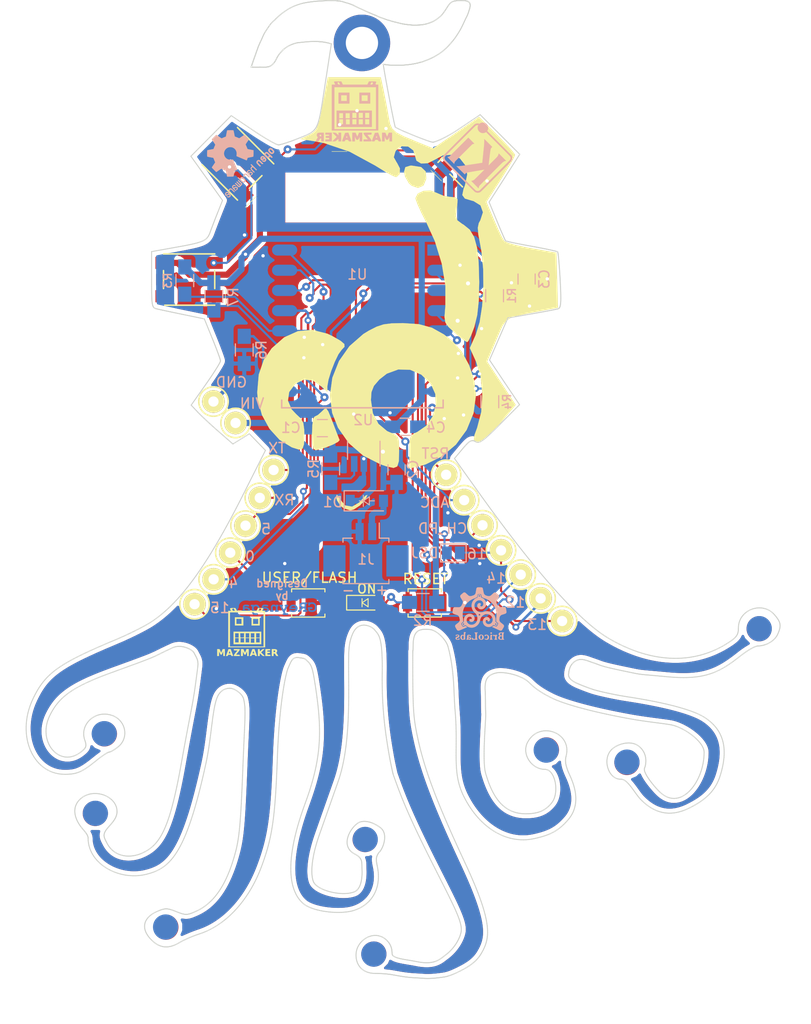
<source format=kicad_pcb>
(kicad_pcb (version 20170922) (host pcbnew no-vcs-found-e0b9a21~60~ubuntu16.04.1)
  (title_block (title "Project Title"))
  (layers (0 F.Cu signal) (31 B.Cu signal) (34 B.Paste user) (35 F.Paste user) (36 B.SilkS user hide) (37 F.SilkS user hide) (38 B.Mask user) (39 F.Mask user) (44 Edge.Cuts user))
  (title_block (title "Project Title"))
  (layers (0 F.Cu signal) (31 B.Cu signal) (34 B.Paste user) (35 F.Paste user) (36 B.SilkS user hide) (37 F.SilkS user hide) (38 B.Mask user) (39 F.Mask user) (44 Edge.Cuts user))
  (net 0 "")
  (net 1 VCC)
  (net 2 GPIO4)
  (net 3 GPIO5)
  (net 4 GND)
  (net 5 GPIO12)
  (net 6 ADC)
  (net 7 REST)
  (net 8 TXD)
  (net 9 RXD)
  (net 10 CH_PD)
  (net 11 GPIO0)
  (net 12 GPIO2)
  (net 13 "Net-(LED1-Pad4)")
  (net 14 "Net-(LED2-Pad4)")
  (net 15 "Net-(LED3-Pad4)")
  (net 16 "Net-(LED4-Pad4)")
  (net 17 "Net-(LED5-Pad4)")
  (net 18 GPIO13)
  (net 19 GPIO14)
  (net 20 GPIO15)
  (net 21 GPIO16)
  (net 22 +3.3V)
  (net 23 VBAT)
  (net 24 "Net-(R5-Pad2)")
  (net 25 "Net-(U2-Pad4)")
  (net 26 "Net-(D2-Pad2)")
  (module varios:mazmaker-800 (layer B.Cu) (at 129.72 53.06 180)
    (fp_text reference G*** hide)
    (fp_text value LOGO hide)
  )
  (module varios:mazmaker-1000 (layer F.Cu) (at 119.19 104.62)
    (fp_text reference G*** hide)
    (fp_text value LOGO hide)
  )
  (module varios:bricolabs-14 (layer B.Cu) (at 142.17 102.83 180)
    (fp_text reference B-G*** hide)
    (fp_text value B-LOGO hide)
  )
  (module varios:Ki-2500 (layer B.Cu) (at 142.125 57.575 135)
    (fp_text reference G***Ki hide)
    (fp_text value Ki-LOGO hide)
  )
  (module varios:greynaga6-2 (layer B.Cu) (at 122.275 102.2 180)
    (fp_text reference GBSilk*** hide)
    (fp_text value LOGO hide)
  )
  (module varios:greynaga6-2-cooper (layer B.Cu) (at 122.275 102.2 180)
    (fp_text reference GS*** hide)
    (fp_text value v hide)
    (fp_poly (pts (xy -0.69325 0.237887) (xy -0.678291 0.237691) (xy -0.66664 0.237282) (xy -0.657538 0.236627) (xy -0.650225 0.235693) (xy -0.64394 0.234449) (xy -0.637923 0.232859) (xy -0.634635 0.231882) (xy -0.615263 0.22408) (xy -0.600966 0.213639) (xy -0.59135 0.199927) (xy -0.586023 0.18231) (xy -0.584591 0.160153) (xy -0.584904 0.151778) (xy -0.586199 0.13733) (xy -0.588509 0.12693) (xy -0.592441 0.118285) (xy -0.594707 0.114647) (xy -0.607869 0.100444) (xy -0.626089 0.089721) (xy -0.648974 0.082707) (xy -0.650875 0.082335) (xy -0.661479 0.080264) (xy -0.669231 0.078614) (xy -0.672399 0.07776) (xy -0.671249 0.074838) (xy -0.667473 0.066881) (xy -0.661377 0.054486) (xy -0.653269 0.038249) (xy -0.643454 0.018768) (xy -0.63224 -0.00336) (xy -0.619933 -0.027539) (xy -0.60684 -0.053171) (xy -0.593268 -0.079659) (xy -0.579523 -0.106407) (xy -0.565912 -0.132818) (xy -0.552742 -0.158294) (xy -0.540319 -0.182239) (xy -0.528951 -0.204056) (xy -0.518943 -0.223148) (xy -0.510604 -0.238918) (xy -0.504238 -0.250768) (xy -0.500153 -0.258103) (xy -0.498679 -0.26035) (xy -0.496798 -0.25763) (xy -0.492187 -0.249795) (xy -0.485113 -0.237325) (xy -0.475841 -0.220703) (xy -0.464639 -0.200411) (xy -0.451772 -0.176931) (xy -0.437506 -0.150747) (xy -0.422108 -0.122339) (xy -0.405844 -0.092191) (xy -0.405354 -0.091281) (xy -0.314371 0.077788) (xy -0.332491 0.08014) (xy -0.358579 0.085731) (xy -0.379576 0.095037) (xy -0.395432 0.108002) (xy -0.406098 0.124572) (xy -0.411524 0.144689) (xy -0.41166 0.1683) (xy -0.411596 0.168929) (xy -0.408557 0.186228) (xy -0.40288 0.199769) (xy -0.393456 0.211955) (xy -0.390298 0.215157) (xy -0.384691 0.220382) (xy -0.379135 0.22467) (xy -0.372953 0.228119) (xy -0.365468 0.230831) (xy -0.356001 0.232906) (xy -0.343874 0.234444) (xy -0.328412 0.235545) (xy -0.308935 0.236311) (xy -0.284765 0.23684) (xy -0.255227 0.237234) (xy -0.240113 0.237392) (xy -0.21045 0.237672) (xy -0.186384 0.237834) (xy -0.167164 0.237846) (xy -0.152035 0.237677) (xy -0.140247 0.237297) (xy -0.131048 0.236672) (xy -0.123684 0.235774) (xy -0.117403 0.234569) (xy -0.111454 0.233027) (xy -0.107577 0.23188) (xy -0.087593 0.223579) (xy -0.072998 0.212296) (xy -0.063402 0.197681) (xy -0.06049 0.189501) (xy -0.057849 0.17361) (xy -0.057623 0.155516) (xy -0.059639 0.137721) (xy -0.063724 0.12273) (xy -0.065373 0.119063) (xy -0.075174 0.106022) (xy -0.089612 0.094665) (xy -0.106996 0.086122) (xy -0.120123 0.082401) (xy -0.138306 0.078824) (xy -0.316803 -0.260292) (xy -0.339526 -0.303472) (xy -0.361409 -0.345083) (xy -0.382275 -0.384779) (xy -0.401941 -0.422217) (xy -0.420228 -0.457053) (xy -0.436955 -0.488941) (xy -0.451942 -0.517539) (xy -0.465008 -0.542502) (xy -0.475973 -0.563486) (xy -0.484657 -0.580145) (xy -0.490879 -0.592137) (xy -0.494458 -0.599117) (xy -0.4953 -0.600858) (xy -0.492386 -0.601767) (xy -0.484656 -0.602876) (xy -0.473634 -0.603978) (xy -0.470694 -0.604216) (xy -0.44538 -0.607588) (xy -0.425401 -0.613522) (xy -0.41017 -0.622294) (xy -0.399097 -0.634182) (xy -0.395922 -0.639453) (xy -0.392339 -0.647473) (xy -0.390203 -0.656276) (xy -0.389188 -0.667818) (xy -0.388961 -0.681037) (xy -0.389162 -0.695451) (xy -0.390064 -0.70554) (xy -0.392069 -0.71332) (xy -0.395582 -0.720809) (xy -0.397641 -0.724417) (xy -0.407008 -0.737082) (xy -0.418946 -0.746565) (xy -0.434978 -0.753927) (xy -0.444283 -0.756934) (xy -0.448437 -0.757968) (xy -0.453651 -0.758853) (xy -0.460409 -0.759599) (xy -0.469197 -0.760217) (xy -0.480499 -0.760719) (xy -0.494801 -0.761114) (xy -0.512589 -0.761414) (xy -0.534346 -0.761629) (xy -0.560558 -0.76177) (xy -0.59171 -0.761848) (xy -0.628288 -0.761873) (xy -0.666533 -0.76186) (xy -0.709158 -0.76181) (xy -0.745879 -0.761714) (xy -0.777139 -0.761563) (xy -0.803384 -0.761349) (xy -0.825059 -0.761061) (xy -0.842608 -0.76069) (xy -0.856477 -0.760227) (xy -0.867111 -0.759662) (xy -0.874954 -0.758987) (xy -0.880452 -0.75819) (xy -0.884049 -0.757264) (xy -0.884054 -0.757262) (xy -0.899387 -0.750138) (xy -0.911383 -0.74022) (xy -0.922125 -0.725776) (xy -0.922338 -0.725435) (xy -0.927404 -0.716379) (xy -0.930457 -0.707817) (xy -0.932106 -0.697391) (xy -0.93289 -0.684466) (xy -0.93316 -0.670583) (xy -0.932391 -0.660777) (xy -0.930214 -0.652813) (xy -0.926296 -0.644525) (xy -0.918956 -0.633894) (xy -0.909612 -0.624233) (xy -0.906219 -0.621585) (xy -0.898427 -0.616644) (xy -0.890239 -0.612661) (xy -0.880892 -0.609537) (xy -0.86962 -0.607172) (xy -0.855659 -0.605466) (xy -0.838244 -0.604321) (xy -0.816611 -0.603637) (xy -0.789994 -0.603314) (xy -0.765147 -0.60325) (xy -0.674378 -0.60325) (xy -0.63167 -0.523265) (xy -0.620721 -0.502659) (xy -0.610854 -0.483898) (xy -0.60244 -0.467703) (xy -0.59585 -0.454793) (xy -0.591454 -0.445889) (xy -0.589623 -0.441713) (xy -0.589598 -0.441509) (xy -0.591112 -0.43849) (xy -0.595331 -0.430224) (xy -0.602049 -0.417111) (xy -0.611062 -0.399548) (xy -0.622165 -0.377933) (xy -0.635153 -0.352665) (xy -0.649822 -0.324141) (xy -0.665967 -0.29276) (xy -0.683383 -0.258921) (xy -0.701865 -0.223021) (xy -0.72121 -0.185459) (xy -0.72352 -0.180975) (xy -0.856807 0.077788) (xy -0.870523 0.08142) (xy -0.893313 0.089255) (xy -0.910496 0.099507) (xy -0.922541 0.112756) (xy -0.929919 0.12958) (xy -0.933101 0.150559) (xy -0.933311 0.15875) (xy -0.931657 0.180707) (xy -0.926294 0.198115) (xy -0.916623 0.211961) (xy -0.902046 0.223233) (xy -0.890548 0.229239) (xy -0.886107 0.231197) (xy -0.881683 0.232777) (xy -0.876557 0.234028) (xy -0.870009 0.234997) (xy -0.86132 0.235732) (xy -0.849769 0.236281) (xy -0.834637 0.236691) (xy -0.815204 0.237011) (xy -0.79075 0.237288) (xy -0.765583 0.237524) (xy -0.736136 0.23777) (xy -0.712278 0.237903) (xy -0.69325 0.237887)) (layer B.Cu) (width 0.01))
    (fp_poly (pts (xy 2.298534 0.25834) (xy 2.315568 0.258055) (xy 2.328899 0.257446) (xy 2.33985 0.256395) (xy 2.349745 0.254781) (xy 2.359907 0.252486) (xy 2.369203 0.250056) (xy 2.403796 0.238621) (xy 2.437402 0.223561) (xy 2.467646 0.205971) (xy 2.473325 0.202075) (xy 2.493962 0.187471) (xy 2.495806 0.238125) (xy 2.601884 0.238125) (xy 2.631271 0.238021) (xy 2.657886 0.237718) (xy 2.681039 0.237238) (xy 2.700037 0.236599) (xy 2.714189 0.23582) (xy 2.722803 0.234921) (xy 2.723681 0.234754) (xy 2.745043 0.227352) (xy 2.762234 0.215493) (xy 2.774811 0.199705) (xy 2.782334 0.180517) (xy 2.784426 0.161925) (xy 2.782846 0.14114) (xy 2.777738 0.124407) (xy 2.768598 0.110196) (xy 2.766774 0.108105) (xy 2.753977 0.096772) (xy 2.738485 0.088636) (xy 2.71925 0.083317) (xy 2.695225 0.08043) (xy 2.690143 0.080131) (xy 2.657475 0.078464) (xy 2.657472 -0.198099) (xy 2.65745 -0.251492) (xy 2.657375 -0.298947) (xy 2.657234 -0.340873) (xy 2.65701 -0.377681) (xy 2.65669 -0.409784) (xy 2.656259 -0.437591) (xy 2.655702 -0.461513) (xy 2.655004 -0.481962) (xy 2.654151 -0.499348) (xy 2.653128 -0.514082) (xy 2.651921 -0.526575) (xy 2.650514 -0.537238) (xy 2.648893 -0.546482) (xy 2.647044 -0.554717) (xy 2.644952 -0.562355) (xy 2.644403 -0.564174) (xy 2.629544 -0.602047) (xy 2.609301 -0.636917) (xy 2.584068 -0.668414) (xy 2.55424 -0.69617) (xy 2.520211 -0.719814) (xy 2.482375 -0.738978) (xy 2.443162 -0.752725) (xy 2.436709 -0.754473) (xy 2.430475 -0.755916) (xy 2.423785 -0.757089) (xy 2.415963 -0.758026) (xy 2.406333 -0.758759) (xy 2.394222 -0.759324) (xy 2.378953 -0.759753) (xy 2.359852 -0.76008) (xy 2.336242 -0.760339) (xy 2.307451 -0.760564) (xy 2.282825 -0.760725) (xy 2.253366 -0.760841) (xy 2.225627 -0.760817) (xy 2.200323 -0.760662) (xy 2.178173 -0.760387) (xy 2.159892 -0.760002) (xy 2.146198 -0.759517) (xy 2.137808 -0.758942) (xy 2.135931 -0.758652) (xy 2.1138 -0.750639) (xy 2.096359 -0.738692) (xy 2.083873 -0.723059) (xy 2.076606 -0.703986) (xy 2.076411 -0.703074) (xy 2.074017 -0.680178) (xy 2.07635 -0.65889) (xy 2.083143 -0.640308) (xy 2.094134 -0.625533) (xy 2.095312 -0.624434) (xy 2.101581 -0.619288) (xy 2.108372 -0.615037) (xy 2.116334 -0.611596) (xy 2.126111 -0.608884) (xy 2.138351 -0.606816) (xy 2.153698 -0.60531) (xy 2.1728 -0.604281) (xy 2.196303 -0.603646) (xy 2.224852 -0.603322) (xy 2.259094 -0.603226) (xy 2.259639 -0.603226) (xy 2.293581 -0.60314) (xy 2.321897 -0.602854) (xy 2.345308 -0.602301) (xy 2.364535 -0.601413) (xy 2.3803 -0.600124) (xy 2.393324 -0.598367) (xy 2.404331 -0.596074) (xy 2.41404 -0.593178) (xy 2.423174 -0.589611) (xy 2.427679 -0.587589) (xy 2.450436 -0.574346) (xy 2.468276 -0.557734) (xy 2.482129 -0.53686) (xy 2.483613 -0.533936) (xy 2.493962 -0.51293) (xy 2.496062 -0.39629) (xy 2.476351 -0.409675) (xy 2.45242 -0.424131) (xy 2.424696 -0.437949) (xy 2.395717 -0.449972) (xy 2.368438 -0.458924) (xy 2.336962 -0.46546) (xy 2.301649 -0.469053) (xy 2.264274 -0.469732) (xy 2.226612 -0.467527) (xy 2.190438 -0.462466) (xy 2.160587 -0.455485) (xy 2.11806 -0.440021) (xy 2.077996 -0.419181) (xy 2.040916 -0.393493) (xy 2.00734 -0.363488) (xy 1.977786 -0.329695) (xy 1.952775 -0.292643) (xy 1.932827 -0.252861) (xy 1.91846 -0.21088) (xy 1.917725 -0.20806) (xy 1.90826 -0.159106) (xy 1.904761 -0.110127) (xy 1.905027 -0.104775) (xy 2.065954 -0.104775) (xy 2.068858 -0.140612) (xy 2.077508 -0.173789) (xy 2.091978 -0.204503) (xy 2.112346 -0.232953) (xy 2.116739 -0.237954) (xy 2.14423 -0.263816) (xy 2.174718 -0.284214) (xy 2.207705 -0.298986) (xy 2.242695 -0.307971) (xy 2.279192 -0.311008) (xy 2.3167 -0.307936) (xy 2.326615 -0.306105) (xy 2.36061 -0.296076) (xy 2.392188 -0.280813) (xy 2.420722 -0.260909) (xy 2.445585 -0.236957) (xy 2.46615 -0.209549) (xy 2.48179 -0.179279) (xy 2.491015 -0.150607) (xy 2.494695 -0.125339) (xy 2.494994 -0.097443) (xy 2.492054 -0.069575) (xy 2.486018 -0.044388) (xy 2.485168 -0.041888) (xy 2.470719 -0.010068) (xy 2.451201 0.018668) (xy 2.42733 0.043864) (xy 2.399818 0.065063) (xy 2.369378 0.081808) (xy 2.336726 0.093642) (xy 2.302573 0.100108) (xy 2.267634 0.10075) (xy 2.262968 0.100372) (xy 2.242854 0.097969) (xy 2.225709 0.094464) (xy 2.2091 0.089167) (xy 2.190595 0.081384) (xy 2.181909 0.077321) (xy 2.166722 0.069591) (xy 2.154358 0.061898) (xy 2.14269 0.052708) (xy 2.129592 0.040489) (xy 2.126248 0.037183) (xy 2.10297 0.010829) (xy 2.085675 -0.016252) (xy 2.073996 -0.044923) (xy 2.067566 -0.076046) (xy 2.065954 -0.104775) (xy 1.905027 -0.104775) (xy 1.907175 -0.061724) (xy 1.915448 -0.014499) (xy 1.929527 0.030949) (xy 1.941517 0.058738) (xy 1.954606 0.083855) (xy 1.968412 0.105838) (xy 1.984209 0.12639) (xy 2.003274 0.147216) (xy 2.019984 0.163567) (xy 2.055129 0.193004) (xy 2.092676 0.216936) (xy 2.133342 0.235743) (xy 2.177844 0.249808) (xy 2.185798 0.251744) (xy 2.197382 0.254219) (xy 2.208675 0.256017) (xy 2.221017 0.257238) (xy 2.235749 0.257979) (xy 2.254212 0.25834) (xy 2.276475 0.258421) (xy 2.298534 0.25834)) (layer B.Cu) (width 0.01))
    (fp_poly (pts (xy -1.408884 0.257616) (xy -1.361811 0.251717) (xy -1.316582 0.241517) (xy -1.274176 0.227096) (xy -1.235576 0.208538) (xy -1.231663 0.206282) (xy -1.193234 0.180751) (xy -1.158048 0.151405) (xy -1.126801 0.119003) (xy -1.100187 0.084301) (xy -1.078901 0.048055) (xy -1.071275 0.031514) (xy -1.059737 0.0002) (xy -1.051198 -0.032397) (xy -1.045448 -0.067499) (xy -1.042278 -0.106327) (xy -1.041456 -0.142081) (xy -1.0414 -0.180975) (xy -1.360828 -0.180975) (xy -1.412944 -0.180979) (xy -1.459072 -0.180996) (xy -1.499572 -0.181032) (xy -1.534805 -0.181093) (xy -1.565133 -0.181186) (xy -1.590917 -0.181317) (xy -1.612518 -0.181492) (xy -1.630298 -0.181718) (xy -1.644616 -0.182001) (xy -1.655836 -0.182347) (xy -1.664317 -0.182763) (xy -1.670421 -0.183255) (xy -1.674509 -0.183829) (xy -1.676942 -0.184491) (xy -1.678082 -0.185249) (xy -1.678289 -0.186107) (xy -1.678174 -0.186531) (xy -1.671496 -0.200203) (xy -1.661311 -0.216052) (xy -1.648966 -0.232159) (xy -1.636229 -0.246189) (xy -1.610802 -0.267167) (xy -1.580554 -0.284372) (xy -1.545825 -0.297727) (xy -1.506959 -0.307153) (xy -1.464296 -0.312574) (xy -1.418179 -0.313913) (xy -1.36895 -0.311091) (xy -1.355706 -0.309669) (xy -1.334965 -0.30702) (xy -1.314825 -0.303943) (xy -1.294033 -0.300189) (xy -1.271337 -0.295512) (xy -1.245483 -0.289662) (xy -1.215219 -0.28239) (xy -1.203325 -0.279456) (xy -1.1737 -0.272452) (xy -1.149278 -0.26756) (xy -1.129268 -0.264795) (xy -1.112882 -0.264171) (xy -1.099328 -0.265705) (xy -1.087817 -0.269409) (xy -1.077558 -0.2753) (xy -1.069331 -0.281947) (xy -1.055379 -0.297442) (xy -1.046986 -0.314322) (xy -1.043442 -0.334167) (xy -1.043226 -0.340242) (xy -1.043464 -0.352597) (xy -1.044994 -0.361271) (xy -1.048528 -0.368904) (xy -1.052647 -0.375143) (xy -1.063306 -0.387692) (xy -1.077153 -0.399173) (xy -1.094791 -0.409897) (xy -1.116823 -0.420176) (xy -1.143853 -0.43032) (xy -1.176484 -0.44064) (xy -1.183825 -0.442778) (xy -1.223396 -0.452649) (xy -1.267301 -0.460885) (xy -1.313665 -0.467163) (xy -1.340817 -0.469769) (xy -1.356393 -0.47074) (xy -1.375934 -0.471511) (xy -1.398094 -0.472072) (xy -1.421527 -0.472415) (xy -1.444888 -0.472531) (xy -1.466831 -0.47241) (xy -1.486011 -0.472045) (xy -1.50108 -0.471425) (xy -1.508125 -0.470873) (xy -1.516117 -0.469732) (xy -1.528291 -0.46766) (xy -1.542611 -0.465013) (xy -1.550106 -0.463552) (xy -1.599358 -0.451004) (xy -1.644675 -0.433627) (xy -1.686502 -0.411187) (xy -1.725285 -0.38345) (xy -1.756018 -0.355708) (xy -1.786311 -0.321967) (xy -1.810718 -0.286688) (xy -1.829543 -0.249217) (xy -1.843087 -0.208903) (xy -1.851654 -0.165092) (xy -1.853931 -0.144462) (xy -1.855328 -0.095106) (xy -1.850816 -0.047855) (xy -1.848571 -0.0381) (xy -1.676119 -0.0381) (xy -1.221687 -0.0381) (xy -1.223806 -0.029368) (xy -1.228653 -0.01689) (xy -1.237265 -0.001973) (xy -1.24855 0.013736) (xy -1.261411 0.028588) (xy -1.264208 0.031443) (xy -1.282702 0.047225) (xy -1.305178 0.062278) (xy -1.329307 0.075174) (xy -1.348035 0.082905) (xy -1.383927 0.092574) (xy -1.422591 0.097717) (xy -1.462392 0.098351) (xy -1.501697 0.094495) (xy -1.538871 0.086165) (xy -1.555138 0.080711) (xy -1.584353 0.067265) (xy -1.611047 0.050178) (xy -1.634358 0.030234) (xy -1.653424 0.00822) (xy -1.667383 -0.015079) (xy -1.671691 -0.02555) (xy -1.676119 -0.0381) (xy -1.848571 -0.0381) (xy -1.840468 -0.002893) (xy -1.824358 0.039595) (xy -1.802559 0.079424) (xy -1.775146 0.116407) (xy -1.742191 0.150361) (xy -1.733694 0.157843) (xy -1.700335 0.184115) (xy -1.6671 0.205417) (xy -1.632131 0.222813) (xy -1.595982 0.236565) (xy -1.551349 0.248687) (xy -1.504633 0.256182) (xy -1.456818 0.259131) (xy -1.408884 0.257616)) (layer B.Cu) (width 0.01))
    (fp_poly (pts (xy 1.428856 0.256821) (xy 1.476526 0.249673) (xy 1.520116 0.238011) (xy 1.559457 0.221869) (xy 1.589647 0.204507) (xy 1.617347 0.183124) (xy 1.639714 0.159154) (xy 1.657527 0.131732) (xy 1.660782 0.125413) (xy 1.665257 0.116146) (xy 1.669079 0.107452) (xy 1.672301 0.09876) (xy 1.674973 0.089501) (xy 1.677148 0.079104) (xy 1.678875 0.066997) (xy 1.680206 0.05261) (xy 1.681193 0.035373) (xy 1.681886 0.014716) (xy 1.682337 -0.009933) (xy 1.682597 -0.039145) (xy 1.682717 -0.073488) (xy 1.682749 -0.113535) (xy 1.68275 -0.119341) (xy 1.68275 -0.288925) (xy 1.702804 -0.288925) (xy 1.733296 -0.290827) (xy 1.75879 -0.29652) (xy 1.779249 -0.305983) (xy 1.794638 -0.319196) (xy 1.804924 -0.336136) (xy 1.80951 -0.352706) (xy 1.810795 -0.376668) (xy 1.806711 -0.397901) (xy 1.797525 -0.415939) (xy 1.783502 -0.430314) (xy 1.764908 -0.440559) (xy 1.758223 -0.442834) (xy 1.752573 -0.444186) (xy 1.745234 -0.445274) (xy 1.73553 -0.446122) (xy 1.722785 -0.446756) (xy 1.706324 -0.447203) (xy 1.685472 -0.447488) (xy 1.659553 -0.447636) (xy 1.631373 -0.447675) (xy 1.520825 -0.447675) (xy 1.520825 -0.4318) (xy 1.52052 -0.422741) (xy 1.519741 -0.416993) (xy 1.519131 -0.415925) (xy 1.515573 -0.417244) (xy 1.50827 -0.420628) (xy 1.502463 -0.423502) (xy 1.478277 -0.434233) (xy 1.4495 -0.444525) (xy 1.417888 -0.453867) (xy 1.3852 -0.461746) (xy 1.353192 -0.467651) (xy 1.34849 -0.468345) (xy 1.33283 -0.470022) (xy 1.313249 -0.471293) (xy 1.291257 -0.472141) (xy 1.268364 -0.472552) (xy 1.24608 -0.472509) (xy 1.225914 -0.471998) (xy 1.209379 -0.471002) (xy 1.199894 -0.469866) (xy 1.157188 -0.459891) (xy 1.117465 -0.445055) (xy 1.081304 -0.42565) (xy 1.049282 -0.40197) (xy 1.031207 -0.384683) (xy 1.011064 -0.360917) (xy 0.996427 -0.337626) (xy 0.986733 -0.313412) (xy 0.981421 -0.286878) (xy 0.979924 -0.257175) (xy 0.980016 -0.252945) (xy 1.14935 -0.252945) (xy 1.152401 -0.268023) (xy 1.161357 -0.281504) (xy 1.175915 -0.293142) (xy 1.195775 -0.302695) (xy 1.2192 -0.309599) (xy 1.234037 -0.311765) (xy 1.253394 -0.31286) (xy 1.27554 -0.312925) (xy 1.298742 -0.312004) (xy 1.32127 -0.310139) (xy 1.341391 -0.307373) (xy 1.3462 -0.306475) (xy 1.39137 -0.294747) (xy 1.438463 -0.277309) (xy 1.477962 -0.258978) (xy 1.522412 -0.236537) (xy 1.523303 -0.197643) (xy 1.523455 -0.182774) (xy 1.523219 -0.170526) (xy 1.522646 -0.162114) (xy 1.521784 -0.158752) (xy 1.521716 -0.158737) (xy 1.517664 -0.158262) (xy 1.508898 -0.157) (xy 1.496973 -0.15518) (xy 1.490662 -0.154187) (xy 1.44561 -0.148105) (xy 1.402614 -0.144411) (xy 1.362432 -0.143107) (xy 1.325823 -0.144194) (xy 1.293547 -0.147673) (xy 1.266361 -0.153545) (xy 1.265355 -0.15384) (xy 1.235143 -0.164537) (xy 1.208748 -0.177388) (xy 1.186624 -0.192004) (xy 1.169224 -0.207999) (xy 1.157002 -0.224985) (xy 1.150412 -0.242573) (xy 1.14935 -0.252945) (xy 0.980016 -0.252945) (xy 0.980298 -0.240122) (xy 0.98148 -0.226853) (xy 0.983876 -0.214814) (xy 0.987894 -0.201452) (xy 0.98959 -0.196476) (xy 1.003199 -0.165337) (xy 1.021896 -0.136246) (xy 1.046221 -0.108408) (xy 1.055562 -0.099372) (xy 1.09097 -0.070295) (xy 1.129688 -0.04606) (xy 1.172072 -0.026507) (xy 1.218477 -0.011476) (xy 1.269258 -0.000806) (xy 1.276731 0.000348) (xy 1.298598 0.002623) (xy 1.32528 0.003866) (xy 1.355334 0.004131) (xy 1.387319 0.00347) (xy 1.419792 0.001939) (xy 1.451312 -0.000411) (xy 1.480437 -0.003524) (xy 1.505724 -0.007348) (xy 1.511041 -0.008362) (xy 1.521491 -0.010452) (xy 1.520364 0.018297) (xy 1.519646 0.032363) (xy 1.518497 0.041899) (xy 1.516434 0.048724) (xy 1.51297 0.054657) (xy 1.509463 0.059242) (xy 1.495116 0.072907) (xy 1.476243 0.083559) (xy 1.452554 0.091285) (xy 1.423758 0.096173) (xy 1.389564 0.098308) (xy 1.378313 0.098426) (xy 1.359754 0.09825) (xy 1.342881 0.097623) (xy 1.326499 0.096392) (xy 1.309415 0.094403) (xy 1.290437 0.091503) (xy 1.26837 0.087541) (xy 1.242022 0.082364) (xy 1.223962 0.078672) (xy 1.18993 0.072129) (xy 1.161473 0.067733) (xy 1.138197 0.065458) (xy 1.11971 0.06528) (xy 1.10562 0.067174) (xy 1.096505 0.070556) (xy 1.078567 0.083787) (xy 1.065414 0.101054) (xy 1.057321 0.12192) (xy 1.054997 0.136128) (xy 1.055197 0.157779) (xy 1.060241 0.175872) (xy 1.070408 0.191261) (xy 1.074296 0.195283) (xy 1.080508 0.200754) (xy 1.087219 0.205266) (xy 1.095721 0.209416) (xy 1.107304 0.213803) (xy 1.123262 0.219025) (xy 1.130341 0.22123) (xy 1.167335 0.232086) (xy 1.200908 0.240569) (xy 1.233239 0.247091) (xy 1.266504 0.252063) (xy 1.302881 0.255897) (xy 1.321948 0.257444) (xy 1.377274 0.259422) (xy 1.428856 0.256821)) (layer B.Cu) (width 0.01))
    (fp_poly (pts (xy 3.294858 0.257621) (xy 3.341954 0.252197) (xy 3.38518 0.242867) (xy 3.402012 0.237772) (xy 3.436003 0.223973) (xy 3.467184 0.206312) (xy 3.494769 0.185419) (xy 3.517974 0.161921) (xy 3.536013 0.136446) (xy 3.541395 0.126285) (xy 3.545654 0.117278) (xy 3.54929 0.108953) (xy 3.552352 0.100739) (xy 3.55489 0.092067) (xy 3.556952 0.082365) (xy 3.558589 0.071063) (xy 3.55985 0.057591) (xy 3.560784 0.041378) (xy 3.561441 0.021853) (xy 3.56187 -0.001554) (xy 3.562122 -0.029413) (xy 3.562245 -0.062295) (xy 3.562289 -0.100771) (xy 3.562294 -0.114615) (xy 3.56235 -0.287968) (xy 3.594893 -0.28985) (xy 3.621936 -0.292687) (xy 3.643675 -0.297948) (xy 3.660798 -0.305953) (xy 3.673993 -0.317022) (xy 3.683789 -0.331177) (xy 3.687692 -0.340056) (xy 3.689888 -0.349785) (xy 3.690779 -0.362577) (xy 3.690861 -0.370205) (xy 3.690601 -0.383815) (xy 3.68948 -0.393359) (xy 3.68697 -0.401109) (xy 3.68254 -0.409343) (xy 3.681263 -0.411432) (xy 3.672979 -0.422518) (xy 3.662714 -0.430963) (xy 3.652965 -0.436513) (xy 3.634254 -0.446087) (xy 3.517339 -0.447027) (xy 3.400425 -0.447967) (xy 3.400425 -0.416005) (xy 3.382168 -0.424348) (xy 3.355535 -0.43536) (xy 3.325186 -0.445986) (xy 3.293738 -0.455377) (xy 3.2639 -0.462666) (xy 3.243479 -0.466117) (xy 3.219027 -0.468859) (xy 3.192034 -0.470848) (xy 3.163992 -0.472042) (xy 3.136394 -0.472396) (xy 3.110731 -0.471866) (xy 3.088496 -0.470409) (xy 3.072574 -0.468256) (xy 3.032734 -0.458251) (xy 2.995754 -0.444045) (xy 2.962133 -0.426029) (xy 2.932371 -0.404591) (xy 2.906968 -0.380122) (xy 2.886423 -0.353011) (xy 2.871235 -0.323647) (xy 2.865345 -0.306672) (xy 2.861971 -0.288572) (xy 2.860719 -0.266682) (xy 2.861109 -0.254683) (xy 3.029019 -0.254683) (xy 3.031999 -0.267425) (xy 3.04061 -0.279693) (xy 3.054137 -0.290927) (xy 3.071861 -0.300573) (xy 3.093065 -0.308072) (xy 3.100075 -0.309838) (xy 3.116978 -0.312315) (xy 3.138383 -0.313322) (xy 3.162636 -0.312936) (xy 3.188079 -0.311231) (xy 3.213056 -0.308282) (xy 3.23591 -0.304163) (xy 3.2385 -0.303578) (xy 3.272125 -0.294668) (xy 3.304021 -0.283706) (xy 3.336441 -0.269843) (xy 3.363912 -0.256278) (xy 3.402012 -0.236535) (xy 3.402901 -0.197985) (xy 3.403789 -0.159434) (xy 3.383769 -0.155948) (xy 3.345818 -0.15026) (xy 3.307644 -0.146262) (xy 3.270307 -0.143974) (xy 3.234865 -0.143412) (xy 3.202375 -0.144595) (xy 3.173896 -0.147539) (xy 3.151187 -0.152073) (xy 3.121762 -0.161732) (xy 3.095407 -0.173897) (xy 3.072674 -0.188104) (xy 3.054117 -0.203888) (xy 3.040288 -0.220785) (xy 3.031742 -0.238329) (xy 3.029019 -0.254683) (xy 2.861109 -0.254683) (xy 2.861484 -0.24316) (xy 2.864159 -0.220161) (xy 2.868639 -0.199843) (xy 2.870928 -0.192908) (xy 2.881721 -0.168052) (xy 2.894927 -0.145837) (xy 2.911823 -0.124316) (xy 2.925762 -0.109402) (xy 2.9586 -0.079726) (xy 2.994063 -0.05486) (xy 3.032769 -0.034495) (xy 3.075341 -0.018322) (xy 3.122396 -0.006032) (xy 3.14001 -0.002596) (xy 3.165339 0.00081) (xy 3.195398 0.002976) (xy 3.228698 0.003935) (xy 3.263746 0.00372) (xy 3.299053 0.002366) (xy 3.333129 -0.000095) (xy 3.364481 -0.003629) (xy 3.391621 -0.008203) (xy 3.391693 -0.008218) (xy 3.400425 -0.010029) (xy 3.400425 0.015781) (xy 3.399749 0.033039) (xy 3.397256 0.045871) (xy 3.392244 0.056103) (xy 3.384011 0.065562) (xy 3.379831 0.069386) (xy 3.36453 0.080022) (xy 3.345487 0.088111) (xy 3.322145 0.093782) (xy 3.293949 0.097168) (xy 3.260344 0.098397) (xy 3.256476 0.098407) (xy 3.236862 0.098117) (xy 3.218066 0.097164) (xy 3.1989 0.095392) (xy 3.178171 0.092648) (xy 3.15469 0.088776) (xy 3.127266 0.083623) (xy 3.099768 0.078079) (xy 3.069938 0.072148) (xy 3.045451 0.067873) (xy 3.025514 0.065281) (xy 3.009331 0.064399) (xy 2.996109 0.065257) (xy 2.985052 0.06788) (xy 2.975368 0.072297) (xy 2.966261 0.078536) (xy 2.961021 0.08292) (xy 2.94773 0.098515) (xy 2.938933 0.117116) (xy 2.934788 0.137338) (xy 2.935455 0.157799) (xy 2.941092 0.177114) (xy 2.948734 0.19009) (xy 2.955435 0.197112) (xy 2.964864 0.203612) (xy 2.977817 0.20996) (xy 2.995093 0.216521) (xy 3.017487 0.223665) (xy 3.02869 0.22695) (xy 3.083408 0.240714) (xy 3.138166 0.250686) (xy 3.192182 0.256843) (xy 3.244673 0.259162) (xy 3.294858 0.257621)) (layer B.Cu) (width 0.01))
    (fp_poly (pts (xy -2.975093 0.487295) (xy -2.958806 0.481562) (xy -2.949319 0.475332) (xy -2.941943 0.467039) (xy -2.935288 0.455604) (xy -2.925763 0.437033) (xy -2.924772 0.33272) (xy -2.924535 0.302881) (xy -2.924464 0.278668) (xy -2.924582 0.259358) (xy -2.924912 0.24423) (xy -2.925478 0.23256) (xy -2.926303 0.223626) (xy -2.92741 0.216705) (xy -2.928657 0.211636) (xy -2.936615 0.191227) (xy -2.947388 0.176183) (xy -2.961588 0.166054) (xy -2.97983 0.160395) (xy -3.00115 0.15875) (xy -3.015042 0.159329) (xy -3.027563 0.160863) (xy -3.036265 0.163049) (xy -3.036434 0.163119) (xy -3.047557 0.169857) (xy -3.057357 0.180526) (xy -3.066178 0.195727) (xy -3.074367 0.216059) (xy -3.082271 0.242122) (xy -3.082516 0.243032) (xy -3.090338 0.260301) (xy -3.10375 0.276127) (xy -3.122115 0.29031) (xy -3.144795 0.302648) (xy -3.171152 0.312939) (xy -3.20055 0.320983) (xy -3.232351 0.326578) (xy -3.265917 0.329523) (xy -3.30061 0.329616) (xy -3.335795 0.326657) (xy -3.343834 0.325532) (xy -3.385635 0.316345) (xy -3.424127 0.30205) (xy -3.458992 0.282944) (xy -3.489912 0.259323) (xy -3.516568 0.231483) (xy -3.538642 0.199723) (xy -3.555816 0.164337) (xy -3.567772 0.125624) (xy -3.570044 0.114744) (xy -3.571827 0.10144) (xy -3.573253 0.083102) (xy -3.57432 0.060872) (xy -3.575029 0.035891) (xy -3.57538 0.0093) (xy -3.575372 -0.017759) (xy -3.575007 -0.044145) (xy -3.574284 -0.068716) (xy -3.573203 -0.090331) (xy -3.571763 -0.107849) (xy -3.570036 -0.119792) (xy -3.559542 -0.157609) (xy -3.544526 -0.191143) (xy -3.524917 -0.220455) (xy -3.500642 -0.245602) (xy -3.47163 -0.266643) (xy -3.437807 -0.283638) (xy -3.399103 -0.296646) (xy -3.355445 -0.305725) (xy -3.340184 -0.307839) (xy -3.296209 -0.311049) (xy -3.250528 -0.310329) (xy -3.20481 -0.305863) (xy -3.160728 -0.297839) (xy -3.119951 -0.286441) (xy -3.107532 -0.281981) (xy -3.082925 -0.272588) (xy -3.082925 -0.168902) (xy -3.177382 -0.167493) (xy -3.207581 -0.166968) (xy -3.23221 -0.166312) (xy -3.252047 -0.165416) (xy -3.267871 -0.164173) (xy -3.280462 -0.162474) (xy -3.290598 -0.16021) (xy -3.299059 -0.157273) (xy -3.306624 -0.153554) (xy -3.314072 -0.148946) (xy -3.314981 -0.148337) (xy -3.327733 -0.136063) (xy -3.336758 -0.1195) (xy -3.341742 -0.099714) (xy -3.342371 -0.077769) (xy -3.340243 -0.062601) (xy -3.334333 -0.045383) (xy -3.324127 -0.031763) (xy -3.308908 -0.020956) (xy -3.297238 -0.015561) (xy -3.278188 -0.007937) (xy -3.103563 -0.007937) (xy -3.065399 -0.007952) (xy -3.033039 -0.008006) (xy -3.005937 -0.008116) (xy -2.983548 -0.008298) (xy -2.965326 -0.008567) (xy -2.950726 -0.00894) (xy -2.939201 -0.009432) (xy -2.930206 -0.01006) (xy -2.923195 -0.01084) (xy -2.917622 -0.011787) (xy -2.912943 -0.012917) (xy -2.910696 -0.013578) (xy -2.890083 -0.022765) (xy -2.874327 -0.035933) (xy -2.863638 -0.052803) (xy -2.858229 -0.073095) (xy -2.85757 -0.083769) (xy -2.859763 -0.107377) (xy -2.866709 -0.126916) (xy -2.878668 -0.142806) (xy -2.895902 -0.155468) (xy -2.904925 -0.159991) (xy -2.924175 -0.168631) (xy -2.924175 -0.375067) (xy -2.969419 -0.396749) (xy -3.009386 -0.415152) (xy -3.045798 -0.430222) (xy -3.080147 -0.442481) (xy -3.113923 -0.452453) (xy -3.148617 -0.460659) (xy -3.15595 -0.462166) (xy -3.16877 -0.464021) (xy -3.186689 -0.465616) (xy -3.20846 -0.466925) (xy -3.232837 -0.467923) (xy -3.258574 -0.468583) (xy -3.284424 -0.468881) (xy -3.30914 -0.468791) (xy -3.331476 -0.468287) (xy -3.350186 -0.467343) (xy -3.360738 -0.466374) (xy -3.400872 -0.459972) (xy -3.441506 -0.450536) (xy -3.480867 -0.438591) (xy -3.517182 -0.424665) (xy -3.5433 -0.412211) (xy -3.581697 -0.388292) (xy -3.616534 -0.359389) (xy -3.647516 -0.325966) (xy -3.674347 -0.288485) (xy -3.696729 -0.24741) (xy -3.714366 -0.203205) (xy -3.726961 -0.156333) (xy -3.733458 -0.114969) (xy -3.734743 -0.098693) (xy -3.735726 -0.07743) (xy -3.736407 -0.052535) (xy -3.736784 -0.025364) (xy -3.736855 0.002728) (xy -3.736619 0.030384) (xy -3.736076 0.05625) (xy -3.735224 0.07897) (xy -3.734061 0.097188) (xy -3.733661 0.101478) (xy -3.726428 0.147428) (xy -3.714482 0.192508) (xy -3.698377 0.234713) (xy -3.694442 0.243181) (xy -3.679115 0.2729) (xy -3.663221 0.298868) (xy -3.645405 0.322983) (xy -3.624309 0.347143) (xy -3.608401 0.363565) (xy -3.572999 0.395891) (xy -3.536593 0.422723) (xy -3.498131 0.444629) (xy -3.456562 0.462179) (xy -3.410835 0.475941) (xy -3.393086 0.480092) (xy -3.381359 0.482485) (xy -3.3703 0.484278) (xy -3.35869 0.485554) (xy -3.34531 0.486397) (xy -3.32894 0.486888) (xy -3.308361 0.487112) (xy -3.2893 0.487154) (xy -3.262238 0.487018) (xy -3.240367 0.486563) (xy -3.222533 0.485724) (xy -3.207583 0.484438) (xy -3.194363 0.482641) (xy -3.187912 0.481506) (xy -3.161803 0.475687) (xy -3.133885 0.467947) (xy -3.106775 0.459083) (xy -3.08309 0.44989) (xy -3.080845 0.44891) (xy -3.069119 0.444359) (xy -3.062617 0.443384) (xy -3.061261 0.444407) (xy -3.056855 0.452384) (xy -3.049086 0.462197) (xy -3.039707 0.471925) (xy -3.030471 0.479645) (xy -3.027215 0.481736) (xy -3.011716 0.487398) (xy -2.993541 0.489249) (xy -2.975093 0.487295)) (layer B.Cu) (width 0.01))
    (fp_poly (pts (xy -2.416406 0.466363) (xy -2.390736 0.466096) (xy -2.368815 0.465653) (xy -2.350125 0.46501) (xy -2.334145 0.464142) (xy -2.320355 0.463026) (xy -2.308236 0.461638) (xy -2.297267 0.459953) (xy -2.286928 0.457947) (xy -2.2767 0.455597) (xy -2.266063 0.452878) (xy -2.262939 0.452046) (xy -2.223392 0.438724) (xy -2.186136 0.420778) (xy -2.151861 0.398756) (xy -2.121257 0.373204) (xy -2.095013 0.344671) (xy -2.07382 0.313703) (xy -2.063789 0.294124) (xy -2.05192 0.260839) (xy -2.044633 0.224872) (xy -2.042201 0.18821) (xy -2.044547 0.155179) (xy -2.052587 0.119599) (xy -2.066138 0.0863) (xy -2.085434 0.054853) (xy -2.110708 0.024825) (xy -2.120886 0.01469) (xy -2.131565 0.005111) (xy -2.144432 -0.005474) (xy -2.158425 -0.016303) (xy -2.172484 -0.026612) (xy -2.18555 -0.035637) (xy -2.196561 -0.042616) (xy -2.204457 -0.046784) (xy -2.207435 -0.047625) (xy -2.206582 -0.049686) (xy -2.201892 -0.055319) (xy -2.194107 -0.063696) (xy -2.18397 -0.073988) (xy -2.182481 -0.075459) (xy -2.138558 -0.121791) (xy -2.09578 -0.17287) (xy -2.055443 -0.227092) (xy -2.033575 -0.259506) (xy -2.014538 -0.288825) (xy -1.995488 -0.28893) (xy -1.974732 -0.290296) (xy -1.954239 -0.293867) (xy -1.935893 -0.29919) (xy -1.921579 -0.30581) (xy -1.919288 -0.307304) (xy -1.905183 -0.320228) (xy -1.896029 -0.336123) (xy -1.891478 -0.355741) (xy -1.890809 -0.3683) (xy -1.892902 -0.391429) (xy -1.899557 -0.410249) (xy -1.911035 -0.425117) (xy -1.927594 -0.436392) (xy -1.944884 -0.44313) (xy -1.951817 -0.444675) (xy -1.961551 -0.44586) (xy -1.974809 -0.446717) (xy -1.99231 -0.447283) (xy -2.014778 -0.44759) (xy -2.040264 -0.447675) (xy -2.120543 -0.447675) (xy -2.13837 -0.415911) (xy -2.156902 -0.38447) (xy -2.177684 -0.351981) (xy -2.200202 -0.31907) (xy -2.22394 -0.286366) (xy -2.248385 -0.254494) (xy -2.273022 -0.224081) (xy -2.297336 -0.195753) (xy -2.320813 -0.170139) (xy -2.342938 -0.147863) (xy -2.363198 -0.129553) (xy -2.381077 -0.115835) (xy -2.388634 -0.111081) (xy -2.405063 -0.101659) (xy -2.480469 -0.101629) (xy -2.555875 -0.1016) (xy -2.555875 -0.288925) (xy -2.520157 -0.28898) (xy -2.488974 -0.290151) (xy -2.463233 -0.293688) (xy -2.442408 -0.299781) (xy -2.425976 -0.308623) (xy -2.413412 -0.320403) (xy -2.406725 -0.33034) (xy -2.402302 -0.339676) (xy -2.399881 -0.349213) (xy -2.398944 -0.361457) (xy -2.398867 -0.3683) (xy -2.400994 -0.391286) (xy -2.407465 -0.409852) (xy -2.418428 -0.424344) (xy -2.425503 -0.430075) (xy -2.431209 -0.433917) (xy -2.436702 -0.437155) (xy -2.442557 -0.43984) (xy -2.44935 -0.442024) (xy -2.457657 -0.443757) (xy -2.468054 -0.445091) (xy -2.481116 -0.446077) (xy -2.497419 -0.446767) (xy -2.517539 -0.44721) (xy -2.542052 -0.44746) (xy -2.571532 -0.447566) (xy -2.606556 -0.44758) (xy -2.622261 -0.447571) (xy -2.657911 -0.447531) (xy -2.687794 -0.44745) (xy -2.712496 -0.447308) (xy -2.7326 -0.447085) (xy -2.74869 -0.44676) (xy -2.761351 -0.446314) (xy -2.771167 -0.445725) (xy -2.778722 -0.444975) (xy -2.784599 -0.444043) (xy -2.789384 -0.442909) (xy -2.793316 -0.441672) (xy -2.812884 -0.431968) (xy -2.827694 -0.418198) (xy -2.83757 -0.400693) (xy -2.842335 -0.379783) (xy -2.841814 -0.355799) (xy -2.841239 -0.351772) (xy -2.835234 -0.332381) (xy -2.823995 -0.316427) (xy -2.807689 -0.304011) (xy -2.786485 -0.295233) (xy -2.760552 -0.290195) (xy -2.736267 -0.288925) (xy -2.7178 -0.288925) (xy -2.7178 0.05715) (xy -2.555875 0.05715) (xy -2.505869 0.057178) (xy -2.483935 0.057417) (xy -2.459739 0.058048) (xy -2.436017 0.058981) (xy -2.415504 0.060123) (xy -2.412907 0.060304) (xy -2.379126 0.063717) (xy -2.349865 0.068941) (xy -2.323456 0.076375) (xy -2.298227 0.086415) (xy -2.292979 0.088866) (xy -2.27115 0.101276) (xy -2.251296 0.116324) (xy -2.234723 0.132839) (xy -2.222736 0.149647) (xy -2.220499 0.153988) (xy -2.215039 0.171124) (xy -2.212889 0.190639) (xy -2.214103 0.21) (xy -2.218733 0.226673) (xy -2.218978 0.227221) (xy -2.231258 0.246959) (xy -2.249071 0.264952) (xy -2.271714 0.280653) (xy -2.298487 0.293517) (xy -2.309564 0.297538) (xy -2.316509 0.299813) (xy -2.322776 0.301651) (xy -2.329131 0.303107) (xy -2.336343 0.304236) (xy -2.34518 0.305094) (xy -2.356409 0.305734) (xy -2.370797 0.306213) (xy -2.389114 0.306584) (xy -2.412126 0.306904) (xy -2.440601 0.307226) (xy -2.445544 0.30728) (xy -2.555875 0.308478) (xy -2.555875 0.05715) (xy -2.7178 0.05715) (xy -2.7178 0.307052) (xy -2.748757 0.308854) (xy -2.776947 0.312098) (xy -2.799708 0.318375) (xy -2.817308 0.327913) (xy -2.830015 0.340942) (xy -2.838098 0.357691) (xy -2.841825 0.378388) (xy -2.842155 0.388572) (xy -2.840508 0.410673) (xy -2.835405 0.428063) (xy -2.826315 0.441664) (xy -2.812708 0.452403) (xy -2.802419 0.457738) (xy -2.786063 0.465138) (xy -2.566988 0.466155) (xy -2.521118 0.46635) (xy -2.481077 0.466466) (xy -2.446347 0.466478) (xy -2.416406 0.466363)) (layer B.Cu) (width 0.01))
    (fp_poly (pts (xy 0.541666 0.256025) (xy 0.582283 0.249307) (xy 0.619201 0.237889) (xy 0.652882 0.221598) (xy 0.683789 0.200261) (xy 0.706817 0.179453) (xy 0.720449 0.165066) (xy 0.730749 0.152281) (xy 0.739392 0.138792) (xy 0.747414 0.123588) (xy 0.753019 0.112036) (xy 0.757798 0.101372) (xy 0.761815 0.090989) (xy 0.765138 0.080279) (xy 0.767833 0.068635) (xy 0.769964 0.05545) (xy 0.771598 0.040117) (xy 0.772801 0.022027) (xy 0.773639 0.000573) (xy 0.774178 -0.024851) (xy 0.774483 -0.054854) (xy 0.774622 -0.090042) (xy 0.774658 -0.127383) (xy 0.7747 -0.288104) (xy 0.794543 -0.290329) (xy 0.819393 -0.29518) (xy 0.839094 -0.303683) (xy 0.853802 -0.315999) (xy 0.863675 -0.332291) (xy 0.868869 -0.352721) (xy 0.86981 -0.3683) (xy 0.868119 -0.390033) (xy 0.862798 -0.407302) (xy 0.853472 -0.421093) (xy 0.847793 -0.426492) (xy 0.841924 -0.43137) (xy 0.836579 -0.435363) (xy 0.831075 -0.438559) (xy 0.824731 -0.441048) (xy 0.816863 -0.442917) (xy 0.80679 -0.444255) (xy 0.793828 -0.445151) (xy 0.777296 -0.445694) (xy 0.756512 -0.445971) (xy 0.730792 -0.446073) (xy 0.699455 -0.446087) (xy 0.579437 -0.446087) (xy 0.560387 -0.436562) (xy 0.543482 -0.426145) (xy 0.531924 -0.413911) (xy 0.524897 -0.398609) (xy 0.521583 -0.378987) (xy 0.521433 -0.376867) (xy 0.521882 -0.352619) (xy 0.526793 -0.332716) (xy 0.536407 -0.316866) (xy 0.550966 -0.304777) (xy 0.57071 -0.296159) (xy 0.592244 -0.291265) (xy 0.61595 -0.287493) (xy 0.61595 -0.142826) (xy 0.615916 -0.105545) (xy 0.61578 -0.074025) (xy 0.615484 -0.047677) (xy 0.614974 -0.025912) (xy 0.614193 -0.008142) (xy 0.613086 0.006222) (xy 0.611598 0.01777) (xy 0.609673 0.027089) (xy 0.607255 0.03477) (xy 0.604289 0.0414) (xy 0.600719 0.047569) (xy 0.597514 0.052388) (xy 0.584918 0.066241) (xy 0.567864 0.078691) (xy 0.548243 0.088456) (xy 0.540143 0.091309) (xy 0.530158 0.09379) (xy 0.51823 0.095451) (xy 0.503025 0.096408) (xy 0.483213 0.096774) (xy 0.47625 0.096786) (xy 0.457456 0.096662) (xy 0.443466 0.096213) (xy 0.432735 0.095253) (xy 0.423716 0.093594) (xy 0.414866 0.09105) (xy 0.407428 0.088455) (xy 0.382767 0.077356) (xy 0.357405 0.061589) (xy 0.330685 0.040711) (xy 0.311666 0.023614) (xy 0.282575 -0.003771) (xy 0.282575 -0.288925) (xy 0.294691 -0.288925) (xy 0.309999 -0.289977) (xy 0.326907 -0.292773) (xy 0.342803 -0.296765) (xy 0.355078 -0.30141) (xy 0.355499 -0.301623) (xy 0.372539 -0.313473) (xy 0.384505 -0.328963) (xy 0.391498 -0.34828) (xy 0.39363 -0.370579) (xy 0.391646 -0.392296) (xy 0.385483 -0.409681) (xy 0.374587 -0.423616) (xy 0.358405 -0.43498) (xy 0.350797 -0.438788) (xy 0.346721 -0.440602) (xy 0.342686 -0.442091) (xy 0.338046 -0.443291) (xy 0.332151 -0.444238) (xy 0.324352 -0.444966) (xy 0.314002 -0.445513) (xy 0.300452 -0.445913) (xy 0.283052 -0.446202) (xy 0.261156 -0.446416) (xy 0.234113 -0.446591) (xy 0.206375 -0.446737) (xy 0.171688 -0.44686) (xy 0.142846 -0.446839) (xy 0.119343 -0.446661) (xy 0.100673 -0.446315) (xy 0.086333 -0.445788) (xy 0.075816 -0.445067) (xy 0.068619 -0.444141) (xy 0.065087 -0.443302) (xy 0.043819 -0.434532) (xy 0.028148 -0.423343) (xy 0.017557 -0.409028) (xy 0.011529 -0.39088) (xy 0.009545 -0.368192) (xy 0.009542 -0.367404) (xy 0.01224 -0.345291) (xy 0.020255 -0.326437) (xy 0.033397 -0.311168) (xy 0.047725 -0.301623) (xy 0.059778 -0.296962) (xy 0.07557 -0.292929) (xy 0.092488 -0.290069) (xy 0.107922 -0.288927) (xy 0.108533 -0.288925) (xy 0.12065 -0.288925) (xy 0.12065 0.078083) (xy 0.098264 0.081922) (xy 0.084873 0.084822) (xy 0.072128 0.088584) (xy 0.063646 0.092001) (xy 0.047336 0.10368) (xy 0.035397 0.119371) (xy 0.02814 0.138204) (xy 0.025876 0.159309) (xy 0.028914 0.181817) (xy 0.030075 0.186042) (xy 0.038398 0.20338) (xy 0.052247 0.217784) (xy 0.071437 0.229232) (xy 0.07615 0.231294) (xy 0.080848 0.232938) (xy 0.086306 0.234219) (xy 0.093299 0.235195) (xy 0.1026 0.235921) (xy 0.114984 0.236456) (xy 0.131224 0.236854) (xy 0.152097 0.237174) (xy 0.178374 0.237471) (xy 0.184943 0.237539) (xy 0.282575 0.238539) (xy 0.282575 0.168113) (xy 0.302487 0.185005) (xy 0.322594 0.201315) (xy 0.340895 0.214303) (xy 0.359694 0.225486) (xy 0.378588 0.235092) (xy 0.399931 0.244297) (xy 0.420782 0.250883) (xy 0.442821 0.25518) (xy 0.46773 0.257516) (xy 0.496887 0.258218) (xy 0.541666 0.256025)) (layer B.Cu) (width 0.01))
  )
  (module OSHwi:WS2812B (layer F.Cu) (at 146.273 69.7512 180)
    (fp_text reference LED1)
    (fp_text value WS2812B hide)
    (pad 4 smd rect (at -2.4384 1.651 180) (size 1.8 1.2) (layers F.Cu F.Paste F.Mask) (net 13 "Net-(LED1-Pad4)"))
    (pad 3 smd rect (at -2.4384 -1.651 180) (size 1.8 1.2) (layers F.Cu F.Paste F.Mask) (net 22 +3.3V))
    (pad 2 smd rect (at 2.4384 -1.651 180) (size 1.8 1.2) (layers F.Cu F.Paste F.Mask) (net 12 GPIO2))
    (pad 1 smd rect (at 2.4384 1.651 180) (size 1.8 1.2) (layers F.Cu F.Paste F.Mask) (net 4 GND))
  )
  (module OSHwi:WS2812B (layer F.Cu) (at 141.65 58.1535 225)
    (fp_text reference LED2)
    (fp_text value WS2812B hide)
    (pad 4 smd rect (at -2.4384 1.651 225) (size 1.8 1.2) (layers F.Cu F.Paste F.Mask) (net 14 "Net-(LED2-Pad4)"))
    (pad 3 smd rect (at -2.4384 -1.651 225) (size 1.8 1.2) (layers F.Cu F.Paste F.Mask) (net 22 +3.3V))
    (pad 2 smd rect (at 2.4384 -1.651 225) (size 1.8 1.2) (layers F.Cu F.Paste F.Mask) (net 13 "Net-(LED1-Pad4)"))
    (pad 1 smd rect (at 2.4384 1.651 225) (size 1.8 1.2) (layers F.Cu F.Paste F.Mask) (net 4 GND))
  )
  (module OSHwi:WS2812B (layer F.Cu) (at 130.032 53.4748 270)
    (fp_text reference LED3)
    (fp_text value WS2812B hide)
    (pad 4 smd rect (at -2.4384 1.651 270) (size 1.8 1.2) (layers F.Cu F.Paste F.Mask) (net 15 "Net-(LED3-Pad4)"))
    (pad 3 smd rect (at -2.4384 -1.651 270) (size 1.8 1.2) (layers F.Cu F.Paste F.Mask) (net 22 +3.3V))
    (pad 2 smd rect (at 2.4384 -1.651 270) (size 1.8 1.2) (layers F.Cu F.Paste F.Mask) (net 14 "Net-(LED2-Pad4)"))
    (pad 1 smd rect (at 2.4384 1.651 270) (size 1.8 1.2) (layers F.Cu F.Paste F.Mask) (net 4 GND))
  )
  (module OSHwi:WS2812B (layer F.Cu) (at 118.18 58.2958 315)
    (fp_text reference LED4)
    (fp_text value WS2812B hide)
    (pad 4 smd rect (at -2.4384 1.651 315) (size 1.8 1.2) (layers F.Cu F.Paste F.Mask) (net 16 "Net-(LED4-Pad4)"))
    (pad 3 smd rect (at -2.4384 -1.651 315) (size 1.8 1.2) (layers F.Cu F.Paste F.Mask) (net 22 +3.3V))
    (pad 2 smd rect (at 2.4384 -1.651 315) (size 1.8 1.2) (layers F.Cu F.Paste F.Mask) (net 15 "Net-(LED3-Pad4)"))
    (pad 1 smd rect (at 2.4384 1.651 315) (size 1.8 1.2) (layers F.Cu F.Paste F.Mask) (net 4 GND))
  )
  (module OSHwi:WS2812B (layer F.Cu) (at 113.385 69.7562)
    (fp_text reference LED5)
    (fp_text value WS2812B hide)
    (pad 4 smd rect (at -2.4384 1.651) (size 1.8 1.2) (layers F.Cu F.Paste F.Mask) (net 17 "Net-(LED5-Pad4)"))
    (pad 3 smd rect (at -2.4384 -1.651) (size 1.8 1.2) (layers F.Cu F.Paste F.Mask) (net 22 +3.3V))
    (pad 2 smd rect (at 2.4384 -1.651) (size 1.8 1.2) (layers F.Cu F.Paste F.Mask) (net 16 "Net-(LED4-Pad4)"))
    (pad 1 smd rect (at 2.4384 1.651) (size 1.8 1.2) (layers F.Cu F.Paste F.Mask) (net 4 GND))
  )
  (module OSHwi:LED_0805 (layer F.Cu) (at 130.926 101.755)
    (fp_text reference D2 hide)
    (fp_text value ON hide)
    (pad 2 smd rect (at 1.1 0 180) (size 1.5 1.3) (layers F.Cu F.Paste F.Mask) (net 26 "Net-(D2-Pad2)"))
    (pad 1 smd rect (at -1.1 0 180) (size 1.5 1.3) (layers F.Cu F.Paste F.Mask) (net 4 GND))
  )
  (module OSHwi:D_SOD-123 (layer B.Cu) (at 131.002 91.6663)
    (fp_text reference D1 (at -3.38328 0.127) (layer B.SilkS) (effects (justify mirror)))
    (fp_text value MBRA140 hide)
    (pad 1 smd rect (at -1.65 0) (size 0.9 1.2) (layers B.Cu B.Paste B.Mask) (net 1 VCC))
    (pad 2 smd rect (at 1.65 0) (size 0.9 1.2) (layers B.Cu B.Paste B.Mask) (net 23 VBAT))
  )
  (module Wickerlib:CONN-HEADER-STRAIGHT-P2.54MM-1x01 (layer F.Cu) (at 148.228 101.326)
    (fp_text reference J10 hide)
    (fp_text value TEST_1P)
    (pad 1 thru_hole circle (at 0 0) (size 2.2352 2.2352) (drill 1.016) (layers *.Cu *.Mask F.SilkS) (net 5 GPIO12))
  )
  (module ESP8266:ESP-12S_SMD (layer B.Cu) (at 137.55 66.8352 180)
    (fp_text reference U1 (at 7.493 -2.413 180) (layer B.SilkS) (effects (justify mirror)))
    (fp_text value ESP-12)
    (pad 1 smd rect (at 0 0 180) (size 2.5 1.1) (drill (offset -0.7 0)) (layers B.Cu B.Paste B.Mask) (net 7 REST))
    (pad 2 smd oval (at 0 -2 180) (size 2.5 1.1) (drill (offset -0.7 0)) (layers B.Cu B.Paste B.Mask) (net 6 ADC))
    (pad 3 smd oval (at 0 -4 180) (size 2.5 1.1) (drill (offset -0.7 0)) (layers B.Cu B.Paste B.Mask) (net 10 CH_PD))
    (pad 4 smd oval (at 0 -6 180) (size 2.5 1.1) (drill (offset -0.7 0)) (layers B.Cu B.Paste B.Mask) (net 21 GPIO16))
    (pad 5 smd oval (at 0 -8 180) (size 2.5 1.1) (drill (offset -0.7 0)) (layers B.Cu B.Paste B.Mask) (net 19 GPIO14))
    (pad 6 smd oval (at 0 -10 180) (size 2.5 1.1) (drill (offset -0.7 0)) (layers B.Cu B.Paste B.Mask) (net 5 GPIO12))
    (pad 7 smd oval (at 0 -12 180) (size 2.5 1.1) (drill (offset -0.7 0)) (layers B.Cu B.Paste B.Mask) (net 18 GPIO13))
    (pad 8 smd oval (at 0 -14 180) (size 2.5 1.1) (drill (offset -0.7 0)) (layers B.Cu B.Paste B.Mask) (net 22 +3.3V))
    (pad 9 smd oval (at 14 -14 180) (size 2.5 1.1) (drill (offset 0.7 0)) (layers B.Cu B.Paste B.Mask) (net 4 GND))
    (pad 10 smd oval (at 14 -12 180) (size 2.5 1.1) (drill (offset 0.6 0)) (layers B.Cu B.Paste B.Mask) (net 20 GPIO15))
    (pad 11 smd oval (at 14 -10 180) (size 2.5 1.1) (drill (offset 0.7 0)) (layers B.Cu B.Paste B.Mask) (net 12 GPIO2))
    (pad 12 smd oval (at 14 -8 180) (size 2.5 1.1) (drill (offset 0.7 0)) (layers B.Cu B.Paste B.Mask) (net 11 GPIO0))
    (pad 13 smd oval (at 14 -6 180) (size 2.5 1.1) (drill (offset 0.7 0)) (layers B.Cu B.Paste B.Mask) (net 2 GPIO4))
    (pad 14 smd oval (at 14 -4 180) (size 2.5 1.1) (drill (offset 0.7 0)) (layers B.Cu B.Paste B.Mask) (net 3 GPIO5))
    (pad 15 smd oval (at 14 -2 180) (size 2.5 1.1) (drill (offset 0.7 0)) (layers B.Cu B.Paste B.Mask) (net 9 RXD))
    (pad 16 smd oval (at 14 0 180) (size 2.5 1.1) (drill (offset 0.7 0)) (layers B.Cu B.Paste B.Mask) (net 8 TXD))
  )
  (module Mazmaker:Oshwdem_Eyes_08 (layer F.Cu) (at 130.9 81.05)
    (fp_text reference Eyes*** hide)
    (fp_text value LOGO hide)
  )
  (module Wickerlib:CONN-HEADER-STRAIGHT-P2.54MM-1x01 (layer F.Cu) (at 138.859 89.0856)
    (fp_text reference J2 hide)
    (fp_text value TEST_1P)
    (pad 1 thru_hole circle (at 0 0) (size 2.2352 2.2352) (drill 1.016) (layers *.Cu *.Mask F.SilkS) (net 7 REST))
  )
  (module Wickerlib:CONN-HEADER-STRAIGHT-P2.54MM-1x01 (layer F.Cu) (at 121.757 88.6132)
    (fp_text reference J3 hide)
    (fp_text value TEST_1P hide)
    (pad 1 thru_hole circle (at 0 0) (size 2.2352 2.2352) (drill 1.016) (layers *.Cu *.Mask F.SilkS) (net 8 TXD))
  )
  (module Wickerlib:CONN-HEADER-STRAIGHT-P2.54MM-1x01 (layer F.Cu) (at 140.647 91.6002)
    (fp_text reference J4 hide)
    (fp_text value TEST_1P)
    (pad 1 thru_hole circle (at 0 0) (size 2.2352 2.2352) (drill 1.016) (layers *.Cu *.Mask F.SilkS) (net 6 ADC))
  )
  (module Wickerlib:CONN-HEADER-STRAIGHT-P2.54MM-1x01 (layer F.Cu) (at 142.47 94.0844)
    (fp_text reference J6 hide)
    (fp_text value TEST_1P)
    (pad 1 thru_hole circle (at 0 0) (size 2.2352 2.2352) (drill 1.016) (layers *.Cu *.Mask F.SilkS) (net 10 CH_PD))
  )
  (module Wickerlib:CONN-HEADER-STRAIGHT-P2.54MM-1x01 (layer F.Cu) (at 146.258 98.9762)
    (fp_text reference J8 hide)
    (fp_text value TEST_1P)
    (pad 1 thru_hole circle (at 0 0) (size 2.2352 2.2352) (drill 1.016) (layers *.Cu *.Mask F.SilkS) (net 19 GPIO14))
  )
  (module Wickerlib:CONN-HEADER-STRAIGHT-P2.54MM-1x01 (layer F.Cu) (at 115.813 99.4387)
    (fp_text reference J9 hide)
    (fp_text value TEST_1P hide)
    (pad 1 thru_hole circle (at 0 0) (size 2.2352 2.2352) (drill 1.016) (layers *.Cu *.Mask F.SilkS) (net 2 GPIO4))
  )
  (module Wickerlib:CONN-HEADER-STRAIGHT-P2.54MM-1x01 (layer F.Cu) (at 117.464 96.8022)
    (fp_text reference J11 hide)
    (fp_text value TEST_1P hide)
    (pad 1 thru_hole circle (at 0 0) (size 2.2352 2.2352) (drill 1.016) (layers *.Cu *.Mask F.SilkS) (net 11 GPIO0))
  )
  (module Wickerlib:CONN-HEADER-STRAIGHT-P2.54MM-1x01 (layer F.Cu) (at 150.358 103.566)
    (fp_text reference J12 hide)
    (fp_text value TEST_1P)
    (pad 1 thru_hole circle (at 0 0) (size 2.2352 2.2352) (drill 1.016) (layers *.Cu *.Mask F.SilkS) (net 18 GPIO13))
  )
  (module Wickerlib:CONN-HEADER-STRAIGHT-P2.54MM-1x01 (layer F.Cu) (at 120.39 91.3716)
    (fp_text reference J5 hide)
    (fp_text value TEST_1P hide)
    (pad 1 thru_hole circle (at 0 0) (size 2.2352 2.2352) (drill 1.016) (layers *.Cu *.Mask F.SilkS) (net 9 RXD))
  )
  (module Wickerlib:CONN-HEADER-STRAIGHT-P2.54MM-1x01 (layer F.Cu) (at 118.973 94.1199)
    (fp_text reference J7 hide)
    (fp_text value TEST_1P hide)
    (pad 1 thru_hole circle (at 0 0) (size 2.2352 2.2352) (drill 1.016) (layers *.Cu *.Mask F.SilkS) (net 3 GPIO5))
  )
  (module Wickerlib:CONN-HEADER-STRAIGHT-P2.54MM-1x01 (layer F.Cu) (at 144.304 96.571)
    (fp_text reference J14 hide)
    (fp_text value TEST_1P)
    (pad 1 thru_hole circle (at 0 0) (size 2.2352 2.2352) (drill 1.016) (layers *.Cu *.Mask F.SilkS) (net 21 GPIO16))
  )
  (module Wickerlib:CONN-HEADER-STRAIGHT-P2.54MM-1x01 (layer F.Cu) (at 113.923 101.902)
    (fp_text reference J13 hide)
    (fp_text value TEST_1P hide)
    (pad 1 thru_hole circle (at 0 0) (size 2.2352 2.2352) (drill 1.016) (layers *.Cu *.Mask F.SilkS) (net 20 GPIO15))
  )
  (module Mazmaker:Oshwdem_Head_01 (layer F.Cu) (at 137.79432 67.50326)
    (fp_text reference Head*** hide)
    (fp_text value LOGO hide)
  )
  (module Mazmaker:Oshwdem_Mouth_01 (layer F.Cu) (at 129.64092 91.48086)
    (fp_text reference Mouth*** hide)
    (fp_text value LOGO hide)
  )
  (module Mazmaker:PADS (layer F.Cu) (at 148.803 116.33)
    (fp_text reference REF3** hide)
    (fp_text value PADS)
    (pad 1 smd circle (at 0 0) (size 2.5 2.5) (layers F.Cu F.Mask))
  )
  (module Mazmaker:PADS (layer F.Cu) (at 156.783 117.574)
    (fp_text reference REF2** hide)
    (fp_text value PADS)
    (pad 1 smd circle (at 0 0) (size 2.5 2.5) (layers F.Cu F.Mask))
  )
  (module Mazmaker:PADS (layer F.Cu) (at 131.698 136.543)
    (fp_text reference REF4** hide)
    (fp_text value PADS)
    (pad 1 smd circle (at 0 0) (size 2.5 2.5) (layers F.Cu F.Mask))
  )
  (module Mazmaker:PADS (layer F.Cu) (at 130.83 125.204)
    (fp_text reference REF5** hide)
    (fp_text value PADS)
    (pad 1 smd circle (at 0 0) (size 2.5 2.5) (layers F.Cu F.Mask))
  )
  (module Mazmaker:PADS (layer F.Cu) (at 111.084 133.881)
    (fp_text reference REF6** hide)
    (fp_text value PADS)
    (pad 1 smd circle (at 0 0) (size 2.5 2.5) (layers F.Cu F.Mask))
  )
  (module Mazmaker:PADS (layer F.Cu) (at 104.083 122.619)
    (fp_text reference REF7** hide)
    (fp_text value PADS)
    (pad 1 smd circle (at 0 0) (size 2.5 2.5) (layers F.Cu F.Mask))
  )
  (module Mazmaker:PADS (layer F.Cu) (at 104.988 114.74)
    (fp_text reference REF8** hide)
    (fp_text value PADS)
    (pad 1 smd circle (at 0 0) (size 2.5 2.5) (layers F.Cu F.Mask))
  )
  (module Mazmaker:PADS (layer F.Cu) (at 169.887 104.333)
    (fp_text reference REF1** hide)
    (fp_text value PADS)
    (pad 1 smd circle (at 0 0) (size 2.5 2.5) (layers F.Cu F.Mask))
  )
  (module Mazmaker:PADS (layer F.Cu) (at 169.895 104.326)
    (fp_text reference REF16** hide)
    (fp_text value PADS)
    (pad 1 smd circle (at 0 0) (size 2.5 2.5) (layers B.Cu B.Mask))
  )
  (module Mazmaker:PADS (layer F.Cu) (at 156.783 117.539)
    (fp_text reference REF15** hide)
    (fp_text value PADS)
    (pad 1 smd circle (at 0 0) (size 2.5 2.5) (layers B.Cu B.Mask))
  )
  (module Mazmaker:PADS (layer F.Cu) (at 148.782 116.35)
    (fp_text reference REF14** hide)
    (fp_text value PADS)
    (pad 1 smd circle (at 0 0) (size 2.5 2.5) (layers B.Cu B.Mask))
  )
  (module Mazmaker:PADS (layer F.Cu) (at 131.693 136.548)
    (fp_text reference REF13** hide)
    (fp_text value PADS)
    (pad 1 smd circle (at 0 0) (size 2.5 2.5) (layers B.Cu B.Mask))
  )
  (module Mazmaker:PADS (layer F.Cu) (at 130.84 125.194)
    (fp_text reference REF12** hide)
    (fp_text value PADS)
    (pad 1 smd circle (at 0 0) (size 2.5 2.5) (layers B.Cu B.Mask))
  )
  (module Mazmaker:PADS (layer F.Cu) (at 111.053 133.866)
    (fp_text reference REF11** hide)
    (fp_text value PADS)
    (pad 1 smd circle (at 0 0) (size 2.5 2.5) (layers B.Cu B.Mask))
  )
  (module Mazmaker:PADS (layer F.Cu) (at 104.094 122.609)
    (fp_text reference REF10** hide)
    (fp_text value PADS)
    (pad 1 smd circle (at 0 0) (size 2.5 2.5) (layers B.Cu B.Mask))
  )
  (module Mazmaker:PADS (layer F.Cu) (at 104.972 114.724)
    (fp_text reference REF9** hide)
    (fp_text value PADS)
    (pad 1 smd circle (at 0 0) (size 2.5 2.5) (layers B.Cu B.Mask))
  )
  (module Mazmaker:MountingHole_3.2mm_M3_DIN965_Pad (layer F.Cu) (at 130.515 46.3273)
    (fp_text reference REF** hide)
    (fp_text value MountingHole_3.2mm_M3_DIN965_Pad)
    (pad 1 thru_hole circle (at 0 0) (size 5.6 5.6) (drill 3.2) (layers *.Cu *.Mask))
  )
  (module Wickerlib:CONN-HEADER-STRAIGHT-P2.54MM-1x01 (layer F.Cu) (at 117.988 83.9562)
    (fp_text reference J15 hide)
    (fp_text value TEST_1P hide)
    (pad 1 thru_hole circle (at 0 0) (size 2.2352 2.2352) (drill 1.016) (layers *.Cu *.Mask F.SilkS) (net 1 VCC))
  )
  (module TO_SOT_Packages_SMD:SOT-23-5_HandSoldering (layer B.Cu) (at 130.698 86.6625 90)
    (fp_text reference U2 (at 2.9972 -0.0508) (layer B.SilkS) (effects (justify mirror)))
    (fp_text value " SPX3819M5-L-3-3/TR")
    (pad 5 smd rect (at 1.35 0.95 90) (size 1.56 0.65) (layers B.Cu B.Paste B.Mask) (net 22 +3.3V))
    (pad 4 smd rect (at 1.35 -0.95 90) (size 1.56 0.65) (layers B.Cu B.Paste B.Mask) (net 25 "Net-(U2-Pad4)"))
    (pad 3 smd rect (at -1.35 -0.95 90) (size 1.56 0.65) (layers B.Cu B.Paste B.Mask) (net 24 "Net-(R5-Pad2)"))
    (pad 2 smd rect (at -1.35 0 90) (size 1.56 0.65) (layers B.Cu B.Paste B.Mask) (net 4 GND))
    (pad 1 smd rect (at -1.35 0.95 90) (size 1.56 0.65) (layers B.Cu B.Paste B.Mask) (net 1 VCC))
  )
  (module Wickerlib:CONN-HEADER-STRAIGHT-P2.54MM-1x01 (layer F.Cu) (at 115.798 81.8362)
    (fp_text reference J16 hide)
    (fp_text value TEST_1P)
    (pad 1 thru_hole circle (at 0 0) (size 2.2352 2.2352) (drill 1.016) (layers *.Cu *.Mask F.SilkS) (net 4 GND))
  )
  (module Capacitors_SMD:C_0805_HandSoldering (layer B.Cu) (at 126.593 84.4679 180)
    (fp_text reference C1 (at 3.12106 0.04084 180) (layer B.SilkS) (effects (justify mirror)))
    (fp_text value 10uF)
    (pad 2 smd rect (at 1.25 0 180) (size 1.5 1.25) (layers B.Cu B.Paste B.Mask) (net 4 GND))
    (pad 1 smd rect (at -1.25 0 180) (size 1.5 1.25) (layers B.Cu B.Paste B.Mask) (net 1 VCC))
  )
  (module Capacitors_SMD:C_0805_HandSoldering (layer B.Cu) (at 133.949 88.5929 270)
    (fp_text reference C2 (at -0.0231 -1.62858 270) (layer B.SilkS) (effects (justify mirror)))
    (fp_text value 10uF)
    (pad 1 smd rect (at -1.25 0 270) (size 1.5 1.25) (layers B.Cu B.Paste B.Mask) (net 22 +3.3V))
    (pad 2 smd rect (at 1.25 0 270) (size 1.5 1.25) (layers B.Cu B.Paste B.Mask) (net 4 GND))
  )
  (module Capacitors_SMD:C_0805_HandSoldering (layer B.Cu) (at 146.837 69.7054 90)
    (fp_text reference C3 (at 0 1.75 90) (layer B.SilkS) (effects (justify mirror)))
    (fp_text value 22nF)
    (pad 2 smd rect (at 1.25 0 90) (size 1.5 1.25) (layers B.Cu B.Paste B.Mask) (net 4 GND))
    (pad 1 smd rect (at -1.25 0 90) (size 1.5 1.25) (layers B.Cu B.Paste B.Mask) (net 22 +3.3V))
  )
  (module Capacitors_SMD:C_0805_HandSoldering (layer B.Cu) (at 134.797 84.3358)
    (fp_text reference C4 (at 3.05816 0.0762) (layer B.SilkS) (effects (justify mirror)))
    (fp_text value 1uF)
    (pad 1 smd rect (at -1.25 0) (size 1.5 1.25) (layers B.Cu B.Paste B.Mask) (net 22 +3.3V))
    (pad 2 smd rect (at 1.25 0) (size 1.5 1.25) (layers B.Cu B.Paste B.Mask) (net 4 GND))
  )
  (module Resistors_SMD:R_0805_HandSoldering (layer B.Cu) (at 143.667 71.3564 90)
    (fp_text reference R1 (at 0 1.7 90) (layer B.SilkS) (effects (font (size 0.8 0.8)) (justify mirror)))
    (fp_text value 10k)
    (pad 1 smd rect (at -1.35 0 90) (size 1.5 1.3) (layers B.Cu B.Paste B.Mask) (net 22 +3.3V))
    (pad 2 smd rect (at 1.35 0 90) (size 1.5 1.3) (layers B.Cu B.Paste B.Mask) (net 7 REST))
  )
  (module Resistors_SMD:R_0805_HandSoldering (layer B.Cu) (at 136.58 101.725 180)
    (fp_text reference R2 (at 0.05 -1.8 180) (layer B.SilkS) (effects (justify mirror)))
    (fp_text value 1k)
    (pad 1 smd rect (at -1.35 0 180) (size 1.5 1.3) (layers B.Cu B.Paste B.Mask) (net 22 +3.3V))
    (pad 2 smd rect (at 1.35 0 180) (size 1.5 1.3) (layers B.Cu B.Paste B.Mask) (net 26 "Net-(D2-Pad2)"))
  )
  (module Resistors_SMD:R_0805_HandSoldering (layer B.Cu) (at 112.958 69.8578 270)
    (fp_text reference R3 (at 0 1.7 270) (layer B.SilkS) (effects (font (size 0.8 0.8)) (justify mirror)))
    (fp_text value 10k)
    (pad 2 smd rect (at 1.35 0 270) (size 1.5 1.3) (layers B.Cu B.Paste B.Mask) (net 11 GPIO0))
    (pad 1 smd rect (at -1.35 0 270) (size 1.5 1.3) (layers B.Cu B.Paste B.Mask) (net 22 +3.3V))
  )
  (module Resistors_SMD:R_0805_HandSoldering (layer B.Cu) (at 143.194 81.8517 90)
    (fp_text reference R4 (at 0 1.7 90) (layer B.SilkS) (effects (font (size 0.8 0.8)) (justify mirror)))
    (fp_text value 10k)
    (pad 2 smd rect (at 1.35 0 90) (size 1.5 1.3) (layers B.Cu B.Paste B.Mask) (net 10 CH_PD))
    (pad 1 smd rect (at -1.35 0 90) (size 1.5 1.3) (layers B.Cu B.Paste B.Mask) (net 22 +3.3V))
  )
  (module Resistors_SMD:R_0805_HandSoldering (layer B.Cu) (at 127.421 88.4964 270)
    (fp_text reference R5 (at 0 1.7 270) (layer B.SilkS) (effects (justify mirror)))
    (fp_text value 10k)
    (pad 1 smd rect (at -1.35 0 270) (size 1.5 1.3) (layers B.Cu B.Paste B.Mask) (net 1 VCC))
    (pad 2 smd rect (at 1.35 0 270) (size 1.5 1.3) (layers B.Cu B.Paste B.Mask) (net 24 "Net-(R5-Pad2)"))
  )
  (module Resistors_SMD:R_0805_HandSoldering (layer B.Cu) (at 118.85 76.725 90)
    (fp_text reference R6 (at 0 1.7 90) (layer B.SilkS) (effects (justify mirror)))
    (fp_text value 10k)
    (pad 1 smd rect (at -1.35 0 90) (size 1.5 1.3) (layers B.Cu B.Paste B.Mask) (net 4 GND))
    (pad 2 smd rect (at 1.35 0 90) (size 1.5 1.3) (layers B.Cu B.Paste B.Mask) (net 20 GPIO15))
  )
  (module Resistors_SMD:R_0805_HandSoldering (layer B.Cu) (at 115.839 71.4276 270)
    (fp_text reference R7 (at 0.06578 -1.90778 270) (layer B.SilkS) (effects (justify mirror)))
    (fp_text value 10k)
    (pad 2 smd rect (at 1.35 0 270) (size 1.5 1.3) (layers B.Cu B.Paste B.Mask) (net 12 GPIO2))
    (pad 1 smd rect (at -1.35 0 270) (size 1.5 1.3) (layers B.Cu B.Paste B.Mask) (net 22 +3.3V))
  )
  (module Connectors_Molex:Molex_PicoBlade_53261-0271_02x1.25mm_Angled (layer B.Cu) (at 130.911 96.1621 180)
    (fp_text reference J1 (at 0 -1.3 180) (layer B.SilkS) (effects (justify mirror)))
    (fp_text value CONN_01X02)
    (pad 1 smd rect (at -0.625 1.45 180) (size 0.8 1.7) (layers B.Cu B.Paste B.Mask) (net 23 VBAT))
    (pad 2 smd rect (at 0.625 1.45 180) (size 0.8 1.7) (layers B.Cu B.Paste B.Mask) (net 4 GND))
    (pad "" smd rect (at -3.125 -1.45 180) (size 2.2 3.1) (layers B.Cu B.Paste B.Mask))
    (pad "" smd rect (at 3.125 -1.45 180) (size 2.2 3.1) (layers B.Cu B.Paste B.Mask))
  )
  (module Connectors:GS2 (layer B.Cu) (at 139.575 96.825 270)
    (fp_text reference J17 hide)
    (fp_text value GS2)
    (pad 1 smd rect (at 0 0.64 270) (size 1.27 0.97) (layers B.Cu B.Paste B.Mask) (net 7 REST))
    (pad 2 smd rect (at 0 -0.64 270) (size 1.27 0.97) (layers B.Cu B.Paste B.Mask) (net 21 GPIO16))
  )
  (module Buttons_Switches_SMD:SW_SPST_B3U-1000P (layer F.Cu) (at 125.196 101.781 180)
    (fp_text reference SW1 hide)
    (fp_text value USER/PROG hide)
    (pad 2 smd rect (at 1.7 0 180) (size 0.9 1.7) (layers F.Cu F.Paste F.Mask) (net 11 GPIO0))
    (pad 1 smd rect (at -1.7 0 180) (size 0.9 1.7) (layers F.Cu F.Paste F.Mask) (net 4 GND))
  )
  (module Buttons_Switches_SMD:SW_SPST_B3U-1000P (layer F.Cu) (at 136.738 101.775)
    (fp_text reference SW2 hide)
    (fp_text value RESET hide)
    (pad 1 smd rect (at -1.7 0) (size 0.9 1.7) (layers F.Cu F.Paste F.Mask) (net 4 GND))
    (pad 2 smd rect (at 1.7 0) (size 0.9 1.7) (layers F.Cu F.Paste F.Mask) (net 7 REST))
  )
  (module Symbols:OSHW-Logo2_7.3x6mm_SilkScreen (layer B.Cu) (at 117.8 57.6 225)
    (fp_text reference REF*** hide)
    (fp_text value OSHW-Logo2_7.3x6mm_SilkScreen hide)
  )
  (gr_text "Designed\nby" (at 122.6 100.45) (layer B.SilkS) (effects (font (size 0.762 0.762) (thickness 0.1524)) (justify mirror)))
  (gr_text DSJ (at 136.725 96.825) (layer B.SilkS) (effects (font (size 1.016 1.016) (thickness 0.1524)) (justify mirror)))
  (gr_text - (at 129.15 100.5) (layer B.SilkS) (effects (font (size 1.016 1.016) (thickness 0.1524)) (justify mirror)))
  (gr_text + (at 132.5 100.45) (layer B.SilkS) (effects (font (size 1.016 1.016) (thickness 0.1524)) (justify mirror)))
  (gr_text RST (at 137.81024 86.98738) (layer B.SilkS) (effects (font (size 1.016 1.016) (thickness 0.1524)) (justify mirror)))
  (gr_text RESET (at 136.825 99.4) (layer F.SilkS) (effects (font (size 1 1) (thickness 0.1524))))
  (gr_text USER/FLASH (at 125.325 99.275) (layer F.SilkS) (effects (font (size 1 1) (thickness 0.1524))))
  (gr_text GND (at 117.58168 79.93126) (layer B.SilkS) (effects (font (size 1.016 1.016) (thickness 0.1524)) (justify mirror)))
  (gr_text 13 (at 147.87812 103.92616) (layer B.SilkS) (effects (font (size 1.016 1.016) (thickness 0.1524)) (justify mirror)))
  (gr_text VIN (at 119.62384 82.0293) (layer B.SilkS) (effects (font (size 1.016 1.016) (thickness 0.1524)) (justify mirror)))
  (gr_line (start 135.021752 138.830367) (end 134.96443 138.823552) (layer Edge.Cuts) (width 0.1))
  (gr_line (start 135.078271 138.836761) (end 135.021752 138.830367) (layer Edge.Cuts) (width 0.1))
  (gr_line (start 135.13404 138.842757) (end 135.078271 138.836761) (layer Edge.Cuts) (width 0.1))
  (gr_line (start 135.189114 138.84838) (end 135.13404 138.842757) (layer Edge.Cuts) (width 0.1))
  (gr_line (start 135.243546 138.853654) (end 135.189114 138.84838) (layer Edge.Cuts) (width 0.1))
  (gr_line (start 135.29739 138.8586) (end 135.243546 138.853654) (layer Edge.Cuts) (width 0.1))
  (gr_line (start 135.350699 138.863244) (end 135.29739 138.8586) (layer Edge.Cuts) (width 0.1))
  (gr_line (start 135.403528 138.867608) (end 135.350699 138.863244) (layer Edge.Cuts) (width 0.1))
  (gr_line (start 135.45593 138.871716) (end 135.403528 138.867608) (layer Edge.Cuts) (width 0.1))
  (gr_line (start 135.507959 138.875592) (end 135.45593 138.871716) (layer Edge.Cuts) (width 0.1))
  (gr_line (start 135.559669 138.879259) (end 135.507959 138.875592) (layer Edge.Cuts) (width 0.1))
  (gr_line (start 135.611113 138.882741) (end 135.559669 138.879259) (layer Edge.Cuts) (width 0.1))
  (gr_line (start 135.662345 138.886061) (end 135.611113 138.882741) (layer Edge.Cuts) (width 0.1))
  (gr_line (start 135.713419 138.889243) (end 135.662345 138.886061) (layer Edge.Cuts) (width 0.1))
  (gr_line (start 135.764388 138.89231) (end 135.713419 138.889243) (layer Edge.Cuts) (width 0.1))
  (gr_line (start 135.815307 138.895286) (end 135.764388 138.89231) (layer Edge.Cuts) (width 0.1))
  (gr_line (start 135.86623 138.898194) (end 135.815307 138.895286) (layer Edge.Cuts) (width 0.1))
  (gr_line (start 135.917208 138.901058) (end 135.86623 138.898194) (layer Edge.Cuts) (width 0.1))
  (gr_line (start 135.968298 138.903902) (end 135.917208 138.901058) (layer Edge.Cuts) (width 0.1))
  (gr_line (start 136.019552 138.906748) (end 135.968298 138.903902) (layer Edge.Cuts) (width 0.1))
  (gr_line (start 136.071024 138.909622) (end 136.019552 138.906748) (layer Edge.Cuts) (width 0.1))
  (gr_line (start 136.122768 138.912545) (end 136.071024 138.909622) (layer Edge.Cuts) (width 0.1))
  (gr_line (start 136.174838 138.915542) (end 136.122768 138.912545) (layer Edge.Cuts) (width 0.1))
  (gr_line (start 136.227286 138.918636) (end 136.174838 138.915542) (layer Edge.Cuts) (width 0.1))
  (gr_line (start 136.280168 138.921851) (end 136.227286 138.918636) (layer Edge.Cuts) (width 0.1))
  (gr_line (start 136.333537 138.92521) (end 136.280168 138.921851) (layer Edge.Cuts) (width 0.1))
  (gr_line (start 136.387447 138.928737) (end 136.333537 138.92521) (layer Edge.Cuts) (width 0.1))
  (gr_line (start 136.44195 138.932455) (end 136.387447 138.928737) (layer Edge.Cuts) (width 0.1))
  (gr_line (start 136.497102 138.936388) (end 136.44195 138.932455) (layer Edge.Cuts) (width 0.1))
  (gr_line (start 136.552956 138.940559) (end 136.497102 138.936388) (layer Edge.Cuts) (width 0.1))
  (gr_line (start 136.609565 138.944992) (end 136.552956 138.940559) (layer Edge.Cuts) (width 0.1))
  (gr_line (start 136.658788 138.948663) (end 136.609565 138.944992) (layer Edge.Cuts) (width 0.1))
  (gr_line (start 136.708414 138.951818) (end 136.658788 138.948663) (layer Edge.Cuts) (width 0.1))
  (gr_line (start 136.758437 138.954467) (end 136.708414 138.951818) (layer Edge.Cuts) (width 0.1))
  (gr_line (start 136.80885 138.95662) (end 136.758437 138.954467) (layer Edge.Cuts) (width 0.1))
  (gr_line (start 136.859646 138.958286) (end 136.80885 138.95662) (layer Edge.Cuts) (width 0.1))
  (gr_line (start 136.91082 138.959477) (end 136.859646 138.958286) (layer Edge.Cuts) (width 0.1))
  (gr_line (start 136.962363 138.960202) (end 136.91082 138.959477) (layer Edge.Cuts) (width 0.1))
  (gr_line (start 137.014271 138.960472) (end 136.962363 138.960202) (layer Edge.Cuts) (width 0.1))
  (gr_line (start 137.066536 138.960296) (end 137.014271 138.960472) (layer Edge.Cuts) (width 0.1))
  (gr_line (start 137.119152 138.959685) (end 137.066536 138.960296) (layer Edge.Cuts) (width 0.1))
  (gr_line (start 137.172113 138.958649) (end 137.119152 138.959685) (layer Edge.Cuts) (width 0.1))
  (gr_line (start 137.225411 138.957197) (end 137.172113 138.958649) (layer Edge.Cuts) (width 0.1))
  (gr_line (start 137.27904 138.955341) (end 137.225411 138.957197) (layer Edge.Cuts) (width 0.1))
  (gr_line (start 137.332994 138.95309) (end 137.27904 138.955341) (layer Edge.Cuts) (width 0.1))
  (gr_line (start 137.387266 138.950455) (end 137.332994 138.95309) (layer Edge.Cuts) (width 0.1))
  (gr_line (start 137.44185 138.947445) (end 137.387266 138.950455) (layer Edge.Cuts) (width 0.1))
  (gr_line (start 137.49674 138.94407) (end 137.44185 138.947445) (layer Edge.Cuts) (width 0.1))
  (gr_line (start 137.551927 138.940342) (end 137.49674 138.94407) (layer Edge.Cuts) (width 0.1))
  (gr_line (start 137.607407 138.936269) (end 137.551927 138.940342) (layer Edge.Cuts) (width 0.1))
  (gr_line (start 137.663172 138.931863) (end 137.607407 138.936269) (layer Edge.Cuts) (width 0.1))
  (gr_line (start 137.719217 138.927132) (end 137.663172 138.931863) (layer Edge.Cuts) (width 0.1))
  (gr_line (start 137.775533 138.922088) (end 137.719217 138.927132) (layer Edge.Cuts) (width 0.1))
  (gr_line (start 137.832116 138.91674) (end 137.775533 138.922088) (layer Edge.Cuts) (width 0.1))
  (gr_line (start 137.888958 138.911099) (end 137.832116 138.91674) (layer Edge.Cuts) (width 0.1))
  (gr_line (start 137.946053 138.905175) (end 137.888958 138.911099) (layer Edge.Cuts) (width 0.1))
  (gr_line (start 138.003395 138.898978) (end 137.946053 138.905175) (layer Edge.Cuts) (width 0.1))
  (gr_line (start 138.060976 138.892517) (end 138.003395 138.898978) (layer Edge.Cuts) (width 0.1))
  (gr_line (start 138.11879 138.885804) (end 138.060976 138.892517) (layer Edge.Cuts) (width 0.1))
  (gr_line (start 138.176832 138.878848) (end 138.11879 138.885804) (layer Edge.Cuts) (width 0.1))
  (gr_line (start 138.235093 138.871659) (end 138.176832 138.878848) (layer Edge.Cuts) (width 0.1))
  (gr_line (start 138.293568 138.864248) (end 138.235093 138.871659) (layer Edge.Cuts) (width 0.1))
  (gr_line (start 138.341369 138.858184) (end 138.293568 138.864248) (layer Edge.Cuts) (width 0.1))
  (gr_line (start 138.388521 138.852272) (end 138.341369 138.858184) (layer Edge.Cuts) (width 0.1))
  (gr_line (start 138.435222 138.84638) (end 138.388521 138.852272) (layer Edge.Cuts) (width 0.1))
  (gr_line (start 138.481672 138.840379) (end 138.435222 138.84638) (layer Edge.Cuts) (width 0.1))
  (gr_line (start 138.528072 138.834138) (end 138.481672 138.840379) (layer Edge.Cuts) (width 0.1))
  (gr_line (start 138.574621 138.827524) (end 138.528072 138.834138) (layer Edge.Cuts) (width 0.1))
  (gr_line (start 138.621518 138.820409) (end 138.574621 138.827524) (layer Edge.Cuts) (width 0.1))
  (gr_line (start 138.668964 138.812661) (end 138.621518 138.820409) (layer Edge.Cuts) (width 0.1))
  (gr_line (start 138.717157 138.804149) (end 138.668964 138.812661) (layer Edge.Cuts) (width 0.1))
  (gr_line (start 138.766299 138.794743) (end 138.717157 138.804149) (layer Edge.Cuts) (width 0.1))
  (gr_line (start 138.816589 138.784312) (end 138.766299 138.794743) (layer Edge.Cuts) (width 0.1))
  (gr_line (start 138.868225 138.772725) (end 138.816589 138.784312) (layer Edge.Cuts) (width 0.1))
  (gr_line (start 138.921409 138.759851) (end 138.868225 138.772725) (layer Edge.Cuts) (width 0.1))
  (gr_line (start 138.976339 138.74556) (end 138.921409 138.759851) (layer Edge.Cuts) (width 0.1))
  (gr_line (start 139.033216 138.72972) (end 138.976339 138.74556) (layer Edge.Cuts) (width 0.1))
  (gr_line (start 139.09224 138.712202) (end 139.033216 138.72972) (layer Edge.Cuts) (width 0.1))
  (gr_line (start 139.153609 138.692874) (end 139.09224 138.712202) (layer Edge.Cuts) (width 0.1))
  (gr_line (start 139.217524 138.671605) (end 139.153609 138.692874) (layer Edge.Cuts) (width 0.1))
  (gr_line (start 139.284184 138.648265) (end 139.217524 138.671605) (layer Edge.Cuts) (width 0.1))
  (gr_line (start 139.35379 138.622723) (end 139.284184 138.648265) (layer Edge.Cuts) (width 0.1))
  (gr_line (start 139.42654 138.594849) (end 139.35379 138.622723) (layer Edge.Cuts) (width 0.1))
  (gr_line (start 139.502635 138.56451) (end 139.42654 138.594849) (layer Edge.Cuts) (width 0.1))
  (gr_line (start 139.582275 138.531578) (end 139.502635 138.56451) (layer Edge.Cuts) (width 0.1))
  (gr_line (start 139.665658 138.49592) (end 139.582275 138.531578) (layer Edge.Cuts) (width 0.1))
  (gr_line (start 139.752985 138.457407) (end 139.665658 138.49592) (layer Edge.Cuts) (width 0.1))
  (gr_line (start 139.844456 138.415907) (end 139.752985 138.457407) (layer Edge.Cuts) (width 0.1))
  (gr_line (start 139.940271 138.37129) (end 139.844456 138.415907) (layer Edge.Cuts) (width 0.1))
  (gr_line (start 140.040628 138.323424) (end 139.940271 138.37129) (layer Edge.Cuts) (width 0.1))
  (gr_line (start 140.145728 138.27218) (end 140.040628 138.323424) (layer Edge.Cuts) (width 0.1))
  (gr_line (start 140.25577 138.217426) (end 140.145728 138.27218) (layer Edge.Cuts) (width 0.1))
  (gr_line (start 140.370955 138.159032) (end 140.25577 138.217426) (layer Edge.Cuts) (width 0.1))
  (gr_line (start 140.468047 138.108767) (end 140.370955 138.159032) (layer Edge.Cuts) (width 0.1))
  (gr_line (start 140.562392 138.05867) (end 140.468047 138.108767) (layer Edge.Cuts) (width 0.1))
  (gr_line (start 140.654047 138.008692) (end 140.562392 138.05867) (layer Edge.Cuts) (width 0.1))
  (gr_line (start 140.743072 137.958785) (end 140.654047 138.008692) (layer Edge.Cuts) (width 0.1))
  (gr_line (start 140.829522 137.908899) (end 140.743072 137.958785) (layer Edge.Cuts) (width 0.1))
  (gr_line (start 140.913455 137.858984) (end 140.829522 137.908899) (layer Edge.Cuts) (width 0.1))
  (gr_line (start 140.994929 137.808993) (end 140.913455 137.858984) (layer Edge.Cuts) (width 0.1))
  (gr_line (start 141.074002 137.758875) (end 140.994929 137.808993) (layer Edge.Cuts) (width 0.1))
  (gr_line (start 141.15073 137.708582) (end 141.074002 137.758875) (layer Edge.Cuts) (width 0.1))
  (gr_line (start 141.225172 137.658065) (end 141.15073 137.708582) (layer Edge.Cuts) (width 0.1))
  (gr_line (start 141.297384 137.607275) (end 141.225172 137.658065) (layer Edge.Cuts) (width 0.1))
  (gr_line (start 141.367425 137.556161) (end 141.297384 137.607275) (layer Edge.Cuts) (width 0.1))
  (gr_line (start 141.435351 137.504677) (end 141.367425 137.556161) (layer Edge.Cuts) (width 0.1))
  (gr_line (start 141.50122 137.452771) (end 141.435351 137.504677) (layer Edge.Cuts) (width 0.1))
  (gr_line (start 141.56509 137.400396) (end 141.50122 137.452771) (layer Edge.Cuts) (width 0.1))
  (gr_line (start 141.627018 137.347502) (end 141.56509 137.400396) (layer Edge.Cuts) (width 0.1))
  (gr_line (start 141.687062 137.29404) (end 141.627018 137.347502) (layer Edge.Cuts) (width 0.1))
  (gr_line (start 141.745279 137.23996) (end 141.687062 137.29404) (layer Edge.Cuts) (width 0.1))
  (gr_line (start 141.801726 137.185215) (end 141.745279 137.23996) (layer Edge.Cuts) (width 0.1))
  (gr_line (start 141.856462 137.129755) (end 141.801726 137.185215) (layer Edge.Cuts) (width 0.1))
  (gr_line (start 141.909543 137.07353) (end 141.856462 137.129755) (layer Edge.Cuts) (width 0.1))
  (gr_line (start 141.961027 137.016491) (end 141.909543 137.07353) (layer Edge.Cuts) (width 0.1))
  (gr_line (start 142.010971 136.958591) (end 141.961027 137.016491) (layer Edge.Cuts) (width 0.1))
  (gr_line (start 142.059434 136.899778) (end 142.010971 136.958591) (layer Edge.Cuts) (width 0.1))
  (gr_line (start 142.106472 136.840005) (end 142.059434 136.899778) (layer Edge.Cuts) (width 0.1))
  (gr_line (start 142.152142 136.779223) (end 142.106472 136.840005) (layer Edge.Cuts) (width 0.1))
  (gr_line (start 142.196504 136.717381) (end 142.152142 136.779223) (layer Edge.Cuts) (width 0.1))
  (gr_line (start 142.239613 136.654432) (end 142.196504 136.717381) (layer Edge.Cuts) (width 0.1))
  (gr_line (start 142.281527 136.590325) (end 142.239613 136.654432) (layer Edge.Cuts) (width 0.1))
  (gr_line (start 142.322304 136.525013) (end 142.281527 136.590325) (layer Edge.Cuts) (width 0.1))
  (gr_line (start 142.362002 136.458445) (end 142.322304 136.525013) (layer Edge.Cuts) (width 0.1))
  (gr_line (start 142.446392 136.309938) (end 142.362002 136.458445) (layer Edge.Cuts) (width 0.1))
  (gr_line (start 142.526187 136.160727) (end 142.446392 136.309938) (layer Edge.Cuts) (width 0.1))
  (gr_line (start 142.600923 136.009926) (end 142.526187 136.160727) (layer Edge.Cuts) (width 0.1))
  (gr_line (start 142.670134 135.856649) (end 142.600923 136.009926) (layer Edge.Cuts) (width 0.1))
  (gr_line (start 142.733354 135.700009) (end 142.670134 135.856649) (layer Edge.Cuts) (width 0.1))
  (gr_line (start 142.790117 135.539119) (end 142.733354 135.700009) (layer Edge.Cuts) (width 0.1))
  (gr_line (start 142.839959 135.373094) (end 142.790117 135.539119) (layer Edge.Cuts) (width 0.1))
  (gr_line (start 142.882413 135.201047) (end 142.839959 135.373094) (layer Edge.Cuts) (width 0.1))
  (gr_line (start 142.917014 135.022091) (end 142.882413 135.201047) (layer Edge.Cuts) (width 0.1))
  (gr_line (start 142.943297 134.835341) (end 142.917014 135.022091) (layer Edge.Cuts) (width 0.1))
  (gr_line (start 142.960796 134.639909) (end 142.943297 134.835341) (layer Edge.Cuts) (width 0.1))
  (gr_line (start 142.969045 134.43491) (end 142.960796 134.639909) (layer Edge.Cuts) (width 0.1))
  (gr_line (start 142.967578 134.219456) (end 142.969045 134.43491) (layer Edge.Cuts) (width 0.1))
  (gr_line (start 142.955931 133.992663) (end 142.967578 134.219456) (layer Edge.Cuts) (width 0.1))
  (gr_line (start 142.933638 133.753642) (end 142.955931 133.992663) (layer Edge.Cuts) (width 0.1))
  (gr_line (start 142.900233 133.501508) (end 142.933638 133.753642) (layer Edge.Cuts) (width 0.1))
  (gr_line (start 142.85525 133.235374) (end 142.900233 133.501508) (layer Edge.Cuts) (width 0.1))
  (gr_line (start 142.798225 132.954355) (end 142.85525 133.235374) (layer Edge.Cuts) (width 0.1))
  (gr_line (start 142.728691 132.657562) (end 142.798225 132.954355) (layer Edge.Cuts) (width 0.1))
  (gr_line (start 142.646183 132.344112) (end 142.728691 132.657562) (layer Edge.Cuts) (width 0.1))
  (gr_line (start 142.550235 132.013115) (end 142.646183 132.344112) (layer Edge.Cuts) (width 0.1))
  (gr_line (start 142.440382 131.663688) (end 142.550235 132.013115) (layer Edge.Cuts) (width 0.1))
  (gr_line (start 142.316159 131.294942) (end 142.440382 131.663688) (layer Edge.Cuts) (width 0.1))
  (gr_line (start 142.177099 130.905991) (end 142.316159 131.294942) (layer Edge.Cuts) (width 0.1))
  (gr_line (start 142.022737 130.49595) (end 142.177099 130.905991) (layer Edge.Cuts) (width 0.1))
  (gr_line (start 141.852608 130.063932) (end 142.022737 130.49595) (layer Edge.Cuts) (width 0.1))
  (gr_line (start 141.666246 129.60905) (end 141.852608 130.063932) (layer Edge.Cuts) (width 0.1))
  (gr_line (start 141.463186 129.130418) (end 141.666246 129.60905) (layer Edge.Cuts) (width 0.1))
  (gr_line (start 141.242961 128.62715) (end 141.463186 129.130418) (layer Edge.Cuts) (width 0.1))
  (gr_line (start 141.005107 128.098358) (end 141.242961 128.62715) (layer Edge.Cuts) (width 0.1))
  (gr_line (start 140.749158 127.543158) (end 141.005107 128.098358) (layer Edge.Cuts) (width 0.1))
  (gr_line (start 140.523766 127.058601) (end 140.749158 127.543158) (layer Edge.Cuts) (width 0.1))
  (gr_line (start 140.303328 126.582243) (end 140.523766 127.058601) (layer Edge.Cuts) (width 0.1))
  (gr_line (start 140.087846 126.11385) (end 140.303328 126.582243) (layer Edge.Cuts) (width 0.1))
  (gr_line (start 139.877322 125.653189) (end 140.087846 126.11385) (layer Edge.Cuts) (width 0.1))
  (gr_line (start 139.671759 125.200026) (end 139.877322 125.653189) (layer Edge.Cuts) (width 0.1))
  (gr_line (start 139.471158 124.75413) (end 139.671759 125.200026) (layer Edge.Cuts) (width 0.1))
  (gr_line (start 139.275523 124.315266) (end 139.471158 124.75413) (layer Edge.Cuts) (width 0.1))
  (gr_line (start 139.084856 123.883201) (end 139.275523 124.315266) (layer Edge.Cuts) (width 0.1))
  (gr_line (start 138.899158 123.457703) (end 139.084856 123.883201) (layer Edge.Cuts) (width 0.1))
  (gr_line (start 138.718433 123.038538) (end 138.899158 123.457703) (layer Edge.Cuts) (width 0.1))
  (gr_line (start 138.542682 122.625474) (end 138.718433 123.038538) (layer Edge.Cuts) (width 0.1))
  (gr_line (start 138.371907 122.218276) (end 138.542682 122.625474) (layer Edge.Cuts) (width 0.1))
  (gr_line (start 138.206112 121.816713) (end 138.371907 122.218276) (layer Edge.Cuts) (width 0.1))
  (gr_line (start 138.045298 121.42055) (end 138.206112 121.816713) (layer Edge.Cuts) (width 0.1))
  (gr_line (start 137.889468 121.029555) (end 138.045298 121.42055) (layer Edge.Cuts) (width 0.1))
  (gr_line (start 137.738623 120.643494) (end 137.889468 121.029555) (layer Edge.Cuts) (width 0.1))
  (gr_line (start 137.592767 120.262135) (end 137.738623 120.643494) (layer Edge.Cuts) (width 0.1))
  (gr_line (start 137.451902 119.885244) (end 137.592767 120.262135) (layer Edge.Cuts) (width 0.1))
  (gr_line (start 137.316029 119.512589) (end 137.451902 119.885244) (layer Edge.Cuts) (width 0.1))
  (gr_line (start 137.185151 119.143935) (end 137.316029 119.512589) (layer Edge.Cuts) (width 0.1))
  (gr_line (start 137.059271 118.779051) (end 137.185151 119.143935) (layer Edge.Cuts) (width 0.1))
  (gr_line (start 136.938391 118.417702) (end 137.059271 118.779051) (layer Edge.Cuts) (width 0.1))
  (gr_line (start 136.822513 118.059656) (end 136.938391 118.417702) (layer Edge.Cuts) (width 0.1))
  (gr_line (start 136.711639 117.70468) (end 136.822513 118.059656) (layer Edge.Cuts) (width 0.1))
  (gr_line (start 136.605772 117.35254) (end 136.711639 117.70468) (layer Edge.Cuts) (width 0.1))
  (gr_line (start 136.504914 117.003003) (end 136.605772 117.35254) (layer Edge.Cuts) (width 0.1))
  (gr_line (start 136.409067 116.655837) (end 136.504914 117.003003) (layer Edge.Cuts) (width 0.1))
  (gr_line (start 136.318233 116.310808) (end 136.409067 116.655837) (layer Edge.Cuts) (width 0.1))
  (gr_line (start 136.232416 115.967683) (end 136.318233 116.310808) (layer Edge.Cuts) (width 0.1))
  (gr_line (start 136.151617 115.626229) (end 136.232416 115.967683) (layer Edge.Cuts) (width 0.1))
  (gr_line (start 136.075838 115.286213) (end 136.151617 115.626229) (layer Edge.Cuts) (width 0.1))
  (gr_line (start 136.035212 115.097122) (end 136.075838 115.286213) (layer Edge.Cuts) (width 0.1))
  (gr_line (start 135.996697 114.91545) (end 136.035212 115.097122) (layer Edge.Cuts) (width 0.1))
  (gr_line (start 135.960237 114.740156) (end 135.996697 114.91545) (layer Edge.Cuts) (width 0.1))
  (gr_line (start 135.92578 114.570196) (end 135.960237 114.740156) (layer Edge.Cuts) (width 0.1))
  (gr_line (start 135.89327 114.404527) (end 135.92578 114.570196) (layer Edge.Cuts) (width 0.1))
  (gr_line (start 135.862652 114.242106) (end 135.89327 114.404527) (layer Edge.Cuts) (width 0.1))
  (gr_line (start 135.833873 114.08189) (end 135.862652 114.242106) (layer Edge.Cuts) (width 0.1))
  (gr_line (start 135.806878 113.922835) (end 135.833873 114.08189) (layer Edge.Cuts) (width 0.1))
  (gr_line (start 135.781612 113.7639) (end 135.806878 113.922835) (layer Edge.Cuts) (width 0.1))
  (gr_line (start 135.758022 113.604039) (end 135.781612 113.7639) (layer Edge.Cuts) (width 0.1))
  (gr_line (start 135.736051 113.442211) (end 135.758022 113.604039) (layer Edge.Cuts) (width 0.1))
  (gr_line (start 135.715647 113.277373) (end 135.736051 113.442211) (layer Edge.Cuts) (width 0.1))
  (gr_line (start 135.696755 113.108481) (end 135.715647 113.277373) (layer Edge.Cuts) (width 0.1))
  (gr_line (start 135.67932 112.934492) (end 135.696755 113.108481) (layer Edge.Cuts) (width 0.1))
  (gr_line (start 135.663287 112.754363) (end 135.67932 112.934492) (layer Edge.Cuts) (width 0.1))
  (gr_line (start 135.648603 112.567051) (end 135.663287 112.754363) (layer Edge.Cuts) (width 0.1))
  (gr_line (start 135.635213 112.371513) (end 135.648603 112.567051) (layer Edge.Cuts) (width 0.1))
  (gr_line (start 135.623062 112.166706) (end 135.635213 112.371513) (layer Edge.Cuts) (width 0.1))
  (gr_line (start 135.612096 111.951587) (end 135.623062 112.166706) (layer Edge.Cuts) (width 0.1))
  (gr_line (start 135.602261 111.725112) (end 135.612096 111.951587) (layer Edge.Cuts) (width 0.1))
  (gr_line (start 135.593502 111.486239) (end 135.602261 111.725112) (layer Edge.Cuts) (width 0.1))
  (gr_line (start 135.585764 111.233924) (end 135.593502 111.486239) (layer Edge.Cuts) (width 0.1))
  (gr_line (start 135.578994 110.967125) (end 135.585764 111.233924) (layer Edge.Cuts) (width 0.1))
  (gr_line (start 135.573136 110.684799) (end 135.578994 110.967125) (layer Edge.Cuts) (width 0.1))
  (gr_line (start 135.568136 110.385901) (end 135.573136 110.684799) (layer Edge.Cuts) (width 0.1))
  (gr_line (start 135.563941 110.06939) (end 135.568136 110.385901) (layer Edge.Cuts) (width 0.1))
  (gr_line (start 135.560494 109.734221) (end 135.563941 110.06939) (layer Edge.Cuts) (width 0.1))
  (gr_line (start 135.557743 109.379353) (end 135.560494 109.734221) (layer Edge.Cuts) (width 0.1))
  (gr_line (start 135.555632 109.003742) (end 135.557743 109.379353) (layer Edge.Cuts) (width 0.1))
  (gr_line (start 135.554107 108.606344) (end 135.555632 109.003742) (layer Edge.Cuts) (width 0.1))
  (gr_line (start 135.553114 108.186117) (end 135.554107 108.606344) (layer Edge.Cuts) (width 0.1))
  (gr_line (start 135.552719 107.918399) (end 135.553114 108.186117) (layer Edge.Cuts) (width 0.1))
  (gr_line (start 135.552499 107.680425) (end 135.552719 107.918399) (layer Edge.Cuts) (width 0.1))
  (gr_line (start 135.552449 107.470468) (end 135.552499 107.680425) (layer Edge.Cuts) (width 0.1))
  (gr_line (start 135.552559 107.2868) (end 135.552449 107.470468) (layer Edge.Cuts) (width 0.1))
  (gr_line (start 135.552822 107.127693) (end 135.552559 107.2868) (layer Edge.Cuts) (width 0.1))
  (gr_line (start 135.553231 106.99142) (end 135.552822 107.127693) (layer Edge.Cuts) (width 0.1))
  (gr_line (start 135.553777 106.876252) (end 135.553231 106.99142) (layer Edge.Cuts) (width 0.1))
  (gr_line (start 135.554453 106.780464) (end 135.553777 106.876252) (layer Edge.Cuts) (width 0.1))
  (gr_line (start 135.555252 106.702326) (end 135.554453 106.780464) (layer Edge.Cuts) (width 0.1))
  (gr_line (start 135.556165 106.640112) (end 135.555252 106.702326) (layer Edge.Cuts) (width 0.1))
  (gr_line (start 135.557185 106.592093) (end 135.556165 106.640112) (layer Edge.Cuts) (width 0.1))
  (gr_line (start 135.558304 106.556542) (end 135.557185 106.592093) (layer Edge.Cuts) (width 0.1))
  (gr_line (start 135.559514 106.531731) (end 135.558304 106.556542) (layer Edge.Cuts) (width 0.1))
  (gr_line (start 135.560809 106.515933) (end 135.559514 106.531731) (layer Edge.Cuts) (width 0.1))
  (gr_line (start 135.562179 106.507421) (end 135.560809 106.515933) (layer Edge.Cuts) (width 0.1))
  (gr_line (start 135.563618 106.504465) (end 135.562179 106.507421) (layer Edge.Cuts) (width 0.1))
  (gr_line (start 135.565117 106.50534) (end 135.563618 106.504465) (layer Edge.Cuts) (width 0.1))
  (gr_line (start 135.566669 106.508317) (end 135.565117 106.50534) (layer Edge.Cuts) (width 0.1))
  (gr_line (start 135.568267 106.511668) (end 135.566669 106.508317) (layer Edge.Cuts) (width 0.1))
  (gr_line (start 135.569902 106.513667) (end 135.568267 106.511668) (layer Edge.Cuts) (width 0.1))
  (gr_line (start 135.571567 106.512585) (end 135.569902 106.513667) (layer Edge.Cuts) (width 0.1))
  (gr_line (start 135.573254 106.506694) (end 135.571567 106.512585) (layer Edge.Cuts) (width 0.1))
  (gr_line (start 135.574955 106.494268) (end 135.573254 106.506694) (layer Edge.Cuts) (width 0.1))
  (gr_line (start 135.576664 106.473578) (end 135.574955 106.494268) (layer Edge.Cuts) (width 0.1))
  (gr_line (start 135.578371 106.442898) (end 135.576664 106.473578) (layer Edge.Cuts) (width 0.1))
  (gr_line (start 135.580069 106.400498) (end 135.578371 106.442898) (layer Edge.Cuts) (width 0.1))
  (gr_line (start 135.581751 106.344652) (end 135.580069 106.400498) (layer Edge.Cuts) (width 0.1))
  (gr_line (start 135.583409 106.273632) (end 135.581751 106.344652) (layer Edge.Cuts) (width 0.1))
  (gr_line (start 135.585035 106.18571) (end 135.583409 106.273632) (layer Edge.Cuts) (width 0.1))
  (gr_line (start 135.586622 106.07916) (end 135.585035 106.18571) (layer Edge.Cuts) (width 0.1))
  (gr_line (start 135.588161 105.952252) (end 135.586622 106.07916) (layer Edge.Cuts) (width 0.1))
  (gr_line (start 135.591553 105.812915) (end 135.588161 105.952252) (layer Edge.Cuts) (width 0.1))
  (gr_line (start 135.598562 105.6816) (end 135.591553 105.812915) (layer Edge.Cuts) (width 0.1))
  (gr_line (start 135.609163 105.558096) (end 135.598562 105.6816) (layer Edge.Cuts) (width 0.1))
  (gr_line (start 135.623331 105.44219) (end 135.609163 105.558096) (layer Edge.Cuts) (width 0.1))
  (gr_line (start 135.64104 105.333669) (end 135.623331 105.44219) (layer Edge.Cuts) (width 0.1))
  (gr_line (start 135.662265 105.232323) (end 135.64104 105.333669) (layer Edge.Cuts) (width 0.1))
  (gr_line (start 135.686981 105.137939) (end 135.662265 105.232323) (layer Edge.Cuts) (width 0.1))
  (gr_line (start 135.715162 105.050305) (end 135.686981 105.137939) (layer Edge.Cuts) (width 0.1))
  (gr_line (start 135.746784 104.969209) (end 135.715162 105.050305) (layer Edge.Cuts) (width 0.1))
  (gr_line (start 135.781821 104.894438) (end 135.746784 104.969209) (layer Edge.Cuts) (width 0.1))
  (gr_line (start 135.820248 104.82578) (end 135.781821 104.894438) (layer Edge.Cuts) (width 0.1))
  (gr_line (start 135.86204 104.763024) (end 135.820248 104.82578) (layer Edge.Cuts) (width 0.1))
  (gr_line (start 135.907171 104.705958) (end 135.86204 104.763024) (layer Edge.Cuts) (width 0.1))
  (gr_line (start 135.955617 104.654369) (end 135.907171 104.705958) (layer Edge.Cuts) (width 0.1))
  (gr_line (start 136.007351 104.608044) (end 135.955617 104.654369) (layer Edge.Cuts) (width 0.1))
  (gr_line (start 136.06235 104.566773) (end 136.007351 104.608044) (layer Edge.Cuts) (width 0.1))
  (gr_line (start 136.120586 104.530343) (end 136.06235 104.566773) (layer Edge.Cuts) (width 0.1))
  (gr_line (start 136.182037 104.498542) (end 136.120586 104.530343) (layer Edge.Cuts) (width 0.1))
  (gr_line (start 136.246675 104.471157) (end 136.182037 104.498542) (layer Edge.Cuts) (width 0.1))
  (gr_line (start 136.314476 104.447978) (end 136.246675 104.471157) (layer Edge.Cuts) (width 0.1))
  (gr_line (start 136.385415 104.42879) (end 136.314476 104.447978) (layer Edge.Cuts) (width 0.1))
  (gr_line (start 136.459466 104.413384) (end 136.385415 104.42879) (layer Edge.Cuts) (width 0.1))
  (gr_line (start 136.536604 104.401545) (end 136.459466 104.413384) (layer Edge.Cuts) (width 0.1))
  (gr_line (start 136.616804 104.393063) (end 136.536604 104.401545) (layer Edge.Cuts) (width 0.1))
  (gr_line (start 136.700041 104.387725) (end 136.616804 104.393063) (layer Edge.Cuts) (width 0.1))
  (gr_line (start 136.786289 104.385319) (end 136.700041 104.387725) (layer Edge.Cuts) (width 0.1))
  (gr_line (start 136.875524 104.385633) (end 136.786289 104.385319) (layer Edge.Cuts) (width 0.1))
  (gr_line (start 136.96772 104.388456) (end 136.875524 104.385633) (layer Edge.Cuts) (width 0.1))
  (gr_line (start 137.062851 104.393573) (end 136.96772 104.388456) (layer Edge.Cuts) (width 0.1))
  (gr_line (start 137.160893 104.400775) (end 137.062851 104.393573) (layer Edge.Cuts) (width 0.1))
  (gr_line (start 137.26182 104.409848) (end 137.160893 104.400775) (layer Edge.Cuts) (width 0.1))
  (gr_line (start 137.32825 104.418943) (end 137.26182 104.409848) (layer Edge.Cuts) (width 0.1))
  (gr_line (start 137.395988 104.433314) (end 137.32825 104.418943) (layer Edge.Cuts) (width 0.1))
  (gr_line (start 137.464836 104.452724) (end 137.395988 104.433314) (layer Edge.Cuts) (width 0.1))
  (gr_line (start 137.534598 104.47694) (end 137.464836 104.452724) (layer Edge.Cuts) (width 0.1))
  (gr_line (start 137.605077 104.505727) (end 137.534598 104.47694) (layer Edge.Cuts) (width 0.1))
  (gr_line (start 137.676076 104.538849) (end 137.605077 104.505727) (layer Edge.Cuts) (width 0.1))
  (gr_line (start 137.747397 104.576073) (end 137.676076 104.538849) (layer Edge.Cuts) (width 0.1))
  (gr_line (start 137.818845 104.617164) (end 137.747397 104.576073) (layer Edge.Cuts) (width 0.1))
  (gr_line (start 137.890221 104.661887) (end 137.818845 104.617164) (layer Edge.Cuts) (width 0.1))
  (gr_line (start 137.961329 104.710008) (end 137.890221 104.661887) (layer Edge.Cuts) (width 0.1))
  (gr_line (start 138.031972 104.761291) (end 137.961329 104.710008) (layer Edge.Cuts) (width 0.1))
  (gr_line (start 138.101953 104.815502) (end 138.031972 104.761291) (layer Edge.Cuts) (width 0.1))
  (gr_line (start 138.171076 104.872406) (end 138.101953 104.815502) (layer Edge.Cuts) (width 0.1))
  (gr_line (start 138.239142 104.931769) (end 138.171076 104.872406) (layer Edge.Cuts) (width 0.1))
  (gr_line (start 138.305955 104.993357) (end 138.239142 104.931769) (layer Edge.Cuts) (width 0.1))
  (gr_line (start 138.371319 105.056933) (end 138.305955 104.993357) (layer Edge.Cuts) (width 0.1))
  (gr_line (start 138.435036 105.122265) (end 138.371319 105.056933) (layer Edge.Cuts) (width 0.1))
  (gr_line (start 138.496909 105.189116) (end 138.435036 105.122265) (layer Edge.Cuts) (width 0.1))
  (gr_line (start 138.556742 105.257252) (end 138.496909 105.189116) (layer Edge.Cuts) (width 0.1))
  (gr_line (start 138.614336 105.32644) (end 138.556742 105.257252) (layer Edge.Cuts) (width 0.1))
  (gr_line (start 138.669497 105.396443) (end 138.614336 105.32644) (layer Edge.Cuts) (width 0.1))
  (gr_line (start 138.722025 105.467027) (end 138.669497 105.396443) (layer Edge.Cuts) (width 0.1))
  (gr_line (start 138.771725 105.537958) (end 138.722025 105.467027) (layer Edge.Cuts) (width 0.1))
  (gr_line (start 138.8184 105.609002) (end 138.771725 105.537958) (layer Edge.Cuts) (width 0.1))
  (gr_line (start 138.861852 105.679922) (end 138.8184 105.609002) (layer Edge.Cuts) (width 0.1))
  (gr_line (start 138.901885 105.750485) (end 138.861852 105.679922) (layer Edge.Cuts) (width 0.1))
  (gr_line (start 138.938301 105.820456) (end 138.901885 105.750485) (layer Edge.Cuts) (width 0.1))
  (gr_line (start 138.970904 105.8896) (end 138.938301 105.820456) (layer Edge.Cuts) (width 0.1))
  (gr_line (start 138.999497 105.957683) (end 138.970904 105.8896) (layer Edge.Cuts) (width 0.1))
  (gr_line (start 139.023883 106.024469) (end 138.999497 105.957683) (layer Edge.Cuts) (width 0.1))
  (gr_line (start 139.043864 106.089725) (end 139.023883 106.024469) (layer Edge.Cuts) (width 0.1))
  (gr_line (start 139.105533 106.321902) (end 139.043864 106.089725) (layer Edge.Cuts) (width 0.1))
  (gr_line (start 139.162597 106.552656) (end 139.105533 106.321902) (layer Edge.Cuts) (width 0.1))
  (gr_line (start 139.215263 106.781931) (end 139.162597 106.552656) (layer Edge.Cuts) (width 0.1))
  (gr_line (start 139.263738 107.009671) (end 139.215263 106.781931) (layer Edge.Cuts) (width 0.1))
  (gr_line (start 139.30823 107.235819) (end 139.263738 107.009671) (layer Edge.Cuts) (width 0.1))
  (gr_line (start 139.348945 107.46032) (end 139.30823 107.235819) (layer Edge.Cuts) (width 0.1))
  (gr_line (start 139.386091 107.683117) (end 139.348945 107.46032) (layer Edge.Cuts) (width 0.1))
  (gr_line (start 139.419874 107.904154) (end 139.386091 107.683117) (layer Edge.Cuts) (width 0.1))
  (gr_line (start 139.450501 108.123375) (end 139.419874 107.904154) (layer Edge.Cuts) (width 0.1))
  (gr_line (start 139.47818 108.340723) (end 139.450501 108.123375) (layer Edge.Cuts) (width 0.1))
  (gr_line (start 139.503118 108.556143) (end 139.47818 108.340723) (layer Edge.Cuts) (width 0.1))
  (gr_line (start 139.525521 108.769577) (end 139.503118 108.556143) (layer Edge.Cuts) (width 0.1))
  (gr_line (start 139.545597 108.98097) (end 139.525521 108.769577) (layer Edge.Cuts) (width 0.1))
  (gr_line (start 139.563553 109.190266) (end 139.545597 108.98097) (layer Edge.Cuts) (width 0.1))
  (gr_line (start 139.579595 109.397409) (end 139.563553 109.190266) (layer Edge.Cuts) (width 0.1))
  (gr_line (start 139.593931 109.602341) (end 139.579595 109.397409) (layer Edge.Cuts) (width 0.1))
  (gr_line (start 139.606768 109.805007) (end 139.593931 109.602341) (layer Edge.Cuts) (width 0.1))
  (gr_line (start 139.618313 110.005351) (end 139.606768 109.805007) (layer Edge.Cuts) (width 0.1))
  (gr_line (start 139.628773 110.203317) (end 139.618313 110.005351) (layer Edge.Cuts) (width 0.1))
  (gr_line (start 139.638355 110.398848) (end 139.628773 110.203317) (layer Edge.Cuts) (width 0.1))
  (gr_line (start 139.647265 110.591888) (end 139.638355 110.398848) (layer Edge.Cuts) (width 0.1))
  (gr_line (start 139.655712 110.78238) (end 139.647265 110.591888) (layer Edge.Cuts) (width 0.1))
  (gr_line (start 139.663901 110.97027) (end 139.655712 110.78238) (layer Edge.Cuts) (width 0.1))
  (gr_line (start 139.672041 111.155499) (end 139.663901 110.97027) (layer Edge.Cuts) (width 0.1))
  (gr_line (start 139.680338 111.338013) (end 139.672041 111.155499) (layer Edge.Cuts) (width 0.1))
  (gr_line (start 139.688999 111.517755) (end 139.680338 111.338013) (layer Edge.Cuts) (width 0.1))
  (gr_line (start 139.698231 111.694669) (end 139.688999 111.517755) (layer Edge.Cuts) (width 0.1))
  (gr_line (start 139.708241 111.868697) (end 139.698231 111.694669) (layer Edge.Cuts) (width 0.1))
  (gr_line (start 139.719237 112.039786) (end 139.708241 111.868697) (layer Edge.Cuts) (width 0.1))
  (gr_line (start 139.731425 112.207877) (end 139.719237 112.039786) (layer Edge.Cuts) (width 0.1))
  (gr_line (start 139.745012 112.372915) (end 139.731425 112.207877) (layer Edge.Cuts) (width 0.1))
  (gr_line (start 139.776151 112.758318) (end 139.745012 112.372915) (layer Edge.Cuts) (width 0.1))
  (gr_line (start 139.80122 113.131847) (end 139.776151 112.758318) (layer Edge.Cuts) (width 0.1))
  (gr_line (start 139.820828 113.493982) (end 139.80122 113.131847) (layer Edge.Cuts) (width 0.1))
  (gr_line (start 139.835582 113.845201) (end 139.820828 113.493982) (layer Edge.Cuts) (width 0.1))
  (gr_line (start 139.846089 114.185983) (end 139.835582 113.845201) (layer Edge.Cuts) (width 0.1))
  (gr_line (start 139.852958 114.516806) (end 139.846089 114.185983) (layer Edge.Cuts) (width 0.1))
  (gr_line (start 139.856796 114.838151) (end 139.852958 114.516806) (layer Edge.Cuts) (width 0.1))
  (gr_line (start 139.858211 115.150495) (end 139.856796 114.838151) (layer Edge.Cuts) (width 0.1))
  (gr_line (start 139.857811 115.454317) (end 139.858211 115.150495) (layer Edge.Cuts) (width 0.1))
  (gr_line (start 139.856203 115.750097) (end 139.857811 115.454317) (layer Edge.Cuts) (width 0.1))
  (gr_line (start 139.853996 116.038312) (end 139.856203 115.750097) (layer Edge.Cuts) (width 0.1))
  (gr_line (start 139.851796 116.319443) (end 139.853996 116.038312) (layer Edge.Cuts) (width 0.1))
  (gr_line (start 139.850211 116.593967) (end 139.851796 116.319443) (layer Edge.Cuts) (width 0.1))
  (gr_line (start 139.84985 116.862364) (end 139.850211 116.593967) (layer Edge.Cuts) (width 0.1))
  (gr_line (start 139.85132 117.125112) (end 139.84985 116.862364) (layer Edge.Cuts) (width 0.1))
  (gr_line (start 139.855229 117.38269) (end 139.85132 117.125112) (layer Edge.Cuts) (width 0.1))
  (gr_line (start 139.862184 117.635578) (end 139.855229 117.38269) (layer Edge.Cuts) (width 0.1))
  (gr_line (start 139.872794 117.884254) (end 139.862184 117.635578) (layer Edge.Cuts) (width 0.1))
  (gr_line (start 139.887665 118.129196) (end 139.872794 117.884254) (layer Edge.Cuts) (width 0.1))
  (gr_line (start 139.907406 118.370884) (end 139.887665 118.129196) (layer Edge.Cuts) (width 0.1))
  (gr_line (start 139.932624 118.609796) (end 139.907406 118.370884) (layer Edge.Cuts) (width 0.1))
  (gr_line (start 139.963927 118.846412) (end 139.932624 118.609796) (layer Edge.Cuts) (width 0.1))
  (gr_line (start 140.001923 119.08121) (end 139.963927 118.846412) (layer Edge.Cuts) (width 0.1))
  (gr_line (start 140.04722 119.314669) (end 140.001923 119.08121) (layer Edge.Cuts) (width 0.1))
  (gr_line (start 140.100425 119.547268) (end 140.04722 119.314669) (layer Edge.Cuts) (width 0.1))
  (gr_line (start 140.162145 119.779485) (end 140.100425 119.547268) (layer Edge.Cuts) (width 0.1))
  (gr_line (start 140.23299 120.0118) (end 140.162145 119.779485) (layer Edge.Cuts) (width 0.1))
  (gr_line (start 140.313566 120.244692) (end 140.23299 120.0118) (layer Edge.Cuts) (width 0.1))
  (gr_line (start 140.404481 120.478638) (end 140.313566 120.244692) (layer Edge.Cuts) (width 0.1))
  (gr_line (start 140.506343 120.714119) (end 140.404481 120.478638) (layer Edge.Cuts) (width 0.1))
  (gr_line (start 140.619759 120.951612) (end 140.506343 120.714119) (layer Edge.Cuts) (width 0.1))
  (gr_line (start 140.774297 121.248755) (end 140.619759 120.951612) (layer Edge.Cuts) (width 0.1))
  (gr_line (start 140.935746 121.536414) (end 140.774297 121.248755) (layer Edge.Cuts) (width 0.1))
  (gr_line (start 141.103871 121.814446) (end 140.935746 121.536414) (layer Edge.Cuts) (width 0.1))
  (gr_line (start 141.278436 122.082712) (end 141.103871 121.814446) (layer Edge.Cuts) (width 0.1))
  (gr_line (start 141.459207 122.341069) (end 141.278436 122.082712) (layer Edge.Cuts) (width 0.1))
  (gr_line (start 141.645947 122.589377) (end 141.459207 122.341069) (layer Edge.Cuts) (width 0.1))
  (gr_line (start 141.838422 122.827494) (end 141.645947 122.589377) (layer Edge.Cuts) (width 0.1))
  (gr_line (start 142.036397 123.055279) (end 141.838422 122.827494) (layer Edge.Cuts) (width 0.1))
  (gr_line (start 142.239635 123.272592) (end 142.036397 123.055279) (layer Edge.Cuts) (width 0.1))
  (gr_line (start 142.447901 123.47929) (end 142.239635 123.272592) (layer Edge.Cuts) (width 0.1))
  (gr_line (start 142.660961 123.675233) (end 142.447901 123.47929) (layer Edge.Cuts) (width 0.1))
  (gr_line (start 142.878578 123.86028) (end 142.660961 123.675233) (layer Edge.Cuts) (width 0.1))
  (gr_line (start 143.100518 124.034289) (end 142.878578 123.86028) (layer Edge.Cuts) (width 0.1))
  (gr_line (start 143.326545 124.197119) (end 143.100518 124.034289) (layer Edge.Cuts) (width 0.1))
  (gr_line (start 143.556423 124.348629) (end 143.326545 124.197119) (layer Edge.Cuts) (width 0.1))
  (gr_line (start 143.789918 124.488678) (end 143.556423 124.348629) (layer Edge.Cuts) (width 0.1))
  (gr_line (start 144.026794 124.617124) (end 143.789918 124.488678) (layer Edge.Cuts) (width 0.1))
  (gr_line (start 144.266815 124.733828) (end 144.026794 124.617124) (layer Edge.Cuts) (width 0.1))
  (gr_line (start 144.509747 124.838646) (end 144.266815 124.733828) (layer Edge.Cuts) (width 0.1))
  (gr_line (start 144.755353 124.931439) (end 144.509747 124.838646) (layer Edge.Cuts) (width 0.1))
  (gr_line (start 145.003399 125.012064) (end 144.755353 124.931439) (layer Edge.Cuts) (width 0.1))
  (gr_line (start 145.253649 125.080382) (end 145.003399 125.012064) (layer Edge.Cuts) (width 0.1))
  (gr_line (start 145.505868 125.13625) (end 145.253649 125.080382) (layer Edge.Cuts) (width 0.1))
  (gr_line (start 145.75982 125.179528) (end 145.505868 125.13625) (layer Edge.Cuts) (width 0.1))
  (gr_line (start 146.015271 125.210074) (end 145.75982 125.179528) (layer Edge.Cuts) (width 0.1))
  (gr_line (start 146.271984 125.227747) (end 146.015271 125.210074) (layer Edge.Cuts) (width 0.1))
  (gr_line (start 146.529724 125.232406) (end 146.271984 125.227747) (layer Edge.Cuts) (width 0.1))
  (gr_line (start 146.788257 125.22391) (end 146.529724 125.232406) (layer Edge.Cuts) (width 0.1))
  (gr_line (start 147.047346 125.202118) (end 146.788257 125.22391) (layer Edge.Cuts) (width 0.1))
  (gr_line (start 147.306757 125.166888) (end 147.047346 125.202118) (layer Edge.Cuts) (width 0.1))
  (gr_line (start 147.566253 125.118079) (end 147.306757 125.166888) (layer Edge.Cuts) (width 0.1))
  (gr_line (start 147.721782 125.08387) (end 147.566253 125.118079) (layer Edge.Cuts) (width 0.1))
  (gr_line (start 147.87235 125.048974) (end 147.721782 125.08387) (layer Edge.Cuts) (width 0.1))
  (gr_line (start 148.018149 125.013286) (end 147.87235 125.048974) (layer Edge.Cuts) (width 0.1))
  (gr_line (start 148.159367 124.976702) (end 148.018149 125.013286) (layer Edge.Cuts) (width 0.1))
  (gr_line (start 148.296194 124.939117) (end 148.159367 124.976702) (layer Edge.Cuts) (width 0.1))
  (gr_line (start 148.428819 124.900429) (end 148.296194 124.939117) (layer Edge.Cuts) (width 0.1))
  (gr_line (start 148.557433 124.860533) (end 148.428819 124.900429) (layer Edge.Cuts) (width 0.1))
  (gr_line (start 148.682224 124.819325) (end 148.557433 124.860533) (layer Edge.Cuts) (width 0.1))
  (gr_line (start 148.803383 124.7767) (end 148.682224 124.819325) (layer Edge.Cuts) (width 0.1))
  (gr_line (start 148.921099 124.732555) (end 148.803383 124.7767) (layer Edge.Cuts) (width 0.1))
  (gr_line (start 149.035562 124.686786) (end 148.921099 124.732555) (layer Edge.Cuts) (width 0.1))
  (gr_line (start 149.146962 124.639288) (end 149.035562 124.686786) (layer Edge.Cuts) (width 0.1))
  (gr_line (start 149.255487 124.589958) (end 149.146962 124.639288) (layer Edge.Cuts) (width 0.1))
  (gr_line (start 149.361328 124.538692) (end 149.255487 124.589958) (layer Edge.Cuts) (width 0.1))
  (gr_line (start 149.464675 124.485384) (end 149.361328 124.538692) (layer Edge.Cuts) (width 0.1))
  (gr_line (start 149.565716 124.429933) (end 149.464675 124.485384) (layer Edge.Cuts) (width 0.1))
  (gr_line (start 149.664642 124.372232) (end 149.565716 124.429933) (layer Edge.Cuts) (width 0.1))
  (gr_line (start 149.761642 124.312179) (end 149.664642 124.372232) (layer Edge.Cuts) (width 0.1))
  (gr_line (start 149.856906 124.249668) (end 149.761642 124.312179) (layer Edge.Cuts) (width 0.1))
  (gr_line (start 149.950624 124.184597) (end 149.856906 124.249668) (layer Edge.Cuts) (width 0.1))
  (gr_line (start 150.042985 124.116861) (end 149.950624 124.184597) (layer Edge.Cuts) (width 0.1))
  (gr_line (start 150.134178 124.046356) (end 150.042985 124.116861) (layer Edge.Cuts) (width 0.1))
  (gr_line (start 150.224394 123.972978) (end 150.134178 124.046356) (layer Edge.Cuts) (width 0.1))
  (gr_line (start 150.313821 123.896623) (end 150.224394 123.972978) (layer Edge.Cuts) (width 0.1))
  (gr_line (start 150.402651 123.817186) (end 150.313821 123.896623) (layer Edge.Cuts) (width 0.1))
  (gr_line (start 150.491071 123.734564) (end 150.402651 123.817186) (layer Edge.Cuts) (width 0.1))
  (gr_line (start 150.579273 123.648653) (end 150.491071 123.734564) (layer Edge.Cuts) (width 0.1))
  (gr_line (start 150.667445 123.559349) (end 150.579273 123.648653) (layer Edge.Cuts) (width 0.1))
  (gr_line (start 150.755777 123.466547) (end 150.667445 123.559349) (layer Edge.Cuts) (width 0.1))
  (gr_line (start 150.844459 123.370143) (end 150.755777 123.466547) (layer Edge.Cuts) (width 0.1))
  (gr_line (start 150.933681 123.270034) (end 150.844459 123.370143) (layer Edge.Cuts) (width 0.1))
  (gr_line (start 151.024997 123.161644) (end 150.933681 123.270034) (layer Edge.Cuts) (width 0.1))
  (gr_line (start 151.110654 123.050931) (end 151.024997 123.161644) (layer Edge.Cuts) (width 0.1))
  (gr_line (start 151.190652 122.937904) (end 151.110654 123.050931) (layer Edge.Cuts) (width 0.1))
  (gr_line (start 151.264991 122.822571) (end 151.190652 122.937904) (layer Edge.Cuts) (width 0.1))
  (gr_line (start 151.333669 122.704941) (end 151.264991 122.822571) (layer Edge.Cuts) (width 0.1))
  (gr_line (start 151.396687 122.58502) (end 151.333669 122.704941) (layer Edge.Cuts) (width 0.1))
  (gr_line (start 151.454044 122.462818) (end 151.396687 122.58502) (layer Edge.Cuts) (width 0.1))
  (gr_line (start 151.50574 122.338342) (end 151.454044 122.462818) (layer Edge.Cuts) (width 0.1))
  (gr_line (start 151.551775 122.211601) (end 151.50574 122.338342) (layer Edge.Cuts) (width 0.1))
  (gr_line (start 151.592147 122.082603) (end 151.551775 122.211601) (layer Edge.Cuts) (width 0.1))
  (gr_line (start 151.626858 121.951357) (end 151.592147 122.082603) (layer Edge.Cuts) (width 0.1))
  (gr_line (start 151.655906 121.817869) (end 151.626858 121.951357) (layer Edge.Cuts) (width 0.1))
  (gr_line (start 151.67929 121.682149) (end 151.655906 121.817869) (layer Edge.Cuts) (width 0.1))
  (gr_line (start 151.697012 121.544205) (end 151.67929 121.682149) (layer Edge.Cuts) (width 0.1))
  (gr_line (start 151.70907 121.404045) (end 151.697012 121.544205) (layer Edge.Cuts) (width 0.1))
  (gr_line (start 151.715464 121.261676) (end 151.70907 121.404045) (layer Edge.Cuts) (width 0.1))
  (gr_line (start 151.716193 121.117108) (end 151.715464 121.261676) (layer Edge.Cuts) (width 0.1))
  (gr_line (start 151.711258 120.970348) (end 151.716193 121.117108) (layer Edge.Cuts) (width 0.1))
  (gr_line (start 151.700657 120.821405) (end 151.711258 120.970348) (layer Edge.Cuts) (width 0.1))
  (gr_line (start 151.684391 120.670286) (end 151.700657 120.821405) (layer Edge.Cuts) (width 0.1))
  (gr_line (start 151.662459 120.517) (end 151.684391 120.670286) (layer Edge.Cuts) (width 0.1))
  (gr_line (start 151.634861 120.361555) (end 151.662459 120.517) (layer Edge.Cuts) (width 0.1))
  (gr_line (start 151.601596 120.20396) (end 151.634861 120.361555) (layer Edge.Cuts) (width 0.1))
  (gr_line (start 151.562664 120.044222) (end 151.601596 120.20396) (layer Edge.Cuts) (width 0.1))
  (gr_line (start 151.518065 119.882349) (end 151.562664 120.044222) (layer Edge.Cuts) (width 0.1))
  (gr_line (start 151.467798 119.71835) (end 151.518065 119.882349) (layer Edge.Cuts) (width 0.1))
  (gr_line (start 151.411863 119.552234) (end 151.467798 119.71835) (layer Edge.Cuts) (width 0.1))
  (gr_line (start 151.350259 119.384007) (end 151.411863 119.552234) (layer Edge.Cuts) (width 0.1))
  (gr_line (start 151.282987 119.213678) (end 151.350259 119.384007) (layer Edge.Cuts) (width 0.1))
  (gr_line (start 151.210045 119.041256) (end 151.282987 119.213678) (layer Edge.Cuts) (width 0.1))
  (gr_line (start 151.131434 118.866749) (end 151.210045 119.041256) (layer Edge.Cuts) (width 0.1))
  (gr_line (start 151.092169 118.781196) (end 151.131434 118.866749) (layer Edge.Cuts) (width 0.1))
  (gr_line (start 151.054855 118.697972) (end 151.092169 118.781196) (layer Edge.Cuts) (width 0.1))
  (gr_line (start 151.019476 118.616999) (end 151.054855 118.697972) (layer Edge.Cuts) (width 0.1))
  (gr_line (start 150.986016 118.538199) (end 151.019476 118.616999) (layer Edge.Cuts) (width 0.1))
  (gr_line (start 150.954461 118.461495) (end 150.986016 118.538199) (layer Edge.Cuts) (width 0.1))
  (gr_line (start 150.924794 118.38681) (end 150.954461 118.461495) (layer Edge.Cuts) (width 0.1))
  (gr_line (start 150.897002 118.314066) (end 150.924794 118.38681) (layer Edge.Cuts) (width 0.1))
  (gr_line (start 150.871068 118.243186) (end 150.897002 118.314066) (layer Edge.Cuts) (width 0.1))
  (gr_line (start 150.846977 118.174092) (end 150.871068 118.243186) (layer Edge.Cuts) (width 0.1))
  (gr_line (start 150.824714 118.106707) (end 150.846977 118.174092) (layer Edge.Cuts) (width 0.1))
  (gr_line (start 150.804263 118.040954) (end 150.824714 118.106707) (layer Edge.Cuts) (width 0.1))
  (gr_line (start 150.785609 117.976755) (end 150.804263 118.040954) (layer Edge.Cuts) (width 0.1))
  (gr_line (start 150.768738 117.914033) (end 150.785609 117.976755) (layer Edge.Cuts) (width 0.1))
  (gr_line (start 150.753633 117.85271) (end 150.768738 117.914033) (layer Edge.Cuts) (width 0.1))
  (gr_line (start 150.740279 117.792709) (end 150.753633 117.85271) (layer Edge.Cuts) (width 0.1))
  (gr_line (start 150.728662 117.733953) (end 150.740279 117.792709) (layer Edge.Cuts) (width 0.1))
  (gr_line (start 150.718765 117.676364) (end 150.728662 117.733953) (layer Edge.Cuts) (width 0.1))
  (gr_line (start 150.710573 117.619864) (end 150.718765 117.676364) (layer Edge.Cuts) (width 0.1))
  (gr_line (start 150.704072 117.564377) (end 150.710573 117.619864) (layer Edge.Cuts) (width 0.1))
  (gr_line (start 150.699245 117.509824) (end 150.704072 117.564377) (layer Edge.Cuts) (width 0.1))
  (gr_line (start 150.696078 117.456129) (end 150.699245 117.509824) (layer Edge.Cuts) (width 0.1))
  (gr_line (start 150.694554 117.403215) (end 150.696078 117.456129) (layer Edge.Cuts) (width 0.1))
  (gr_line (start 150.69466 117.351002) (end 150.694554 117.403215) (layer Edge.Cuts) (width 0.1))
  (gr_line (start 150.696379 117.299415) (end 150.69466 117.351002) (layer Edge.Cuts) (width 0.1))
  (gr_line (start 150.699697 117.248376) (end 150.696379 117.299415) (layer Edge.Cuts) (width 0.1))
  (gr_line (start 150.704597 117.197807) (end 150.699697 117.248376) (layer Edge.Cuts) (width 0.1))
  (gr_line (start 150.711066 117.147631) (end 150.704597 117.197807) (layer Edge.Cuts) (width 0.1))
  (gr_line (start 150.719086 117.097771) (end 150.711066 117.147631) (layer Edge.Cuts) (width 0.1))
  (gr_line (start 150.728643 117.048149) (end 150.719086 117.097771) (layer Edge.Cuts) (width 0.1))
  (gr_line (start 150.739722 116.998687) (end 150.728643 117.048149) (layer Edge.Cuts) (width 0.1))
  (gr_line (start 150.752308 116.949309) (end 150.739722 116.998687) (layer Edge.Cuts) (width 0.1))
  (gr_line (start 150.801944 116.724176) (end 150.752308 116.949309) (layer Edge.Cuts) (width 0.1))
  (gr_line (start 150.828029 116.506849) (end 150.801944 116.724176) (layer Edge.Cuts) (width 0.1))
  (gr_line (start 150.831805 116.29777) (end 150.828029 116.506849) (layer Edge.Cuts) (width 0.1))
  (gr_line (start 150.814516 116.097381) (end 150.831805 116.29777) (layer Edge.Cuts) (width 0.1))
  (gr_line (start 150.777405 115.906125) (end 150.814516 116.097381) (layer Edge.Cuts) (width 0.1))
  (gr_line (start 150.721713 115.724445) (end 150.777405 115.906125) (layer Edge.Cuts) (width 0.1))
  (gr_line (start 150.648686 115.552781) (end 150.721713 115.724445) (layer Edge.Cuts) (width 0.1))
  (gr_line (start 150.559564 115.391577) (end 150.648686 115.552781) (layer Edge.Cuts) (width 0.1))
  (gr_line (start 150.455592 115.241275) (end 150.559564 115.391577) (layer Edge.Cuts) (width 0.1))
  (gr_line (start 150.338012 115.102317) (end 150.455592 115.241275) (layer Edge.Cuts) (width 0.1))
  (gr_line (start 150.208066 114.975146) (end 150.338012 115.102317) (layer Edge.Cuts) (width 0.1))
  (gr_line (start 150.066999 114.860203) (end 150.208066 114.975146) (layer Edge.Cuts) (width 0.1))
  (gr_line (start 149.916052 114.757931) (end 150.066999 114.860203) (layer Edge.Cuts) (width 0.1))
  (gr_line (start 149.756469 114.668772) (end 149.916052 114.757931) (layer Edge.Cuts) (width 0.1))
  (gr_line (start 149.589492 114.593169) (end 149.756469 114.668772) (layer Edge.Cuts) (width 0.1))
  (gr_line (start 149.416365 114.531564) (end 149.589492 114.593169) (layer Edge.Cuts) (width 0.1))
  (gr_line (start 149.238331 114.484399) (end 149.416365 114.531564) (layer Edge.Cuts) (width 0.1))
  (gr_line (start 149.056631 114.452116) (end 149.238331 114.484399) (layer Edge.Cuts) (width 0.1))
  (gr_line (start 148.87251 114.435157) (end 149.056631 114.452116) (layer Edge.Cuts) (width 0.1))
  (gr_line (start 148.687209 114.433966) (end 148.87251 114.435157) (layer Edge.Cuts) (width 0.1))
  (gr_line (start 148.501973 114.448983) (end 148.687209 114.433966) (layer Edge.Cuts) (width 0.1))
  (gr_line (start 148.318043 114.480652) (end 148.501973 114.448983) (layer Edge.Cuts) (width 0.1))
  (gr_line (start 148.136664 114.529415) (end 148.318043 114.480652) (layer Edge.Cuts) (width 0.1))
  (gr_line (start 147.959077 114.595713) (end 148.136664 114.529415) (layer Edge.Cuts) (width 0.1))
  (gr_line (start 147.786525 114.67999) (end 147.959077 114.595713) (layer Edge.Cuts) (width 0.1))
  (gr_line (start 147.620252 114.782688) (end 147.786525 114.67999) (layer Edge.Cuts) (width 0.1))
  (gr_line (start 147.4615 114.904248) (end 147.620252 114.782688) (layer Edge.Cuts) (width 0.1))
  (gr_line (start 147.311513 115.045113) (end 147.4615 114.904248) (layer Edge.Cuts) (width 0.1))
  (gr_line (start 147.171532 115.205726) (end 147.311513 115.045113) (layer Edge.Cuts) (width 0.1))
  (gr_line (start 147.042802 115.386528) (end 147.171532 115.205726) (layer Edge.Cuts) (width 0.1))
  (gr_line (start 146.926565 115.587962) (end 147.042802 115.386528) (layer Edge.Cuts) (width 0.1))
  (gr_line (start 146.873846 115.700459) (end 146.926565 115.587962) (layer Edge.Cuts) (width 0.1))
  (gr_line (start 146.830762 115.814857) (end 146.873846 115.700459) (layer Edge.Cuts) (width 0.1))
  (gr_line (start 146.797065 115.930776) (end 146.830762 115.814857) (layer Edge.Cuts) (width 0.1))
  (gr_line (start 146.772508 116.047838) (end 146.797065 115.930776) (layer Edge.Cuts) (width 0.1))
  (gr_line (start 146.756845 116.165663) (end 146.772508 116.047838) (layer Edge.Cuts) (width 0.1))
  (gr_line (start 146.74983 116.283873) (end 146.756845 116.165663) (layer Edge.Cuts) (width 0.1))
  (gr_line (start 146.751215 116.402089) (end 146.74983 116.283873) (layer Edge.Cuts) (width 0.1))
  (gr_line (start 146.760754 116.519931) (end 146.751215 116.402089) (layer Edge.Cuts) (width 0.1))
  (gr_line (start 146.778201 116.637022) (end 146.760754 116.519931) (layer Edge.Cuts) (width 0.1))
  (gr_line (start 146.803308 116.752981) (end 146.778201 116.637022) (layer Edge.Cuts) (width 0.1))
  (gr_line (start 146.835828 116.86743) (end 146.803308 116.752981) (layer Edge.Cuts) (width 0.1))
  (gr_line (start 146.875516 116.97999) (end 146.835828 116.86743) (layer Edge.Cuts) (width 0.1))
  (gr_line (start 146.922125 117.090282) (end 146.875516 116.97999) (layer Edge.Cuts) (width 0.1))
  (gr_line (start 146.975407 117.197928) (end 146.922125 117.090282) (layer Edge.Cuts) (width 0.1))
  (gr_line (start 147.035116 117.302547) (end 146.975407 117.197928) (layer Edge.Cuts) (width 0.1))
  (gr_line (start 147.101006 117.403762) (end 147.035116 117.302547) (layer Edge.Cuts) (width 0.1))
  (gr_line (start 147.172829 117.501193) (end 147.101006 117.403762) (layer Edge.Cuts) (width 0.1))
  (gr_line (start 147.250339 117.594462) (end 147.172829 117.501193) (layer Edge.Cuts) (width 0.1))
  (gr_line (start 147.33329 117.683189) (end 147.250339 117.594462) (layer Edge.Cuts) (width 0.1))
  (gr_line (start 147.421435 117.766995) (end 147.33329 117.683189) (layer Edge.Cuts) (width 0.1))
  (gr_line (start 147.514526 117.845502) (end 147.421435 117.766995) (layer Edge.Cuts) (width 0.1))
  (gr_line (start 147.612318 117.918331) (end 147.514526 117.845502) (layer Edge.Cuts) (width 0.1))
  (gr_line (start 147.714564 117.985102) (end 147.612318 117.918331) (layer Edge.Cuts) (width 0.1))
  (gr_line (start 147.821016 118.045437) (end 147.714564 117.985102) (layer Edge.Cuts) (width 0.1))
  (gr_line (start 147.931429 118.098957) (end 147.821016 118.045437) (layer Edge.Cuts) (width 0.1))
  (gr_line (start 148.045555 118.145282) (end 147.931429 118.098957) (layer Edge.Cuts) (width 0.1))
  (gr_line (start 148.163148 118.184035) (end 148.045555 118.145282) (layer Edge.Cuts) (width 0.1))
  (gr_line (start 148.283962 118.214835) (end 148.163148 118.184035) (layer Edge.Cuts) (width 0.1))
  (gr_line (start 148.407748 118.237305) (end 148.283962 118.214835) (layer Edge.Cuts) (width 0.1))
  (gr_line (start 148.534262 118.251064) (end 148.407748 118.237305) (layer Edge.Cuts) (width 0.1))
  (gr_line (start 148.663256 118.255735) (end 148.534262 118.251064) (layer Edge.Cuts) (width 0.1))
  (gr_line (start 148.759485 118.262871) (end 148.663256 118.255735) (layer Edge.Cuts) (width 0.1))
  (gr_line (start 148.852087 118.283789) (end 148.759485 118.262871) (layer Edge.Cuts) (width 0.1))
  (gr_line (start 148.940918 118.317755) (end 148.852087 118.283789) (layer Edge.Cuts) (width 0.1))
  (gr_line (start 149.025835 118.364036) (end 148.940918 118.317755) (layer Edge.Cuts) (width 0.1))
  (gr_line (start 149.106694 118.421899) (end 149.025835 118.364036) (layer Edge.Cuts) (width 0.1))
  (gr_line (start 149.183352 118.490609) (end 149.106694 118.421899) (layer Edge.Cuts) (width 0.1))
  (gr_line (start 149.255665 118.569432) (end 149.183352 118.490609) (layer Edge.Cuts) (width 0.1))
  (gr_line (start 149.323491 118.657636) (end 149.255665 118.569432) (layer Edge.Cuts) (width 0.1))
  (gr_line (start 149.386684 118.754486) (end 149.323491 118.657636) (layer Edge.Cuts) (width 0.1))
  (gr_line (start 149.445103 118.859249) (end 149.386684 118.754486) (layer Edge.Cuts) (width 0.1))
  (gr_line (start 149.498603 118.971191) (end 149.445103 118.859249) (layer Edge.Cuts) (width 0.1))
  (gr_line (start 149.547042 119.089578) (end 149.498603 118.971191) (layer Edge.Cuts) (width 0.1))
  (gr_line (start 149.590274 119.213676) (end 149.547042 119.089578) (layer Edge.Cuts) (width 0.1))
  (gr_line (start 149.628158 119.342753) (end 149.590274 119.213676) (layer Edge.Cuts) (width 0.1))
  (gr_line (start 149.66055 119.476073) (end 149.628158 119.342753) (layer Edge.Cuts) (width 0.1))
  (gr_line (start 149.687306 119.612904) (end 149.66055 119.476073) (layer Edge.Cuts) (width 0.1))
  (gr_line (start 149.708282 119.752512) (end 149.687306 119.612904) (layer Edge.Cuts) (width 0.1))
  (gr_line (start 149.723336 119.894163) (end 149.708282 119.752512) (layer Edge.Cuts) (width 0.1))
  (gr_line (start 149.732324 120.037123) (end 149.723336 119.894163) (layer Edge.Cuts) (width 0.1))
  (gr_line (start 149.735101 120.180659) (end 149.732324 120.037123) (layer Edge.Cuts) (width 0.1))
  (gr_line (start 149.731526 120.324037) (end 149.735101 120.180659) (layer Edge.Cuts) (width 0.1))
  (gr_line (start 149.721454 120.466523) (end 149.731526 120.324037) (layer Edge.Cuts) (width 0.1))
  (gr_line (start 149.704742 120.607383) (end 149.721454 120.466523) (layer Edge.Cuts) (width 0.1))
  (gr_line (start 149.681246 120.745885) (end 149.704742 120.607383) (layer Edge.Cuts) (width 0.1))
  (gr_line (start 149.650824 120.881294) (end 149.681246 120.745885) (layer Edge.Cuts) (width 0.1))
  (gr_line (start 149.613331 121.012876) (end 149.650824 120.881294) (layer Edge.Cuts) (width 0.1))
  (gr_line (start 149.568623 121.139898) (end 149.613331 121.012876) (layer Edge.Cuts) (width 0.1))
  (gr_line (start 149.516559 121.261626) (end 149.568623 121.139898) (layer Edge.Cuts) (width 0.1))
  (gr_line (start 149.456993 121.377327) (end 149.516559 121.261626) (layer Edge.Cuts) (width 0.1))
  (gr_line (start 149.389784 121.486266) (end 149.456993 121.377327) (layer Edge.Cuts) (width 0.1))
  (gr_line (start 149.314786 121.58771) (end 149.389784 121.486266) (layer Edge.Cuts) (width 0.1))
  (gr_line (start 149.25491 121.659744) (end 149.314786 121.58771) (layer Edge.Cuts) (width 0.1))
  (gr_line (start 149.194206 121.728994) (end 149.25491 121.659744) (layer Edge.Cuts) (width 0.1))
  (gr_line (start 149.132607 121.795489) (end 149.194206 121.728994) (layer Edge.Cuts) (width 0.1))
  (gr_line (start 149.070045 121.859257) (end 149.132607 121.795489) (layer Edge.Cuts) (width 0.1))
  (gr_line (start 149.006452 121.920327) (end 149.070045 121.859257) (layer Edge.Cuts) (width 0.1))
  (gr_line (start 148.941761 121.978726) (end 149.006452 121.920327) (layer Edge.Cuts) (width 0.1))
  (gr_line (start 148.875904 122.034485) (end 148.941761 121.978726) (layer Edge.Cuts) (width 0.1))
  (gr_line (start 148.808815 122.08763) (end 148.875904 122.034485) (layer Edge.Cuts) (width 0.1))
  (gr_line (start 148.740424 122.138191) (end 148.808815 122.08763) (layer Edge.Cuts) (width 0.1))
  (gr_line (start 148.670665 122.186195) (end 148.740424 122.138191) (layer Edge.Cuts) (width 0.1))
  (gr_line (start 148.599471 122.231672) (end 148.670665 122.186195) (layer Edge.Cuts) (width 0.1))
  (gr_line (start 148.526773 122.274649) (end 148.599471 122.231672) (layer Edge.Cuts) (width 0.1))
  (gr_line (start 148.452504 122.315155) (end 148.526773 122.274649) (layer Edge.Cuts) (width 0.1))
  (gr_line (start 148.376597 122.353218) (end 148.452504 122.315155) (layer Edge.Cuts) (width 0.1))
  (gr_line (start 148.298983 122.388868) (end 148.376597 122.353218) (layer Edge.Cuts) (width 0.1))
  (gr_line (start 148.219596 122.422132) (end 148.298983 122.388868) (layer Edge.Cuts) (width 0.1))
  (gr_line (start 148.138368 122.453038) (end 148.219596 122.422132) (layer Edge.Cuts) (width 0.1))
  (gr_line (start 148.055232 122.481615) (end 148.138368 122.453038) (layer Edge.Cuts) (width 0.1))
  (gr_line (start 147.970119 122.507893) (end 148.055232 122.481615) (layer Edge.Cuts) (width 0.1))
  (gr_line (start 147.882962 122.531898) (end 147.970119 122.507893) (layer Edge.Cuts) (width 0.1))
  (gr_line (start 147.793694 122.553659) (end 147.882962 122.531898) (layer Edge.Cuts) (width 0.1))
  (gr_line (start 147.702247 122.573205) (end 147.793694 122.553659) (layer Edge.Cuts) (width 0.1))
  (gr_line (start 147.608553 122.590565) (end 147.702247 122.573205) (layer Edge.Cuts) (width 0.1))
  (gr_line (start 147.512546 122.605766) (end 147.608553 122.590565) (layer Edge.Cuts) (width 0.1))
  (gr_line (start 147.414157 122.618837) (end 147.512546 122.605766) (layer Edge.Cuts) (width 0.1))
  (gr_line (start 147.313319 122.629806) (end 147.414157 122.618837) (layer Edge.Cuts) (width 0.1))
  (gr_line (start 147.209964 122.638703) (end 147.313319 122.629806) (layer Edge.Cuts) (width 0.1))
  (gr_line (start 147.104025 122.645555) (end 147.209964 122.638703) (layer Edge.Cuts) (width 0.1))
  (gr_line (start 146.995435 122.65039) (end 147.104025 122.645555) (layer Edge.Cuts) (width 0.1))
  (gr_line (start 146.884125 122.653238) (end 146.995435 122.65039) (layer Edge.Cuts) (width 0.1))
  (gr_line (start 146.770028 122.654126) (end 146.884125 122.653238) (layer Edge.Cuts) (width 0.1))
  (gr_line (start 146.581649 122.650123) (end 146.770028 122.654126) (layer Edge.Cuts) (width 0.1))
  (gr_line (start 146.39788 122.638398) (end 146.581649 122.650123) (layer Edge.Cuts) (width 0.1))
  (gr_line (start 146.218655 122.618884) (end 146.39788 122.638398) (layer Edge.Cuts) (width 0.1))
  (gr_line (start 146.043905 122.591515) (end 146.218655 122.618884) (layer Edge.Cuts) (width 0.1))
  (gr_line (start 145.873565 122.556223) (end 146.043905 122.591515) (layer Edge.Cuts) (width 0.1))
  (gr_line (start 145.707568 122.51294) (end 145.873565 122.556223) (layer Edge.Cuts) (width 0.1))
  (gr_line (start 145.545846 122.4616) (end 145.707568 122.51294) (layer Edge.Cuts) (width 0.1))
  (gr_line (start 145.388332 122.402136) (end 145.545846 122.4616) (layer Edge.Cuts) (width 0.1))
  (gr_line (start 145.234961 122.334479) (end 145.388332 122.402136) (layer Edge.Cuts) (width 0.1))
  (gr_line (start 145.085664 122.258563) (end 145.234961 122.334479) (layer Edge.Cuts) (width 0.1))
  (gr_line (start 144.940376 122.174321) (end 145.085664 122.258563) (layer Edge.Cuts) (width 0.1))
  (gr_line (start 144.799028 122.081684) (end 144.940376 122.174321) (layer Edge.Cuts) (width 0.1))
  (gr_line (start 144.661555 121.980587) (end 144.799028 122.081684) (layer Edge.Cuts) (width 0.1))
  (gr_line (start 144.527888 121.870962) (end 144.661555 121.980587) (layer Edge.Cuts) (width 0.1))
  (gr_line (start 144.397963 121.752742) (end 144.527888 121.870962) (layer Edge.Cuts) (width 0.1))
  (gr_line (start 144.27171 121.625859) (end 144.397963 121.752742) (layer Edge.Cuts) (width 0.1))
  (gr_line (start 144.149065 121.490246) (end 144.27171 121.625859) (layer Edge.Cuts) (width 0.1))
  (gr_line (start 144.029959 121.345836) (end 144.149065 121.490246) (layer Edge.Cuts) (width 0.1))
  (gr_line (start 143.914325 121.192562) (end 144.029959 121.345836) (layer Edge.Cuts) (width 0.1))
  (gr_line (start 143.802098 121.030356) (end 143.914325 121.192562) (layer Edge.Cuts) (width 0.1))
  (gr_line (start 143.69321 120.859151) (end 143.802098 121.030356) (layer Edge.Cuts) (width 0.1))
  (gr_line (start 143.587594 120.678881) (end 143.69321 120.859151) (layer Edge.Cuts) (width 0.1))
  (gr_line (start 143.485182 120.489477) (end 143.587594 120.678881) (layer Edge.Cuts) (width 0.1))
  (gr_line (start 143.38591 120.290873) (end 143.485182 120.489477) (layer Edge.Cuts) (width 0.1))
  (gr_line (start 143.289708 120.083001) (end 143.38591 120.290873) (layer Edge.Cuts) (width 0.1))
  (gr_line (start 143.196511 119.865794) (end 143.289708 120.083001) (layer Edge.Cuts) (width 0.1))
  (gr_line (start 143.106252 119.639185) (end 143.196511 119.865794) (layer Edge.Cuts) (width 0.1))
  (gr_line (start 143.018864 119.403106) (end 143.106252 119.639185) (layer Edge.Cuts) (width 0.1))
  (gr_line (start 142.934279 119.157491) (end 143.018864 119.403106) (layer Edge.Cuts) (width 0.1))
  (gr_line (start 142.852431 118.902272) (end 142.934279 119.157491) (layer Edge.Cuts) (width 0.1))
  (gr_line (start 142.773253 118.637382) (end 142.852431 118.902272) (layer Edge.Cuts) (width 0.1))
  (gr_line (start 142.740282 118.505626) (end 142.773253 118.637382) (layer Edge.Cuts) (width 0.1))
  (gr_line (start 142.711974 118.356456) (end 142.740282 118.505626) (layer Edge.Cuts) (width 0.1))
  (gr_line (start 142.688076 118.191261) (end 142.711974 118.356456) (layer Edge.Cuts) (width 0.1))
  (gr_line (start 142.668339 118.01143) (end 142.688076 118.191261) (layer Edge.Cuts) (width 0.1))
  (gr_line (start 142.652509 117.818352) (end 142.668339 118.01143) (layer Edge.Cuts) (width 0.1))
  (gr_line (start 142.640335 117.613416) (end 142.652509 117.818352) (layer Edge.Cuts) (width 0.1))
  (gr_line (start 142.631566 117.398009) (end 142.640335 117.613416) (layer Edge.Cuts) (width 0.1))
  (gr_line (start 142.62595 117.173522) (end 142.631566 117.398009) (layer Edge.Cuts) (width 0.1))
  (gr_line (start 142.623235 116.941343) (end 142.62595 117.173522) (layer Edge.Cuts) (width 0.1))
  (gr_line (start 142.623169 116.70286) (end 142.623235 116.941343) (layer Edge.Cuts) (width 0.1))
  (gr_line (start 142.6255 116.459463) (end 142.623169 116.70286) (layer Edge.Cuts) (width 0.1))
  (gr_line (start 142.629978 116.212541) (end 142.6255 116.459463) (layer Edge.Cuts) (width 0.1))
  (gr_line (start 142.63635 115.963481) (end 142.629978 116.212541) (layer Edge.Cuts) (width 0.1))
  (gr_line (start 142.644365 115.713674) (end 142.63635 115.963481) (layer Edge.Cuts) (width 0.1))
  (gr_line (start 142.65377 115.464508) (end 142.644365 115.713674) (layer Edge.Cuts) (width 0.1))
  (gr_line (start 142.664315 115.217371) (end 142.65377 115.464508) (layer Edge.Cuts) (width 0.1))
  (gr_line (start 142.675747 114.973653) (end 142.664315 115.217371) (layer Edge.Cuts) (width 0.1))
  (gr_line (start 142.687815 114.734742) (end 142.675747 114.973653) (layer Edge.Cuts) (width 0.1))
  (gr_line (start 142.700267 114.502028) (end 142.687815 114.734742) (layer Edge.Cuts) (width 0.1))
  (gr_line (start 142.712852 114.276898) (end 142.700267 114.502028) (layer Edge.Cuts) (width 0.1))
  (gr_line (start 142.725318 114.060742) (end 142.712852 114.276898) (layer Edge.Cuts) (width 0.1))
  (gr_line (start 142.737412 113.854949) (end 142.725318 114.060742) (layer Edge.Cuts) (width 0.1))
  (gr_line (start 142.748884 113.660907) (end 142.737412 113.854949) (layer Edge.Cuts) (width 0.1))
  (gr_line (start 142.759482 113.480006) (end 142.748884 113.660907) (layer Edge.Cuts) (width 0.1))
  (gr_line (start 142.768953 113.313633) (end 142.759482 113.480006) (layer Edge.Cuts) (width 0.1))
  (gr_line (start 142.777047 113.163179) (end 142.768953 113.313633) (layer Edge.Cuts) (width 0.1))
  (gr_line (start 142.783512 113.030031) (end 142.777047 113.163179) (layer Edge.Cuts) (width 0.1))
  (gr_line (start 142.788095 112.915578) (end 142.783512 113.030031) (layer Edge.Cuts) (width 0.1))
  (gr_line (start 142.790546 112.82121) (end 142.788095 112.915578) (layer Edge.Cuts) (width 0.1))
  (gr_line (start 142.790612 112.748316) (end 142.790546 112.82121) (layer Edge.Cuts) (width 0.1))
  (gr_line (start 142.788042 112.698283) (end 142.790612 112.748316) (layer Edge.Cuts) (width 0.1))
  (gr_line (start 142.783614 112.651578) (end 142.788042 112.698283) (layer Edge.Cuts) (width 0.1))
  (gr_line (start 142.77971 112.601848) (end 142.783614 112.651578) (layer Edge.Cuts) (width 0.1))
  (gr_line (start 142.776295 112.549248) (end 142.77971 112.601848) (layer Edge.Cuts) (width 0.1))
  (gr_line (start 142.773333 112.493931) (end 142.776295 112.549248) (layer Edge.Cuts) (width 0.1))
  (gr_line (start 142.770788 112.436051) (end 142.773333 112.493931) (layer Edge.Cuts) (width 0.1))
  (gr_line (start 142.768625 112.375761) (end 142.770788 112.436051) (layer Edge.Cuts) (width 0.1))
  (gr_line (start 142.766806 112.313215) (end 142.768625 112.375761) (layer Edge.Cuts) (width 0.1))
  (gr_line (start 142.765298 112.248567) (end 142.766806 112.313215) (layer Edge.Cuts) (width 0.1))
  (gr_line (start 142.764062 112.18197) (end 142.765298 112.248567) (layer Edge.Cuts) (width 0.1))
  (gr_line (start 142.763065 112.113579) (end 142.764062 112.18197) (layer Edge.Cuts) (width 0.1))
  (gr_line (start 142.762269 112.043547) (end 142.763065 112.113579) (layer Edge.Cuts) (width 0.1))
  (gr_line (start 142.76164 111.972027) (end 142.762269 112.043547) (layer Edge.Cuts) (width 0.1))
  (gr_line (start 142.76114 111.899174) (end 142.76164 111.972027) (layer Edge.Cuts) (width 0.1))
  (gr_line (start 142.760735 111.825141) (end 142.76114 111.899174) (layer Edge.Cuts) (width 0.1))
  (gr_line (start 142.760388 111.750082) (end 142.760735 111.825141) (layer Edge.Cuts) (width 0.1))
  (gr_line (start 142.760064 111.67415) (end 142.760388 111.750082) (layer Edge.Cuts) (width 0.1))
  (gr_line (start 142.759726 111.597499) (end 142.760064 111.67415) (layer Edge.Cuts) (width 0.1))
  (gr_line (start 142.75934 111.520283) (end 142.759726 111.597499) (layer Edge.Cuts) (width 0.1))
  (gr_line (start 142.758868 111.442656) (end 142.75934 111.520283) (layer Edge.Cuts) (width 0.1))
  (gr_line (start 142.758276 111.364771) (end 142.758868 111.442656) (layer Edge.Cuts) (width 0.1))
  (gr_line (start 142.757526 111.286781) (end 142.758276 111.364771) (layer Edge.Cuts) (width 0.1))
  (gr_line (start 142.756584 111.208842) (end 142.757526 111.286781) (layer Edge.Cuts) (width 0.1))
  (gr_line (start 142.755414 111.131106) (end 142.756584 111.208842) (layer Edge.Cuts) (width 0.1))
  (gr_line (start 142.753979 111.053727) (end 142.755414 111.131106) (layer Edge.Cuts) (width 0.1))
  (gr_line (start 142.752244 110.976858) (end 142.753979 111.053727) (layer Edge.Cuts) (width 0.1))
  (gr_line (start 142.750173 110.900655) (end 142.752244 110.976858) (layer Edge.Cuts) (width 0.1))
  (gr_line (start 142.74773 110.825269) (end 142.750173 110.900655) (layer Edge.Cuts) (width 0.1))
  (gr_line (start 142.74488 110.750855) (end 142.74773 110.825269) (layer Edge.Cuts) (width 0.1))
  (gr_line (start 142.741585 110.677567) (end 142.74488 110.750855) (layer Edge.Cuts) (width 0.1))
  (gr_line (start 142.737811 110.605558) (end 142.741585 110.677567) (layer Edge.Cuts) (width 0.1))
  (gr_line (start 142.733522 110.534982) (end 142.737811 110.605558) (layer Edge.Cuts) (width 0.1))
  (gr_line (start 142.72746 110.429086) (end 142.733522 110.534982) (layer Edge.Cuts) (width 0.1))
  (gr_line (start 142.723408 110.32701) (end 142.72746 110.429086) (layer Edge.Cuts) (width 0.1))
  (gr_line (start 142.721438 110.228682) (end 142.723408 110.32701) (layer Edge.Cuts) (width 0.1))
  (gr_line (start 142.721624 110.134034) (end 142.721438 110.228682) (layer Edge.Cuts) (width 0.1))
  (gr_line (start 142.724038 110.042995) (end 142.721624 110.134034) (layer Edge.Cuts) (width 0.1))
  (gr_line (start 142.728753 109.955494) (end 142.724038 110.042995) (layer Edge.Cuts) (width 0.1))
  (gr_line (start 142.735844 109.871461) (end 142.728753 109.955494) (layer Edge.Cuts) (width 0.1))
  (gr_line (start 142.745382 109.790827) (end 142.735844 109.871461) (layer Edge.Cuts) (width 0.1))
  (gr_line (start 142.757442 109.713521) (end 142.745382 109.790827) (layer Edge.Cuts) (width 0.1))
  (gr_line (start 142.772096 109.639472) (end 142.757442 109.713521) (layer Edge.Cuts) (width 0.1))
  (gr_line (start 142.789417 109.568611) (end 142.772096 109.639472) (layer Edge.Cuts) (width 0.1))
  (gr_line (start 142.809478 109.500867) (end 142.789417 109.568611) (layer Edge.Cuts) (width 0.1))
  (gr_line (start 142.832353 109.436171) (end 142.809478 109.500867) (layer Edge.Cuts) (width 0.1))
  (gr_line (start 142.858115 109.374451) (end 142.832353 109.436171) (layer Edge.Cuts) (width 0.1))
  (gr_line (start 142.886836 109.315638) (end 142.858115 109.374451) (layer Edge.Cuts) (width 0.1))
  (gr_line (start 142.91859 109.259662) (end 142.886836 109.315638) (layer Edge.Cuts) (width 0.1))
  (gr_line (start 142.953451 109.206452) (end 142.91859 109.259662) (layer Edge.Cuts) (width 0.1))
  (gr_line (start 142.99149 109.155938) (end 142.953451 109.206452) (layer Edge.Cuts) (width 0.1))
  (gr_line (start 143.032782 109.10805) (end 142.99149 109.155938) (layer Edge.Cuts) (width 0.1))
  (gr_line (start 143.077399 109.062717) (end 143.032782 109.10805) (layer Edge.Cuts) (width 0.1))
  (gr_line (start 143.125415 109.01987) (end 143.077399 109.062717) (layer Edge.Cuts) (width 0.1))
  (gr_line (start 143.176902 108.979439) (end 143.125415 109.01987) (layer Edge.Cuts) (width 0.1))
  (gr_line (start 143.231934 108.941352) (end 143.176902 108.979439) (layer Edge.Cuts) (width 0.1))
  (gr_line (start 143.290584 108.90554) (end 143.231934 108.941352) (layer Edge.Cuts) (width 0.1))
  (gr_line (start 143.352925 108.871933) (end 143.290584 108.90554) (layer Edge.Cuts) (width 0.1))
  (gr_line (start 143.419031 108.84046) (end 143.352925 108.871933) (layer Edge.Cuts) (width 0.1))
  (gr_line (start 143.488973 108.811052) (end 143.419031 108.84046) (layer Edge.Cuts) (width 0.1))
  (gr_line (start 143.562826 108.783637) (end 143.488973 108.811052) (layer Edge.Cuts) (width 0.1))
  (gr_line (start 143.640662 108.758147) (end 143.562826 108.783637) (layer Edge.Cuts) (width 0.1))
  (gr_line (start 143.722554 108.73451) (end 143.640662 108.758147) (layer Edge.Cuts) (width 0.1))
  (gr_line (start 143.808577 108.712656) (end 143.722554 108.73451) (layer Edge.Cuts) (width 0.1))
  (gr_line (start 143.883551 108.697252) (end 143.808577 108.712656) (layer Edge.Cuts) (width 0.1))
  (gr_line (start 143.964251 108.685292) (end 143.883551 108.697252) (layer Edge.Cuts) (width 0.1))
  (gr_line (start 144.050281 108.676721) (end 143.964251 108.685292) (layer Edge.Cuts) (width 0.1))
  (gr_line (start 144.141245 108.671485) (end 144.050281 108.676721) (layer Edge.Cuts) (width 0.1))
  (gr_line (start 144.236746 108.669531) (end 144.141245 108.671485) (layer Edge.Cuts) (width 0.1))
  (gr_line (start 144.336391 108.670804) (end 144.236746 108.669531) (layer Edge.Cuts) (width 0.1))
  (gr_line (start 144.439781 108.675251) (end 144.336391 108.670804) (layer Edge.Cuts) (width 0.1))
  (gr_line (start 144.546523 108.682818) (end 144.439781 108.675251) (layer Edge.Cuts) (width 0.1))
  (gr_line (start 144.65622 108.693451) (end 144.546523 108.682818) (layer Edge.Cuts) (width 0.1))
  (gr_line (start 144.768476 108.707095) (end 144.65622 108.693451) (layer Edge.Cuts) (width 0.1))
  (gr_line (start 144.882896 108.723698) (end 144.768476 108.707095) (layer Edge.Cuts) (width 0.1))
  (gr_line (start 144.999083 108.743205) (end 144.882896 108.723698) (layer Edge.Cuts) (width 0.1))
  (gr_line (start 145.116642 108.765562) (end 144.999083 108.743205) (layer Edge.Cuts) (width 0.1))
  (gr_line (start 145.235178 108.790715) (end 145.116642 108.765562) (layer Edge.Cuts) (width 0.1))
  (gr_line (start 145.354294 108.818611) (end 145.235178 108.790715) (layer Edge.Cuts) (width 0.1))
  (gr_line (start 145.473595 108.849195) (end 145.354294 108.818611) (layer Edge.Cuts) (width 0.1))
  (gr_line (start 145.592685 108.882414) (end 145.473595 108.849195) (layer Edge.Cuts) (width 0.1))
  (gr_line (start 145.711167 108.918213) (end 145.592685 108.882414) (layer Edge.Cuts) (width 0.1))
  (gr_line (start 145.828648 108.956539) (end 145.711167 108.918213) (layer Edge.Cuts) (width 0.1))
  (gr_line (start 145.944729 108.997338) (end 145.828648 108.956539) (layer Edge.Cuts) (width 0.1))
  (gr_line (start 146.059017 109.040556) (end 145.944729 108.997338) (layer Edge.Cuts) (width 0.1))
  (gr_line (start 146.171115 109.086139) (end 146.059017 109.040556) (layer Edge.Cuts) (width 0.1))
  (gr_line (start 146.280627 109.134033) (end 146.171115 109.086139) (layer Edge.Cuts) (width 0.1))
  (gr_line (start 146.387157 109.184184) (end 146.280627 109.134033) (layer Edge.Cuts) (width 0.1))
  (gr_line (start 146.49031 109.236539) (end 146.387157 109.184184) (layer Edge.Cuts) (width 0.1))
  (gr_line (start 146.58969 109.291043) (end 146.49031 109.236539) (layer Edge.Cuts) (width 0.1))
  (gr_line (start 146.684901 109.347642) (end 146.58969 109.291043) (layer Edge.Cuts) (width 0.1))
  (gr_line (start 146.775548 109.406283) (end 146.684901 109.347642) (layer Edge.Cuts) (width 0.1))
  (gr_line (start 146.861235 109.466911) (end 146.775548 109.406283) (layer Edge.Cuts) (width 0.1))
  (gr_line (start 146.941565 109.529473) (end 146.861235 109.466911) (layer Edge.Cuts) (width 0.1))
  (gr_line (start 147.016143 109.593915) (end 146.941565 109.529473) (layer Edge.Cuts) (width 0.1))
  (gr_line (start 147.055228 109.629923) (end 147.016143 109.593915) (layer Edge.Cuts) (width 0.1))
  (gr_line (start 147.094711 109.666804) (end 147.055228 109.629923) (layer Edge.Cuts) (width 0.1))
  (gr_line (start 147.134807 109.704578) (end 147.094711 109.666804) (layer Edge.Cuts) (width 0.1))
  (gr_line (start 147.175732 109.743265) (end 147.134807 109.704578) (layer Edge.Cuts) (width 0.1))
  (gr_line (start 147.2177 109.782889) (end 147.175732 109.743265) (layer Edge.Cuts) (width 0.1))
  (gr_line (start 147.260927 109.823468) (end 147.2177 109.782889) (layer Edge.Cuts) (width 0.1))
  (gr_line (start 147.305628 109.865025) (end 147.260927 109.823468) (layer Edge.Cuts) (width 0.1))
  (gr_line (start 147.352018 109.907581) (end 147.305628 109.865025) (layer Edge.Cuts) (width 0.1))
  (gr_line (start 147.400312 109.951156) (end 147.352018 109.907581) (layer Edge.Cuts) (width 0.1))
  (gr_line (start 147.450727 109.995773) (end 147.400312 109.951156) (layer Edge.Cuts) (width 0.1))
  (gr_line (start 147.503476 110.041451) (end 147.450727 109.995773) (layer Edge.Cuts) (width 0.1))
  (gr_line (start 147.558776 110.088212) (end 147.503476 110.041451) (layer Edge.Cuts) (width 0.1))
  (gr_line (start 147.61684 110.136077) (end 147.558776 110.088212) (layer Edge.Cuts) (width 0.1))
  (gr_line (start 147.677886 110.185067) (end 147.61684 110.136077) (layer Edge.Cuts) (width 0.1))
  (gr_line (start 147.742127 110.235204) (end 147.677886 110.185067) (layer Edge.Cuts) (width 0.1))
  (gr_line (start 147.809779 110.286508) (end 147.742127 110.235204) (layer Edge.Cuts) (width 0.1))
  (gr_line (start 147.881058 110.339) (end 147.809779 110.286508) (layer Edge.Cuts) (width 0.1))
  (gr_line (start 147.956178 110.392702) (end 147.881058 110.339) (layer Edge.Cuts) (width 0.1))
  (gr_line (start 148.035355 110.447634) (end 147.956178 110.392702) (layer Edge.Cuts) (width 0.1))
  (gr_line (start 148.118803 110.503818) (end 148.035355 110.447634) (layer Edge.Cuts) (width 0.1))
  (gr_line (start 148.206739 110.561275) (end 148.118803 110.503818) (layer Edge.Cuts) (width 0.1))
  (gr_line (start 148.299377 110.620026) (end 148.206739 110.561275) (layer Edge.Cuts) (width 0.1))
  (gr_line (start 148.396933 110.680092) (end 148.299377 110.620026) (layer Edge.Cuts) (width 0.1))
  (gr_line (start 148.499622 110.741494) (end 148.396933 110.680092) (layer Edge.Cuts) (width 0.1))
  (gr_line (start 148.607658 110.804253) (end 148.499622 110.741494) (layer Edge.Cuts) (width 0.1))
  (gr_line (start 148.721258 110.86839) (end 148.607658 110.804253) (layer Edge.Cuts) (width 0.1))
  (gr_line (start 148.840636 110.933927) (end 148.721258 110.86839) (layer Edge.Cuts) (width 0.1))
  (gr_line (start 148.966009 111.000884) (end 148.840636 110.933927) (layer Edge.Cuts) (width 0.1))
  (gr_line (start 149.097589 111.069283) (end 148.966009 111.000884) (layer Edge.Cuts) (width 0.1))
  (gr_line (start 149.235595 111.139144) (end 149.097589 111.069283) (layer Edge.Cuts) (width 0.1))
  (gr_line (start 149.380239 111.210489) (end 149.235595 111.139144) (layer Edge.Cuts) (width 0.1))
  (gr_line (start 149.477447 111.256609) (end 149.380239 111.210489) (layer Edge.Cuts) (width 0.1))
  (gr_line (start 149.583745 111.30464) (end 149.477447 111.256609) (layer Edge.Cuts) (width 0.1))
  (gr_line (start 149.699233 111.354519) (end 149.583745 111.30464) (layer Edge.Cuts) (width 0.1))
  (gr_line (start 149.824015 111.406184) (end 149.699233 111.354519) (layer Edge.Cuts) (width 0.1))
  (gr_line (start 149.958193 111.459573) (end 149.824015 111.406184) (layer Edge.Cuts) (width 0.1))
  (gr_line (start 150.101869 111.514622) (end 149.958193 111.459573) (layer Edge.Cuts) (width 0.1))
  (gr_line (start 150.255146 111.57127) (end 150.101869 111.514622) (layer Edge.Cuts) (width 0.1))
  (gr_line (start 150.418126 111.629455) (end 150.255146 111.57127) (layer Edge.Cuts) (width 0.1))
  (gr_line (start 150.590912 111.689113) (end 150.418126 111.629455) (layer Edge.Cuts) (width 0.1))
  (gr_line (start 150.773605 111.750182) (end 150.590912 111.689113) (layer Edge.Cuts) (width 0.1))
  (gr_line (start 150.966308 111.8126) (end 150.773605 111.750182) (layer Edge.Cuts) (width 0.1))
  (gr_line (start 151.169123 111.876305) (end 150.966308 111.8126) (layer Edge.Cuts) (width 0.1))
  (gr_line (start 151.382153 111.941234) (end 151.169123 111.876305) (layer Edge.Cuts) (width 0.1))
  (gr_line (start 151.605501 112.007325) (end 151.382153 111.941234) (layer Edge.Cuts) (width 0.1))
  (gr_line (start 151.839267 112.074514) (end 151.605501 112.007325) (layer Edge.Cuts) (width 0.1))
  (gr_line (start 152.083556 112.142741) (end 151.839267 112.074514) (layer Edge.Cuts) (width 0.1))
  (gr_line (start 152.338468 112.211942) (end 152.083556 112.142741) (layer Edge.Cuts) (width 0.1))
  (gr_line (start 152.604107 112.282055) (end 152.338468 112.211942) (layer Edge.Cuts) (width 0.1))
  (gr_line (start 152.880575 112.353017) (end 152.604107 112.282055) (layer Edge.Cuts) (width 0.1))
  (gr_line (start 153.167974 112.424767) (end 152.880575 112.353017) (layer Edge.Cuts) (width 0.1))
  (gr_line (start 153.466407 112.497241) (end 153.167974 112.424767) (layer Edge.Cuts) (width 0.1))
  (gr_line (start 153.775975 112.570378) (end 153.466407 112.497241) (layer Edge.Cuts) (width 0.1))
  (gr_line (start 154.096782 112.644115) (end 153.775975 112.570378) (layer Edge.Cuts) (width 0.1))
  (gr_line (start 154.428929 112.718388) (end 154.096782 112.644115) (layer Edge.Cuts) (width 0.1))
  (gr_line (start 154.772519 112.793137) (end 154.428929 112.718388) (layer Edge.Cuts) (width 0.1))
  (gr_line (start 155.127654 112.868299) (end 154.772519 112.793137) (layer Edge.Cuts) (width 0.1))
  (gr_line (start 155.494437 112.943811) (end 155.127654 112.868299) (layer Edge.Cuts) (width 0.1))
  (gr_line (start 155.87297 113.01961) (end 155.494437 112.943811) (layer Edge.Cuts) (width 0.1))
  (gr_line (start 156.263355 113.095635) (end 155.87297 113.01961) (layer Edge.Cuts) (width 0.1))
  (gr_line (start 156.665694 113.171823) (end 156.263355 113.095635) (layer Edge.Cuts) (width 0.1))
  (gr_line (start 157.080091 113.248111) (end 156.665694 113.171823) (layer Edge.Cuts) (width 0.1))
  (gr_line (start 157.254409 113.2792) (end 157.080091 113.248111) (layer Edge.Cuts) (width 0.1))
  (gr_line (start 157.429278 113.309342) (end 157.254409 113.2792) (layer Edge.Cuts) (width 0.1))
  (gr_line (start 157.604387 113.338562) (end 157.429278 113.309342) (layer Edge.Cuts) (width 0.1))
  (gr_line (start 157.779424 113.366886) (end 157.604387 113.338562) (layer Edge.Cuts) (width 0.1))
  (gr_line (start 157.95408 113.394339) (end 157.779424 113.366886) (layer Edge.Cuts) (width 0.1))
  (gr_line (start 158.128043 113.420947) (end 157.95408 113.394339) (layer Edge.Cuts) (width 0.1))
  (gr_line (start 158.301002 113.446736) (end 158.128043 113.420947) (layer Edge.Cuts) (width 0.1))
  (gr_line (start 158.472646 113.471732) (end 158.301002 113.446736) (layer Edge.Cuts) (width 0.1))
  (gr_line (start 158.642664 113.495959) (end 158.472646 113.471732) (layer Edge.Cuts) (width 0.1))
  (gr_line (start 158.810746 113.519445) (end 158.642664 113.495959) (layer Edge.Cuts) (width 0.1))
  (gr_line (start 158.97658 113.542213) (end 158.810746 113.519445) (layer Edge.Cuts) (width 0.1))
  (gr_line (start 159.139856 113.564291) (end 158.97658 113.542213) (layer Edge.Cuts) (width 0.1))
  (gr_line (start 159.300262 113.585704) (end 159.139856 113.564291) (layer Edge.Cuts) (width 0.1))
  (gr_line (start 159.457488 113.606477) (end 159.300262 113.585704) (layer Edge.Cuts) (width 0.1))
  (gr_line (start 159.611222 113.626636) (end 159.457488 113.606477) (layer Edge.Cuts) (width 0.1))
  (gr_line (start 159.761154 113.646206) (end 159.611222 113.626636) (layer Edge.Cuts) (width 0.1))
  (gr_line (start 159.906973 113.665214) (end 159.761154 113.646206) (layer Edge.Cuts) (width 0.1))
  (gr_line (start 160.048368 113.683685) (end 159.906973 113.665214) (layer Edge.Cuts) (width 0.1))
  (gr_line (start 160.185028 113.701645) (end 160.048368 113.683685) (layer Edge.Cuts) (width 0.1))
  (gr_line (start 160.316642 113.719119) (end 160.185028 113.701645) (layer Edge.Cuts) (width 0.1))
  (gr_line (start 160.442898 113.736134) (end 160.316642 113.719119) (layer Edge.Cuts) (width 0.1))
  (gr_line (start 160.563487 113.752713) (end 160.442898 113.736134) (layer Edge.Cuts) (width 0.1))
  (gr_line (start 160.678097 113.768885) (end 160.563487 113.752713) (layer Edge.Cuts) (width 0.1))
  (gr_line (start 160.786418 113.784673) (end 160.678097 113.768885) (layer Edge.Cuts) (width 0.1))
  (gr_line (start 160.888137 113.800104) (end 160.786418 113.784673) (layer Edge.Cuts) (width 0.1))
  (gr_line (start 160.982945 113.815203) (end 160.888137 113.800104) (layer Edge.Cuts) (width 0.1))
  (gr_line (start 161.070531 113.829996) (end 160.982945 113.815203) (layer Edge.Cuts) (width 0.1))
  (gr_line (start 161.150583 113.844509) (end 161.070531 113.829996) (layer Edge.Cuts) (width 0.1))
  (gr_line (start 161.22279 113.858767) (end 161.150583 113.844509) (layer Edge.Cuts) (width 0.1))
  (gr_line (start 161.286842 113.872796) (end 161.22279 113.858767) (layer Edge.Cuts) (width 0.1))
  (gr_line (start 161.342428 113.886622) (end 161.286842 113.872796) (layer Edge.Cuts) (width 0.1))
  (gr_line (start 161.471241 113.923785) (end 161.342428 113.886622) (layer Edge.Cuts) (width 0.1))
  (gr_line (start 161.602466 113.966792) (end 161.471241 113.923785) (layer Edge.Cuts) (width 0.1))
  (gr_line (start 161.735654 114.015376) (end 161.602466 113.966792) (layer Edge.Cuts) (width 0.1))
  (gr_line (start 161.870354 114.069275) (end 161.735654 114.015376) (layer Edge.Cuts) (width 0.1))
  (gr_line (start 162.006117 114.128224) (end 161.870354 114.069275) (layer Edge.Cuts) (width 0.1))
  (gr_line (start 162.142493 114.191959) (end 162.006117 114.128224) (layer Edge.Cuts) (width 0.1))
  (gr_line (start 162.279031 114.260215) (end 162.142493 114.191959) (layer Edge.Cuts) (width 0.1))
  (gr_line (start 162.415282 114.332729) (end 162.279031 114.260215) (layer Edge.Cuts) (width 0.1))
  (gr_line (start 162.550796 114.409236) (end 162.415282 114.332729) (layer Edge.Cuts) (width 0.1))
  (gr_line (start 162.685123 114.489472) (end 162.550796 114.409236) (layer Edge.Cuts) (width 0.1))
  (gr_line (start 162.817814 114.573173) (end 162.685123 114.489472) (layer Edge.Cuts) (width 0.1))
  (gr_line (start 162.948417 114.660074) (end 162.817814 114.573173) (layer Edge.Cuts) (width 0.1))
  (gr_line (start 163.076484 114.749911) (end 162.948417 114.660074) (layer Edge.Cuts) (width 0.1))
  (gr_line (start 163.201563 114.842421) (end 163.076484 114.749911) (layer Edge.Cuts) (width 0.1))
  (gr_line (start 163.323207 114.937338) (end 163.201563 114.842421) (layer Edge.Cuts) (width 0.1))
  (gr_line (start 163.440963 115.034399) (end 163.323207 114.937338) (layer Edge.Cuts) (width 0.1))
  (gr_line (start 163.554383 115.133339) (end 163.440963 115.034399) (layer Edge.Cuts) (width 0.1))
  (gr_line (start 163.663017 115.233894) (end 163.554383 115.133339) (layer Edge.Cuts) (width 0.1))
  (gr_line (start 163.766415 115.335801) (end 163.663017 115.233894) (layer Edge.Cuts) (width 0.1))
  (gr_line (start 163.864126 115.438794) (end 163.766415 115.335801) (layer Edge.Cuts) (width 0.1))
  (gr_line (start 163.955701 115.542609) (end 163.864126 115.438794) (layer Edge.Cuts) (width 0.1))
  (gr_line (start 164.04069 115.646983) (end 163.955701 115.542609) (layer Edge.Cuts) (width 0.1))
  (gr_line (start 164.118643 115.751651) (end 164.04069 115.646983) (layer Edge.Cuts) (width 0.1))
  (gr_line (start 164.18911 115.856348) (end 164.118643 115.751651) (layer Edge.Cuts) (width 0.1))
  (gr_line (start 164.251641 115.960812) (end 164.18911 115.856348) (layer Edge.Cuts) (width 0.1))
  (gr_line (start 164.305787 116.064776) (end 164.251641 115.960812) (layer Edge.Cuts) (width 0.1))
  (gr_line (start 164.351097 116.167978) (end 164.305787 116.064776) (layer Edge.Cuts) (width 0.1))
  (gr_line (start 164.387121 116.270153) (end 164.351097 116.167978) (layer Edge.Cuts) (width 0.1))
  (gr_line (start 164.413409 116.371036) (end 164.387121 116.270153) (layer Edge.Cuts) (width 0.1))
  (gr_line (start 164.429512 116.470364) (end 164.413409 116.371036) (layer Edge.Cuts) (width 0.1))
  (gr_line (start 164.43498 116.567872) (end 164.429512 116.470364) (layer Edge.Cuts) (width 0.1))
  (gr_line (start 164.427829 116.851498) (end 164.43498 116.567872) (layer Edge.Cuts) (width 0.1))
  (gr_line (start 164.406725 117.134206) (end 164.427829 116.851498) (layer Edge.Cuts) (width 0.1))
  (gr_line (start 164.372189 117.415016) (end 164.406725 117.134206) (layer Edge.Cuts) (width 0.1))
  (gr_line (start 164.324743 117.692945) (end 164.372189 117.415016) (layer Edge.Cuts) (width 0.1))
  (gr_line (start 164.264909 117.967013) (end 164.324743 117.692945) (layer Edge.Cuts) (width 0.1))
  (gr_line (start 164.193207 118.236237) (end 164.264909 117.967013) (layer Edge.Cuts) (width 0.1))
  (gr_line (start 164.11016 118.499636) (end 164.193207 118.236237) (layer Edge.Cuts) (width 0.1))
  (gr_line (start 164.016289 118.756228) (end 164.11016 118.499636) (layer Edge.Cuts) (width 0.1))
  (gr_line (start 163.912116 119.005033) (end 164.016289 118.756228) (layer Edge.Cuts) (width 0.1))
  (gr_line (start 163.798163 119.245067) (end 163.912116 119.005033) (layer Edge.Cuts) (width 0.1))
  (gr_line (start 163.674951 119.47535) (end 163.798163 119.245067) (layer Edge.Cuts) (width 0.1))
  (gr_line (start 163.543002 119.694901) (end 163.674951 119.47535) (layer Edge.Cuts) (width 0.1))
  (gr_line (start 163.402837 119.902737) (end 163.543002 119.694901) (layer Edge.Cuts) (width 0.1))
  (gr_line (start 163.254978 120.097877) (end 163.402837 119.902737) (layer Edge.Cuts) (width 0.1))
  (gr_line (start 163.099947 120.27934) (end 163.254978 120.097877) (layer Edge.Cuts) (width 0.1))
  (gr_line (start 162.938265 120.446143) (end 163.099947 120.27934) (layer Edge.Cuts) (width 0.1))
  (gr_line (start 162.770454 120.597306) (end 162.938265 120.446143) (layer Edge.Cuts) (width 0.1))
  (gr_line (start 162.597036 120.731846) (end 162.770454 120.597306) (layer Edge.Cuts) (width 0.1))
  (gr_line (start 162.418532 120.848783) (end 162.597036 120.731846) (layer Edge.Cuts) (width 0.1))
  (gr_line (start 162.235463 120.947134) (end 162.418532 120.848783) (layer Edge.Cuts) (width 0.1))
  (gr_line (start 162.048353 121.025919) (end 162.235463 120.947134) (layer Edge.Cuts) (width 0.1))
  (gr_line (start 161.857721 121.084154) (end 162.048353 121.025919) (layer Edge.Cuts) (width 0.1))
  (gr_line (start 161.66409 121.12086) (end 161.857721 121.084154) (layer Edge.Cuts) (width 0.1))
  (gr_line (start 161.467981 121.135054) (end 161.66409 121.12086) (layer Edge.Cuts) (width 0.1))
  (gr_line (start 161.269916 121.125755) (end 161.467981 121.135054) (layer Edge.Cuts) (width 0.1))
  (gr_line (start 161.070416 121.091982) (end 161.269916 121.125755) (layer Edge.Cuts) (width 0.1))
  (gr_line (start 160.870004 121.032751) (end 161.070416 121.091982) (layer Edge.Cuts) (width 0.1))
  (gr_line (start 160.669201 120.947083) (end 160.870004 121.032751) (layer Edge.Cuts) (width 0.1))
  (gr_line (start 160.468528 120.833996) (end 160.669201 120.947083) (layer Edge.Cuts) (width 0.1))
  (gr_line (start 160.268507 120.692507) (end 160.468528 120.833996) (layer Edge.Cuts) (width 0.1))
  (gr_line (start 160.06966 120.521636) (end 160.268507 120.692507) (layer Edge.Cuts) (width 0.1))
  (gr_line (start 160.019176 120.473335) (end 160.06966 120.521636) (layer Edge.Cuts) (width 0.1))
  (gr_line (start 159.964537 120.419277) (end 160.019176 120.473335) (layer Edge.Cuts) (width 0.1))
  (gr_line (start 159.906177 120.35986) (end 159.964537 120.419277) (layer Edge.Cuts) (width 0.1))
  (gr_line (start 159.844531 120.295483) (end 159.906177 120.35986) (layer Edge.Cuts) (width 0.1))
  (gr_line (start 159.780034 120.226546) (end 159.844531 120.295483) (layer Edge.Cuts) (width 0.1))
  (gr_line (start 159.71312 120.153445) (end 159.780034 120.226546) (layer Edge.Cuts) (width 0.1))
  (gr_line (start 159.644225 120.076582) (end 159.71312 120.153445) (layer Edge.Cuts) (width 0.1))
  (gr_line (start 159.573784 119.996353) (end 159.644225 120.076582) (layer Edge.Cuts) (width 0.1))
  (gr_line (start 159.50223 119.913159) (end 159.573784 119.996353) (layer Edge.Cuts) (width 0.1))
  (gr_line (start 159.43 119.827397) (end 159.50223 119.913159) (layer Edge.Cuts) (width 0.1))
  (gr_line (start 159.357528 119.739466) (end 159.43 119.827397) (layer Edge.Cuts) (width 0.1))
  (gr_line (start 159.285248 119.649766) (end 159.357528 119.739466) (layer Edge.Cuts) (width 0.1))
  (gr_line (start 159.213596 119.558695) (end 159.285248 119.649766) (layer Edge.Cuts) (width 0.1))
  (gr_line (start 159.143006 119.466651) (end 159.213596 119.558695) (layer Edge.Cuts) (width 0.1))
  (gr_line (start 159.073914 119.374034) (end 159.143006 119.466651) (layer Edge.Cuts) (width 0.1))
  (gr_line (start 159.006753 119.281242) (end 159.073914 119.374034) (layer Edge.Cuts) (width 0.1))
  (gr_line (start 158.94196 119.188674) (end 159.006753 119.281242) (layer Edge.Cuts) (width 0.1))
  (gr_line (start 158.879968 119.096728) (end 158.94196 119.188674) (layer Edge.Cuts) (width 0.1))
  (gr_line (start 158.821213 119.005804) (end 158.879968 119.096728) (layer Edge.Cuts) (width 0.1))
  (gr_line (start 158.76613 118.9163) (end 158.821213 119.005804) (layer Edge.Cuts) (width 0.1))
  (gr_line (start 158.715153 118.828615) (end 158.76613 118.9163) (layer Edge.Cuts) (width 0.1))
  (gr_line (start 158.668717 118.743148) (end 158.715153 118.828615) (layer Edge.Cuts) (width 0.1))
  (gr_line (start 158.627257 118.660297) (end 158.668717 118.743148) (layer Edge.Cuts) (width 0.1))
  (gr_line (start 158.591207 118.580462) (end 158.627257 118.660297) (layer Edge.Cuts) (width 0.1))
  (gr_line (start 158.561004 118.50404) (end 158.591207 118.580462) (layer Edge.Cuts) (width 0.1))
  (gr_line (start 158.537081 118.431431) (end 158.561004 118.50404) (layer Edge.Cuts) (width 0.1))
  (gr_line (start 158.519873 118.363034) (end 158.537081 118.431431) (layer Edge.Cuts) (width 0.1))
  (gr_line (start 158.509815 118.299246) (end 158.519873 118.363034) (layer Edge.Cuts) (width 0.1))
  (gr_line (start 158.507343 118.240468) (end 158.509815 118.299246) (layer Edge.Cuts) (width 0.1))
  (gr_line (start 158.51289 118.187097) (end 158.507343 118.240468) (layer Edge.Cuts) (width 0.1))
  (gr_line (start 158.526892 118.139533) (end 158.51289 118.187097) (layer Edge.Cuts) (width 0.1))
  (gr_line (start 158.544087 118.095628) (end 158.526892 118.139533) (layer Edge.Cuts) (width 0.1))
  (gr_line (start 158.560774 118.048306) (end 158.544087 118.095628) (layer Edge.Cuts) (width 0.1))
  (gr_line (start 158.576773 117.997747) (end 158.560774 118.048306) (layer Edge.Cuts) (width 0.1))
  (gr_line (start 158.591901 117.944129) (end 158.576773 117.997747) (layer Edge.Cuts) (width 0.1))
  (gr_line (start 158.605975 117.887631) (end 158.591901 117.944129) (layer Edge.Cuts) (width 0.1))
  (gr_line (start 158.618815 117.828433) (end 158.605975 117.887631) (layer Edge.Cuts) (width 0.1))
  (gr_line (start 158.630237 117.766713) (end 158.618815 117.828433) (layer Edge.Cuts) (width 0.1))
  (gr_line (start 158.64006 117.702651) (end 158.630237 117.766713) (layer Edge.Cuts) (width 0.1))
  (gr_line (start 158.648102 117.636425) (end 158.64006 117.702651) (layer Edge.Cuts) (width 0.1))
  (gr_line (start 158.654181 117.568215) (end 158.648102 117.636425) (layer Edge.Cuts) (width 0.1))
  (gr_line (start 158.658115 117.4982) (end 158.654181 117.568215) (layer Edge.Cuts) (width 0.1))
  (gr_line (start 158.659721 117.426559) (end 158.658115 117.4982) (layer Edge.Cuts) (width 0.1))
  (gr_line (start 158.658818 117.35347) (end 158.659721 117.426559) (layer Edge.Cuts) (width 0.1))
  (gr_line (start 158.655224 117.279113) (end 158.658818 117.35347) (layer Edge.Cuts) (width 0.1))
  (gr_line (start 158.648756 117.203667) (end 158.655224 117.279113) (layer Edge.Cuts) (width 0.1))
  (gr_line (start 158.639233 117.127311) (end 158.648756 117.203667) (layer Edge.Cuts) (width 0.1))
  (gr_line (start 158.626472 117.050224) (end 158.639233 117.127311) (layer Edge.Cuts) (width 0.1))
  (gr_line (start 158.610292 116.972586) (end 158.626472 117.050224) (layer Edge.Cuts) (width 0.1))
  (gr_line (start 158.590511 116.894574) (end 158.610292 116.972586) (layer Edge.Cuts) (width 0.1))
  (gr_line (start 158.566945 116.816368) (end 158.590511 116.894574) (layer Edge.Cuts) (width 0.1))
  (gr_line (start 158.539415 116.738148) (end 158.566945 116.816368) (layer Edge.Cuts) (width 0.1))
  (gr_line (start 158.507737 116.660092) (end 158.539415 116.738148) (layer Edge.Cuts) (width 0.1))
  (gr_line (start 158.471729 116.582379) (end 158.507737 116.660092) (layer Edge.Cuts) (width 0.1))
  (gr_line (start 158.43121 116.505189) (end 158.471729 116.582379) (layer Edge.Cuts) (width 0.1))
  (gr_line (start 158.385997 116.4287) (end 158.43121 116.505189) (layer Edge.Cuts) (width 0.1))
  (gr_line (start 158.335908 116.353091) (end 158.385997 116.4287) (layer Edge.Cuts) (width 0.1))
  (gr_line (start 158.280762 116.278542) (end 158.335908 116.353091) (layer Edge.Cuts) (width 0.1))
  (gr_line (start 158.220375 116.205232) (end 158.280762 116.278542) (layer Edge.Cuts) (width 0.1))
  (gr_line (start 158.154567 116.133339) (end 158.220375 116.205232) (layer Edge.Cuts) (width 0.1))
  (gr_line (start 158.083156 116.063043) (end 158.154567 116.133339) (layer Edge.Cuts) (width 0.1))
  (gr_line (start 158.005958 115.994523) (end 158.083156 116.063043) (layer Edge.Cuts) (width 0.1))
  (gr_line (start 157.931596 115.935991) (end 158.005958 115.994523) (layer Edge.Cuts) (width 0.1))
  (gr_line (start 157.854525 115.88327) (end 157.931596 115.935991) (layer Edge.Cuts) (width 0.1))
  (gr_line (start 157.774962 115.8362) (end 157.854525 115.88327) (layer Edge.Cuts) (width 0.1))
  (gr_line (start 157.693121 115.794622) (end 157.774962 115.8362) (layer Edge.Cuts) (width 0.1))
  (gr_line (start 157.609217 115.758376) (end 157.693121 115.794622) (layer Edge.Cuts) (width 0.1))
  (gr_line (start 157.523466 115.727304) (end 157.609217 115.758376) (layer Edge.Cuts) (width 0.1))
  (gr_line (start 157.436082 115.701244) (end 157.523466 115.727304) (layer Edge.Cuts) (width 0.1))
  (gr_line (start 157.34728 115.680039) (end 157.436082 115.701244) (layer Edge.Cuts) (width 0.1))
  (gr_line (start 157.257276 115.663528) (end 157.34728 115.680039) (layer Edge.Cuts) (width 0.1))
  (gr_line (start 157.166284 115.651552) (end 157.257276 115.663528) (layer Edge.Cuts) (width 0.1))
  (gr_line (start 157.07452 115.643952) (end 157.166284 115.651552) (layer Edge.Cuts) (width 0.1))
  (gr_line (start 156.982198 115.640568) (end 157.07452 115.643952) (layer Edge.Cuts) (width 0.1))
  (gr_line (start 156.889534 115.641241) (end 156.982198 115.640568) (layer Edge.Cuts) (width 0.1))
  (gr_line (start 156.796743 115.645811) (end 156.889534 115.641241) (layer Edge.Cuts) (width 0.1))
  (gr_line (start 156.70404 115.654119) (end 156.796743 115.645811) (layer Edge.Cuts) (width 0.1))
  (gr_line (start 156.611639 115.666005) (end 156.70404 115.654119) (layer Edge.Cuts) (width 0.1))
  (gr_line (start 156.519757 115.68131) (end 156.611639 115.666005) (layer Edge.Cuts) (width 0.1))
  (gr_line (start 156.428607 115.699875) (end 156.519757 115.68131) (layer Edge.Cuts) (width 0.1))
  (gr_line (start 156.338405 115.721539) (end 156.428607 115.699875) (layer Edge.Cuts) (width 0.1))
  (gr_line (start 156.249367 115.746144) (end 156.338405 115.721539) (layer Edge.Cuts) (width 0.1))
  (gr_line (start 156.161706 115.77353) (end 156.249367 115.746144) (layer Edge.Cuts) (width 0.1))
  (gr_line (start 156.075639 115.803537) (end 156.161706 115.77353) (layer Edge.Cuts) (width 0.1))
  (gr_line (start 155.991379 115.836007) (end 156.075639 115.803537) (layer Edge.Cuts) (width 0.1))
  (gr_line (start 155.909143 115.87078) (end 155.991379 115.836007) (layer Edge.Cuts) (width 0.1))
  (gr_line (start 155.829146 115.907695) (end 155.909143 115.87078) (layer Edge.Cuts) (width 0.1))
  (gr_line (start 155.751601 115.946595) (end 155.829146 115.907695) (layer Edge.Cuts) (width 0.1))
  (gr_line (start 155.676725 115.987318) (end 155.751601 115.946595) (layer Edge.Cuts) (width 0.1))
  (gr_line (start 155.604733 116.029707) (end 155.676725 115.987318) (layer Edge.Cuts) (width 0.1))
  (gr_line (start 155.535839 116.073601) (end 155.604733 116.029707) (layer Edge.Cuts) (width 0.1))
  (gr_line (start 155.470259 116.118841) (end 155.535839 116.073601) (layer Edge.Cuts) (width 0.1))
  (gr_line (start 155.408207 116.165267) (end 155.470259 116.118841) (layer Edge.Cuts) (width 0.1))
  (gr_line (start 155.299106 116.258773) (end 155.408207 116.165267) (layer Edge.Cuts) (width 0.1))
  (gr_line (start 155.201549 116.359484) (end 155.299106 116.258773) (layer Edge.Cuts) (width 0.1))
  (gr_line (start 155.115262 116.46669) (end 155.201549 116.359484) (layer Edge.Cuts) (width 0.1))
  (gr_line (start 155.039975 116.579683) (end 155.115262 116.46669) (layer Edge.Cuts) (width 0.1))
  (gr_line (start 154.975414 116.697752) (end 155.039975 116.579683) (layer Edge.Cuts) (width 0.1))
  (gr_line (start 154.921308 116.82019) (end 154.975414 116.697752) (layer Edge.Cuts) (width 0.1))
  (gr_line (start 154.877385 116.946286) (end 154.921308 116.82019) (layer Edge.Cuts) (width 0.1))
  (gr_line (start 154.843373 117.075333) (end 154.877385 116.946286) (layer Edge.Cuts) (width 0.1))
  (gr_line (start 154.818999 117.206619) (end 154.843373 117.075333) (layer Edge.Cuts) (width 0.1))
  (gr_line (start 154.803992 117.339437) (end 154.818999 117.206619) (layer Edge.Cuts) (width 0.1))
  (gr_line (start 154.79808 117.473078) (end 154.803992 117.339437) (layer Edge.Cuts) (width 0.1))
  (gr_line (start 154.80099 117.606831) (end 154.79808 117.473078) (layer Edge.Cuts) (width 0.1))
  (gr_line (start 154.81245 117.739988) (end 154.80099 117.606831) (layer Edge.Cuts) (width 0.1))
  (gr_line (start 154.832189 117.87184) (end 154.81245 117.739988) (layer Edge.Cuts) (width 0.1))
  (gr_line (start 154.859933 118.001678) (end 154.832189 117.87184) (layer Edge.Cuts) (width 0.1))
  (gr_line (start 154.895412 118.128792) (end 154.859933 118.001678) (layer Edge.Cuts) (width 0.1))
  (gr_line (start 154.938354 118.252473) (end 154.895412 118.128792) (layer Edge.Cuts) (width 0.1))
  (gr_line (start 154.988485 118.372013) (end 154.938354 118.252473) (layer Edge.Cuts) (width 0.1))
  (gr_line (start 155.045534 118.486702) (end 154.988485 118.372013) (layer Edge.Cuts) (width 0.1))
  (gr_line (start 155.109229 118.59583) (end 155.045534 118.486702) (layer Edge.Cuts) (width 0.1))
  (gr_line (start 155.179298 118.698689) (end 155.109229 118.59583) (layer Edge.Cuts) (width 0.1))
  (gr_line (start 155.255469 118.79457) (end 155.179298 118.698689) (layer Edge.Cuts) (width 0.1))
  (gr_line (start 155.337469 118.882763) (end 155.255469 118.79457) (layer Edge.Cuts) (width 0.1))
  (gr_line (start 155.425027 118.962559) (end 155.337469 118.882763) (layer Edge.Cuts) (width 0.1))
  (gr_line (start 155.517871 119.03325) (end 155.425027 118.962559) (layer Edge.Cuts) (width 0.1))
  (gr_line (start 155.615728 119.094125) (end 155.517871 119.03325) (layer Edge.Cuts) (width 0.1))
  (gr_line (start 155.718327 119.144476) (end 155.615728 119.094125) (layer Edge.Cuts) (width 0.1))
  (gr_line (start 155.825395 119.183594) (end 155.718327 119.144476) (layer Edge.Cuts) (width 0.1))
  (gr_line (start 155.93666 119.21077) (end 155.825395 119.183594) (layer Edge.Cuts) (width 0.1))
  (gr_line (start 156.051851 119.225293) (end 155.93666 119.21077) (layer Edge.Cuts) (width 0.1))
  (gr_line (start 156.170695 119.226456) (end 156.051851 119.225293) (layer Edge.Cuts) (width 0.1))
  (gr_line (start 156.236365 119.227798) (end 156.170695 119.226456) (layer Edge.Cuts) (width 0.1))
  (gr_line (start 156.302165 119.237778) (end 156.236365 119.227798) (layer Edge.Cuts) (width 0.1))
  (gr_line (start 156.368067 119.255937) (end 156.302165 119.237778) (layer Edge.Cuts) (width 0.1))
  (gr_line (start 156.434041 119.281814) (end 156.368067 119.255937) (layer Edge.Cuts) (width 0.1))
  (gr_line (start 156.500056 119.31495) (end 156.434041 119.281814) (layer Edge.Cuts) (width 0.1))
  (gr_line (start 156.566083 119.354886) (end 156.500056 119.31495) (layer Edge.Cuts) (width 0.1))
  (gr_line (start 156.632092 119.401162) (end 156.566083 119.354886) (layer Edge.Cuts) (width 0.1))
  (gr_line (start 156.698054 119.453318) (end 156.632092 119.401162) (layer Edge.Cuts) (width 0.1))
  (gr_line (start 156.763939 119.510894) (end 156.698054 119.453318) (layer Edge.Cuts) (width 0.1))
  (gr_line (start 156.829716 119.573432) (end 156.763939 119.510894) (layer Edge.Cuts) (width 0.1))
  (gr_line (start 156.895357 119.64047) (end 156.829716 119.573432) (layer Edge.Cuts) (width 0.1))
  (gr_line (start 156.96083 119.711551) (end 156.895357 119.64047) (layer Edge.Cuts) (width 0.1))
  (gr_line (start 157.026108 119.786213) (end 156.96083 119.711551) (layer Edge.Cuts) (width 0.1))
  (gr_line (start 157.091159 119.863998) (end 157.026108 119.786213) (layer Edge.Cuts) (width 0.1))
  (gr_line (start 157.155955 119.944445) (end 157.091159 119.863998) (layer Edge.Cuts) (width 0.1))
  (gr_line (start 157.220464 120.027095) (end 157.155955 119.944445) (layer Edge.Cuts) (width 0.1))
  (gr_line (start 157.284659 120.111489) (end 157.220464 120.027095) (layer Edge.Cuts) (width 0.1))
  (gr_line (start 157.348508 120.197167) (end 157.284659 120.111489) (layer Edge.Cuts) (width 0.1))
  (gr_line (start 157.411982 120.283668) (end 157.348508 120.197167) (layer Edge.Cuts) (width 0.1))
  (gr_line (start 157.475051 120.370534) (end 157.411982 120.283668) (layer Edge.Cuts) (width 0.1))
  (gr_line (start 157.537686 120.457305) (end 157.475051 120.370534) (layer Edge.Cuts) (width 0.1))
  (gr_line (start 157.599856 120.543521) (end 157.537686 120.457305) (layer Edge.Cuts) (width 0.1))
  (gr_line (start 157.661533 120.628723) (end 157.599856 120.543521) (layer Edge.Cuts) (width 0.1))
  (gr_line (start 157.722686 120.71245) (end 157.661533 120.628723) (layer Edge.Cuts) (width 0.1))
  (gr_line (start 157.783285 120.794244) (end 157.722686 120.71245) (layer Edge.Cuts) (width 0.1))
  (gr_line (start 157.8433 120.873644) (end 157.783285 120.794244) (layer Edge.Cuts) (width 0.1))
  (gr_line (start 157.902703 120.950191) (end 157.8433 120.873644) (layer Edge.Cuts) (width 0.1))
  (gr_line (start 157.961463 121.023426) (end 157.902703 120.950191) (layer Edge.Cuts) (width 0.1))
  (gr_line (start 158.01955 121.092888) (end 157.961463 121.023426) (layer Edge.Cuts) (width 0.1))
  (gr_line (start 158.076934 121.158118) (end 158.01955 121.092888) (layer Edge.Cuts) (width 0.1))
  (gr_line (start 158.133587 121.218657) (end 158.076934 121.158118) (layer Edge.Cuts) (width 0.1))
  (gr_line (start 158.29624 121.38056) (end 158.133587 121.218657) (layer Edge.Cuts) (width 0.1))
  (gr_line (start 158.458998 121.53108) (end 158.29624 121.38056) (layer Edge.Cuts) (width 0.1))
  (gr_line (start 158.621819 121.670464) (end 158.458998 121.53108) (layer Edge.Cuts) (width 0.1))
  (gr_line (start 158.784657 121.798958) (end 158.621819 121.670464) (layer Edge.Cuts) (width 0.1))
  (gr_line (start 158.947469 121.916809) (end 158.784657 121.798958) (layer Edge.Cuts) (width 0.1))
  (gr_line (start 159.110209 122.024264) (end 158.947469 121.916809) (layer Edge.Cuts) (width 0.1))
  (gr_line (start 159.272834 122.121569) (end 159.110209 122.024264) (layer Edge.Cuts) (width 0.1))
  (gr_line (start 159.435299 122.208972) (end 159.272834 122.121569) (layer Edge.Cuts) (width 0.1))
  (gr_line (start 159.59756 122.286719) (end 159.435299 122.208972) (layer Edge.Cuts) (width 0.1))
  (gr_line (start 159.759572 122.355058) (end 159.59756 122.286719) (layer Edge.Cuts) (width 0.1))
  (gr_line (start 159.921292 122.414234) (end 159.759572 122.355058) (layer Edge.Cuts) (width 0.1))
  (gr_line (start 160.082674 122.464496) (end 159.921292 122.414234) (layer Edge.Cuts) (width 0.1))
  (gr_line (start 160.243675 122.506089) (end 160.082674 122.464496) (layer Edge.Cuts) (width 0.1))
  (gr_line (start 160.40425 122.53926) (end 160.243675 122.506089) (layer Edge.Cuts) (width 0.1))
  (gr_line (start 160.564355 122.564256) (end 160.40425 122.53926) (layer Edge.Cuts) (width 0.1))
  (gr_line (start 160.723946 122.581325) (end 160.564355 122.564256) (layer Edge.Cuts) (width 0.1))
  (gr_line (start 160.882977 122.590712) (end 160.723946 122.581325) (layer Edge.Cuts) (width 0.1))
  (gr_line (start 161.041406 122.592665) (end 160.882977 122.590712) (layer Edge.Cuts) (width 0.1))
  (gr_line (start 161.199187 122.587431) (end 161.041406 122.592665) (layer Edge.Cuts) (width 0.1))
  (gr_line (start 161.356276 122.575256) (end 161.199187 122.587431) (layer Edge.Cuts) (width 0.1))
  (gr_line (start 161.512628 122.556386) (end 161.356276 122.575256) (layer Edge.Cuts) (width 0.1))
  (gr_line (start 161.6682 122.53107) (end 161.512628 122.556386) (layer Edge.Cuts) (width 0.1))
  (gr_line (start 161.822948 122.499554) (end 161.6682 122.53107) (layer Edge.Cuts) (width 0.1))
  (gr_line (start 161.976826 122.462084) (end 161.822948 122.499554) (layer Edge.Cuts) (width 0.1))
  (gr_line (start 162.12979 122.418907) (end 161.976826 122.462084) (layer Edge.Cuts) (width 0.1))
  (gr_line (start 162.281797 122.370271) (end 162.12979 122.418907) (layer Edge.Cuts) (width 0.1))
  (gr_line (start 162.432801 122.316421) (end 162.281797 122.370271) (layer Edge.Cuts) (width 0.1))
  (gr_line (start 162.582759 122.257605) (end 162.432801 122.316421) (layer Edge.Cuts) (width 0.1))
  (gr_line (start 162.731626 122.19407) (end 162.582759 122.257605) (layer Edge.Cuts) (width 0.1))
  (gr_line (start 162.879357 122.126063) (end 162.731626 122.19407) (layer Edge.Cuts) (width 0.1))
  (gr_line (start 163.025909 122.053829) (end 162.879357 122.126063) (layer Edge.Cuts) (width 0.1))
  (gr_line (start 163.153607 121.988074) (end 163.025909 122.053829) (layer Edge.Cuts) (width 0.1))
  (gr_line (start 163.280145 121.921228) (end 163.153607 121.988074) (layer Edge.Cuts) (width 0.1))
  (gr_line (start 163.405431 121.853148) (end 163.280145 121.921228) (layer Edge.Cuts) (width 0.1))
  (gr_line (start 163.529374 121.783693) (end 163.405431 121.853148) (layer Edge.Cuts) (width 0.1))
  (gr_line (start 163.651881 121.712719) (end 163.529374 121.783693) (layer Edge.Cuts) (width 0.1))
  (gr_line (start 163.77286 121.640083) (end 163.651881 121.712719) (layer Edge.Cuts) (width 0.1))
  (gr_line (start 163.89222 121.565643) (end 163.77286 121.640083) (layer Edge.Cuts) (width 0.1))
  (gr_line (start 164.009867 121.489256) (end 163.89222 121.565643) (layer Edge.Cuts) (width 0.1))
  (gr_line (start 164.125711 121.41078) (end 164.009867 121.489256) (layer Edge.Cuts) (width 0.1))
  (gr_line (start 164.23966 121.330071) (end 164.125711 121.41078) (layer Edge.Cuts) (width 0.1))
  (gr_line (start 164.35162 121.246987) (end 164.23966 121.330071) (layer Edge.Cuts) (width 0.1))
  (gr_line (start 164.461501 121.161385) (end 164.35162 121.246987) (layer Edge.Cuts) (width 0.1))
  (gr_line (start 164.56921 121.073122) (end 164.461501 121.161385) (layer Edge.Cuts) (width 0.1))
  (gr_line (start 164.674656 120.982057) (end 164.56921 121.073122) (layer Edge.Cuts) (width 0.1))
  (gr_line (start 164.777745 120.888045) (end 164.674656 120.982057) (layer Edge.Cuts) (width 0.1))
  (gr_line (start 164.878388 120.790945) (end 164.777745 120.888045) (layer Edge.Cuts) (width 0.1))
  (gr_line (start 164.97649 120.690613) (end 164.878388 120.790945) (layer Edge.Cuts) (width 0.1))
  (gr_line (start 165.071961 120.586907) (end 164.97649 120.690613) (layer Edge.Cuts) (width 0.1))
  (gr_line (start 165.164708 120.479684) (end 165.071961 120.586907) (layer Edge.Cuts) (width 0.1))
  (gr_line (start 165.254639 120.368802) (end 165.164708 120.479684) (layer Edge.Cuts) (width 0.1))
  (gr_line (start 165.341663 120.254118) (end 165.254639 120.368802) (layer Edge.Cuts) (width 0.1))
  (gr_line (start 165.425687 120.135488) (end 165.341663 120.254118) (layer Edge.Cuts) (width 0.1))
  (gr_line (start 165.506619 120.012771) (end 165.425687 120.135488) (layer Edge.Cuts) (width 0.1))
  (gr_line (start 165.584368 119.885823) (end 165.506619 120.012771) (layer Edge.Cuts) (width 0.1))
  (gr_line (start 165.658841 119.754502) (end 165.584368 119.885823) (layer Edge.Cuts) (width 0.1))
  (gr_line (start 165.729947 119.618666) (end 165.658841 119.754502) (layer Edge.Cuts) (width 0.1))
  (gr_line (start 165.797593 119.47817) (end 165.729947 119.618666) (layer Edge.Cuts) (width 0.1))
  (gr_line (start 165.861687 119.332874) (end 165.797593 119.47817) (layer Edge.Cuts) (width 0.1))
  (gr_line (start 165.922138 119.182633) (end 165.861687 119.332874) (layer Edge.Cuts) (width 0.1))
  (gr_line (start 165.978853 119.027306) (end 165.922138 119.182633) (layer Edge.Cuts) (width 0.1))
  (gr_line (start 166.03174 118.866749) (end 165.978853 119.027306) (layer Edge.Cuts) (width 0.1))
  (gr_line (start 166.10184 118.633338) (end 166.03174 118.866749) (layer Edge.Cuts) (width 0.1))
  (gr_line (start 166.165527 118.402527) (end 166.10184 118.633338) (layer Edge.Cuts) (width 0.1))
  (gr_line (start 166.222632 118.174375) (end 166.165527 118.402527) (layer Edge.Cuts) (width 0.1))
  (gr_line (start 166.272984 117.948941) (end 166.222632 118.174375) (layer Edge.Cuts) (width 0.1))
  (gr_line (start 166.316416 117.726281) (end 166.272984 117.948941) (layer Edge.Cuts) (width 0.1))
  (gr_line (start 166.352757 117.506455) (end 166.316416 117.726281) (layer Edge.Cuts) (width 0.1))
  (gr_line (start 166.381838 117.289521) (end 166.352757 117.506455) (layer Edge.Cuts) (width 0.1))
  (gr_line (start 166.403491 117.075537) (end 166.381838 117.289521) (layer Edge.Cuts) (width 0.1))
  (gr_line (start 166.417546 116.864562) (end 166.403491 117.075537) (layer Edge.Cuts) (width 0.1))
  (gr_line (start 166.423834 116.656652) (end 166.417546 116.864562) (layer Edge.Cuts) (width 0.1))
  (gr_line (start 166.422186 116.451868) (end 166.423834 116.656652) (layer Edge.Cuts) (width 0.1))
  (gr_line (start 166.412431 116.250266) (end 166.422186 116.451868) (layer Edge.Cuts) (width 0.1))
  (gr_line (start 166.394402 116.051906) (end 166.412431 116.250266) (layer Edge.Cuts) (width 0.1))
  (gr_line (start 166.367929 115.856845) (end 166.394402 116.051906) (layer Edge.Cuts) (width 0.1))
  (gr_line (start 166.332843 115.665141) (end 166.367929 115.856845) (layer Edge.Cuts) (width 0.1))
  (gr_line (start 166.288974 115.476854) (end 166.332843 115.665141) (layer Edge.Cuts) (width 0.1))
  (gr_line (start 166.236153 115.29204) (end 166.288974 115.476854) (layer Edge.Cuts) (width 0.1))
  (gr_line (start 166.174211 115.110759) (end 166.236153 115.29204) (layer Edge.Cuts) (width 0.1))
  (gr_line (start 166.102979 114.933069) (end 166.174211 115.110759) (layer Edge.Cuts) (width 0.1))
  (gr_line (start 166.022288 114.759027) (end 166.102979 114.933069) (layer Edge.Cuts) (width 0.1))
  (gr_line (start 165.931968 114.588693) (end 166.022288 114.759027) (layer Edge.Cuts) (width 0.1))
  (gr_line (start 165.83185 114.422123) (end 165.931968 114.588693) (layer Edge.Cuts) (width 0.1))
  (gr_line (start 165.721765 114.259378) (end 165.83185 114.422123) (layer Edge.Cuts) (width 0.1))
  (gr_line (start 165.601544 114.100514) (end 165.721765 114.259378) (layer Edge.Cuts) (width 0.1))
  (gr_line (start 165.471017 113.94559) (end 165.601544 114.100514) (layer Edge.Cuts) (width 0.1))
  (gr_line (start 165.330015 113.794664) (end 165.471017 113.94559) (layer Edge.Cuts) (width 0.1))
  (gr_line (start 165.17837 113.647795) (end 165.330015 113.794664) (layer Edge.Cuts) (width 0.1))
  (gr_line (start 165.015911 113.50504) (end 165.17837 113.647795) (layer Edge.Cuts) (width 0.1))
  (gr_line (start 164.84247 113.366459) (end 165.015911 113.50504) (layer Edge.Cuts) (width 0.1))
  (gr_line (start 164.657877 113.232108) (end 164.84247 113.366459) (layer Edge.Cuts) (width 0.1))
  (gr_line (start 164.461963 113.102047) (end 164.657877 113.232108) (layer Edge.Cuts) (width 0.1))
  (gr_line (start 164.31131 113.011317) (end 164.461963 113.102047) (layer Edge.Cuts) (width 0.1))
  (gr_line (start 164.148307 112.922158) (end 164.31131 113.011317) (layer Edge.Cuts) (width 0.1))
  (gr_line (start 163.973591 112.834584) (end 164.148307 112.922158) (layer Edge.Cuts) (width 0.1))
  (gr_line (start 163.787797 112.748609) (end 163.973591 112.834584) (layer Edge.Cuts) (width 0.1))
  (gr_line (start 163.591561 112.664245) (end 163.787797 112.748609) (layer Edge.Cuts) (width 0.1))
  (gr_line (start 163.385518 112.581507) (end 163.591561 112.664245) (layer Edge.Cuts) (width 0.1))
  (gr_line (start 163.170303 112.500408) (end 163.385518 112.581507) (layer Edge.Cuts) (width 0.1))
  (gr_line (start 162.946553 112.420961) (end 163.170303 112.500408) (layer Edge.Cuts) (width 0.1))
  (gr_line (start 162.714902 112.343181) (end 162.946553 112.420961) (layer Edge.Cuts) (width 0.1))
  (gr_line (start 162.475987 112.267081) (end 162.714902 112.343181) (layer Edge.Cuts) (width 0.1))
  (gr_line (start 162.230443 112.192675) (end 162.475987 112.267081) (layer Edge.Cuts) (width 0.1))
  (gr_line (start 161.978905 112.119975) (end 162.230443 112.192675) (layer Edge.Cuts) (width 0.1))
  (gr_line (start 161.722009 112.048997) (end 161.978905 112.119975) (layer Edge.Cuts) (width 0.1))
  (gr_line (start 161.460392 111.979752) (end 161.722009 112.048997) (layer Edge.Cuts) (width 0.1))
  (gr_line (start 161.194687 111.912255) (end 161.460392 111.979752) (layer Edge.Cuts) (width 0.1))
  (gr_line (start 160.925531 111.84652) (end 161.194687 111.912255) (layer Edge.Cuts) (width 0.1))
  (gr_line (start 160.65356 111.78256) (end 160.925531 111.84652) (layer Edge.Cuts) (width 0.1))
  (gr_line (start 160.379409 111.720389) (end 160.65356 111.78256) (layer Edge.Cuts) (width 0.1))
  (gr_line (start 160.103713 111.660019) (end 160.379409 111.720389) (layer Edge.Cuts) (width 0.1))
  (gr_line (start 159.827108 111.601466) (end 160.103713 111.660019) (layer Edge.Cuts) (width 0.1))
  (gr_line (start 159.55023 111.544742) (end 159.827108 111.601466) (layer Edge.Cuts) (width 0.1))
  (gr_line (start 159.273714 111.489861) (end 159.55023 111.544742) (layer Edge.Cuts) (width 0.1))
  (gr_line (start 158.998196 111.436837) (end 159.273714 111.489861) (layer Edge.Cuts) (width 0.1))
  (gr_line (start 158.724311 111.385682) (end 158.998196 111.436837) (layer Edge.Cuts) (width 0.1))
  (gr_line (start 158.452696 111.336412) (end 158.724311 111.385682) (layer Edge.Cuts) (width 0.1))
  (gr_line (start 158.183985 111.289039) (end 158.452696 111.336412) (layer Edge.Cuts) (width 0.1))
  (gr_line (start 157.918814 111.243577) (end 158.183985 111.289039) (layer Edge.Cuts) (width 0.1))
  (gr_line (start 157.657818 111.200039) (end 157.918814 111.243577) (layer Edge.Cuts) (width 0.1))
  (gr_line (start 157.401634 111.15844) (end 157.657818 111.200039) (layer Edge.Cuts) (width 0.1))
  (gr_line (start 157.150897 111.118792) (end 157.401634 111.15844) (layer Edge.Cuts) (width 0.1))
  (gr_line (start 156.906242 111.08111) (end 157.150897 111.118792) (layer Edge.Cuts) (width 0.1))
  (gr_line (start 156.7639 111.059085) (end 156.906242 111.08111) (layer Edge.Cuts) (width 0.1))
  (gr_line (start 156.621394 111.036283) (end 156.7639 111.059085) (layer Edge.Cuts) (width 0.1))
  (gr_line (start 156.478945 111.01277) (end 156.621394 111.036283) (layer Edge.Cuts) (width 0.1))
  (gr_line (start 156.336773 110.988613) (end 156.478945 111.01277) (layer Edge.Cuts) (width 0.1))
  (gr_line (start 156.195098 110.96388) (end 156.336773 110.988613) (layer Edge.Cuts) (width 0.1))
  (gr_line (start 156.054141 110.938636) (end 156.195098 110.96388) (layer Edge.Cuts) (width 0.1))
  (gr_line (start 155.914123 110.912949) (end 156.054141 110.938636) (layer Edge.Cuts) (width 0.1))
  (gr_line (start 155.775264 110.886885) (end 155.914123 110.912949) (layer Edge.Cuts) (width 0.1))
  (gr_line (start 155.637785 110.860513) (end 155.775264 110.886885) (layer Edge.Cuts) (width 0.1))
  (gr_line (start 155.501906 110.833898) (end 155.637785 110.860513) (layer Edge.Cuts) (width 0.1))
  (gr_line (start 155.367847 110.807107) (end 155.501906 110.833898) (layer Edge.Cuts) (width 0.1))
  (gr_line (start 155.23583 110.780208) (end 155.367847 110.807107) (layer Edge.Cuts) (width 0.1))
  (gr_line (start 155.106074 110.753267) (end 155.23583 110.780208) (layer Edge.Cuts) (width 0.1))
  (gr_line (start 154.9788 110.726351) (end 155.106074 110.753267) (layer Edge.Cuts) (width 0.1))
  (gr_line (start 154.854228 110.699527) (end 154.9788 110.726351) (layer Edge.Cuts) (width 0.1))
  (gr_line (start 154.73258 110.672863) (end 154.854228 110.699527) (layer Edge.Cuts) (width 0.1))
  (gr_line (start 154.614076 110.646424) (end 154.73258 110.672863) (layer Edge.Cuts) (width 0.1))
  (gr_line (start 154.498935 110.620277) (end 154.614076 110.646424) (layer Edge.Cuts) (width 0.1))
  (gr_line (start 154.387379 110.594491) (end 154.498935 110.620277) (layer Edge.Cuts) (width 0.1))
  (gr_line (start 154.279629 110.569131) (end 154.387379 110.594491) (layer Edge.Cuts) (width 0.1))
  (gr_line (start 154.175903 110.544264) (end 154.279629 110.569131) (layer Edge.Cuts) (width 0.1))
  (gr_line (start 154.076424 110.519958) (end 154.175903 110.544264) (layer Edge.Cuts) (width 0.1))
  (gr_line (start 153.981412 110.496279) (end 154.076424 110.519958) (layer Edge.Cuts) (width 0.1))
  (gr_line (start 153.891087 110.473295) (end 153.981412 110.496279) (layer Edge.Cuts) (width 0.1))
  (gr_line (start 153.805669 110.451071) (end 153.891087 110.473295) (layer Edge.Cuts) (width 0.1))
  (gr_line (start 153.72538 110.429675) (end 153.805669 110.451071) (layer Edge.Cuts) (width 0.1))
  (gr_line (start 153.650439 110.409174) (end 153.72538 110.429675) (layer Edge.Cuts) (width 0.1))
  (gr_line (start 153.581067 110.389635) (end 153.650439 110.409174) (layer Edge.Cuts) (width 0.1))
  (gr_line (start 153.517485 110.371125) (end 153.581067 110.389635) (layer Edge.Cuts) (width 0.1))
  (gr_line (start 153.459913 110.35371) (end 153.517485 110.371125) (layer Edge.Cuts) (width 0.1))
  (gr_line (start 153.408572 110.337458) (end 153.459913 110.35371) (layer Edge.Cuts) (width 0.1))
  (gr_line (start 153.36367 110.32273) (end 153.408572 110.337458) (layer Edge.Cuts) (width 0.1))
  (gr_line (start 153.317673 110.307385) (end 153.36367 110.32273) (layer Edge.Cuts) (width 0.1))
  (gr_line (start 153.270706 110.291475) (end 153.317673 110.307385) (layer Edge.Cuts) (width 0.1))
  (gr_line (start 153.22289 110.275055) (end 153.270706 110.291475) (layer Edge.Cuts) (width 0.1))
  (gr_line (start 153.17435 110.258176) (end 153.22289 110.275055) (layer Edge.Cuts) (width 0.1))
  (gr_line (start 153.125208 110.240891) (end 153.17435 110.258176) (layer Edge.Cuts) (width 0.1))
  (gr_line (start 153.075587 110.223255) (end 153.125208 110.240891) (layer Edge.Cuts) (width 0.1))
  (gr_line (start 153.025611 110.205319) (end 153.075587 110.223255) (layer Edge.Cuts) (width 0.1))
  (gr_line (start 152.975403 110.187137) (end 153.025611 110.205319) (layer Edge.Cuts) (width 0.1))
  (gr_line (start 152.925086 110.168761) (end 152.975403 110.187137) (layer Edge.Cuts) (width 0.1))
  (gr_line (start 152.874782 110.150244) (end 152.925086 110.168761) (layer Edge.Cuts) (width 0.1))
  (gr_line (start 152.824616 110.131641) (end 152.874782 110.150244) (layer Edge.Cuts) (width 0.1))
  (gr_line (start 152.77471 110.113002) (end 152.824616 110.131641) (layer Edge.Cuts) (width 0.1))
  (gr_line (start 152.725187 110.094382) (end 152.77471 110.113002) (layer Edge.Cuts) (width 0.1))
  (gr_line (start 152.67617 110.075834) (end 152.725187 110.094382) (layer Edge.Cuts) (width 0.1))
  (gr_line (start 152.627784 110.05741) (end 152.67617 110.075834) (layer Edge.Cuts) (width 0.1))
  (gr_line (start 152.580149 110.039163) (end 152.627784 110.05741) (layer Edge.Cuts) (width 0.1))
  (gr_line (start 152.533391 110.021146) (end 152.580149 110.039163) (layer Edge.Cuts) (width 0.1))
  (gr_line (start 152.487632 110.003413) (end 152.533391 110.021146) (layer Edge.Cuts) (width 0.1))
  (gr_line (start 152.442994 109.986016) (end 152.487632 110.003413) (layer Edge.Cuts) (width 0.1))
  (gr_line (start 152.399602 109.969008) (end 152.442994 109.986016) (layer Edge.Cuts) (width 0.1))
  (gr_line (start 152.357578 109.952442) (end 152.399602 109.969008) (layer Edge.Cuts) (width 0.1))
  (gr_line (start 152.317045 109.936371) (end 152.357578 109.952442) (layer Edge.Cuts) (width 0.1))
  (gr_line (start 152.278127 109.920848) (end 152.317045 109.936371) (layer Edge.Cuts) (width 0.1))
  (gr_line (start 152.240947 109.905926) (end 152.278127 109.920848) (layer Edge.Cuts) (width 0.1))
  (gr_line (start 152.205628 109.891659) (end 152.240947 109.905926) (layer Edge.Cuts) (width 0.1))
  (gr_line (start 152.172292 109.878098) (end 152.205628 109.891659) (layer Edge.Cuts) (width 0.1))
  (gr_line (start 152.141063 109.865297) (end 152.172292 109.878098) (layer Edge.Cuts) (width 0.1))
  (gr_line (start 152.112065 109.853309) (end 152.141063 109.865297) (layer Edge.Cuts) (width 0.1))
  (gr_line (start 152.08542 109.842187) (end 152.112065 109.853309) (layer Edge.Cuts) (width 0.1))
  (gr_line (start 152.061251 109.831984) (end 152.08542 109.842187) (layer Edge.Cuts) (width 0.1))
  (gr_line (start 152.018759 109.8139) (end 152.061251 109.831984) (layer Edge.Cuts) (width 0.1))
  (gr_line (start 151.974853 109.795084) (end 152.018759 109.8139) (layer Edge.Cuts) (width 0.1))
  (gr_line (start 151.929735 109.77551) (end 151.974853 109.795084) (layer Edge.Cuts) (width 0.1))
  (gr_line (start 151.883609 109.755152) (end 151.929735 109.77551) (layer Edge.Cuts) (width 0.1))
  (gr_line (start 151.836679 109.733987) (end 151.883609 109.755152) (layer Edge.Cuts) (width 0.1))
  (gr_line (start 151.789147 109.711988) (end 151.836679 109.733987) (layer Edge.Cuts) (width 0.1))
  (gr_line (start 151.741216 109.689129) (end 151.789147 109.711988) (layer Edge.Cuts) (width 0.1))
  (gr_line (start 151.693091 109.665387) (end 151.741216 109.689129) (layer Edge.Cuts) (width 0.1))
  (gr_line (start 151.644975 109.640734) (end 151.693091 109.665387) (layer Edge.Cuts) (width 0.1))
  (gr_line (start 151.597071 109.615147) (end 151.644975 109.640734) (layer Edge.Cuts) (width 0.1))
  (gr_line (start 151.549582 109.588599) (end 151.597071 109.615147) (layer Edge.Cuts) (width 0.1))
  (gr_line (start 151.502712 109.561065) (end 151.549582 109.588599) (layer Edge.Cuts) (width 0.1))
  (gr_line (start 151.456664 109.532521) (end 151.502712 109.561065) (layer Edge.Cuts) (width 0.1))
  (gr_line (start 151.411641 109.502939) (end 151.456664 109.532521) (layer Edge.Cuts) (width 0.1))
  (gr_line (start 151.367847 109.472297) (end 151.411641 109.502939) (layer Edge.Cuts) (width 0.1))
  (gr_line (start 151.325485 109.440567) (end 151.367847 109.472297) (layer Edge.Cuts) (width 0.1))
  (gr_line (start 151.284758 109.407725) (end 151.325485 109.440567) (layer Edge.Cuts) (width 0.1))
  (gr_line (start 151.24587 109.373745) (end 151.284758 109.407725) (layer Edge.Cuts) (width 0.1))
  (gr_line (start 151.209025 109.338602) (end 151.24587 109.373745) (layer Edge.Cuts) (width 0.1))
  (gr_line (start 151.174424 109.30227) (end 151.209025 109.338602) (layer Edge.Cuts) (width 0.1))
  (gr_line (start 151.142273 109.264725) (end 151.174424 109.30227) (layer Edge.Cuts) (width 0.1))
  (gr_line (start 151.112774 109.225941) (end 151.142273 109.264725) (layer Edge.Cuts) (width 0.1))
  (gr_line (start 151.08613 109.185892) (end 151.112774 109.225941) (layer Edge.Cuts) (width 0.1))
  (gr_line (start 151.062546 109.144554) (end 151.08613 109.185892) (layer Edge.Cuts) (width 0.1))
  (gr_line (start 151.042223 109.101901) (end 151.062546 109.144554) (layer Edge.Cuts) (width 0.1))
  (gr_line (start 151.025366 109.057907) (end 151.042223 109.101901) (layer Edge.Cuts) (width 0.1))
  (gr_line (start 151.012178 109.012548) (end 151.025366 109.057907) (layer Edge.Cuts) (width 0.1))
  (gr_line (start 151.002863 108.965797) (end 151.012178 109.012548) (layer Edge.Cuts) (width 0.1))
  (gr_line (start 150.997623 108.91763) (end 151.002863 108.965797) (layer Edge.Cuts) (width 0.1))
  (gr_line (start 150.996662 108.868022) (end 150.997623 108.91763) (layer Edge.Cuts) (width 0.1))
  (gr_line (start 151.000183 108.816946) (end 150.996662 108.868022) (layer Edge.Cuts) (width 0.1))
  (gr_line (start 151.003538 108.786927) (end 151.000183 108.816946) (layer Edge.Cuts) (width 0.1))
  (gr_line (start 151.007049 108.75565) (end 151.003538 108.786927) (layer Edge.Cuts) (width 0.1))
  (gr_line (start 151.010798 108.723189) (end 151.007049 108.75565) (layer Edge.Cuts) (width 0.1))
  (gr_line (start 151.014868 108.689616) (end 151.010798 108.723189) (layer Edge.Cuts) (width 0.1))
  (gr_line (start 151.019339 108.655004) (end 151.014868 108.689616) (layer Edge.Cuts) (width 0.1))
  (gr_line (start 151.024295 108.619424) (end 151.019339 108.655004) (layer Edge.Cuts) (width 0.1))
  (gr_line (start 151.029816 108.58295) (end 151.024295 108.619424) (layer Edge.Cuts) (width 0.1))
  (gr_line (start 151.035986 108.545654) (end 151.029816 108.58295) (layer Edge.Cuts) (width 0.1))
  (gr_line (start 151.042885 108.507608) (end 151.035986 108.545654) (layer Edge.Cuts) (width 0.1))
  (gr_line (start 151.050597 108.468886) (end 151.042885 108.507608) (layer Edge.Cuts) (width 0.1))
  (gr_line (start 151.059202 108.42956) (end 151.050597 108.468886) (layer Edge.Cuts) (width 0.1))
  (gr_line (start 151.068783 108.389701) (end 151.059202 108.42956) (layer Edge.Cuts) (width 0.1))
  (gr_line (start 151.079423 108.349384) (end 151.068783 108.389701) (layer Edge.Cuts) (width 0.1))
  (gr_line (start 151.091202 108.308679) (end 151.079423 108.349384) (layer Edge.Cuts) (width 0.1))
  (gr_line (start 151.104202 108.267661) (end 151.091202 108.308679) (layer Edge.Cuts) (width 0.1))
  (gr_line (start 151.118507 108.226401) (end 151.104202 108.267661) (layer Edge.Cuts) (width 0.1))
  (gr_line (start 151.134197 108.184971) (end 151.118507 108.226401) (layer Edge.Cuts) (width 0.1))
  (gr_line (start 151.151356 108.143446) (end 151.134197 108.184971) (layer Edge.Cuts) (width 0.1))
  (gr_line (start 151.170064 108.101896) (end 151.151356 108.143446) (layer Edge.Cuts) (width 0.1))
  (gr_line (start 151.190403 108.060394) (end 151.170064 108.101896) (layer Edge.Cuts) (width 0.1))
  (gr_line (start 151.212456 108.019014) (end 151.190403 108.060394) (layer Edge.Cuts) (width 0.1))
  (gr_line (start 151.236305 107.977827) (end 151.212456 108.019014) (layer Edge.Cuts) (width 0.1))
  (gr_line (start 151.262032 107.936906) (end 151.236305 107.977827) (layer Edge.Cuts) (width 0.1))
  (gr_line (start 151.289718 107.896324) (end 151.262032 107.936906) (layer Edge.Cuts) (width 0.1))
  (gr_line (start 151.319446 107.856154) (end 151.289718 107.896324) (layer Edge.Cuts) (width 0.1))
  (gr_line (start 151.351297 107.816466) (end 151.319446 107.856154) (layer Edge.Cuts) (width 0.1))
  (gr_line (start 151.385354 107.777335) (end 151.351297 107.816466) (layer Edge.Cuts) (width 0.1))
  (gr_line (start 151.421698 107.738833) (end 151.385354 107.777335) (layer Edge.Cuts) (width 0.1))
  (gr_line (start 151.460412 107.701033) (end 151.421698 107.738833) (layer Edge.Cuts) (width 0.1))
  (gr_line (start 151.501577 107.664006) (end 151.460412 107.701033) (layer Edge.Cuts) (width 0.1))
  (gr_line (start 151.545276 107.627825) (end 151.501577 107.664006) (layer Edge.Cuts) (width 0.1))
  (gr_line (start 151.587063 107.595694) (end 151.545276 107.627825) (layer Edge.Cuts) (width 0.1))
  (gr_line (start 151.628599 107.56588) (end 151.587063 107.595694) (layer Edge.Cuts) (width 0.1))
  (gr_line (start 151.669939 107.538345) (end 151.628599 107.56588) (layer Edge.Cuts) (width 0.1))
  (gr_line (start 151.711141 107.513051) (end 151.669939 107.538345) (layer Edge.Cuts) (width 0.1))
  (gr_line (start 151.75226 107.489958) (end 151.711141 107.513051) (layer Edge.Cuts) (width 0.1))
  (gr_line (start 151.793353 107.469029) (end 151.75226 107.489958) (layer Edge.Cuts) (width 0.1))
  (gr_line (start 151.834477 107.450225) (end 151.793353 107.469029) (layer Edge.Cuts) (width 0.1))
  (gr_line (start 151.875687 107.433508) (end 151.834477 107.450225) (layer Edge.Cuts) (width 0.1))
  (gr_line (start 151.91704 107.418838) (end 151.875687 107.433508) (layer Edge.Cuts) (width 0.1))
  (gr_line (start 151.958593 107.406179) (end 151.91704 107.418838) (layer Edge.Cuts) (width 0.1))
  (gr_line (start 152.000402 107.395491) (end 151.958593 107.406179) (layer Edge.Cuts) (width 0.1))
  (gr_line (start 152.042523 107.386735) (end 152.000402 107.395491) (layer Edge.Cuts) (width 0.1))
  (gr_line (start 152.085013 107.379874) (end 152.042523 107.386735) (layer Edge.Cuts) (width 0.1))
  (gr_line (start 152.127927 107.374869) (end 152.085013 107.379874) (layer Edge.Cuts) (width 0.1))
  (gr_line (start 152.171324 107.371681) (end 152.127927 107.374869) (layer Edge.Cuts) (width 0.1))
  (gr_line (start 152.215258 107.370273) (end 152.171324 107.371681) (layer Edge.Cuts) (width 0.1))
  (gr_line (start 152.259786 107.370605) (end 152.215258 107.370273) (layer Edge.Cuts) (width 0.1))
  (gr_line (start 152.304966 107.372639) (end 152.259786 107.370605) (layer Edge.Cuts) (width 0.1))
  (gr_line (start 152.350852 107.376337) (end 152.304966 107.372639) (layer Edge.Cuts) (width 0.1))
  (gr_line (start 152.397502 107.38166) (end 152.350852 107.376337) (layer Edge.Cuts) (width 0.1))
  (gr_line (start 152.444971 107.38857) (end 152.397502 107.38166) (layer Edge.Cuts) (width 0.1))
  (gr_line (start 152.493317 107.397028) (end 152.444971 107.38857) (layer Edge.Cuts) (width 0.1))
  (gr_line (start 152.542595 107.406996) (end 152.493317 107.397028) (layer Edge.Cuts) (width 0.1))
  (gr_line (start 152.592863 107.418436) (end 152.542595 107.406996) (layer Edge.Cuts) (width 0.1))
  (gr_line (start 152.644175 107.431309) (end 152.592863 107.418436) (layer Edge.Cuts) (width 0.1))
  (gr_line (start 152.69659 107.445576) (end 152.644175 107.431309) (layer Edge.Cuts) (width 0.1))
  (gr_line (start 152.750163 107.4612) (end 152.69659 107.445576) (layer Edge.Cuts) (width 0.1))
  (gr_line (start 152.80495 107.478141) (end 152.750163 107.4612) (layer Edge.Cuts) (width 0.1))
  (gr_line (start 152.861009 107.496362) (end 152.80495 107.478141) (layer Edge.Cuts) (width 0.1))
  (gr_line (start 152.918394 107.515823) (end 152.861009 107.496362) (layer Edge.Cuts) (width 0.1))
  (gr_line (start 152.977164 107.536487) (end 152.918394 107.515823) (layer Edge.Cuts) (width 0.1))
  (gr_line (start 153.025439 107.5537) (end 152.977164 107.536487) (layer Edge.Cuts) (width 0.1))
  (gr_line (start 153.070913 107.569846) (end 153.025439 107.5537) (layer Edge.Cuts) (width 0.1))
  (gr_line (start 153.113788 107.585005) (end 153.070913 107.569846) (layer Edge.Cuts) (width 0.1))
  (gr_line (start 153.154263 107.599253) (end 153.113788 107.585005) (layer Edge.Cuts) (width 0.1))
  (gr_line (start 153.192537 107.612671) (end 153.154263 107.599253) (layer Edge.Cuts) (width 0.1))
  (gr_line (start 153.22881 107.625336) (end 153.192537 107.612671) (layer Edge.Cuts) (width 0.1))
  (gr_line (start 153.263282 107.637327) (end 153.22881 107.625336) (layer Edge.Cuts) (width 0.1))
  (gr_line (start 153.296154 107.648722) (end 153.263282 107.637327) (layer Edge.Cuts) (width 0.1))
  (gr_line (start 153.327624 107.659599) (end 153.296154 107.648722) (layer Edge.Cuts) (width 0.1))
  (gr_line (start 153.357892 107.670037) (end 153.327624 107.659599) (layer Edge.Cuts) (width 0.1))
  (gr_line (start 153.387158 107.680115) (end 153.357892 107.670037) (layer Edge.Cuts) (width 0.1))
  (gr_line (start 153.415623 107.689911) (end 153.387158 107.680115) (layer Edge.Cuts) (width 0.1))
  (gr_line (start 153.443485 107.699504) (end 153.415623 107.689911) (layer Edge.Cuts) (width 0.1))
  (gr_line (start 153.470945 107.708971) (end 153.443485 107.699504) (layer Edge.Cuts) (width 0.1))
  (gr_line (start 153.498202 107.718392) (end 153.470945 107.708971) (layer Edge.Cuts) (width 0.1))
  (gr_line (start 153.525457 107.727844) (end 153.498202 107.718392) (layer Edge.Cuts) (width 0.1))
  (gr_line (start 153.552908 107.737406) (end 153.525457 107.727844) (layer Edge.Cuts) (width 0.1))
  (gr_line (start 153.580756 107.747157) (end 153.552908 107.737406) (layer Edge.Cuts) (width 0.1))
  (gr_line (start 153.6092 107.757175) (end 153.580756 107.747157) (layer Edge.Cuts) (width 0.1))
  (gr_line (start 153.638441 107.767539) (end 153.6092 107.757175) (layer Edge.Cuts) (width 0.1))
  (gr_line (start 153.668677 107.778326) (end 153.638441 107.767539) (layer Edge.Cuts) (width 0.1))
  (gr_line (start 153.70011 107.789616) (end 153.668677 107.778326) (layer Edge.Cuts) (width 0.1))
  (gr_line (start 153.732938 107.801487) (end 153.70011 107.789616) (layer Edge.Cuts) (width 0.1))
  (gr_line (start 153.767362 107.814017) (end 153.732938 107.801487) (layer Edge.Cuts) (width 0.1))
  (gr_line (start 153.80358 107.827284) (end 153.767362 107.814017) (layer Edge.Cuts) (width 0.1))
  (gr_line (start 153.841794 107.841368) (end 153.80358 107.827284) (layer Edge.Cuts) (width 0.1))
  (gr_line (start 153.882202 107.856346) (end 153.841794 107.841368) (layer Edge.Cuts) (width 0.1))
  (gr_line (start 153.925005 107.872298) (end 153.882202 107.856346) (layer Edge.Cuts) (width 0.1))
  (gr_line (start 153.970403 107.889301) (end 153.925005 107.872298) (layer Edge.Cuts) (width 0.1))
  (gr_line (start 154.018594 107.907434) (end 153.970403 107.889301) (layer Edge.Cuts) (width 0.1))
  (gr_line (start 154.069779 107.926775) (end 154.018594 107.907434) (layer Edge.Cuts) (width 0.1))
  (gr_line (start 154.133744 107.950107) (end 154.069779 107.926775) (layer Edge.Cuts) (width 0.1))
  (gr_line (start 154.2033 107.973843) (end 154.133744 107.950107) (layer Edge.Cuts) (width 0.1))
  (gr_line (start 154.278099 107.997941) (end 154.2033 107.973843) (layer Edge.Cuts) (width 0.1))
  (gr_line (start 154.357794 108.022356) (end 154.278099 107.997941) (layer Edge.Cuts) (width 0.1))
  (gr_line (start 154.442036 108.047047) (end 154.357794 108.022356) (layer Edge.Cuts) (width 0.1))
  (gr_line (start 154.530478 108.071971) (end 154.442036 108.047047) (layer Edge.Cuts) (width 0.1))
  (gr_line (start 154.622772 108.097084) (end 154.530478 108.071971) (layer Edge.Cuts) (width 0.1))
  (gr_line (start 154.718569 108.122344) (end 154.622772 108.097084) (layer Edge.Cuts) (width 0.1))
  (gr_line (start 154.817522 108.147708) (end 154.718569 108.122344) (layer Edge.Cuts) (width 0.1))
  (gr_line (start 154.919284 108.173133) (end 154.817522 108.147708) (layer Edge.Cuts) (width 0.1))
  (gr_line (start 155.023505 108.198576) (end 154.919284 108.173133) (layer Edge.Cuts) (width 0.1))
  (gr_line (start 155.129839 108.223995) (end 155.023505 108.198576) (layer Edge.Cuts) (width 0.1))
  (gr_line (start 155.237937 108.249346) (end 155.129839 108.223995) (layer Edge.Cuts) (width 0.1))
  (gr_line (start 155.347451 108.274587) (end 155.237937 108.249346) (layer Edge.Cuts) (width 0.1))
  (gr_line (start 155.458034 108.299675) (end 155.347451 108.274587) (layer Edge.Cuts) (width 0.1))
  (gr_line (start 155.569338 108.324566) (end 155.458034 108.299675) (layer Edge.Cuts) (width 0.1))
  (gr_line (start 155.681014 108.349219) (end 155.569338 108.324566) (layer Edge.Cuts) (width 0.1))
  (gr_line (start 155.792716 108.37359) (end 155.681014 108.349219) (layer Edge.Cuts) (width 0.1))
  (gr_line (start 155.904094 108.397636) (end 155.792716 108.37359) (layer Edge.Cuts) (width 0.1))
  (gr_line (start 156.014801 108.421314) (end 155.904094 108.397636) (layer Edge.Cuts) (width 0.1))
  (gr_line (start 156.12449 108.444583) (end 156.014801 108.421314) (layer Edge.Cuts) (width 0.1))
  (gr_line (start 156.232812 108.467398) (end 156.12449 108.444583) (layer Edge.Cuts) (width 0.1))
  (gr_line (start 156.339419 108.489717) (end 156.232812 108.467398) (layer Edge.Cuts) (width 0.1))
  (gr_line (start 156.443964 108.511496) (end 156.339419 108.489717) (layer Edge.Cuts) (width 0.1))
  (gr_line (start 156.546099 108.532695) (end 156.443964 108.511496) (layer Edge.Cuts) (width 0.1))
  (gr_line (start 156.645475 108.553268) (end 156.546099 108.532695) (layer Edge.Cuts) (width 0.1))
  (gr_line (start 156.741745 108.573174) (end 156.645475 108.553268) (layer Edge.Cuts) (width 0.1))
  (gr_line (start 156.834561 108.592369) (end 156.741745 108.573174) (layer Edge.Cuts) (width 0.1))
  (gr_line (start 156.923575 108.610811) (end 156.834561 108.592369) (layer Edge.Cuts) (width 0.1))
  (gr_line (start 157.008439 108.628457) (end 156.923575 108.610811) (layer Edge.Cuts) (width 0.1))
  (gr_line (start 157.088806 108.645264) (end 157.008439 108.628457) (layer Edge.Cuts) (width 0.1))
  (gr_line (start 157.20654 108.669922) (end 157.088806 108.645264) (layer Edge.Cuts) (width 0.1))
  (gr_line (start 157.315081 108.692499) (end 157.20654 108.669922) (layer Edge.Cuts) (width 0.1))
  (gr_line (start 157.41538 108.71314) (end 157.315081 108.692499) (layer Edge.Cuts) (width 0.1))
  (gr_line (start 157.508392 108.731985) (end 157.41538 108.71314) (layer Edge.Cuts) (width 0.1))
  (gr_line (start 157.595067 108.749177) (end 157.508392 108.731985) (layer Edge.Cuts) (width 0.1))
  (gr_line (start 157.67636 108.764859) (end 157.595067 108.749177) (layer Edge.Cuts) (width 0.1))
  (gr_line (start 157.753223 108.779173) (end 157.67636 108.764859) (layer Edge.Cuts) (width 0.1))
  (gr_line (start 157.826608 108.792261) (end 157.753223 108.779173) (layer Edge.Cuts) (width 0.1))
  (gr_line (start 157.897469 108.804266) (end 157.826608 108.792261) (layer Edge.Cuts) (width 0.1))
  (gr_line (start 157.966759 108.81533) (end 157.897469 108.804266) (layer Edge.Cuts) (width 0.1))
  (gr_line (start 158.03543 108.825596) (end 157.966759 108.81533) (layer Edge.Cuts) (width 0.1))
  (gr_line (start 158.104434 108.835206) (end 158.03543 108.825596) (layer Edge.Cuts) (width 0.1))
  (gr_line (start 158.174725 108.844302) (end 158.104434 108.835206) (layer Edge.Cuts) (width 0.1))
  (gr_line (start 158.247256 108.853026) (end 158.174725 108.844302) (layer Edge.Cuts) (width 0.1))
  (gr_line (start 158.322979 108.861522) (end 158.247256 108.853026) (layer Edge.Cuts) (width 0.1))
  (gr_line (start 158.402847 108.869931) (end 158.322979 108.861522) (layer Edge.Cuts) (width 0.1))
  (gr_line (start 158.487813 108.878396) (end 158.402847 108.869931) (layer Edge.Cuts) (width 0.1))
  (gr_line (start 158.57883 108.887059) (end 158.487813 108.878396) (layer Edge.Cuts) (width 0.1))
  (gr_line (start 158.67685 108.896062) (end 158.57883 108.887059) (layer Edge.Cuts) (width 0.1))
  (gr_line (start 158.782826 108.905548) (end 158.67685 108.896062) (layer Edge.Cuts) (width 0.1))
  (gr_line (start 158.897711 108.91566) (end 158.782826 108.905548) (layer Edge.Cuts) (width 0.1))
  (gr_line (start 159.022458 108.926539) (end 158.897711 108.91566) (layer Edge.Cuts) (width 0.1))
  (gr_line (start 159.15802 108.938329) (end 159.022458 108.926539) (layer Edge.Cuts) (width 0.1))
  (gr_line (start 159.305349 108.951171) (end 159.15802 108.938329) (layer Edge.Cuts) (width 0.1))
  (gr_line (start 159.465397 108.965207) (end 159.305349 108.951171) (layer Edge.Cuts) (width 0.1))
  (gr_line (start 159.639119 108.980581) (end 159.465397 108.965207) (layer Edge.Cuts) (width 0.1))
  (gr_line (start 159.827467 108.997435) (end 159.639119 108.980581) (layer Edge.Cuts) (width 0.1))
  (gr_line (start 160.031393 109.01591) (end 159.827467 108.997435) (layer Edge.Cuts) (width 0.1))
  (gr_line (start 160.25185 109.03615) (end 160.031393 109.01591) (layer Edge.Cuts) (width 0.1))
  (gr_line (start 160.489791 109.058296) (end 160.25185 109.03615) (layer Edge.Cuts) (width 0.1))
  (gr_line (start 160.746169 109.082492) (end 160.489791 109.058296) (layer Edge.Cuts) (width 0.1))
  (gr_line (start 161.101263 109.113421) (end 160.746169 109.082492) (layer Edge.Cuts) (width 0.1))
  (gr_line (start 161.442683 109.137416) (end 161.101263 109.113421) (layer Edge.Cuts) (width 0.1))
  (gr_line (start 161.771025 109.154516) (end 161.442683 109.137416) (layer Edge.Cuts) (width 0.1))
  (gr_line (start 162.086883 109.164761) (end 161.771025 109.154516) (layer Edge.Cuts) (width 0.1))
  (gr_line (start 162.390853 109.16819) (end 162.086883 109.164761) (layer Edge.Cuts) (width 0.1))
  (gr_line (start 162.683531 109.164844) (end 162.390853 109.16819) (layer Edge.Cuts) (width 0.1))
  (gr_line (start 162.965511 109.154761) (end 162.683531 109.164844) (layer Edge.Cuts) (width 0.1))
  (gr_line (start 163.237389 109.137983) (end 162.965511 109.154761) (layer Edge.Cuts) (width 0.1))
  (gr_line (start 163.49976 109.114548) (end 163.237389 109.137983) (layer Edge.Cuts) (width 0.1))
  (gr_line (start 163.75322 109.084496) (end 163.49976 109.114548) (layer Edge.Cuts) (width 0.1))
  (gr_line (start 163.998365 109.047868) (end 163.75322 109.084496) (layer Edge.Cuts) (width 0.1))
  (gr_line (start 164.235788 109.004702) (end 163.998365 109.047868) (layer Edge.Cuts) (width 0.1))
  (gr_line (start 164.466086 108.955038) (end 164.235788 109.004702) (layer Edge.Cuts) (width 0.1))
  (gr_line (start 164.689853 108.898917) (end 164.466086 108.955038) (layer Edge.Cuts) (width 0.1))
  (gr_line (start 164.907686 108.836378) (end 164.689853 108.898917) (layer Edge.Cuts) (width 0.1))
  (gr_line (start 165.12018 108.76746) (end 164.907686 108.836378) (layer Edge.Cuts) (width 0.1))
  (gr_line (start 165.327929 108.692204) (end 165.12018 108.76746) (layer Edge.Cuts) (width 0.1))
  (gr_line (start 165.53153 108.610649) (end 165.327929 108.692204) (layer Edge.Cuts) (width 0.1))
  (gr_line (start 165.731577 108.522835) (end 165.53153 108.610649) (layer Edge.Cuts) (width 0.1))
  (gr_line (start 165.928665 108.428802) (end 165.731577 108.522835) (layer Edge.Cuts) (width 0.1))
  (gr_line (start 166.123391 108.328589) (end 165.928665 108.428802) (layer Edge.Cuts) (width 0.1))
  (gr_line (start 166.31635 108.222236) (end 166.123391 108.328589) (layer Edge.Cuts) (width 0.1))
  (gr_line (start 166.508136 108.109783) (end 166.31635 108.222236) (layer Edge.Cuts) (width 0.1))
  (gr_line (start 166.699345 107.99127) (end 166.508136 108.109783) (layer Edge.Cuts) (width 0.1))
  (gr_line (start 166.890573 107.866736) (end 166.699345 107.99127) (layer Edge.Cuts) (width 0.1))
  (gr_line (start 167.082414 107.736221) (end 166.890573 107.866736) (layer Edge.Cuts) (width 0.1))
  (gr_line (start 167.275464 107.599765) (end 167.082414 107.736221) (layer Edge.Cuts) (width 0.1))
  (gr_line (start 167.470319 107.457407) (end 167.275464 107.599765) (layer Edge.Cuts) (width 0.1))
  (gr_line (start 167.667573 107.309188) (end 167.470319 107.457407) (layer Edge.Cuts) (width 0.1))
  (gr_line (start 167.867822 107.155147) (end 167.667573 107.309188) (layer Edge.Cuts) (width 0.1))
  (gr_line (start 168.071662 106.995323) (end 167.867822 107.155147) (layer Edge.Cuts) (width 0.1))
  (gr_line (start 168.136577 106.944544) (end 168.071662 106.995323) (layer Edge.Cuts) (width 0.1))
  (gr_line (start 168.201975 106.894432) (end 168.136577 106.944544) (layer Edge.Cuts) (width 0.1))
  (gr_line (start 168.267737 106.845054) (end 168.201975 106.894432) (layer Edge.Cuts) (width 0.1))
  (gr_line (start 168.333743 106.796479) (end 168.267737 106.845054) (layer Edge.Cuts) (width 0.1))
  (gr_line (start 168.399873 106.748774) (end 168.333743 106.796479) (layer Edge.Cuts) (width 0.1))
  (gr_line (start 168.466007 106.702006) (end 168.399873 106.748774) (layer Edge.Cuts) (width 0.1))
  (gr_line (start 168.532026 106.656243) (end 168.466007 106.702006) (layer Edge.Cuts) (width 0.1))
  (gr_line (start 168.59781 106.611554) (end 168.532026 106.656243) (layer Edge.Cuts) (width 0.1))
  (gr_line (start 168.663238 106.568005) (end 168.59781 106.611554) (layer Edge.Cuts) (width 0.1))
  (gr_line (start 168.728192 106.525665) (end 168.663238 106.568005) (layer Edge.Cuts) (width 0.1))
  (gr_line (start 168.792552 106.4846) (end 168.728192 106.525665) (layer Edge.Cuts) (width 0.1))
  (gr_line (start 168.856197 106.444879) (end 168.792552 106.4846) (layer Edge.Cuts) (width 0.1))
  (gr_line (start 168.919009 106.406569) (end 168.856197 106.444879) (layer Edge.Cuts) (width 0.1))
  (gr_line (start 168.980866 106.369738) (end 168.919009 106.406569) (layer Edge.Cuts) (width 0.1))
  (gr_line (start 169.041651 106.334454) (end 168.980866 106.369738) (layer Edge.Cuts) (width 0.1))
  (gr_line (start 169.101242 106.300784) (end 169.041651 106.334454) (layer Edge.Cuts) (width 0.1))
  (gr_line (start 169.15952 106.268796) (end 169.101242 106.300784) (layer Edge.Cuts) (width 0.1))
  (gr_line (start 169.216365 106.238557) (end 169.15952 106.268796) (layer Edge.Cuts) (width 0.1))
  (gr_line (start 169.271658 106.210136) (end 169.216365 106.238557) (layer Edge.Cuts) (width 0.1))
  (gr_line (start 169.325279 106.183599) (end 169.271658 106.210136) (layer Edge.Cuts) (width 0.1))
  (gr_line (start 169.377108 106.159015) (end 169.325279 106.183599) (layer Edge.Cuts) (width 0.1))
  (gr_line (start 169.427024 106.136451) (end 169.377108 106.159015) (layer Edge.Cuts) (width 0.1))
  (gr_line (start 169.47491 106.115976) (end 169.427024 106.136451) (layer Edge.Cuts) (width 0.1))
  (gr_line (start 169.520644 106.097655) (end 169.47491 106.115976) (layer Edge.Cuts) (width 0.1))
  (gr_line (start 169.564107 106.081558) (end 169.520644 106.097655) (layer Edge.Cuts) (width 0.1))
  (gr_line (start 169.60518 106.067752) (end 169.564107 106.081558) (layer Edge.Cuts) (width 0.1))
  (gr_line (start 169.643742 106.056304) (end 169.60518 106.067752) (layer Edge.Cuts) (width 0.1))
  (gr_line (start 169.679674 106.047282) (end 169.643742 106.056304) (layer Edge.Cuts) (width 0.1))
  (gr_line (start 169.712856 106.040754) (end 169.679674 106.047282) (layer Edge.Cuts) (width 0.1))
  (gr_line (start 169.743168 106.036788) (end 169.712856 106.040754) (layer Edge.Cuts) (width 0.1))
  (gr_line (start 169.77049 106.035451) (end 169.743168 106.036788) (layer Edge.Cuts) (width 0.1))
  (gr_line (start 169.847718 106.033891) (end 169.77049 106.035451) (layer Edge.Cuts) (width 0.1))
  (gr_line (start 169.925227 106.02926) (end 169.847718 106.033891) (layer Edge.Cuts) (width 0.1))
  (gr_line (start 170.002889 106.021634) (end 169.925227 106.02926) (layer Edge.Cuts) (width 0.1))
  (gr_line (start 170.080575 106.011087) (end 170.002889 106.021634) (layer Edge.Cuts) (width 0.1))
  (gr_line (start 170.158157 105.997696) (end 170.080575 106.011087) (layer Edge.Cuts) (width 0.1))
  (gr_line (start 170.235506 105.981535) (end 170.158157 105.997696) (layer Edge.Cuts) (width 0.1))
  (gr_line (start 170.312494 105.962679) (end 170.235506 105.981535) (layer Edge.Cuts) (width 0.1))
  (gr_line (start 170.388992 105.941203) (end 170.312494 105.962679) (layer Edge.Cuts) (width 0.1))
  (gr_line (start 170.464871 105.917184) (end 170.388992 105.941203) (layer Edge.Cuts) (width 0.1))
  (gr_line (start 170.540003 105.890695) (end 170.464871 105.917184) (layer Edge.Cuts) (width 0.1))
  (gr_line (start 170.614259 105.861812) (end 170.540003 105.890695) (layer Edge.Cuts) (width 0.1))
  (gr_line (start 170.687511 105.83061) (end 170.614259 105.861812) (layer Edge.Cuts) (width 0.1))
  (gr_line (start 170.75963 105.797165) (end 170.687511 105.83061) (layer Edge.Cuts) (width 0.1))
  (gr_line (start 170.830487 105.761551) (end 170.75963 105.797165) (layer Edge.Cuts) (width 0.1))
  (gr_line (start 170.899955 105.723844) (end 170.830487 105.761551) (layer Edge.Cuts) (width 0.1))
  (gr_line (start 170.967904 105.684119) (end 170.899955 105.723844) (layer Edge.Cuts) (width 0.1))
  (gr_line (start 171.034205 105.64245) (end 170.967904 105.684119) (layer Edge.Cuts) (width 0.1))
  (gr_line (start 171.098731 105.598914) (end 171.034205 105.64245) (layer Edge.Cuts) (width 0.1))
  (gr_line (start 171.161353 105.553586) (end 171.098731 105.598914) (layer Edge.Cuts) (width 0.1))
  (gr_line (start 171.221942 105.506539) (end 171.161353 105.553586) (layer Edge.Cuts) (width 0.1))
  (gr_line (start 171.280369 105.457851) (end 171.221942 105.506539) (layer Edge.Cuts) (width 0.1))
  (gr_line (start 171.336507 105.407595) (end 171.280369 105.457851) (layer Edge.Cuts) (width 0.1))
  (gr_line (start 171.390225 105.355847) (end 171.336507 105.407595) (layer Edge.Cuts) (width 0.1))
  (gr_line (start 171.441397 105.302683) (end 171.390225 105.355847) (layer Edge.Cuts) (width 0.1))
  (gr_line (start 171.489893 105.248177) (end 171.441397 105.302683) (layer Edge.Cuts) (width 0.1))
  (gr_line (start 171.535584 105.192405) (end 171.489893 105.248177) (layer Edge.Cuts) (width 0.1))
  (gr_line (start 171.578342 105.135441) (end 171.535584 105.192405) (layer Edge.Cuts) (width 0.1))
  (gr_line (start 171.618039 105.077361) (end 171.578342 105.135441) (layer Edge.Cuts) (width 0.1))
  (gr_line (start 171.654546 105.01824) (end 171.618039 105.077361) (layer Edge.Cuts) (width 0.1))
  (gr_line (start 171.687735 104.958153) (end 171.654546 105.01824) (layer Edge.Cuts) (width 0.1))
  (gr_line (start 171.717476 104.897176) (end 171.687735 104.958153) (layer Edge.Cuts) (width 0.1))
  (gr_line (start 171.75415 104.815235) (end 171.717476 104.897176) (layer Edge.Cuts) (width 0.1))
  (gr_line (start 171.788009 104.736405) (end 171.75415 104.815235) (layer Edge.Cuts) (width 0.1))
  (gr_line (start 171.819021 104.660496) (end 171.788009 104.736405) (layer Edge.Cuts) (width 0.1))
  (gr_line (start 171.847158 104.587316) (end 171.819021 104.660496) (layer Edge.Cuts) (width 0.1))
  (gr_line (start 171.872387 104.516674) (end 171.847158 104.587316) (layer Edge.Cuts) (width 0.1))
  (gr_line (start 171.894681 104.44838) (end 171.872387 104.516674) (layer Edge.Cuts) (width 0.1))
  (gr_line (start 171.914007 104.382242) (end 171.894681 104.44838) (layer Edge.Cuts) (width 0.1))
  (gr_line (start 171.930337 104.318068) (end 171.914007 104.382242) (layer Edge.Cuts) (width 0.1))
  (gr_line (start 171.94364 104.25567) (end 171.930337 104.318068) (layer Edge.Cuts) (width 0.1))
  (gr_line (start 171.953886 104.194854) (end 171.94364 104.25567) (layer Edge.Cuts) (width 0.1))
  (gr_line (start 171.961045 104.13543) (end 171.953886 104.194854) (layer Edge.Cuts) (width 0.1))
  (gr_line (start 171.965086 104.077208) (end 171.961045 104.13543) (layer Edge.Cuts) (width 0.1))
  (gr_line (start 171.96598 104.019995) (end 171.965086 104.077208) (layer Edge.Cuts) (width 0.1))
  (gr_line (start 171.963696 103.963602) (end 171.96598 104.019995) (layer Edge.Cuts) (width 0.1))
  (gr_line (start 171.958204 103.907837) (end 171.963696 103.963602) (layer Edge.Cuts) (width 0.1))
  (gr_line (start 171.949475 103.852508) (end 171.958204 103.907837) (layer Edge.Cuts) (width 0.1))
  (gr_line (start 171.937477 103.797426) (end 171.949475 103.852508) (layer Edge.Cuts) (width 0.1))
  (gr_line (start 171.922182 103.742398) (end 171.937477 103.797426) (layer Edge.Cuts) (width 0.1))
  (gr_line (start 171.903557 103.687235) (end 171.922182 103.742398) (layer Edge.Cuts) (width 0.1))
  (gr_line (start 171.881575 103.631744) (end 171.903557 103.687235) (layer Edge.Cuts) (width 0.1))
  (gr_line (start 171.856204 103.575736) (end 171.881575 103.631744) (layer Edge.Cuts) (width 0.1))
  (gr_line (start 171.827414 103.519018) (end 171.856204 103.575736) (layer Edge.Cuts) (width 0.1))
  (gr_line (start 171.795175 103.4614) (end 171.827414 103.519018) (layer Edge.Cuts) (width 0.1))
  (gr_line (start 171.759458 103.40269) (end 171.795175 103.4614) (layer Edge.Cuts) (width 0.1))
  (gr_line (start 171.720231 103.342699) (end 171.759458 103.40269) (layer Edge.Cuts) (width 0.1))
  (gr_line (start 171.677465 103.281234) (end 171.720231 103.342699) (layer Edge.Cuts) (width 0.1))
  (gr_line (start 171.631129 103.218105) (end 171.677465 103.281234) (layer Edge.Cuts) (width 0.1))
  (gr_line (start 171.581194 103.153121) (end 171.631129 103.218105) (layer Edge.Cuts) (width 0.1))
  (gr_line (start 171.527629 103.08609) (end 171.581194 103.153121) (layer Edge.Cuts) (width 0.1))
  (gr_line (start 171.470405 103.016822) (end 171.527629 103.08609) (layer Edge.Cuts) (width 0.1))
  (gr_line (start 171.40949 102.945126) (end 171.470405 103.016822) (layer Edge.Cuts) (width 0.1))
  (gr_line (start 171.290758 102.818269) (end 171.40949 102.945126) (layer Edge.Cuts) (width 0.1))
  (gr_line (start 171.165278 102.705186) (end 171.290758 102.818269) (layer Edge.Cuts) (width 0.1))
  (gr_line (start 171.033771 102.605616) (end 171.165278 102.705186) (layer Edge.Cuts) (width 0.1))
  (gr_line (start 170.896958 102.519296) (end 171.033771 102.605616) (layer Edge.Cuts) (width 0.1))
  (gr_line (start 170.755561 102.445965) (end 170.896958 102.519296) (layer Edge.Cuts) (width 0.1))
  (gr_line (start 170.610301 102.385362) (end 170.755561 102.445965) (layer Edge.Cuts) (width 0.1))
  (gr_line (start 170.461901 102.337225) (end 170.610301 102.385362) (layer Edge.Cuts) (width 0.1))
  (gr_line (start 170.31108 102.301292) (end 170.461901 102.337225) (layer Edge.Cuts) (width 0.1))
  (gr_line (start 170.158562 102.277302) (end 170.31108 102.301292) (layer Edge.Cuts) (width 0.1))
  (gr_line (start 170.005067 102.264994) (end 170.158562 102.277302) (layer Edge.Cuts) (width 0.1))
  (gr_line (start 169.851318 102.264104) (end 170.005067 102.264994) (layer Edge.Cuts) (width 0.1))
  (gr_line (start 169.698035 102.274373) (end 169.851318 102.264104) (layer Edge.Cuts) (width 0.1))
  (gr_line (start 169.54594 102.295538) (end 169.698035 102.274373) (layer Edge.Cuts) (width 0.1))
  (gr_line (start 169.395754 102.327338) (end 169.54594 102.295538) (layer Edge.Cuts) (width 0.1))
  (gr_line (start 169.2482 102.36951) (end 169.395754 102.327338) (layer Edge.Cuts) (width 0.1))
  (gr_line (start 169.103999 102.421795) (end 169.2482 102.36951) (layer Edge.Cuts) (width 0.1))
  (gr_line (start 168.963872 102.483929) (end 169.103999 102.421795) (layer Edge.Cuts) (width 0.1))
  (gr_line (start 168.82854 102.555651) (end 168.963872 102.483929) (layer Edge.Cuts) (width 0.1))
  (gr_line (start 168.698726 102.6367) (end 168.82854 102.555651) (layer Edge.Cuts) (width 0.1))
  (gr_line (start 168.57515 102.726815) (end 168.698726 102.6367) (layer Edge.Cuts) (width 0.1))
  (gr_line (start 168.458535 102.825732) (end 168.57515 102.726815) (layer Edge.Cuts) (width 0.1))
  (gr_line (start 168.349602 102.933192) (end 168.458535 102.825732) (layer Edge.Cuts) (width 0.1))
  (gr_line (start 168.249071 103.048931) (end 168.349602 102.933192) (layer Edge.Cuts) (width 0.1))
  (gr_line (start 168.157666 103.17269) (end 168.249071 103.048931) (layer Edge.Cuts) (width 0.1))
  (gr_line (start 168.076108 103.304205) (end 168.157666 103.17269) (layer Edge.Cuts) (width 0.1))
  (gr_line (start 168.005117 103.443216) (end 168.076108 103.304205) (layer Edge.Cuts) (width 0.1))
  (gr_line (start 167.945415 103.589461) (end 168.005117 103.443216) (layer Edge.Cuts) (width 0.1))
  (gr_line (start 167.897725 103.742677) (end 167.945415 103.589461) (layer Edge.Cuts) (width 0.1))
  (gr_line (start 167.862767 103.902605) (end 167.897725 103.742677) (layer Edge.Cuts) (width 0.1))
  (gr_line (start 167.841263 104.068981) (end 167.862767 103.902605) (layer Edge.Cuts) (width 0.1))
  (gr_line (start 167.833935 104.241545) (end 167.841263 104.068981) (layer Edge.Cuts) (width 0.1))
  (gr_line (start 167.833408 104.304813) (end 167.833935 104.241545) (layer Edge.Cuts) (width 0.1))
  (gr_line (start 167.831768 104.36562) (end 167.833408 104.304813) (layer Edge.Cuts) (width 0.1))
  (gr_line (start 167.828926 104.424101) (end 167.831768 104.36562) (layer Edge.Cuts) (width 0.1))
  (gr_line (start 167.824794 104.480392) (end 167.828926 104.424101) (layer Edge.Cuts) (width 0.1))
  (gr_line (start 167.819283 104.534628) (end 167.824794 104.480392) (layer Edge.Cuts) (width 0.1))
  (gr_line (start 167.812304 104.586945) (end 167.819283 104.534628) (layer Edge.Cuts) (width 0.1))
  (gr_line (start 167.803768 104.637478) (end 167.812304 104.586945) (layer Edge.Cuts) (width 0.1))
  (gr_line (start 167.793587 104.686365) (end 167.803768 104.637478) (layer Edge.Cuts) (width 0.1))
  (gr_line (start 167.781673 104.733739) (end 167.793587 104.686365) (layer Edge.Cuts) (width 0.1))
  (gr_line (start 167.767935 104.779737) (end 167.781673 104.733739) (layer Edge.Cuts) (width 0.1))
  (gr_line (start 167.752287 104.824494) (end 167.767935 104.779737) (layer Edge.Cuts) (width 0.1))
  (gr_line (start 167.734638 104.868146) (end 167.752287 104.824494) (layer Edge.Cuts) (width 0.1))
  (gr_line (start 167.714901 104.910829) (end 167.734638 104.868146) (layer Edge.Cuts) (width 0.1))
  (gr_line (start 167.692987 104.952679) (end 167.714901 104.910829) (layer Edge.Cuts) (width 0.1))
  (gr_line (start 167.668806 104.99383) (end 167.692987 104.952679) (layer Edge.Cuts) (width 0.1))
  (gr_line (start 167.642271 105.03442) (end 167.668806 104.99383) (layer Edge.Cuts) (width 0.1))
  (gr_line (start 167.613292 105.074582) (end 167.642271 105.03442) (layer Edge.Cuts) (width 0.1))
  (gr_line (start 167.581782 105.114454) (end 167.613292 105.074582) (layer Edge.Cuts) (width 0.1))
  (gr_line (start 167.54765 105.15417) (end 167.581782 105.114454) (layer Edge.Cuts) (width 0.1))
  (gr_line (start 167.510809 105.193867) (end 167.54765 105.15417) (layer Edge.Cuts) (width 0.1))
  (gr_line (start 167.47117 105.23368) (end 167.510809 105.193867) (layer Edge.Cuts) (width 0.1))
  (gr_line (start 167.428644 105.273744) (end 167.47117 105.23368) (layer Edge.Cuts) (width 0.1))
  (gr_line (start 167.383142 105.314196) (end 167.428644 105.273744) (layer Edge.Cuts) (width 0.1))
  (gr_line (start 167.334576 105.355171) (end 167.383142 105.314196) (layer Edge.Cuts) (width 0.1))
  (gr_line (start 167.282857 105.396805) (end 167.334576 105.355171) (layer Edge.Cuts) (width 0.1))
  (gr_line (start 167.227897 105.439233) (end 167.282857 105.396805) (layer Edge.Cuts) (width 0.1))
  (gr_line (start 167.169606 105.482591) (end 167.227897 105.439233) (layer Edge.Cuts) (width 0.1))
  (gr_line (start 167.107896 105.527015) (end 167.169606 105.482591) (layer Edge.Cuts) (width 0.1))
  (gr_line (start 167.042678 105.57264) (end 167.107896 105.527015) (layer Edge.Cuts) (width 0.1))
  (gr_line (start 166.973864 105.619602) (end 167.042678 105.57264) (layer Edge.Cuts) (width 0.1))
  (gr_line (start 166.901365 105.668037) (end 166.973864 105.619602) (layer Edge.Cuts) (width 0.1))
  (gr_line (start 166.568734 105.878895) (end 166.901365 105.668037) (layer Edge.Cuts) (width 0.1))
  (gr_line (start 166.230835 106.074786) (end 166.568734 105.878895) (layer Edge.Cuts) (width 0.1))
  (gr_line (start 165.88785 106.255718) (end 166.230835 106.074786) (layer Edge.Cuts) (width 0.1))
  (gr_line (start 165.539958 106.421695) (end 165.88785 106.255718) (layer Edge.Cuts) (width 0.1))
  (gr_line (start 165.187339 106.572725) (end 165.539958 106.421695) (layer Edge.Cuts) (width 0.1))
  (gr_line (start 164.830173 106.708811) (end 165.187339 106.572725) (layer Edge.Cuts) (width 0.1))
  (gr_line (start 164.468641 106.829962) (end 164.830173 106.708811) (layer Edge.Cuts) (width 0.1))
  (gr_line (start 164.102923 106.936183) (end 164.468641 106.829962) (layer Edge.Cuts) (width 0.1))
  (gr_line (start 163.733198 107.027479) (end 164.102923 106.936183) (layer Edge.Cuts) (width 0.1))
  (gr_line (start 163.359648 107.103856) (end 163.733198 107.027479) (layer Edge.Cuts) (width 0.1))
  (gr_line (start 162.982451 107.165322) (end 163.359648 107.103856) (layer Edge.Cuts) (width 0.1))
  (gr_line (start 162.601789 107.21188) (end 162.982451 107.165322) (layer Edge.Cuts) (width 0.1))
  (gr_line (start 162.217841 107.243539) (end 162.601789 107.21188) (layer Edge.Cuts) (width 0.1))
  (gr_line (start 161.830787 107.260303) (end 162.217841 107.243539) (layer Edge.Cuts) (width 0.1))
  (gr_line (start 161.440808 107.262178) (end 161.830787 107.260303) (layer Edge.Cuts) (width 0.1))
  (gr_line (start 161.048083 107.249171) (end 161.440808 107.262178) (layer Edge.Cuts) (width 0.1))
  (gr_line (start 160.652793 107.221287) (end 161.048083 107.249171) (layer Edge.Cuts) (width 0.1))
  (gr_line (start 160.255118 107.178533) (end 160.652793 107.221287) (layer Edge.Cuts) (width 0.1))
  (gr_line (start 159.855238 107.120914) (end 160.255118 107.178533) (layer Edge.Cuts) (width 0.1))
  (gr_line (start 159.453333 107.048436) (end 159.855238 107.120914) (layer Edge.Cuts) (width 0.1))
  (gr_line (start 159.049584 106.961106) (end 159.453333 107.048436) (layer Edge.Cuts) (width 0.1))
  (gr_line (start 158.644169 106.858929) (end 159.049584 106.961106) (layer Edge.Cuts) (width 0.1))
  (gr_line (start 158.237271 106.741911) (end 158.644169 106.858929) (layer Edge.Cuts) (width 0.1))
  (gr_line (start 157.829068 106.610058) (end 158.237271 106.741911) (layer Edge.Cuts) (width 0.1))
  (gr_line (start 157.41974 106.463376) (end 157.829068 106.610058) (layer Edge.Cuts) (width 0.1))
  (gr_line (start 157.009469 106.301872) (end 157.41974 106.463376) (layer Edge.Cuts) (width 0.1))
  (gr_line (start 156.598433 106.12555) (end 157.009469 106.301872) (layer Edge.Cuts) (width 0.1))
  (gr_line (start 156.186814 105.934418) (end 156.598433 106.12555) (layer Edge.Cuts) (width 0.1))
  (gr_line (start 155.77479 105.728481) (end 156.186814 105.934418) (layer Edge.Cuts) (width 0.1))
  (gr_line (start 155.362543 105.507744) (end 155.77479 105.728481) (layer Edge.Cuts) (width 0.1))
  (gr_line (start 154.950253 105.272215) (end 155.362543 105.507744) (layer Edge.Cuts) (width 0.1))
  (gr_line (start 154.665086 105.096791) (end 154.950253 105.272215) (layer Edge.Cuts) (width 0.1))
  (gr_line (start 154.370455 104.901038) (end 154.665086 105.096791) (layer Edge.Cuts) (width 0.1))
  (gr_line (start 154.066424 104.685029) (end 154.370455 104.901038) (layer Edge.Cuts) (width 0.1))
  (gr_line (start 153.753057 104.448836) (end 154.066424 104.685029) (layer Edge.Cuts) (width 0.1))
  (gr_line (start 153.430417 104.192531) (end 153.753057 104.448836) (layer Edge.Cuts) (width 0.1))
  (gr_line (start 153.09857 103.916187) (end 153.430417 104.192531) (layer Edge.Cuts) (width 0.1))
  (gr_line (start 152.757579 103.619874) (end 153.09857 103.916187) (layer Edge.Cuts) (width 0.1))
  (gr_line (start 152.407508 103.303666) (end 152.757579 103.619874) (layer Edge.Cuts) (width 0.1))
  (gr_line (start 152.048422 102.967634) (end 152.407508 103.303666) (layer Edge.Cuts) (width 0.1))
  (gr_line (start 151.680384 102.611851) (end 152.048422 102.967634) (layer Edge.Cuts) (width 0.1))
  (gr_line (start 151.303459 102.236388) (end 151.680384 102.611851) (layer Edge.Cuts) (width 0.1))
  (gr_line (start 150.91771 101.841318) (end 151.303459 102.236388) (layer Edge.Cuts) (width 0.1))
  (gr_line (start 150.523202 101.426712) (end 150.91771 101.841318) (layer Edge.Cuts) (width 0.1))
  (gr_line (start 150.119999 100.992643) (end 150.523202 101.426712) (layer Edge.Cuts) (width 0.1))
  (gr_line (start 149.708165 100.539184) (end 150.119999 100.992643) (layer Edge.Cuts) (width 0.1))
  (gr_line (start 149.287764 100.066405) (end 149.708165 100.539184) (layer Edge.Cuts) (width 0.1))
  (gr_line (start 148.85886 99.574379) (end 149.287764 100.066405) (layer Edge.Cuts) (width 0.1))
  (gr_line (start 148.421517 99.063178) (end 148.85886 99.574379) (layer Edge.Cuts) (width 0.1))
  (gr_line (start 147.9758 98.532874) (end 148.421517 99.063178) (layer Edge.Cuts) (width 0.1))
  (gr_line (start 147.521772 97.98354) (end 147.9758 98.532874) (layer Edge.Cuts) (width 0.1))
  (gr_line (start 147.059498 97.415247) (end 147.521772 97.98354) (layer Edge.Cuts) (width 0.1))
  (gr_line (start 146.589041 96.828067) (end 147.059498 97.415247) (layer Edge.Cuts) (width 0.1))
  (gr_line (start 146.110466 96.222073) (end 146.589041 96.828067) (layer Edge.Cuts) (width 0.1))
  (gr_line (start 145.623836 95.597337) (end 146.110466 96.222073) (layer Edge.Cuts) (width 0.1))
  (gr_line (start 145.129217 94.95393) (end 145.623836 95.597337) (layer Edge.Cuts) (width 0.1))
  (gr_line (start 144.626671 94.291925) (end 145.129217 94.95393) (layer Edge.Cuts) (width 0.1))
  (gr_line (start 144.116264 93.611394) (end 144.626671 94.291925) (layer Edge.Cuts) (width 0.1))
  (gr_line (start 143.598059 92.912409) (end 144.116264 93.611394) (layer Edge.Cuts) (width 0.1))
  (gr_line (start 143.07212 92.195042) (end 143.598059 92.912409) (layer Edge.Cuts) (width 0.1))
  (gr_line (start 142.538511 91.459365) (end 143.07212 92.195042) (layer Edge.Cuts) (width 0.1))
  (gr_line (start 141.997297 90.70545) (end 142.538511 91.459365) (layer Edge.Cuts) (width 0.1))
  (gr_line (start 140.561039 86.435064) (end 140.497137 86.510751) (layer Edge.Cuts) (width 0.1))
  (gr_line (start 140.622166 86.363591) (end 140.561039 86.435064) (layer Edge.Cuts) (width 0.1))
  (gr_line (start 140.68065 86.296259) (end 140.622166 86.363591) (layer Edge.Cuts) (width 0.1))
  (gr_line (start 140.736618 86.232996) (end 140.68065 86.296259) (layer Edge.Cuts) (width 0.1))
  (gr_line (start 140.790202 86.173728) (end 140.736618 86.232996) (layer Edge.Cuts) (width 0.1))
  (gr_line (start 140.841531 86.118384) (end 140.790202 86.173728) (layer Edge.Cuts) (width 0.1))
  (gr_line (start 140.890734 86.06689) (end 140.841531 86.118384) (layer Edge.Cuts) (width 0.1))
  (gr_line (start 140.937942 86.019175) (end 140.890734 86.06689) (layer Edge.Cuts) (width 0.1))
  (gr_line (start 140.983284 85.975164) (end 140.937942 86.019175) (layer Edge.Cuts) (width 0.1))
  (gr_line (start 141.02689 85.934786) (end 140.983284 85.975164) (layer Edge.Cuts) (width 0.1))
  (gr_line (start 141.068889 85.897969) (end 141.02689 85.934786) (layer Edge.Cuts) (width 0.1))
  (gr_line (start 141.109412 85.864638) (end 141.068889 85.897969) (layer Edge.Cuts) (width 0.1))
  (gr_line (start 141.148589 85.834722) (end 141.109412 85.864638) (layer Edge.Cuts) (width 0.1))
  (gr_line (start 141.186548 85.808148) (end 141.148589 85.834722) (layer Edge.Cuts) (width 0.1))
  (gr_line (start 141.22342 85.784844) (end 141.186548 85.808148) (layer Edge.Cuts) (width 0.1))
  (gr_line (start 141.259334 85.764736) (end 141.22342 85.784844) (layer Edge.Cuts) (width 0.1))
  (gr_line (start 141.294421 85.747753) (end 141.259334 85.764736) (layer Edge.Cuts) (width 0.1))
  (gr_line (start 141.328809 85.733821) (end 141.294421 85.747753) (layer Edge.Cuts) (width 0.1))
  (gr_line (start 141.362629 85.722868) (end 141.328809 85.733821) (layer Edge.Cuts) (width 0.1))
  (gr_line (start 141.396011 85.714821) (end 141.362629 85.722868) (layer Edge.Cuts) (width 0.1))
  (gr_line (start 141.429084 85.709607) (end 141.396011 85.714821) (layer Edge.Cuts) (width 0.1))
  (gr_line (start 141.461979 85.707154) (end 141.429084 85.709607) (layer Edge.Cuts) (width 0.1))
  (gr_line (start 141.494823 85.70739) (end 141.461979 85.707154) (layer Edge.Cuts) (width 0.1))
  (gr_line (start 141.527749 85.710241) (end 141.494823 85.70739) (layer Edge.Cuts) (width 0.1))
  (gr_line (start 141.560884 85.715635) (end 141.527749 85.710241) (layer Edge.Cuts) (width 0.1))
  (gr_line (start 141.59436 85.723499) (end 141.560884 85.715635) (layer Edge.Cuts) (width 0.1))
  (gr_line (start 141.628306 85.733761) (end 141.59436 85.723499) (layer Edge.Cuts) (width 0.1))
  (gr_line (start 141.662851 85.746348) (end 141.628306 85.733761) (layer Edge.Cuts) (width 0.1))
  (gr_line (start 141.698125 85.761187) (end 141.662851 85.746348) (layer Edge.Cuts) (width 0.1))
  (gr_line (start 141.734259 85.778206) (end 141.698125 85.761187) (layer Edge.Cuts) (width 0.1))
  (gr_line (start 141.771381 85.797332) (end 141.734259 85.778206) (layer Edge.Cuts) (width 0.1))
  (gr_line (start 141.809737 85.816425) (end 141.771381 85.797332) (layer Edge.Cuts) (width 0.1))
  (gr_line (start 141.84811 85.832433) (end 141.809737 85.816425) (layer Edge.Cuts) (width 0.1))
  (gr_line (start 141.886771 85.845166) (end 141.84811 85.832433) (layer Edge.Cuts) (width 0.1))
  (gr_line (start 141.92599 85.854432) (end 141.886771 85.845166) (layer Edge.Cuts) (width 0.1))
  (gr_line (start 141.96604 85.860041) (end 141.92599 85.854432) (layer Edge.Cuts) (width 0.1))
  (gr_line (start 142.007192 85.861802) (end 141.96604 85.860041) (layer Edge.Cuts) (width 0.1))
  (gr_line (start 142.049716 85.859525) (end 142.007192 85.861802) (layer Edge.Cuts) (width 0.1))
  (gr_line (start 142.093884 85.853017) (end 142.049716 85.859525) (layer Edge.Cuts) (width 0.1))
  (gr_line (start 142.139966 85.842088) (end 142.093884 85.853017) (layer Edge.Cuts) (width 0.1))
  (gr_line (start 142.188236 85.826548) (end 142.139966 85.842088) (layer Edge.Cuts) (width 0.1))
  (gr_line (start 142.238962 85.806206) (end 142.188236 85.826548) (layer Edge.Cuts) (width 0.1))
  (gr_line (start 142.292417 85.78087) (end 142.238962 85.806206) (layer Edge.Cuts) (width 0.1))
  (gr_line (start 142.348872 85.750349) (end 142.292417 85.78087) (layer Edge.Cuts) (width 0.1))
  (gr_line (start 142.408597 85.714454) (end 142.348872 85.750349) (layer Edge.Cuts) (width 0.1))
  (gr_line (start 142.471865 85.672992) (end 142.408597 85.714454) (layer Edge.Cuts) (width 0.1))
  (gr_line (start 142.538946 85.625774) (end 142.471865 85.672992) (layer Edge.Cuts) (width 0.1))
  (gr_line (start 142.610112 85.572607) (end 142.538946 85.625774) (layer Edge.Cuts) (width 0.1))
  (gr_line (start 142.685633 85.513302) (end 142.610112 85.572607) (layer Edge.Cuts) (width 0.1))
  (gr_line (start 142.765781 85.447667) (end 142.685633 85.513302) (layer Edge.Cuts) (width 0.1))
  (gr_line (start 142.850828 85.375511) (end 142.765781 85.447667) (layer Edge.Cuts) (width 0.1))
  (gr_line (start 142.941043 85.296644) (end 142.850828 85.375511) (layer Edge.Cuts) (width 0.1))
  (gr_line (start 143.036699 85.210875) (end 142.941043 85.296644) (layer Edge.Cuts) (width 0.1))
  (gr_line (start 143.138066 85.118013) (end 143.036699 85.210875) (layer Edge.Cuts) (width 0.1))
  (gr_line (start 143.245417 85.017866) (end 143.138066 85.118013) (layer Edge.Cuts) (width 0.1))
  (gr_line (start 143.359021 84.910244) (end 143.245417 85.017866) (layer Edge.Cuts) (width 0.1))
  (gr_line (start 143.47915 84.794957) (end 143.359021 84.910244) (layer Edge.Cuts) (width 0.1))
  (gr_line (start 143.606076 84.671813) (end 143.47915 84.794957) (layer Edge.Cuts) (width 0.1))
  (gr_line (start 143.74007 84.540621) (end 143.606076 84.671813) (layer Edge.Cuts) (width 0.1))
  (gr_line (start 143.881402 84.40119) (end 143.74007 84.540621) (layer Edge.Cuts) (width 0.1))
  (gr_line (start 144.030344 84.25333) (end 143.881402 84.40119) (layer Edge.Cuts) (width 0.1))
  (gr_line (start 144.187167 84.09685) (end 144.030344 84.25333) (layer Edge.Cuts) (width 0.1))
  (gr_line (start 147.427161 73.136501) (end 147.303854 73.157866) (layer Edge.Cuts) (width 0.1))
  (gr_line (start 147.54979 73.115117) (end 147.427161 73.136501) (layer Edge.Cuts) (width 0.1))
  (gr_line (start 147.671555 73.093749) (end 147.54979 73.115117) (layer Edge.Cuts) (width 0.1))
  (gr_line (start 147.792267 73.072434) (end 147.671555 73.093749) (layer Edge.Cuts) (width 0.1))
  (gr_line (start 147.911739 73.051208) (end 147.792267 73.072434) (layer Edge.Cuts) (width 0.1))
  (gr_line (start 148.029782 73.030106) (end 147.911739 73.051208) (layer Edge.Cuts) (width 0.1))
  (gr_line (start 148.14621 73.009165) (end 148.029782 73.030106) (layer Edge.Cuts) (width 0.1))
  (gr_line (start 148.260834 72.988419) (end 148.14621 73.009165) (layer Edge.Cuts) (width 0.1))
  (gr_line (start 148.373466 72.967907) (end 148.260834 72.988419) (layer Edge.Cuts) (width 0.1))
  (gr_line (start 148.483919 72.947662) (end 148.373466 72.967907) (layer Edge.Cuts) (width 0.1))
  (gr_line (start 148.592005 72.927721) (end 148.483919 72.947662) (layer Edge.Cuts) (width 0.1))
  (gr_line (start 148.697536 72.908121) (end 148.592005 72.927721) (layer Edge.Cuts) (width 0.1))
  (gr_line (start 148.800325 72.888896) (end 148.697536 72.908121) (layer Edge.Cuts) (width 0.1))
  (gr_line (start 148.900184 72.870084) (end 148.800325 72.888896) (layer Edge.Cuts) (width 0.1))
  (gr_line (start 148.996924 72.851719) (end 148.900184 72.870084) (layer Edge.Cuts) (width 0.1))
  (gr_line (start 149.090359 72.833838) (end 148.996924 72.851719) (layer Edge.Cuts) (width 0.1))
  (gr_line (start 149.1803 72.816477) (end 149.090359 72.833838) (layer Edge.Cuts) (width 0.1))
  (gr_line (start 149.266559 72.799672) (end 149.1803 72.816477) (layer Edge.Cuts) (width 0.1))
  (gr_line (start 149.34895 72.783458) (end 149.266559 72.799672) (layer Edge.Cuts) (width 0.1))
  (gr_line (start 149.427284 72.767872) (end 149.34895 72.783458) (layer Edge.Cuts) (width 0.1))
  (gr_line (start 149.501373 72.752949) (end 149.427284 72.767872) (layer Edge.Cuts) (width 0.1))
  (gr_line (start 149.571029 72.738725) (end 149.501373 72.752949) (layer Edge.Cuts) (width 0.1))
  (gr_line (start 149.636066 72.725237) (end 149.571029 72.738725) (layer Edge.Cuts) (width 0.1))
  (gr_line (start 149.696295 72.71252) (end 149.636066 72.725237) (layer Edge.Cuts) (width 0.1))
  (gr_line (start 149.751528 72.700611) (end 149.696295 72.71252) (layer Edge.Cuts) (width 0.1))
  (gr_line (start 149.801577 72.689544) (end 149.751528 72.700611) (layer Edge.Cuts) (width 0.1))
  (gr_line (start 149.846255 72.679357) (end 149.801577 72.689544) (layer Edge.Cuts) (width 0.1))
  (gr_line (start 149.885375 72.670084) (end 149.846255 72.679357) (layer Edge.Cuts) (width 0.1))
  (gr_line (start 149.918747 72.661763) (end 149.885375 72.670084) (layer Edge.Cuts) (width 0.1))
  (gr_line (start 149.946185 72.654428) (end 149.918747 72.661763) (layer Edge.Cuts) (width 0.1))
  (gr_line (start 149.967501 72.648116) (end 149.946185 72.654428) (layer Edge.Cuts) (width 0.1))
  (gr_line (start 149.993587 72.638153) (end 149.967501 72.648116) (layer Edge.Cuts) (width 0.1))
  (gr_line (start 150.018194 72.625176) (end 149.993587 72.638153) (layer Edge.Cuts) (width 0.1))
  (gr_line (start 150.04134 72.608937) (end 150.018194 72.625176) (layer Edge.Cuts) (width 0.1))
  (gr_line (start 150.063041 72.589193) (end 150.04134 72.608937) (layer Edge.Cuts) (width 0.1))
  (gr_line (start 150.083315 72.565696) (end 150.063041 72.589193) (layer Edge.Cuts) (width 0.1))
  (gr_line (start 150.102179 72.538201) (end 150.083315 72.565696) (layer Edge.Cuts) (width 0.1))
  (gr_line (start 150.119651 72.506462) (end 150.102179 72.538201) (layer Edge.Cuts) (width 0.1))
  (gr_line (start 150.135748 72.470232) (end 150.119651 72.506462) (layer Edge.Cuts) (width 0.1))
  (gr_line (start 150.150487 72.429267) (end 150.135748 72.470232) (layer Edge.Cuts) (width 0.1))
  (gr_line (start 150.163887 72.38332) (end 150.150487 72.429267) (layer Edge.Cuts) (width 0.1))
  (gr_line (start 150.175963 72.332144) (end 150.163887 72.38332) (layer Edge.Cuts) (width 0.1))
  (gr_line (start 150.186735 72.275496) (end 150.175963 72.332144) (layer Edge.Cuts) (width 0.1))
  (gr_line (start 150.196218 72.213127) (end 150.186735 72.275496) (layer Edge.Cuts) (width 0.1))
  (gr_line (start 150.20443 72.144793) (end 150.196218 72.213127) (layer Edge.Cuts) (width 0.1))
  (gr_line (start 150.211389 72.070247) (end 150.20443 72.144793) (layer Edge.Cuts) (width 0.1))
  (gr_line (start 150.217113 71.989244) (end 150.211389 72.070247) (layer Edge.Cuts) (width 0.1))
  (gr_line (start 150.221618 71.901537) (end 150.217113 71.989244) (layer Edge.Cuts) (width 0.1))
  (gr_line (start 150.224921 71.806882) (end 150.221618 71.901537) (layer Edge.Cuts) (width 0.1))
  (gr_line (start 150.227041 71.705031) (end 150.224921 71.806882) (layer Edge.Cuts) (width 0.1))
  (gr_line (start 150.227995 71.595739) (end 150.227041 71.705031) (layer Edge.Cuts) (width 0.1))
  (gr_line (start 150.227799 71.47876) (end 150.227995 71.595739) (layer Edge.Cuts) (width 0.1))
  (gr_line (start 150.226472 71.353848) (end 150.227799 71.47876) (layer Edge.Cuts) (width 0.1))
  (gr_line (start 150.224031 71.220757) (end 150.226472 71.353848) (layer Edge.Cuts) (width 0.1))
  (gr_line (start 150.220492 71.079242) (end 150.224031 71.220757) (layer Edge.Cuts) (width 0.1))
  (gr_line (start 150.215874 70.929055) (end 150.220492 71.079242) (layer Edge.Cuts) (width 0.1))
  (gr_line (start 150.210194 70.769953) (end 150.215874 70.929055) (layer Edge.Cuts) (width 0.1))
  (gr_line (start 150.20347 70.601687) (end 150.210194 70.769953) (layer Edge.Cuts) (width 0.1))
  (gr_line (start 150.195718 70.424014) (end 150.20347 70.601687) (layer Edge.Cuts) (width 0.1))
  (gr_line (start 150.186956 70.236686) (end 150.195718 70.424014) (layer Edge.Cuts) (width 0.1))
  (gr_line (start 150.177201 70.039457) (end 150.186956 70.236686) (layer Edge.Cuts) (width 0.1))
  (gr_line (start 150.166471 69.832083) (end 150.177201 70.039457) (layer Edge.Cuts) (width 0.1))
  (gr_line (start 150.15876 69.688708) (end 150.166471 69.832083) (layer Edge.Cuts) (width 0.1))
  (gr_line (start 150.150843 69.546908) (end 150.15876 69.688708) (layer Edge.Cuts) (width 0.1))
  (gr_line (start 150.142738 69.406882) (end 150.150843 69.546908) (layer Edge.Cuts) (width 0.1))
  (gr_line (start 150.134462 69.26883) (end 150.142738 69.406882) (layer Edge.Cuts) (width 0.1))
  (gr_line (start 150.126034 69.132949) (end 150.134462 69.26883) (layer Edge.Cuts) (width 0.1))
  (gr_line (start 150.117471 68.999438) (end 150.126034 69.132949) (layer Edge.Cuts) (width 0.1))
  (gr_line (start 150.108791 68.868497) (end 150.117471 68.999438) (layer Edge.Cuts) (width 0.1))
  (gr_line (start 150.100012 68.740323) (end 150.108791 68.868497) (layer Edge.Cuts) (width 0.1))
  (gr_line (start 150.091153 68.615116) (end 150.100012 68.740323) (layer Edge.Cuts) (width 0.1))
  (gr_line (start 150.08223 68.493074) (end 150.091153 68.615116) (layer Edge.Cuts) (width 0.1))
  (gr_line (start 150.073263 68.374396) (end 150.08223 68.493074) (layer Edge.Cuts) (width 0.1))
  (gr_line (start 150.064269 68.25928) (end 150.073263 68.374396) (layer Edge.Cuts) (width 0.1))
  (gr_line (start 150.055265 68.147926) (end 150.064269 68.25928) (layer Edge.Cuts) (width 0.1))
  (gr_line (start 150.046271 68.040532) (end 150.055265 68.147926) (layer Edge.Cuts) (width 0.1))
  (gr_line (start 150.037303 67.937296) (end 150.046271 68.040532) (layer Edge.Cuts) (width 0.1))
  (gr_line (start 150.02838 67.838418) (end 150.037303 67.937296) (layer Edge.Cuts) (width 0.1))
  (gr_line (start 150.019519 67.744096) (end 150.02838 67.838418) (layer Edge.Cuts) (width 0.1))
  (gr_line (start 150.010739 67.654528) (end 150.019519 67.744096) (layer Edge.Cuts) (width 0.1))
  (gr_line (start 150.002058 67.569915) (end 150.010739 67.654528) (layer Edge.Cuts) (width 0.1))
  (gr_line (start 149.993493 67.490453) (end 150.002058 67.569915) (layer Edge.Cuts) (width 0.1))
  (gr_line (start 149.985062 67.416342) (end 149.993493 67.490453) (layer Edge.Cuts) (width 0.1))
  (gr_line (start 149.976784 67.347781) (end 149.985062 67.416342) (layer Edge.Cuts) (width 0.1))
  (gr_line (start 149.968676 67.284969) (end 149.976784 67.347781) (layer Edge.Cuts) (width 0.1))
  (gr_line (start 149.960756 67.228103) (end 149.968676 67.284969) (layer Edge.Cuts) (width 0.1))
  (gr_line (start 149.953043 67.177383) (end 149.960756 67.228103) (layer Edge.Cuts) (width 0.1))
  (gr_line (start 149.945553 67.133007) (end 149.953043 67.177383) (layer Edge.Cuts) (width 0.1))
  (gr_line (start 149.938305 67.095175) (end 149.945553 67.133007) (layer Edge.Cuts) (width 0.1))
  (gr_line (start 149.931317 67.064085) (end 149.938305 67.095175) (layer Edge.Cuts) (width 0.1))
  (gr_line (start 149.924608 67.039935) (end 149.931317 67.064085) (layer Edge.Cuts) (width 0.1))
  (gr_line (start 149.918193 67.022924) (end 149.924608 67.039935) (layer Edge.Cuts) (width 0.1))
  (gr_line (start 149.912093 67.013251) (end 149.918193 67.022924) (layer Edge.Cuts) (width 0.1))
  (gr_line (start 149.902733 67.006728) (end 149.912093 67.013251) (layer Edge.Cuts) (width 0.1))
  (gr_line (start 149.886651 66.999061) (end 149.902733 67.006728) (layer Edge.Cuts) (width 0.1))
  (gr_line (start 149.864028 66.99029) (end 149.886651 66.999061) (layer Edge.Cuts) (width 0.1))
  (gr_line (start 149.835049 66.980453) (end 149.864028 66.99029) (layer Edge.Cuts) (width 0.1))
  (gr_line (start 149.799896 66.969591) (end 149.835049 66.980453) (layer Edge.Cuts) (width 0.1))
  (gr_line (start 149.758752 66.957742) (end 149.799896 66.969591) (layer Edge.Cuts) (width 0.1))
  (gr_line (start 149.711799 66.944945) (end 149.758752 66.957742) (layer Edge.Cuts) (width 0.1))
  (gr_line (start 149.659221 66.93124) (end 149.711799 66.944945) (layer Edge.Cuts) (width 0.1))
  (gr_line (start 149.601201 66.916667) (end 149.659221 66.93124) (layer Edge.Cuts) (width 0.1))
  (gr_line (start 149.537921 66.901264) (end 149.601201 66.916667) (layer Edge.Cuts) (width 0.1))
  (gr_line (start 149.469564 66.885071) (end 149.537921 66.901264) (layer Edge.Cuts) (width 0.1))
  (gr_line (start 149.396313 66.868127) (end 149.469564 66.885071) (layer Edge.Cuts) (width 0.1))
  (gr_line (start 149.318351 66.850471) (end 149.396313 66.868127) (layer Edge.Cuts) (width 0.1))
  (gr_line (start 149.235861 66.832143) (end 149.318351 66.850471) (layer Edge.Cuts) (width 0.1))
  (gr_line (start 149.149025 66.813182) (end 149.235861 66.832143) (layer Edge.Cuts) (width 0.1))
  (gr_line (start 149.058027 66.793628) (end 149.149025 66.813182) (layer Edge.Cuts) (width 0.1))
  (gr_line (start 148.96305 66.773519) (end 149.058027 66.793628) (layer Edge.Cuts) (width 0.1))
  (gr_line (start 148.864275 66.752894) (end 148.96305 66.773519) (layer Edge.Cuts) (width 0.1))
  (gr_line (start 148.761887 66.731794) (end 148.864275 66.752894) (layer Edge.Cuts) (width 0.1))
  (gr_line (start 148.656068 66.710258) (end 148.761887 66.731794) (layer Edge.Cuts) (width 0.1))
  (gr_line (start 148.547 66.688324) (end 148.656068 66.710258) (layer Edge.Cuts) (width 0.1))
  (gr_line (start 148.434868 66.666032) (end 148.547 66.688324) (layer Edge.Cuts) (width 0.1))
  (gr_line (start 148.319853 66.643422) (end 148.434868 66.666032) (layer Edge.Cuts) (width 0.1))
  (gr_line (start 148.202138 66.620532) (end 148.319853 66.643422) (layer Edge.Cuts) (width 0.1))
  (gr_line (start 148.081907 66.597402) (end 148.202138 66.620532) (layer Edge.Cuts) (width 0.1))
  (gr_line (start 147.959342 66.574072) (end 148.081907 66.597402) (layer Edge.Cuts) (width 0.1))
  (gr_line (start 147.834626 66.55058) (end 147.959342 66.574072) (layer Edge.Cuts) (width 0.1))
  (gr_line (start 147.707941 66.526966) (end 147.834626 66.55058) (layer Edge.Cuts) (width 0.1))
  (gr_line (start 147.579472 66.503269) (end 147.707941 66.526966) (layer Edge.Cuts) (width 0.1))
  (gr_line (start 147.4494 66.479528) (end 147.579472 66.503269) (layer Edge.Cuts) (width 0.1))
  (gr_line (start 147.317909 66.455783) (end 147.4494 66.479528) (layer Edge.Cuts) (width 0.1))
  (gr_line (start 147.18646 66.432069) (end 147.317909 66.455783) (layer Edge.Cuts) (width 0.1))
  (gr_line (start 147.056511 66.408419) (end 147.18646 66.432069) (layer Edge.Cuts) (width 0.1))
  (gr_line (start 146.928243 66.384871) (end 147.056511 66.408419) (layer Edge.Cuts) (width 0.1))
  (gr_line (start 146.801838 66.361463) (end 146.928243 66.384871) (layer Edge.Cuts) (width 0.1))
  (gr_line (start 146.677476 66.338233) (end 146.801838 66.361463) (layer Edge.Cuts) (width 0.1))
  (gr_line (start 146.555337 66.315219) (end 146.677476 66.338233) (layer Edge.Cuts) (width 0.1))
  (gr_line (start 146.435603 66.292458) (end 146.555337 66.315219) (layer Edge.Cuts) (width 0.1))
  (gr_line (start 146.318454 66.269987) (end 146.435603 66.292458) (layer Edge.Cuts) (width 0.1))
  (gr_line (start 146.204071 66.247845) (end 146.318454 66.269987) (layer Edge.Cuts) (width 0.1))
  (gr_line (start 146.092635 66.22607) (end 146.204071 66.247845) (layer Edge.Cuts) (width 0.1))
  (gr_line (start 145.984327 66.204699) (end 146.092635 66.22607) (layer Edge.Cuts) (width 0.1))
  (gr_line (start 145.879327 66.18377) (end 145.984327 66.204699) (layer Edge.Cuts) (width 0.1))
  (gr_line (start 145.777817 66.163321) (end 145.879327 66.18377) (layer Edge.Cuts) (width 0.1))
  (gr_line (start 145.679976 66.143389) (end 145.777817 66.163321) (layer Edge.Cuts) (width 0.1))
  (gr_line (start 145.585986 66.124012) (end 145.679976 66.143389) (layer Edge.Cuts) (width 0.1))
  (gr_line (start 145.496027 66.105228) (end 145.585986 66.124012) (layer Edge.Cuts) (width 0.1))
  (gr_line (start 145.410281 66.087075) (end 145.496027 66.105228) (layer Edge.Cuts) (width 0.1))
  (gr_line (start 145.328928 66.06959) (end 145.410281 66.087075) (layer Edge.Cuts) (width 0.1))
  (gr_line (start 145.252149 66.052811) (end 145.328928 66.06959) (layer Edge.Cuts) (width 0.1))
  (gr_line (start 145.180124 66.036777) (end 145.252149 66.052811) (layer Edge.Cuts) (width 0.1))
  (gr_line (start 145.113034 66.021524) (end 145.180124 66.036777) (layer Edge.Cuts) (width 0.1))
  (gr_line (start 145.051061 66.00709) (end 145.113034 66.021524) (layer Edge.Cuts) (width 0.1))
  (gr_line (start 144.994385 65.993514) (end 145.051061 66.00709) (layer Edge.Cuts) (width 0.1))
  (gr_line (start 144.943186 65.980832) (end 144.994385 65.993514) (layer Edge.Cuts) (width 0.1))
  (gr_line (start 144.897646 65.969084) (end 144.943186 65.980832) (layer Edge.Cuts) (width 0.1))
  (gr_line (start 144.857946 65.958305) (end 144.897646 65.969084) (layer Edge.Cuts) (width 0.1))
  (gr_line (start 144.824265 65.948535) (end 144.857946 65.958305) (layer Edge.Cuts) (width 0.1))
  (gr_line (start 144.796785 65.939811) (end 144.824265 65.948535) (layer Edge.Cuts) (width 0.1))
  (gr_line (start 144.775687 65.93217) (end 144.796785 65.939811) (layer Edge.Cuts) (width 0.1))
  (gr_line (start 144.761151 65.925651) (end 144.775687 65.93217) (layer Edge.Cuts) (width 0.1))
  (gr_line (start 144.753358 65.920291) (end 144.761151 65.925651) (layer Edge.Cuts) (width 0.1))
  (gr_line (start 144.747945 65.912945) (end 144.753358 65.920291) (layer Edge.Cuts) (width 0.1))
  (gr_line (start 144.740467 65.900535) (end 144.747945 65.912945) (layer Edge.Cuts) (width 0.1))
  (gr_line (start 144.730985 65.8832) (end 144.740467 65.900535) (layer Edge.Cuts) (width 0.1))
  (gr_line (start 144.719559 65.861077) (end 144.730985 65.8832) (layer Edge.Cuts) (width 0.1))
  (gr_line (start 144.706249 65.834305) (end 144.719559 65.861077) (layer Edge.Cuts) (width 0.1))
  (gr_line (start 144.691116 65.803023) (end 144.706249 65.834305) (layer Edge.Cuts) (width 0.1))
  (gr_line (start 144.67422 65.767368) (end 144.691116 65.803023) (layer Edge.Cuts) (width 0.1))
  (gr_line (start 144.655622 65.727478) (end 144.67422 65.767368) (layer Edge.Cuts) (width 0.1))
  (gr_line (start 144.635381 65.683493) (end 144.655622 65.727478) (layer Edge.Cuts) (width 0.1))
  (gr_line (start 144.613559 65.635549) (end 144.635381 65.683493) (layer Edge.Cuts) (width 0.1))
  (gr_line (start 144.590215 65.583786) (end 144.613559 65.635549) (layer Edge.Cuts) (width 0.1))
  (gr_line (start 144.565411 65.528341) (end 144.590215 65.583786) (layer Edge.Cuts) (width 0.1))
  (gr_line (start 144.539206 65.469353) (end 144.565411 65.528341) (layer Edge.Cuts) (width 0.1))
  (gr_line (start 144.51166 65.406961) (end 144.539206 65.469353) (layer Edge.Cuts) (width 0.1))
  (gr_line (start 144.482835 65.341301) (end 144.51166 65.406961) (layer Edge.Cuts) (width 0.1))
  (gr_line (start 144.45279 65.272513) (end 144.482835 65.341301) (layer Edge.Cuts) (width 0.1))
  (gr_line (start 144.421586 65.200735) (end 144.45279 65.272513) (layer Edge.Cuts) (width 0.1))
  (gr_line (start 144.389284 65.126105) (end 144.421586 65.200735) (layer Edge.Cuts) (width 0.1))
  (gr_line (start 144.355943 65.04876) (end 144.389284 65.126105) (layer Edge.Cuts) (width 0.1))
  (gr_line (start 144.321624 64.968841) (end 144.355943 65.04876) (layer Edge.Cuts) (width 0.1))
  (gr_line (start 144.286388 64.886484) (end 144.321624 64.968841) (layer Edge.Cuts) (width 0.1))
  (gr_line (start 144.250294 64.801828) (end 144.286388 64.886484) (layer Edge.Cuts) (width 0.1))
  (gr_line (start 144.213403 64.715011) (end 144.250294 64.801828) (layer Edge.Cuts) (width 0.1))
  (gr_line (start 144.175777 64.626171) (end 144.213403 64.715011) (layer Edge.Cuts) (width 0.1))
  (gr_line (start 144.137474 64.535447) (end 144.175777 64.626171) (layer Edge.Cuts) (width 0.1))
  (gr_line (start 144.098555 64.442977) (end 144.137474 64.535447) (layer Edge.Cuts) (width 0.1))
  (gr_line (start 144.059081 64.348899) (end 144.098555 64.442977) (layer Edge.Cuts) (width 0.1))
  (gr_line (start 144.019112 64.253352) (end 144.059081 64.348899) (layer Edge.Cuts) (width 0.1))
  (gr_line (start 143.978708 64.156473) (end 144.019112 64.253352) (layer Edge.Cuts) (width 0.1))
  (gr_line (start 143.937931 64.0584) (end 143.978708 64.156473) (layer Edge.Cuts) (width 0.1))
  (gr_line (start 143.896839 63.959273) (end 143.937931 64.0584) (layer Edge.Cuts) (width 0.1))
  (gr_line (start 139.894954 55.005293) (end 140.012716 54.927064) (layer Edge.Cuts) (width 0.1))
  (gr_line (start 139.778296 55.080938) (end 139.894954 55.005293) (layer Edge.Cuts) (width 0.1))
  (gr_line (start 139.66289 55.154001) (end 139.778296 55.080938) (layer Edge.Cuts) (width 0.1))
  (gr_line (start 139.548886 55.224483) (end 139.66289 55.154001) (layer Edge.Cuts) (width 0.1))
  (gr_line (start 139.436432 55.292385) (end 139.548886 55.224483) (layer Edge.Cuts) (width 0.1))
  (gr_line (start 139.325677 55.357709) (end 139.436432 55.292385) (layer Edge.Cuts) (width 0.1))
  (gr_line (start 139.216769 55.420456) (end 139.325677 55.357709) (layer Edge.Cuts) (width 0.1))
  (gr_line (start 139.109859 55.480627) (end 139.216769 55.420456) (layer Edge.Cuts) (width 0.1))
  (gr_line (start 139.005094 55.538223) (end 139.109859 55.480627) (layer Edge.Cuts) (width 0.1))
  (gr_line (start 138.902624 55.593246) (end 139.005094 55.538223) (layer Edge.Cuts) (width 0.1))
  (gr_line (start 138.802598 55.645697) (end 138.902624 55.593246) (layer Edge.Cuts) (width 0.1))
  (gr_line (start 138.705163 55.695577) (end 138.802598 55.645697) (layer Edge.Cuts) (width 0.1))
  (gr_line (start 138.61047 55.742887) (end 138.705163 55.695577) (layer Edge.Cuts) (width 0.1))
  (gr_line (start 138.518667 55.787629) (end 138.61047 55.742887) (layer Edge.Cuts) (width 0.1))
  (gr_line (start 138.429902 55.829803) (end 138.518667 55.787629) (layer Edge.Cuts) (width 0.1))
  (gr_line (start 138.344326 55.869412) (end 138.429902 55.829803) (layer Edge.Cuts) (width 0.1))
  (gr_line (start 138.262086 55.906457) (end 138.344326 55.869412) (layer Edge.Cuts) (width 0.1))
  (gr_line (start 138.183332 55.940938) (end 138.262086 55.906457) (layer Edge.Cuts) (width 0.1))
  (gr_line (start 138.108212 55.972857) (end 138.183332 55.940938) (layer Edge.Cuts) (width 0.1))
  (gr_line (start 138.036875 56.002215) (end 138.108212 55.972857) (layer Edge.Cuts) (width 0.1))
  (gr_line (start 137.96947 56.029014) (end 138.036875 56.002215) (layer Edge.Cuts) (width 0.1))
  (gr_line (start 137.906147 56.053254) (end 137.96947 56.029014) (layer Edge.Cuts) (width 0.1))
  (gr_line (start 137.847053 56.074938) (end 137.906147 56.053254) (layer Edge.Cuts) (width 0.1))
  (gr_line (start 137.792338 56.094066) (end 137.847053 56.074938) (layer Edge.Cuts) (width 0.1))
  (gr_line (start 137.742151 56.110639) (end 137.792338 56.094066) (layer Edge.Cuts) (width 0.1))
  (gr_line (start 137.69664 56.124659) (end 137.742151 56.110639) (layer Edge.Cuts) (width 0.1))
  (gr_line (start 137.655954 56.136127) (end 137.69664 56.124659) (layer Edge.Cuts) (width 0.1))
  (gr_line (start 137.620243 56.145045) (end 137.655954 56.136127) (layer Edge.Cuts) (width 0.1))
  (gr_line (start 137.589655 56.151413) (end 137.620243 56.145045) (layer Edge.Cuts) (width 0.1))
  (gr_line (start 137.564338 56.155233) (end 137.589655 56.151413) (layer Edge.Cuts) (width 0.1))
  (gr_line (start 137.544443 56.156506) (end 137.564338 56.155233) (layer Edge.Cuts) (width 0.1))
  (gr_line (start 137.504683 56.152576) (end 137.544443 56.156506) (layer Edge.Cuts) (width 0.1))
  (gr_line (start 137.448207 56.141103) (end 137.504683 56.152576) (layer Edge.Cuts) (width 0.1))
  (gr_line (start 137.376191 56.122561) (end 137.448207 56.141103) (layer Edge.Cuts) (width 0.1))
  (gr_line (start 137.28981 56.097422) (end 137.376191 56.122561) (layer Edge.Cuts) (width 0.1))
  (gr_line (start 137.190238 56.06616) (end 137.28981 56.097422) (layer Edge.Cuts) (width 0.1))
  (gr_line (start 137.078652 56.02925) (end 137.190238 56.06616) (layer Edge.Cuts) (width 0.1))
  (gr_line (start 136.956226 55.987165) (end 137.078652 56.02925) (layer Edge.Cuts) (width 0.1))
  (gr_line (start 136.824135 55.940378) (end 136.956226 55.987165) (layer Edge.Cuts) (width 0.1))
  (gr_line (start 136.683556 55.889364) (end 136.824135 55.940378) (layer Edge.Cuts) (width 0.1))
  (gr_line (start 136.535662 55.834595) (end 136.683556 55.889364) (layer Edge.Cuts) (width 0.1))
  (gr_line (start 136.38163 55.776546) (end 136.535662 55.834595) (layer Edge.Cuts) (width 0.1))
  (gr_line (start 136.222635 55.71569) (end 136.38163 55.776546) (layer Edge.Cuts) (width 0.1))
  (gr_line (start 136.05985 55.652501) (end 136.222635 55.71569) (layer Edge.Cuts) (width 0.1))
  (gr_line (start 135.894453 55.587452) (end 136.05985 55.652501) (layer Edge.Cuts) (width 0.1))
  (gr_line (start 135.727618 55.521017) (end 135.894453 55.587452) (layer Edge.Cuts) (width 0.1))
  (gr_line (start 135.560521 55.45367) (end 135.727618 55.521017) (layer Edge.Cuts) (width 0.1))
  (gr_line (start 135.394336 55.385885) (end 135.560521 55.45367) (layer Edge.Cuts) (width 0.1))
  (gr_line (start 135.230238 55.318135) (end 135.394336 55.385885) (layer Edge.Cuts) (width 0.1))
  (gr_line (start 135.069404 55.250893) (end 135.230238 55.318135) (layer Edge.Cuts) (width 0.1))
  (gr_line (start 134.913008 55.184634) (end 135.069404 55.250893) (layer Edge.Cuts) (width 0.1))
  (gr_line (start 134.762225 55.119831) (end 134.913008 55.184634) (layer Edge.Cuts) (width 0.1))
  (gr_line (start 134.618231 55.056958) (end 134.762225 55.119831) (layer Edge.Cuts) (width 0.1))
  (gr_line (start 134.482201 54.996488) (end 134.618231 55.056958) (layer Edge.Cuts) (width 0.1))
  (gr_line (start 134.35531 54.938895) (end 134.482201 54.996488) (layer Edge.Cuts) (width 0.1))
  (gr_line (start 134.238733 54.884653) (end 134.35531 54.938895) (layer Edge.Cuts) (width 0.1))
  (gr_line (start 134.133646 54.834236) (end 134.238733 54.884653) (layer Edge.Cuts) (width 0.1))
  (gr_line (start 134.041224 54.788116) (end 134.133646 54.834236) (layer Edge.Cuts) (width 0.1))
  (gr_line (start 133.962641 54.746768) (end 134.041224 54.788116) (layer Edge.Cuts) (width 0.1))
  (gr_line (start 133.899074 54.710666) (end 133.962641 54.746768) (layer Edge.Cuts) (width 0.1))
  (gr_line (start 133.851697 54.680282) (end 133.899074 54.710666) (layer Edge.Cuts) (width 0.1))
  (gr_line (start 133.821686 54.656091) (end 133.851697 54.680282) (layer Edge.Cuts) (width 0.1))
  (gr_line (start 133.81036 54.630434) (end 133.821686 54.656091) (layer Edge.Cuts) (width 0.1))
  (gr_line (start 133.793143 54.571438) (end 133.81036 54.630434) (layer Edge.Cuts) (width 0.1))
  (gr_line (start 133.770459 54.481347) (end 133.793143 54.571438) (layer Edge.Cuts) (width 0.1))
  (gr_line (start 133.742732 54.362405) (end 133.770459 54.481347) (layer Edge.Cuts) (width 0.1))
  (gr_line (start 133.710384 54.216857) (end 133.742732 54.362405) (layer Edge.Cuts) (width 0.1))
  (gr_line (start 133.673841 54.046946) (end 133.710384 54.216857) (layer Edge.Cuts) (width 0.1))
  (gr_line (start 133.633526 53.854916) (end 133.673841 54.046946) (layer Edge.Cuts) (width 0.1))
  (gr_line (start 133.589861 53.643012) (end 133.633526 53.854916) (layer Edge.Cuts) (width 0.1))
  (gr_line (start 133.543272 53.413478) (end 133.589861 53.643012) (layer Edge.Cuts) (width 0.1))
  (gr_line (start 133.494182 53.168558) (end 133.543272 53.413478) (layer Edge.Cuts) (width 0.1))
  (gr_line (start 133.443014 52.910496) (end 133.494182 53.168558) (layer Edge.Cuts) (width 0.1))
  (gr_line (start 133.390193 52.641535) (end 133.443014 52.910496) (layer Edge.Cuts) (width 0.1))
  (gr_line (start 133.336141 52.363921) (end 133.390193 52.641535) (layer Edge.Cuts) (width 0.1))
  (gr_line (start 133.281283 52.079898) (end 133.336141 52.363921) (layer Edge.Cuts) (width 0.1))
  (gr_line (start 133.226043 51.791708) (end 133.281283 52.079898) (layer Edge.Cuts) (width 0.1))
  (gr_line (start 133.170843 51.501597) (end 133.226043 51.791708) (layer Edge.Cuts) (width 0.1))
  (gr_line (start 133.116109 51.211809) (end 133.170843 51.501597) (layer Edge.Cuts) (width 0.1))
  (gr_line (start 133.062262 50.924587) (end 133.116109 51.211809) (layer Edge.Cuts) (width 0.1))
  (gr_line (start 133.009728 50.642176) (end 133.062262 50.924587) (layer Edge.Cuts) (width 0.1))
  (gr_line (start 132.95893 50.36682) (end 133.009728 50.642176) (layer Edge.Cuts) (width 0.1))
  (gr_line (start 132.910292 50.100763) (end 132.95893 50.36682) (layer Edge.Cuts) (width 0.1))
  (gr_line (start 132.864237 49.846249) (end 132.910292 50.100763) (layer Edge.Cuts) (width 0.1))
  (gr_line (start 132.821189 49.605522) (end 132.864237 49.846249) (layer Edge.Cuts) (width 0.1))
  (gr_line (start 132.781571 49.380826) (end 132.821189 49.605522) (layer Edge.Cuts) (width 0.1))
  (gr_line (start 132.745808 49.174406) (end 132.781571 49.380826) (layer Edge.Cuts) (width 0.1))
  (gr_line (start 132.714324 48.988505) (end 132.745808 49.174406) (layer Edge.Cuts) (width 0.1))
  (gr_line (start 132.687541 48.825368) (end 132.714324 48.988505) (layer Edge.Cuts) (width 0.1))
  (gr_line (start 132.665883 48.687238) (end 132.687541 48.825368) (layer Edge.Cuts) (width 0.1))
  (gr_line (start 132.649775 48.576361) (end 132.665883 48.687238) (layer Edge.Cuts) (width 0.1))
  (gr_line (start 132.63964 48.494979) (end 132.649775 48.576361) (layer Edge.Cuts) (width 0.1))
  (gr_line (start 132.635902 48.445337) (end 132.63964 48.494979) (layer Edge.Cuts) (width 0.1))
  (gr_line (start 132.634693 48.445111) (end 132.635902 48.445337) (layer Edge.Cuts) (width 0.1))
  (gr_line (start 132.633793 48.444883) (end 132.634693 48.445111) (layer Edge.Cuts) (width 0.1))
  (gr_line (start 132.633205 48.444659) (end 132.633793 48.444883) (layer Edge.Cuts) (width 0.1))
  (gr_line (start 132.632931 48.444442) (end 132.633205 48.444659) (layer Edge.Cuts) (width 0.1))
  (gr_line (start 132.632974 48.444238) (end 132.632931 48.444442) (layer Edge.Cuts) (width 0.1))
  (gr_line (start 132.633337 48.444049) (end 132.632974 48.444238) (layer Edge.Cuts) (width 0.1))
  (gr_line (start 132.634022 48.443882) (end 132.633337 48.444049) (layer Edge.Cuts) (width 0.1))
  (gr_line (start 132.635033 48.44374) (end 132.634022 48.443882) (layer Edge.Cuts) (width 0.1))
  (gr_line (start 132.636373 48.443628) (end 132.635033 48.44374) (layer Edge.Cuts) (width 0.1))
  (gr_line (start 132.638043 48.44355) (end 132.636373 48.443628) (layer Edge.Cuts) (width 0.1))
  (gr_line (start 132.640048 48.443512) (end 132.638043 48.44355) (layer Edge.Cuts) (width 0.1))
  (gr_line (start 132.642389 48.443516) (end 132.640048 48.443512) (layer Edge.Cuts) (width 0.1))
  (gr_line (start 132.64507 48.443568) (end 132.642389 48.443516) (layer Edge.Cuts) (width 0.1))
  (gr_line (start 132.648093 48.443672) (end 132.64507 48.443568) (layer Edge.Cuts) (width 0.1))
  (gr_line (start 132.651461 48.443833) (end 132.648093 48.443672) (layer Edge.Cuts) (width 0.1))
  (gr_line (start 132.655177 48.444055) (end 132.651461 48.443833) (layer Edge.Cuts) (width 0.1))
  (gr_line (start 132.659244 48.444343) (end 132.655177 48.444055) (layer Edge.Cuts) (width 0.1))
  (gr_line (start 132.663664 48.444701) (end 132.659244 48.444343) (layer Edge.Cuts) (width 0.1))
  (gr_line (start 132.668441 48.445133) (end 132.663664 48.444701) (layer Edge.Cuts) (width 0.1))
  (gr_line (start 132.673577 48.445644) (end 132.668441 48.445133) (layer Edge.Cuts) (width 0.1))
  (gr_line (start 132.679074 48.446239) (end 132.673577 48.445644) (layer Edge.Cuts) (width 0.1))
  (gr_line (start 132.684937 48.446921) (end 132.679074 48.446239) (layer Edge.Cuts) (width 0.1))
  (gr_line (start 132.691167 48.447696) (end 132.684937 48.446921) (layer Edge.Cuts) (width 0.1))
  (gr_line (start 132.697767 48.448568) (end 132.691167 48.447696) (layer Edge.Cuts) (width 0.1))
  (gr_line (start 132.70474 48.449541) (end 132.697767 48.448568) (layer Edge.Cuts) (width 0.1))
  (gr_line (start 132.71209 48.450619) (end 132.70474 48.449541) (layer Edge.Cuts) (width 0.1))
  (gr_line (start 132.719818 48.451808) (end 132.71209 48.450619) (layer Edge.Cuts) (width 0.1))
  (gr_line (start 132.727927 48.453112) (end 132.719818 48.451808) (layer Edge.Cuts) (width 0.1))
  (gr_line (start 132.736421 48.454534) (end 132.727927 48.453112) (layer Edge.Cuts) (width 0.1))
  (gr_line (start 132.745302 48.456081) (end 132.736421 48.454534) (layer Edge.Cuts) (width 0.1))
  (gr_line (start 132.754573 48.457755) (end 132.745302 48.456081) (layer Edge.Cuts) (width 0.1))
  (gr_line (start 132.763501 48.459391) (end 132.754573 48.457755) (layer Edge.Cuts) (width 0.1))
  (gr_line (start 132.772884 48.461094) (end 132.763501 48.459391) (layer Edge.Cuts) (width 0.1))
  (gr_line (start 132.78271 48.46286) (end 132.772884 48.461094) (layer Edge.Cuts) (width 0.1))
  (gr_line (start 132.792966 48.464684) (end 132.78271 48.46286) (layer Edge.Cuts) (width 0.1))
  (gr_line (start 132.803641 48.466558) (end 132.792966 48.464684) (layer Edge.Cuts) (width 0.1))
  (gr_line (start 132.814723 48.468479) (end 132.803641 48.466558) (layer Edge.Cuts) (width 0.1))
  (gr_line (start 132.826199 48.470439) (end 132.814723 48.468479) (layer Edge.Cuts) (width 0.1))
  (gr_line (start 132.838059 48.472434) (end 132.826199 48.470439) (layer Edge.Cuts) (width 0.1))
  (gr_line (start 132.850289 48.474458) (end 132.838059 48.472434) (layer Edge.Cuts) (width 0.1))
  (gr_line (start 132.862879 48.476505) (end 132.850289 48.474458) (layer Edge.Cuts) (width 0.1))
  (gr_line (start 132.875816 48.47857) (end 132.862879 48.476505) (layer Edge.Cuts) (width 0.1))
  (gr_line (start 132.889087 48.480647) (end 132.875816 48.47857) (layer Edge.Cuts) (width 0.1))
  (gr_line (start 132.902682 48.482731) (end 132.889087 48.480647) (layer Edge.Cuts) (width 0.1))
  (gr_line (start 132.916589 48.484815) (end 132.902682 48.482731) (layer Edge.Cuts) (width 0.1))
  (gr_line (start 132.930794 48.486895) (end 132.916589 48.484815) (layer Edge.Cuts) (width 0.1))
  (gr_line (start 132.945287 48.488965) (end 132.930794 48.486895) (layer Edge.Cuts) (width 0.1))
  (gr_line (start 132.960056 48.491018) (end 132.945287 48.488965) (layer Edge.Cuts) (width 0.1))
  (gr_line (start 132.975088 48.49305) (end 132.960056 48.491018) (layer Edge.Cuts) (width 0.1))
  (gr_line (start 132.990372 48.495055) (end 132.975088 48.49305) (layer Edge.Cuts) (width 0.1))
  (gr_line (start 133.005895 48.497028) (end 132.990372 48.495055) (layer Edge.Cuts) (width 0.1))
  (gr_line (start 133.021646 48.498962) (end 133.005895 48.497028) (layer Edge.Cuts) (width 0.1))
  (gr_line (start 133.037613 48.500852) (end 133.021646 48.498962) (layer Edge.Cuts) (width 0.1))
  (gr_line (start 133.053784 48.502692) (end 133.037613 48.500852) (layer Edge.Cuts) (width 0.1))
  (gr_line (start 133.070147 48.504478) (end 133.053784 48.502692) (layer Edge.Cuts) (width 0.1))
  (gr_line (start 133.08669 48.506202) (end 133.070147 48.504478) (layer Edge.Cuts) (width 0.1))
  (gr_line (start 133.1034 48.507861) (end 133.08669 48.506202) (layer Edge.Cuts) (width 0.1))
  (gr_line (start 133.120267 48.509447) (end 133.1034 48.507861) (layer Edge.Cuts) (width 0.1))
  (gr_line (start 133.137278 48.510956) (end 133.120267 48.509447) (layer Edge.Cuts) (width 0.1))
  (gr_line (start 133.154421 48.512382) (end 133.137278 48.510956) (layer Edge.Cuts) (width 0.1))
  (gr_line (start 133.171685 48.513718) (end 133.154421 48.512382) (layer Edge.Cuts) (width 0.1))
  (gr_line (start 133.189057 48.514961) (end 133.171685 48.513718) (layer Edge.Cuts) (width 0.1))
  (gr_line (start 133.205721 48.516052) (end 133.189057 48.514961) (layer Edge.Cuts) (width 0.1))
  (gr_line (start 133.222647 48.517066) (end 133.205721 48.516052) (layer Edge.Cuts) (width 0.1))
  (gr_line (start 133.239831 48.518007) (end 133.222647 48.517066) (layer Edge.Cuts) (width 0.1))
  (gr_line (start 133.257267 48.518879) (end 133.239831 48.518007) (layer Edge.Cuts) (width 0.1))
  (gr_line (start 133.274949 48.519686) (end 133.257267 48.518879) (layer Edge.Cuts) (width 0.1))
  (gr_line (start 133.292872 48.520432) (end 133.274949 48.519686) (layer Edge.Cuts) (width 0.1))
  (gr_line (start 133.31103 48.52112) (end 133.292872 48.520432) (layer Edge.Cuts) (width 0.1))
  (gr_line (start 133.329417 48.521754) (end 133.31103 48.52112) (layer Edge.Cuts) (width 0.1))
  (gr_line (start 133.348027 48.522339) (end 133.329417 48.521754) (layer Edge.Cuts) (width 0.1))
  (gr_line (start 133.366856 48.522877) (end 133.348027 48.522339) (layer Edge.Cuts) (width 0.1))
  (gr_line (start 133.385898 48.523374) (end 133.366856 48.522877) (layer Edge.Cuts) (width 0.1))
  (gr_line (start 133.405146 48.523832) (end 133.385898 48.523374) (layer Edge.Cuts) (width 0.1))
  (gr_line (start 133.424596 48.524256) (end 133.405146 48.523832) (layer Edge.Cuts) (width 0.1))
  (gr_line (start 133.444242 48.52465) (end 133.424596 48.524256) (layer Edge.Cuts) (width 0.1))
  (gr_line (start 133.464077 48.525017) (end 133.444242 48.52465) (layer Edge.Cuts) (width 0.1))
  (gr_line (start 133.484098 48.525361) (end 133.464077 48.525017) (layer Edge.Cuts) (width 0.1))
  (gr_line (start 133.504297 48.525686) (end 133.484098 48.525361) (layer Edge.Cuts) (width 0.1))
  (gr_line (start 133.524669 48.525997) (end 133.504297 48.525686) (layer Edge.Cuts) (width 0.1))
  (gr_line (start 133.545209 48.526296) (end 133.524669 48.525997) (layer Edge.Cuts) (width 0.1))
  (gr_line (start 133.565911 48.526588) (end 133.545209 48.526296) (layer Edge.Cuts) (width 0.1))
  (gr_line (start 133.58677 48.526877) (end 133.565911 48.526588) (layer Edge.Cuts) (width 0.1))
  (gr_line (start 133.607779 48.527166) (end 133.58677 48.526877) (layer Edge.Cuts) (width 0.1))
  (gr_line (start 133.628934 48.52746) (end 133.607779 48.527166) (layer Edge.Cuts) (width 0.1))
  (gr_line (start 133.650228 48.527761) (end 133.628934 48.52746) (layer Edge.Cuts) (width 0.1))
  (gr_line (start 133.671656 48.528075) (end 133.650228 48.527761) (layer Edge.Cuts) (width 0.1))
  (gr_line (start 133.693213 48.528405) (end 133.671656 48.528075) (layer Edge.Cuts) (width 0.1))
  (gr_line (start 133.714893 48.528754) (end 133.693213 48.528405) (layer Edge.Cuts) (width 0.1))
  (gr_line (start 133.73669 48.529127) (end 133.714893 48.528754) (layer Edge.Cuts) (width 0.1))
  (gr_line (start 133.758598 48.529528) (end 133.73669 48.529127) (layer Edge.Cuts) (width 0.1))
  (gr_line (start 133.780612 48.52996) (end 133.758598 48.529528) (layer Edge.Cuts) (width 0.1))
  (gr_line (start 133.802727 48.530427) (end 133.780612 48.52996) (layer Edge.Cuts) (width 0.1))
  (gr_line (start 133.824827 48.530921) (end 133.802727 48.530427) (layer Edge.Cuts) (width 0.1))
  (gr_line (start 133.847146 48.531413) (end 133.824827 48.530921) (layer Edge.Cuts) (width 0.1))
  (gr_line (start 133.869673 48.531898) (end 133.847146 48.531413) (layer Edge.Cuts) (width 0.1))
  (gr_line (start 133.892397 48.532373) (end 133.869673 48.531898) (layer Edge.Cuts) (width 0.1))
  (gr_line (start 133.915307 48.532835) (end 133.892397 48.532373) (layer Edge.Cuts) (width 0.1))
  (gr_line (start 133.938391 48.533279) (end 133.915307 48.532835) (layer Edge.Cuts) (width 0.1))
  (gr_line (start 133.961637 48.533702) (end 133.938391 48.533279) (layer Edge.Cuts) (width 0.1))
  (gr_line (start 133.985036 48.5341) (end 133.961637 48.533702) (layer Edge.Cuts) (width 0.1))
  (gr_line (start 134.008574 48.534469) (end 133.985036 48.5341) (layer Edge.Cuts) (width 0.1))
  (gr_line (start 134.032242 48.534807) (end 134.008574 48.534469) (layer Edge.Cuts) (width 0.1))
  (gr_line (start 134.056027 48.535108) (end 134.032242 48.534807) (layer Edge.Cuts) (width 0.1))
  (gr_line (start 134.079919 48.53537) (end 134.056027 48.535108) (layer Edge.Cuts) (width 0.1))
  (gr_line (start 134.103905 48.535588) (end 134.079919 48.53537) (layer Edge.Cuts) (width 0.1))
  (gr_line (start 134.127976 48.535759) (end 134.103905 48.535588) (layer Edge.Cuts) (width 0.1))
  (gr_line (start 134.152119 48.53588) (end 134.127976 48.535759) (layer Edge.Cuts) (width 0.1))
  (gr_line (start 134.176323 48.535946) (end 134.152119 48.53588) (layer Edge.Cuts) (width 0.1))
  (gr_line (start 134.200577 48.535954) (end 134.176323 48.535946) (layer Edge.Cuts) (width 0.1))
  (gr_line (start 134.22487 48.5359) (end 134.200577 48.535954) (layer Edge.Cuts) (width 0.1))
  (gr_line (start 134.249189 48.53578) (end 134.22487 48.5359) (layer Edge.Cuts) (width 0.1))
  (gr_line (start 134.273525 48.535592) (end 134.249189 48.53578) (layer Edge.Cuts) (width 0.1))
  (gr_line (start 134.297866 48.53533) (end 134.273525 48.535592) (layer Edge.Cuts) (width 0.1))
  (gr_line (start 134.322199 48.534992) (end 134.297866 48.53533) (layer Edge.Cuts) (width 0.1))
  (gr_line (start 134.346515 48.534573) (end 134.322199 48.534992) (layer Edge.Cuts) (width 0.1))
  (gr_line (start 134.370802 48.53407) (end 134.346515 48.534573) (layer Edge.Cuts) (width 0.1))
  (gr_line (start 134.395048 48.53348) (end 134.370802 48.53407) (layer Edge.Cuts) (width 0.1))
  (gr_line (start 134.419242 48.532798) (end 134.395048 48.53348) (layer Edge.Cuts) (width 0.1))
  (gr_line (start 134.443373 48.532021) (end 134.419242 48.532798) (layer Edge.Cuts) (width 0.1))
  (gr_line (start 134.467429 48.531145) (end 134.443373 48.532021) (layer Edge.Cuts) (width 0.1))
  (gr_line (start 134.4914 48.530166) (end 134.467429 48.531145) (layer Edge.Cuts) (width 0.1))
  (gr_line (start 134.515274 48.529082) (end 134.4914 48.530166) (layer Edge.Cuts) (width 0.1))
  (gr_line (start 134.539039 48.527887) (end 134.515274 48.529082) (layer Edge.Cuts) (width 0.1))
  (gr_line (start 134.562592 48.526616) (end 134.539039 48.527887) (layer Edge.Cuts) (width 0.1))
  (gr_line (start 134.585848 48.525301) (end 134.562592 48.526616) (layer Edge.Cuts) (width 0.1))
  (gr_line (start 134.608825 48.523944) (end 134.585848 48.525301) (layer Edge.Cuts) (width 0.1))
  (gr_line (start 134.631538 48.522544) (end 134.608825 48.523944) (layer Edge.Cuts) (width 0.1))
  (gr_line (start 134.654004 48.521101) (end 134.631538 48.522544) (layer Edge.Cuts) (width 0.1))
  (gr_line (start 134.676241 48.519616) (end 134.654004 48.521101) (layer Edge.Cuts) (width 0.1))
  (gr_line (start 134.698265 48.518089) (end 134.676241 48.519616) (layer Edge.Cuts) (width 0.1))
  (gr_line (start 134.720092 48.51652) (end 134.698265 48.518089) (layer Edge.Cuts) (width 0.1))
  (gr_line (start 134.74174 48.514909) (end 134.720092 48.51652) (layer Edge.Cuts) (width 0.1))
  (gr_line (start 134.763226 48.513257) (end 134.74174 48.514909) (layer Edge.Cuts) (width 0.1))
  (gr_line (start 134.784565 48.511564) (end 134.763226 48.513257) (layer Edge.Cuts) (width 0.1))
  (gr_line (start 134.805775 48.509829) (end 134.784565 48.511564) (layer Edge.Cuts) (width 0.1))
  (gr_line (start 134.826873 48.508053) (end 134.805775 48.509829) (layer Edge.Cuts) (width 0.1))
  (gr_line (start 134.847875 48.506237) (end 134.826873 48.508053) (layer Edge.Cuts) (width 0.1))
  (gr_line (start 134.868798 48.50438) (end 134.847875 48.506237) (layer Edge.Cuts) (width 0.1))
  (gr_line (start 134.889658 48.502482) (end 134.868798 48.50438) (layer Edge.Cuts) (width 0.1))
  (gr_line (start 134.910473 48.500544) (end 134.889658 48.502482) (layer Edge.Cuts) (width 0.1))
  (gr_line (start 134.93126 48.498567) (end 134.910473 48.500544) (layer Edge.Cuts) (width 0.1))
  (gr_line (start 134.952034 48.496549) (end 134.93126 48.498567) (layer Edge.Cuts) (width 0.1))
  (gr_line (start 134.972813 48.494492) (end 134.952034 48.496549) (layer Edge.Cuts) (width 0.1))
  (gr_line (start 134.993614 48.492396) (end 134.972813 48.494492) (layer Edge.Cuts) (width 0.1))
  (gr_line (start 135.014453 48.49026) (end 134.993614 48.492396) (layer Edge.Cuts) (width 0.1))
  (gr_line (start 135.035347 48.488085) (end 135.014453 48.49026) (layer Edge.Cuts) (width 0.1))
  (gr_line (start 135.056313 48.485871) (end 135.035347 48.488085) (layer Edge.Cuts) (width 0.1))
  (gr_line (start 135.077367 48.483619) (end 135.056313 48.485871) (layer Edge.Cuts) (width 0.1))
  (gr_line (start 135.098526 48.481328) (end 135.077367 48.483619) (layer Edge.Cuts) (width 0.1))
  (gr_line (start 135.119808 48.478999) (end 135.098526 48.481328) (layer Edge.Cuts) (width 0.1))
  (gr_line (start 135.141228 48.476631) (end 135.119808 48.478999) (layer Edge.Cuts) (width 0.1))
  (gr_line (start 135.162804 48.474226) (end 135.141228 48.476631) (layer Edge.Cuts) (width 0.1))
  (gr_line (start 135.184552 48.471783) (end 135.162804 48.474226) (layer Edge.Cuts) (width 0.1))
  (gr_line (start 135.206489 48.469303) (end 135.184552 48.471783) (layer Edge.Cuts) (width 0.1))
  (gr_line (start 135.228037 48.466789) (end 135.206489 48.469303) (layer Edge.Cuts) (width 0.1))
  (gr_line (start 135.250169 48.464068) (end 135.228037 48.466789) (layer Edge.Cuts) (width 0.1))
  (gr_line (start 135.272835 48.461153) (end 135.250169 48.464068) (layer Edge.Cuts) (width 0.1))
  (gr_line (start 135.295985 48.458055) (end 135.272835 48.461153) (layer Edge.Cuts) (width 0.1))
  (gr_line (start 135.31957 48.454785) (end 135.295985 48.458055) (layer Edge.Cuts) (width 0.1))
  (gr_line (start 135.343541 48.451353) (end 135.31957 48.454785) (layer Edge.Cuts) (width 0.1))
  (gr_line (start 135.367848 48.447772) (end 135.343541 48.451353) (layer Edge.Cuts) (width 0.1))
  (gr_line (start 135.392441 48.444053) (end 135.367848 48.447772) (layer Edge.Cuts) (width 0.1))
  (gr_line (start 135.417271 48.440208) (end 135.392441 48.444053) (layer Edge.Cuts) (width 0.1))
  (gr_line (start 135.442289 48.436246) (end 135.417271 48.440208) (layer Edge.Cuts) (width 0.1))
  (gr_line (start 135.467445 48.43218) (end 135.442289 48.436246) (layer Edge.Cuts) (width 0.1))
  (gr_line (start 135.49269 48.428022) (end 135.467445 48.43218) (layer Edge.Cuts) (width 0.1))
  (gr_line (start 135.517974 48.423781) (end 135.49269 48.428022) (layer Edge.Cuts) (width 0.1))
  (gr_line (start 135.543247 48.41947) (end 135.517974 48.423781) (layer Edge.Cuts) (width 0.1))
  (gr_line (start 135.568461 48.4151) (end 135.543247 48.41947) (layer Edge.Cuts) (width 0.1))
  (gr_line (start 135.593565 48.410683) (end 135.568461 48.4151) (layer Edge.Cuts) (width 0.1))
  (gr_line (start 135.61851 48.406228) (end 135.593565 48.410683) (layer Edge.Cuts) (width 0.1))
  (gr_line (start 135.643247 48.401749) (end 135.61851 48.406228) (layer Edge.Cuts) (width 0.1))
  (gr_line (start 135.667727 48.397256) (end 135.643247 48.401749) (layer Edge.Cuts) (width 0.1))
  (gr_line (start 135.691899 48.39276) (end 135.667727 48.397256) (layer Edge.Cuts) (width 0.1))
  (gr_line (start 135.715714 48.388272) (end 135.691899 48.39276) (layer Edge.Cuts) (width 0.1))
  (gr_line (start 135.739123 48.383805) (end 135.715714 48.388272) (layer Edge.Cuts) (width 0.1))
  (gr_line (start 135.762076 48.379369) (end 135.739123 48.383805) (layer Edge.Cuts) (width 0.1))
  (gr_line (start 135.784525 48.374976) (end 135.762076 48.379369) (layer Edge.Cuts) (width 0.1))
  (gr_line (start 135.806418 48.370636) (end 135.784525 48.374976) (layer Edge.Cuts) (width 0.1))
  (gr_line (start 135.827707 48.366362) (end 135.806418 48.370636) (layer Edge.Cuts) (width 0.1))
  (gr_line (start 135.848343 48.362164) (end 135.827707 48.366362) (layer Edge.Cuts) (width 0.1))
  (gr_line (start 135.868275 48.358054) (end 135.848343 48.362164) (layer Edge.Cuts) (width 0.1))
  (gr_line (start 135.887455 48.354043) (end 135.868275 48.358054) (layer Edge.Cuts) (width 0.1))
  (gr_line (start 135.905833 48.350143) (end 135.887455 48.354043) (layer Edge.Cuts) (width 0.1))
  (gr_line (start 135.923359 48.346364) (end 135.905833 48.350143) (layer Edge.Cuts) (width 0.1))
  (gr_line (start 135.939792 48.342745) (end 135.923359 48.346364) (layer Edge.Cuts) (width 0.1))
  (gr_line (start 135.955996 48.339086) (end 135.939792 48.342745) (layer Edge.Cuts) (width 0.1))
  (gr_line (start 135.971971 48.335395) (end 135.955996 48.339086) (layer Edge.Cuts) (width 0.1))
  (gr_line (start 135.987717 48.331676) (end 135.971971 48.335395) (layer Edge.Cuts) (width 0.1))
  (gr_line (start 136.003234 48.327936) (end 135.987717 48.331676) (layer Edge.Cuts) (width 0.1))
  (gr_line (start 136.018523 48.324182) (end 136.003234 48.327936) (layer Edge.Cuts) (width 0.1))
  (gr_line (start 136.033582 48.320419) (end 136.018523 48.324182) (layer Edge.Cuts) (width 0.1))
  (gr_line (start 136.048413 48.316654) (end 136.033582 48.320419) (layer Edge.Cuts) (width 0.1))
  (gr_line (start 136.063014 48.312894) (end 136.048413 48.316654) (layer Edge.Cuts) (width 0.1))
  (gr_line (start 136.077386 48.309143) (end 136.063014 48.312894) (layer Edge.Cuts) (width 0.1))
  (gr_line (start 136.09153 48.305409) (end 136.077386 48.309143) (layer Edge.Cuts) (width 0.1))
  (gr_line (start 136.105444 48.301697) (end 136.09153 48.305409) (layer Edge.Cuts) (width 0.1))
  (gr_line (start 136.119129 48.298015) (end 136.105444 48.301697) (layer Edge.Cuts) (width 0.1))
  (gr_line (start 136.132585 48.294367) (end 136.119129 48.298015) (layer Edge.Cuts) (width 0.1))
  (gr_line (start 136.145812 48.290761) (end 136.132585 48.294367) (layer Edge.Cuts) (width 0.1))
  (gr_line (start 136.15881 48.287203) (end 136.145812 48.290761) (layer Edge.Cuts) (width 0.1))
  (gr_line (start 136.171578 48.283698) (end 136.15881 48.287203) (layer Edge.Cuts) (width 0.1))
  (gr_line (start 136.184117 48.280253) (end 136.171578 48.283698) (layer Edge.Cuts) (width 0.1))
  (gr_line (start 136.196427 48.276875) (end 136.184117 48.280253) (layer Edge.Cuts) (width 0.1))
  (gr_line (start 136.208507 48.273569) (end 136.196427 48.276875) (layer Edge.Cuts) (width 0.1))
  (gr_line (start 136.220359 48.270341) (end 136.208507 48.273569) (layer Edge.Cuts) (width 0.1))
  (gr_line (start 136.23198 48.267199) (end 136.220359 48.270341) (layer Edge.Cuts) (width 0.1))
  (gr_line (start 136.243373 48.264147) (end 136.23198 48.267199) (layer Edge.Cuts) (width 0.1))
  (gr_line (start 136.254536 48.261193) (end 136.243373 48.264147) (layer Edge.Cuts) (width 0.1))
  (gr_line (start 136.26547 48.258342) (end 136.254536 48.261193) (layer Edge.Cuts) (width 0.1))
  (gr_line (start 136.276174 48.255601) (end 136.26547 48.258342) (layer Edge.Cuts) (width 0.1))
  (gr_line (start 136.286648 48.252976) (end 136.276174 48.255601) (layer Edge.Cuts) (width 0.1))
  (gr_line (start 136.296893 48.250473) (end 136.286648 48.252976) (layer Edge.Cuts) (width 0.1))
  (gr_line (start 136.306909 48.248099) (end 136.296893 48.250473) (layer Edge.Cuts) (width 0.1))
  (gr_line (start 136.316695 48.245859) (end 136.306909 48.248099) (layer Edge.Cuts) (width 0.1))
  (gr_line (start 136.326251 48.24376) (end 136.316695 48.245859) (layer Edge.Cuts) (width 0.1))
  (gr_line (start 136.333757 48.242182) (end 136.326251 48.24376) (layer Edge.Cuts) (width 0.1))
  (gr_line (start 136.340965 48.240729) (end 136.333757 48.242182) (layer Edge.Cuts) (width 0.1))
  (gr_line (start 136.347907 48.239382) (end 136.340965 48.240729) (layer Edge.Cuts) (width 0.1))
  (gr_line (start 136.354614 48.238126) (end 136.347907 48.239382) (layer Edge.Cuts) (width 0.1))
  (gr_line (start 136.361121 48.236942) (end 136.354614 48.238126) (layer Edge.Cuts) (width 0.1))
  (gr_line (start 136.367458 48.235813) (end 136.361121 48.236942) (layer Edge.Cuts) (width 0.1))
  (gr_line (start 136.373659 48.234723) (end 136.367458 48.235813) (layer Edge.Cuts) (width 0.1))
  (gr_line (start 136.379756 48.233655) (end 136.373659 48.234723) (layer Edge.Cuts) (width 0.1))
  (gr_line (start 136.385781 48.23259) (end 136.379756 48.233655) (layer Edge.Cuts) (width 0.1))
  (gr_line (start 136.391767 48.231512) (end 136.385781 48.23259) (layer Edge.Cuts) (width 0.1))
  (gr_line (start 136.397747 48.230405) (end 136.391767 48.231512) (layer Edge.Cuts) (width 0.1))
  (gr_line (start 136.403752 48.229249) (end 136.397747 48.230405) (layer Edge.Cuts) (width 0.1))
  (gr_line (start 136.409815 48.22803) (end 136.403752 48.229249) (layer Edge.Cuts) (width 0.1))
  (gr_line (start 136.415969 48.226728) (end 136.409815 48.22803) (layer Edge.Cuts) (width 0.1))
  (gr_line (start 136.422246 48.225328) (end 136.415969 48.226728) (layer Edge.Cuts) (width 0.1))
  (gr_line (start 136.428678 48.223812) (end 136.422246 48.225328) (layer Edge.Cuts) (width 0.1))
  (gr_line (start 136.435299 48.222163) (end 136.428678 48.223812) (layer Edge.Cuts) (width 0.1))
  (gr_line (start 136.44214 48.220363) (end 136.435299 48.222163) (layer Edge.Cuts) (width 0.1))
  (gr_line (start 136.449234 48.218396) (end 136.44214 48.220363) (layer Edge.Cuts) (width 0.1))
  (gr_line (start 136.456613 48.216245) (end 136.449234 48.218396) (layer Edge.Cuts) (width 0.1))
  (gr_line (start 136.464309 48.213892) (end 136.456613 48.216245) (layer Edge.Cuts) (width 0.1))
  (gr_line (start 136.472356 48.211319) (end 136.464309 48.213892) (layer Edge.Cuts) (width 0.1))
  (gr_line (start 136.480786 48.208511) (end 136.472356 48.211319) (layer Edge.Cuts) (width 0.1))
  (gr_line (start 136.489631 48.20545) (end 136.480786 48.208511) (layer Edge.Cuts) (width 0.1))
  (gr_line (start 136.498923 48.202118) (end 136.489631 48.20545) (layer Edge.Cuts) (width 0.1))
  (gr_line (start 136.508695 48.198499) (end 136.498923 48.202118) (layer Edge.Cuts) (width 0.1))
  (gr_line (start 136.51898 48.194575) (end 136.508695 48.198499) (layer Edge.Cuts) (width 0.1))
  (gr_line (start 136.529809 48.190329) (end 136.51898 48.194575) (layer Edge.Cuts) (width 0.1))
  (gr_line (start 136.541216 48.185745) (end 136.529809 48.190329) (layer Edge.Cuts) (width 0.1))
  (gr_line (start 136.553232 48.180804) (end 136.541216 48.185745) (layer Edge.Cuts) (width 0.1))
  (gr_line (start 136.565891 48.17549) (end 136.553232 48.180804) (layer Edge.Cuts) (width 0.1))
  (gr_line (start 136.581082 48.169147) (end 136.565891 48.17549) (layer Edge.Cuts) (width 0.1))
  (gr_line (start 136.597399 48.162509) (end 136.581082 48.169147) (layer Edge.Cuts) (width 0.1))
  (gr_line (start 136.614773 48.15559) (end 136.597399 48.162509) (layer Edge.Cuts) (width 0.1))
  (gr_line (start 136.633132 48.148405) (end 136.614773 48.15559) (layer Edge.Cuts) (width 0.1))
  (gr_line (start 136.652406 48.14097) (end 136.633132 48.148405) (layer Edge.Cuts) (width 0.1))
  (gr_line (start 136.672524 48.133298) (end 136.652406 48.14097) (layer Edge.Cuts) (width 0.1))
  (gr_line (start 136.693417 48.125406) (end 136.672524 48.133298) (layer Edge.Cuts) (width 0.1))
  (gr_line (start 136.715013 48.117308) (end 136.693417 48.125406) (layer Edge.Cuts) (width 0.1))
  (gr_line (start 136.737242 48.109019) (end 136.715013 48.117308) (layer Edge.Cuts) (width 0.1))
  (gr_line (start 136.760033 48.100553) (end 136.737242 48.109019) (layer Edge.Cuts) (width 0.1))
  (gr_line (start 136.783317 48.091926) (end 136.760033 48.100553) (layer Edge.Cuts) (width 0.1))
  (gr_line (start 136.807022 48.083153) (end 136.783317 48.091926) (layer Edge.Cuts) (width 0.1))
  (gr_line (start 136.831079 48.074249) (end 136.807022 48.083153) (layer Edge.Cuts) (width 0.1))
  (gr_line (start 136.855416 48.065227) (end 136.831079 48.074249) (layer Edge.Cuts) (width 0.1))
  (gr_line (start 136.879963 48.056105) (end 136.855416 48.065227) (layer Edge.Cuts) (width 0.1))
  (gr_line (start 136.904649 48.046895) (end 136.879963 48.056105) (layer Edge.Cuts) (width 0.1))
  (gr_line (start 136.929405 48.037613) (end 136.904649 48.046895) (layer Edge.Cuts) (width 0.1))
  (gr_line (start 136.95416 48.028275) (end 136.929405 48.037613) (layer Edge.Cuts) (width 0.1))
  (gr_line (start 136.978842 48.018895) (end 136.95416 48.028275) (layer Edge.Cuts) (width 0.1))
  (gr_line (start 137.003382 48.009487) (end 136.978842 48.018895) (layer Edge.Cuts) (width 0.1))
  (gr_line (start 137.02771 48.000068) (end 137.003382 48.009487) (layer Edge.Cuts) (width 0.1))
  (gr_line (start 137.051754 47.990651) (end 137.02771 48.000068) (layer Edge.Cuts) (width 0.1))
  (gr_line (start 137.075444 47.981251) (end 137.051754 47.990651) (layer Edge.Cuts) (width 0.1))
  (gr_line (start 137.09871 47.971884) (end 137.075444 47.981251) (layer Edge.Cuts) (width 0.1))
  (gr_line (start 137.121481 47.962565) (end 137.09871 47.971884) (layer Edge.Cuts) (width 0.1))
  (gr_line (start 137.143687 47.953308) (end 137.121481 47.962565) (layer Edge.Cuts) (width 0.1))
  (gr_line (start 137.165257 47.944128) (end 137.143687 47.953308) (layer Edge.Cuts) (width 0.1))
  (gr_line (start 137.18612 47.935041) (end 137.165257 47.944128) (layer Edge.Cuts) (width 0.1))
  (gr_line (start 137.206207 47.92606) (end 137.18612 47.935041) (layer Edge.Cuts) (width 0.1))
  (gr_line (start 137.225447 47.917202) (end 137.206207 47.92606) (layer Edge.Cuts) (width 0.1))
  (gr_line (start 137.243769 47.90848) (end 137.225447 47.917202) (layer Edge.Cuts) (width 0.1))
  (gr_line (start 137.258781 47.901248) (end 137.243769 47.90848) (layer Edge.Cuts) (width 0.1))
  (gr_line (start 137.273494 47.894246) (end 137.258781 47.901248) (layer Edge.Cuts) (width 0.1))
  (gr_line (start 137.287961 47.887434) (end 137.273494 47.894246) (layer Edge.Cuts) (width 0.1))
  (gr_line (start 137.302234 47.880775) (end 137.287961 47.887434) (layer Edge.Cuts) (width 0.1))
  (gr_line (start 137.316367 47.874231) (end 137.302234 47.880775) (layer Edge.Cuts) (width 0.1))
  (gr_line (start 137.330412 47.867764) (end 137.316367 47.874231) (layer Edge.Cuts) (width 0.1))
  (gr_line (start 137.344422 47.861336) (end 137.330412 47.867764) (layer Edge.Cuts) (width 0.1))
  (gr_line (start 137.358452 47.854909) (end 137.344422 47.861336) (layer Edge.Cuts) (width 0.1))
  (gr_line (start 137.372552 47.848445) (end 137.358452 47.854909) (layer Edge.Cuts) (width 0.1))
  (gr_line (start 137.386777 47.841906) (end 137.372552 47.848445) (layer Edge.Cuts) (width 0.1))
  (gr_line (start 137.401179 47.835254) (end 137.386777 47.841906) (layer Edge.Cuts) (width 0.1))
  (gr_line (start 137.415811 47.828451) (end 137.401179 47.835254) (layer Edge.Cuts) (width 0.1))
  (gr_line (start 137.430727 47.821458) (end 137.415811 47.828451) (layer Edge.Cuts) (width 0.1))
  (gr_line (start 137.445979 47.814239) (end 137.430727 47.821458) (layer Edge.Cuts) (width 0.1))
  (gr_line (start 137.46162 47.806754) (end 137.445979 47.814239) (layer Edge.Cuts) (width 0.1))
  (gr_line (start 137.477703 47.798966) (end 137.46162 47.806754) (layer Edge.Cuts) (width 0.1))
  (gr_line (start 137.494281 47.790837) (end 137.477703 47.798966) (layer Edge.Cuts) (width 0.1))
  (gr_line (start 137.511407 47.782329) (end 137.494281 47.790837) (layer Edge.Cuts) (width 0.1))
  (gr_line (start 137.529134 47.773403) (end 137.511407 47.782329) (layer Edge.Cuts) (width 0.1))
  (gr_line (start 137.547516 47.764023) (end 137.529134 47.773403) (layer Edge.Cuts) (width 0.1))
  (gr_line (start 137.566604 47.754149) (end 137.547516 47.764023) (layer Edge.Cuts) (width 0.1))
  (gr_line (start 137.586452 47.743744) (end 137.566604 47.754149) (layer Edge.Cuts) (width 0.1))
  (gr_line (start 137.607112 47.73277) (end 137.586452 47.743744) (layer Edge.Cuts) (width 0.1))
  (gr_line (start 137.628639 47.721189) (end 137.607112 47.73277) (layer Edge.Cuts) (width 0.1))
  (gr_line (start 137.651084 47.708962) (end 137.628639 47.721189) (layer Edge.Cuts) (width 0.1))
  (gr_line (start 137.674501 47.696052) (end 137.651084 47.708962) (layer Edge.Cuts) (width 0.1))
  (gr_line (start 137.698943 47.682421) (end 137.674501 47.696052) (layer Edge.Cuts) (width 0.1))
  (gr_line (start 137.724462 47.668031) (end 137.698943 47.682421) (layer Edge.Cuts) (width 0.1))
  (gr_line (start 137.751112 47.652843) (end 137.724462 47.668031) (layer Edge.Cuts) (width 0.1))
  (gr_line (start 137.778946 47.63682) (end 137.751112 47.652843) (layer Edge.Cuts) (width 0.1))
  (gr_line (start 137.808016 47.619924) (end 137.778946 47.63682) (layer Edge.Cuts) (width 0.1))
  (gr_line (start 137.833425 47.605086) (end 137.808016 47.619924) (layer Edge.Cuts) (width 0.1))
  (gr_line (start 137.858823 47.590238) (end 137.833425 47.605086) (layer Edge.Cuts) (width 0.1))
  (gr_line (start 137.884227 47.57535) (end 137.858823 47.590238) (layer Edge.Cuts) (width 0.1))
  (gr_line (start 137.909654 47.560393) (end 137.884227 47.57535) (layer Edge.Cuts) (width 0.1))
  (gr_line (start 137.93512 47.545338) (end 137.909654 47.560393) (layer Edge.Cuts) (width 0.1))
  (gr_line (start 137.960641 47.530155) (end 137.93512 47.545338) (layer Edge.Cuts) (width 0.1))
  (gr_line (start 137.986236 47.514816) (end 137.960641 47.530155) (layer Edge.Cuts) (width 0.1))
  (gr_line (start 138.011919 47.499291) (end 137.986236 47.514816) (layer Edge.Cuts) (width 0.1))
  (gr_line (start 138.037708 47.48355) (end 138.011919 47.499291) (layer Edge.Cuts) (width 0.1))
  (gr_line (start 138.063619 47.467565) (end 138.037708 47.48355) (layer Edge.Cuts) (width 0.1))
  (gr_line (start 138.089669 47.451307) (end 138.063619 47.467565) (layer Edge.Cuts) (width 0.1))
  (gr_line (start 138.115875 47.434745) (end 138.089669 47.451307) (layer Edge.Cuts) (width 0.1))
  (gr_line (start 138.142253 47.417851) (end 138.115875 47.434745) (layer Edge.Cuts) (width 0.1))
  (gr_line (start 138.168819 47.400595) (end 138.142253 47.417851) (layer Edge.Cuts) (width 0.1))
  (gr_line (start 138.195592 47.382949) (end 138.168819 47.400595) (layer Edge.Cuts) (width 0.1))
  (gr_line (start 138.222586 47.364882) (end 138.195592 47.382949) (layer Edge.Cuts) (width 0.1))
  (gr_line (start 138.249819 47.346366) (end 138.222586 47.364882) (layer Edge.Cuts) (width 0.1))
  (gr_line (start 138.277307 47.327371) (end 138.249819 47.346366) (layer Edge.Cuts) (width 0.1))
  (gr_line (start 138.305067 47.307869) (end 138.277307 47.327371) (layer Edge.Cuts) (width 0.1))
  (gr_line (start 138.333115 47.287829) (end 138.305067 47.307869) (layer Edge.Cuts) (width 0.1))
  (gr_line (start 138.361469 47.267223) (end 138.333115 47.287829) (layer Edge.Cuts) (width 0.1))
  (gr_line (start 138.390144 47.246021) (end 138.361469 47.267223) (layer Edge.Cuts) (width 0.1))
  (gr_line (start 138.419158 47.224194) (end 138.390144 47.246021) (layer Edge.Cuts) (width 0.1))
  (gr_line (start 138.448527 47.201713) (end 138.419158 47.224194) (layer Edge.Cuts) (width 0.1))
  (gr_line (start 138.478267 47.178548) (end 138.448527 47.201713) (layer Edge.Cuts) (width 0.1))
  (gr_line (start 138.508396 47.15467) (end 138.478267 47.178548) (layer Edge.Cuts) (width 0.1))
  (gr_line (start 138.538929 47.130051) (end 138.508396 47.15467) (layer Edge.Cuts) (width 0.1))
  (gr_line (start 138.569884 47.10466) (end 138.538929 47.130051) (layer Edge.Cuts) (width 0.1))
  (gr_line (start 138.601277 47.078468) (end 138.569884 47.10466) (layer Edge.Cuts) (width 0.1))
  (gr_line (start 138.633125 47.051447) (end 138.601277 47.078468) (layer Edge.Cuts) (width 0.1))
  (gr_line (start 138.665444 47.023566) (end 138.633125 47.051447) (layer Edge.Cuts) (width 0.1))
  (gr_line (start 138.697142 46.995857) (end 138.665444 47.023566) (layer Edge.Cuts) (width 0.1))
  (gr_line (start 138.727765 46.968804) (end 138.697142 46.995857) (layer Edge.Cuts) (width 0.1))
  (gr_line (start 138.757382 46.942348) (end 138.727765 46.968804) (layer Edge.Cuts) (width 0.1))
  (gr_line (start 138.786062 46.916428) (end 138.757382 46.942348) (layer Edge.Cuts) (width 0.1))
  (gr_line (start 138.813874 46.890983) (end 138.786062 46.916428) (layer Edge.Cuts) (width 0.1))
  (gr_line (start 138.840887 46.865951) (end 138.813874 46.890983) (layer Edge.Cuts) (width 0.1))
  (gr_line (start 138.86717 46.841274) (end 138.840887 46.865951) (layer Edge.Cuts) (width 0.1))
  (gr_line (start 138.892793 46.816889) (end 138.86717 46.841274) (layer Edge.Cuts) (width 0.1))
  (gr_line (start 138.917825 46.792737) (end 138.892793 46.816889) (layer Edge.Cuts) (width 0.1))
  (gr_line (start 138.942335 46.768756) (end 138.917825 46.792737) (layer Edge.Cuts) (width 0.1))
  (gr_line (start 138.966392 46.744886) (end 138.942335 46.768756) (layer Edge.Cuts) (width 0.1))
  (gr_line (start 138.990065 46.721066) (end 138.966392 46.744886) (layer Edge.Cuts) (width 0.1))
  (gr_line (start 139.013423 46.697235) (end 138.990065 46.721066) (layer Edge.Cuts) (width 0.1))
  (gr_line (start 139.036536 46.673334) (end 139.013423 46.697235) (layer Edge.Cuts) (width 0.1))
  (gr_line (start 139.059473 46.649301) (end 139.036536 46.673334) (layer Edge.Cuts) (width 0.1))
  (gr_line (start 139.082302 46.625075) (end 139.059473 46.649301) (layer Edge.Cuts) (width 0.1))
  (gr_line (start 139.105094 46.600596) (end 139.082302 46.625075) (layer Edge.Cuts) (width 0.1))
  (gr_line (start 139.127917 46.575803) (end 139.105094 46.600596) (layer Edge.Cuts) (width 0.1))
  (gr_line (start 139.15084 46.550636) (end 139.127917 46.575803) (layer Edge.Cuts) (width 0.1))
  (gr_line (start 139.173933 46.525033) (end 139.15084 46.550636) (layer Edge.Cuts) (width 0.1))
  (gr_line (start 139.197264 46.498935) (end 139.173933 46.525033) (layer Edge.Cuts) (width 0.1))
  (gr_line (start 139.220904 46.47228) (end 139.197264 46.498935) (layer Edge.Cuts) (width 0.1))
  (gr_line (start 139.24492 46.445008) (end 139.220904 46.47228) (layer Edge.Cuts) (width 0.1))
  (gr_line (start 139.269383 46.417058) (end 139.24492 46.445008) (layer Edge.Cuts) (width 0.1))
  (gr_line (start 139.29436 46.388369) (end 139.269383 46.417058) (layer Edge.Cuts) (width 0.1))
  (gr_line (start 139.319923 46.358881) (end 139.29436 46.388369) (layer Edge.Cuts) (width 0.1))
  (gr_line (start 139.346139 46.328534) (end 139.319923 46.358881) (layer Edge.Cuts) (width 0.1))
  (gr_line (start 139.373078 46.297265) (end 139.346139 46.328534) (layer Edge.Cuts) (width 0.1))
  (gr_line (start 139.400809 46.265016) (end 139.373078 46.297265) (layer Edge.Cuts) (width 0.1))
  (gr_line (start 139.429401 46.231724) (end 139.400809 46.265016) (layer Edge.Cuts) (width 0.1))
  (gr_line (start 139.458923 46.19733) (end 139.429401 46.231724) (layer Edge.Cuts) (width 0.1))
  (gr_line (start 139.49036 46.160412) (end 139.458923 46.19733) (layer Edge.Cuts) (width 0.1))
  (gr_line (start 139.520848 46.124032) (end 139.49036 46.160412) (layer Edge.Cuts) (width 0.1))
  (gr_line (start 139.550433 46.088152) (end 139.520848 46.124032) (layer Edge.Cuts) (width 0.1))
  (gr_line (start 139.579159 46.052738) (end 139.550433 46.088152) (layer Edge.Cuts) (width 0.1))
  (gr_line (start 139.607072 46.017753) (end 139.579159 46.052738) (layer Edge.Cuts) (width 0.1))
  (gr_line (start 139.634217 45.983162) (end 139.607072 46.017753) (layer Edge.Cuts) (width 0.1))
  (gr_line (start 139.660639 45.948929) (end 139.634217 45.983162) (layer Edge.Cuts) (width 0.1))
  (gr_line (start 139.686383 45.915017) (end 139.660639 45.948929) (layer Edge.Cuts) (width 0.1))
  (gr_line (start 139.711495 45.881392) (end 139.686383 45.915017) (layer Edge.Cuts) (width 0.1))
  (gr_line (start 139.736018 45.848017) (end 139.711495 45.881392) (layer Edge.Cuts) (width 0.1))
  (gr_line (start 139.76 45.814856) (end 139.736018 45.848017) (layer Edge.Cuts) (width 0.1))
  (gr_line (start 139.783483 45.781874) (end 139.76 45.814856) (layer Edge.Cuts) (width 0.1))
  (gr_line (start 139.806515 45.749034) (end 139.783483 45.781874) (layer Edge.Cuts) (width 0.1))
  (gr_line (start 139.82914 45.716302) (end 139.806515 45.749034) (layer Edge.Cuts) (width 0.1))
  (gr_line (start 139.851402 45.68364) (end 139.82914 45.716302) (layer Edge.Cuts) (width 0.1))
  (gr_line (start 139.873348 45.651014) (end 139.851402 45.68364) (layer Edge.Cuts) (width 0.1))
  (gr_line (start 139.895022 45.618387) (end 139.873348 45.651014) (layer Edge.Cuts) (width 0.1))
  (gr_line (start 139.916469 45.585724) (end 139.895022 45.618387) (layer Edge.Cuts) (width 0.1))
  (gr_line (start 139.937735 45.552988) (end 139.916469 45.585724) (layer Edge.Cuts) (width 0.1))
  (gr_line (start 139.958865 45.520145) (end 139.937735 45.552988) (layer Edge.Cuts) (width 0.1))
  (gr_line (start 139.979903 45.487157) (end 139.958865 45.520145) (layer Edge.Cuts) (width 0.1))
  (gr_line (start 140.000895 45.45399) (end 139.979903 45.487157) (layer Edge.Cuts) (width 0.1))
  (gr_line (start 140.021886 45.420607) (end 140.000895 45.45399) (layer Edge.Cuts) (width 0.1))
  (gr_line (start 140.042922 45.386972) (end 140.021886 45.420607) (layer Edge.Cuts) (width 0.1))
  (gr_line (start 140.064046 45.35305) (end 140.042922 45.386972) (layer Edge.Cuts) (width 0.1))
  (gr_line (start 140.085305 45.318806) (end 140.064046 45.35305) (layer Edge.Cuts) (width 0.1))
  (gr_line (start 140.106744 45.284202) (end 140.085305 45.318806) (layer Edge.Cuts) (width 0.1))
  (gr_line (start 140.128407 45.249203) (end 140.106744 45.284202) (layer Edge.Cuts) (width 0.1))
  (gr_line (start 140.15034 45.213774) (end 140.128407 45.249203) (layer Edge.Cuts) (width 0.1))
  (gr_line (start 140.172588 45.177878) (end 140.15034 45.213774) (layer Edge.Cuts) (width 0.1))
  (gr_line (start 140.195196 45.14148) (end 140.172588 45.177878) (layer Edge.Cuts) (width 0.1))
  (gr_line (start 140.217509 45.10492) (end 140.195196 45.14148) (layer Edge.Cuts) (width 0.1))
  (gr_line (start 140.24011 45.066578) (end 140.217509 45.10492) (layer Edge.Cuts) (width 0.1))
  (gr_line (start 140.262965 45.026587) (end 140.24011 45.066578) (layer Edge.Cuts) (width 0.1))
  (gr_line (start 140.286042 44.985082) (end 140.262965 45.026587) (layer Edge.Cuts) (width 0.1))
  (gr_line (start 140.309308 44.942199) (end 140.286042 44.985082) (layer Edge.Cuts) (width 0.1))
  (gr_line (start 140.332729 44.898071) (end 140.309308 44.942199) (layer Edge.Cuts) (width 0.1))
  (gr_line (start 140.356272 44.852833) (end 140.332729 44.898071) (layer Edge.Cuts) (width 0.1))
  (gr_line (start 140.379903 44.806619) (end 140.356272 44.852833) (layer Edge.Cuts) (width 0.1))
  (gr_line (start 140.403591 44.759565) (end 140.379903 44.806619) (layer Edge.Cuts) (width 0.1))
  (gr_line (start 140.427301 44.711804) (end 140.403591 44.759565) (layer Edge.Cuts) (width 0.1))
  (gr_line (start 140.451 44.663472) (end 140.427301 44.711804) (layer Edge.Cuts) (width 0.1))
  (gr_line (start 140.474656 44.614702) (end 140.451 44.663472) (layer Edge.Cuts) (width 0.1))
  (gr_line (start 140.498234 44.565629) (end 140.474656 44.614702) (layer Edge.Cuts) (width 0.1))
  (gr_line (start 140.521703 44.516388) (end 140.498234 44.565629) (layer Edge.Cuts) (width 0.1))
  (gr_line (start 140.545028 44.467114) (end 140.521703 44.516388) (layer Edge.Cuts) (width 0.1))
  (gr_line (start 140.568176 44.41794) (end 140.545028 44.467114) (layer Edge.Cuts) (width 0.1))
  (gr_line (start 140.591115 44.369002) (end 140.568176 44.41794) (layer Edge.Cuts) (width 0.1))
  (gr_line (start 140.61381 44.320434) (end 140.591115 44.369002) (layer Edge.Cuts) (width 0.1))
  (gr_line (start 140.63623 44.272371) (end 140.61381 44.320434) (layer Edge.Cuts) (width 0.1))
  (gr_line (start 140.65834 44.224946) (end 140.63623 44.272371) (layer Edge.Cuts) (width 0.1))
  (gr_line (start 140.680108 44.178295) (end 140.65834 44.224946) (layer Edge.Cuts) (width 0.1))
  (gr_line (start 140.701501 44.132553) (end 140.680108 44.178295) (layer Edge.Cuts) (width 0.1))
  (gr_line (start 140.722484 44.087853) (end 140.701501 44.132553) (layer Edge.Cuts) (width 0.1))
  (gr_line (start 140.743026 44.04433) (end 140.722484 44.087853) (layer Edge.Cuts) (width 0.1))
  (gr_line (start 140.763092 44.002119) (end 140.743026 44.04433) (layer Edge.Cuts) (width 0.1))
  (gr_line (start 140.78265 43.961355) (end 140.763092 44.002119) (layer Edge.Cuts) (width 0.1))
  (gr_line (start 140.801667 43.922171) (end 140.78265 43.961355) (layer Edge.Cuts) (width 0.1))
  (gr_line (start 140.820108 43.884703) (end 140.801667 43.922171) (layer Edge.Cuts) (width 0.1))
  (gr_line (start 140.837942 43.849085) (end 140.820108 43.884703) (layer Edge.Cuts) (width 0.1))
  (gr_line (start 140.855135 43.815452) (end 140.837942 43.849085) (layer Edge.Cuts) (width 0.1))
  (gr_line (start 140.871654 43.783937) (end 140.855135 43.815452) (layer Edge.Cuts) (width 0.1))
  (gr_line (start 140.887224 43.754115) (end 140.871654 43.783937) (layer Edge.Cuts) (width 0.1))
  (gr_line (start 140.902382 43.724021) (end 140.887224 43.754115) (layer Edge.Cuts) (width 0.1))
  (gr_line (start 140.917135 43.693697) (end 140.902382 43.724021) (layer Edge.Cuts) (width 0.1))
  (gr_line (start 140.931489 43.663186) (end 140.917135 43.693697) (layer Edge.Cuts) (width 0.1))
  (gr_line (start 140.945452 43.632531) (end 140.931489 43.663186) (layer Edge.Cuts) (width 0.1))
  (gr_line (start 140.95903 43.601775) (end 140.945452 43.632531) (layer Edge.Cuts) (width 0.1))
  (gr_line (start 140.97223 43.570959) (end 140.95903 43.601775) (layer Edge.Cuts) (width 0.1))
  (gr_line (start 140.985058 43.540127) (end 140.97223 43.570959) (layer Edge.Cuts) (width 0.1))
  (gr_line (start 140.997522 43.509321) (end 140.985058 43.540127) (layer Edge.Cuts) (width 0.1))
  (gr_line (start 141.009627 43.478583) (end 140.997522 43.509321) (layer Edge.Cuts) (width 0.1))
  (gr_line (start 141.021381 43.447957) (end 141.009627 43.478583) (layer Edge.Cuts) (width 0.1))
  (gr_line (start 141.03279 43.417485) (end 141.021381 43.447957) (layer Edge.Cuts) (width 0.1))
  (gr_line (start 141.043861 43.38721) (end 141.03279 43.417485) (layer Edge.Cuts) (width 0.1))
  (gr_line (start 141.054601 43.357174) (end 141.043861 43.38721) (layer Edge.Cuts) (width 0.1))
  (gr_line (start 141.065016 43.327419) (end 141.054601 43.357174) (layer Edge.Cuts) (width 0.1))
  (gr_line (start 141.075113 43.297989) (end 141.065016 43.327419) (layer Edge.Cuts) (width 0.1))
  (gr_line (start 141.084899 43.268926) (end 141.075113 43.297989) (layer Edge.Cuts) (width 0.1))
  (gr_line (start 141.094381 43.240273) (end 141.084899 43.268926) (layer Edge.Cuts) (width 0.1))
  (gr_line (start 141.103565 43.212072) (end 141.094381 43.240273) (layer Edge.Cuts) (width 0.1))
  (gr_line (start 141.112457 43.184365) (end 141.103565 43.212072) (layer Edge.Cuts) (width 0.1))
  (gr_line (start 141.121065 43.157196) (end 141.112457 43.184365) (layer Edge.Cuts) (width 0.1))
  (gr_line (start 141.129396 43.130608) (end 141.121065 43.157196) (layer Edge.Cuts) (width 0.1))
  (gr_line (start 141.137455 43.104641) (end 141.129396 43.130608) (layer Edge.Cuts) (width 0.1))
  (gr_line (start 141.14525 43.079341) (end 141.137455 43.104641) (layer Edge.Cuts) (width 0.1))
  (gr_line (start 141.152788 43.054748) (end 141.14525 43.079341) (layer Edge.Cuts) (width 0.1))
  (gr_line (start 141.160074 43.030905) (end 141.152788 43.054748) (layer Edge.Cuts) (width 0.1))
  (gr_line (start 141.167117 43.007856) (end 141.160074 43.030905) (layer Edge.Cuts) (width 0.1))
  (gr_line (start 141.173922 42.985642) (end 141.167117 43.007856) (layer Edge.Cuts) (width 0.1))
  (gr_line (start 141.180496 42.964306) (end 141.173922 42.985642) (layer Edge.Cuts) (width 0.1))
  (gr_line (start 141.186845 42.943892) (end 141.180496 42.964306) (layer Edge.Cuts) (width 0.1))
  (gr_line (start 141.192978 42.924441) (end 141.186845 42.943892) (layer Edge.Cuts) (width 0.1))
  (gr_line (start 141.19895 42.904847) (end 141.192978 42.924441) (layer Edge.Cuts) (width 0.1))
  (gr_line (start 141.204561 42.884786) (end 141.19895 42.904847) (layer Edge.Cuts) (width 0.1))
  (gr_line (start 141.209804 42.864316) (end 141.204561 42.884786) (layer Edge.Cuts) (width 0.1))
  (gr_line (start 141.214671 42.84349) (end 141.209804 42.864316) (layer Edge.Cuts) (width 0.1))
  (gr_line (start 141.219155 42.822366) (end 141.214671 42.84349) (layer Edge.Cuts) (width 0.1))
  (gr_line (start 141.223248 42.800999) (end 141.219155 42.822366) (layer Edge.Cuts) (width 0.1))
  (gr_line (start 141.226941 42.779443) (end 141.223248 42.800999) (layer Edge.Cuts) (width 0.1))
  (gr_line (start 141.230229 42.757756) (end 141.226941 42.779443) (layer Edge.Cuts) (width 0.1))
  (gr_line (start 141.233102 42.735992) (end 141.230229 42.757756) (layer Edge.Cuts) (width 0.1))
  (gr_line (start 141.235554 42.714207) (end 141.233102 42.735992) (layer Edge.Cuts) (width 0.1))
  (gr_line (start 141.237576 42.692457) (end 141.235554 42.714207) (layer Edge.Cuts) (width 0.1))
  (gr_line (start 141.239161 42.670797) (end 141.237576 42.692457) (layer Edge.Cuts) (width 0.1))
  (gr_line (start 141.240301 42.649284) (end 141.239161 42.670797) (layer Edge.Cuts) (width 0.1))
  (gr_line (start 141.240989 42.627972) (end 141.240301 42.649284) (layer Edge.Cuts) (width 0.1))
  (gr_line (start 141.241218 42.606918) (end 141.240989 42.627972) (layer Edge.Cuts) (width 0.1))
  (gr_line (start 141.240978 42.586177) (end 141.241218 42.606918) (layer Edge.Cuts) (width 0.1))
  (gr_line (start 141.240264 42.565804) (end 141.240978 42.586177) (layer Edge.Cuts) (width 0.1))
  (gr_line (start 141.239066 42.545856) (end 141.240264 42.565804) (layer Edge.Cuts) (width 0.1))
  (gr_line (start 141.237378 42.526388) (end 141.239066 42.545856) (layer Edge.Cuts) (width 0.1))
  (gr_line (start 141.235191 42.507455) (end 141.237378 42.526388) (layer Edge.Cuts) (width 0.1))
  (gr_line (start 141.232499 42.489114) (end 141.235191 42.507455) (layer Edge.Cuts) (width 0.1))
  (gr_line (start 141.229294 42.471419) (end 141.232499 42.489114) (layer Edge.Cuts) (width 0.1))
  (gr_line (start 141.225567 42.454427) (end 141.229294 42.471419) (layer Edge.Cuts) (width 0.1))
  (gr_line (start 141.221311 42.438193) (end 141.225567 42.454427) (layer Edge.Cuts) (width 0.1))
  (gr_line (start 141.216519 42.422773) (end 141.221311 42.438193) (layer Edge.Cuts) (width 0.1))
  (gr_line (start 141.211183 42.408222) (end 141.216519 42.422773) (layer Edge.Cuts) (width 0.1))
  (gr_line (start 141.205295 42.394596) (end 141.211183 42.408222) (layer Edge.Cuts) (width 0.1))
  (gr_line (start 141.198848 42.381951) (end 141.205295 42.394596) (layer Edge.Cuts) (width 0.1))
  (gr_line (start 141.191833 42.370343) (end 141.198848 42.381951) (layer Edge.Cuts) (width 0.1))
  (gr_line (start 141.184244 42.359826) (end 141.191833 42.370343) (layer Edge.Cuts) (width 0.1))
  (gr_line (start 141.176073 42.350457) (end 141.184244 42.359826) (layer Edge.Cuts) (width 0.1))
  (gr_line (start 141.166802 42.340929) (end 141.176073 42.350457) (layer Edge.Cuts) (width 0.1))
  (gr_line (start 141.157619 42.331672) (end 141.166802 42.340929) (layer Edge.Cuts) (width 0.1))
  (gr_line (start 141.148511 42.32268) (end 141.157619 42.331672) (layer Edge.Cuts) (width 0.1))
  (gr_line (start 141.139461 42.313951) (end 141.148511 42.32268) (layer Edge.Cuts) (width 0.1))
  (gr_line (start 141.130455 42.305482) (end 141.139461 42.313951) (layer Edge.Cuts) (width 0.1))
  (gr_line (start 141.121478 42.297267) (end 141.130455 42.305482) (layer Edge.Cuts) (width 0.1))
  (gr_line (start 141.112514 42.289305) (end 141.121478 42.297267) (layer Edge.Cuts) (width 0.1))
  (gr_line (start 141.103549 42.281591) (end 141.112514 42.289305) (layer Edge.Cuts) (width 0.1))
  (gr_line (start 141.094567 42.274121) (end 141.103549 42.281591) (layer Edge.Cuts) (width 0.1))
  (gr_line (start 141.085553 42.266893) (end 141.094567 42.274121) (layer Edge.Cuts) (width 0.1))
  (gr_line (start 141.076493 42.259902) (end 141.085553 42.266893) (layer Edge.Cuts) (width 0.1))
  (gr_line (start 141.06737 42.253145) (end 141.076493 42.259902) (layer Edge.Cuts) (width 0.1))
  (gr_line (start 141.058171 42.246618) (end 141.06737 42.253145) (layer Edge.Cuts) (width 0.1))
  (gr_line (start 141.04888 42.240318) (end 141.058171 42.246618) (layer Edge.Cuts) (width 0.1))
  (gr_line (start 141.039482 42.234241) (end 141.04888 42.240318) (layer Edge.Cuts) (width 0.1))
  (gr_line (start 141.029962 42.228383) (end 141.039482 42.234241) (layer Edge.Cuts) (width 0.1))
  (gr_line (start 141.020305 42.222742) (end 141.029962 42.228383) (layer Edge.Cuts) (width 0.1))
  (gr_line (start 141.010496 42.217312) (end 141.020305 42.222742) (layer Edge.Cuts) (width 0.1))
  (gr_line (start 141.000519 42.212092) (end 141.010496 42.217312) (layer Edge.Cuts) (width 0.1))
  (gr_line (start 140.99036 42.207077) (end 141.000519 42.212092) (layer Edge.Cuts) (width 0.1))
  (gr_line (start 140.980003 42.202263) (end 140.99036 42.207077) (layer Edge.Cuts) (width 0.1))
  (gr_line (start 140.969434 42.197647) (end 140.980003 42.202263) (layer Edge.Cuts) (width 0.1))
  (gr_line (start 140.958637 42.193226) (end 140.969434 42.197647) (layer Edge.Cuts) (width 0.1))
  (gr_line (start 140.947598 42.188995) (end 140.958637 42.193226) (layer Edge.Cuts) (width 0.1))
  (gr_line (start 140.936301 42.184951) (end 140.947598 42.188995) (layer Edge.Cuts) (width 0.1))
  (gr_line (start 140.924731 42.181091) (end 140.936301 42.184951) (layer Edge.Cuts) (width 0.1))
  (gr_line (start 140.912873 42.177411) (end 140.924731 42.181091) (layer Edge.Cuts) (width 0.1))
  (gr_line (start 140.900712 42.173908) (end 140.912873 42.177411) (layer Edge.Cuts) (width 0.1))
  (gr_line (start 140.888234 42.170577) (end 140.900712 42.173908) (layer Edge.Cuts) (width 0.1))
  (gr_line (start 140.875422 42.167415) (end 140.888234 42.170577) (layer Edge.Cuts) (width 0.1))
  (gr_line (start 140.862262 42.164419) (end 140.875422 42.167415) (layer Edge.Cuts) (width 0.1))
  (gr_line (start 140.848588 42.161638) (end 140.862262 42.164419) (layer Edge.Cuts) (width 0.1))
  (gr_line (start 140.833416 42.158931) (end 140.848588 42.161638) (layer Edge.Cuts) (width 0.1))
  (gr_line (start 140.816836 42.156303) (end 140.833416 42.158931) (layer Edge.Cuts) (width 0.1))
  (gr_line (start 140.79894 42.153759) (end 140.816836 42.156303) (layer Edge.Cuts) (width 0.1))
  (gr_line (start 140.779818 42.151301) (end 140.79894 42.153759) (layer Edge.Cuts) (width 0.1))
  (gr_line (start 140.759562 42.148934) (end 140.779818 42.151301) (layer Edge.Cuts) (width 0.1))
  (gr_line (start 140.738263 42.146663) (end 140.759562 42.148934) (layer Edge.Cuts) (width 0.1))
  (gr_line (start 140.716011 42.144491) (end 140.738263 42.146663) (layer Edge.Cuts) (width 0.1))
  (gr_line (start 140.692899 42.142422) (end 140.716011 42.144491) (layer Edge.Cuts) (width 0.1))
  (gr_line (start 140.669016 42.14046) (end 140.692899 42.142422) (layer Edge.Cuts) (width 0.1))
  (gr_line (start 140.644455 42.13861) (end 140.669016 42.14046) (layer Edge.Cuts) (width 0.1))
  (gr_line (start 140.619307 42.136875) (end 140.644455 42.13861) (layer Edge.Cuts) (width 0.1))
  (gr_line (start 140.593661 42.13526) (end 140.619307 42.136875) (layer Edge.Cuts) (width 0.1))
  (gr_line (start 140.56761 42.133769) (end 140.593661 42.13526) (layer Edge.Cuts) (width 0.1))
  (gr_line (start 140.541245 42.132405) (end 140.56761 42.133769) (layer Edge.Cuts) (width 0.1))
  (gr_line (start 140.514657 42.131173) (end 140.541245 42.132405) (layer Edge.Cuts) (width 0.1))
  (gr_line (start 140.487936 42.130077) (end 140.514657 42.131173) (layer Edge.Cuts) (width 0.1))
  (gr_line (start 140.461174 42.12912) (end 140.487936 42.130077) (layer Edge.Cuts) (width 0.1))
  (gr_line (start 140.434462 42.128308) (end 140.461174 42.12912) (layer Edge.Cuts) (width 0.1))
  (gr_line (start 140.407892 42.127644) (end 140.434462 42.128308) (layer Edge.Cuts) (width 0.1))
  (gr_line (start 140.381553 42.127132) (end 140.407892 42.127644) (layer Edge.Cuts) (width 0.1))
  (gr_line (start 140.355538 42.126776) (end 140.381553 42.127132) (layer Edge.Cuts) (width 0.1))
  (gr_line (start 140.329937 42.12658) (end 140.355538 42.126776) (layer Edge.Cuts) (width 0.1))
  (gr_line (start 140.304842 42.126548) (end 140.329937 42.12658) (layer Edge.Cuts) (width 0.1))
  (gr_line (start 140.280344 42.126685) (end 140.304842 42.126548) (layer Edge.Cuts) (width 0.1))
  (gr_line (start 140.256533 42.126994) (end 140.280344 42.126685) (layer Edge.Cuts) (width 0.1))
  (gr_line (start 140.233501 42.12748) (end 140.256533 42.126994) (layer Edge.Cuts) (width 0.1))
  (gr_line (start 140.211339 42.128146) (end 140.233501 42.12748) (layer Edge.Cuts) (width 0.1))
  (gr_line (start 140.190138 42.128997) (end 140.211339 42.128146) (layer Edge.Cuts) (width 0.1))
  (gr_line (start 140.169989 42.130037) (end 140.190138 42.128997) (layer Edge.Cuts) (width 0.1))
  (gr_line (start 140.150983 42.131269) (end 140.169989 42.130037) (layer Edge.Cuts) (width 0.1))
  (gr_line (start 140.129077 42.13279) (end 140.150983 42.131269) (layer Edge.Cuts) (width 0.1))
  (gr_line (start 140.107075 42.134212) (end 140.129077 42.13279) (layer Edge.Cuts) (width 0.1))
  (gr_line (start 140.084978 42.135568) (end 140.107075 42.134212) (layer Edge.Cuts) (width 0.1))
  (gr_line (start 140.062787 42.136887) (end 140.084978 42.135568) (layer Edge.Cuts) (width 0.1))
  (gr_line (start 140.040503 42.138201) (end 140.062787 42.136887) (layer Edge.Cuts) (width 0.1))
  (gr_line (start 140.018129 42.139539) (end 140.040503 42.138201) (layer Edge.Cuts) (width 0.1))
  (gr_line (start 139.995666 42.140932) (end 140.018129 42.139539) (layer Edge.Cuts) (width 0.1))
  (gr_line (start 139.973115 42.142412) (end 139.995666 42.140932) (layer Edge.Cuts) (width 0.1))
  (gr_line (start 139.950478 42.144008) (end 139.973115 42.142412) (layer Edge.Cuts) (width 0.1))
  (gr_line (start 139.927756 42.145752) (end 139.950478 42.144008) (layer Edge.Cuts) (width 0.1))
  (gr_line (start 139.90495 42.147674) (end 139.927756 42.145752) (layer Edge.Cuts) (width 0.1))
  (gr_line (start 139.882063 42.149804) (end 139.90495 42.147674) (layer Edge.Cuts) (width 0.1))
  (gr_line (start 139.859096 42.152174) (end 139.882063 42.149804) (layer Edge.Cuts) (width 0.1))
  (gr_line (start 139.836049 42.154813) (end 139.859096 42.152174) (layer Edge.Cuts) (width 0.1))
  (gr_line (start 139.812925 42.157754) (end 139.836049 42.154813) (layer Edge.Cuts) (width 0.1))
  (gr_line (start 139.789725 42.161025) (end 139.812925 42.157754) (layer Edge.Cuts) (width 0.1))
  (gr_line (start 139.766451 42.164658) (end 139.789725 42.161025) (layer Edge.Cuts) (width 0.1))
  (gr_line (start 139.743104 42.168684) (end 139.766451 42.164658) (layer Edge.Cuts) (width 0.1))
  (gr_line (start 139.719685 42.173133) (end 139.743104 42.168684) (layer Edge.Cuts) (width 0.1))
  (gr_line (start 139.696197 42.178036) (end 139.719685 42.173133) (layer Edge.Cuts) (width 0.1))
  (gr_line (start 139.67264 42.183423) (end 139.696197 42.178036) (layer Edge.Cuts) (width 0.1))
  (gr_line (start 139.649015 42.189325) (end 139.67264 42.183423) (layer Edge.Cuts) (width 0.1))
  (gr_line (start 139.625326 42.195774) (end 139.649015 42.189325) (layer Edge.Cuts) (width 0.1))
  (gr_line (start 139.601572 42.202798) (end 139.625326 42.195774) (layer Edge.Cuts) (width 0.1))
  (gr_line (start 139.577755 42.210429) (end 139.601572 42.202798) (layer Edge.Cuts) (width 0.1))
  (gr_line (start 139.553878 42.218699) (end 139.577755 42.210429) (layer Edge.Cuts) (width 0.1))
  (gr_line (start 139.529941 42.227636) (end 139.553878 42.218699) (layer Edge.Cuts) (width 0.1))
  (gr_line (start 139.505945 42.237273) (end 139.529941 42.227636) (layer Edge.Cuts) (width 0.1))
  (gr_line (start 139.481893 42.247639) (end 139.505945 42.237273) (layer Edge.Cuts) (width 0.1))
  (gr_line (start 139.457786 42.258765) (end 139.481893 42.247639) (layer Edge.Cuts) (width 0.1))
  (gr_line (start 139.433625 42.270682) (end 139.457786 42.258765) (layer Edge.Cuts) (width 0.1))
  (gr_line (start 139.409536 42.283893) (end 139.433625 42.270682) (layer Edge.Cuts) (width 0.1))
  (gr_line (start 139.385645 42.29882) (end 139.409536 42.283893) (layer Edge.Cuts) (width 0.1))
  (gr_line (start 139.361954 42.315373) (end 139.385645 42.29882) (layer Edge.Cuts) (width 0.1))
  (gr_line (start 139.338466 42.333461) (end 139.361954 42.315373) (layer Edge.Cuts) (width 0.1))
  (gr_line (start 139.315184 42.352994) (end 139.338466 42.333461) (layer Edge.Cuts) (width 0.1))
  (gr_line (start 139.292109 42.373882) (end 139.315184 42.352994) (layer Edge.Cuts) (width 0.1))
  (gr_line (start 139.269244 42.396035) (end 139.292109 42.373882) (layer Edge.Cuts) (width 0.1))
  (gr_line (start 139.246592 42.419362) (end 139.269244 42.396035) (layer Edge.Cuts) (width 0.1))
  (gr_line (start 139.224154 42.443773) (end 139.246592 42.419362) (layer Edge.Cuts) (width 0.1))
  (gr_line (start 139.201934 42.469178) (end 139.224154 42.443773) (layer Edge.Cuts) (width 0.1))
  (gr_line (start 139.179934 42.495486) (end 139.201934 42.469178) (layer Edge.Cuts) (width 0.1))
  (gr_line (start 139.158156 42.522608) (end 139.179934 42.495486) (layer Edge.Cuts) (width 0.1))
  (gr_line (start 139.136603 42.550452) (end 139.158156 42.522608) (layer Edge.Cuts) (width 0.1))
  (gr_line (start 139.115276 42.578929) (end 139.136603 42.550452) (layer Edge.Cuts) (width 0.1))
  (gr_line (start 139.09418 42.607948) (end 139.115276 42.578929) (layer Edge.Cuts) (width 0.1))
  (gr_line (start 139.073315 42.637418) (end 139.09418 42.607948) (layer Edge.Cuts) (width 0.1))
  (gr_line (start 139.052684 42.667251) (end 139.073315 42.637418) (layer Edge.Cuts) (width 0.1))
  (gr_line (start 139.032291 42.697355) (end 139.052684 42.667251) (layer Edge.Cuts) (width 0.1))
  (gr_line (start 139.012136 42.727639) (end 139.032291 42.697355) (layer Edge.Cuts) (width 0.1))
  (gr_line (start 138.992223 42.758015) (end 139.012136 42.727639) (layer Edge.Cuts) (width 0.1))
  (gr_line (start 138.972555 42.788391) (end 138.992223 42.758015) (layer Edge.Cuts) (width 0.1))
  (gr_line (start 138.953132 42.818677) (end 138.972555 42.788391) (layer Edge.Cuts) (width 0.1))
  (gr_line (start 138.933959 42.848783) (end 138.953132 42.818677) (layer Edge.Cuts) (width 0.1))
  (gr_line (start 138.915037 42.878619) (end 138.933959 42.848783) (layer Edge.Cuts) (width 0.1))
  (gr_line (start 138.896369 42.908094) (end 138.915037 42.878619) (layer Edge.Cuts) (width 0.1))
  (gr_line (start 138.877957 42.937118) (end 138.896369 42.908094) (layer Edge.Cuts) (width 0.1))
  (gr_line (start 138.859804 42.9656) (end 138.877957 42.937118) (layer Edge.Cuts) (width 0.1))
  (gr_line (start 138.841911 42.993451) (end 138.859804 42.9656) (layer Edge.Cuts) (width 0.1))
  (gr_line (start 138.824282 43.02058) (end 138.841911 42.993451) (layer Edge.Cuts) (width 0.1))
  (gr_line (start 138.80692 43.046897) (end 138.824282 43.02058) (layer Edge.Cuts) (width 0.1))
  (gr_line (start 138.789825 43.072311) (end 138.80692 43.046897) (layer Edge.Cuts) (width 0.1))
  (gr_line (start 138.773623 43.096108) (end 138.789825 43.072311) (layer Edge.Cuts) (width 0.1))
  (gr_line (start 138.7575 43.11973) (end 138.773623 43.096108) (layer Edge.Cuts) (width 0.1))
  (gr_line (start 138.741446 43.14317) (end 138.7575 43.11973) (layer Edge.Cuts) (width 0.1))
  (gr_line (start 138.725452 43.166425) (end 138.741446 43.14317) (layer Edge.Cuts) (width 0.1))
  (gr_line (start 138.709506 43.189487) (end 138.725452 43.166425) (layer Edge.Cuts) (width 0.1))
  (gr_line (start 138.693598 43.212353) (end 138.709506 43.189487) (layer Edge.Cuts) (width 0.1))
  (gr_line (start 138.677717 43.235016) (end 138.693598 43.212353) (layer Edge.Cuts) (width 0.1))
  (gr_line (start 138.661854 43.257472) (end 138.677717 43.235016) (layer Edge.Cuts) (width 0.1))
  (gr_line (start 138.645998 43.279716) (end 138.661854 43.257472) (layer Edge.Cuts) (width 0.1))
  (gr_line (start 138.630139 43.301742) (end 138.645998 43.279716) (layer Edge.Cuts) (width 0.1))
  (gr_line (start 138.614265 43.323545) (end 138.630139 43.301742) (layer Edge.Cuts) (width 0.1))
  (gr_line (start 138.598367 43.345119) (end 138.614265 43.323545) (layer Edge.Cuts) (width 0.1))
  (gr_line (start 138.582435 43.36646) (end 138.598367 43.345119) (layer Edge.Cuts) (width 0.1))
  (gr_line (start 138.566458 43.387563) (end 138.582435 43.36646) (layer Edge.Cuts) (width 0.1))
  (gr_line (start 138.550425 43.408421) (end 138.566458 43.387563) (layer Edge.Cuts) (width 0.1))
  (gr_line (start 138.534326 43.42903) (end 138.550425 43.408421) (layer Edge.Cuts) (width 0.1))
  (gr_line (start 138.518151 43.449385) (end 138.534326 43.42903) (layer Edge.Cuts) (width 0.1))
  (gr_line (start 138.501889 43.469479) (end 138.518151 43.449385) (layer Edge.Cuts) (width 0.1))
  (gr_line (start 138.485531 43.489309) (end 138.501889 43.469479) (layer Edge.Cuts) (width 0.1))
  (gr_line (start 138.469065 43.508869) (end 138.485531 43.489309) (layer Edge.Cuts) (width 0.1))
  (gr_line (start 138.452481 43.528154) (end 138.469065 43.508869) (layer Edge.Cuts) (width 0.1))
  (gr_line (start 138.435769 43.547157) (end 138.452481 43.528154) (layer Edge.Cuts) (width 0.1))
  (gr_line (start 138.418918 43.565875) (end 138.435769 43.547157) (layer Edge.Cuts) (width 0.1))
  (gr_line (start 138.401919 43.584302) (end 138.418918 43.565875) (layer Edge.Cuts) (width 0.1))
  (gr_line (start 138.38476 43.602432) (end 138.401919 43.584302) (layer Edge.Cuts) (width 0.1))
  (gr_line (start 138.367431 43.620261) (end 138.38476 43.602432) (layer Edge.Cuts) (width 0.1))
  (gr_line (start 138.349922 43.637783) (end 138.367431 43.620261) (layer Edge.Cuts) (width 0.1))
  (gr_line (start 138.332223 43.654993) (end 138.349922 43.637783) (layer Edge.Cuts) (width 0.1))
  (gr_line (start 138.314322 43.671886) (end 138.332223 43.654993) (layer Edge.Cuts) (width 0.1))
  (gr_line (start 138.29621 43.688456) (end 138.314322 43.671886) (layer Edge.Cuts) (width 0.1))
  (gr_line (start 138.277877 43.704698) (end 138.29621 43.688456) (layer Edge.Cuts) (width 0.1))
  (gr_line (start 138.257231 43.722569) (end 138.277877 43.704698) (layer Edge.Cuts) (width 0.1))
  (gr_line (start 138.23622 43.740516) (end 138.257231 43.722569) (layer Edge.Cuts) (width 0.1))
  (gr_line (start 138.214872 43.758515) (end 138.23622 43.740516) (layer Edge.Cuts) (width 0.1))
  (gr_line (start 138.193212 43.776543) (end 138.214872 43.758515) (layer Edge.Cuts) (width 0.1))
  (gr_line (start 138.171269 43.794578) (end 138.193212 43.776543) (layer Edge.Cuts) (width 0.1))
  (gr_line (start 138.149069 43.812595) (end 138.171269 43.794578) (layer Edge.Cuts) (width 0.1))
  (gr_line (start 138.126639 43.830572) (end 138.149069 43.812595) (layer Edge.Cuts) (width 0.1))
  (gr_line (start 138.104007 43.848485) (end 138.126639 43.830572) (layer Edge.Cuts) (width 0.1))
  (gr_line (start 138.0812 43.866312) (end 138.104007 43.848485) (layer Edge.Cuts) (width 0.1))
  (gr_line (start 138.058244 43.884028) (end 138.0812 43.866312) (layer Edge.Cuts) (width 0.1))
  (gr_line (start 138.035167 43.901612) (end 138.058244 43.884028) (layer Edge.Cuts) (width 0.1))
  (gr_line (start 138.011996 43.919039) (end 138.035167 43.901612) (layer Edge.Cuts) (width 0.1))
  (gr_line (start 137.988757 43.936286) (end 138.011996 43.919039) (layer Edge.Cuts) (width 0.1))
  (gr_line (start 137.965479 43.953331) (end 137.988757 43.936286) (layer Edge.Cuts) (width 0.1))
  (gr_line (start 137.942187 43.97015) (end 137.965479 43.953331) (layer Edge.Cuts) (width 0.1))
  (gr_line (start 137.91891 43.98672) (end 137.942187 43.97015) (layer Edge.Cuts) (width 0.1))
  (gr_line (start 137.895674 44.003017) (end 137.91891 43.98672) (layer Edge.Cuts) (width 0.1))
  (gr_line (start 137.872505 44.019019) (end 137.895674 44.003017) (layer Edge.Cuts) (width 0.1))
  (gr_line (start 137.849433 44.034703) (end 137.872505 44.019019) (layer Edge.Cuts) (width 0.1))
  (gr_line (start 137.826482 44.050044) (end 137.849433 44.034703) (layer Edge.Cuts) (width 0.1))
  (gr_line (start 137.803681 44.06502) (end 137.826482 44.050044) (layer Edge.Cuts) (width 0.1))
  (gr_line (start 137.781057 44.079608) (end 137.803681 44.06502) (layer Edge.Cuts) (width 0.1))
  (gr_line (start 137.758636 44.093785) (end 137.781057 44.079608) (layer Edge.Cuts) (width 0.1))
  (gr_line (start 137.736446 44.107527) (end 137.758636 44.093785) (layer Edge.Cuts) (width 0.1))
  (gr_line (start 137.714513 44.120811) (end 137.736446 44.107527) (layer Edge.Cuts) (width 0.1))
  (gr_line (start 137.692866 44.133614) (end 137.714513 44.120811) (layer Edge.Cuts) (width 0.1))
  (gr_line (start 137.67153 44.145913) (end 137.692866 44.133614) (layer Edge.Cuts) (width 0.1))
  (gr_line (start 137.650533 44.157684) (end 137.67153 44.145913) (layer Edge.Cuts) (width 0.1))
  (gr_line (start 137.629902 44.168904) (end 137.650533 44.157684) (layer Edge.Cuts) (width 0.1))
  (gr_line (start 137.609665 44.179551) (end 137.629902 44.168904) (layer Edge.Cuts) (width 0.1))
  (gr_line (start 137.589847 44.189601) (end 137.609665 44.179551) (layer Edge.Cuts) (width 0.1))
  (gr_line (start 137.57086 44.199) (end 137.589847 44.189601) (layer Edge.Cuts) (width 0.1))
  (gr_line (start 137.553056 44.207732) (end 137.57086 44.199) (layer Edge.Cuts) (width 0.1))
  (gr_line (start 137.536371 44.215832) (end 137.553056 44.207732) (layer Edge.Cuts) (width 0.1))
  (gr_line (start 137.520743 44.223336) (end 137.536371 44.215832) (layer Edge.Cuts) (width 0.1))
  (gr_line (start 137.506108 44.230279) (end 137.520743 44.223336) (layer Edge.Cuts) (width 0.1))
  (gr_line (start 137.492406 44.236696) (end 137.506108 44.230279) (layer Edge.Cuts) (width 0.1))
  (gr_line (start 137.479572 44.242621) (end 137.492406 44.236696) (layer Edge.Cuts) (width 0.1))
  (gr_line (start 137.467544 44.24809) (end 137.479572 44.242621) (layer Edge.Cuts) (width 0.1))
  (gr_line (start 137.45626 44.253138) (end 137.467544 44.24809) (layer Edge.Cuts) (width 0.1))
  (gr_line (start 137.445657 44.2578) (end 137.45626 44.253138) (layer Edge.Cuts) (width 0.1))
  (gr_line (start 137.435672 44.262111) (end 137.445657 44.2578) (layer Edge.Cuts) (width 0.1))
  (gr_line (start 137.426243 44.266106) (end 137.435672 44.262111) (layer Edge.Cuts) (width 0.1))
  (gr_line (start 137.417307 44.269821) (end 137.426243 44.266106) (layer Edge.Cuts) (width 0.1))
  (gr_line (start 137.408801 44.273289) (end 137.417307 44.269821) (layer Edge.Cuts) (width 0.1))
  (gr_line (start 137.400664 44.276547) (end 137.408801 44.273289) (layer Edge.Cuts) (width 0.1))
  (gr_line (start 137.392831 44.279629) (end 137.400664 44.276547) (layer Edge.Cuts) (width 0.1))
  (gr_line (start 137.385241 44.28257) (end 137.392831 44.279629) (layer Edge.Cuts) (width 0.1))
  (gr_line (start 137.377831 44.285406) (end 137.385241 44.28257) (layer Edge.Cuts) (width 0.1))
  (gr_line (start 137.370538 44.288171) (end 137.377831 44.285406) (layer Edge.Cuts) (width 0.1))
  (gr_line (start 137.363299 44.290901) (end 137.370538 44.288171) (layer Edge.Cuts) (width 0.1))
  (gr_line (start 137.356053 44.29363) (end 137.363299 44.290901) (layer Edge.Cuts) (width 0.1))
  (gr_line (start 137.348736 44.296394) (end 137.356053 44.29363) (layer Edge.Cuts) (width 0.1))
  (gr_line (start 137.341286 44.299228) (end 137.348736 44.296394) (layer Edge.Cuts) (width 0.1))
  (gr_line (start 137.33364 44.302166) (end 137.341286 44.299228) (layer Edge.Cuts) (width 0.1))
  (gr_line (start 137.325735 44.305245) (end 137.33364 44.302166) (layer Edge.Cuts) (width 0.1))
  (gr_line (start 137.317509 44.308498) (end 137.325735 44.305245) (layer Edge.Cuts) (width 0.1))
  (gr_line (start 137.308899 44.311961) (end 137.317509 44.308498) (layer Edge.Cuts) (width 0.1))
  (gr_line (start 137.299843 44.31567) (end 137.308899 44.311961) (layer Edge.Cuts) (width 0.1))
  (gr_line (start 137.290278 44.319658) (end 137.299843 44.31567) (layer Edge.Cuts) (width 0.1))
  (gr_line (start 137.280141 44.323961) (end 137.290278 44.319658) (layer Edge.Cuts) (width 0.1))
  (gr_line (start 137.26937 44.328615) (end 137.280141 44.323961) (layer Edge.Cuts) (width 0.1))
  (gr_line (start 137.257493 44.333722) (end 137.26937 44.328615) (layer Edge.Cuts) (width 0.1))
  (gr_line (start 137.245973 44.338541) (end 137.257493 44.333722) (layer Edge.Cuts) (width 0.1))
  (gr_line (start 137.234784 44.343089) (end 137.245973 44.338541) (layer Edge.Cuts) (width 0.1))
  (gr_line (start 137.223901 44.347382) (end 137.234784 44.343089) (layer Edge.Cuts) (width 0.1))
  (gr_line (start 137.213299 44.351436) (end 137.223901 44.347382) (layer Edge.Cuts) (width 0.1))
  (gr_line (start 137.202954 44.355268) (end 137.213299 44.351436) (layer Edge.Cuts) (width 0.1))
  (gr_line (start 137.19284 44.358892) (end 137.202954 44.355268) (layer Edge.Cuts) (width 0.1))
  (gr_line (start 137.182934 44.362326) (end 137.19284 44.358892) (layer Edge.Cuts) (width 0.1))
  (gr_line (start 137.173209 44.365586) (end 137.182934 44.362326) (layer Edge.Cuts) (width 0.1))
  (gr_line (start 137.163641 44.368688) (end 137.173209 44.365586) (layer Edge.Cuts) (width 0.1))
  (gr_line (start 137.154205 44.371648) (end 137.163641 44.368688) (layer Edge.Cuts) (width 0.1))
  (gr_line (start 137.144876 44.374481) (end 137.154205 44.371648) (layer Edge.Cuts) (width 0.1))
  (gr_line (start 137.13563 44.377206) (end 137.144876 44.374481) (layer Edge.Cuts) (width 0.1))
  (gr_line (start 137.126441 44.379836) (end 137.13563 44.377206) (layer Edge.Cuts) (width 0.1))
  (gr_line (start 137.117284 44.382389) (end 137.126441 44.379836) (layer Edge.Cuts) (width 0.1))
  (gr_line (start 137.108135 44.384882) (end 137.117284 44.382389) (layer Edge.Cuts) (width 0.1))
  (gr_line (start 137.098969 44.387329) (end 137.108135 44.384882) (layer Edge.Cuts) (width 0.1))
  (gr_line (start 137.08976 44.389747) (end 137.098969 44.387329) (layer Edge.Cuts) (width 0.1))
  (gr_line (start 137.080485 44.392152) (end 137.08976 44.389747) (layer Edge.Cuts) (width 0.1))
  (gr_line (start 137.071117 44.394561) (end 137.080485 44.392152) (layer Edge.Cuts) (width 0.1))
  (gr_line (start 137.061633 44.396989) (end 137.071117 44.394561) (layer Edge.Cuts) (width 0.1))
  (gr_line (start 137.052007 44.399453) (end 137.061633 44.396989) (layer Edge.Cuts) (width 0.1))
  (gr_line (start 137.042214 44.401969) (end 137.052007 44.399453) (layer Edge.Cuts) (width 0.1))
  (gr_line (start 137.03223 44.404553) (end 137.042214 44.401969) (layer Edge.Cuts) (width 0.1))
  (gr_line (start 137.022029 44.407222) (end 137.03223 44.404553) (layer Edge.Cuts) (width 0.1))
  (gr_line (start 137.011587 44.40999) (end 137.022029 44.407222) (layer Edge.Cuts) (width 0.1))
  (gr_line (start 137.000879 44.412876) (end 137.011587 44.40999) (layer Edge.Cuts) (width 0.1))
  (gr_line (start 136.98988 44.415894) (end 137.000879 44.412876) (layer Edge.Cuts) (width 0.1))
  (gr_line (start 136.978565 44.41906) (end 136.98988 44.415894) (layer Edge.Cuts) (width 0.1))
  (gr_line (start 136.966909 44.422392) (end 136.978565 44.41906) (layer Edge.Cuts) (width 0.1))
  (gr_line (start 136.954887 44.425905) (end 136.966909 44.422392) (layer Edge.Cuts) (width 0.1))
  (gr_line (start 136.940967 44.430027) (end 136.954887 44.425905) (layer Edge.Cuts) (width 0.1))
  (gr_line (start 136.927784 44.433945) (end 136.940967 44.430027) (layer Edge.Cuts) (width 0.1))
  (gr_line (start 136.915305 44.437667) (end 136.927784 44.433945) (layer Edge.Cuts) (width 0.1))
  (gr_line (start 136.903496 44.441199) (end 136.915305 44.437667) (layer Edge.Cuts) (width 0.1))
  (gr_line (start 136.892326 44.444548) (end 136.903496 44.441199) (layer Edge.Cuts) (width 0.1))
  (gr_line (start 136.88176 44.447721) (end 136.892326 44.444548) (layer Edge.Cuts) (width 0.1))
  (gr_line (start 136.871767 44.450723) (end 136.88176 44.447721) (layer Edge.Cuts) (width 0.1))
  (gr_line (start 136.862313 44.453563) (end 136.871767 44.450723) (layer Edge.Cuts) (width 0.1))
  (gr_line (start 136.853365 44.456246) (end 136.862313 44.453563) (layer Edge.Cuts) (width 0.1))
  (gr_line (start 136.844891 44.45878) (end 136.853365 44.456246) (layer Edge.Cuts) (width 0.1))
  (gr_line (start 136.836858 44.46117) (end 136.844891 44.45878) (layer Edge.Cuts) (width 0.1))
  (gr_line (start 136.829232 44.463424) (end 136.836858 44.46117) (layer Edge.Cuts) (width 0.1))
  (gr_line (start 136.821981 44.465549) (end 136.829232 44.463424) (layer Edge.Cuts) (width 0.1))
  (gr_line (start 136.815072 44.46755) (end 136.821981 44.465549) (layer Edge.Cuts) (width 0.1))
  (gr_line (start 136.808471 44.469436) (end 136.815072 44.46755) (layer Edge.Cuts) (width 0.1))
  (gr_line (start 136.802147 44.471211) (end 136.808471 44.469436) (layer Edge.Cuts) (width 0.1))
  (gr_line (start 136.796067 44.472884) (end 136.802147 44.471211) (layer Edge.Cuts) (width 0.1))
  (gr_line (start 136.790196 44.47446) (end 136.796067 44.472884) (layer Edge.Cuts) (width 0.1))
  (gr_line (start 136.784503 44.475947) (end 136.790196 44.47446) (layer Edge.Cuts) (width 0.1))
  (gr_line (start 136.778954 44.477351) (end 136.784503 44.475947) (layer Edge.Cuts) (width 0.1))
  (gr_line (start 136.773517 44.478679) (end 136.778954 44.477351) (layer Edge.Cuts) (width 0.1))
  (gr_line (start 136.768159 44.479938) (end 136.773517 44.478679) (layer Edge.Cuts) (width 0.1))
  (gr_line (start 136.762846 44.481133) (end 136.768159 44.479938) (layer Edge.Cuts) (width 0.1))
  (gr_line (start 136.757546 44.482273) (end 136.762846 44.481133) (layer Edge.Cuts) (width 0.1))
  (gr_line (start 136.752227 44.483363) (end 136.757546 44.482273) (layer Edge.Cuts) (width 0.1))
  (gr_line (start 136.746854 44.48441) (end 136.752227 44.483363) (layer Edge.Cuts) (width 0.1))
  (gr_line (start 136.741396 44.485421) (end 136.746854 44.48441) (layer Edge.Cuts) (width 0.1))
  (gr_line (start 136.735818 44.486403) (end 136.741396 44.485421) (layer Edge.Cuts) (width 0.1))
  (gr_line (start 136.73009 44.487362) (end 136.735818 44.486403) (layer Edge.Cuts) (width 0.1))
  (gr_line (start 136.724177 44.488305) (end 136.73009 44.487362) (layer Edge.Cuts) (width 0.1))
  (gr_line (start 136.718046 44.489239) (end 136.724177 44.488305) (layer Edge.Cuts) (width 0.1))
  (gr_line (start 136.712346 44.490085) (end 136.718046 44.489239) (layer Edge.Cuts) (width 0.1))
  (gr_line (start 136.706757 44.49091) (end 136.712346 44.490085) (layer Edge.Cuts) (width 0.1))
  (gr_line (start 136.701264 44.491719) (end 136.706757 44.49091) (layer Edge.Cuts) (width 0.1))
  (gr_line (start 136.695848 44.492514) (end 136.701264 44.491719) (layer Edge.Cuts) (width 0.1))
  (gr_line (start 136.690495 44.493298) (end 136.695848 44.492514) (layer Edge.Cuts) (width 0.1))
  (gr_line (start 136.685187 44.494074) (end 136.690495 44.493298) (layer Edge.Cuts) (width 0.1))
  (gr_line (start 136.679908 44.494846) (end 136.685187 44.494074) (layer Edge.Cuts) (width 0.1))
  (gr_line (start 136.674641 44.495615) (end 136.679908 44.494846) (layer Edge.Cuts) (width 0.1))
  (gr_line (start 136.669371 44.496386) (end 136.674641 44.495615) (layer Edge.Cuts) (width 0.1))
  (gr_line (start 136.66408 44.497162) (end 136.669371 44.496386) (layer Edge.Cuts) (width 0.1))
  (gr_line (start 136.658752 44.497944) (end 136.66408 44.497162) (layer Edge.Cuts) (width 0.1))
  (gr_line (start 136.653371 44.498737) (end 136.658752 44.497944) (layer Edge.Cuts) (width 0.1))
  (gr_line (start 136.64792 44.499544) (end 136.653371 44.498737) (layer Edge.Cuts) (width 0.1))
  (gr_line (start 136.642383 44.500367) (end 136.64792 44.499544) (layer Edge.Cuts) (width 0.1))
  (gr_line (start 136.636743 44.501209) (end 136.642383 44.500367) (layer Edge.Cuts) (width 0.1))
  (gr_line (start 136.630984 44.502074) (end 136.636743 44.501209) (layer Edge.Cuts) (width 0.1))
  (gr_line (start 136.625089 44.502965) (end 136.630984 44.502074) (layer Edge.Cuts) (width 0.1))
  (gr_line (start 136.619042 44.503884) (end 136.625089 44.502965) (layer Edge.Cuts) (width 0.1))
  (gr_line (start 136.612826 44.504835) (end 136.619042 44.503884) (layer Edge.Cuts) (width 0.1))
  (gr_line (start 136.606426 44.505821) (end 136.612826 44.504835) (layer Edge.Cuts) (width 0.1))
  (gr_line (start 136.599823 44.506844) (end 136.606426 44.505821) (layer Edge.Cuts) (width 0.1))
  (gr_line (start 136.593003 44.507908) (end 136.599823 44.506844) (layer Edge.Cuts) (width 0.1))
  (gr_line (start 136.585949 44.509016) (end 136.593003 44.507908) (layer Edge.Cuts) (width 0.1))
  (gr_line (start 136.578643 44.510171) (end 136.585949 44.509016) (layer Edge.Cuts) (width 0.1))
  (gr_line (start 136.57107 44.511376) (end 136.578643 44.510171) (layer Edge.Cuts) (width 0.1))
  (gr_line (start 136.563213 44.512634) (end 136.57107 44.511376) (layer Edge.Cuts) (width 0.1))
  (gr_line (start 136.555055 44.513947) (end 136.563213 44.512634) (layer Edge.Cuts) (width 0.1))
  (gr_line (start 136.546581 44.51532) (end 136.555055 44.513947) (layer Edge.Cuts) (width 0.1))
  (gr_line (start 136.537774 44.516755) (end 136.546581 44.51532) (layer Edge.Cuts) (width 0.1))
  (gr_line (start 136.528616 44.518255) (end 136.537774 44.516755) (layer Edge.Cuts) (width 0.1))
  (gr_line (start 136.519093 44.519823) (end 136.528616 44.518255) (layer Edge.Cuts) (width 0.1))
  (gr_line (start 136.510072 44.521289) (end 136.519093 44.519823) (layer Edge.Cuts) (width 0.1))
  (gr_line (start 136.500916 44.522734) (end 136.510072 44.521289) (layer Edge.Cuts) (width 0.1))
  (gr_line (start 136.491628 44.524156) (end 136.500916 44.522734) (layer Edge.Cuts) (width 0.1))
  (gr_line (start 136.482214 44.525555) (end 136.491628 44.524156) (layer Edge.Cuts) (width 0.1))
  (gr_line (start 136.472678 44.526929) (end 136.482214 44.525555) (layer Edge.Cuts) (width 0.1))
  (gr_line (start 136.463026 44.528276) (end 136.472678 44.526929) (layer Edge.Cuts) (width 0.1))
  (gr_line (start 136.453261 44.529596) (end 136.463026 44.528276) (layer Edge.Cuts) (width 0.1))
  (gr_line (start 136.443389 44.530888) (end 136.453261 44.529596) (layer Edge.Cuts) (width 0.1))
  (gr_line (start 136.433415 44.532149) (end 136.443389 44.530888) (layer Edge.Cuts) (width 0.1))
  (gr_line (start 136.423342 44.533379) (end 136.433415 44.532149) (layer Edge.Cuts) (width 0.1))
  (gr_line (start 136.413177 44.534576) (end 136.423342 44.533379) (layer Edge.Cuts) (width 0.1))
  (gr_line (start 136.402924 44.535739) (end 136.413177 44.534576) (layer Edge.Cuts) (width 0.1))
  (gr_line (start 136.392587 44.536868) (end 136.402924 44.535739) (layer Edge.Cuts) (width 0.1))
  (gr_line (start 136.382172 44.537959) (end 136.392587 44.536868) (layer Edge.Cuts) (width 0.1))
  (gr_line (start 136.371682 44.539013) (end 136.382172 44.537959) (layer Edge.Cuts) (width 0.1))
  (gr_line (start 136.361124 44.540028) (end 136.371682 44.539013) (layer Edge.Cuts) (width 0.1))
  (gr_line (start 136.350501 44.541003) (end 136.361124 44.540028) (layer Edge.Cuts) (width 0.1))
  (gr_line (start 136.339819 44.541935) (end 136.350501 44.541003) (layer Edge.Cuts) (width 0.1))
  (gr_line (start 136.329082 44.542825) (end 136.339819 44.541935) (layer Edge.Cuts) (width 0.1))
  (gr_line (start 136.318294 44.543671) (end 136.329082 44.542825) (layer Edge.Cuts) (width 0.1))
  (gr_line (start 136.307462 44.544472) (end 136.318294 44.543671) (layer Edge.Cuts) (width 0.1))
  (gr_line (start 136.296589 44.545225) (end 136.307462 44.544472) (layer Edge.Cuts) (width 0.1))
  (gr_line (start 136.28568 44.545931) (end 136.296589 44.545225) (layer Edge.Cuts) (width 0.1))
  (gr_line (start 136.274741 44.546588) (end 136.28568 44.545931) (layer Edge.Cuts) (width 0.1))
  (gr_line (start 136.263775 44.547193) (end 136.274741 44.546588) (layer Edge.Cuts) (width 0.1))
  (gr_line (start 136.252788 44.547747) (end 136.263775 44.547193) (layer Edge.Cuts) (width 0.1))
  (gr_line (start 136.241784 44.548248) (end 136.252788 44.547747) (layer Edge.Cuts) (width 0.1))
  (gr_line (start 136.230768 44.548694) (end 136.241784 44.548248) (layer Edge.Cuts) (width 0.1))
  (gr_line (start 136.219746 44.549085) (end 136.230768 44.548694) (layer Edge.Cuts) (width 0.1))
  (gr_line (start 136.208721 44.549419) (end 136.219746 44.549085) (layer Edge.Cuts) (width 0.1))
  (gr_line (start 136.197698 44.549694) (end 136.208721 44.549419) (layer Edge.Cuts) (width 0.1))
  (gr_line (start 136.186516 44.549966) (end 136.197698 44.549694) (layer Edge.Cuts) (width 0.1))
  (gr_line (start 136.175023 44.550292) (end 136.186516 44.549966) (layer Edge.Cuts) (width 0.1))
  (gr_line (start 136.163239 44.550668) (end 136.175023 44.550292) (layer Edge.Cuts) (width 0.1))
  (gr_line (start 136.151184 44.551093) (end 136.163239 44.550668) (layer Edge.Cuts) (width 0.1))
  (gr_line (start 136.138878 44.55156) (end 136.151184 44.551093) (layer Edge.Cuts) (width 0.1))
  (gr_line (start 136.126341 44.552068) (end 136.138878 44.55156) (layer Edge.Cuts) (width 0.1))
  (gr_line (start 136.113594 44.552611) (end 136.126341 44.552068) (layer Edge.Cuts) (width 0.1))
  (gr_line (start 136.100655 44.553188) (end 136.113594 44.552611) (layer Edge.Cuts) (width 0.1))
  (gr_line (start 136.087546 44.553793) (end 136.100655 44.553188) (layer Edge.Cuts) (width 0.1))
  (gr_line (start 136.074285 44.554423) (end 136.087546 44.553793) (layer Edge.Cuts) (width 0.1))
  (gr_line (start 136.060894 44.555075) (end 136.074285 44.554423) (layer Edge.Cuts) (width 0.1))
  (gr_line (start 136.047392 44.555745) (end 136.060894 44.555075) (layer Edge.Cuts) (width 0.1))
  (gr_line (start 136.033799 44.556429) (end 136.047392 44.555745) (layer Edge.Cuts) (width 0.1))
  (gr_line (start 136.020135 44.557124) (end 136.033799 44.556429) (layer Edge.Cuts) (width 0.1))
  (gr_line (start 136.00642 44.557826) (end 136.020135 44.557124) (layer Edge.Cuts) (width 0.1))
  (gr_line (start 135.992674 44.558531) (end 136.00642 44.557826) (layer Edge.Cuts) (width 0.1))
  (gr_line (start 135.978917 44.559236) (end 135.992674 44.558531) (layer Edge.Cuts) (width 0.1))
  (gr_line (start 135.96517 44.559937) (end 135.978917 44.559236) (layer Edge.Cuts) (width 0.1))
  (gr_line (start 135.951451 44.56063) (end 135.96517 44.559937) (layer Edge.Cuts) (width 0.1))
  (gr_line (start 135.937782 44.561312) (end 135.951451 44.56063) (layer Edge.Cuts) (width 0.1))
  (gr_line (start 135.924181 44.561979) (end 135.937782 44.561312) (layer Edge.Cuts) (width 0.1))
  (gr_line (start 135.91067 44.562627) (end 135.924181 44.561979) (layer Edge.Cuts) (width 0.1))
  (gr_line (start 135.897268 44.563253) (end 135.91067 44.562627) (layer Edge.Cuts) (width 0.1))
  (gr_line (start 135.883995 44.563853) (end 135.897268 44.563253) (layer Edge.Cuts) (width 0.1))
  (gr_line (start 135.870872 44.564424) (end 135.883995 44.563853) (layer Edge.Cuts) (width 0.1))
  (gr_line (start 135.857917 44.564961) (end 135.870872 44.564424) (layer Edge.Cuts) (width 0.1))
  (gr_line (start 135.845152 44.565462) (end 135.857917 44.564961) (layer Edge.Cuts) (width 0.1))
  (gr_line (start 135.832595 44.565922) (end 135.845152 44.565462) (layer Edge.Cuts) (width 0.1))
  (gr_line (start 135.820268 44.566338) (end 135.832595 44.565922) (layer Edge.Cuts) (width 0.1))
  (gr_line (start 135.80819 44.566706) (end 135.820268 44.566338) (layer Edge.Cuts) (width 0.1))
  (gr_line (start 135.796381 44.567022) (end 135.80819 44.566706) (layer Edge.Cuts) (width 0.1))
  (gr_line (start 135.784794 44.567275) (end 135.796381 44.567022) (layer Edge.Cuts) (width 0.1))
  (gr_line (start 135.773364 44.567455) (end 135.784794 44.567275) (layer Edge.Cuts) (width 0.1))
  (gr_line (start 135.76208 44.567566) (end 135.773364 44.567455) (layer Edge.Cuts) (width 0.1))
  (gr_line (start 135.750934 44.567611) (end 135.76208 44.567566) (layer Edge.Cuts) (width 0.1))
  (gr_line (start 135.739915 44.567592) (end 135.750934 44.567611) (layer Edge.Cuts) (width 0.1))
  (gr_line (start 135.729015 44.567513) (end 135.739915 44.567592) (layer Edge.Cuts) (width 0.1))
  (gr_line (start 135.718225 44.567376) (end 135.729015 44.567513) (layer Edge.Cuts) (width 0.1))
  (gr_line (start 135.707535 44.567185) (end 135.718225 44.567376) (layer Edge.Cuts) (width 0.1))
  (gr_line (start 135.696935 44.566942) (end 135.707535 44.567185) (layer Edge.Cuts) (width 0.1))
  (gr_line (start 135.686418 44.56665) (end 135.696935 44.566942) (layer Edge.Cuts) (width 0.1))
  (gr_line (start 135.675972 44.566312) (end 135.686418 44.56665) (layer Edge.Cuts) (width 0.1))
  (gr_line (start 135.665589 44.565932) (end 135.675972 44.566312) (layer Edge.Cuts) (width 0.1))
  (gr_line (start 135.65526 44.565511) (end 135.665589 44.565932) (layer Edge.Cuts) (width 0.1))
  (gr_line (start 135.644976 44.565053) (end 135.65526 44.565511) (layer Edge.Cuts) (width 0.1))
  (gr_line (start 135.634726 44.564561) (end 135.644976 44.565053) (layer Edge.Cuts) (width 0.1))
  (gr_line (start 135.624502 44.564037) (end 135.634726 44.564561) (layer Edge.Cuts) (width 0.1))
  (gr_line (start 135.614294 44.563485) (end 135.624502 44.564037) (layer Edge.Cuts) (width 0.1))
  (gr_line (start 135.604094 44.562908) (end 135.614294 44.563485) (layer Edge.Cuts) (width 0.1))
  (gr_line (start 135.593891 44.562307) (end 135.604094 44.562908) (layer Edge.Cuts) (width 0.1))
  (gr_line (start 135.583677 44.561688) (end 135.593891 44.562307) (layer Edge.Cuts) (width 0.1))
  (gr_line (start 135.573442 44.561051) (end 135.583677 44.561688) (layer Edge.Cuts) (width 0.1))
  (gr_line (start 135.563176 44.560401) (end 135.573442 44.561051) (layer Edge.Cuts) (width 0.1))
  (gr_line (start 135.552872 44.55974) (end 135.563176 44.560401) (layer Edge.Cuts) (width 0.1))
  (gr_line (start 135.542519 44.559071) (end 135.552872 44.55974) (layer Edge.Cuts) (width 0.1))
  (gr_line (start 135.532107 44.558396) (end 135.542519 44.559071) (layer Edge.Cuts) (width 0.1))
  (gr_line (start 135.521629 44.55772) (end 135.532107 44.558396) (layer Edge.Cuts) (width 0.1))
  (gr_line (start 135.511073 44.557044) (end 135.521629 44.55772) (layer Edge.Cuts) (width 0.1))
  (gr_line (start 135.500432 44.556372) (end 135.511073 44.557044) (layer Edge.Cuts) (width 0.1))
  (gr_line (start 135.489696 44.555707) (end 135.500432 44.556372) (layer Edge.Cuts) (width 0.1))
  (gr_line (start 135.478855 44.555051) (end 135.489696 44.555707) (layer Edge.Cuts) (width 0.1))
  (gr_line (start 135.4679 44.554407) (end 135.478855 44.555051) (layer Edge.Cuts) (width 0.1))
  (gr_line (start 135.456904 44.553758) (end 135.4679 44.554407) (layer Edge.Cuts) (width 0.1))
  (gr_line (start 135.445918 44.553081) (end 135.456904 44.553758) (layer Edge.Cuts) (width 0.1))
  (gr_line (start 135.434945 44.552377) (end 135.445918 44.553081) (layer Edge.Cuts) (width 0.1))
  (gr_line (start 135.42399 44.551647) (end 135.434945 44.552377) (layer Edge.Cuts) (width 0.1))
  (gr_line (start 135.413056 44.550892) (end 135.42399 44.551647) (layer Edge.Cuts) (width 0.1))
  (gr_line (start 135.402146 44.550114) (end 135.413056 44.550892) (layer Edge.Cuts) (width 0.1))
  (gr_line (start 135.391266 44.549315) (end 135.402146 44.550114) (layer Edge.Cuts) (width 0.1))
  (gr_line (start 135.380418 44.548496) (end 135.391266 44.549315) (layer Edge.Cuts) (width 0.1))
  (gr_line (start 135.369607 44.547658) (end 135.380418 44.548496) (layer Edge.Cuts) (width 0.1))
  (gr_line (start 135.358837 44.546803) (end 135.369607 44.547658) (layer Edge.Cuts) (width 0.1))
  (gr_line (start 135.348111 44.545932) (end 135.358837 44.546803) (layer Edge.Cuts) (width 0.1))
  (gr_line (start 135.337434 44.545046) (end 135.348111 44.545932) (layer Edge.Cuts) (width 0.1))
  (gr_line (start 135.326809 44.544148) (end 135.337434 44.545046) (layer Edge.Cuts) (width 0.1))
  (gr_line (start 135.31624 44.543238) (end 135.326809 44.544148) (layer Edge.Cuts) (width 0.1))
  (gr_line (start 135.305732 44.542318) (end 135.31624 44.543238) (layer Edge.Cuts) (width 0.1))
  (gr_line (start 135.295287 44.54139) (end 135.305732 44.542318) (layer Edge.Cuts) (width 0.1))
  (gr_line (start 135.28491 44.540454) (end 135.295287 44.54139) (layer Edge.Cuts) (width 0.1))
  (gr_line (start 135.274605 44.539512) (end 135.28491 44.540454) (layer Edge.Cuts) (width 0.1))
  (gr_line (start 135.264376 44.538567) (end 135.274605 44.539512) (layer Edge.Cuts) (width 0.1))
  (gr_line (start 135.254226 44.537618) (end 135.264376 44.538567) (layer Edge.Cuts) (width 0.1))
  (gr_line (start 135.24416 44.536667) (end 135.254226 44.537618) (layer Edge.Cuts) (width 0.1))
  (gr_line (start 135.234181 44.535717) (end 135.24416 44.536667) (layer Edge.Cuts) (width 0.1))
  (gr_line (start 135.224293 44.534768) (end 135.234181 44.535717) (layer Edge.Cuts) (width 0.1))
  (gr_line (start 135.214501 44.533822) (end 135.224293 44.534768) (layer Edge.Cuts) (width 0.1))
  (gr_line (start 135.204807 44.53288) (end 135.214501 44.533822) (layer Edge.Cuts) (width 0.1))
  (gr_line (start 135.195217 44.531944) (end 135.204807 44.53288) (layer Edge.Cuts) (width 0.1))
  (gr_line (start 135.185733 44.531015) (end 135.195217 44.531944) (layer Edge.Cuts) (width 0.1))
  (gr_line (start 135.17636 44.530094) (end 135.185733 44.531015) (layer Edge.Cuts) (width 0.1))
  (gr_line (start 135.167101 44.529184) (end 135.17636 44.530094) (layer Edge.Cuts) (width 0.1))
  (gr_line (start 135.157962 44.528284) (end 135.167101 44.529184) (layer Edge.Cuts) (width 0.1))
  (gr_line (start 135.148944 44.527398) (end 135.157962 44.528284) (layer Edge.Cuts) (width 0.1))
  (gr_line (start 135.139947 44.525884) (end 135.148944 44.527398) (layer Edge.Cuts) (width 0.1))
  (gr_line (start 135.131007 44.524462) (end 135.139947 44.525884) (layer Edge.Cuts) (width 0.1))
  (gr_line (start 135.122112 44.523126) (end 135.131007 44.524462) (layer Edge.Cuts) (width 0.1))
  (gr_line (start 135.113249 44.521867) (end 135.122112 44.523126) (layer Edge.Cuts) (width 0.1))
  (gr_line (start 135.104406 44.520678) (end 135.113249 44.521867) (layer Edge.Cuts) (width 0.1))
  (gr_line (start 135.095573 44.519552) (end 135.104406 44.520678) (layer Edge.Cuts) (width 0.1))
  (gr_line (start 135.086738 44.518481) (end 135.095573 44.519552) (layer Edge.Cuts) (width 0.1))
  (gr_line (start 135.077887 44.517458) (end 135.086738 44.518481) (layer Edge.Cuts) (width 0.1))
  (gr_line (start 135.06901 44.516474) (end 135.077887 44.517458) (layer Edge.Cuts) (width 0.1))
  (gr_line (start 135.060095 44.515523) (end 135.06901 44.516474) (layer Edge.Cuts) (width 0.1))
  (gr_line (start 135.051129 44.514597) (end 135.060095 44.515523) (layer Edge.Cuts) (width 0.1))
  (gr_line (start 135.042102 44.513688) (end 135.051129 44.514597) (layer Edge.Cuts) (width 0.1))
  (gr_line (start 135.033001 44.512788) (end 135.042102 44.513688) (layer Edge.Cuts) (width 0.1))
  (gr_line (start 135.023814 44.511891) (end 135.033001 44.512788) (layer Edge.Cuts) (width 0.1))
  (gr_line (start 135.014529 44.510988) (end 135.023814 44.511891) (layer Edge.Cuts) (width 0.1))
  (gr_line (start 135.005136 44.510073) (end 135.014529 44.510988) (layer Edge.Cuts) (width 0.1))
  (gr_line (start 134.995621 44.509137) (end 135.005136 44.510073) (layer Edge.Cuts) (width 0.1))
  (gr_line (start 134.985973 44.508173) (end 134.995621 44.509137) (layer Edge.Cuts) (width 0.1))
  (gr_line (start 134.97618 44.507173) (end 134.985973 44.508173) (layer Edge.Cuts) (width 0.1))
  (gr_line (start 134.966231 44.50613) (end 134.97618 44.507173) (layer Edge.Cuts) (width 0.1))
  (gr_line (start 134.956113 44.505037) (end 134.966231 44.50613) (layer Edge.Cuts) (width 0.1))
  (gr_line (start 134.945814 44.503885) (end 134.956113 44.505037) (layer Edge.Cuts) (width 0.1))
  (gr_line (start 134.935324 44.502668) (end 134.945814 44.503885) (layer Edge.Cuts) (width 0.1))
  (gr_line (start 134.924629 44.501377) (end 134.935324 44.502668) (layer Edge.Cuts) (width 0.1))
  (gr_line (start 134.913719 44.500005) (end 134.924629 44.501377) (layer Edge.Cuts) (width 0.1))
  (gr_line (start 134.902581 44.498545) (end 134.913719 44.500005) (layer Edge.Cuts) (width 0.1))
  (gr_line (start 134.891203 44.496989) (end 134.902581 44.498545) (layer Edge.Cuts) (width 0.1))
  (gr_line (start 134.879574 44.49533) (end 134.891203 44.496989) (layer Edge.Cuts) (width 0.1))
  (gr_line (start 134.867682 44.493559) (end 134.879574 44.49533) (layer Edge.Cuts) (width 0.1))
  (gr_line (start 134.855514 44.49167) (end 134.867682 44.493559) (layer Edge.Cuts) (width 0.1))
  (gr_line (start 134.84306 44.489654) (end 134.855514 44.49167) (layer Edge.Cuts) (width 0.1))
  (gr_line (start 134.834506 44.488097) (end 134.84306 44.489654) (layer Edge.Cuts) (width 0.1))
  (gr_line (start 134.826072 44.486639) (end 134.834506 44.488097) (layer Edge.Cuts) (width 0.1))
  (gr_line (start 134.817753 44.485273) (end 134.826072 44.486639) (layer Edge.Cuts) (width 0.1))
  (gr_line (start 134.809545 44.483992) (end 134.817753 44.485273) (layer Edge.Cuts) (width 0.1))
  (gr_line (start 134.801442 44.482787) (end 134.809545 44.483992) (layer Edge.Cuts) (width 0.1))
  (gr_line (start 134.793441 44.481652) (end 134.801442 44.482787) (layer Edge.Cuts) (width 0.1))
  (gr_line (start 134.785536 44.480578) (end 134.793441 44.481652) (layer Edge.Cuts) (width 0.1))
  (gr_line (start 134.777723 44.479559) (end 134.785536 44.480578) (layer Edge.Cuts) (width 0.1))
  (gr_line (start 134.769997 44.478586) (end 134.777723 44.479559) (layer Edge.Cuts) (width 0.1))
  (gr_line (start 134.762353 44.477652) (end 134.769997 44.478586) (layer Edge.Cuts) (width 0.1))
  (gr_line (start 134.754787 44.476749) (end 134.762353 44.477652) (layer Edge.Cuts) (width 0.1))
  (gr_line (start 134.747293 44.475869) (end 134.754787 44.476749) (layer Edge.Cuts) (width 0.1))
  (gr_line (start 134.739867 44.475006) (end 134.747293 44.475869) (layer Edge.Cuts) (width 0.1))
  (gr_line (start 134.732505 44.474152) (end 134.739867 44.475006) (layer Edge.Cuts) (width 0.1))
  (gr_line (start 134.725202 44.473298) (end 134.732505 44.474152) (layer Edge.Cuts) (width 0.1))
  (gr_line (start 134.717952 44.472438) (end 134.725202 44.473298) (layer Edge.Cuts) (width 0.1))
  (gr_line (start 134.710752 44.471564) (end 134.717952 44.472438) (layer Edge.Cuts) (width 0.1))
  (gr_line (start 134.703596 44.470667) (end 134.710752 44.471564) (layer Edge.Cuts) (width 0.1))
  (gr_line (start 134.696479 44.469741) (end 134.703596 44.470667) (layer Edge.Cuts) (width 0.1))
  (gr_line (start 134.689398 44.468779) (end 134.696479 44.469741) (layer Edge.Cuts) (width 0.1))
  (gr_line (start 134.682347 44.467771) (end 134.689398 44.468779) (layer Edge.Cuts) (width 0.1))
  (gr_line (start 134.675321 44.466712) (end 134.682347 44.467771) (layer Edge.Cuts) (width 0.1))
  (gr_line (start 134.668317 44.465592) (end 134.675321 44.466712) (layer Edge.Cuts) (width 0.1))
  (gr_line (start 134.661328 44.464406) (end 134.668317 44.465592) (layer Edge.Cuts) (width 0.1))
  (gr_line (start 134.654351 44.463144) (end 134.661328 44.464406) (layer Edge.Cuts) (width 0.1))
  (gr_line (start 134.64738 44.4618) (end 134.654351 44.463144) (layer Edge.Cuts) (width 0.1))
  (gr_line (start 134.640412 44.460365) (end 134.64738 44.4618) (layer Edge.Cuts) (width 0.1))
  (gr_line (start 134.63344 44.458833) (end 134.640412 44.460365) (layer Edge.Cuts) (width 0.1))
  (gr_line (start 134.626461 44.457195) (end 134.63344 44.458833) (layer Edge.Cuts) (width 0.1))
  (gr_line (start 134.61947 44.455445) (end 134.626461 44.457195) (layer Edge.Cuts) (width 0.1))
  (gr_line (start 134.612462 44.453574) (end 134.61947 44.455445) (layer Edge.Cuts) (width 0.1))
  (gr_line (start 134.605391 44.451675) (end 134.612462 44.453574) (layer Edge.Cuts) (width 0.1))
  (gr_line (start 134.598214 44.449841) (end 134.605391 44.451675) (layer Edge.Cuts) (width 0.1))
  (gr_line (start 134.590929 44.448065) (end 134.598214 44.449841) (layer Edge.Cuts) (width 0.1))
  (gr_line (start 134.583535 44.446341) (end 134.590929 44.448065) (layer Edge.Cuts) (width 0.1))
  (gr_line (start 134.576028 44.444661) (end 134.583535 44.446341) (layer Edge.Cuts) (width 0.1))
  (gr_line (start 134.568408 44.44302) (end 134.576028 44.444661) (layer Edge.Cuts) (width 0.1))
  (gr_line (start 134.560673 44.44141) (end 134.568408 44.44302) (layer Edge.Cuts) (width 0.1))
  (gr_line (start 134.552821 44.439825) (end 134.560673 44.44141) (layer Edge.Cuts) (width 0.1))
  (gr_line (start 134.544849 44.438258) (end 134.552821 44.439825) (layer Edge.Cuts) (width 0.1))
  (gr_line (start 134.536757 44.436702) (end 134.544849 44.438258) (layer Edge.Cuts) (width 0.1))
  (gr_line (start 134.528542 44.435151) (end 134.536757 44.436702) (layer Edge.Cuts) (width 0.1))
  (gr_line (start 134.520203 44.433598) (end 134.528542 44.435151) (layer Edge.Cuts) (width 0.1))
  (gr_line (start 134.511737 44.432036) (end 134.520203 44.433598) (layer Edge.Cuts) (width 0.1))
  (gr_line (start 134.503143 44.430459) (end 134.511737 44.432036) (layer Edge.Cuts) (width 0.1))
  (gr_line (start 134.494419 44.428859) (end 134.503143 44.430459) (layer Edge.Cuts) (width 0.1))
  (gr_line (start 134.485563 44.427231) (end 134.494419 44.428859) (layer Edge.Cuts) (width 0.1))
  (gr_line (start 134.476574 44.425568) (end 134.485563 44.427231) (layer Edge.Cuts) (width 0.1))
  (gr_line (start 134.467448 44.423862) (end 134.476574 44.425568) (layer Edge.Cuts) (width 0.1))
  (gr_line (start 134.458186 44.422107) (end 134.467448 44.423862) (layer Edge.Cuts) (width 0.1))
  (gr_line (start 134.448784 44.420297) (end 134.458186 44.422107) (layer Edge.Cuts) (width 0.1))
  (gr_line (start 134.439241 44.418425) (end 134.448784 44.420297) (layer Edge.Cuts) (width 0.1))
  (gr_line (start 134.429555 44.416483) (end 134.439241 44.418425) (layer Edge.Cuts) (width 0.1))
  (gr_line (start 134.419724 44.414467) (end 134.429555 44.416483) (layer Edge.Cuts) (width 0.1))
  (gr_line (start 134.409747 44.412367) (end 134.419724 44.414467) (layer Edge.Cuts) (width 0.1))
  (gr_line (start 134.399621 44.410179) (end 134.409747 44.412367) (layer Edge.Cuts) (width 0.1))
  (gr_line (start 134.389345 44.407895) (end 134.399621 44.410179) (layer Edge.Cuts) (width 0.1))
  (gr_line (start 134.378917 44.405508) (end 134.389345 44.407895) (layer Edge.Cuts) (width 0.1))
  (gr_line (start 134.368335 44.403013) (end 134.378917 44.405508) (layer Edge.Cuts) (width 0.1))
  (gr_line (start 134.357597 44.400402) (end 134.368335 44.403013) (layer Edge.Cuts) (width 0.1))
  (gr_line (start 134.346702 44.397668) (end 134.357597 44.400402) (layer Edge.Cuts) (width 0.1))
  (gr_line (start 134.335647 44.394805) (end 134.346702 44.397668) (layer Edge.Cuts) (width 0.1))
  (gr_line (start 134.324513 44.391889) (end 134.335647 44.394805) (layer Edge.Cuts) (width 0.1))
  (gr_line (start 134.313378 44.389) (end 134.324513 44.391889) (layer Edge.Cuts) (width 0.1))
  (gr_line (start 134.302235 44.386134) (end 134.313378 44.389) (layer Edge.Cuts) (width 0.1))
  (gr_line (start 134.291081 44.383287) (end 134.302235 44.386134) (layer Edge.Cuts) (width 0.1))
  (gr_line (start 134.279908 44.380457) (end 134.291081 44.383287) (layer Edge.Cuts) (width 0.1))
  (gr_line (start 134.268713 44.377641) (end 134.279908 44.380457) (layer Edge.Cuts) (width 0.1))
  (gr_line (start 134.257489 44.374836) (end 134.268713 44.377641) (layer Edge.Cuts) (width 0.1))
  (gr_line (start 134.246231 44.372037) (end 134.257489 44.374836) (layer Edge.Cuts) (width 0.1))
  (gr_line (start 134.234935 44.369243) (end 134.246231 44.372037) (layer Edge.Cuts) (width 0.1))
  (gr_line (start 134.223593 44.36645) (end 134.234935 44.369243) (layer Edge.Cuts) (width 0.1))
  (gr_line (start 134.212202 44.363655) (end 134.223593 44.36645) (layer Edge.Cuts) (width 0.1))
  (gr_line (start 134.200755 44.360855) (end 134.212202 44.363655) (layer Edge.Cuts) (width 0.1))
  (gr_line (start 134.189247 44.358046) (end 134.200755 44.360855) (layer Edge.Cuts) (width 0.1))
  (gr_line (start 134.177673 44.355226) (end 134.189247 44.358046) (layer Edge.Cuts) (width 0.1))
  (gr_line (start 134.166028 44.352391) (end 134.177673 44.355226) (layer Edge.Cuts) (width 0.1))
  (gr_line (start 134.154305 44.349539) (end 134.166028 44.352391) (layer Edge.Cuts) (width 0.1))
  (gr_line (start 134.142501 44.346665) (end 134.154305 44.349539) (layer Edge.Cuts) (width 0.1))
  (gr_line (start 134.130608 44.343767) (end 134.142501 44.346665) (layer Edge.Cuts) (width 0.1))
  (gr_line (start 134.118623 44.340843) (end 134.130608 44.343767) (layer Edge.Cuts) (width 0.1))
  (gr_line (start 134.106538 44.337888) (end 134.118623 44.340843) (layer Edge.Cuts) (width 0.1))
  (gr_line (start 134.09435 44.334899) (end 134.106538 44.337888) (layer Edge.Cuts) (width 0.1))
  (gr_line (start 134.082053 44.331874) (end 134.09435 44.334899) (layer Edge.Cuts) (width 0.1))
  (gr_line (start 134.069641 44.328809) (end 134.082053 44.331874) (layer Edge.Cuts) (width 0.1))
  (gr_line (start 134.057109 44.325701) (end 134.069641 44.328809) (layer Edge.Cuts) (width 0.1))
  (gr_line (start 134.044451 44.322547) (end 134.057109 44.325701) (layer Edge.Cuts) (width 0.1))
  (gr_line (start 134.031663 44.319344) (end 134.044451 44.322547) (layer Edge.Cuts) (width 0.1))
  (gr_line (start 134.018738 44.316089) (end 134.031663 44.319344) (layer Edge.Cuts) (width 0.1))
  (gr_line (start 134.005672 44.312778) (end 134.018738 44.316089) (layer Edge.Cuts) (width 0.1))
  (gr_line (start 133.992458 44.309408) (end 134.005672 44.312778) (layer Edge.Cuts) (width 0.1))
  (gr_line (start 133.979093 44.305977) (end 133.992458 44.309408) (layer Edge.Cuts) (width 0.1))
  (gr_line (start 133.965569 44.302481) (end 133.979093 44.305977) (layer Edge.Cuts) (width 0.1))
  (gr_line (start 133.952006 44.298972) (end 133.965569 44.302481) (layer Edge.Cuts) (width 0.1))
  (gr_line (start 133.93852 44.295502) (end 133.952006 44.298972) (layer Edge.Cuts) (width 0.1))
  (gr_line (start 133.925104 44.292067) (end 133.93852 44.295502) (layer Edge.Cuts) (width 0.1))
  (gr_line (start 133.911752 44.288666) (end 133.925104 44.292067) (layer Edge.Cuts) (width 0.1))
  (gr_line (start 133.898455 44.285293) (end 133.911752 44.288666) (layer Edge.Cuts) (width 0.1))
  (gr_line (start 133.885207 44.281948) (end 133.898455 44.285293) (layer Edge.Cuts) (width 0.1))
  (gr_line (start 133.872001 44.278625) (end 133.885207 44.281948) (layer Edge.Cuts) (width 0.1))
  (gr_line (start 133.858829 44.275323) (end 133.872001 44.278625) (layer Edge.Cuts) (width 0.1))
  (gr_line (start 133.845685 44.272038) (end 133.858829 44.275323) (layer Edge.Cuts) (width 0.1))
  (gr_line (start 133.83256 44.268766) (end 133.845685 44.272038) (layer Edge.Cuts) (width 0.1))
  (gr_line (start 133.819449 44.265506) (end 133.83256 44.268766) (layer Edge.Cuts) (width 0.1))
  (gr_line (start 133.806343 44.262252) (end 133.819449 44.265506) (layer Edge.Cuts) (width 0.1))
  (gr_line (start 133.793235 44.259004) (end 133.806343 44.262252) (layer Edge.Cuts) (width 0.1))
  (gr_line (start 133.780119 44.255756) (end 133.793235 44.259004) (layer Edge.Cuts) (width 0.1))
  (gr_line (start 133.766988 44.252507) (end 133.780119 44.255756) (layer Edge.Cuts) (width 0.1))
  (gr_line (start 133.753833 44.249253) (end 133.766988 44.252507) (layer Edge.Cuts) (width 0.1))
  (gr_line (start 133.740648 44.24599) (end 133.753833 44.249253) (layer Edge.Cuts) (width 0.1))
  (gr_line (start 133.727426 44.242717) (end 133.740648 44.24599) (layer Edge.Cuts) (width 0.1))
  (gr_line (start 133.71416 44.239428) (end 133.727426 44.242717) (layer Edge.Cuts) (width 0.1))
  (gr_line (start 133.700842 44.236123) (end 133.71416 44.239428) (layer Edge.Cuts) (width 0.1))
  (gr_line (start 133.687465 44.232796) (end 133.700842 44.236123) (layer Edge.Cuts) (width 0.1))
  (gr_line (start 133.674022 44.229446) (end 133.687465 44.232796) (layer Edge.Cuts) (width 0.1))
  (gr_line (start 133.660507 44.226069) (end 133.674022 44.229446) (layer Edge.Cuts) (width 0.1))
  (gr_line (start 133.64691 44.222662) (end 133.660507 44.226069) (layer Edge.Cuts) (width 0.1))
  (gr_line (start 133.633227 44.219221) (end 133.64691 44.222662) (layer Edge.Cuts) (width 0.1))
  (gr_line (start 133.619449 44.215744) (end 133.633227 44.219221) (layer Edge.Cuts) (width 0.1))
  (gr_line (start 133.605569 44.212227) (end 133.619449 44.215744) (layer Edge.Cuts) (width 0.1))
  (gr_line (start 133.59158 44.208668) (end 133.605569 44.212227) (layer Edge.Cuts) (width 0.1))
  (gr_line (start 133.577475 44.205063) (end 133.59158 44.208668) (layer Edge.Cuts) (width 0.1))
  (gr_line (start 133.563247 44.201409) (end 133.577475 44.205063) (layer Edge.Cuts) (width 0.1))
  (gr_line (start 133.548888 44.197703) (end 133.563247 44.201409) (layer Edge.Cuts) (width 0.1))
  (gr_line (start 133.534475 44.193929) (end 133.548888 44.197703) (layer Edge.Cuts) (width 0.1))
  (gr_line (start 133.52009 44.190079) (end 133.534475 44.193929) (layer Edge.Cuts) (width 0.1))
  (gr_line (start 133.505733 44.186157) (end 133.52009 44.190079) (layer Edge.Cuts) (width 0.1))
  (gr_line (start 133.491403 44.182169) (end 133.505733 44.186157) (layer Edge.Cuts) (width 0.1))
  (gr_line (start 133.4771 44.178122) (end 133.491403 44.182169) (layer Edge.Cuts) (width 0.1))
  (gr_line (start 133.462824 44.174021) (end 133.4771 44.178122) (layer Edge.Cuts) (width 0.1))
  (gr_line (start 133.448576 44.169871) (end 133.462824 44.174021) (layer Edge.Cuts) (width 0.1))
  (gr_line (start 133.434355 44.165679) (end 133.448576 44.169871) (layer Edge.Cuts) (width 0.1))
  (gr_line (start 133.420161 44.16145) (end 133.434355 44.165679) (layer Edge.Cuts) (width 0.1))
  (gr_line (start 133.405994 44.15719) (end 133.420161 44.16145) (layer Edge.Cuts) (width 0.1))
  (gr_line (start 133.391854 44.152904) (end 133.405994 44.15719) (layer Edge.Cuts) (width 0.1))
  (gr_line (start 133.377741 44.148599) (end 133.391854 44.152904) (layer Edge.Cuts) (width 0.1))
  (gr_line (start 133.363655 44.14428) (end 133.377741 44.148599) (layer Edge.Cuts) (width 0.1))
  (gr_line (start 133.349595 44.139953) (end 133.363655 44.14428) (layer Edge.Cuts) (width 0.1))
  (gr_line (start 133.335563 44.135624) (end 133.349595 44.139953) (layer Edge.Cuts) (width 0.1))
  (gr_line (start 133.321557 44.131297) (end 133.335563 44.135624) (layer Edge.Cuts) (width 0.1))
  (gr_line (start 133.307577 44.12698) (end 133.321557 44.131297) (layer Edge.Cuts) (width 0.1))
  (gr_line (start 133.293625 44.122678) (end 133.307577 44.12698) (layer Edge.Cuts) (width 0.1))
  (gr_line (start 133.279698 44.118396) (end 133.293625 44.122678) (layer Edge.Cuts) (width 0.1))
  (gr_line (start 133.265798 44.114141) (end 133.279698 44.118396) (layer Edge.Cuts) (width 0.1))
  (gr_line (start 133.251925 44.109918) (end 133.265798 44.114141) (layer Edge.Cuts) (width 0.1))
  (gr_line (start 133.238077 44.105732) (end 133.251925 44.109918) (layer Edge.Cuts) (width 0.1))
  (gr_line (start 133.224256 44.10159) (end 133.238077 44.105732) (layer Edge.Cuts) (width 0.1))
  (gr_line (start 133.210461 44.097497) (end 133.224256 44.10159) (layer Edge.Cuts) (width 0.1))
  (gr_line (start 133.196693 44.09346) (end 133.210461 44.097497) (layer Edge.Cuts) (width 0.1))
  (gr_line (start 133.18295 44.089482) (end 133.196693 44.09346) (layer Edge.Cuts) (width 0.1))
  (gr_line (start 133.169233 44.085572) (end 133.18295 44.089482) (layer Edge.Cuts) (width 0.1))
  (gr_line (start 133.155542 44.081733) (end 133.169233 44.085572) (layer Edge.Cuts) (width 0.1))
  (gr_line (start 133.141877 44.077973) (end 133.155542 44.081733) (layer Edge.Cuts) (width 0.1))
  (gr_line (start 133.128238 44.074296) (end 133.141877 44.077973) (layer Edge.Cuts) (width 0.1))
  (gr_line (start 133.114624 44.070709) (end 133.128238 44.074296) (layer Edge.Cuts) (width 0.1))
  (gr_line (start 133.099861 44.066664) (end 133.114624 44.070709) (layer Edge.Cuts) (width 0.1))
  (gr_line (start 133.082877 44.061655) (end 133.099861 44.066664) (layer Edge.Cuts) (width 0.1))
  (gr_line (start 133.063831 44.055749) (end 133.082877 44.061655) (layer Edge.Cuts) (width 0.1))
  (gr_line (start 133.042883 44.049015) (end 133.063831 44.055749) (layer Edge.Cuts) (width 0.1))
  (gr_line (start 133.02019 44.04152) (end 133.042883 44.049015) (layer Edge.Cuts) (width 0.1))
  (gr_line (start 132.995911 44.033332) (end 133.02019 44.04152) (layer Edge.Cuts) (width 0.1))
  (gr_line (start 132.970205 44.024518) (end 132.995911 44.033332) (layer Edge.Cuts) (width 0.1))
  (gr_line (start 132.943231 44.015148) (end 132.970205 44.024518) (layer Edge.Cuts) (width 0.1))
  (gr_line (start 132.915147 44.005288) (end 132.943231 44.015148) (layer Edge.Cuts) (width 0.1))
  (gr_line (start 132.886111 43.995006) (end 132.915147 44.005288) (layer Edge.Cuts) (width 0.1))
  (gr_line (start 132.856283 43.98437) (end 132.886111 43.995006) (layer Edge.Cuts) (width 0.1))
  (gr_line (start 132.825821 43.973448) (end 132.856283 43.98437) (layer Edge.Cuts) (width 0.1))
  (gr_line (start 132.794883 43.962308) (end 132.825821 43.973448) (layer Edge.Cuts) (width 0.1))
  (gr_line (start 132.763629 43.951017) (end 132.794883 43.962308) (layer Edge.Cuts) (width 0.1))
  (gr_line (start 132.732216 43.939644) (end 132.763629 43.951017) (layer Edge.Cuts) (width 0.1))
  (gr_line (start 132.700804 43.928255) (end 132.732216 43.939644) (layer Edge.Cuts) (width 0.1))
  (gr_line (start 132.669551 43.91692) (end 132.700804 43.928255) (layer Edge.Cuts) (width 0.1))
  (gr_line (start 132.638615 43.905705) (end 132.669551 43.91692) (layer Edge.Cuts) (width 0.1))
  (gr_line (start 132.608156 43.894679) (end 132.638615 43.905705) (layer Edge.Cuts) (width 0.1))
  (gr_line (start 132.578332 43.883909) (end 132.608156 43.894679) (layer Edge.Cuts) (width 0.1))
  (gr_line (start 132.549302 43.873463) (end 132.578332 43.883909) (layer Edge.Cuts) (width 0.1))
  (gr_line (start 132.521223 43.863409) (end 132.549302 43.873463) (layer Edge.Cuts) (width 0.1))
  (gr_line (start 132.494256 43.853814) (end 132.521223 43.863409) (layer Edge.Cuts) (width 0.1))
  (gr_line (start 132.468558 43.844748) (end 132.494256 43.853814) (layer Edge.Cuts) (width 0.1))
  (gr_line (start 132.444288 43.836276) (end 132.468558 43.844748) (layer Edge.Cuts) (width 0.1))
  (gr_line (start 132.421605 43.828468) (end 132.444288 43.836276) (layer Edge.Cuts) (width 0.1))
  (gr_line (start 132.400667 43.821391) (end 132.421605 43.828468) (layer Edge.Cuts) (width 0.1))
  (gr_line (start 132.381633 43.815113) (end 132.400667 43.821391) (layer Edge.Cuts) (width 0.1))
  (gr_line (start 132.364662 43.809701) (end 132.381633 43.815113) (layer Edge.Cuts) (width 0.1))
  (gr_line (start 132.349912 43.805223) (end 132.364662 43.809701) (layer Edge.Cuts) (width 0.1))
  (gr_line (start 132.337542 43.801748) (end 132.349912 43.805223) (layer Edge.Cuts) (width 0.1))
  (gr_line (start 132.325834 43.798374) (end 132.337542 43.801748) (layer Edge.Cuts) (width 0.1))
  (gr_line (start 132.313021 43.794195) (end 132.325834 43.798374) (layer Edge.Cuts) (width 0.1))
  (gr_line (start 132.299188 43.789268) (end 132.313021 43.794195) (layer Edge.Cuts) (width 0.1))
  (gr_line (start 132.284422 43.78365) (end 132.299188 43.789268) (layer Edge.Cuts) (width 0.1))
  (gr_line (start 132.268807 43.777401) (end 132.284422 43.78365) (layer Edge.Cuts) (width 0.1))
  (gr_line (start 132.252429 43.770576) (end 132.268807 43.777401) (layer Edge.Cuts) (width 0.1))
  (gr_line (start 132.235374 43.763235) (end 132.252429 43.770576) (layer Edge.Cuts) (width 0.1))
  (gr_line (start 132.217725 43.755434) (end 132.235374 43.763235) (layer Edge.Cuts) (width 0.1))
  (gr_line (start 132.19957 43.747232) (end 132.217725 43.755434) (layer Edge.Cuts) (width 0.1))
  (gr_line (start 132.180992 43.738686) (end 132.19957 43.747232) (layer Edge.Cuts) (width 0.1))
  (gr_line (start 132.162078 43.729855) (end 132.180992 43.738686) (layer Edge.Cuts) (width 0.1))
  (gr_line (start 132.142913 43.720795) (end 132.162078 43.729855) (layer Edge.Cuts) (width 0.1))
  (gr_line (start 132.123583 43.711565) (end 132.142913 43.720795) (layer Edge.Cuts) (width 0.1))
  (gr_line (start 132.104171 43.702223) (end 132.123583 43.711565) (layer Edge.Cuts) (width 0.1))
  (gr_line (start 132.084765 43.692825) (end 132.104171 43.702223) (layer Edge.Cuts) (width 0.1))
  (gr_line (start 132.065449 43.683431) (end 132.084765 43.692825) (layer Edge.Cuts) (width 0.1))
  (gr_line (start 132.046308 43.674097) (end 132.065449 43.683431) (layer Edge.Cuts) (width 0.1))
  (gr_line (start 132.027429 43.664881) (end 132.046308 43.674097) (layer Edge.Cuts) (width 0.1))
  (gr_line (start 132.008896 43.655842) (end 132.027429 43.664881) (layer Edge.Cuts) (width 0.1))
  (gr_line (start 131.990794 43.647036) (end 132.008896 43.655842) (layer Edge.Cuts) (width 0.1))
  (gr_line (start 131.973209 43.638523) (end 131.990794 43.647036) (layer Edge.Cuts) (width 0.1))
  (gr_line (start 131.956227 43.630358) (end 131.973209 43.638523) (layer Edge.Cuts) (width 0.1))
  (gr_line (start 131.939932 43.622601) (end 131.956227 43.630358) (layer Edge.Cuts) (width 0.1))
  (gr_line (start 131.924411 43.615309) (end 131.939932 43.622601) (layer Edge.Cuts) (width 0.1))
  (gr_line (start 131.909748 43.60854) (end 131.924411 43.615309) (layer Edge.Cuts) (width 0.1))
  (gr_line (start 131.896028 43.602351) (end 131.909748 43.60854) (layer Edge.Cuts) (width 0.1))
  (gr_line (start 131.883337 43.5968) (end 131.896028 43.602351) (layer Edge.Cuts) (width 0.1))
  (gr_line (start 131.871761 43.591945) (end 131.883337 43.5968) (layer Edge.Cuts) (width 0.1))
  (gr_line (start 131.861385 43.587844) (end 131.871761 43.591945) (layer Edge.Cuts) (width 0.1))
  (gr_line (start 131.852294 43.584554) (end 131.861385 43.587844) (layer Edge.Cuts) (width 0.1))
  (gr_line (start 131.844573 43.582134) (end 131.852294 43.584554) (layer Edge.Cuts) (width 0.1))
  (gr_line (start 131.836219 43.579563) (end 131.844573 43.582134) (layer Edge.Cuts) (width 0.1))
  (gr_line (start 131.825299 43.575837) (end 131.836219 43.579563) (layer Edge.Cuts) (width 0.1))
  (gr_line (start 131.812001 43.57104) (end 131.825299 43.575837) (layer Edge.Cuts) (width 0.1))
  (gr_line (start 131.796516 43.565254) (end 131.812001 43.57104) (layer Edge.Cuts) (width 0.1))
  (gr_line (start 131.779034 43.558562) (end 131.796516 43.565254) (layer Edge.Cuts) (width 0.1))
  (gr_line (start 131.759744 43.551047) (end 131.779034 43.558562) (layer Edge.Cuts) (width 0.1))
  (gr_line (start 131.738837 43.542791) (end 131.759744 43.551047) (layer Edge.Cuts) (width 0.1))
  (gr_line (start 131.716501 43.533876) (end 131.738837 43.542791) (layer Edge.Cuts) (width 0.1))
  (gr_line (start 131.692928 43.524386) (end 131.716501 43.533876) (layer Edge.Cuts) (width 0.1))
  (gr_line (start 131.668307 43.514403) (end 131.692928 43.524386) (layer Edge.Cuts) (width 0.1))
  (gr_line (start 131.642828 43.504011) (end 131.668307 43.514403) (layer Edge.Cuts) (width 0.1))
  (gr_line (start 131.61668 43.49329) (end 131.642828 43.504011) (layer Edge.Cuts) (width 0.1))
  (gr_line (start 131.590054 43.482325) (end 131.61668 43.49329) (layer Edge.Cuts) (width 0.1))
  (gr_line (start 131.563139 43.471198) (end 131.590054 43.482325) (layer Edge.Cuts) (width 0.1))
  (gr_line (start 131.536125 43.459991) (end 131.563139 43.471198) (layer Edge.Cuts) (width 0.1))
  (gr_line (start 131.509202 43.448788) (end 131.536125 43.459991) (layer Edge.Cuts) (width 0.1))
  (gr_line (start 131.482561 43.437671) (end 131.509202 43.448788) (layer Edge.Cuts) (width 0.1))
  (gr_line (start 131.45639 43.426722) (end 131.482561 43.437671) (layer Edge.Cuts) (width 0.1))
  (gr_line (start 131.43088 43.416024) (end 131.45639 43.426722) (layer Edge.Cuts) (width 0.1))
  (gr_line (start 131.40622 43.405661) (end 131.43088 43.416024) (layer Edge.Cuts) (width 0.1))
  (gr_line (start 131.382601 43.395714) (end 131.40622 43.405661) (layer Edge.Cuts) (width 0.1))
  (gr_line (start 131.360212 43.386266) (end 131.382601 43.395714) (layer Edge.Cuts) (width 0.1))
  (gr_line (start 131.339243 43.3774) (end 131.360212 43.386266) (layer Edge.Cuts) (width 0.1))
  (gr_line (start 131.319885 43.369199) (end 131.339243 43.3774) (layer Edge.Cuts) (width 0.1))
  (gr_line (start 131.302326 43.361745) (end 131.319885 43.369199) (layer Edge.Cuts) (width 0.1))
  (gr_line (start 131.286756 43.355122) (end 131.302326 43.361745) (layer Edge.Cuts) (width 0.1))
  (gr_line (start 131.273367 43.34941) (end 131.286756 43.355122) (layer Edge.Cuts) (width 0.1))
  (gr_line (start 131.262346 43.344695) (end 131.273367 43.34941) (layer Edge.Cuts) (width 0.1))
  (gr_line (start 131.253886 43.341057) (end 131.262346 43.344695) (layer Edge.Cuts) (width 0.1))
  (gr_line (start 131.248174 43.33858) (end 131.253886 43.341057) (layer Edge.Cuts) (width 0.1))
  (gr_line (start 131.245401 43.337346) (end 131.248174 43.33858) (layer Edge.Cuts) (width 0.1))
  (gr_line (start 131.239986 43.334812) (end 131.245401 43.337346) (layer Edge.Cuts) (width 0.1))
  (gr_line (start 131.233612 43.331867) (end 131.239986 43.334812) (layer Edge.Cuts) (width 0.1))
  (gr_line (start 131.22622 43.328482) (end 131.233612 43.331867) (layer Edge.Cuts) (width 0.1))
  (gr_line (start 131.217749 43.324628) (end 131.22622 43.328482) (layer Edge.Cuts) (width 0.1))
  (gr_line (start 131.208139 43.320277) (end 131.217749 43.324628) (layer Edge.Cuts) (width 0.1))
  (gr_line (start 131.19733 43.3154) (end 131.208139 43.320277) (layer Edge.Cuts) (width 0.1))
  (gr_line (start 131.185263 43.309967) (end 131.19733 43.3154) (layer Edge.Cuts) (width 0.1))
  (gr_line (start 131.171877 43.30395) (end 131.185263 43.309967) (layer Edge.Cuts) (width 0.1))
  (gr_line (start 131.157112 43.29732) (end 131.171877 43.30395) (layer Edge.Cuts) (width 0.1))
  (gr_line (start 131.140909 43.290048) (end 131.157112 43.29732) (layer Edge.Cuts) (width 0.1))
  (gr_line (start 131.123206 43.282105) (end 131.140909 43.290048) (layer Edge.Cuts) (width 0.1))
  (gr_line (start 131.103944 43.273462) (end 131.123206 43.282105) (layer Edge.Cuts) (width 0.1))
  (gr_line (start 131.083063 43.264091) (end 131.103944 43.273462) (layer Edge.Cuts) (width 0.1))
  (gr_line (start 131.060503 43.253963) (end 131.083063 43.264091) (layer Edge.Cuts) (width 0.1))
  (gr_line (start 131.036204 43.243048) (end 131.060503 43.253963) (layer Edge.Cuts) (width 0.1))
  (gr_line (start 131.010106 43.231319) (end 131.036204 43.243048) (layer Edge.Cuts) (width 0.1))
  (gr_line (start 130.982148 43.218745) (end 131.010106 43.231319) (layer Edge.Cuts) (width 0.1))
  (gr_line (start 130.952271 43.205299) (end 130.982148 43.218745) (layer Edge.Cuts) (width 0.1))
  (gr_line (start 130.920415 43.190951) (end 130.952271 43.205299) (layer Edge.Cuts) (width 0.1))
  (gr_line (start 130.886519 43.175672) (end 130.920415 43.190951) (layer Edge.Cuts) (width 0.1))
  (gr_line (start 130.850524 43.159434) (end 130.886519 43.175672) (layer Edge.Cuts) (width 0.1))
  (gr_line (start 130.81237 43.142207) (end 130.850524 43.159434) (layer Edge.Cuts) (width 0.1))
  (gr_line (start 130.771995 43.123964) (end 130.81237 43.142207) (layer Edge.Cuts) (width 0.1))
  (gr_line (start 130.729342 43.104674) (end 130.771995 43.123964) (layer Edge.Cuts) (width 0.1))
  (gr_line (start 130.684348 43.08431) (end 130.729342 43.104674) (layer Edge.Cuts) (width 0.1))
  (gr_line (start 130.636955 43.062842) (end 130.684348 43.08431) (layer Edge.Cuts) (width 0.1))
  (gr_line (start 130.587102 43.040241) (end 130.636955 43.062842) (layer Edge.Cuts) (width 0.1))
  (gr_line (start 130.53473 43.016478) (end 130.587102 43.040241) (layer Edge.Cuts) (width 0.1))
  (gr_line (start 130.479778 42.991526) (end 130.53473 43.016478) (layer Edge.Cuts) (width 0.1))
  (gr_line (start 130.422185 42.965354) (end 130.479778 42.991526) (layer Edge.Cuts) (width 0.1))
  (gr_line (start 130.361893 42.937934) (end 130.422185 42.965354) (layer Edge.Cuts) (width 0.1))
  (gr_line (start 130.302232 42.910726) (end 130.361893 42.937934) (layer Edge.Cuts) (width 0.1))
  (gr_line (start 130.246478 42.885173) (end 130.302232 42.910726) (layer Edge.Cuts) (width 0.1))
  (gr_line (start 130.194487 42.861216) (end 130.246478 42.885173) (layer Edge.Cuts) (width 0.1))
  (gr_line (start 130.146117 42.838799) (end 130.194487 42.861216) (layer Edge.Cuts) (width 0.1))
  (gr_line (start 130.101224 42.817865) (end 130.146117 42.838799) (layer Edge.Cuts) (width 0.1))
  (gr_line (start 130.059666 42.798357) (end 130.101224 42.817865) (layer Edge.Cuts) (width 0.1))
  (gr_line (start 130.021298 42.780217) (end 130.059666 42.798357) (layer Edge.Cuts) (width 0.1))
  (gr_line (start 129.985978 42.763389) (end 130.021298 42.780217) (layer Edge.Cuts) (width 0.1))
  (gr_line (start 129.953563 42.747814) (end 129.985978 42.763389) (layer Edge.Cuts) (width 0.1))
  (gr_line (start 129.923908 42.733437) (end 129.953563 42.747814) (layer Edge.Cuts) (width 0.1))
  (gr_line (start 129.896872 42.7202) (end 129.923908 42.733437) (layer Edge.Cuts) (width 0.1))
  (gr_line (start 129.872311 42.708045) (end 129.896872 42.7202) (layer Edge.Cuts) (width 0.1))
  (gr_line (start 129.850082 42.696917) (end 129.872311 42.708045) (layer Edge.Cuts) (width 0.1))
  (gr_line (start 129.830041 42.686757) (end 129.850082 42.696917) (layer Edge.Cuts) (width 0.1))
  (gr_line (start 129.812046 42.677508) (end 129.830041 42.686757) (layer Edge.Cuts) (width 0.1))
  (gr_line (start 129.795953 42.669114) (end 129.812046 42.677508) (layer Edge.Cuts) (width 0.1))
  (gr_line (start 129.781619 42.661517) (end 129.795953 42.669114) (layer Edge.Cuts) (width 0.1))
  (gr_line (start 129.768901 42.65466) (end 129.781619 42.661517) (layer Edge.Cuts) (width 0.1))
  (gr_line (start 129.757655 42.648486) (end 129.768901 42.65466) (layer Edge.Cuts) (width 0.1))
  (gr_line (start 129.747739 42.642937) (end 129.757655 42.648486) (layer Edge.Cuts) (width 0.1))
  (gr_line (start 129.739009 42.637958) (end 129.747739 42.642937) (layer Edge.Cuts) (width 0.1))
  (gr_line (start 129.731322 42.63349) (end 129.739009 42.637958) (layer Edge.Cuts) (width 0.1))
  (gr_line (start 129.724535 42.629476) (end 129.731322 42.63349) (layer Edge.Cuts) (width 0.1))
  (gr_line (start 129.718505 42.62586) (end 129.724535 42.629476) (layer Edge.Cuts) (width 0.1))
  (gr_line (start 129.713088 42.622583) (end 129.718505 42.62586) (layer Edge.Cuts) (width 0.1))
  (gr_line (start 129.708141 42.61959) (end 129.713088 42.622583) (layer Edge.Cuts) (width 0.1))
  (gr_line (start 129.703522 42.616823) (end 129.708141 42.61959) (layer Edge.Cuts) (width 0.1))
  (gr_line (start 129.699087 42.614224) (end 129.703522 42.616823) (layer Edge.Cuts) (width 0.1))
  (gr_line (start 129.694692 42.611737) (end 129.699087 42.614224) (layer Edge.Cuts) (width 0.1))
  (gr_line (start 129.690195 42.609305) (end 129.694692 42.611737) (layer Edge.Cuts) (width 0.1))
  (gr_line (start 129.685452 42.60687) (end 129.690195 42.609305) (layer Edge.Cuts) (width 0.1))
  (gr_line (start 129.679598 42.604011) (end 129.685452 42.60687) (layer Edge.Cuts) (width 0.1))
  (gr_line (start 129.671892 42.600372) (end 129.679598 42.604011) (layer Edge.Cuts) (width 0.1))
  (gr_line (start 129.66238 42.595988) (end 129.671892 42.600372) (layer Edge.Cuts) (width 0.1))
  (gr_line (start 129.651107 42.590899) (end 129.66238 42.595988) (layer Edge.Cuts) (width 0.1))
  (gr_line (start 129.638117 42.585139) (end 129.651107 42.590899) (layer Edge.Cuts) (width 0.1))
  (gr_line (start 129.623457 42.578747) (end 129.638117 42.585139) (layer Edge.Cuts) (width 0.1))
  (gr_line (start 129.607171 42.571759) (end 129.623457 42.578747) (layer Edge.Cuts) (width 0.1))
  (gr_line (start 129.589305 42.564212) (end 129.607171 42.571759) (layer Edge.Cuts) (width 0.1))
  (gr_line (start 129.569904 42.556144) (end 129.589305 42.564212) (layer Edge.Cuts) (width 0.1))
  (gr_line (start 129.549012 42.547591) (end 129.569904 42.556144) (layer Edge.Cuts) (width 0.1))
  (gr_line (start 129.526676 42.53859) (end 129.549012 42.547591) (layer Edge.Cuts) (width 0.1))
  (gr_line (start 129.502941 42.529179) (end 129.526676 42.53859) (layer Edge.Cuts) (width 0.1))
  (gr_line (start 129.477851 42.519394) (end 129.502941 42.529179) (layer Edge.Cuts) (width 0.1))
  (gr_line (start 129.451452 42.509272) (end 129.477851 42.519394) (layer Edge.Cuts) (width 0.1))
  (gr_line (start 129.423789 42.498851) (end 129.451452 42.509272) (layer Edge.Cuts) (width 0.1))
  (gr_line (start 129.394908 42.488167) (end 129.423789 42.498851) (layer Edge.Cuts) (width 0.1))
  (gr_line (start 129.364853 42.477258) (end 129.394908 42.488167) (layer Edge.Cuts) (width 0.1))
  (gr_line (start 129.333669 42.466159) (end 129.364853 42.477258) (layer Edge.Cuts) (width 0.1))
  (gr_line (start 129.301403 42.45491) (end 129.333669 42.466159) (layer Edge.Cuts) (width 0.1))
  (gr_line (start 129.268099 42.443545) (end 129.301403 42.45491) (layer Edge.Cuts) (width 0.1))
  (gr_line (start 129.233803 42.432103) (end 129.268099 42.443545) (layer Edge.Cuts) (width 0.1))
  (gr_line (start 129.198559 42.42062) (end 129.233803 42.432103) (layer Edge.Cuts) (width 0.1))
  (gr_line (start 129.162413 42.409134) (end 129.198559 42.42062) (layer Edge.Cuts) (width 0.1))
  (gr_line (start 129.12541 42.397681) (end 129.162413 42.409134) (layer Edge.Cuts) (width 0.1))
  (gr_line (start 129.087595 42.386298) (end 129.12541 42.397681) (layer Edge.Cuts) (width 0.1))
  (gr_line (start 129.049014 42.375023) (end 129.087595 42.386298) (layer Edge.Cuts) (width 0.1))
  (gr_line (start 129.009711 42.363892) (end 129.049014 42.375023) (layer Edge.Cuts) (width 0.1))
  (gr_line (start 128.969733 42.352942) (end 129.009711 42.363892) (layer Edge.Cuts) (width 0.1))
  (gr_line (start 128.929124 42.342211) (end 128.969733 42.352942) (layer Edge.Cuts) (width 0.1))
  (gr_line (start 128.887928 42.331735) (end 128.929124 42.342211) (layer Edge.Cuts) (width 0.1))
  (gr_line (start 128.846193 42.321552) (end 128.887928 42.331735) (layer Edge.Cuts) (width 0.1))
  (gr_line (start 128.835803 42.318992) (end 128.846193 42.321552) (layer Edge.Cuts) (width 0.1))
  (gr_line (start 128.825621 42.316329) (end 128.835803 42.318992) (layer Edge.Cuts) (width 0.1))
  (gr_line (start 128.815633 42.313571) (end 128.825621 42.316329) (layer Edge.Cuts) (width 0.1))
  (gr_line (start 128.805826 42.310724) (end 128.815633 42.313571) (layer Edge.Cuts) (width 0.1))
  (gr_line (start 128.796188 42.307797) (end 128.805826 42.310724) (layer Edge.Cuts) (width 0.1))
  (gr_line (start 128.786704 42.304796) (end 128.796188 42.307797) (layer Edge.Cuts) (width 0.1))
  (gr_line (start 128.777363 42.301729) (end 128.786704 42.304796) (layer Edge.Cuts) (width 0.1))
  (gr_line (start 128.768152 42.298603) (end 128.777363 42.301729) (layer Edge.Cuts) (width 0.1))
  (gr_line (start 128.759056 42.295426) (end 128.768152 42.298603) (layer Edge.Cuts) (width 0.1))
  (gr_line (start 128.750064 42.292205) (end 128.759056 42.295426) (layer Edge.Cuts) (width 0.1))
  (gr_line (start 128.741162 42.288947) (end 128.750064 42.292205) (layer Edge.Cuts) (width 0.1))
  (gr_line (start 128.732337 42.285659) (end 128.741162 42.288947) (layer Edge.Cuts) (width 0.1))
  (gr_line (start 128.723576 42.28235) (end 128.732337 42.285659) (layer Edge.Cuts) (width 0.1))
  (gr_line (start 128.714867 42.279026) (end 128.723576 42.28235) (layer Edge.Cuts) (width 0.1))
  (gr_line (start 128.706196 42.275695) (end 128.714867 42.279026) (layer Edge.Cuts) (width 0.1))
  (gr_line (start 128.69755 42.272364) (end 128.706196 42.275695) (layer Edge.Cuts) (width 0.1))
  (gr_line (start 128.688916 42.269041) (end 128.69755 42.272364) (layer Edge.Cuts) (width 0.1))
  (gr_line (start 128.680282 42.265732) (end 128.688916 42.269041) (layer Edge.Cuts) (width 0.1))
  (gr_line (start 128.671633 42.262445) (end 128.680282 42.265732) (layer Edge.Cuts) (width 0.1))
  (gr_line (start 128.662958 42.259188) (end 128.671633 42.262445) (layer Edge.Cuts) (width 0.1))
  (gr_line (start 128.654243 42.255967) (end 128.662958 42.259188) (layer Edge.Cuts) (width 0.1))
  (gr_line (start 128.645475 42.252791) (end 128.654243 42.255967) (layer Edge.Cuts) (width 0.1))
  (gr_line (start 128.636642 42.249667) (end 128.645475 42.252791) (layer Edge.Cuts) (width 0.1))
  (gr_line (start 128.62773 42.246601) (end 128.636642 42.249667) (layer Edge.Cuts) (width 0.1))
  (gr_line (start 128.618725 42.243602) (end 128.62773 42.246601) (layer Edge.Cuts) (width 0.1))
  (gr_line (start 128.609616 42.240676) (end 128.618725 42.243602) (layer Edge.Cuts) (width 0.1))
  (gr_line (start 128.60039 42.237831) (end 128.609616 42.240676) (layer Edge.Cuts) (width 0.1))
  (gr_line (start 128.591032 42.235074) (end 128.60039 42.237831) (layer Edge.Cuts) (width 0.1))
  (gr_line (start 128.58153 42.232413) (end 128.591032 42.235074) (layer Edge.Cuts) (width 0.1))
  (gr_line (start 128.571872 42.229855) (end 128.58153 42.232413) (layer Edge.Cuts) (width 0.1))
  (gr_line (start 128.562044 42.227408) (end 128.571872 42.229855) (layer Edge.Cuts) (width 0.1))
  (gr_line (start 128.551908 42.225025) (end 128.562044 42.227408) (layer Edge.Cuts) (width 0.1))
  (gr_line (start 128.541355 42.222657) (end 128.551908 42.225025) (layer Edge.Cuts) (width 0.1))
  (gr_line (start 128.530419 42.220306) (end 128.541355 42.222657) (layer Edge.Cuts) (width 0.1))
  (gr_line (start 128.519131 42.217973) (end 128.530419 42.220306) (layer Edge.Cuts) (width 0.1))
  (gr_line (start 128.507524 42.215659) (end 128.519131 42.217973) (layer Edge.Cuts) (width 0.1))
  (gr_line (start 128.495629 42.213367) (end 128.507524 42.215659) (layer Edge.Cuts) (width 0.1))
  (gr_line (start 128.48348 42.211096) (end 128.495629 42.213367) (layer Edge.Cuts) (width 0.1))
  (gr_line (start 128.471108 42.20885) (end 128.48348 42.211096) (layer Edge.Cuts) (width 0.1))
  (gr_line (start 128.458545 42.206628) (end 128.471108 42.20885) (layer Edge.Cuts) (width 0.1))
  (gr_line (start 128.445824 42.204434) (end 128.458545 42.206628) (layer Edge.Cuts) (width 0.1))
  (gr_line (start 128.432977 42.202267) (end 128.445824 42.204434) (layer Edge.Cuts) (width 0.1))
  (gr_line (start 128.420036 42.200129) (end 128.432977 42.202267) (layer Edge.Cuts) (width 0.1))
  (gr_line (start 128.407034 42.198022) (end 128.420036 42.200129) (layer Edge.Cuts) (width 0.1))
  (gr_line (start 128.394002 42.195948) (end 128.407034 42.198022) (layer Edge.Cuts) (width 0.1))
  (gr_line (start 128.380973 42.193907) (end 128.394002 42.195948) (layer Edge.Cuts) (width 0.1))
  (gr_line (start 128.367979 42.191901) (end 128.380973 42.193907) (layer Edge.Cuts) (width 0.1))
  (gr_line (start 128.355052 42.189931) (end 128.367979 42.191901) (layer Edge.Cuts) (width 0.1))
  (gr_line (start 128.342225 42.188) (end 128.355052 42.189931) (layer Edge.Cuts) (width 0.1))
  (gr_line (start 128.32953 42.186107) (end 128.342225 42.188) (layer Edge.Cuts) (width 0.1))
  (gr_line (start 128.316999 42.184255) (end 128.32953 42.186107) (layer Edge.Cuts) (width 0.1))
  (gr_line (start 128.304664 42.182445) (end 128.316999 42.184255) (layer Edge.Cuts) (width 0.1))
  (gr_line (start 128.292557 42.180679) (end 128.304664 42.182445) (layer Edge.Cuts) (width 0.1))
  (gr_line (start 128.280711 42.178957) (end 128.292557 42.180679) (layer Edge.Cuts) (width 0.1))
  (gr_line (start 128.269158 42.177282) (end 128.280711 42.178957) (layer Edge.Cuts) (width 0.1))
  (gr_line (start 128.25793 42.175654) (end 128.269158 42.177282) (layer Edge.Cuts) (width 0.1))
  (gr_line (start 128.247059 42.174076) (end 128.25793 42.175654) (layer Edge.Cuts) (width 0.1))
  (gr_line (start 128.236578 42.172548) (end 128.247059 42.174076) (layer Edge.Cuts) (width 0.1))
  (gr_line (start 128.226518 42.171071) (end 128.236578 42.172548) (layer Edge.Cuts) (width 0.1))
  (gr_line (start 128.216913 42.169648) (end 128.226518 42.171071) (layer Edge.Cuts) (width 0.1))
  (gr_line (start 128.207794 42.16828) (end 128.216913 42.169648) (layer Edge.Cuts) (width 0.1))
  (gr_line (start 128.199193 42.166968) (end 128.207794 42.16828) (layer Edge.Cuts) (width 0.1))
  (gr_line (start 128.190834 42.165727) (end 128.199193 42.166968) (layer Edge.Cuts) (width 0.1))
  (gr_line (start 128.182531 42.164585) (end 128.190834 42.165727) (layer Edge.Cuts) (width 0.1))
  (gr_line (start 128.174273 42.163534) (end 128.182531 42.164585) (layer Edge.Cuts) (width 0.1))
  (gr_line (start 128.166049 42.162567) (end 128.174273 42.163534) (layer Edge.Cuts) (width 0.1))
  (gr_line (start 128.157847 42.161679) (end 128.166049 42.162567) (layer Edge.Cuts) (width 0.1))
  (gr_line (start 128.149655 42.160862) (end 128.157847 42.161679) (layer Edge.Cuts) (width 0.1))
  (gr_line (start 128.141463 42.160109) (end 128.149655 42.160862) (layer Edge.Cuts) (width 0.1))
  (gr_line (start 128.133259 42.159415) (end 128.141463 42.160109) (layer Edge.Cuts) (width 0.1))
  (gr_line (start 128.125031 42.158773) (end 128.133259 42.159415) (layer Edge.Cuts) (width 0.1))
  (gr_line (start 128.116767 42.158175) (end 128.125031 42.158773) (layer Edge.Cuts) (width 0.1))
  (gr_line (start 128.108458 42.157616) (end 128.116767 42.158175) (layer Edge.Cuts) (width 0.1))
  (gr_line (start 128.10009 42.157088) (end 128.108458 42.157616) (layer Edge.Cuts) (width 0.1))
  (gr_line (start 128.091652 42.156585) (end 128.10009 42.157088) (layer Edge.Cuts) (width 0.1))
  (gr_line (start 128.083134 42.1561) (end 128.091652 42.156585) (layer Edge.Cuts) (width 0.1))
  (gr_line (start 128.074523 42.155627) (end 128.083134 42.1561) (layer Edge.Cuts) (width 0.1))
  (gr_line (start 128.065809 42.155159) (end 128.074523 42.155627) (layer Edge.Cuts) (width 0.1))
  (gr_line (start 128.056979 42.15469) (end 128.065809 42.155159) (layer Edge.Cuts) (width 0.1))
  (gr_line (start 128.048022 42.154212) (end 128.056979 42.15469) (layer Edge.Cuts) (width 0.1))
  (gr_line (start 128.038928 42.153719) (end 128.048022 42.154212) (layer Edge.Cuts) (width 0.1))
  (gr_line (start 128.029683 42.153204) (end 128.038928 42.153719) (layer Edge.Cuts) (width 0.1))
  (gr_line (start 128.020278 42.152662) (end 128.029683 42.153204) (layer Edge.Cuts) (width 0.1))
  (gr_line (start 128.0107 42.152084) (end 128.020278 42.152662) (layer Edge.Cuts) (width 0.1))
  (gr_line (start 128.000938 42.151465) (end 128.0107 42.152084) (layer Edge.Cuts) (width 0.1))
  (gr_line (start 127.990981 42.150798) (end 128.000938 42.151465) (layer Edge.Cuts) (width 0.1))
  (gr_line (start 127.980817 42.150076) (end 127.990981 42.150798) (layer Edge.Cuts) (width 0.1))
  (gr_line (start 127.970434 42.149292) (end 127.980817 42.150076) (layer Edge.Cuts) (width 0.1))
  (gr_line (start 127.959822 42.148441) (end 127.970434 42.149292) (layer Edge.Cuts) (width 0.1))
  (gr_line (start 127.948968 42.147515) (end 127.959822 42.148441) (layer Edge.Cuts) (width 0.1))
  (gr_line (start 127.937862 42.146507) (end 127.948968 42.147515) (layer Edge.Cuts) (width 0.1))
  (gr_line (start 127.926492 42.145411) (end 127.937862 42.146507) (layer Edge.Cuts) (width 0.1))
  (gr_line (start 127.914846 42.144221) (end 127.926492 42.145411) (layer Edge.Cuts) (width 0.1))
  (gr_line (start 127.900661 42.143114) (end 127.914846 42.144221) (layer Edge.Cuts) (width 0.1))
  (gr_line (start 127.886136 42.142052) (end 127.900661 42.143114) (layer Edge.Cuts) (width 0.1))
  (gr_line (start 127.871286 42.141037) (end 127.886136 42.142052) (layer Edge.Cuts) (width 0.1))
  (gr_line (start 127.856126 42.140068) (end 127.871286 42.141037) (layer Edge.Cuts) (width 0.1))
  (gr_line (start 127.84067 42.139145) (end 127.856126 42.140068) (layer Edge.Cuts) (width 0.1))
  (gr_line (start 127.824933 42.138267) (end 127.84067 42.139145) (layer Edge.Cuts) (width 0.1))
  (gr_line (start 127.80893 42.137435) (end 127.824933 42.138267) (layer Edge.Cuts) (width 0.1))
  (gr_line (start 127.792675 42.136647) (end 127.80893 42.137435) (layer Edge.Cuts) (width 0.1))
  (gr_line (start 127.776183 42.135905) (end 127.792675 42.136647) (layer Edge.Cuts) (width 0.1))
  (gr_line (start 127.759469 42.135207) (end 127.776183 42.135905) (layer Edge.Cuts) (width 0.1))
  (gr_line (start 127.742547 42.134554) (end 127.759469 42.135207) (layer Edge.Cuts) (width 0.1))
  (gr_line (start 127.725431 42.133946) (end 127.742547 42.134554) (layer Edge.Cuts) (width 0.1))
  (gr_line (start 127.708137 42.133382) (end 127.725431 42.133946) (layer Edge.Cuts) (width 0.1))
  (gr_line (start 127.690679 42.132861) (end 127.708137 42.133382) (layer Edge.Cuts) (width 0.1))
  (gr_line (start 127.673071 42.132385) (end 127.690679 42.132861) (layer Edge.Cuts) (width 0.1))
  (gr_line (start 127.655329 42.131952) (end 127.673071 42.132385) (layer Edge.Cuts) (width 0.1))
  (gr_line (start 127.637466 42.131562) (end 127.655329 42.131952) (layer Edge.Cuts) (width 0.1))
  (gr_line (start 127.619499 42.131216) (end 127.637466 42.131562) (layer Edge.Cuts) (width 0.1))
  (gr_line (start 127.60144 42.130913) (end 127.619499 42.131216) (layer Edge.Cuts) (width 0.1))
  (gr_line (start 127.583305 42.130652) (end 127.60144 42.130913) (layer Edge.Cuts) (width 0.1))
  (gr_line (start 127.565109 42.130435) (end 127.583305 42.130652) (layer Edge.Cuts) (width 0.1))
  (gr_line (start 127.546865 42.130259) (end 127.565109 42.130435) (layer Edge.Cuts) (width 0.1))
  (gr_line (start 127.52859 42.130126) (end 127.546865 42.130259) (layer Edge.Cuts) (width 0.1))
  (gr_line (start 127.510297 42.130035) (end 127.52859 42.130126) (layer Edge.Cuts) (width 0.1))
  (gr_line (start 127.492 42.129986) (end 127.510297 42.130035) (layer Edge.Cuts) (width 0.1))
  (gr_line (start 127.473716 42.129979) (end 127.492 42.129986) (layer Edge.Cuts) (width 0.1))
  (gr_line (start 127.455457 42.130013) (end 127.473716 42.129979) (layer Edge.Cuts) (width 0.1))
  (gr_line (start 127.437239 42.130089) (end 127.455457 42.130013) (layer Edge.Cuts) (width 0.1))
  (gr_line (start 127.419077 42.130205) (end 127.437239 42.130089) (layer Edge.Cuts) (width 0.1))
  (gr_line (start 127.400985 42.130363) (end 127.419077 42.130205) (layer Edge.Cuts) (width 0.1))
  (gr_line (start 127.382978 42.130561) (end 127.400985 42.130363) (layer Edge.Cuts) (width 0.1))
  (gr_line (start 127.362943 42.130881) (end 127.382978 42.130561) (layer Edge.Cuts) (width 0.1))
  (gr_line (start 127.342116 42.131253) (end 127.362943 42.130881) (layer Edge.Cuts) (width 0.1))
  (gr_line (start 127.320524 42.131678) (end 127.342116 42.131253) (layer Edge.Cuts) (width 0.1))
  (gr_line (start 127.298193 42.132158) (end 127.320524 42.131678) (layer Edge.Cuts) (width 0.1))
  (gr_line (start 127.275151 42.132693) (end 127.298193 42.132158) (layer Edge.Cuts) (width 0.1))
  (gr_line (start 127.251424 42.133284) (end 127.275151 42.132693) (layer Edge.Cuts) (width 0.1))
  (gr_line (start 127.227039 42.133933) (end 127.251424 42.133284) (layer Edge.Cuts) (width 0.1))
  (gr_line (start 127.202023 42.134641) (end 127.227039 42.133933) (layer Edge.Cuts) (width 0.1))
  (gr_line (start 127.176403 42.135408) (end 127.202023 42.134641) (layer Edge.Cuts) (width 0.1))
  (gr_line (start 127.150205 42.136236) (end 127.176403 42.135408) (layer Edge.Cuts) (width 0.1))
  (gr_line (start 127.123456 42.137125) (end 127.150205 42.136236) (layer Edge.Cuts) (width 0.1))
  (gr_line (start 127.096184 42.138078) (end 127.123456 42.137125) (layer Edge.Cuts) (width 0.1))
  (gr_line (start 127.068414 42.139094) (end 127.096184 42.138078) (layer Edge.Cuts) (width 0.1))
  (gr_line (start 127.040174 42.140175) (end 127.068414 42.139094) (layer Edge.Cuts) (width 0.1))
  (gr_line (start 127.01149 42.141322) (end 127.040174 42.140175) (layer Edge.Cuts) (width 0.1))
  (gr_line (start 126.98239 42.142536) (end 127.01149 42.141322) (layer Edge.Cuts) (width 0.1))
  (gr_line (start 126.9529 42.143819) (end 126.98239 42.142536) (layer Edge.Cuts) (width 0.1))
  (gr_line (start 126.923047 42.14517) (end 126.9529 42.143819) (layer Edge.Cuts) (width 0.1))
  (gr_line (start 126.892857 42.146592) (end 126.923047 42.14517) (layer Edge.Cuts) (width 0.1))
  (gr_line (start 126.862358 42.148085) (end 126.892857 42.146592) (layer Edge.Cuts) (width 0.1))
  (gr_line (start 126.831577 42.149651) (end 126.862358 42.148085) (layer Edge.Cuts) (width 0.1))
  (gr_line (start 126.800539 42.15129) (end 126.831577 42.149651) (layer Edge.Cuts) (width 0.1))
  (gr_line (start 126.769273 42.153003) (end 126.800539 42.15129) (layer Edge.Cuts) (width 0.1))
  (gr_line (start 126.737804 42.154793) (end 126.769273 42.153003) (layer Edge.Cuts) (width 0.1))
  (gr_line (start 126.70616 42.156658) (end 126.737804 42.154793) (layer Edge.Cuts) (width 0.1))
  (gr_line (start 126.674367 42.158602) (end 126.70616 42.156658) (layer Edge.Cuts) (width 0.1))
  (gr_line (start 126.642452 42.160624) (end 126.674367 42.158602) (layer Edge.Cuts) (width 0.1))
  (gr_line (start 126.610443 42.162726) (end 126.642452 42.160624) (layer Edge.Cuts) (width 0.1))
  (gr_line (start 126.578365 42.164909) (end 126.610443 42.162726) (layer Edge.Cuts) (width 0.1))
  (gr_line (start 126.546246 42.167174) (end 126.578365 42.164909) (layer Edge.Cuts) (width 0.1))
  (gr_line (start 126.514112 42.169522) (end 126.546246 42.167174) (layer Edge.Cuts) (width 0.1))
  (gr_line (start 126.48341 42.171752) (end 126.514112 42.169522) (layer Edge.Cuts) (width 0.1))
  (gr_line (start 126.453565 42.173819) (end 126.48341 42.171752) (layer Edge.Cuts) (width 0.1))
  (gr_line (start 126.424506 42.175737) (end 126.453565 42.173819) (layer Edge.Cuts) (width 0.1))
  (gr_line (start 126.396163 42.177523) (end 126.424506 42.175737) (layer Edge.Cuts) (width 0.1))
  (gr_line (start 126.368467 42.179195) (end 126.396163 42.177523) (layer Edge.Cuts) (width 0.1))
  (gr_line (start 126.341348 42.180769) (end 126.368467 42.179195) (layer Edge.Cuts) (width 0.1))
  (gr_line (start 126.314736 42.182261) (end 126.341348 42.180769) (layer Edge.Cuts) (width 0.1))
  (gr_line (start 126.288561 42.183688) (end 126.314736 42.182261) (layer Edge.Cuts) (width 0.1))
  (gr_line (start 126.262753 42.185066) (end 126.288561 42.183688) (layer Edge.Cuts) (width 0.1))
  (gr_line (start 126.237242 42.186412) (end 126.262753 42.185066) (layer Edge.Cuts) (width 0.1))
  (gr_line (start 126.211959 42.187742) (end 126.237242 42.186412) (layer Edge.Cuts) (width 0.1))
  (gr_line (start 126.186833 42.189073) (end 126.211959 42.187742) (layer Edge.Cuts) (width 0.1))
  (gr_line (start 126.161795 42.190422) (end 126.186833 42.189073) (layer Edge.Cuts) (width 0.1))
  (gr_line (start 126.136775 42.191805) (end 126.161795 42.190422) (layer Edge.Cuts) (width 0.1))
  (gr_line (start 126.111703 42.193238) (end 126.136775 42.191805) (layer Edge.Cuts) (width 0.1))
  (gr_line (start 126.086509 42.194739) (end 126.111703 42.193238) (layer Edge.Cuts) (width 0.1))
  (gr_line (start 126.061124 42.196323) (end 126.086509 42.194739) (layer Edge.Cuts) (width 0.1))
  (gr_line (start 126.035477 42.198007) (end 126.061124 42.196323) (layer Edge.Cuts) (width 0.1))
  (gr_line (start 126.009499 42.199808) (end 126.035477 42.198007) (layer Edge.Cuts) (width 0.1))
  (gr_line (start 125.983119 42.201742) (end 126.009499 42.199808) (layer Edge.Cuts) (width 0.1))
  (gr_line (start 125.956268 42.203826) (end 125.983119 42.201742) (layer Edge.Cuts) (width 0.1))
  (gr_line (start 125.928877 42.206077) (end 125.956268 42.203826) (layer Edge.Cuts) (width 0.1))
  (gr_line (start 125.900874 42.20851) (end 125.928877 42.206077) (layer Edge.Cuts) (width 0.1))
  (gr_line (start 125.872191 42.211143) (end 125.900874 42.20851) (layer Edge.Cuts) (width 0.1))
  (gr_line (start 125.842757 42.213991) (end 125.872191 42.211143) (layer Edge.Cuts) (width 0.1))
  (gr_line (start 125.812503 42.217072) (end 125.842757 42.213991) (layer Edge.Cuts) (width 0.1))
  (gr_line (start 125.781359 42.220402) (end 125.812503 42.217072) (layer Edge.Cuts) (width 0.1))
  (gr_line (start 125.749254 42.223998) (end 125.781359 42.220402) (layer Edge.Cuts) (width 0.1))
  (gr_line (start 125.71612 42.227876) (end 125.749254 42.223998) (layer Edge.Cuts) (width 0.1))
  (gr_line (start 125.681886 42.232052) (end 125.71612 42.227876) (layer Edge.Cuts) (width 0.1))
  (gr_line (start 125.646482 42.236544) (end 125.681886 42.232052) (layer Edge.Cuts) (width 0.1))
  (gr_line (start 125.610471 42.241195) (end 125.646482 42.236544) (layer Edge.Cuts) (width 0.1))
  (gr_line (start 125.574464 42.245846) (end 125.610471 42.241195) (layer Edge.Cuts) (width 0.1))
  (gr_line (start 125.538462 42.250507) (end 125.574464 42.245846) (layer Edge.Cuts) (width 0.1))
  (gr_line (start 125.502469 42.255189) (end 125.538462 42.250507) (layer Edge.Cuts) (width 0.1))
  (gr_line (start 125.466486 42.259904) (end 125.502469 42.255189) (layer Edge.Cuts) (width 0.1))
  (gr_line (start 125.430516 42.264662) (end 125.466486 42.259904) (layer Edge.Cuts) (width 0.1))
  (gr_line (start 125.394562 42.269473) (end 125.430516 42.264662) (layer Edge.Cuts) (width 0.1))
  (gr_line (start 125.358626 42.274349) (end 125.394562 42.269473) (layer Edge.Cuts) (width 0.1))
  (gr_line (start 125.32271 42.279301) (end 125.358626 42.274349) (layer Edge.Cuts) (width 0.1))
  (gr_line (start 125.286817 42.284339) (end 125.32271 42.279301) (layer Edge.Cuts) (width 0.1))
  (gr_line (start 125.250949 42.289474) (end 125.286817 42.284339) (layer Edge.Cuts) (width 0.1))
  (gr_line (start 125.215109 42.294717) (end 125.250949 42.289474) (layer Edge.Cuts) (width 0.1))
  (gr_line (start 125.179299 42.300079) (end 125.215109 42.294717) (layer Edge.Cuts) (width 0.1))
  (gr_line (start 125.143522 42.305571) (end 125.179299 42.300079) (layer Edge.Cuts) (width 0.1))
  (gr_line (start 125.107779 42.311203) (end 125.143522 42.305571) (layer Edge.Cuts) (width 0.1))
  (gr_line (start 125.072074 42.316987) (end 125.107779 42.311203) (layer Edge.Cuts) (width 0.1))
  (gr_line (start 125.036409 42.322932) (end 125.072074 42.316987) (layer Edge.Cuts) (width 0.1))
  (gr_line (start 125.000786 42.329051) (end 125.036409 42.322932) (layer Edge.Cuts) (width 0.1))
  (gr_line (start 124.965207 42.335353) (end 125.000786 42.329051) (layer Edge.Cuts) (width 0.1))
  (gr_line (start 124.929676 42.34185) (end 124.965207 42.335353) (layer Edge.Cuts) (width 0.1))
  (gr_line (start 124.894194 42.348553) (end 124.929676 42.34185) (layer Edge.Cuts) (width 0.1))
  (gr_line (start 124.858765 42.355472) (end 124.894194 42.348553) (layer Edge.Cuts) (width 0.1))
  (gr_line (start 124.823389 42.362618) (end 124.858765 42.355472) (layer Edge.Cuts) (width 0.1))
  (gr_line (start 124.788071 42.370002) (end 124.823389 42.362618) (layer Edge.Cuts) (width 0.1))
  (gr_line (start 124.752811 42.377634) (end 124.788071 42.370002) (layer Edge.Cuts) (width 0.1))
  (gr_line (start 124.717613 42.385527) (end 124.752811 42.377634) (layer Edge.Cuts) (width 0.1))
  (gr_line (start 124.68248 42.393689) (end 124.717613 42.385527) (layer Edge.Cuts) (width 0.1))
  (gr_line (start 124.647413 42.402134) (end 124.68248 42.393689) (layer Edge.Cuts) (width 0.1))
  (gr_line (start 124.612415 42.41087) (end 124.647413 42.402134) (layer Edge.Cuts) (width 0.1))
  (gr_line (start 124.577488 42.419909) (end 124.612415 42.41087) (layer Edge.Cuts) (width 0.1))
  (gr_line (start 124.542635 42.429262) (end 124.577488 42.419909) (layer Edge.Cuts) (width 0.1))
  (gr_line (start 124.43266 42.460285) (end 124.542635 42.429262) (layer Edge.Cuts) (width 0.1))
  (gr_line (start 124.326939 42.492014) (end 124.43266 42.460285) (layer Edge.Cuts) (width 0.1))
  (gr_line (start 124.225377 42.524361) (end 124.326939 42.492014) (layer Edge.Cuts) (width 0.1))
  (gr_line (start 124.127881 42.557239) (end 124.225377 42.524361) (layer Edge.Cuts) (width 0.1))
  (gr_line (start 124.034358 42.590561) (end 124.127881 42.557239) (layer Edge.Cuts) (width 0.1))
  (gr_line (start 123.944713 42.62424) (end 124.034358 42.590561) (layer Edge.Cuts) (width 0.1))
  (gr_line (start 123.858852 42.658188) (end 123.944713 42.62424) (layer Edge.Cuts) (width 0.1))
  (gr_line (start 123.776683 42.692319) (end 123.858852 42.658188) (layer Edge.Cuts) (width 0.1))
  (gr_line (start 123.698111 42.726545) (end 123.776683 42.692319) (layer Edge.Cuts) (width 0.1))
  (gr_line (start 123.623043 42.76078) (end 123.698111 42.726545) (layer Edge.Cuts) (width 0.1))
  (gr_line (start 123.551384 42.794935) (end 123.623043 42.76078) (layer Edge.Cuts) (width 0.1))
  (gr_line (start 123.483041 42.828925) (end 123.551384 42.794935) (layer Edge.Cuts) (width 0.1))
  (gr_line (start 123.417921 42.862661) (end 123.483041 42.828925) (layer Edge.Cuts) (width 0.1))
  (gr_line (start 123.355929 42.896057) (end 123.417921 42.862661) (layer Edge.Cuts) (width 0.1))
  (gr_line (start 123.296972 42.929026) (end 123.355929 42.896057) (layer Edge.Cuts) (width 0.1))
  (gr_line (start 123.240956 42.96148) (end 123.296972 42.929026) (layer Edge.Cuts) (width 0.1))
  (gr_line (start 123.187788 42.993332) (end 123.240956 42.96148) (layer Edge.Cuts) (width 0.1))
  (gr_line (start 123.137373 43.024496) (end 123.187788 42.993332) (layer Edge.Cuts) (width 0.1))
  (gr_line (start 123.089618 43.054884) (end 123.137373 43.024496) (layer Edge.Cuts) (width 0.1))
  (gr_line (start 123.044429 43.084408) (end 123.089618 43.054884) (layer Edge.Cuts) (width 0.1))
  (gr_line (start 123.001713 43.112982) (end 123.044429 43.084408) (layer Edge.Cuts) (width 0.1))
  (gr_line (start 122.961375 43.140519) (end 123.001713 43.112982) (layer Edge.Cuts) (width 0.1))
  (gr_line (start 122.923322 43.166931) (end 122.961375 43.140519) (layer Edge.Cuts) (width 0.1))
  (gr_line (start 122.887461 43.192132) (end 122.923322 43.166931) (layer Edge.Cuts) (width 0.1))
  (gr_line (start 122.853696 43.216034) (end 122.887461 43.192132) (layer Edge.Cuts) (width 0.1))
  (gr_line (start 122.821936 43.23855) (end 122.853696 43.216034) (layer Edge.Cuts) (width 0.1))
  (gr_line (start 122.792085 43.259593) (end 122.821936 43.23855) (layer Edge.Cuts) (width 0.1))
  (gr_line (start 122.764051 43.279075) (end 122.792085 43.259593) (layer Edge.Cuts) (width 0.1))
  (gr_line (start 122.737739 43.296911) (end 122.764051 43.279075) (layer Edge.Cuts) (width 0.1))
  (gr_line (start 122.713056 43.313012) (end 122.737739 43.296911) (layer Edge.Cuts) (width 0.1))
  (gr_line (start 122.689908 43.327291) (end 122.713056 43.313012) (layer Edge.Cuts) (width 0.1))
  (gr_line (start 122.679585 43.333852) (end 122.689908 43.327291) (layer Edge.Cuts) (width 0.1))
  (gr_line (start 122.666803 43.34268) (end 122.679585 43.333852) (layer Edge.Cuts) (width 0.1))
  (gr_line (start 122.651729 43.353633) (end 122.666803 43.34268) (layer Edge.Cuts) (width 0.1))
  (gr_line (start 122.634529 43.36657) (end 122.651729 43.353633) (layer Edge.Cuts) (width 0.1))
  (gr_line (start 122.61537 43.381348) (end 122.634529 43.36657) (layer Edge.Cuts) (width 0.1))
  (gr_line (start 122.594417 43.397824) (end 122.61537 43.381348) (layer Edge.Cuts) (width 0.1))
  (gr_line (start 122.571836 43.415858) (end 122.594417 43.397824) (layer Edge.Cuts) (width 0.1))
  (gr_line (start 122.547795 43.435306) (end 122.571836 43.415858) (layer Edge.Cuts) (width 0.1))
  (gr_line (start 122.52246 43.456027) (end 122.547795 43.435306) (layer Edge.Cuts) (width 0.1))
  (gr_line (start 122.495996 43.477878) (end 122.52246 43.456027) (layer Edge.Cuts) (width 0.1))
  (gr_line (start 122.46857 43.500718) (end 122.495996 43.477878) (layer Edge.Cuts) (width 0.1))
  (gr_line (start 122.440348 43.524404) (end 122.46857 43.500718) (layer Edge.Cuts) (width 0.1))
  (gr_line (start 122.411497 43.548794) (end 122.440348 43.524404) (layer Edge.Cuts) (width 0.1))
  (gr_line (start 122.382183 43.573746) (end 122.411497 43.548794) (layer Edge.Cuts) (width 0.1))
  (gr_line (start 122.352572 43.599118) (end 122.382183 43.573746) (layer Edge.Cuts) (width 0.1))
  (gr_line (start 122.32283 43.624768) (end 122.352572 43.599118) (layer Edge.Cuts) (width 0.1))
  (gr_line (start 122.293124 43.650553) (end 122.32283 43.624768) (layer Edge.Cuts) (width 0.1))
  (gr_line (start 122.26362 43.676331) (end 122.293124 43.650553) (layer Edge.Cuts) (width 0.1))
  (gr_line (start 122.234485 43.701962) (end 122.26362 43.676331) (layer Edge.Cuts) (width 0.1))
  (gr_line (start 122.205884 43.727301) (end 122.234485 43.701962) (layer Edge.Cuts) (width 0.1))
  (gr_line (start 122.177984 43.752207) (end 122.205884 43.727301) (layer Edge.Cuts) (width 0.1))
  (gr_line (start 122.150951 43.776539) (end 122.177984 43.752207) (layer Edge.Cuts) (width 0.1))
  (gr_line (start 122.124952 43.800153) (end 122.150951 43.776539) (layer Edge.Cuts) (width 0.1))
  (gr_line (start 122.100152 43.822909) (end 122.124952 43.800153) (layer Edge.Cuts) (width 0.1))
  (gr_line (start 122.076718 43.844662) (end 122.100152 43.822909) (layer Edge.Cuts) (width 0.1))
  (gr_line (start 122.054817 43.865273) (end 122.076718 43.844662) (layer Edge.Cuts) (width 0.1))
  (gr_line (start 122.034615 43.884597) (end 122.054817 43.865273) (layer Edge.Cuts) (width 0.1))
  (gr_line (start 122.016277 43.902494) (end 122.034615 43.884597) (layer Edge.Cuts) (width 0.1))
  (gr_line (start 121.99997 43.918822) (end 122.016277 43.902494) (layer Edge.Cuts) (width 0.1))
  (gr_line (start 121.985861 43.933437) (end 121.99997 43.918822) (layer Edge.Cuts) (width 0.1))
  (gr_line (start 121.974116 43.946198) (end 121.985861 43.933437) (layer Edge.Cuts) (width 0.1))
  (gr_line (start 121.963132 43.958235) (end 121.974116 43.946198) (layer Edge.Cuts) (width 0.1))
  (gr_line (start 121.951231 43.970764) (end 121.963132 43.958235) (layer Edge.Cuts) (width 0.1))
  (gr_line (start 121.938464 43.98377) (end 121.951231 43.970764) (layer Edge.Cuts) (width 0.1))
  (gr_line (start 121.924882 43.997242) (end 121.938464 43.98377) (layer Edge.Cuts) (width 0.1))
  (gr_line (start 121.910536 44.011165) (end 121.924882 43.997242) (layer Edge.Cuts) (width 0.1))
  (gr_line (start 121.895479 44.025526) (end 121.910536 44.011165) (layer Edge.Cuts) (width 0.1))
  (gr_line (start 121.87976 44.040313) (end 121.895479 44.025526) (layer Edge.Cuts) (width 0.1))
  (gr_line (start 121.863432 44.05551) (end 121.87976 44.040313) (layer Edge.Cuts) (width 0.1))
  (gr_line (start 121.846546 44.071106) (end 121.863432 44.05551) (layer Edge.Cuts) (width 0.1))
  (gr_line (start 121.829153 44.087086) (end 121.846546 44.071106) (layer Edge.Cuts) (width 0.1))
  (gr_line (start 121.811304 44.103438) (end 121.829153 44.087086) (layer Edge.Cuts) (width 0.1))
  (gr_line (start 121.79305 44.120148) (end 121.811304 44.103438) (layer Edge.Cuts) (width 0.1))
  (gr_line (start 121.774444 44.137202) (end 121.79305 44.120148) (layer Edge.Cuts) (width 0.1))
  (gr_line (start 121.755535 44.154588) (end 121.774444 44.137202) (layer Edge.Cuts) (width 0.1))
  (gr_line (start 121.736376 44.172292) (end 121.755535 44.154588) (layer Edge.Cuts) (width 0.1))
  (gr_line (start 121.717018 44.1903) (end 121.736376 44.172292) (layer Edge.Cuts) (width 0.1))
  (gr_line (start 121.697511 44.2086) (end 121.717018 44.1903) (layer Edge.Cuts) (width 0.1))
  (gr_line (start 121.677908 44.227177) (end 121.697511 44.2086) (layer Edge.Cuts) (width 0.1))
  (gr_line (start 121.65826 44.246019) (end 121.677908 44.227177) (layer Edge.Cuts) (width 0.1))
  (gr_line (start 121.638617 44.265112) (end 121.65826 44.246019) (layer Edge.Cuts) (width 0.1))
  (gr_line (start 121.619031 44.284443) (end 121.638617 44.265112) (layer Edge.Cuts) (width 0.1))
  (gr_line (start 121.599554 44.303999) (end 121.619031 44.284443) (layer Edge.Cuts) (width 0.1))
  (gr_line (start 121.580236 44.323765) (end 121.599554 44.303999) (layer Edge.Cuts) (width 0.1))
  (gr_line (start 121.56113 44.343729) (end 121.580236 44.323765) (layer Edge.Cuts) (width 0.1))
  (gr_line (start 121.542285 44.363878) (end 121.56113 44.343729) (layer Edge.Cuts) (width 0.1))
  (gr_line (start 121.523754 44.384197) (end 121.542285 44.363878) (layer Edge.Cuts) (width 0.1))
  (gr_line (start 121.505588 44.404675) (end 121.523754 44.384197) (layer Edge.Cuts) (width 0.1))
  (gr_line (start 121.487838 44.425296) (end 121.505588 44.404675) (layer Edge.Cuts) (width 0.1))
  (gr_line (start 121.470556 44.446049) (end 121.487838 44.425296) (layer Edge.Cuts) (width 0.1))
  (gr_line (start 121.453792 44.466919) (end 121.470556 44.446049) (layer Edge.Cuts) (width 0.1))
  (gr_line (start 121.437598 44.487893) (end 121.453792 44.466919) (layer Edge.Cuts) (width 0.1))
  (gr_line (start 121.42168 44.50906) (end 121.437598 44.487893) (layer Edge.Cuts) (width 0.1))
  (gr_line (start 121.405709 44.530512) (end 121.42168 44.50906) (layer Edge.Cuts) (width 0.1))
  (gr_line (start 121.389685 44.552245) (end 121.405709 44.530512) (layer Edge.Cuts) (width 0.1))
  (gr_line (start 121.37361 44.57425) (end 121.389685 44.552245) (layer Edge.Cuts) (width 0.1))
  (gr_line (start 121.357483 44.596523) (end 121.37361 44.57425) (layer Edge.Cuts) (width 0.1))
  (gr_line (start 121.341306 44.619057) (end 121.357483 44.596523) (layer Edge.Cuts) (width 0.1))
  (gr_line (start 121.325077 44.641846) (end 121.341306 44.619057) (layer Edge.Cuts) (width 0.1))
  (gr_line (start 121.308797 44.664883) (end 121.325077 44.641846) (layer Edge.Cuts) (width 0.1))
  (gr_line (start 121.292468 44.688163) (end 121.308797 44.664883) (layer Edge.Cuts) (width 0.1))
  (gr_line (start 121.276088 44.711678) (end 121.292468 44.688163) (layer Edge.Cuts) (width 0.1))
  (gr_line (start 121.259659 44.735423) (end 121.276088 44.711678) (layer Edge.Cuts) (width 0.1))
  (gr_line (start 121.24318 44.759391) (end 121.259659 44.735423) (layer Edge.Cuts) (width 0.1))
  (gr_line (start 121.226653 44.783577) (end 121.24318 44.759391) (layer Edge.Cuts) (width 0.1))
  (gr_line (start 121.210077 44.807973) (end 121.226653 44.783577) (layer Edge.Cuts) (width 0.1))
  (gr_line (start 121.193453 44.832575) (end 121.210077 44.807973) (layer Edge.Cuts) (width 0.1))
  (gr_line (start 121.176781 44.857374) (end 121.193453 44.832575) (layer Edge.Cuts) (width 0.1))
  (gr_line (start 121.160061 44.882366) (end 121.176781 44.857374) (layer Edge.Cuts) (width 0.1))
  (gr_line (start 121.143294 44.907544) (end 121.160061 44.882366) (layer Edge.Cuts) (width 0.1))
  (gr_line (start 121.12648 44.932901) (end 121.143294 44.907544) (layer Edge.Cuts) (width 0.1))
  (gr_line (start 121.109619 44.958432) (end 121.12648 44.932901) (layer Edge.Cuts) (width 0.1))
  (gr_line (start 121.092713 44.98413) (end 121.109619 44.958432) (layer Edge.Cuts) (width 0.1))
  (gr_line (start 121.07576 45.009989) (end 121.092713 44.98413) (layer Edge.Cuts) (width 0.1))
  (gr_line (start 121.058761 45.036003) (end 121.07576 45.009989) (layer Edge.Cuts) (width 0.1))
  (gr_line (start 121.041718 45.062165) (end 121.058761 45.036003) (layer Edge.Cuts) (width 0.1))
  (gr_line (start 121.024629 45.088469) (end 121.041718 45.062165) (layer Edge.Cuts) (width 0.1))
  (gr_line (start 121.007496 45.114909) (end 121.024629 45.088469) (layer Edge.Cuts) (width 0.1))
  (gr_line (start 120.990318 45.141478) (end 121.007496 45.114909) (layer Edge.Cuts) (width 0.1))
  (gr_line (start 120.973096 45.168171) (end 120.990318 45.141478) (layer Edge.Cuts) (width 0.1))
  (gr_line (start 120.955831 45.194981) (end 120.973096 45.168171) (layer Edge.Cuts) (width 0.1))
  (gr_line (start 120.938523 45.221902) (end 120.955831 45.194981) (layer Edge.Cuts) (width 0.1))
  (gr_line (start 120.921171 45.248928) (end 120.938523 45.221902) (layer Edge.Cuts) (width 0.1))
  (gr_line (start 120.904022 45.276129) (end 120.921171 45.248928) (layer Edge.Cuts) (width 0.1))
  (gr_line (start 120.887304 45.303573) (end 120.904022 45.276129) (layer Edge.Cuts) (width 0.1))
  (gr_line (start 120.870994 45.331251) (end 120.887304 45.303573) (layer Edge.Cuts) (width 0.1))
  (gr_line (start 120.855065 45.359152) (end 120.870994 45.331251) (layer Edge.Cuts) (width 0.1))
  (gr_line (start 120.839496 45.387265) (end 120.855065 45.359152) (layer Edge.Cuts) (width 0.1))
  (gr_line (start 120.82426 45.41558) (end 120.839496 45.387265) (layer Edge.Cuts) (width 0.1))
  (gr_line (start 120.809333 45.444087) (end 120.82426 45.41558) (layer Edge.Cuts) (width 0.1))
  (gr_line (start 120.794692 45.472775) (end 120.809333 45.444087) (layer Edge.Cuts) (width 0.1))
  (gr_line (start 120.780312 45.501634) (end 120.794692 45.472775) (layer Edge.Cuts) (width 0.1))
  (gr_line (start 120.766168 45.530653) (end 120.780312 45.501634) (layer Edge.Cuts) (width 0.1))
  (gr_line (start 120.752236 45.559822) (end 120.766168 45.530653) (layer Edge.Cuts) (width 0.1))
  (gr_line (start 120.738492 45.589131) (end 120.752236 45.559822) (layer Edge.Cuts) (width 0.1))
  (gr_line (start 120.724911 45.618569) (end 120.738492 45.589131) (layer Edge.Cuts) (width 0.1))
  (gr_line (start 120.711469 45.648125) (end 120.724911 45.618569) (layer Edge.Cuts) (width 0.1))
  (gr_line (start 120.698142 45.67779) (end 120.711469 45.648125) (layer Edge.Cuts) (width 0.1))
  (gr_line (start 120.684906 45.707552) (end 120.698142 45.67779) (layer Edge.Cuts) (width 0.1))
  (gr_line (start 120.671735 45.737402) (end 120.684906 45.707552) (layer Edge.Cuts) (width 0.1))
  (gr_line (start 120.658606 45.76733) (end 120.671735 45.737402) (layer Edge.Cuts) (width 0.1))
  (gr_line (start 120.645494 45.797323) (end 120.658606 45.76733) (layer Edge.Cuts) (width 0.1))
  (gr_line (start 120.632375 45.827373) (end 120.645494 45.797323) (layer Edge.Cuts) (width 0.1))
  (gr_line (start 120.619224 45.857469) (end 120.632375 45.827373) (layer Edge.Cuts) (width 0.1))
  (gr_line (start 120.606018 45.8876) (end 120.619224 45.857469) (layer Edge.Cuts) (width 0.1))
  (gr_line (start 120.592731 45.917756) (end 120.606018 45.8876) (layer Edge.Cuts) (width 0.1))
  (gr_line (start 120.57934 45.947927) (end 120.592731 45.917756) (layer Edge.Cuts) (width 0.1))
  (gr_line (start 120.56582 45.978102) (end 120.57934 45.947927) (layer Edge.Cuts) (width 0.1))
  (gr_line (start 120.552147 46.00827) (end 120.56582 45.978102) (layer Edge.Cuts) (width 0.1))
  (gr_line (start 120.538296 46.038422) (end 120.552147 46.00827) (layer Edge.Cuts) (width 0.1))
  (gr_line (start 120.524243 46.068547) (end 120.538296 46.038422) (layer Edge.Cuts) (width 0.1))
  (gr_line (start 120.509964 46.098634) (end 120.524243 46.068547) (layer Edge.Cuts) (width 0.1))
  (gr_line (start 120.495434 46.128673) (end 120.509964 46.098634) (layer Edge.Cuts) (width 0.1))
  (gr_line (start 120.480629 46.158654) (end 120.495434 46.128673) (layer Edge.Cuts) (width 0.1))
  (gr_line (start 120.473198 46.173638) (end 120.480629 46.158654) (layer Edge.Cuts) (width 0.1))
  (gr_line (start 120.465851 46.18864) (end 120.473198 46.173638) (layer Edge.Cuts) (width 0.1))
  (gr_line (start 120.458585 46.203659) (end 120.465851 46.18864) (layer Edge.Cuts) (width 0.1))
  (gr_line (start 120.451396 46.218694) (end 120.458585 46.203659) (layer Edge.Cuts) (width 0.1))
  (gr_line (start 120.444279 46.233744) (end 120.451396 46.218694) (layer Edge.Cuts) (width 0.1))
  (gr_line (start 120.437229 46.248807) (end 120.444279 46.233744) (layer Edge.Cuts) (width 0.1))
  (gr_line (start 120.430243 46.263882) (end 120.437229 46.248807) (layer Edge.Cuts) (width 0.1))
  (gr_line (start 120.423316 46.278969) (end 120.430243 46.263882) (layer Edge.Cuts) (width 0.1))
  (gr_line (start 120.416445 46.294065) (end 120.423316 46.278969) (layer Edge.Cuts) (width 0.1))
  (gr_line (start 120.409623 46.30917) (end 120.416445 46.294065) (layer Edge.Cuts) (width 0.1))
  (gr_line (start 120.402848 46.324283) (end 120.409623 46.30917) (layer Edge.Cuts) (width 0.1))
  (gr_line (start 120.396115 46.339402) (end 120.402848 46.324283) (layer Edge.Cuts) (width 0.1))
  (gr_line (start 120.38942 46.354526) (end 120.396115 46.339402) (layer Edge.Cuts) (width 0.1))
  (gr_line (start 120.382758 46.369654) (end 120.38942 46.354526) (layer Edge.Cuts) (width 0.1))
  (gr_line (start 120.376126 46.384785) (end 120.382758 46.369654) (layer Edge.Cuts) (width 0.1))
  (gr_line (start 120.369518 46.399917) (end 120.376126 46.384785) (layer Edge.Cuts) (width 0.1))
  (gr_line (start 120.362931 46.41505) (end 120.369518 46.399917) (layer Edge.Cuts) (width 0.1))
  (gr_line (start 120.35636 46.430181) (end 120.362931 46.41505) (layer Edge.Cuts) (width 0.1))
  (gr_line (start 120.349801 46.445311) (end 120.35636 46.430181) (layer Edge.Cuts) (width 0.1))
  (gr_line (start 120.34325 46.460438) (end 120.349801 46.445311) (layer Edge.Cuts) (width 0.1))
  (gr_line (start 120.336702 46.47556) (end 120.34325 46.460438) (layer Edge.Cuts) (width 0.1))
  (gr_line (start 120.330153 46.490676) (end 120.336702 46.47556) (layer Edge.Cuts) (width 0.1))
  (gr_line (start 120.323599 46.505786) (end 120.330153 46.490676) (layer Edge.Cuts) (width 0.1))
  (gr_line (start 120.317035 46.520887) (end 120.323599 46.505786) (layer Edge.Cuts) (width 0.1))
  (gr_line (start 120.310458 46.53598) (end 120.317035 46.520887) (layer Edge.Cuts) (width 0.1))
  (gr_line (start 120.303863 46.551062) (end 120.310458 46.53598) (layer Edge.Cuts) (width 0.1))
  (gr_line (start 120.297245 46.566132) (end 120.303863 46.551062) (layer Edge.Cuts) (width 0.1))
  (gr_line (start 120.2906 46.58119) (end 120.297245 46.566132) (layer Edge.Cuts) (width 0.1))
  (gr_line (start 120.283925 46.596233) (end 120.2906 46.58119) (layer Edge.Cuts) (width 0.1))
  (gr_line (start 120.277214 46.611262) (end 120.283925 46.596233) (layer Edge.Cuts) (width 0.1))
  (gr_line (start 120.270464 46.626274) (end 120.277214 46.611262) (layer Edge.Cuts) (width 0.1))
  (gr_line (start 120.263795 46.641278) (end 120.270464 46.626274) (layer Edge.Cuts) (width 0.1))
  (gr_line (start 120.257324 46.656284) (end 120.263795 46.641278) (layer Edge.Cuts) (width 0.1))
  (gr_line (start 120.251038 46.671288) (end 120.257324 46.656284) (layer Edge.Cuts) (width 0.1))
  (gr_line (start 120.244926 46.686291) (end 120.251038 46.671288) (layer Edge.Cuts) (width 0.1))
  (gr_line (start 120.238976 46.701291) (end 120.244926 46.686291) (layer Edge.Cuts) (width 0.1))
  (gr_line (start 120.233176 46.716287) (end 120.238976 46.701291) (layer Edge.Cuts) (width 0.1))
  (gr_line (start 120.227514 46.731278) (end 120.233176 46.716287) (layer Edge.Cuts) (width 0.1))
  (gr_line (start 120.221979 46.746263) (end 120.227514 46.731278) (layer Edge.Cuts) (width 0.1))
  (gr_line (start 120.216558 46.761239) (end 120.221979 46.746263) (layer Edge.Cuts) (width 0.1))
  (gr_line (start 120.21124 46.776207) (end 120.216558 46.761239) (layer Edge.Cuts) (width 0.1))
  (gr_line (start 120.206013 46.791165) (end 120.21124 46.776207) (layer Edge.Cuts) (width 0.1))
  (gr_line (start 120.200865 46.806112) (end 120.206013 46.791165) (layer Edge.Cuts) (width 0.1))
  (gr_line (start 120.195784 46.821046) (end 120.200865 46.806112) (layer Edge.Cuts) (width 0.1))
  (gr_line (start 120.190758 46.835967) (end 120.195784 46.821046) (layer Edge.Cuts) (width 0.1))
  (gr_line (start 120.185777 46.850873) (end 120.190758 46.835967) (layer Edge.Cuts) (width 0.1))
  (gr_line (start 120.180827 46.865762) (end 120.185777 46.850873) (layer Edge.Cuts) (width 0.1))
  (gr_line (start 120.175897 46.880635) (end 120.180827 46.865762) (layer Edge.Cuts) (width 0.1))
  (gr_line (start 120.170975 46.895489) (end 120.175897 46.880635) (layer Edge.Cuts) (width 0.1))
  (gr_line (start 120.166049 46.910324) (end 120.170975 46.895489) (layer Edge.Cuts) (width 0.1))
  (gr_line (start 120.161108 46.925138) (end 120.166049 46.910324) (layer Edge.Cuts) (width 0.1))
  (gr_line (start 120.15614 46.93993) (end 120.161108 46.925138) (layer Edge.Cuts) (width 0.1))
  (gr_line (start 120.151132 46.954698) (end 120.15614 46.93993) (layer Edge.Cuts) (width 0.1))
  (gr_line (start 120.146073 46.969443) (end 120.151132 46.954698) (layer Edge.Cuts) (width 0.1))
  (gr_line (start 120.140951 46.984162) (end 120.146073 46.969443) (layer Edge.Cuts) (width 0.1))
  (gr_line (start 120.135755 46.998854) (end 120.140951 46.984162) (layer Edge.Cuts) (width 0.1))
  (gr_line (start 120.130472 47.013518) (end 120.135755 46.998854) (layer Edge.Cuts) (width 0.1))
  (gr_line (start 120.125091 47.028153) (end 120.130472 47.013518) (layer Edge.Cuts) (width 0.1))
  (gr_line (start 120.1196 47.042758) (end 120.125091 47.028153) (layer Edge.Cuts) (width 0.1))
  (gr_line (start 120.113986 47.057331) (end 120.1196 47.042758) (layer Edge.Cuts) (width 0.1))
  (gr_line (start 120.108239 47.071871) (end 120.113986 47.057331) (layer Edge.Cuts) (width 0.1))
  (gr_line (start 120.102346 47.086378) (end 120.108239 47.071871) (layer Edge.Cuts) (width 0.1))
  (gr_line (start 120.096443 47.100883) (end 120.102346 47.086378) (layer Edge.Cuts) (width 0.1))
  (gr_line (start 120.090667 47.115416) (end 120.096443 47.100883) (layer Edge.Cuts) (width 0.1))
  (gr_line (start 120.085012 47.129974) (end 120.090667 47.115416) (layer Edge.Cuts) (width 0.1))
  (gr_line (start 120.079471 47.144552) (end 120.085012 47.129974) (layer Edge.Cuts) (width 0.1))
  (gr_line (start 120.074038 47.159146) (end 120.079471 47.144552) (layer Edge.Cuts) (width 0.1))
  (gr_line (start 120.068704 47.17375) (end 120.074038 47.159146) (layer Edge.Cuts) (width 0.1))
  (gr_line (start 120.063465 47.188362) (end 120.068704 47.17375) (layer Edge.Cuts) (width 0.1))
  (gr_line (start 120.058313 47.202977) (end 120.063465 47.188362) (layer Edge.Cuts) (width 0.1))
  (gr_line (start 120.05324 47.21759) (end 120.058313 47.202977) (layer Edge.Cuts) (width 0.1))
  (gr_line (start 120.048241 47.232197) (end 120.05324 47.21759) (layer Edge.Cuts) (width 0.1))
  (gr_line (start 120.043308 47.246794) (end 120.048241 47.232197) (layer Edge.Cuts) (width 0.1))
  (gr_line (start 120.038435 47.261376) (end 120.043308 47.246794) (layer Edge.Cuts) (width 0.1))
  (gr_line (start 120.033615 47.27594) (end 120.038435 47.261376) (layer Edge.Cuts) (width 0.1))
  (gr_line (start 120.028841 47.290479) (end 120.033615 47.27594) (layer Edge.Cuts) (width 0.1))
  (gr_line (start 120.024106 47.304992) (end 120.028841 47.290479) (layer Edge.Cuts) (width 0.1))
  (gr_line (start 120.019403 47.319472) (end 120.024106 47.304992) (layer Edge.Cuts) (width 0.1))
  (gr_line (start 120.014726 47.333916) (end 120.019403 47.319472) (layer Edge.Cuts) (width 0.1))
  (gr_line (start 120.010068 47.348319) (end 120.014726 47.333916) (layer Edge.Cuts) (width 0.1))
  (gr_line (start 120.005422 47.362678) (end 120.010068 47.348319) (layer Edge.Cuts) (width 0.1))
  (gr_line (start 120.000781 47.376987) (end 120.005422 47.362678) (layer Edge.Cuts) (width 0.1))
  (gr_line (start 119.996139 47.391242) (end 120.000781 47.376987) (layer Edge.Cuts) (width 0.1))
  (gr_line (start 119.991488 47.405439) (end 119.996139 47.391242) (layer Edge.Cuts) (width 0.1))
  (gr_line (start 119.986822 47.419574) (end 119.991488 47.405439) (layer Edge.Cuts) (width 0.1))
  (gr_line (start 119.982134 47.433643) (end 119.986822 47.419574) (layer Edge.Cuts) (width 0.1))
  (gr_line (start 119.977417 47.44764) (end 119.982134 47.433643) (layer Edge.Cuts) (width 0.1))
  (gr_line (start 119.972664 47.461562) (end 119.977417 47.44764) (layer Edge.Cuts) (width 0.1))
  (gr_line (start 119.967869 47.475404) (end 119.972664 47.461562) (layer Edge.Cuts) (width 0.1))
  (gr_line (start 119.963025 47.489162) (end 119.967869 47.475404) (layer Edge.Cuts) (width 0.1))
  (gr_line (start 119.958124 47.502832) (end 119.963025 47.489162) (layer Edge.Cuts) (width 0.1))
  (gr_line (start 119.953161 47.51641) (end 119.958124 47.502832) (layer Edge.Cuts) (width 0.1))
  (gr_line (start 119.948128 47.52989) (end 119.953161 47.51641) (layer Edge.Cuts) (width 0.1))
  (gr_line (start 119.943083 47.543265) (end 119.948128 47.52989) (layer Edge.Cuts) (width 0.1))
  (gr_line (start 119.938087 47.556534) (end 119.943083 47.543265) (layer Edge.Cuts) (width 0.1))
  (gr_line (start 119.933138 47.569698) (end 119.938087 47.556534) (layer Edge.Cuts) (width 0.1))
  (gr_line (start 119.928236 47.582764) (end 119.933138 47.569698) (layer Edge.Cuts) (width 0.1))
  (gr_line (start 119.92338 47.595733) (end 119.928236 47.582764) (layer Edge.Cuts) (width 0.1))
  (gr_line (start 119.918568 47.608611) (end 119.92338 47.595733) (layer Edge.Cuts) (width 0.1))
  (gr_line (start 119.913799 47.6214) (end 119.918568 47.608611) (layer Edge.Cuts) (width 0.1))
  (gr_line (start 119.909072 47.634105) (end 119.913799 47.6214) (layer Edge.Cuts) (width 0.1))
  (gr_line (start 119.904385 47.64673) (end 119.909072 47.634105) (layer Edge.Cuts) (width 0.1))
  (gr_line (start 119.899739 47.659278) (end 119.904385 47.64673) (layer Edge.Cuts) (width 0.1))
  (gr_line (start 119.895131 47.671754) (end 119.899739 47.659278) (layer Edge.Cuts) (width 0.1))
  (gr_line (start 119.89056 47.68416) (end 119.895131 47.671754) (layer Edge.Cuts) (width 0.1))
  (gr_line (start 119.886026 47.696501) (end 119.89056 47.68416) (layer Edge.Cuts) (width 0.1))
  (gr_line (start 119.881527 47.708782) (end 119.886026 47.696501) (layer Edge.Cuts) (width 0.1))
  (gr_line (start 119.877061 47.721004) (end 119.881527 47.708782) (layer Edge.Cuts) (width 0.1))
  (gr_line (start 119.872629 47.733173) (end 119.877061 47.721004) (layer Edge.Cuts) (width 0.1))
  (gr_line (start 119.868227 47.745292) (end 119.872629 47.733173) (layer Edge.Cuts) (width 0.1))
  (gr_line (start 119.863857 47.757366) (end 119.868227 47.745292) (layer Edge.Cuts) (width 0.1))
  (gr_line (start 119.859516 47.769397) (end 119.863857 47.757366) (layer Edge.Cuts) (width 0.1))
  (gr_line (start 119.855202 47.78139) (end 119.859516 47.769397) (layer Edge.Cuts) (width 0.1))
  (gr_line (start 119.850916 47.793348) (end 119.855202 47.78139) (layer Edge.Cuts) (width 0.1))
  (gr_line (start 119.846656 47.805276) (end 119.850916 47.793348) (layer Edge.Cuts) (width 0.1))
  (gr_line (start 119.84242 47.817177) (end 119.846656 47.805276) (layer Edge.Cuts) (width 0.1))
  (gr_line (start 119.838208 47.829054) (end 119.84242 47.817177) (layer Edge.Cuts) (width 0.1))
  (gr_line (start 119.834018 47.840913) (end 119.838208 47.829054) (layer Edge.Cuts) (width 0.1))
  (gr_line (start 119.829849 47.852757) (end 119.834018 47.840913) (layer Edge.Cuts) (width 0.1))
  (gr_line (start 119.825701 47.864589) (end 119.829849 47.852757) (layer Edge.Cuts) (width 0.1))
  (gr_line (start 119.821571 47.876413) (end 119.825701 47.864589) (layer Edge.Cuts) (width 0.1))
  (gr_line (start 119.817459 47.888233) (end 119.821571 47.876413) (layer Edge.Cuts) (width 0.1))
  (gr_line (start 119.813364 47.900054) (end 119.817459 47.888233) (layer Edge.Cuts) (width 0.1))
  (gr_line (start 119.809284 47.911878) (end 119.813364 47.900054) (layer Edge.Cuts) (width 0.1))
  (gr_line (start 119.805195 47.923728) (end 119.809284 47.911878) (layer Edge.Cuts) (width 0.1))
  (gr_line (start 119.801076 47.935616) (end 119.805195 47.923728) (layer Edge.Cuts) (width 0.1))
  (gr_line (start 119.796932 47.947537) (end 119.801076 47.935616) (layer Edge.Cuts) (width 0.1))
  (gr_line (start 119.792767 47.959481) (end 119.796932 47.947537) (layer Edge.Cuts) (width 0.1))
  (gr_line (start 119.788586 47.971443) (end 119.792767 47.959481) (layer Edge.Cuts) (width 0.1))
  (gr_line (start 119.784392 47.983413) (end 119.788586 47.971443) (layer Edge.Cuts) (width 0.1))
  (gr_line (start 119.780192 47.995385) (end 119.784392 47.983413) (layer Edge.Cuts) (width 0.1))
  (gr_line (start 119.775988 48.007352) (end 119.780192 47.995385) (layer Edge.Cuts) (width 0.1))
  (gr_line (start 119.771786 48.019305) (end 119.775988 48.007352) (layer Edge.Cuts) (width 0.1))
  (gr_line (start 119.76759 48.031237) (end 119.771786 48.019305) (layer Edge.Cuts) (width 0.1))
  (gr_line (start 119.763405 48.043142) (end 119.76759 48.031237) (layer Edge.Cuts) (width 0.1))
  (gr_line (start 119.759234 48.05501) (end 119.763405 48.043142) (layer Edge.Cuts) (width 0.1))
  (gr_line (start 119.755084 48.066836) (end 119.759234 48.05501) (layer Edge.Cuts) (width 0.1))
  (gr_line (start 119.750957 48.078611) (end 119.755084 48.066836) (layer Edge.Cuts) (width 0.1))
  (gr_line (start 119.746859 48.090328) (end 119.750957 48.078611) (layer Edge.Cuts) (width 0.1))
  (gr_line (start 119.742794 48.10198) (end 119.746859 48.090328) (layer Edge.Cuts) (width 0.1))
  (gr_line (start 119.738767 48.113558) (end 119.742794 48.10198) (layer Edge.Cuts) (width 0.1))
  (gr_line (start 119.734782 48.125056) (end 119.738767 48.113558) (layer Edge.Cuts) (width 0.1))
  (gr_line (start 119.730843 48.136466) (end 119.734782 48.125056) (layer Edge.Cuts) (width 0.1))
  (gr_line (start 119.726956 48.147781) (end 119.730843 48.136466) (layer Edge.Cuts) (width 0.1))
  (gr_line (start 119.723124 48.158992) (end 119.726956 48.147781) (layer Edge.Cuts) (width 0.1))
  (gr_line (start 119.719352 48.170094) (end 119.723124 48.158992) (layer Edge.Cuts) (width 0.1))
  (gr_line (start 119.715644 48.181077) (end 119.719352 48.170094) (layer Edge.Cuts) (width 0.1))
  (gr_line (start 119.712006 48.191935) (end 119.715644 48.181077) (layer Edge.Cuts) (width 0.1))
  (gr_line (start 119.708441 48.202661) (end 119.712006 48.191935) (layer Edge.Cuts) (width 0.1))
  (gr_line (start 119.704955 48.213246) (end 119.708441 48.202661) (layer Edge.Cuts) (width 0.1))
  (gr_line (start 119.701551 48.223683) (end 119.704955 48.213246) (layer Edge.Cuts) (width 0.1))
  (gr_line (start 119.698234 48.233965) (end 119.701551 48.223683) (layer Edge.Cuts) (width 0.1))
  (gr_line (start 119.695008 48.244085) (end 119.698234 48.233965) (layer Edge.Cuts) (width 0.1))
  (gr_line (start 119.691879 48.254034) (end 119.695008 48.244085) (layer Edge.Cuts) (width 0.1))
  (gr_line (start 119.68885 48.263806) (end 119.691879 48.254034) (layer Edge.Cuts) (width 0.1))
  (gr_line (start 119.685868 48.2734) (end 119.68885 48.263806) (layer Edge.Cuts) (width 0.1))
  (gr_line (start 119.682877 48.282824) (end 119.685868 48.2734) (layer Edge.Cuts) (width 0.1))
  (gr_line (start 119.679881 48.292085) (end 119.682877 48.282824) (layer Edge.Cuts) (width 0.1))
  (gr_line (start 119.676882 48.301187) (end 119.679881 48.292085) (layer Edge.Cuts) (width 0.1))
  (gr_line (start 119.673885 48.310136) (end 119.676882 48.301187) (layer Edge.Cuts) (width 0.1))
  (gr_line (start 119.670893 48.318939) (end 119.673885 48.310136) (layer Edge.Cuts) (width 0.1))
  (gr_line (start 119.667908 48.3276) (end 119.670893 48.318939) (layer Edge.Cuts) (width 0.1))
  (gr_line (start 119.664934 48.336127) (end 119.667908 48.3276) (layer Edge.Cuts) (width 0.1))
  (gr_line (start 119.661974 48.344523) (end 119.664934 48.336127) (layer Edge.Cuts) (width 0.1))
  (gr_line (start 119.659032 48.352796) (end 119.661974 48.344523) (layer Edge.Cuts) (width 0.1))
  (gr_line (start 119.65611 48.36095) (end 119.659032 48.352796) (layer Edge.Cuts) (width 0.1))
  (gr_line (start 119.653213 48.368992) (end 119.65611 48.36095) (layer Edge.Cuts) (width 0.1))
  (gr_line (start 119.650342 48.376927) (end 119.653213 48.368992) (layer Edge.Cuts) (width 0.1))
  (gr_line (start 119.647502 48.38476) (end 119.650342 48.376927) (layer Edge.Cuts) (width 0.1))
  (gr_line (start 119.644696 48.392499) (end 119.647502 48.38476) (layer Edge.Cuts) (width 0.1))
  (gr_line (start 119.641926 48.400148) (end 119.644696 48.392499) (layer Edge.Cuts) (width 0.1))
  (gr_line (start 119.639196 48.407712) (end 119.641926 48.400148) (layer Edge.Cuts) (width 0.1))
  (gr_line (start 119.63651 48.415199) (end 119.639196 48.407712) (layer Edge.Cuts) (width 0.1))
  (gr_line (start 119.633871 48.422613) (end 119.63651 48.415199) (layer Edge.Cuts) (width 0.1))
  (gr_line (start 119.631281 48.42996) (end 119.633871 48.422613) (layer Edge.Cuts) (width 0.1))
  (gr_line (start 119.628744 48.437246) (end 119.631281 48.42996) (layer Edge.Cuts) (width 0.1))
  (gr_line (start 119.626264 48.444477) (end 119.628744 48.437246) (layer Edge.Cuts) (width 0.1))
  (gr_line (start 119.623843 48.451658) (end 119.626264 48.444477) (layer Edge.Cuts) (width 0.1))
  (gr_line (start 119.621485 48.458795) (end 119.623843 48.451658) (layer Edge.Cuts) (width 0.1))
  (gr_line (start 119.619193 48.465894) (end 119.621485 48.458795) (layer Edge.Cuts) (width 0.1))
  (gr_line (start 119.61697 48.47296) (end 119.619193 48.465894) (layer Edge.Cuts) (width 0.1))
  (gr_line (start 119.61482 48.48) (end 119.61697 48.47296) (layer Edge.Cuts) (width 0.1))
  (gr_line (start 119.612746 48.487018) (end 119.61482 48.48) (layer Edge.Cuts) (width 0.1))
  (gr_line (start 119.610751 48.494021) (end 119.612746 48.487018) (layer Edge.Cuts) (width 0.1))
  (gr_line (start 119.608838 48.501015) (end 119.610751 48.494021) (layer Edge.Cuts) (width 0.1))
  (gr_line (start 119.60701 48.508004) (end 119.608838 48.501015) (layer Edge.Cuts) (width 0.1))
  (gr_line (start 119.605198 48.514945) (end 119.60701 48.508004) (layer Edge.Cuts) (width 0.1))
  (gr_line (start 119.603334 48.52179) (end 119.605198 48.514945) (layer Edge.Cuts) (width 0.1))
  (gr_line (start 119.601423 48.528535) (end 119.603334 48.52179) (layer Edge.Cuts) (width 0.1))
  (gr_line (start 119.599468 48.535181) (end 119.601423 48.528535) (layer Edge.Cuts) (width 0.1))
  (gr_line (start 119.597476 48.541725) (end 119.599468 48.535181) (layer Edge.Cuts) (width 0.1))
  (gr_line (start 119.59545 48.548166) (end 119.597476 48.541725) (layer Edge.Cuts) (width 0.1))
  (gr_line (start 119.593396 48.554502) (end 119.59545 48.548166) (layer Edge.Cuts) (width 0.1))
  (gr_line (start 119.591318 48.560732) (end 119.593396 48.554502) (layer Edge.Cuts) (width 0.1))
  (gr_line (start 119.589221 48.566854) (end 119.591318 48.560732) (layer Edge.Cuts) (width 0.1))
  (gr_line (start 119.587111 48.572867) (end 119.589221 48.566854) (layer Edge.Cuts) (width 0.1))
  (gr_line (start 119.584991 48.57877) (end 119.587111 48.572867) (layer Edge.Cuts) (width 0.1))
  (gr_line (start 119.582867 48.58456) (end 119.584991 48.57877) (layer Edge.Cuts) (width 0.1))
  (gr_line (start 119.580744 48.590237) (end 119.582867 48.58456) (layer Edge.Cuts) (width 0.1))
  (gr_line (start 119.578625 48.595798) (end 119.580744 48.590237) (layer Edge.Cuts) (width 0.1))
  (gr_line (start 119.576517 48.601243) (end 119.578625 48.595798) (layer Edge.Cuts) (width 0.1))
  (gr_line (start 119.574424 48.606569) (end 119.576517 48.601243) (layer Edge.Cuts) (width 0.1))
  (gr_line (start 119.572351 48.611776) (end 119.574424 48.606569) (layer Edge.Cuts) (width 0.1))
  (gr_line (start 119.570302 48.616862) (end 119.572351 48.611776) (layer Edge.Cuts) (width 0.1))
  (gr_line (start 119.568282 48.621824) (end 119.570302 48.616862) (layer Edge.Cuts) (width 0.1))
  (gr_line (start 119.566297 48.626663) (end 119.568282 48.621824) (layer Edge.Cuts) (width 0.1))
  (gr_line (start 119.56435 48.631376) (end 119.566297 48.626663) (layer Edge.Cuts) (width 0.1))
  (gr_line (start 119.562447 48.635961) (end 119.56435 48.631376) (layer Edge.Cuts) (width 0.1))
  (gr_line (start 119.560593 48.640418) (end 119.562447 48.635961) (layer Edge.Cuts) (width 0.1))
  (gr_line (start 119.558793 48.644745) (end 119.560593 48.640418) (layer Edge.Cuts) (width 0.1))
  (gr_line (start 119.55705 48.648939) (end 119.558793 48.644745) (layer Edge.Cuts) (width 0.1))
  (gr_line (start 119.555371 48.653001) (end 119.55705 48.648939) (layer Edge.Cuts) (width 0.1))
  (gr_line (start 119.553759 48.656928) (end 119.555371 48.653001) (layer Edge.Cuts) (width 0.1))
  (gr_line (start 119.55222 48.660718) (end 119.553759 48.656928) (layer Edge.Cuts) (width 0.1))
  (gr_line (start 119.550759 48.66437) (end 119.55222 48.660718) (layer Edge.Cuts) (width 0.1))
  (gr_line (start 119.54938 48.667884) (end 119.550759 48.66437) (layer Edge.Cuts) (width 0.1))
  (gr_line (start 119.548088 48.671256) (end 119.54938 48.667884) (layer Edge.Cuts) (width 0.1))
  (gr_line (start 119.546768 48.67476) (end 119.548088 48.671256) (layer Edge.Cuts) (width 0.1))
  (gr_line (start 119.545486 48.678185) (end 119.546768 48.67476) (layer Edge.Cuts) (width 0.1))
  (gr_line (start 119.544244 48.681529) (end 119.545486 48.678185) (layer Edge.Cuts) (width 0.1))
  (gr_line (start 119.543045 48.684789) (end 119.544244 48.681529) (layer Edge.Cuts) (width 0.1))
  (gr_line (start 119.54189 48.687963) (end 119.543045 48.684789) (layer Edge.Cuts) (width 0.1))
  (gr_line (start 119.540783 48.691049) (end 119.54189 48.687963) (layer Edge.Cuts) (width 0.1))
  (gr_line (start 119.539726 48.694043) (end 119.540783 48.691049) (layer Edge.Cuts) (width 0.1))
  (gr_line (start 119.538721 48.696944) (end 119.539726 48.694043) (layer Edge.Cuts) (width 0.1))
  (gr_line (start 119.53777 48.699748) (end 119.538721 48.696944) (layer Edge.Cuts) (width 0.1))
  (gr_line (start 119.536876 48.702454) (end 119.53777 48.699748) (layer Edge.Cuts) (width 0.1))
  (gr_line (start 119.536041 48.705059) (end 119.536876 48.702454) (layer Edge.Cuts) (width 0.1))
  (gr_line (start 119.535267 48.70756) (end 119.536041 48.705059) (layer Edge.Cuts) (width 0.1))
  (gr_line (start 119.534558 48.709954) (end 119.535267 48.70756) (layer Edge.Cuts) (width 0.1))
  (gr_line (start 119.533914 48.71224) (end 119.534558 48.709954) (layer Edge.Cuts) (width 0.1))
  (gr_line (start 119.533339 48.714415) (end 119.533914 48.71224) (layer Edge.Cuts) (width 0.1))
  (gr_line (start 119.532835 48.716475) (end 119.533339 48.714415) (layer Edge.Cuts) (width 0.1))
  (gr_line (start 119.532404 48.71842) (end 119.532835 48.716475) (layer Edge.Cuts) (width 0.1))
  (gr_line (start 119.532049 48.720245) (end 119.532404 48.71842) (layer Edge.Cuts) (width 0.1))
  (gr_line (start 119.531772 48.721949) (end 119.532049 48.720245) (layer Edge.Cuts) (width 0.1))
  (gr_line (start 119.531575 48.72353) (end 119.531772 48.721949) (layer Edge.Cuts) (width 0.1))
  (gr_line (start 119.531461 48.724984) (end 119.531575 48.72353) (layer Edge.Cuts) (width 0.1))
  (gr_line (start 119.531432 48.726308) (end 119.531461 48.724984) (layer Edge.Cuts) (width 0.1))
  (gr_line (start 119.531491 48.727502) (end 119.531432 48.726308) (layer Edge.Cuts) (width 0.1))
  (gr_line (start 119.531639 48.728561) (end 119.531491 48.727502) (layer Edge.Cuts) (width 0.1))
  (gr_line (start 119.531879 48.729484) (end 119.531639 48.728561) (layer Edge.Cuts) (width 0.1))
  (gr_line (start 119.532214 48.730268) (end 119.531879 48.729484) (layer Edge.Cuts) (width 0.1))
  (gr_line (start 119.532646 48.730911) (end 119.532214 48.730268) (layer Edge.Cuts) (width 0.1))
  (gr_line (start 119.533176 48.731409) (end 119.532646 48.730911) (layer Edge.Cuts) (width 0.1))
  (gr_line (start 119.533809 48.731761) (end 119.533176 48.731409) (layer Edge.Cuts) (width 0.1))
  (gr_line (start 119.534545 48.731964) (end 119.533809 48.731761) (layer Edge.Cuts) (width 0.1))
  (gr_line (start 119.535388 48.732015) (end 119.534545 48.731964) (layer Edge.Cuts) (width 0.1))
  (gr_line (start 119.538424 48.731834) (end 119.535388 48.732015) (layer Edge.Cuts) (width 0.1))
  (gr_line (start 119.541445 48.731657) (end 119.538424 48.731834) (layer Edge.Cuts) (width 0.1))
  (gr_line (start 119.544453 48.731483) (end 119.541445 48.731657) (layer Edge.Cuts) (width 0.1))
  (gr_line (start 119.54745 48.731313) (end 119.544453 48.731483) (layer Edge.Cuts) (width 0.1))
  (gr_line (start 119.550438 48.731145) (end 119.54745 48.731313) (layer Edge.Cuts) (width 0.1))
  (gr_line (start 119.553417 48.730979) (end 119.550438 48.731145) (layer Edge.Cuts) (width 0.1))
  (gr_line (start 119.55639 48.730815) (end 119.553417 48.730979) (layer Edge.Cuts) (width 0.1))
  (gr_line (start 119.559357 48.730652) (end 119.55639 48.730815) (layer Edge.Cuts) (width 0.1))
  (gr_line (start 119.562321 48.730491) (end 119.559357 48.730652) (layer Edge.Cuts) (width 0.1))
  (gr_line (start 119.565282 48.73033) (end 119.562321 48.730491) (layer Edge.Cuts) (width 0.1))
  (gr_line (start 119.568243 48.730169) (end 119.565282 48.73033) (layer Edge.Cuts) (width 0.1))
  (gr_line (start 119.571204 48.730008) (end 119.568243 48.730169) (layer Edge.Cuts) (width 0.1))
  (gr_line (start 119.574168 48.729846) (end 119.571204 48.730008) (layer Edge.Cuts) (width 0.1))
  (gr_line (start 119.577135 48.729684) (end 119.574168 48.729846) (layer Edge.Cuts) (width 0.1))
  (gr_line (start 119.580108 48.729519) (end 119.577135 48.729684) (layer Edge.Cuts) (width 0.1))
  (gr_line (start 119.583088 48.729354) (end 119.580108 48.729519) (layer Edge.Cuts) (width 0.1))
  (gr_line (start 119.586076 48.729185) (end 119.583088 48.729354) (layer Edge.Cuts) (width 0.1))
  (gr_line (start 119.589074 48.729015) (end 119.586076 48.729185) (layer Edge.Cuts) (width 0.1))
  (gr_line (start 119.592084 48.728841) (end 119.589074 48.729015) (layer Edge.Cuts) (width 0.1))
  (gr_line (start 119.595106 48.728663) (end 119.592084 48.728841) (layer Edge.Cuts) (width 0.1))
  (gr_line (start 119.598142 48.728482) (end 119.595106 48.728663) (layer Edge.Cuts) (width 0.1))
  (gr_line (start 119.601195 48.728297) (end 119.598142 48.728482) (layer Edge.Cuts) (width 0.1))
  (gr_line (start 119.604265 48.728107) (end 119.601195 48.728297) (layer Edge.Cuts) (width 0.1))
  (gr_line (start 119.607354 48.727912) (end 119.604265 48.728107) (layer Edge.Cuts) (width 0.1))
  (gr_line (start 119.610463 48.727711) (end 119.607354 48.727912) (layer Edge.Cuts) (width 0.1))
  (gr_line (start 119.613594 48.727505) (end 119.610463 48.727711) (layer Edge.Cuts) (width 0.1))
  (gr_line (start 119.616749 48.727292) (end 119.613594 48.727505) (layer Edge.Cuts) (width 0.1))
  (gr_line (start 119.619928 48.727073) (end 119.616749 48.727292) (layer Edge.Cuts) (width 0.1))
  (gr_line (start 119.623135 48.726847) (end 119.619928 48.727073) (layer Edge.Cuts) (width 0.1))
  (gr_line (start 119.626369 48.726613) (end 119.623135 48.726847) (layer Edge.Cuts) (width 0.1))
  (gr_line (start 119.629632 48.726371) (end 119.626369 48.726613) (layer Edge.Cuts) (width 0.1))
  (gr_line (start 119.632676 48.726218) (end 119.629632 48.726371) (layer Edge.Cuts) (width 0.1))
  (gr_line (start 119.635725 48.726061) (end 119.632676 48.726218) (layer Edge.Cuts) (width 0.1))
  (gr_line (start 119.63878 48.725899) (end 119.635725 48.726061) (layer Edge.Cuts) (width 0.1))
  (gr_line (start 119.641841 48.725733) (end 119.63878 48.725899) (layer Edge.Cuts) (width 0.1))
  (gr_line (start 119.644907 48.725564) (end 119.641841 48.725733) (layer Edge.Cuts) (width 0.1))
  (gr_line (start 119.647979 48.725392) (end 119.644907 48.725564) (layer Edge.Cuts) (width 0.1))
  (gr_line (start 119.651057 48.725218) (end 119.647979 48.725392) (layer Edge.Cuts) (width 0.1))
  (gr_line (start 119.65414 48.725041) (end 119.651057 48.725218) (layer Edge.Cuts) (width 0.1))
  (gr_line (start 119.657229 48.724864) (end 119.65414 48.725041) (layer Edge.Cuts) (width 0.1))
  (gr_line (start 119.660324 48.724685) (end 119.657229 48.724864) (layer Edge.Cuts) (width 0.1))
  (gr_line (start 119.663425 48.724506) (end 119.660324 48.724685) (layer Edge.Cuts) (width 0.1))
  (gr_line (start 119.666533 48.724327) (end 119.663425 48.724506) (layer Edge.Cuts) (width 0.1))
  (gr_line (start 119.669646 48.724149) (end 119.666533 48.724327) (layer Edge.Cuts) (width 0.1))
  (gr_line (start 119.672765 48.723971) (end 119.669646 48.724149) (layer Edge.Cuts) (width 0.1))
  (gr_line (start 119.675891 48.723795) (end 119.672765 48.723971) (layer Edge.Cuts) (width 0.1))
  (gr_line (start 119.679022 48.723621) (end 119.675891 48.723795) (layer Edge.Cuts) (width 0.1))
  (gr_line (start 119.68216 48.723449) (end 119.679022 48.723621) (layer Edge.Cuts) (width 0.1))
  (gr_line (start 119.685304 48.72328) (end 119.68216 48.723449) (layer Edge.Cuts) (width 0.1))
  (gr_line (start 119.688455 48.723115) (end 119.685304 48.72328) (layer Edge.Cuts) (width 0.1))
  (gr_line (start 119.691612 48.722954) (end 119.688455 48.723115) (layer Edge.Cuts) (width 0.1))
  (gr_line (start 119.694776 48.722797) (end 119.691612 48.722954) (layer Edge.Cuts) (width 0.1))
  (gr_line (start 119.697946 48.722644) (end 119.694776 48.722797) (layer Edge.Cuts) (width 0.1))
  (gr_line (start 119.701123 48.722498) (end 119.697946 48.722644) (layer Edge.Cuts) (width 0.1))
  (gr_line (start 119.704306 48.722357) (end 119.701123 48.722498) (layer Edge.Cuts) (width 0.1))
  (gr_line (start 119.707496 48.722222) (end 119.704306 48.722357) (layer Edge.Cuts) (width 0.1))
  (gr_line (start 119.710693 48.722094) (end 119.707496 48.722222) (layer Edge.Cuts) (width 0.1))
  (gr_line (start 119.713896 48.721973) (end 119.710693 48.722094) (layer Edge.Cuts) (width 0.1))
  (gr_line (start 119.717107 48.72186) (end 119.713896 48.721973) (layer Edge.Cuts) (width 0.1))
  (gr_line (start 119.720324 48.721756) (end 119.717107 48.72186) (layer Edge.Cuts) (width 0.1))
  (gr_line (start 119.723549 48.72166) (end 119.720324 48.721756) (layer Edge.Cuts) (width 0.1))
  (gr_line (start 119.72678 48.721573) (end 119.723549 48.72166) (layer Edge.Cuts) (width 0.1))
  (gr_line (start 119.728575 48.721493) (end 119.72678 48.721573) (layer Edge.Cuts) (width 0.1))
  (gr_line (start 119.730376 48.721416) (end 119.728575 48.721493) (layer Edge.Cuts) (width 0.1))
  (gr_line (start 119.732185 48.721342) (end 119.730376 48.721416) (layer Edge.Cuts) (width 0.1))
  (gr_line (start 119.734002 48.721271) (end 119.732185 48.721342) (layer Edge.Cuts) (width 0.1))
  (gr_line (start 119.735825 48.721203) (end 119.734002 48.721271) (layer Edge.Cuts) (width 0.1))
  (gr_line (start 119.737656 48.721137) (end 119.735825 48.721203) (layer Edge.Cuts) (width 0.1))
  (gr_line (start 119.739494 48.721075) (end 119.737656 48.721137) (layer Edge.Cuts) (width 0.1))
  (gr_line (start 119.74134 48.721015) (end 119.739494 48.721075) (layer Edge.Cuts) (width 0.1))
  (gr_line (start 119.743193 48.720958) (end 119.74134 48.721015) (layer Edge.Cuts) (width 0.1))
  (gr_line (start 119.745053 48.720903) (end 119.743193 48.720958) (layer Edge.Cuts) (width 0.1))
  (gr_line (start 119.74692 48.72085) (end 119.745053 48.720903) (layer Edge.Cuts) (width 0.1))
  (gr_line (start 119.748794 48.7208) (end 119.74692 48.72085) (layer Edge.Cuts) (width 0.1))
  (gr_line (start 119.750676 48.720752) (end 119.748794 48.7208) (layer Edge.Cuts) (width 0.1))
  (gr_line (start 119.752565 48.720706) (end 119.750676 48.720752) (layer Edge.Cuts) (width 0.1))
  (gr_line (start 119.754462 48.720663) (end 119.752565 48.720706) (layer Edge.Cuts) (width 0.1))
  (gr_line (start 119.756365 48.720621) (end 119.754462 48.720663) (layer Edge.Cuts) (width 0.1))
  (gr_line (start 119.758276 48.720581) (end 119.756365 48.720621) (layer Edge.Cuts) (width 0.1))
  (gr_line (start 119.760195 48.720542) (end 119.758276 48.720581) (layer Edge.Cuts) (width 0.1))
  (gr_line (start 119.76212 48.720506) (end 119.760195 48.720542) (layer Edge.Cuts) (width 0.1))
  (gr_line (start 119.764053 48.72047) (end 119.76212 48.720506) (layer Edge.Cuts) (width 0.1))
  (gr_line (start 119.765993 48.720437) (end 119.764053 48.72047) (layer Edge.Cuts) (width 0.1))
  (gr_line (start 119.76794 48.720405) (end 119.765993 48.720437) (layer Edge.Cuts) (width 0.1))
  (gr_line (start 119.769895 48.720374) (end 119.76794 48.720405) (layer Edge.Cuts) (width 0.1))
  (gr_line (start 119.771857 48.720344) (end 119.769895 48.720374) (layer Edge.Cuts) (width 0.1))
  (gr_line (start 119.773826 48.720315) (end 119.771857 48.720344) (layer Edge.Cuts) (width 0.1))
  (gr_line (start 119.775803 48.720288) (end 119.773826 48.720315) (layer Edge.Cuts) (width 0.1))
  (gr_line (start 119.777787 48.720261) (end 119.775803 48.720288) (layer Edge.Cuts) (width 0.1))
  (gr_line (start 119.779778 48.720235) (end 119.777787 48.720261) (layer Edge.Cuts) (width 0.1))
  (gr_line (start 119.781776 48.72021) (end 119.779778 48.720235) (layer Edge.Cuts) (width 0.1))
  (gr_line (start 119.783782 48.720186) (end 119.781776 48.72021) (layer Edge.Cuts) (width 0.1))
  (gr_line (start 119.785795 48.720162) (end 119.783782 48.720186) (layer Edge.Cuts) (width 0.1))
  (gr_line (start 119.787816 48.720139) (end 119.785795 48.720162) (layer Edge.Cuts) (width 0.1))
  (gr_line (start 119.789843 48.720118) (end 119.787816 48.720139) (layer Edge.Cuts) (width 0.1))
  (gr_line (start 119.791879 48.720097) (end 119.789843 48.720118) (layer Edge.Cuts) (width 0.1))
  (gr_line (start 119.793921 48.720079) (end 119.791879 48.720097) (layer Edge.Cuts) (width 0.1))
  (gr_line (start 119.795971 48.720061) (end 119.793921 48.720079) (layer Edge.Cuts) (width 0.1))
  (gr_line (start 119.798028 48.720045) (end 119.795971 48.720061) (layer Edge.Cuts) (width 0.1))
  (gr_line (start 119.800092 48.720031) (end 119.798028 48.720045) (layer Edge.Cuts) (width 0.1))
  (gr_line (start 119.802164 48.720017) (end 119.800092 48.720031) (layer Edge.Cuts) (width 0.1))
  (gr_line (start 119.804243 48.720006) (end 119.802164 48.720017) (layer Edge.Cuts) (width 0.1))
  (gr_line (start 119.80633 48.719995) (end 119.804243 48.720006) (layer Edge.Cuts) (width 0.1))
  (gr_line (start 119.808423 48.719987) (end 119.80633 48.719995) (layer Edge.Cuts) (width 0.1))
  (gr_line (start 119.810524 48.719979) (end 119.808423 48.719987) (layer Edge.Cuts) (width 0.1))
  (gr_line (start 119.812633 48.719973) (end 119.810524 48.719979) (layer Edge.Cuts) (width 0.1))
  (gr_line (start 119.814748 48.719969) (end 119.812633 48.719973) (layer Edge.Cuts) (width 0.1))
  (gr_line (start 119.816871 48.719966) (end 119.814748 48.719969) (layer Edge.Cuts) (width 0.1))
  (gr_line (start 119.819002 48.719965) (end 119.816871 48.719966) (layer Edge.Cuts) (width 0.1))
  (gr_line (start 119.821139 48.719965) (end 119.819002 48.719965) (layer Edge.Cuts) (width 0.1))
  (gr_line (start 119.823284 48.719967) (end 119.821139 48.719965) (layer Edge.Cuts) (width 0.1))
  (gr_line (start 119.825437 48.71997) (end 119.823284 48.719967) (layer Edge.Cuts) (width 0.1))
  (gr_line (start 119.827597 48.719975) (end 119.825437 48.71997) (layer Edge.Cuts) (width 0.1))
  (gr_line (start 119.829764 48.719982) (end 119.827597 48.719975) (layer Edge.Cuts) (width 0.1))
  (gr_line (start 119.831938 48.71999) (end 119.829764 48.719982) (layer Edge.Cuts) (width 0.1))
  (gr_line (start 119.83412 48.72) (end 119.831938 48.71999) (layer Edge.Cuts) (width 0.1))
  (gr_line (start 119.836309 48.720011) (end 119.83412 48.72) (layer Edge.Cuts) (width 0.1))
  (gr_line (start 119.838505 48.720024) (end 119.836309 48.720011) (layer Edge.Cuts) (width 0.1))
  (gr_line (start 119.840709 48.720039) (end 119.838505 48.720024) (layer Edge.Cuts) (width 0.1))
  (gr_line (start 119.84292 48.720056) (end 119.840709 48.720039) (layer Edge.Cuts) (width 0.1))
  (gr_line (start 119.845139 48.720074) (end 119.84292 48.720056) (layer Edge.Cuts) (width 0.1))
  (gr_line (start 119.847364 48.720094) (end 119.845139 48.720074) (layer Edge.Cuts) (width 0.1))
  (gr_line (start 119.849597 48.720116) (end 119.847364 48.720094) (layer Edge.Cuts) (width 0.1))
  (gr_line (start 119.851838 48.720139) (end 119.849597 48.720116) (layer Edge.Cuts) (width 0.1))
  (gr_line (start 119.854086 48.720167) (end 119.851838 48.720139) (layer Edge.Cuts) (width 0.1))
  (gr_line (start 119.856341 48.720197) (end 119.854086 48.720167) (layer Edge.Cuts) (width 0.1))
  (gr_line (start 119.858604 48.720229) (end 119.856341 48.720197) (layer Edge.Cuts) (width 0.1))
  (gr_line (start 119.860874 48.720263) (end 119.858604 48.720229) (layer Edge.Cuts) (width 0.1))
  (gr_line (start 119.863151 48.720298) (end 119.860874 48.720263) (layer Edge.Cuts) (width 0.1))
  (gr_line (start 119.865436 48.720335) (end 119.863151 48.720298) (layer Edge.Cuts) (width 0.1))
  (gr_line (start 119.867728 48.720374) (end 119.865436 48.720335) (layer Edge.Cuts) (width 0.1))
  (gr_line (start 119.870028 48.720414) (end 119.867728 48.720374) (layer Edge.Cuts) (width 0.1))
  (gr_line (start 119.872335 48.720457) (end 119.870028 48.720414) (layer Edge.Cuts) (width 0.1))
  (gr_line (start 119.874649 48.720501) (end 119.872335 48.720457) (layer Edge.Cuts) (width 0.1))
  (gr_line (start 119.876971 48.720546) (end 119.874649 48.720501) (layer Edge.Cuts) (width 0.1))
  (gr_line (start 119.8793 48.720594) (end 119.876971 48.720546) (layer Edge.Cuts) (width 0.1))
  (gr_line (start 119.881636 48.720643) (end 119.8793 48.720594) (layer Edge.Cuts) (width 0.1))
  (gr_line (start 119.88398 48.720695) (end 119.881636 48.720643) (layer Edge.Cuts) (width 0.1))
  (gr_line (start 119.886331 48.720747) (end 119.88398 48.720695) (layer Edge.Cuts) (width 0.1))
  (gr_line (start 119.88869 48.720802) (end 119.886331 48.720747) (layer Edge.Cuts) (width 0.1))
  (gr_line (start 119.891056 48.720858) (end 119.88869 48.720802) (layer Edge.Cuts) (width 0.1))
  (gr_line (start 119.893429 48.720917) (end 119.891056 48.720858) (layer Edge.Cuts) (width 0.1))
  (gr_line (start 119.89581 48.720976) (end 119.893429 48.720917) (layer Edge.Cuts) (width 0.1))
  (gr_line (start 119.898198 48.721038) (end 119.89581 48.720976) (layer Edge.Cuts) (width 0.1))
  (gr_line (start 119.900593 48.721102) (end 119.898198 48.721038) (layer Edge.Cuts) (width 0.1))
  (gr_line (start 119.902996 48.721167) (end 119.900593 48.721102) (layer Edge.Cuts) (width 0.1))
  (gr_line (start 119.905407 48.721234) (end 119.902996 48.721167) (layer Edge.Cuts) (width 0.1))
  (gr_line (start 119.907824 48.721302) (end 119.905407 48.721234) (layer Edge.Cuts) (width 0.1))
  (gr_line (start 119.910249 48.721373) (end 119.907824 48.721302) (layer Edge.Cuts) (width 0.1))
  (gr_line (start 119.912682 48.721445) (end 119.910249 48.721373) (layer Edge.Cuts) (width 0.1))
  (gr_line (start 119.915122 48.721519) (end 119.912682 48.721445) (layer Edge.Cuts) (width 0.1))
  (gr_line (start 119.917569 48.721595) (end 119.915122 48.721519) (layer Edge.Cuts) (width 0.1))
  (gr_line (start 119.920024 48.721673) (end 119.917569 48.721595) (layer Edge.Cuts) (width 0.1))
  (gr_line (start 119.922486 48.721752) (end 119.920024 48.721673) (layer Edge.Cuts) (width 0.1))
  (gr_line (start 119.924956 48.721833) (end 119.922486 48.721752) (layer Edge.Cuts) (width 0.1))
  (gr_line (start 119.927427 48.721914) (end 119.924956 48.721833) (layer Edge.Cuts) (width 0.1))
  (gr_line (start 119.929892 48.721993) (end 119.927427 48.721914) (layer Edge.Cuts) (width 0.1))
  (gr_line (start 119.932352 48.722071) (end 119.929892 48.721993) (layer Edge.Cuts) (width 0.1))
  (gr_line (start 119.934807 48.722147) (end 119.932352 48.722071) (layer Edge.Cuts) (width 0.1))
  (gr_line (start 119.937256 48.722222) (end 119.934807 48.722147) (layer Edge.Cuts) (width 0.1))
  (gr_line (start 119.9397 48.722295) (end 119.937256 48.722222) (layer Edge.Cuts) (width 0.1))
  (gr_line (start 119.942139 48.722366) (end 119.9397 48.722295) (layer Edge.Cuts) (width 0.1))
  (gr_line (start 119.944572 48.722437) (end 119.942139 48.722366) (layer Edge.Cuts) (width 0.1))
  (gr_line (start 119.947 48.722506) (end 119.944572 48.722437) (layer Edge.Cuts) (width 0.1))
  (gr_line (start 119.949423 48.722573) (end 119.947 48.722506) (layer Edge.Cuts) (width 0.1))
  (gr_line (start 119.951839 48.72264) (end 119.949423 48.722573) (layer Edge.Cuts) (width 0.1))
  (gr_line (start 119.954251 48.722705) (end 119.951839 48.72264) (layer Edge.Cuts) (width 0.1))
  (gr_line (start 119.956657 48.72277) (end 119.954251 48.722705) (layer Edge.Cuts) (width 0.1))
  (gr_line (start 119.959057 48.722833) (end 119.956657 48.72277) (layer Edge.Cuts) (width 0.1))
  (gr_line (start 119.961452 48.722895) (end 119.959057 48.722833) (layer Edge.Cuts) (width 0.1))
  (gr_line (start 119.963841 48.722957) (end 119.961452 48.722895) (layer Edge.Cuts) (width 0.1))
  (gr_line (start 119.966225 48.723017) (end 119.963841 48.722957) (layer Edge.Cuts) (width 0.1))
  (gr_line (start 119.968603 48.723077) (end 119.966225 48.723017) (layer Edge.Cuts) (width 0.1))
  (gr_line (start 119.970975 48.723136) (end 119.968603 48.723077) (layer Edge.Cuts) (width 0.1))
  (gr_line (start 119.973342 48.723195) (end 119.970975 48.723136) (layer Edge.Cuts) (width 0.1))
  (gr_line (start 119.975703 48.723252) (end 119.973342 48.723195) (layer Edge.Cuts) (width 0.1))
  (gr_line (start 119.978058 48.72331) (end 119.975703 48.723252) (layer Edge.Cuts) (width 0.1))
  (gr_line (start 119.980407 48.723366) (end 119.978058 48.72331) (layer Edge.Cuts) (width 0.1))
  (gr_line (start 119.982751 48.723423) (end 119.980407 48.723366) (layer Edge.Cuts) (width 0.1))
  (gr_line (start 119.985089 48.723478) (end 119.982751 48.723423) (layer Edge.Cuts) (width 0.1))
  (gr_line (start 119.987421 48.723534) (end 119.985089 48.723478) (layer Edge.Cuts) (width 0.1))
  (gr_line (start 119.989747 48.723589) (end 119.987421 48.723534) (layer Edge.Cuts) (width 0.1))
  (gr_line (start 119.992067 48.723644) (end 119.989747 48.723589) (layer Edge.Cuts) (width 0.1))
  (gr_line (start 119.994382 48.723699) (end 119.992067 48.723644) (layer Edge.Cuts) (width 0.1))
  (gr_line (start 119.99669 48.723753) (end 119.994382 48.723699) (layer Edge.Cuts) (width 0.1))
  (gr_line (start 119.998993 48.723808) (end 119.99669 48.723753) (layer Edge.Cuts) (width 0.1))
  (gr_line (start 120.00129 48.723861) (end 119.998993 48.723808) (layer Edge.Cuts) (width 0.1))
  (gr_line (start 120.003581 48.723913) (end 120.00129 48.723861) (layer Edge.Cuts) (width 0.1))
  (gr_line (start 120.005865 48.723962) (end 120.003581 48.723913) (layer Edge.Cuts) (width 0.1))
  (gr_line (start 120.008144 48.724008) (end 120.005865 48.723962) (layer Edge.Cuts) (width 0.1))
  (gr_line (start 120.010417 48.724053) (end 120.008144 48.724008) (layer Edge.Cuts) (width 0.1))
  (gr_line (start 120.012683 48.724095) (end 120.010417 48.724053) (layer Edge.Cuts) (width 0.1))
  (gr_line (start 120.014944 48.724136) (end 120.012683 48.724095) (layer Edge.Cuts) (width 0.1))
  (gr_line (start 120.017198 48.724174) (end 120.014944 48.724136) (layer Edge.Cuts) (width 0.1))
  (gr_line (start 120.019446 48.724211) (end 120.017198 48.724174) (layer Edge.Cuts) (width 0.1))
  (gr_line (start 120.021688 48.724246) (end 120.019446 48.724211) (layer Edge.Cuts) (width 0.1))
  (gr_line (start 120.023924 48.724278) (end 120.021688 48.724246) (layer Edge.Cuts) (width 0.1))
  (gr_line (start 120.026154 48.72431) (end 120.023924 48.724278) (layer Edge.Cuts) (width 0.1))
  (gr_line (start 120.028377 48.724339) (end 120.026154 48.72431) (layer Edge.Cuts) (width 0.1))
  (gr_line (start 120.030594 48.724367) (end 120.028377 48.724339) (layer Edge.Cuts) (width 0.1))
  (gr_line (start 120.032805 48.724394) (end 120.030594 48.724367) (layer Edge.Cuts) (width 0.1))
  (gr_line (start 120.03501 48.724419) (end 120.032805 48.724394) (layer Edge.Cuts) (width 0.1))
  (gr_line (start 120.037208 48.724442) (end 120.03501 48.724419) (layer Edge.Cuts) (width 0.1))
  (gr_line (start 120.0394 48.724464) (end 120.037208 48.724442) (layer Edge.Cuts) (width 0.1))
  (gr_line (start 120.041586 48.724485) (end 120.0394 48.724464) (layer Edge.Cuts) (width 0.1))
  (gr_line (start 120.043765 48.724505) (end 120.041586 48.724485) (layer Edge.Cuts) (width 0.1))
  (gr_line (start 120.045938 48.724523) (end 120.043765 48.724505) (layer Edge.Cuts) (width 0.1))
  (gr_line (start 120.048104 48.72454) (end 120.045938 48.724523) (layer Edge.Cuts) (width 0.1))
  (gr_line (start 120.050264 48.724556) (end 120.048104 48.72454) (layer Edge.Cuts) (width 0.1))
  (gr_line (start 120.052417 48.724572) (end 120.050264 48.724556) (layer Edge.Cuts) (width 0.1))
  (gr_line (start 120.054564 48.724586) (end 120.052417 48.724572) (layer Edge.Cuts) (width 0.1))
  (gr_line (start 120.056705 48.724599) (end 120.054564 48.724586) (layer Edge.Cuts) (width 0.1))
  (gr_line (start 120.058838 48.724612) (end 120.056705 48.724599) (layer Edge.Cuts) (width 0.1))
  (gr_line (start 120.060966 48.724624) (end 120.058838 48.724612) (layer Edge.Cuts) (width 0.1))
  (gr_line (start 120.063086 48.724635) (end 120.060966 48.724624) (layer Edge.Cuts) (width 0.1))
  (gr_line (start 120.065201 48.724645) (end 120.063086 48.724635) (layer Edge.Cuts) (width 0.1))
  (gr_line (start 120.067308 48.724655) (end 120.065201 48.724645) (layer Edge.Cuts) (width 0.1))
  (gr_line (start 120.069409 48.724664) (end 120.067308 48.724655) (layer Edge.Cuts) (width 0.1))
  (gr_line (start 120.071503 48.724672) (end 120.069409 48.724664) (layer Edge.Cuts) (width 0.1))
  (gr_line (start 120.07359 48.724679) (end 120.071503 48.724672) (layer Edge.Cuts) (width 0.1))
  (gr_line (start 120.07567 48.724686) (end 120.07359 48.724679) (layer Edge.Cuts) (width 0.1))
  (gr_line (start 120.077744 48.724691) (end 120.07567 48.724686) (layer Edge.Cuts) (width 0.1))
  (gr_line (start 120.079811 48.724696) (end 120.077744 48.724691) (layer Edge.Cuts) (width 0.1))
  (gr_line (start 120.081871 48.724699) (end 120.079811 48.724696) (layer Edge.Cuts) (width 0.1))
  (gr_line (start 120.083924 48.724702) (end 120.081871 48.724699) (layer Edge.Cuts) (width 0.1))
  (gr_line (start 120.085971 48.724704) (end 120.083924 48.724702) (layer Edge.Cuts) (width 0.1))
  (gr_line (start 120.08801 48.724705) (end 120.085971 48.724704) (layer Edge.Cuts) (width 0.1))
  (gr_line (start 120.090043 48.724705) (end 120.08801 48.724705) (layer Edge.Cuts) (width 0.1))
  (gr_line (start 120.092069 48.724704) (end 120.090043 48.724705) (layer Edge.Cuts) (width 0.1))
  (gr_line (start 120.094087 48.724702) (end 120.092069 48.724704) (layer Edge.Cuts) (width 0.1))
  (gr_line (start 120.096099 48.7247) (end 120.094087 48.724702) (layer Edge.Cuts) (width 0.1))
  (gr_line (start 120.098104 48.724696) (end 120.096099 48.7247) (layer Edge.Cuts) (width 0.1))
  (gr_line (start 120.100102 48.724692) (end 120.098104 48.724696) (layer Edge.Cuts) (width 0.1))
  (gr_line (start 120.102093 48.724687) (end 120.100102 48.724692) (layer Edge.Cuts) (width 0.1))
  (gr_line (start 120.104077 48.724682) (end 120.102093 48.724687) (layer Edge.Cuts) (width 0.1))
  (gr_line (start 120.106053 48.724675) (end 120.104077 48.724682) (layer Edge.Cuts) (width 0.1))
  (gr_line (start 120.108023 48.724668) (end 120.106053 48.724675) (layer Edge.Cuts) (width 0.1))
  (gr_line (start 120.109985 48.72466) (end 120.108023 48.724668) (layer Edge.Cuts) (width 0.1))
  (gr_line (start 120.111941 48.724651) (end 120.109985 48.72466) (layer Edge.Cuts) (width 0.1))
  (gr_line (start 120.113889 48.724641) (end 120.111941 48.724651) (layer Edge.Cuts) (width 0.1))
  (gr_line (start 120.11583 48.724631) (end 120.113889 48.724641) (layer Edge.Cuts) (width 0.1))
  (gr_line (start 120.117764 48.72462) (end 120.11583 48.724631) (layer Edge.Cuts) (width 0.1))
  (gr_line (start 120.11969 48.724608) (end 120.117764 48.72462) (layer Edge.Cuts) (width 0.1))
  (gr_line (start 120.12161 48.724596) (end 120.11969 48.724608) (layer Edge.Cuts) (width 0.1))
  (gr_line (start 120.123522 48.724583) (end 120.12161 48.724596) (layer Edge.Cuts) (width 0.1))
  (gr_line (start 120.125426 48.724569) (end 120.123522 48.724583) (layer Edge.Cuts) (width 0.1))
  (gr_line (start 120.127324 48.724554) (end 120.125426 48.724569) (layer Edge.Cuts) (width 0.1))
  (gr_line (start 120.129214 48.724539) (end 120.127324 48.724554) (layer Edge.Cuts) (width 0.1))
  (gr_line (start 120.131097 48.724512) (end 120.129214 48.724539) (layer Edge.Cuts) (width 0.1))
  (gr_line (start 120.132972 48.724484) (end 120.131097 48.724512) (layer Edge.Cuts) (width 0.1))
  (gr_line (start 120.13484 48.724457) (end 120.132972 48.724484) (layer Edge.Cuts) (width 0.1))
  (gr_line (start 120.1367 48.72443) (end 120.13484 48.724457) (layer Edge.Cuts) (width 0.1))
  (gr_line (start 120.138553 48.724403) (end 120.1367 48.72443) (layer Edge.Cuts) (width 0.1))
  (gr_line (start 120.140398 48.724375) (end 120.138553 48.724403) (layer Edge.Cuts) (width 0.1))
  (gr_line (start 120.142236 48.724348) (end 120.140398 48.724375) (layer Edge.Cuts) (width 0.1))
  (gr_line (start 120.144066 48.724321) (end 120.142236 48.724348) (layer Edge.Cuts) (width 0.1))
  (gr_line (start 120.145889 48.724293) (end 120.144066 48.724321) (layer Edge.Cuts) (width 0.1))
  (gr_line (start 120.147704 48.724266) (end 120.145889 48.724293) (layer Edge.Cuts) (width 0.1))
  (gr_line (start 120.149511 48.724239) (end 120.147704 48.724266) (layer Edge.Cuts) (width 0.1))
  (gr_line (start 120.151311 48.724212) (end 120.149511 48.724239) (layer Edge.Cuts) (width 0.1))
  (gr_line (start 120.153104 48.724184) (end 120.151311 48.724212) (layer Edge.Cuts) (width 0.1))
  (gr_line (start 120.154888 48.724157) (end 120.153104 48.724184) (layer Edge.Cuts) (width 0.1))
  (gr_line (start 120.156665 48.72413) (end 120.154888 48.724157) (layer Edge.Cuts) (width 0.1))
  (gr_line (start 120.158434 48.724102) (end 120.156665 48.72413) (layer Edge.Cuts) (width 0.1))
  (gr_line (start 120.160195 48.724075) (end 120.158434 48.724102) (layer Edge.Cuts) (width 0.1))
  (gr_line (start 120.161949 48.724048) (end 120.160195 48.724075) (layer Edge.Cuts) (width 0.1))
  (gr_line (start 120.163695 48.72402) (end 120.161949 48.724048) (layer Edge.Cuts) (width 0.1))
  (gr_line (start 120.165433 48.723993) (end 120.163695 48.72402) (layer Edge.Cuts) (width 0.1))
  (gr_line (start 120.167163 48.723966) (end 120.165433 48.723993) (layer Edge.Cuts) (width 0.1))
  (gr_line (start 120.168886 48.723939) (end 120.167163 48.723966) (layer Edge.Cuts) (width 0.1))
  (gr_line (start 120.1706 48.723911) (end 120.168886 48.723939) (layer Edge.Cuts) (width 0.1))
  (gr_line (start 120.172307 48.723884) (end 120.1706 48.723911) (layer Edge.Cuts) (width 0.1))
  (gr_line (start 120.174005 48.723857) (end 120.172307 48.723884) (layer Edge.Cuts) (width 0.1))
  (gr_line (start 120.175696 48.723829) (end 120.174005 48.723857) (layer Edge.Cuts) (width 0.1))
  (gr_line (start 120.177379 48.723802) (end 120.175696 48.723829) (layer Edge.Cuts) (width 0.1))
  (gr_line (start 120.179054 48.723775) (end 120.177379 48.723802) (layer Edge.Cuts) (width 0.1))
  (gr_line (start 120.18072 48.723748) (end 120.179054 48.723775) (layer Edge.Cuts) (width 0.1))
  (gr_line (start 120.182379 48.72372) (end 120.18072 48.723748) (layer Edge.Cuts) (width 0.1))
  (gr_line (start 120.18403 48.723693) (end 120.182379 48.72372) (layer Edge.Cuts) (width 0.1))
  (gr_line (start 120.186646 48.723613) (end 120.18403 48.723693) (layer Edge.Cuts) (width 0.1))
  (gr_line (start 120.189276 48.723536) (end 120.186646 48.723613) (layer Edge.Cuts) (width 0.1))
  (gr_line (start 120.19192 48.723462) (end 120.189276 48.723536) (layer Edge.Cuts) (width 0.1))
  (gr_line (start 120.194577 48.72339) (end 120.19192 48.723462) (layer Edge.Cuts) (width 0.1))
  (gr_line (start 120.197247 48.723321) (end 120.194577 48.72339) (layer Edge.Cuts) (width 0.1))
  (gr_line (start 120.19993 48.723254) (end 120.197247 48.723321) (layer Edge.Cuts) (width 0.1))
  (gr_line (start 120.202625 48.723189) (end 120.19993 48.723254) (layer Edge.Cuts) (width 0.1))
  (gr_line (start 120.205331 48.723126) (end 120.202625 48.723189) (layer Edge.Cuts) (width 0.1))
  (gr_line (start 120.208049 48.723064) (end 120.205331 48.723126) (layer Edge.Cuts) (width 0.1))
  (gr_line (start 120.210776 48.723002) (end 120.208049 48.723064) (layer Edge.Cuts) (width 0.1))
  (gr_line (start 120.213514 48.722942) (end 120.210776 48.723002) (layer Edge.Cuts) (width 0.1))
  (gr_line (start 120.216262 48.722881) (end 120.213514 48.722942) (layer Edge.Cuts) (width 0.1))
  (gr_line (start 120.219019 48.722821) (end 120.216262 48.722881) (layer Edge.Cuts) (width 0.1))
  (gr_line (start 120.221784 48.722761) (end 120.219019 48.722821) (layer Edge.Cuts) (width 0.1))
  (gr_line (start 120.224558 48.7227) (end 120.221784 48.722761) (layer Edge.Cuts) (width 0.1))
  (gr_line (start 120.227339 48.722639) (end 120.224558 48.7227) (layer Edge.Cuts) (width 0.1))
  (gr_line (start 120.230127 48.722576) (end 120.227339 48.722639) (layer Edge.Cuts) (width 0.1))
  (gr_line (start 120.232922 48.722513) (end 120.230127 48.722576) (layer Edge.Cuts) (width 0.1))
  (gr_line (start 120.235724 48.722447) (end 120.232922 48.722513) (layer Edge.Cuts) (width 0.1))
  (gr_line (start 120.238531 48.72238) (end 120.235724 48.722447) (layer Edge.Cuts) (width 0.1))
  (gr_line (start 120.241343 48.722311) (end 120.238531 48.72238) (layer Edge.Cuts) (width 0.1))
  (gr_line (start 120.24416 48.722239) (end 120.241343 48.722311) (layer Edge.Cuts) (width 0.1))
  (gr_line (start 120.246982 48.722164) (end 120.24416 48.722239) (layer Edge.Cuts) (width 0.1))
  (gr_line (start 120.249807 48.722087) (end 120.246982 48.722164) (layer Edge.Cuts) (width 0.1))
  (gr_line (start 120.252636 48.722006) (end 120.249807 48.722087) (layer Edge.Cuts) (width 0.1))
  (gr_line (start 120.255467 48.721921) (end 120.252636 48.722006) (layer Edge.Cuts) (width 0.1))
  (gr_line (start 120.258301 48.721833) (end 120.255467 48.721921) (layer Edge.Cuts) (width 0.1))
  (gr_line (start 120.261137 48.72174) (end 120.258301 48.721833) (layer Edge.Cuts) (width 0.1))
  (gr_line (start 120.263974 48.721643) (end 120.261137 48.72174) (layer Edge.Cuts) (width 0.1))
  (gr_line (start 120.266812 48.721542) (end 120.263974 48.721643) (layer Edge.Cuts) (width 0.1))
  (gr_line (start 120.269651 48.721435) (end 120.266812 48.721542) (layer Edge.Cuts) (width 0.1))
  (gr_line (start 120.271131 48.721379) (end 120.269651 48.721435) (layer Edge.Cuts) (width 0.1))
  (gr_line (start 120.272622 48.721322) (end 120.271131 48.721379) (layer Edge.Cuts) (width 0.1))
  (gr_line (start 120.274123 48.721264) (end 120.272622 48.721322) (layer Edge.Cuts) (width 0.1))
  (gr_line (start 120.275635 48.721204) (end 120.274123 48.721264) (layer Edge.Cuts) (width 0.1))
  (gr_line (start 120.277157 48.721143) (end 120.275635 48.721204) (layer Edge.Cuts) (width 0.1))
  (gr_line (start 120.278688 48.721081) (end 120.277157 48.721143) (layer Edge.Cuts) (width 0.1))
  (gr_line (start 120.280228 48.721019) (end 120.278688 48.721081) (layer Edge.Cuts) (width 0.1))
  (gr_line (start 120.281777 48.720956) (end 120.280228 48.721019) (layer Edge.Cuts) (width 0.1))
  (gr_line (start 120.283334 48.720893) (end 120.281777 48.720956) (layer Edge.Cuts) (width 0.1))
  (gr_line (start 120.284898 48.720829) (end 120.283334 48.720893) (layer Edge.Cuts) (width 0.1))
  (gr_line (start 120.286469 48.720765) (end 120.284898 48.720829) (layer Edge.Cuts) (width 0.1))
  (gr_line (start 120.288047 48.720702) (end 120.286469 48.720765) (layer Edge.Cuts) (width 0.1))
  (gr_line (start 120.289631 48.720638) (end 120.288047 48.720702) (layer Edge.Cuts) (width 0.1))
  (gr_line (start 120.291221 48.720575) (end 120.289631 48.720638) (layer Edge.Cuts) (width 0.1))
  (gr_line (start 120.292817 48.720513) (end 120.291221 48.720575) (layer Edge.Cuts) (width 0.1))
  (gr_line (start 120.294417 48.720452) (end 120.292817 48.720513) (layer Edge.Cuts) (width 0.1))
  (gr_line (start 120.296021 48.720391) (end 120.294417 48.720452) (layer Edge.Cuts) (width 0.1))
  (gr_line (start 120.29763 48.720332) (end 120.296021 48.720391) (layer Edge.Cuts) (width 0.1))
  (gr_line (start 120.299242 48.720274) (end 120.29763 48.720332) (layer Edge.Cuts) (width 0.1))
  (gr_line (start 120.300858 48.720217) (end 120.299242 48.720274) (layer Edge.Cuts) (width 0.1))
  (gr_line (start 120.302475 48.720163) (end 120.300858 48.720217) (layer Edge.Cuts) (width 0.1))
  (gr_line (start 120.304096 48.72011) (end 120.302475 48.720163) (layer Edge.Cuts) (width 0.1))
  (gr_line (start 120.305717 48.720058) (end 120.304096 48.72011) (layer Edge.Cuts) (width 0.1))
  (gr_line (start 120.307341 48.72001) (end 120.305717 48.720058) (layer Edge.Cuts) (width 0.1))
  (gr_line (start 120.308965 48.719963) (end 120.307341 48.72001) (layer Edge.Cuts) (width 0.1))
  (gr_line (start 120.310589 48.719919) (end 120.308965 48.719963) (layer Edge.Cuts) (width 0.1))
  (gr_line (start 120.312213 48.719878) (end 120.310589 48.719919) (layer Edge.Cuts) (width 0.1))
  (gr_line (start 120.313837 48.719839) (end 120.312213 48.719878) (layer Edge.Cuts) (width 0.1))
  (gr_line (start 120.31546 48.719803) (end 120.313837 48.719839) (layer Edge.Cuts) (width 0.1))
  (gr_line (start 120.317081 48.719771) (end 120.31546 48.719803) (layer Edge.Cuts) (width 0.1))
  (gr_line (start 120.318701 48.719742) (end 120.317081 48.719771) (layer Edge.Cuts) (width 0.1))
  (gr_line (start 120.324424 48.719623) (end 120.318701 48.719742) (layer Edge.Cuts) (width 0.1))
  (gr_line (start 120.330287 48.719486) (end 120.324424 48.719623) (layer Edge.Cuts) (width 0.1))
  (gr_line (start 120.336331 48.719336) (end 120.330287 48.719486) (layer Edge.Cuts) (width 0.1))
  (gr_line (start 120.342593 48.719176) (end 120.336331 48.719336) (layer Edge.Cuts) (width 0.1))
  (gr_line (start 120.349112 48.71901) (end 120.342593 48.719176) (layer Edge.Cuts) (width 0.1))
  (gr_line (start 120.355927 48.718842) (end 120.349112 48.71901) (layer Edge.Cuts) (width 0.1))
  (gr_line (start 120.363077 48.718675) (end 120.355927 48.718842) (layer Edge.Cuts) (width 0.1))
  (gr_line (start 120.370601 48.718515) (end 120.363077 48.718675) (layer Edge.Cuts) (width 0.1))
  (gr_line (start 120.378538 48.718364) (end 120.370601 48.718515) (layer Edge.Cuts) (width 0.1))
  (gr_line (start 120.386926 48.718227) (end 120.378538 48.718364) (layer Edge.Cuts) (width 0.1))
  (gr_line (start 120.395804 48.718106) (end 120.386926 48.718227) (layer Edge.Cuts) (width 0.1))
  (gr_line (start 120.405212 48.718007) (end 120.395804 48.718106) (layer Edge.Cuts) (width 0.1))
  (gr_line (start 120.415187 48.717933) (end 120.405212 48.718007) (layer Edge.Cuts) (width 0.1))
  (gr_line (start 120.42577 48.717888) (end 120.415187 48.717933) (layer Edge.Cuts) (width 0.1))
  (gr_line (start 120.436998 48.717875) (end 120.42577 48.717888) (layer Edge.Cuts) (width 0.1))
  (gr_line (start 120.44891 48.717899) (end 120.436998 48.717875) (layer Edge.Cuts) (width 0.1))
  (gr_line (start 120.461546 48.717964) (end 120.44891 48.717899) (layer Edge.Cuts) (width 0.1))
  (gr_line (start 120.474943 48.718073) (end 120.461546 48.717964) (layer Edge.Cuts) (width 0.1))
  (gr_line (start 120.489142 48.71823) (end 120.474943 48.718073) (layer Edge.Cuts) (width 0.1))
  (gr_line (start 120.504181 48.718439) (end 120.489142 48.71823) (layer Edge.Cuts) (width 0.1))
  (gr_line (start 120.520098 48.718703) (end 120.504181 48.718439) (layer Edge.Cuts) (width 0.1))
  (gr_line (start 120.536932 48.719028) (end 120.520098 48.718703) (layer Edge.Cuts) (width 0.1))
  (gr_line (start 120.554723 48.719416) (end 120.536932 48.719028) (layer Edge.Cuts) (width 0.1))
  (gr_line (start 120.573509 48.719871) (end 120.554723 48.719416) (layer Edge.Cuts) (width 0.1))
  (gr_line (start 120.593329 48.720398) (end 120.573509 48.719871) (layer Edge.Cuts) (width 0.1))
  (gr_line (start 120.614222 48.721) (end 120.593329 48.720398) (layer Edge.Cuts) (width 0.1))
  (gr_line (start 120.636226 48.721681) (end 120.614222 48.721) (layer Edge.Cuts) (width 0.1))
  (gr_line (start 120.659381 48.722445) (end 120.636226 48.721681) (layer Edge.Cuts) (width 0.1))
  (gr_line (start 120.683725 48.723296) (end 120.659381 48.722445) (layer Edge.Cuts) (width 0.1))
  (gr_line (start 120.709297 48.724237) (end 120.683725 48.723296) (layer Edge.Cuts) (width 0.1))
  (gr_line (start 120.736136 48.725273) (end 120.709297 48.724237) (layer Edge.Cuts) (width 0.1))
  (gr_line (start 120.763385 48.726194) (end 120.736136 48.725273) (layer Edge.Cuts) (width 0.1))
  (gr_line (start 120.790155 48.7268) (end 120.763385 48.726194) (layer Edge.Cuts) (width 0.1))
  (gr_line (start 120.816434 48.727105) (end 120.790155 48.7268) (layer Edge.Cuts) (width 0.1))
  (gr_line (start 120.842209 48.727124) (end 120.816434 48.727105) (layer Edge.Cuts) (width 0.1))
  (gr_line (start 120.86747 48.726869) (end 120.842209 48.727124) (layer Edge.Cuts) (width 0.1))
  (gr_line (start 120.892205 48.726355) (end 120.86747 48.726869) (layer Edge.Cuts) (width 0.1))
  (gr_line (start 120.916402 48.725594) (end 120.892205 48.726355) (layer Edge.Cuts) (width 0.1))
  (gr_line (start 120.94005 48.724602) (end 120.916402 48.725594) (layer Edge.Cuts) (width 0.1))
  (gr_line (start 120.963136 48.723391) (end 120.94005 48.724602) (layer Edge.Cuts) (width 0.1))
  (gr_line (start 120.98565 48.721976) (end 120.963136 48.723391) (layer Edge.Cuts) (width 0.1))
  (gr_line (start 121.00758 48.72037) (end 120.98565 48.721976) (layer Edge.Cuts) (width 0.1))
  (gr_line (start 121.028913 48.718587) (end 121.00758 48.72037) (layer Edge.Cuts) (width 0.1))
  (gr_line (start 121.049639 48.716641) (end 121.028913 48.718587) (layer Edge.Cuts) (width 0.1))
  (gr_line (start 121.069746 48.714545) (end 121.049639 48.716641) (layer Edge.Cuts) (width 0.1))
  (gr_line (start 121.089222 48.712314) (end 121.069746 48.714545) (layer Edge.Cuts) (width 0.1))
  (gr_line (start 121.108056 48.70996) (end 121.089222 48.712314) (layer Edge.Cuts) (width 0.1))
  (gr_line (start 121.126236 48.707498) (end 121.108056 48.70996) (layer Edge.Cuts) (width 0.1))
  (gr_line (start 121.14375 48.704941) (end 121.126236 48.707498) (layer Edge.Cuts) (width 0.1))
  (gr_line (start 121.160587 48.702304) (end 121.14375 48.704941) (layer Edge.Cuts) (width 0.1))
  (gr_line (start 121.176735 48.6996) (end 121.160587 48.702304) (layer Edge.Cuts) (width 0.1))
  (gr_line (start 121.192182 48.696842) (end 121.176735 48.6996) (layer Edge.Cuts) (width 0.1))
  (gr_line (start 121.206918 48.694044) (end 121.192182 48.696842) (layer Edge.Cuts) (width 0.1))
  (gr_line (start 121.220929 48.691221) (end 121.206918 48.694044) (layer Edge.Cuts) (width 0.1))
  (gr_line (start 121.234205 48.688386) (end 121.220929 48.691221) (layer Edge.Cuts) (width 0.1))
  (gr_line (start 121.246734 48.685552) (end 121.234205 48.688386) (layer Edge.Cuts) (width 0.1))
  (gr_line (start 121.258505 48.682734) (end 121.246734 48.685552) (layer Edge.Cuts) (width 0.1))
  (gr_line (start 121.269505 48.679945) (end 121.258505 48.682734) (layer Edge.Cuts) (width 0.1))
  (gr_line (start 121.279723 48.677199) (end 121.269505 48.679945) (layer Edge.Cuts) (width 0.1))
  (gr_line (start 121.289148 48.67451) (end 121.279723 48.677199) (layer Edge.Cuts) (width 0.1))
  (gr_line (start 121.297768 48.671891) (end 121.289148 48.67451) (layer Edge.Cuts) (width 0.1))
  (gr_line (start 121.305571 48.669356) (end 121.297768 48.671891) (layer Edge.Cuts) (width 0.1))
  (gr_line (start 121.310945 48.667551) (end 121.305571 48.669356) (layer Edge.Cuts) (width 0.1))
  (gr_line (start 121.316754 48.665591) (end 121.310945 48.667551) (layer Edge.Cuts) (width 0.1))
  (gr_line (start 121.323001 48.663451) (end 121.316754 48.665591) (layer Edge.Cuts) (width 0.1))
  (gr_line (start 121.329687 48.661106) (end 121.323001 48.663451) (layer Edge.Cuts) (width 0.1))
  (gr_line (start 121.336813 48.658529) (end 121.329687 48.661106) (layer Edge.Cuts) (width 0.1))
  (gr_line (start 121.34438 48.655696) (end 121.336813 48.658529) (layer Edge.Cuts) (width 0.1))
  (gr_line (start 121.35239 48.652581) (end 121.34438 48.655696) (layer Edge.Cuts) (width 0.1))
  (gr_line (start 121.360845 48.649158) (end 121.35239 48.652581) (layer Edge.Cuts) (width 0.1))
  (gr_line (start 121.369745 48.645401) (end 121.360845 48.649158) (layer Edge.Cuts) (width 0.1))
  (gr_line (start 121.379093 48.641286) (end 121.369745 48.645401) (layer Edge.Cuts) (width 0.1))
  (gr_line (start 121.388889 48.636786) (end 121.379093 48.641286) (layer Edge.Cuts) (width 0.1))
  (gr_line (start 121.399135 48.631876) (end 121.388889 48.636786) (layer Edge.Cuts) (width 0.1))
  (gr_line (start 121.409832 48.626531) (end 121.399135 48.631876) (layer Edge.Cuts) (width 0.1))
  (gr_line (start 121.420982 48.620724) (end 121.409832 48.626531) (layer Edge.Cuts) (width 0.1))
  (gr_line (start 121.432585 48.614431) (end 121.420982 48.620724) (layer Edge.Cuts) (width 0.1))
  (gr_line (start 121.444645 48.607626) (end 121.432585 48.614431) (layer Edge.Cuts) (width 0.1))
  (gr_line (start 121.457161 48.600282) (end 121.444645 48.607626) (layer Edge.Cuts) (width 0.1))
  (gr_line (start 121.470135 48.592376) (end 121.457161 48.600282) (layer Edge.Cuts) (width 0.1))
  (gr_line (start 121.483569 48.58388) (end 121.470135 48.592376) (layer Edge.Cuts) (width 0.1))
  (gr_line (start 121.497464 48.57477) (end 121.483569 48.58388) (layer Edge.Cuts) (width 0.1))
  (gr_line (start 121.511822 48.56502) (end 121.497464 48.57477) (layer Edge.Cuts) (width 0.1))
  (gr_line (start 121.526643 48.554604) (end 121.511822 48.56502) (layer Edge.Cuts) (width 0.1))
  (gr_line (start 121.541929 48.543497) (end 121.526643 48.554604) (layer Edge.Cuts) (width 0.1))
  (gr_line (start 121.557682 48.531674) (end 121.541929 48.543497) (layer Edge.Cuts) (width 0.1))
  (gr_line (start 121.573903 48.519108) (end 121.557682 48.531674) (layer Edge.Cuts) (width 0.1))
  (gr_line (start 121.590593 48.505774) (end 121.573903 48.519108) (layer Edge.Cuts) (width 0.1))
  (gr_line (start 121.607754 48.491647) (end 121.590593 48.505774) (layer Edge.Cuts) (width 0.1))
  (gr_line (start 121.625387 48.476701) (end 121.607754 48.491647) (layer Edge.Cuts) (width 0.1))
  (gr_line (start 121.643494 48.46091) (end 121.625387 48.476701) (layer Edge.Cuts) (width 0.1))
  (gr_line (start 121.662075 48.444249) (end 121.643494 48.46091) (layer Edge.Cuts) (width 0.1))
  (gr_line (start 121.681133 48.426693) (end 121.662075 48.444249) (layer Edge.Cuts) (width 0.1))
  (gr_line (start 121.700195 48.408438) (end 121.681133 48.426693) (layer Edge.Cuts) (width 0.1))
  (gr_line (start 121.718787 48.389733) (end 121.700195 48.408438) (layer Edge.Cuts) (width 0.1))
  (gr_line (start 121.736907 48.37063) (end 121.718787 48.389733) (layer Edge.Cuts) (width 0.1))
  (gr_line (start 121.754554 48.351183) (end 121.736907 48.37063) (layer Edge.Cuts) (width 0.1))
  (gr_line (start 121.771726 48.331444) (end 121.754554 48.351183) (layer Edge.Cuts) (width 0.1))
  (gr_line (start 121.788422 48.311465) (end 121.771726 48.331444) (layer Edge.Cuts) (width 0.1))
  (gr_line (start 121.80464 48.2913) (end 121.788422 48.311465) (layer Edge.Cuts) (width 0.1))
  (gr_line (start 121.820378 48.271001) (end 121.80464 48.2913) (layer Edge.Cuts) (width 0.1))
  (gr_line (start 121.835635 48.25062) (end 121.820378 48.271001) (layer Edge.Cuts) (width 0.1))
  (gr_line (start 121.850409 48.23021) (end 121.835635 48.25062) (layer Edge.Cuts) (width 0.1))
  (gr_line (start 121.864698 48.209824) (end 121.850409 48.23021) (layer Edge.Cuts) (width 0.1))
  (gr_line (start 121.878502 48.189515) (end 121.864698 48.209824) (layer Edge.Cuts) (width 0.1))
  (gr_line (start 121.891818 48.169334) (end 121.878502 48.189515) (layer Edge.Cuts) (width 0.1))
  (gr_line (start 121.904644 48.149336) (end 121.891818 48.169334) (layer Edge.Cuts) (width 0.1))
  (gr_line (start 121.916979 48.129571) (end 121.904644 48.149336) (layer Edge.Cuts) (width 0.1))
  (gr_line (start 121.928822 48.110094) (end 121.916979 48.129571) (layer Edge.Cuts) (width 0.1))
  (gr_line (start 121.940171 48.090956) (end 121.928822 48.110094) (layer Edge.Cuts) (width 0.1))
  (gr_line (start 121.951024 48.07221) (end 121.940171 48.090956) (layer Edge.Cuts) (width 0.1))
  (gr_line (start 121.961379 48.05391) (end 121.951024 48.07221) (layer Edge.Cuts) (width 0.1))
  (gr_line (start 121.971236 48.036106) (end 121.961379 48.05391) (layer Edge.Cuts) (width 0.1))
  (gr_line (start 121.980592 48.018853) (end 121.971236 48.036106) (layer Edge.Cuts) (width 0.1))
  (gr_line (start 121.989445 48.002203) (end 121.980592 48.018853) (layer Edge.Cuts) (width 0.1))
  (gr_line (start 121.997795 47.986208) (end 121.989445 48.002203) (layer Edge.Cuts) (width 0.1))
  (gr_line (start 122.005639 47.970922) (end 121.997795 47.986208) (layer Edge.Cuts) (width 0.1))
  (gr_line (start 122.012976 47.956396) (end 122.005639 47.970922) (layer Edge.Cuts) (width 0.1))
  (gr_line (start 122.019805 47.942683) (end 122.012976 47.956396) (layer Edge.Cuts) (width 0.1))
  (gr_line (start 122.026123 47.929836) (end 122.019805 47.942683) (layer Edge.Cuts) (width 0.1))
  (gr_line (start 122.03193 47.917908) (end 122.026123 47.929836) (layer Edge.Cuts) (width 0.1))
  (gr_line (start 122.037222 47.906951) (end 122.03193 47.917908) (layer Edge.Cuts) (width 0.1))
  (gr_line (start 122.042 47.897018) (end 122.037222 47.906951) (layer Edge.Cuts) (width 0.1))
  (gr_line (start 122.046261 47.888162) (end 122.042 47.897018) (layer Edge.Cuts) (width 0.1))
  (gr_line (start 122.049024 47.882479) (end 122.046261 47.888162) (layer Edge.Cuts) (width 0.1))
  (gr_line (start 122.052595 47.875244) (end 122.049024 47.882479) (layer Edge.Cuts) (width 0.1))
  (gr_line (start 122.056953 47.866528) (end 122.052595 47.875244) (layer Edge.Cuts) (width 0.1))
  (gr_line (start 122.06208 47.856405) (end 122.056953 47.866528) (layer Edge.Cuts) (width 0.1))
  (gr_line (start 122.067955 47.844948) (end 122.06208 47.856405) (layer Edge.Cuts) (width 0.1))
  (gr_line (start 122.074559 47.832229) (end 122.067955 47.844948) (layer Edge.Cuts) (width 0.1))
  (gr_line (start 122.081873 47.818321) (end 122.074559 47.832229) (layer Edge.Cuts) (width 0.1))
  (gr_line (start 122.089877 47.803298) (end 122.081873 47.818321) (layer Edge.Cuts) (width 0.1))
  (gr_line (start 122.098552 47.787232) (end 122.089877 47.803298) (layer Edge.Cuts) (width 0.1))
  (gr_line (start 122.107879 47.770196) (end 122.098552 47.787232) (layer Edge.Cuts) (width 0.1))
  (gr_line (start 122.117837 47.752263) (end 122.107879 47.770196) (layer Edge.Cuts) (width 0.1))
  (gr_line (start 122.128408 47.733506) (end 122.117837 47.752263) (layer Edge.Cuts) (width 0.1))
  (gr_line (start 122.139572 47.713998) (end 122.128408 47.733506) (layer Edge.Cuts) (width 0.1))
  (gr_line (start 122.15131 47.693812) (end 122.139572 47.713998) (layer Edge.Cuts) (width 0.1))
  (gr_line (start 122.163601 47.67302) (end 122.15131 47.693812) (layer Edge.Cuts) (width 0.1))
  (gr_line (start 122.176427 47.651696) (end 122.163601 47.67302) (layer Edge.Cuts) (width 0.1))
  (gr_line (start 122.189769 47.629912) (end 122.176427 47.651696) (layer Edge.Cuts) (width 0.1))
  (gr_line (start 122.203606 47.607742) (end 122.189769 47.629912) (layer Edge.Cuts) (width 0.1))
  (gr_line (start 122.217919 47.585257) (end 122.203606 47.607742) (layer Edge.Cuts) (width 0.1))
  (gr_line (start 122.232689 47.562532) (end 122.217919 47.585257) (layer Edge.Cuts) (width 0.1))
  (gr_line (start 122.247896 47.539639) (end 122.232689 47.562532) (layer Edge.Cuts) (width 0.1))
  (gr_line (start 122.263521 47.516651) (end 122.247896 47.539639) (layer Edge.Cuts) (width 0.1))
  (gr_line (start 122.279544 47.493641) (end 122.263521 47.516651) (layer Edge.Cuts) (width 0.1))
  (gr_line (start 122.295947 47.470681) (end 122.279544 47.493641) (layer Edge.Cuts) (width 0.1))
  (gr_line (start 122.312708 47.447846) (end 122.295947 47.470681) (layer Edge.Cuts) (width 0.1))
  (gr_line (start 122.32981 47.425206) (end 122.312708 47.447846) (layer Edge.Cuts) (width 0.1))
  (gr_line (start 122.347232 47.402836) (end 122.32981 47.425206) (layer Edge.Cuts) (width 0.1))
  (gr_line (start 122.364956 47.380809) (end 122.347232 47.402836) (layer Edge.Cuts) (width 0.1))
  (gr_line (start 122.38296 47.359196) (end 122.364956 47.380809) (layer Edge.Cuts) (width 0.1))
  (gr_line (start 122.401227 47.338072) (end 122.38296 47.359196) (layer Edge.Cuts) (width 0.1))
  (gr_line (start 122.419737 47.317509) (end 122.401227 47.338072) (layer Edge.Cuts) (width 0.1))
  (gr_line (start 122.438333 47.297301) (end 122.419737 47.317509) (layer Edge.Cuts) (width 0.1))
  (gr_line (start 122.456835 47.277228) (end 122.438333 47.297301) (layer Edge.Cuts) (width 0.1))
  (gr_line (start 122.475191 47.257343) (end 122.456835 47.277228) (layer Edge.Cuts) (width 0.1))
  (gr_line (start 122.493349 47.237698) (end 122.475191 47.257343) (layer Edge.Cuts) (width 0.1))
  (gr_line (start 122.511255 47.218348) (end 122.493349 47.237698) (layer Edge.Cuts) (width 0.1))
  (gr_line (start 122.528856 47.199344) (end 122.511255 47.218348) (layer Edge.Cuts) (width 0.1))
  (gr_line (start 122.5461 47.180739) (end 122.528856 47.199344) (layer Edge.Cuts) (width 0.1))
  (gr_line (start 122.562934 47.162586) (end 122.5461 47.180739) (layer Edge.Cuts) (width 0.1))
  (gr_line (start 122.579306 47.144938) (end 122.562934 47.162586) (layer Edge.Cuts) (width 0.1))
  (gr_line (start 122.595161 47.127848) (end 122.579306 47.144938) (layer Edge.Cuts) (width 0.1))
  (gr_line (start 122.610448 47.111368) (end 122.595161 47.127848) (layer Edge.Cuts) (width 0.1))
  (gr_line (start 122.625114 47.095551) (end 122.610448 47.111368) (layer Edge.Cuts) (width 0.1))
  (gr_line (start 122.639105 47.080451) (end 122.625114 47.095551) (layer Edge.Cuts) (width 0.1))
  (gr_line (start 122.652369 47.06612) (end 122.639105 47.080451) (layer Edge.Cuts) (width 0.1))
  (gr_line (start 122.664854 47.05261) (end 122.652369 47.06612) (layer Edge.Cuts) (width 0.1))
  (gr_line (start 122.676506 47.039975) (end 122.664854 47.05261) (layer Edge.Cuts) (width 0.1))
  (gr_line (start 122.687272 47.028267) (end 122.676506 47.039975) (layer Edge.Cuts) (width 0.1))
  (gr_line (start 122.697101 47.01754) (end 122.687272 47.028267) (layer Edge.Cuts) (width 0.1))
  (gr_line (start 122.705938 47.007845) (end 122.697101 47.01754) (layer Edge.Cuts) (width 0.1))
  (gr_line (start 122.713731 46.999237) (end 122.705938 47.007845) (layer Edge.Cuts) (width 0.1))
  (gr_line (start 122.720428 46.991767) (end 122.713731 46.999237) (layer Edge.Cuts) (width 0.1))
  (gr_line (start 122.725974 46.985488) (end 122.720428 46.991767) (layer Edge.Cuts) (width 0.1))
  (gr_line (start 122.730319 46.980454) (end 122.725974 46.985488) (layer Edge.Cuts) (width 0.1))
  (gr_line (start 122.733408 46.976717) (end 122.730319 46.980454) (layer Edge.Cuts) (width 0.1))
  (gr_line (start 122.73519 46.974329) (end 122.733408 46.976717) (layer Edge.Cuts) (width 0.1))
  (gr_line (start 122.73561 46.973345) (end 122.73519 46.974329) (layer Edge.Cuts) (width 0.1))
  (gr_line (start 122.734617 46.973816) (end 122.73561 46.973345) (layer Edge.Cuts) (width 0.1))
  (gr_line (start 122.732158 46.975795) (end 122.734617 46.973816) (layer Edge.Cuts) (width 0.1))
  (gr_line (start 122.728179 46.979335) (end 122.732158 46.975795) (layer Edge.Cuts) (width 0.1))
  (gr_line (start 122.722628 46.98449) (end 122.728179 46.979335) (layer Edge.Cuts) (width 0.1))
  (gr_line (start 122.715452 46.991311) (end 122.722628 46.98449) (layer Edge.Cuts) (width 0.1))
  (gr_line (start 122.712756 46.993962) (end 122.715452 46.991311) (layer Edge.Cuts) (width 0.1))
  (gr_line (start 122.712429 46.994501) (end 122.712756 46.993962) (layer Edge.Cuts) (width 0.1))
  (gr_line (start 122.714396 46.993028) (end 122.712429 46.994501) (layer Edge.Cuts) (width 0.1))
  (gr_line (start 122.718585 46.989645) (end 122.714396 46.993028) (layer Edge.Cuts) (width 0.1))
  (gr_line (start 122.724922 46.984454) (end 122.718585 46.989645) (layer Edge.Cuts) (width 0.1))
  (gr_line (start 122.733333 46.977556) (end 122.724922 46.984454) (layer Edge.Cuts) (width 0.1))
  (gr_line (start 122.743746 46.969052) (end 122.733333 46.977556) (layer Edge.Cuts) (width 0.1))
  (gr_line (start 122.756087 46.959044) (end 122.743746 46.969052) (layer Edge.Cuts) (width 0.1))
  (gr_line (start 122.770281 46.947633) (end 122.756087 46.959044) (layer Edge.Cuts) (width 0.1))
  (gr_line (start 122.786257 46.93492) (end 122.770281 46.947633) (layer Edge.Cuts) (width 0.1))
  (gr_line (start 122.803941 46.921008) (end 122.786257 46.93492) (layer Edge.Cuts) (width 0.1))
  (gr_line (start 122.823258 46.905997) (end 122.803941 46.921008) (layer Edge.Cuts) (width 0.1))
  (gr_line (start 122.844136 46.889989) (end 122.823258 46.905997) (layer Edge.Cuts) (width 0.1))
  (gr_line (start 122.866502 46.873085) (end 122.844136 46.889989) (layer Edge.Cuts) (width 0.1))
  (gr_line (start 122.890281 46.855386) (end 122.866502 46.873085) (layer Edge.Cuts) (width 0.1))
  (gr_line (start 122.9154 46.836995) (end 122.890281 46.855386) (layer Edge.Cuts) (width 0.1))
  (gr_line (start 122.941787 46.818012) (end 122.9154 46.836995) (layer Edge.Cuts) (width 0.1))
  (gr_line (start 122.969367 46.79854) (end 122.941787 46.818012) (layer Edge.Cuts) (width 0.1))
  (gr_line (start 122.998067 46.778678) (end 122.969367 46.79854) (layer Edge.Cuts) (width 0.1))
  (gr_line (start 123.027814 46.758529) (end 122.998067 46.778678) (layer Edge.Cuts) (width 0.1))
  (gr_line (start 123.058534 46.738195) (end 123.027814 46.758529) (layer Edge.Cuts) (width 0.1))
  (gr_line (start 123.090153 46.717775) (end 123.058534 46.738195) (layer Edge.Cuts) (width 0.1))
  (gr_line (start 123.1226 46.697373) (end 123.090153 46.717775) (layer Edge.Cuts) (width 0.1))
  (gr_line (start 123.155799 46.67709) (end 123.1226 46.697373) (layer Edge.Cuts) (width 0.1))
  (gr_line (start 123.189678 46.657026) (end 123.155799 46.67709) (layer Edge.Cuts) (width 0.1))
  (gr_line (start 123.224163 46.637283) (end 123.189678 46.657026) (layer Edge.Cuts) (width 0.1))
  (gr_line (start 123.25918 46.617963) (end 123.224163 46.637283) (layer Edge.Cuts) (width 0.1))
  (gr_line (start 123.294657 46.599167) (end 123.25918 46.617963) (layer Edge.Cuts) (width 0.1))
  (gr_line (start 123.33052 46.580997) (end 123.294657 46.599167) (layer Edge.Cuts) (width 0.1))
  (gr_line (start 123.366695 46.563553) (end 123.33052 46.580997) (layer Edge.Cuts) (width 0.1))
  (gr_line (start 123.403109 46.546938) (end 123.366695 46.563553) (layer Edge.Cuts) (width 0.1))
  (gr_line (start 123.439488 46.531079) (end 123.403109 46.546938) (layer Edge.Cuts) (width 0.1))
  (gr_line (start 123.475559 46.515834) (end 123.439488 46.531079) (layer Edge.Cuts) (width 0.1))
  (gr_line (start 123.51125 46.501199) (end 123.475559 46.515834) (layer Edge.Cuts) (width 0.1))
  (gr_line (start 123.546487 46.487168) (end 123.51125 46.501199) (layer Edge.Cuts) (width 0.1))
  (gr_line (start 123.581198 46.473737) (end 123.546487 46.487168) (layer Edge.Cuts) (width 0.1))
  (gr_line (start 123.61531 46.460902) (end 123.581198 46.473737) (layer Edge.Cuts) (width 0.1))
  (gr_line (start 123.648751 46.448657) (end 123.61531 46.460902) (layer Edge.Cuts) (width 0.1))
  (gr_line (start 123.681449 46.436999) (end 123.648751 46.448657) (layer Edge.Cuts) (width 0.1))
  (gr_line (start 123.713329 46.425921) (end 123.681449 46.436999) (layer Edge.Cuts) (width 0.1))
  (gr_line (start 123.744321 46.41542) (end 123.713329 46.425921) (layer Edge.Cuts) (width 0.1))
  (gr_line (start 123.77435 46.405492) (end 123.744321 46.41542) (layer Edge.Cuts) (width 0.1))
  (gr_line (start 123.803345 46.39613) (end 123.77435 46.405492) (layer Edge.Cuts) (width 0.1))
  (gr_line (start 123.831233 46.387332) (end 123.803345 46.39613) (layer Edge.Cuts) (width 0.1))
  (gr_line (start 123.85794 46.379091) (end 123.831233 46.387332) (layer Edge.Cuts) (width 0.1))
  (gr_line (start 123.883395 46.371403) (end 123.85794 46.379091) (layer Edge.Cuts) (width 0.1))
  (gr_line (start 123.907525 46.364265) (end 123.883395 46.371403) (layer Edge.Cuts) (width 0.1))
  (gr_line (start 123.930258 46.35767) (end 123.907525 46.364265) (layer Edge.Cuts) (width 0.1))
  (gr_line (start 123.951519 46.351614) (end 123.930258 46.35767) (layer Edge.Cuts) (width 0.1))
  (gr_line (start 123.971237 46.346093) (end 123.951519 46.351614) (layer Edge.Cuts) (width 0.1))
  (gr_line (start 123.98934 46.341102) (end 123.971237 46.346093) (layer Edge.Cuts) (width 0.1))
  (gr_line (start 124.005754 46.336636) (end 123.98934 46.341102) (layer Edge.Cuts) (width 0.1))
  (gr_line (start 124.020407 46.332691) (end 124.005754 46.336636) (layer Edge.Cuts) (width 0.1))
  (gr_line (start 124.033226 46.329262) (end 124.020407 46.332691) (layer Edge.Cuts) (width 0.1))
  (gr_line (start 124.044139 46.326344) (end 124.033226 46.329262) (layer Edge.Cuts) (width 0.1))
  (gr_line (start 124.053072 46.323932) (end 124.044139 46.326344) (layer Edge.Cuts) (width 0.1))
  (gr_line (start 124.059954 46.322022) (end 124.053072 46.323932) (layer Edge.Cuts) (width 0.1))
  (gr_line (start 124.064711 46.32061) (end 124.059954 46.322022) (layer Edge.Cuts) (width 0.1))
  (gr_line (start 124.067271 46.31969) (end 124.064711 46.32061) (layer Edge.Cuts) (width 0.1))
  (gr_line (start 124.067561 46.319258) (end 124.067271 46.31969) (layer Edge.Cuts) (width 0.1))
  (gr_line (start 124.065509 46.319309) (end 124.067561 46.319258) (layer Edge.Cuts) (width 0.1))
  (gr_line (start 124.061042 46.319839) (end 124.065509 46.319309) (layer Edge.Cuts) (width 0.1))
  (gr_line (start 124.058527 46.320198) (end 124.061042 46.319839) (layer Edge.Cuts) (width 0.1))
  (gr_line (start 124.061557 46.319856) (end 124.058527 46.320198) (layer Edge.Cuts) (width 0.1))
  (gr_line (start 124.069889 46.318853) (end 124.061557 46.319856) (layer Edge.Cuts) (width 0.1))
  (gr_line (start 124.083281 46.31723) (end 124.069889 46.318853) (layer Edge.Cuts) (width 0.1))
  (gr_line (start 124.101491 46.315029) (end 124.083281 46.31723) (layer Edge.Cuts) (width 0.1))
  (gr_line (start 124.124278 46.31229) (end 124.101491 46.315029) (layer Edge.Cuts) (width 0.1))
  (gr_line (start 124.151399 46.309054) (end 124.124278 46.31229) (layer Edge.Cuts) (width 0.1))
  (gr_line (start 124.182614 46.305363) (end 124.151399 46.309054) (layer Edge.Cuts) (width 0.1))
  (gr_line (start 124.217678 46.301257) (end 124.182614 46.305363) (layer Edge.Cuts) (width 0.1))
  (gr_line (start 124.256352 46.296778) (end 124.217678 46.301257) (layer Edge.Cuts) (width 0.1))
  (gr_line (start 124.298393 46.291966) (end 124.256352 46.296778) (layer Edge.Cuts) (width 0.1))
  (gr_line (start 124.343558 46.286863) (end 124.298393 46.291966) (layer Edge.Cuts) (width 0.1))
  (gr_line (start 124.391607 46.281509) (end 124.343558 46.286863) (layer Edge.Cuts) (width 0.1))
  (gr_line (start 124.442296 46.275946) (end 124.391607 46.281509) (layer Edge.Cuts) (width 0.1))
  (gr_line (start 124.495385 46.270215) (end 124.442296 46.275946) (layer Edge.Cuts) (width 0.1))
  (gr_line (start 124.550632 46.264356) (end 124.495385 46.270215) (layer Edge.Cuts) (width 0.1))
  (gr_line (start 124.607793 46.258411) (end 124.550632 46.264356) (layer Edge.Cuts) (width 0.1))
  (gr_line (start 124.666629 46.252421) (end 124.607793 46.258411) (layer Edge.Cuts) (width 0.1))
  (gr_line (start 124.726896 46.246427) (end 124.666629 46.252421) (layer Edge.Cuts) (width 0.1))
  (gr_line (start 124.788352 46.240469) (end 124.726896 46.246427) (layer Edge.Cuts) (width 0.1))
  (gr_line (start 124.850756 46.23459) (end 124.788352 46.240469) (layer Edge.Cuts) (width 0.1))
  (gr_line (start 124.913867 46.228829) (end 124.850756 46.23459) (layer Edge.Cuts) (width 0.1))
  (gr_line (start 124.977441 46.223228) (end 124.913867 46.228829) (layer Edge.Cuts) (width 0.1))
  (gr_line (start 125.041237 46.217828) (end 124.977441 46.223228) (layer Edge.Cuts) (width 0.1))
  (gr_line (start 125.105013 46.21267) (end 125.041237 46.217828) (layer Edge.Cuts) (width 0.1))
  (gr_line (start 125.168528 46.207796) (end 125.105013 46.21267) (layer Edge.Cuts) (width 0.1))
  (gr_line (start 125.231538 46.203245) (end 125.168528 46.207796) (layer Edge.Cuts) (width 0.1))
  (gr_line (start 125.293804 46.199059) (end 125.231538 46.203245) (layer Edge.Cuts) (width 0.1))
  (gr_line (start 125.355081 46.19528) (end 125.293804 46.199059) (layer Edge.Cuts) (width 0.1))
  (gr_line (start 125.415129 46.191947) (end 125.355081 46.19528) (layer Edge.Cuts) (width 0.1))
  (gr_line (start 125.473706 46.189103) (end 125.415129 46.191947) (layer Edge.Cuts) (width 0.1))
  (gr_line (start 125.530605 46.186749) (end 125.473706 46.189103) (layer Edge.Cuts) (width 0.1))
  (gr_line (start 125.585769 46.184842) (end 125.530605 46.186749) (layer Edge.Cuts) (width 0.1))
  (gr_line (start 125.639175 46.183354) (end 125.585769 46.184842) (layer Edge.Cuts) (width 0.1))
  (gr_line (start 125.690805 46.182258) (end 125.639175 46.183354) (layer Edge.Cuts) (width 0.1))
  (gr_line (start 125.740636 46.181527) (end 125.690805 46.182258) (layer Edge.Cuts) (width 0.1))
  (gr_line (start 125.788648 46.181134) (end 125.740636 46.181527) (layer Edge.Cuts) (width 0.1))
  (gr_line (start 125.834821 46.181052) (end 125.788648 46.181134) (layer Edge.Cuts) (width 0.1))
  (gr_line (start 125.879133 46.181253) (end 125.834821 46.181052) (layer Edge.Cuts) (width 0.1))
  (gr_line (start 125.921564 46.181711) (end 125.879133 46.181253) (layer Edge.Cuts) (width 0.1))
  (gr_line (start 125.962094 46.182398) (end 125.921564 46.181711) (layer Edge.Cuts) (width 0.1))
  (gr_line (start 126.000701 46.183286) (end 125.962094 46.182398) (layer Edge.Cuts) (width 0.1))
  (gr_line (start 126.037365 46.18435) (end 126.000701 46.183286) (layer Edge.Cuts) (width 0.1))
  (gr_line (start 126.072065 46.185562) (end 126.037365 46.18435) (layer Edge.Cuts) (width 0.1))
  (gr_line (start 126.10478 46.186894) (end 126.072065 46.185562) (layer Edge.Cuts) (width 0.1))
  (gr_line (start 126.135489 46.18832) (end 126.10478 46.186894) (layer Edge.Cuts) (width 0.1))
  (gr_line (start 126.164173 46.189812) (end 126.135489 46.18832) (layer Edge.Cuts) (width 0.1))
  (gr_line (start 126.190809 46.191343) (end 126.164173 46.189812) (layer Edge.Cuts) (width 0.1))
  (gr_line (start 126.215378 46.192886) (end 126.190809 46.191343) (layer Edge.Cuts) (width 0.1))
  (gr_line (start 126.237859 46.194414) (end 126.215378 46.192886) (layer Edge.Cuts) (width 0.1))
  (gr_line (start 126.258231 46.1959) (end 126.237859 46.194414) (layer Edge.Cuts) (width 0.1))
  (gr_line (start 126.276472 46.197316) (end 126.258231 46.1959) (layer Edge.Cuts) (width 0.1))
  (gr_line (start 126.292564 46.198636) (end 126.276472 46.197316) (layer Edge.Cuts) (width 0.1))
  (gr_line (start 126.306484 46.199832) (end 126.292564 46.198636) (layer Edge.Cuts) (width 0.1))
  (gr_line (start 126.318212 46.200878) (end 126.306484 46.199832) (layer Edge.Cuts) (width 0.1))
  (gr_line (start 126.327727 46.201745) (end 126.318212 46.200878) (layer Edge.Cuts) (width 0.1))
  (gr_line (start 126.335009 46.202407) (end 126.327727 46.201745) (layer Edge.Cuts) (width 0.1))
  (gr_line (start 126.340036 46.202837) (end 126.335009 46.202407) (layer Edge.Cuts) (width 0.1))
  (gr_line (start 126.342789 46.203007) (end 126.340036 46.202837) (layer Edge.Cuts) (width 0.1))
  (gr_line (start 126.343246 46.202891) (end 126.342789 46.203007) (layer Edge.Cuts) (width 0.1))
  (gr_line (start 126.341386 46.202461) (end 126.343246 46.202891) (layer Edge.Cuts) (width 0.1))
  (gr_line (start 126.33719 46.20169) (end 126.341386 46.202461) (layer Edge.Cuts) (width 0.1))
  (gr_line (start 126.33293 46.200847) (end 126.33719 46.20169) (layer Edge.Cuts) (width 0.1))
  (gr_line (start 126.330846 46.200216) (end 126.33293 46.200847) (layer Edge.Cuts) (width 0.1))
  (gr_line (start 126.330868 46.199799) (end 126.330846 46.200216) (layer Edge.Cuts) (width 0.1))
  (gr_line (start 126.332927 46.199595) (end 126.330868 46.199799) (layer Edge.Cuts) (width 0.1))
  (gr_line (start 126.336952 46.199605) (end 126.332927 46.199595) (layer Edge.Cuts) (width 0.1))
  (gr_line (start 126.342873 46.199828) (end 126.336952 46.199605) (layer Edge.Cuts) (width 0.1))
  (gr_line (start 126.35062 46.200266) (end 126.342873 46.199828) (layer Edge.Cuts) (width 0.1))
  (gr_line (start 126.360124 46.200919) (end 126.35062 46.200266) (layer Edge.Cuts) (width 0.1))
  (gr_line (start 126.371314 46.201786) (end 126.360124 46.200919) (layer Edge.Cuts) (width 0.1))
  (gr_line (start 126.38412 46.202869) (end 126.371314 46.201786) (layer Edge.Cuts) (width 0.1))
  (gr_line (start 126.398472 46.204166) (end 126.38412 46.202869) (layer Edge.Cuts) (width 0.1))
  (gr_line (start 126.414301 46.20568) (end 126.398472 46.204166) (layer Edge.Cuts) (width 0.1))
  (gr_line (start 126.431535 46.20741) (end 126.414301 46.20568) (layer Edge.Cuts) (width 0.1))
  (gr_line (start 126.450106 46.209355) (end 126.431535 46.20741) (layer Edge.Cuts) (width 0.1))
  (gr_line (start 126.469942 46.211518) (end 126.450106 46.209355) (layer Edge.Cuts) (width 0.1))
  (gr_line (start 126.490975 46.213897) (end 126.469942 46.211518) (layer Edge.Cuts) (width 0.1))
  (gr_line (start 126.513133 46.216494) (end 126.490975 46.213897) (layer Edge.Cuts) (width 0.1))
  (gr_line (start 126.536347 46.219307) (end 126.513133 46.216494) (layer Edge.Cuts) (width 0.1))
  (gr_line (start 126.560548 46.222339) (end 126.536347 46.219307) (layer Edge.Cuts) (width 0.1))
  (gr_line (start 126.585664 46.225589) (end 126.560548 46.222339) (layer Edge.Cuts) (width 0.1))
  (gr_line (start 126.611626 46.229056) (end 126.585664 46.225589) (layer Edge.Cuts) (width 0.1))
  (gr_line (start 126.638363 46.232743) (end 126.611626 46.229056) (layer Edge.Cuts) (width 0.1))
  (gr_line (start 126.665807 46.236648) (end 126.638363 46.232743) (layer Edge.Cuts) (width 0.1))
  (gr_line (start 126.693886 46.240773) (end 126.665807 46.236648) (layer Edge.Cuts) (width 0.1))
  (gr_line (start 126.722531 46.245116) (end 126.693886 46.240773) (layer Edge.Cuts) (width 0.1))
  (gr_line (start 126.751672 46.24968) (end 126.722531 46.245116) (layer Edge.Cuts) (width 0.1))
  (gr_line (start 126.781238 46.254464) (end 126.751672 46.24968) (layer Edge.Cuts) (width 0.1))
  (gr_line (start 126.81116 46.259468) (end 126.781238 46.254464) (layer Edge.Cuts) (width 0.1))
  (gr_line (start 126.841368 46.264692) (end 126.81116 46.259468) (layer Edge.Cuts) (width 0.1))
  (gr_line (start 126.871791 46.270137) (end 126.841368 46.264692) (layer Edge.Cuts) (width 0.1))
  (gr_line (start 126.90236 46.275804) (end 126.871791 46.270137) (layer Edge.Cuts) (width 0.1))
  (gr_line (start 126.932974 46.281697) (end 126.90236 46.275804) (layer Edge.Cuts) (width 0.1))
  (gr_line (start 126.963529 46.287802) (end 126.932974 46.281697) (layer Edge.Cuts) (width 0.1))
  (gr_line (start 126.993949 46.294091) (end 126.963529 46.287802) (layer Edge.Cuts) (width 0.1))
  (gr_line (start 127.024157 46.300535) (end 126.993949 46.294091) (layer Edge.Cuts) (width 0.1))
  (gr_line (start 127.054076 46.307106) (end 127.024157 46.300535) (layer Edge.Cuts) (width 0.1))
  (gr_line (start 127.083632 46.313774) (end 127.054076 46.307106) (layer Edge.Cuts) (width 0.1))
  (gr_line (start 127.112746 46.320512) (end 127.083632 46.313774) (layer Edge.Cuts) (width 0.1))
  (gr_line (start 127.141344 46.327291) (end 127.112746 46.320512) (layer Edge.Cuts) (width 0.1))
  (gr_line (start 127.169348 46.334082) (end 127.141344 46.327291) (layer Edge.Cuts) (width 0.1))
  (gr_line (start 127.196683 46.340856) (end 127.169348 46.334082) (layer Edge.Cuts) (width 0.1))
  (gr_line (start 127.223272 46.347585) (end 127.196683 46.340856) (layer Edge.Cuts) (width 0.1))
  (gr_line (start 127.249038 46.354241) (end 127.223272 46.347585) (layer Edge.Cuts) (width 0.1))
  (gr_line (start 127.273906 46.360794) (end 127.249038 46.354241) (layer Edge.Cuts) (width 0.1))
  (gr_line (start 127.297799 46.367216) (end 127.273906 46.360794) (layer Edge.Cuts) (width 0.1))
  (gr_line (start 127.320641 46.373479) (end 127.297799 46.367216) (layer Edge.Cuts) (width 0.1))
  (gr_line (start 127.342355 46.379553) (end 127.320641 46.373479) (layer Edge.Cuts) (width 0.1))
  (gr_line (start 127.362866 46.385411) (end 127.342355 46.379553) (layer Edge.Cuts) (width 0.1))
  (gr_line (start 127.382096 46.391023) (end 127.362866 46.385411) (layer Edge.Cuts) (width 0.1))
  (gr_line (start 127.39997 46.396362) (end 127.382096 46.391023) (layer Edge.Cuts) (width 0.1))
  (gr_line (start 127.416412 46.401397) (end 127.39997 46.396362) (layer Edge.Cuts) (width 0.1))
  (gr_line (start 127.431344 46.406102) (end 127.416412 46.401397) (layer Edge.Cuts) (width 0.1))
  (gr_line (start 127.444691 46.410446) (end 127.431344 46.406102) (layer Edge.Cuts) (width 0.1))
  (gr_line (start 127.456376 46.414402) (end 127.444691 46.410446) (layer Edge.Cuts) (width 0.1))
  (gr_line (start 127.466324 46.417941) (end 127.456376 46.414402) (layer Edge.Cuts) (width 0.1))
  (gr_line (start 127.474457 46.421035) (end 127.466324 46.417941) (layer Edge.Cuts) (width 0.1))
  (gr_line (start 127.4807 46.423654) (end 127.474457 46.421035) (layer Edge.Cuts) (width 0.1))
  (gr_line (start 127.484976 46.42577) (end 127.4807 46.423654) (layer Edge.Cuts) (width 0.1))
  (gr_line (start 127.487208 46.427354) (end 127.484976 46.42577) (layer Edge.Cuts) (width 0.1))
  (gr_line (start 127.487321 46.428379) (end 127.487208 46.427354) (layer Edge.Cuts) (width 0.1))
  (gr_line (start 127.485239 46.428815) (end 127.487321 46.428379) (layer Edge.Cuts) (width 0.1))
  (gr_line (start 127.480884 46.428633) (end 127.485239 46.428815) (layer Edge.Cuts) (width 0.1))
  (gr_line (start 126.598276 52.144702) (end 126.645853 51.838859) (layer Edge.Cuts) (width 0.1))
  (gr_line (start 126.552826 52.430618) (end 126.598276 52.144702) (layer Edge.Cuts) (width 0.1))
  (gr_line (start 126.509075 52.697434) (end 126.552826 52.430618) (layer Edge.Cuts) (width 0.1))
  (gr_line (start 126.466589 52.945979) (end 126.509075 52.697434) (layer Edge.Cuts) (width 0.1))
  (gr_line (start 126.424939 53.177082) (end 126.466589 52.945979) (layer Edge.Cuts) (width 0.1))
  (gr_line (start 126.383694 53.39157) (end 126.424939 53.177082) (layer Edge.Cuts) (width 0.1))
  (gr_line (start 126.342423 53.590272) (end 126.383694 53.39157) (layer Edge.Cuts) (width 0.1))
  (gr_line (start 126.300694 53.774017) (end 126.342423 53.590272) (layer Edge.Cuts) (width 0.1))
  (gr_line (start 126.258078 53.943632) (end 126.300694 53.774017) (layer Edge.Cuts) (width 0.1))
  (gr_line (start 126.214143 54.099946) (end 126.258078 53.943632) (layer Edge.Cuts) (width 0.1))
  (gr_line (start 126.168458 54.243787) (end 126.214143 54.099946) (layer Edge.Cuts) (width 0.1))
  (gr_line (start 126.120592 54.375984) (end 126.168458 54.243787) (layer Edge.Cuts) (width 0.1))
  (gr_line (start 126.070115 54.497365) (end 126.120592 54.375984) (layer Edge.Cuts) (width 0.1))
  (gr_line (start 126.016595 54.608758) (end 126.070115 54.497365) (layer Edge.Cuts) (width 0.1))
  (gr_line (start 125.959602 54.710991) (end 126.016595 54.608758) (layer Edge.Cuts) (width 0.1))
  (gr_line (start 125.898705 54.804894) (end 125.959602 54.710991) (layer Edge.Cuts) (width 0.1))
  (gr_line (start 125.833473 54.891293) (end 125.898705 54.804894) (layer Edge.Cuts) (width 0.1))
  (gr_line (start 125.763475 54.971018) (end 125.833473 54.891293) (layer Edge.Cuts) (width 0.1))
  (gr_line (start 125.68828 55.044896) (end 125.763475 54.971018) (layer Edge.Cuts) (width 0.1))
  (gr_line (start 125.607457 55.113757) (end 125.68828 55.044896) (layer Edge.Cuts) (width 0.1))
  (gr_line (start 125.520576 55.178428) (end 125.607457 55.113757) (layer Edge.Cuts) (width 0.1))
  (gr_line (start 125.427205 55.239738) (end 125.520576 55.178428) (layer Edge.Cuts) (width 0.1))
  (gr_line (start 125.326914 55.298515) (end 125.427205 55.239738) (layer Edge.Cuts) (width 0.1))
  (gr_line (start 125.219271 55.355587) (end 125.326914 55.298515) (layer Edge.Cuts) (width 0.1))
  (gr_line (start 125.103846 55.411783) (end 125.219271 55.355587) (layer Edge.Cuts) (width 0.1))
  (gr_line (start 124.980209 55.467931) (end 125.103846 55.411783) (layer Edge.Cuts) (width 0.1))
  (gr_line (start 124.847927 55.524859) (end 124.980209 55.467931) (layer Edge.Cuts) (width 0.1))
  (gr_line (start 124.70657 55.583395) (end 124.847927 55.524859) (layer Edge.Cuts) (width 0.1))
  (gr_line (start 124.555708 55.644369) (end 124.70657 55.583395) (layer Edge.Cuts) (width 0.1))
  (gr_line (start 124.394909 55.708608) (end 124.555708 55.644369) (layer Edge.Cuts) (width 0.1))
  (gr_line (start 124.223743 55.77694) (end 124.394909 55.708608) (layer Edge.Cuts) (width 0.1))
  (gr_line (start 124.138051 55.811037) (end 124.223743 55.77694) (layer Edge.Cuts) (width 0.1))
  (gr_line (start 124.052455 55.844685) (end 124.138051 55.811037) (layer Edge.Cuts) (width 0.1))
  (gr_line (start 123.967095 55.877841) (end 124.052455 55.844685) (layer Edge.Cuts) (width 0.1))
  (gr_line (start 123.88211 55.910457) (end 123.967095 55.877841) (layer Edge.Cuts) (width 0.1))
  (gr_line (start 123.79764 55.94249) (end 123.88211 55.910457) (layer Edge.Cuts) (width 0.1))
  (gr_line (start 123.713826 55.973893) (end 123.79764 55.94249) (layer Edge.Cuts) (width 0.1))
  (gr_line (start 123.630806 56.004621) (end 123.713826 55.973893) (layer Edge.Cuts) (width 0.1))
  (gr_line (start 123.548721 56.034629) (end 123.630806 56.004621) (layer Edge.Cuts) (width 0.1))
  (gr_line (start 123.467711 56.06387) (end 123.548721 56.034629) (layer Edge.Cuts) (width 0.1))
  (gr_line (start 123.387915 56.092301) (end 123.467711 56.06387) (layer Edge.Cuts) (width 0.1))
  (gr_line (start 123.309473 56.119874) (end 123.387915 56.092301) (layer Edge.Cuts) (width 0.1))
  (gr_line (start 123.232526 56.146546) (end 123.309473 56.119874) (layer Edge.Cuts) (width 0.1))
  (gr_line (start 123.157212 56.17227) (end 123.232526 56.146546) (layer Edge.Cuts) (width 0.1))
  (gr_line (start 123.083672 56.197001) (end 123.157212 56.17227) (layer Edge.Cuts) (width 0.1))
  (gr_line (start 123.012045 56.220693) (end 123.083672 56.197001) (layer Edge.Cuts) (width 0.1))
  (gr_line (start 122.942471 56.243301) (end 123.012045 56.220693) (layer Edge.Cuts) (width 0.1))
  (gr_line (start 122.875091 56.264781) (end 122.942471 56.243301) (layer Edge.Cuts) (width 0.1))
  (gr_line (start 122.810043 56.285085) (end 122.875091 56.264781) (layer Edge.Cuts) (width 0.1))
  (gr_line (start 122.747469 56.304169) (end 122.810043 56.285085) (layer Edge.Cuts) (width 0.1))
  (gr_line (start 122.687506 56.321988) (end 122.747469 56.304169) (layer Edge.Cuts) (width 0.1))
  (gr_line (start 122.630296 56.338495) (end 122.687506 56.321988) (layer Edge.Cuts) (width 0.1))
  (gr_line (start 122.575978 56.353646) (end 122.630296 56.338495) (layer Edge.Cuts) (width 0.1))
  (gr_line (start 122.524693 56.367395) (end 122.575978 56.353646) (layer Edge.Cuts) (width 0.1))
  (gr_line (start 122.476578 56.379697) (end 122.524693 56.367395) (layer Edge.Cuts) (width 0.1))
  (gr_line (start 122.431776 56.390505) (end 122.476578 56.379697) (layer Edge.Cuts) (width 0.1))
  (gr_line (start 122.390425 56.399776) (end 122.431776 56.390505) (layer Edge.Cuts) (width 0.1))
  (gr_line (start 122.352665 56.407463) (end 122.390425 56.399776) (layer Edge.Cuts) (width 0.1))
  (gr_line (start 122.318636 56.413521) (end 122.352665 56.407463) (layer Edge.Cuts) (width 0.1))
  (gr_line (start 122.288478 56.417904) (end 122.318636 56.413521) (layer Edge.Cuts) (width 0.1))
  (gr_line (start 122.262331 56.420567) (end 122.288478 56.417904) (layer Edge.Cuts) (width 0.1))
  (gr_line (start 122.240334 56.421465) (end 122.262331 56.420567) (layer Edge.Cuts) (width 0.1))
  (gr_line (start 122.21758 56.419448) (end 122.240334 56.421465) (layer Edge.Cuts) (width 0.1))
  (gr_line (start 122.189188 56.413466) (end 122.21758 56.419448) (layer Edge.Cuts) (width 0.1))
  (gr_line (start 122.155336 56.40362) (end 122.189188 56.413466) (layer Edge.Cuts) (width 0.1))
  (gr_line (start 122.116202 56.390013) (end 122.155336 56.40362) (layer Edge.Cuts) (width 0.1))
  (gr_line (start 122.071964 56.372746) (end 122.116202 56.390013) (layer Edge.Cuts) (width 0.1))
  (gr_line (start 122.022801 56.351922) (end 122.071964 56.372746) (layer Edge.Cuts) (width 0.1))
  (gr_line (start 121.96889 56.327643) (end 122.022801 56.351922) (layer Edge.Cuts) (width 0.1))
  (gr_line (start 121.910409 56.30001) (end 121.96889 56.327643) (layer Edge.Cuts) (width 0.1))
  (gr_line (start 121.847537 56.269126) (end 121.910409 56.30001) (layer Edge.Cuts) (width 0.1))
  (gr_line (start 121.780451 56.235094) (end 121.847537 56.269126) (layer Edge.Cuts) (width 0.1))
  (gr_line (start 121.70933 56.198014) (end 121.780451 56.235094) (layer Edge.Cuts) (width 0.1))
  (gr_line (start 121.634352 56.157989) (end 121.70933 56.198014) (layer Edge.Cuts) (width 0.1))
  (gr_line (start 121.555695 56.115121) (end 121.634352 56.157989) (layer Edge.Cuts) (width 0.1))
  (gr_line (start 121.473537 56.069512) (end 121.555695 56.115121) (layer Edge.Cuts) (width 0.1))
  (gr_line (start 121.388056 56.021265) (end 121.473537 56.069512) (layer Edge.Cuts) (width 0.1))
  (gr_line (start 121.299431 55.97048) (end 121.388056 56.021265) (layer Edge.Cuts) (width 0.1))
  (gr_line (start 121.207839 55.917261) (end 121.299431 55.97048) (layer Edge.Cuts) (width 0.1))
  (gr_line (start 121.113458 55.86171) (end 121.207839 55.917261) (layer Edge.Cuts) (width 0.1))
  (gr_line (start 121.016466 55.803927) (end 121.113458 55.86171) (layer Edge.Cuts) (width 0.1))
  (gr_line (start 120.917043 55.744016) (end 121.016466 55.803927) (layer Edge.Cuts) (width 0.1))
  (gr_line (start 120.815365 55.682079) (end 120.917043 55.744016) (layer Edge.Cuts) (width 0.1))
  (gr_line (start 120.711611 55.618217) (end 120.815365 55.682079) (layer Edge.Cuts) (width 0.1))
  (gr_line (start 120.605958 55.552533) (end 120.711611 55.618217) (layer Edge.Cuts) (width 0.1))
  (gr_line (start 120.498586 55.485128) (end 120.605958 55.552533) (layer Edge.Cuts) (width 0.1))
  (gr_line (start 120.389672 55.416105) (end 120.498586 55.485128) (layer Edge.Cuts) (width 0.1))
  (gr_line (start 120.279394 55.345566) (end 120.389672 55.416105) (layer Edge.Cuts) (width 0.1))
  (gr_line (start 120.167931 55.273613) (end 120.279394 55.345566) (layer Edge.Cuts) (width 0.1))
  (gr_line (start 120.05546 55.200347) (end 120.167931 55.273613) (layer Edge.Cuts) (width 0.1))
  (gr_line (start 119.942159 55.125872) (end 120.05546 55.200347) (layer Edge.Cuts) (width 0.1))
  (gr_line (start 119.828207 55.050288) (end 119.942159 55.125872) (layer Edge.Cuts) (width 0.1))
  (gr_line (start 119.713782 54.973699) (end 119.828207 55.050288) (layer Edge.Cuts) (width 0.1))
  (gr_line (start 116.182175 63.208215) (end 116.208303 63.142624) (layer Edge.Cuts) (width 0.1))
  (gr_line (start 116.15572 63.274812) (end 116.182175 63.208215) (layer Edge.Cuts) (width 0.1))
  (gr_line (start 116.128991 63.342281) (end 116.15572 63.274812) (layer Edge.Cuts) (width 0.1))
  (gr_line (start 116.102039 63.410489) (end 116.128991 63.342281) (layer Edge.Cuts) (width 0.1))
  (gr_line (start 116.074915 63.4793) (end 116.102039 63.410489) (layer Edge.Cuts) (width 0.1))
  (gr_line (start 116.047671 63.548582) (end 116.074915 63.4793) (layer Edge.Cuts) (width 0.1))
  (gr_line (start 116.020358 63.618201) (end 116.047671 63.548582) (layer Edge.Cuts) (width 0.1))
  (gr_line (start 115.993028 63.688023) (end 116.020358 63.618201) (layer Edge.Cuts) (width 0.1))
  (gr_line (start 115.965732 63.757913) (end 115.993028 63.688023) (layer Edge.Cuts) (width 0.1))
  (gr_line (start 115.938521 63.827738) (end 115.965732 63.757913) (layer Edge.Cuts) (width 0.1))
  (gr_line (start 115.911448 63.897364) (end 115.938521 63.827738) (layer Edge.Cuts) (width 0.1))
  (gr_line (start 115.884563 63.966658) (end 115.911448 63.897364) (layer Edge.Cuts) (width 0.1))
  (gr_line (start 115.857918 64.035484) (end 115.884563 63.966658) (layer Edge.Cuts) (width 0.1))
  (gr_line (start 115.831565 64.10371) (end 115.857918 64.035484) (layer Edge.Cuts) (width 0.1))
  (gr_line (start 115.805555 64.171202) (end 115.831565 64.10371) (layer Edge.Cuts) (width 0.1))
  (gr_line (start 115.779939 64.237825) (end 115.805555 64.171202) (layer Edge.Cuts) (width 0.1))
  (gr_line (start 115.75477 64.303446) (end 115.779939 64.237825) (layer Edge.Cuts) (width 0.1))
  (gr_line (start 115.730098 64.367931) (end 115.75477 64.303446) (layer Edge.Cuts) (width 0.1))
  (gr_line (start 115.705975 64.431146) (end 115.730098 64.367931) (layer Edge.Cuts) (width 0.1))
  (gr_line (start 115.682452 64.492956) (end 115.705975 64.431146) (layer Edge.Cuts) (width 0.1))
  (gr_line (start 115.659581 64.553229) (end 115.682452 64.492956) (layer Edge.Cuts) (width 0.1))
  (gr_line (start 115.637413 64.611831) (end 115.659581 64.553229) (layer Edge.Cuts) (width 0.1))
  (gr_line (start 115.616001 64.668626) (end 115.637413 64.611831) (layer Edge.Cuts) (width 0.1))
  (gr_line (start 115.595394 64.723483) (end 115.616001 64.668626) (layer Edge.Cuts) (width 0.1))
  (gr_line (start 115.575646 64.776265) (end 115.595394 64.723483) (layer Edge.Cuts) (width 0.1))
  (gr_line (start 115.556806 64.826841) (end 115.575646 64.776265) (layer Edge.Cuts) (width 0.1))
  (gr_line (start 115.538928 64.875076) (end 115.556806 64.826841) (layer Edge.Cuts) (width 0.1))
  (gr_line (start 115.522061 64.920835) (end 115.538928 64.875076) (layer Edge.Cuts) (width 0.1))
  (gr_line (start 115.506258 64.963986) (end 115.522061 64.920835) (layer Edge.Cuts) (width 0.1))
  (gr_line (start 115.491571 65.004394) (end 115.506258 64.963986) (layer Edge.Cuts) (width 0.1))
  (gr_line (start 115.47805 65.041925) (end 115.491571 65.004394) (layer Edge.Cuts) (width 0.1))
  (gr_line (start 115.44719 65.125683) (end 115.47805 65.041925) (layer Edge.Cuts) (width 0.1))
  (gr_line (start 115.41598 65.204925) (end 115.44719 65.125683) (layer Edge.Cuts) (width 0.1))
  (gr_line (start 115.383907 65.279879) (end 115.41598 65.204925) (layer Edge.Cuts) (width 0.1))
  (gr_line (start 115.350455 65.350773) (end 115.383907 65.279879) (layer Edge.Cuts) (width 0.1))
  (gr_line (start 115.315112 65.417836) (end 115.350455 65.350773) (layer Edge.Cuts) (width 0.1))
  (gr_line (start 115.277364 65.481296) (end 115.315112 65.417836) (layer Edge.Cuts) (width 0.1))
  (gr_line (start 115.236696 65.54138) (end 115.277364 65.481296) (layer Edge.Cuts) (width 0.1))
  (gr_line (start 115.192594 65.598317) (end 115.236696 65.54138) (layer Edge.Cuts) (width 0.1))
  (gr_line (start 115.144544 65.652335) (end 115.192594 65.598317) (layer Edge.Cuts) (width 0.1))
  (gr_line (start 115.092033 65.703661) (end 115.144544 65.652335) (layer Edge.Cuts) (width 0.1))
  (gr_line (start 115.034545 65.752525) (end 115.092033 65.703661) (layer Edge.Cuts) (width 0.1))
  (gr_line (start 114.971569 65.799153) (end 115.034545 65.752525) (layer Edge.Cuts) (width 0.1))
  (gr_line (start 114.902588 65.843775) (end 114.971569 65.799153) (layer Edge.Cuts) (width 0.1))
  (gr_line (start 114.82709 65.886618) (end 114.902588 65.843775) (layer Edge.Cuts) (width 0.1))
  (gr_line (start 114.74456 65.92791) (end 114.82709 65.886618) (layer Edge.Cuts) (width 0.1))
  (gr_line (start 114.654484 65.967879) (end 114.74456 65.92791) (layer Edge.Cuts) (width 0.1))
  (gr_line (start 114.556349 66.006754) (end 114.654484 65.967879) (layer Edge.Cuts) (width 0.1))
  (gr_line (start 114.44964 66.044763) (end 114.556349 66.006754) (layer Edge.Cuts) (width 0.1))
  (gr_line (start 114.333843 66.082133) (end 114.44964 66.044763) (layer Edge.Cuts) (width 0.1))
  (gr_line (start 114.208445 66.119092) (end 114.333843 66.082133) (layer Edge.Cuts) (width 0.1))
  (gr_line (start 114.07293 66.15587) (end 114.208445 66.119092) (layer Edge.Cuts) (width 0.1))
  (gr_line (start 113.926786 66.192693) (end 114.07293 66.15587) (layer Edge.Cuts) (width 0.1))
  (gr_line (start 113.769499 66.22979) (end 113.926786 66.192693) (layer Edge.Cuts) (width 0.1))
  (gr_line (start 113.600553 66.267389) (end 113.769499 66.22979) (layer Edge.Cuts) (width 0.1))
  (gr_line (start 113.419436 66.305719) (end 113.600553 66.267389) (layer Edge.Cuts) (width 0.1))
  (gr_line (start 113.225633 66.345006) (end 113.419436 66.305719) (layer Edge.Cuts) (width 0.1))
  (gr_line (start 113.01863 66.38548) (end 113.225633 66.345006) (layer Edge.Cuts) (width 0.1))
  (gr_line (start 112.797914 66.427367) (end 113.01863 66.38548) (layer Edge.Cuts) (width 0.1))
  (gr_line (start 112.56297 66.470898) (end 112.797914 66.427367) (layer Edge.Cuts) (width 0.1))
  (gr_line (start 112.313284 66.516299) (end 112.56297 66.470898) (layer Edge.Cuts) (width 0.1))
  (gr_line (start 112.048342 66.563798) (end 112.313284 66.516299) (layer Edge.Cuts) (width 0.1))
  (gr_line (start 109.665464 70.017119) (end 109.665387 69.765781) (layer Edge.Cuts) (width 0.1))
  (gr_line (start 109.665761 70.252891) (end 109.665464 70.017119) (layer Edge.Cuts) (width 0.1))
  (gr_line (start 109.666377 70.473617) (end 109.665761 70.252891) (layer Edge.Cuts) (width 0.1))
  (gr_line (start 109.66741 70.679823) (end 109.666377 70.473617) (layer Edge.Cuts) (width 0.1))
  (gr_line (start 109.668961 70.872031) (end 109.66741 70.679823) (layer Edge.Cuts) (width 0.1))
  (gr_line (start 109.671128 71.050764) (end 109.668961 70.872031) (layer Edge.Cuts) (width 0.1))
  (gr_line (start 109.674011 71.216546) (end 109.671128 71.050764) (layer Edge.Cuts) (width 0.1))
  (gr_line (start 109.677707 71.369899) (end 109.674011 71.216546) (layer Edge.Cuts) (width 0.1))
  (gr_line (start 109.682317 71.511347) (end 109.677707 71.369899) (layer Edge.Cuts) (width 0.1))
  (gr_line (start 109.687939 71.641413) (end 109.682317 71.511347) (layer Edge.Cuts) (width 0.1))
  (gr_line (start 109.694673 71.76062) (end 109.687939 71.641413) (layer Edge.Cuts) (width 0.1))
  (gr_line (start 109.702617 71.869492) (end 109.694673 71.76062) (layer Edge.Cuts) (width 0.1))
  (gr_line (start 109.711871 71.96855) (end 109.702617 71.869492) (layer Edge.Cuts) (width 0.1))
  (gr_line (start 109.722533 72.05832) (end 109.711871 71.96855) (layer Edge.Cuts) (width 0.1))
  (gr_line (start 109.734703 72.139323) (end 109.722533 72.05832) (layer Edge.Cuts) (width 0.1))
  (gr_line (start 109.74848 72.212083) (end 109.734703 72.139323) (layer Edge.Cuts) (width 0.1))
  (gr_line (start 109.763962 72.277123) (end 109.74848 72.212083) (layer Edge.Cuts) (width 0.1))
  (gr_line (start 109.78125 72.334967) (end 109.763962 72.277123) (layer Edge.Cuts) (width 0.1))
  (gr_line (start 109.800441 72.386137) (end 109.78125 72.334967) (layer Edge.Cuts) (width 0.1))
  (gr_line (start 109.821635 72.431157) (end 109.800441 72.386137) (layer Edge.Cuts) (width 0.1))
  (gr_line (start 109.844932 72.470549) (end 109.821635 72.431157) (layer Edge.Cuts) (width 0.1))
  (gr_line (start 109.870429 72.504837) (end 109.844932 72.470549) (layer Edge.Cuts) (width 0.1))
  (gr_line (start 109.898227 72.534545) (end 109.870429 72.504837) (layer Edge.Cuts) (width 0.1))
  (gr_line (start 109.928423 72.560195) (end 109.898227 72.534545) (layer Edge.Cuts) (width 0.1))
  (gr_line (start 109.961118 72.58231) (end 109.928423 72.560195) (layer Edge.Cuts) (width 0.1))
  (gr_line (start 109.996411 72.601414) (end 109.961118 72.58231) (layer Edge.Cuts) (width 0.1))
  (gr_line (start 110.034399 72.618029) (end 109.996411 72.601414) (layer Edge.Cuts) (width 0.1))
  (gr_line (start 110.075183 72.63268) (end 110.034399 72.618029) (layer Edge.Cuts) (width 0.1))
  (gr_line (start 110.118862 72.645889) (end 110.075183 72.63268) (layer Edge.Cuts) (width 0.1))
  (gr_line (start 110.165534 72.658179) (end 110.118862 72.645889) (layer Edge.Cuts) (width 0.1))
  (gr_line (start 110.215299 72.670073) (end 110.165534 72.658179) (layer Edge.Cuts) (width 0.1))
  (gr_line (start 110.247265 72.677395) (end 110.215299 72.670073) (layer Edge.Cuts) (width 0.1))
  (gr_line (start 110.284503 72.685799) (end 110.247265 72.677395) (layer Edge.Cuts) (width 0.1))
  (gr_line (start 110.326826 72.695246) (end 110.284503 72.685799) (layer Edge.Cuts) (width 0.1))
  (gr_line (start 110.374053 72.705697) (end 110.326826 72.695246) (layer Edge.Cuts) (width 0.1))
  (gr_line (start 110.425997 72.717114) (end 110.374053 72.705697) (layer Edge.Cuts) (width 0.1))
  (gr_line (start 110.482475 72.729457) (end 110.425997 72.717114) (layer Edge.Cuts) (width 0.1))
  (gr_line (start 110.543303 72.742686) (end 110.482475 72.729457) (layer Edge.Cuts) (width 0.1))
  (gr_line (start 110.608296 72.756764) (end 110.543303 72.742686) (layer Edge.Cuts) (width 0.1))
  (gr_line (start 110.67727 72.77165) (end 110.608296 72.756764) (layer Edge.Cuts) (width 0.1))
  (gr_line (start 110.750041 72.787306) (end 110.67727 72.77165) (layer Edge.Cuts) (width 0.1))
  (gr_line (start 110.826425 72.803692) (end 110.750041 72.787306) (layer Edge.Cuts) (width 0.1))
  (gr_line (start 110.906237 72.82077) (end 110.826425 72.803692) (layer Edge.Cuts) (width 0.1))
  (gr_line (start 110.989293 72.838501) (end 110.906237 72.82077) (layer Edge.Cuts) (width 0.1))
  (gr_line (start 111.075409 72.856844) (end 110.989293 72.838501) (layer Edge.Cuts) (width 0.1))
  (gr_line (start 111.164401 72.875762) (end 111.075409 72.856844) (layer Edge.Cuts) (width 0.1))
  (gr_line (start 111.256084 72.895215) (end 111.164401 72.875762) (layer Edge.Cuts) (width 0.1))
  (gr_line (start 111.350274 72.915164) (end 111.256084 72.895215) (layer Edge.Cuts) (width 0.1))
  (gr_line (start 111.446788 72.93557) (end 111.350274 72.915164) (layer Edge.Cuts) (width 0.1))
  (gr_line (start 111.545439 72.956394) (end 111.446788 72.93557) (layer Edge.Cuts) (width 0.1))
  (gr_line (start 111.646046 72.977597) (end 111.545439 72.956394) (layer Edge.Cuts) (width 0.1))
  (gr_line (start 111.748422 72.999139) (end 111.646046 72.977597) (layer Edge.Cuts) (width 0.1))
  (gr_line (start 111.852385 73.020982) (end 111.748422 72.999139) (layer Edge.Cuts) (width 0.1))
  (gr_line (start 111.957749 73.043086) (end 111.852385 73.020982) (layer Edge.Cuts) (width 0.1))
  (gr_line (start 112.064331 73.065413) (end 111.957749 73.043086) (layer Edge.Cuts) (width 0.1))
  (gr_line (start 112.171946 73.087923) (end 112.064331 73.065413) (layer Edge.Cuts) (width 0.1))
  (gr_line (start 112.28041 73.110577) (end 112.171946 73.087923) (layer Edge.Cuts) (width 0.1))
  (gr_line (start 112.389538 73.133336) (end 112.28041 73.110577) (layer Edge.Cuts) (width 0.1))
  (gr_line (start 112.499147 73.156162) (end 112.389538 73.133336) (layer Edge.Cuts) (width 0.1))
  (gr_line (start 112.609053 73.179014) (end 112.499147 73.156162) (layer Edge.Cuts) (width 0.1))
  (gr_line (start 112.71907 73.201854) (end 112.609053 73.179014) (layer Edge.Cuts) (width 0.1))
  (gr_line (start 112.829015 73.224643) (end 112.71907 73.201854) (layer Edge.Cuts) (width 0.1))
  (gr_line (start 115.73151 75.711092) (end 115.689356 75.607315) (layer Edge.Cuts) (width 0.1))
  (gr_line (start 115.77314 75.814179) (end 115.73151 75.711092) (layer Edge.Cuts) (width 0.1))
  (gr_line (start 115.81419 75.916422) (end 115.77314 75.814179) (layer Edge.Cuts) (width 0.1))
  (gr_line (start 115.854602 76.017666) (end 115.81419 75.916422) (layer Edge.Cuts) (width 0.1))
  (gr_line (start 115.894321 76.117756) (end 115.854602 76.017666) (layer Edge.Cuts) (width 0.1))
  (gr_line (start 115.933288 76.216536) (end 115.894321 76.117756) (layer Edge.Cuts) (width 0.1))
  (gr_line (start 115.971447 76.313852) (end 115.933288 76.216536) (layer Edge.Cuts) (width 0.1))
  (gr_line (start 116.008741 76.409549) (end 115.971447 76.313852) (layer Edge.Cuts) (width 0.1))
  (gr_line (start 116.045113 76.503471) (end 116.008741 76.409549) (layer Edge.Cuts) (width 0.1))
  (gr_line (start 116.080506 76.595463) (end 116.045113 76.503471) (layer Edge.Cuts) (width 0.1))
  (gr_line (start 116.114864 76.685371) (end 116.080506 76.595463) (layer Edge.Cuts) (width 0.1))
  (gr_line (start 116.148129 76.773039) (end 116.114864 76.685371) (layer Edge.Cuts) (width 0.1))
  (gr_line (start 116.180244 76.858312) (end 116.148129 76.773039) (layer Edge.Cuts) (width 0.1))
  (gr_line (start 116.211152 76.941035) (end 116.180244 76.858312) (layer Edge.Cuts) (width 0.1))
  (gr_line (start 116.240797 77.021054) (end 116.211152 76.941035) (layer Edge.Cuts) (width 0.1))
  (gr_line (start 116.269122 77.098213) (end 116.240797 77.021054) (layer Edge.Cuts) (width 0.1))
  (gr_line (start 116.29607 77.172356) (end 116.269122 77.098213) (layer Edge.Cuts) (width 0.1))
  (gr_line (start 116.321583 77.24333) (end 116.29607 77.172356) (layer Edge.Cuts) (width 0.1))
  (gr_line (start 116.345605 77.310979) (end 116.321583 77.24333) (layer Edge.Cuts) (width 0.1))
  (gr_line (start 116.368079 77.375147) (end 116.345605 77.310979) (layer Edge.Cuts) (width 0.1))
  (gr_line (start 116.388947 77.43568) (end 116.368079 77.375147) (layer Edge.Cuts) (width 0.1))
  (gr_line (start 116.408154 77.492423) (end 116.388947 77.43568) (layer Edge.Cuts) (width 0.1))
  (gr_line (start 116.425642 77.545221) (end 116.408154 77.492423) (layer Edge.Cuts) (width 0.1))
  (gr_line (start 116.441355 77.593919) (end 116.425642 77.545221) (layer Edge.Cuts) (width 0.1))
  (gr_line (start 116.455234 77.638361) (end 116.441355 77.593919) (layer Edge.Cuts) (width 0.1))
  (gr_line (start 116.467224 77.678392) (end 116.455234 77.638361) (layer Edge.Cuts) (width 0.1))
  (gr_line (start 116.477268 77.713858) (end 116.467224 77.678392) (layer Edge.Cuts) (width 0.1))
  (gr_line (start 116.485307 77.744604) (end 116.477268 77.713858) (layer Edge.Cuts) (width 0.1))
  (gr_line (start 116.491287 77.770473) (end 116.485307 77.744604) (layer Edge.Cuts) (width 0.1))
  (gr_line (start 116.495149 77.791313) (end 116.491287 77.770473) (layer Edge.Cuts) (width 0.1))
  (gr_line (start 116.496837 77.806966) (end 116.495149 77.791313) (layer Edge.Cuts) (width 0.1))
  (gr_line (start 116.495382 77.82278) (end 116.496837 77.806966) (layer Edge.Cuts) (width 0.1))
  (gr_line (start 116.489921 77.844095) (end 116.495382 77.82278) (layer Edge.Cuts) (width 0.1))
  (gr_line (start 116.480556 77.870748) (end 116.489921 77.844095) (layer Edge.Cuts) (width 0.1))
  (gr_line (start 116.46739 77.902576) (end 116.480556 77.870748) (layer Edge.Cuts) (width 0.1))
  (gr_line (start 116.450523 77.939417) (end 116.46739 77.902576) (layer Edge.Cuts) (width 0.1))
  (gr_line (start 116.430059 77.981105) (end 116.450523 77.939417) (layer Edge.Cuts) (width 0.1))
  (gr_line (start 116.406099 78.02748) (end 116.430059 77.981105) (layer Edge.Cuts) (width 0.1))
  (gr_line (start 116.378746 78.078376) (end 116.406099 78.02748) (layer Edge.Cuts) (width 0.1))
  (gr_line (start 116.348101 78.133632) (end 116.378746 78.078376) (layer Edge.Cuts) (width 0.1))
  (gr_line (start 116.314268 78.193083) (end 116.348101 78.133632) (layer Edge.Cuts) (width 0.1))
  (gr_line (start 116.277347 78.256568) (end 116.314268 78.193083) (layer Edge.Cuts) (width 0.1))
  (gr_line (start 116.237442 78.323922) (end 116.277347 78.256568) (layer Edge.Cuts) (width 0.1))
  (gr_line (start 116.194654 78.394982) (end 116.237442 78.323922) (layer Edge.Cuts) (width 0.1))
  (gr_line (start 116.149085 78.469586) (end 116.194654 78.394982) (layer Edge.Cuts) (width 0.1))
  (gr_line (start 116.100838 78.547569) (end 116.149085 78.469586) (layer Edge.Cuts) (width 0.1))
  (gr_line (start 116.050014 78.62877) (end 116.100838 78.547569) (layer Edge.Cuts) (width 0.1))
  (gr_line (start 115.996717 78.713024) (end 116.050014 78.62877) (layer Edge.Cuts) (width 0.1))
  (gr_line (start 115.941047 78.800169) (end 115.996717 78.713024) (layer Edge.Cuts) (width 0.1))
  (gr_line (start 115.883107 78.890041) (end 115.941047 78.800169) (layer Edge.Cuts) (width 0.1))
  (gr_line (start 115.823 78.982477) (end 115.883107 78.890041) (layer Edge.Cuts) (width 0.1))
  (gr_line (start 115.760827 79.077315) (end 115.823 78.982477) (layer Edge.Cuts) (width 0.1))
  (gr_line (start 115.696691 79.17439) (end 115.760827 79.077315) (layer Edge.Cuts) (width 0.1))
  (gr_line (start 115.630693 79.273539) (end 115.696691 79.17439) (layer Edge.Cuts) (width 0.1))
  (gr_line (start 115.562935 79.374601) (end 115.630693 79.273539) (layer Edge.Cuts) (width 0.1))
  (gr_line (start 115.493521 79.47741) (end 115.562935 79.374601) (layer Edge.Cuts) (width 0.1))
  (gr_line (start 115.422552 79.581805) (end 115.493521 79.47741) (layer Edge.Cuts) (width 0.1))
  (gr_line (start 115.35013 79.687621) (end 115.422552 79.581805) (layer Edge.Cuts) (width 0.1))
  (gr_line (start 115.276357 79.794696) (end 115.35013 79.687621) (layer Edge.Cuts) (width 0.1))
  (gr_line (start 115.201335 79.902867) (end 115.276357 79.794696) (layer Edge.Cuts) (width 0.1))
  (gr_line (start 115.125167 80.011971) (end 115.201335 79.902867) (layer Edge.Cuts) (width 0.1))
  (gr_line (start 115.047955 80.121843) (end 115.125167 80.011971) (layer Edge.Cuts) (width 0.1))
  (gr_line (start 114.291306 82.933207) (end 114.25412 82.894366) (layer Edge.Cuts) (width 0.1))
  (gr_line (start 114.33187 82.974903) (end 114.291306 82.933207) (layer Edge.Cuts) (width 0.1))
  (gr_line (start 114.375668 83.01932) (end 114.33187 82.974903) (layer Edge.Cuts) (width 0.1))
  (gr_line (start 114.422553 83.066322) (end 114.375668 83.01932) (layer Edge.Cuts) (width 0.1))
  (gr_line (start 114.472378 83.115774) (end 114.422553 83.066322) (layer Edge.Cuts) (width 0.1))
  (gr_line (start 114.525 83.167539) (end 114.472378 83.115774) (layer Edge.Cuts) (width 0.1))
  (gr_line (start 114.580271 83.221482) (end 114.525 83.167539) (layer Edge.Cuts) (width 0.1))
  (gr_line (start 114.638046 83.277468) (end 114.580271 83.221482) (layer Edge.Cuts) (width 0.1))
  (gr_line (start 114.698179 83.335361) (end 114.638046 83.277468) (layer Edge.Cuts) (width 0.1))
  (gr_line (start 114.760524 83.395026) (end 114.698179 83.335361) (layer Edge.Cuts) (width 0.1))
  (gr_line (start 114.824936 83.456327) (end 114.760524 83.395026) (layer Edge.Cuts) (width 0.1))
  (gr_line (start 114.891268 83.519129) (end 114.824936 83.456327) (layer Edge.Cuts) (width 0.1))
  (gr_line (start 114.959375 83.583295) (end 114.891268 83.519129) (layer Edge.Cuts) (width 0.1))
  (gr_line (start 115.029111 83.648691) (end 114.959375 83.583295) (layer Edge.Cuts) (width 0.1))
  (gr_line (start 115.100331 83.715181) (end 115.029111 83.648691) (layer Edge.Cuts) (width 0.1))
  (gr_line (start 115.172887 83.782629) (end 115.100331 83.715181) (layer Edge.Cuts) (width 0.1))
  (gr_line (start 115.246636 83.850901) (end 115.172887 83.782629) (layer Edge.Cuts) (width 0.1))
  (gr_line (start 115.32143 83.919859) (end 115.246636 83.850901) (layer Edge.Cuts) (width 0.1))
  (gr_line (start 115.397124 83.989369) (end 115.32143 83.919859) (layer Edge.Cuts) (width 0.1))
  (gr_line (start 115.473573 84.059296) (end 115.397124 83.989369) (layer Edge.Cuts) (width 0.1))
  (gr_line (start 115.550629 84.129503) (end 115.473573 84.059296) (layer Edge.Cuts) (width 0.1))
  (gr_line (start 115.628149 84.199855) (end 115.550629 84.129503) (layer Edge.Cuts) (width 0.1))
  (gr_line (start 115.705985 84.270217) (end 115.628149 84.199855) (layer Edge.Cuts) (width 0.1))
  (gr_line (start 115.783992 84.340452) (end 115.705985 84.270217) (layer Edge.Cuts) (width 0.1))
  (gr_line (start 115.862024 84.410427) (end 115.783992 84.340452) (layer Edge.Cuts) (width 0.1))
  (gr_line (start 115.939936 84.480004) (end 115.862024 84.410427) (layer Edge.Cuts) (width 0.1))
  (gr_line (start 116.017581 84.549049) (end 115.939936 84.480004) (layer Edge.Cuts) (width 0.1))
  (gr_line (start 116.094813 84.617425) (end 116.017581 84.549049) (layer Edge.Cuts) (width 0.1))
  (gr_line (start 116.171488 84.684998) (end 116.094813 84.617425) (layer Edge.Cuts) (width 0.1))
  (gr_line (start 116.247459 84.751632) (end 116.171488 84.684998) (layer Edge.Cuts) (width 0.1))
  (gr_line (start 116.32258 84.817191) (end 116.247459 84.751632) (layer Edge.Cuts) (width 0.1))
  (gr_line (start 118.38957 91.740405) (end 118.729126 91.072754) (layer Edge.Cuts) (width 0.1))
  (gr_line (start 118.054725 92.388205) (end 118.38957 91.740405) (layer Edge.Cuts) (width 0.1))
  (gr_line (start 117.724403 93.016413) (end 118.054725 92.388205) (layer Edge.Cuts) (width 0.1))
  (gr_line (start 117.398413 93.62529) (end 117.724403 93.016413) (layer Edge.Cuts) (width 0.1))
  (gr_line (start 117.076566 94.215096) (end 117.398413 93.62529) (layer Edge.Cuts) (width 0.1))
  (gr_line (start 116.758674 94.78609) (end 117.076566 94.215096) (layer Edge.Cuts) (width 0.1))
  (gr_line (start 116.444548 95.338535) (end 116.758674 94.78609) (layer Edge.Cuts) (width 0.1))
  (gr_line (start 116.133997 95.872689) (end 116.444548 95.338535) (layer Edge.Cuts) (width 0.1))
  (gr_line (start 115.826833 96.388812) (end 116.133997 95.872689) (layer Edge.Cuts) (width 0.1))
  (gr_line (start 115.522867 96.887166) (end 115.826833 96.388812) (layer Edge.Cuts) (width 0.1))
  (gr_line (start 115.221909 97.368011) (end 115.522867 96.887166) (layer Edge.Cuts) (width 0.1))
  (gr_line (start 114.923771 97.831606) (end 115.221909 97.368011) (layer Edge.Cuts) (width 0.1))
  (gr_line (start 114.628262 98.278211) (end 114.923771 97.831606) (layer Edge.Cuts) (width 0.1))
  (gr_line (start 114.335195 98.708088) (end 114.628262 98.278211) (layer Edge.Cuts) (width 0.1))
  (gr_line (start 114.044379 99.121496) (end 114.335195 98.708088) (layer Edge.Cuts) (width 0.1))
  (gr_line (start 113.755626 99.518696) (end 114.044379 99.121496) (layer Edge.Cuts) (width 0.1))
  (gr_line (start 113.468746 99.899948) (end 113.755626 99.518696) (layer Edge.Cuts) (width 0.1))
  (gr_line (start 113.18355 100.265512) (end 113.468746 99.899948) (layer Edge.Cuts) (width 0.1))
  (gr_line (start 112.899849 100.615647) (end 113.18355 100.265512) (layer Edge.Cuts) (width 0.1))
  (gr_line (start 112.617454 100.950616) (end 112.899849 100.615647) (layer Edge.Cuts) (width 0.1))
  (gr_line (start 112.336176 101.270677) (end 112.617454 100.950616) (layer Edge.Cuts) (width 0.1))
  (gr_line (start 112.055825 101.576092) (end 112.336176 101.270677) (layer Edge.Cuts) (width 0.1))
  (gr_line (start 111.776212 101.867119) (end 112.055825 101.576092) (layer Edge.Cuts) (width 0.1))
  (gr_line (start 111.497148 102.14402) (end 111.776212 101.867119) (layer Edge.Cuts) (width 0.1))
  (gr_line (start 111.218445 102.407055) (end 111.497148 102.14402) (layer Edge.Cuts) (width 0.1))
  (gr_line (start 110.939911 102.656484) (end 111.218445 102.407055) (layer Edge.Cuts) (width 0.1))
  (gr_line (start 110.661359 102.892567) (end 110.939911 102.656484) (layer Edge.Cuts) (width 0.1))
  (gr_line (start 110.3826 103.115565) (end 110.661359 102.892567) (layer Edge.Cuts) (width 0.1))
  (gr_line (start 110.103443 103.325737) (end 110.3826 103.115565) (layer Edge.Cuts) (width 0.1))
  (gr_line (start 109.823701 103.523345) (end 110.103443 103.325737) (layer Edge.Cuts) (width 0.1))
  (gr_line (start 109.543183 103.708647) (end 109.823701 103.523345) (layer Edge.Cuts) (width 0.1))
  (gr_line (start 109.475471 103.751169) (end 109.543183 103.708647) (layer Edge.Cuts) (width 0.1))
  (gr_line (start 109.402584 103.795667) (end 109.475471 103.751169) (layer Edge.Cuts) (width 0.1))
  (gr_line (start 109.324761 103.842024) (end 109.402584 103.795667) (layer Edge.Cuts) (width 0.1))
  (gr_line (start 109.242246 103.890118) (end 109.324761 103.842024) (layer Edge.Cuts) (width 0.1))
  (gr_line (start 109.155277 103.93983) (end 109.242246 103.890118) (layer Edge.Cuts) (width 0.1))
  (gr_line (start 109.064098 103.99104) (end 109.155277 103.93983) (layer Edge.Cuts) (width 0.1))
  (gr_line (start 108.968949 104.043628) (end 109.064098 103.99104) (layer Edge.Cuts) (width 0.1))
  (gr_line (start 108.870071 104.097475) (end 108.968949 104.043628) (layer Edge.Cuts) (width 0.1))
  (gr_line (start 108.767705 104.152461) (end 108.870071 104.097475) (layer Edge.Cuts) (width 0.1))
  (gr_line (start 108.662094 104.208466) (end 108.767705 104.152461) (layer Edge.Cuts) (width 0.1))
  (gr_line (start 108.553477 104.26537) (end 108.662094 104.208466) (layer Edge.Cuts) (width 0.1))
  (gr_line (start 108.442096 104.323054) (end 108.553477 104.26537) (layer Edge.Cuts) (width 0.1))
  (gr_line (start 108.328192 104.381397) (end 108.442096 104.323054) (layer Edge.Cuts) (width 0.1))
  (gr_line (start 108.212007 104.440281) (end 108.328192 104.381397) (layer Edge.Cuts) (width 0.1))
  (gr_line (start 108.093781 104.499584) (end 108.212007 104.440281) (layer Edge.Cuts) (width 0.1))
  (gr_line (start 107.973756 104.559188) (end 108.093781 104.499584) (layer Edge.Cuts) (width 0.1))
  (gr_line (start 107.852174 104.618973) (end 107.973756 104.559188) (layer Edge.Cuts) (width 0.1))
  (gr_line (start 107.729274 104.678818) (end 107.852174 104.618973) (layer Edge.Cuts) (width 0.1))
  (gr_line (start 107.605299 104.738604) (end 107.729274 104.678818) (layer Edge.Cuts) (width 0.1))
  (gr_line (start 107.48049 104.798212) (end 107.605299 104.738604) (layer Edge.Cuts) (width 0.1))
  (gr_line (start 107.355088 104.857521) (end 107.48049 104.798212) (layer Edge.Cuts) (width 0.1))
  (gr_line (start 107.229333 104.916412) (end 107.355088 104.857521) (layer Edge.Cuts) (width 0.1))
  (gr_line (start 107.103468 104.974765) (end 107.229333 104.916412) (layer Edge.Cuts) (width 0.1))
  (gr_line (start 106.977733 105.03246) (end 107.103468 104.974765) (layer Edge.Cuts) (width 0.1))
  (gr_line (start 106.85237 105.089377) (end 106.977733 105.03246) (layer Edge.Cuts) (width 0.1))
  (gr_line (start 106.72762 105.145397) (end 106.85237 105.089377) (layer Edge.Cuts) (width 0.1))
  (gr_line (start 106.603724 105.2004) (end 106.72762 105.145397) (layer Edge.Cuts) (width 0.1))
  (gr_line (start 106.480923 105.254266) (end 106.603724 105.2004) (layer Edge.Cuts) (width 0.1))
  (gr_line (start 106.359458 105.306876) (end 106.480923 105.254266) (layer Edge.Cuts) (width 0.1))
  (gr_line (start 106.239571 105.358108) (end 106.359458 105.306876) (layer Edge.Cuts) (width 0.1))
  (gr_line (start 106.121503 105.407845) (end 106.239571 105.358108) (layer Edge.Cuts) (width 0.1))
  (gr_line (start 105.583834 105.633894) (end 106.121503 105.407845) (layer Edge.Cuts) (width 0.1))
  (gr_line (start 105.072676 105.851551) (end 105.583834 105.633894) (layer Edge.Cuts) (width 0.1))
  (gr_line (start 104.587163 106.061432) (end 105.072676 105.851551) (layer Edge.Cuts) (width 0.1))
  (gr_line (start 104.126431 106.264157) (end 104.587163 106.061432) (layer Edge.Cuts) (width 0.1))
  (gr_line (start 103.689618 106.460343) (end 104.126431 106.264157) (layer Edge.Cuts) (width 0.1))
  (gr_line (start 103.275859 106.650607) (end 103.689618 106.460343) (layer Edge.Cuts) (width 0.1))
  (gr_line (start 102.884289 106.835569) (end 103.275859 106.650607) (layer Edge.Cuts) (width 0.1))
  (gr_line (start 102.514045 107.015846) (end 102.884289 106.835569) (layer Edge.Cuts) (width 0.1))
  (gr_line (start 102.164264 107.192056) (end 102.514045 107.015846) (layer Edge.Cuts) (width 0.1))
  (gr_line (start 101.83408 107.364817) (end 102.164264 107.192056) (layer Edge.Cuts) (width 0.1))
  (gr_line (start 101.522631 107.534747) (end 101.83408 107.364817) (layer Edge.Cuts) (width 0.1))
  (gr_line (start 101.229051 107.702464) (end 101.522631 107.534747) (layer Edge.Cuts) (width 0.1))
  (gr_line (start 100.952477 107.868586) (end 101.229051 107.702464) (layer Edge.Cuts) (width 0.1))
  (gr_line (start 100.692046 108.033731) (end 100.952477 107.868586) (layer Edge.Cuts) (width 0.1))
  (gr_line (start 100.446893 108.198517) (end 100.692046 108.033731) (layer Edge.Cuts) (width 0.1))
  (gr_line (start 100.216154 108.363562) (end 100.446893 108.198517) (layer Edge.Cuts) (width 0.1))
  (gr_line (start 99.998965 108.529484) (end 100.216154 108.363562) (layer Edge.Cuts) (width 0.1))
  (gr_line (start 99.794462 108.696901) (end 99.998965 108.529484) (layer Edge.Cuts) (width 0.1))
  (gr_line (start 99.601781 108.86643) (end 99.794462 108.696901) (layer Edge.Cuts) (width 0.1))
  (gr_line (start 99.420059 109.038691) (end 99.601781 108.86643) (layer Edge.Cuts) (width 0.1))
  (gr_line (start 99.248431 109.214301) (end 99.420059 109.038691) (layer Edge.Cuts) (width 0.1))
  (gr_line (start 99.086033 109.393878) (end 99.248431 109.214301) (layer Edge.Cuts) (width 0.1))
  (gr_line (start 98.932002 109.57804) (end 99.086033 109.393878) (layer Edge.Cuts) (width 0.1))
  (gr_line (start 98.785473 109.767404) (end 98.932002 109.57804) (layer Edge.Cuts) (width 0.1))
  (gr_line (start 98.645582 109.96259) (end 98.785473 109.767404) (layer Edge.Cuts) (width 0.1))
  (gr_line (start 98.511466 110.164214) (end 98.645582 109.96259) (layer Edge.Cuts) (width 0.1))
  (gr_line (start 98.38226 110.372896) (end 98.511466 110.164214) (layer Edge.Cuts) (width 0.1))
  (gr_line (start 98.2571 110.589252) (end 98.38226 110.372896) (layer Edge.Cuts) (width 0.1))
  (gr_line (start 98.135123 110.813901) (end 98.2571 110.589252) (layer Edge.Cuts) (width 0.1))
  (gr_line (start 98.015465 111.047461) (end 98.135123 110.813901) (layer Edge.Cuts) (width 0.1))
  (gr_line (start 97.897261 111.29055) (end 98.015465 111.047461) (layer Edge.Cuts) (width 0.1))
  (gr_line (start 97.744542 111.635054) (end 97.897261 111.29055) (layer Edge.Cuts) (width 0.1))
  (gr_line (start 97.61233 111.980913) (end 97.744542 111.635054) (layer Edge.Cuts) (width 0.1))
  (gr_line (start 97.50026 112.327271) (end 97.61233 111.980913) (layer Edge.Cuts) (width 0.1))
  (gr_line (start 97.407969 112.673269) (end 97.50026 112.327271) (layer Edge.Cuts) (width 0.1))
  (gr_line (start 97.335092 113.01805) (end 97.407969 112.673269) (layer Edge.Cuts) (width 0.1))
  (gr_line (start 97.281266 113.360755) (end 97.335092 113.01805) (layer Edge.Cuts) (width 0.1))
  (gr_line (start 97.246125 113.700527) (end 97.281266 113.360755) (layer Edge.Cuts) (width 0.1))
  (gr_line (start 97.229306 114.036508) (end 97.246125 113.700527) (layer Edge.Cuts) (width 0.1))
  (gr_line (start 97.230445 114.367841) (end 97.229306 114.036508) (layer Edge.Cuts) (width 0.1))
  (gr_line (start 97.249178 114.693667) (end 97.230445 114.367841) (layer Edge.Cuts) (width 0.1))
  (gr_line (start 97.28514 115.01313) (end 97.249178 114.693667) (layer Edge.Cuts) (width 0.1))
  (gr_line (start 97.337967 115.32537) (end 97.28514 115.01313) (layer Edge.Cuts) (width 0.1))
  (gr_line (start 97.407296 115.62953) (end 97.337967 115.32537) (layer Edge.Cuts) (width 0.1))
  (gr_line (start 97.492761 115.924753) (end 97.407296 115.62953) (layer Edge.Cuts) (width 0.1))
  (gr_line (start 97.594 116.210181) (end 97.492761 115.924753) (layer Edge.Cuts) (width 0.1))
  (gr_line (start 97.710647 116.484956) (end 97.594 116.210181) (layer Edge.Cuts) (width 0.1))
  (gr_line (start 97.842339 116.74822) (end 97.710647 116.484956) (layer Edge.Cuts) (width 0.1))
  (gr_line (start 97.988711 116.999115) (end 97.842339 116.74822) (layer Edge.Cuts) (width 0.1))
  (gr_line (start 98.149399 117.236784) (end 97.988711 116.999115) (layer Edge.Cuts) (width 0.1))
  (gr_line (start 98.32404 117.460369) (end 98.149399 117.236784) (layer Edge.Cuts) (width 0.1))
  (gr_line (start 98.512269 117.669012) (end 98.32404 117.460369) (layer Edge.Cuts) (width 0.1))
  (gr_line (start 98.713721 117.861855) (end 98.512269 117.669012) (layer Edge.Cuts) (width 0.1))
  (gr_line (start 98.928034 118.038041) (end 98.713721 117.861855) (layer Edge.Cuts) (width 0.1))
  (gr_line (start 99.154842 118.196711) (end 98.928034 118.038041) (layer Edge.Cuts) (width 0.1))
  (gr_line (start 99.393781 118.337008) (end 99.154842 118.196711) (layer Edge.Cuts) (width 0.1))
  (gr_line (start 99.644488 118.458075) (end 99.393781 118.337008) (layer Edge.Cuts) (width 0.1))
  (gr_line (start 99.906598 118.559053) (end 99.644488 118.458075) (layer Edge.Cuts) (width 0.1))
  (gr_line (start 100.179747 118.639084) (end 99.906598 118.559053) (layer Edge.Cuts) (width 0.1))
  (gr_line (start 100.463571 118.697312) (end 100.179747 118.639084) (layer Edge.Cuts) (width 0.1))
  (gr_line (start 100.757706 118.732877) (end 100.463571 118.697312) (layer Edge.Cuts) (width 0.1))
  (gr_line (start 101.061787 118.744923) (end 100.757706 118.732877) (layer Edge.Cuts) (width 0.1))
  (gr_line (start 101.176694 118.744206) (end 101.061787 118.744923) (layer Edge.Cuts) (width 0.1))
  (gr_line (start 101.287543 118.741962) (end 101.176694 118.744206) (layer Edge.Cuts) (width 0.1))
  (gr_line (start 101.39466 118.738045) (end 101.287543 118.741962) (layer Edge.Cuts) (width 0.1))
  (gr_line (start 101.498373 118.732314) (end 101.39466 118.738045) (layer Edge.Cuts) (width 0.1))
  (gr_line (start 101.599009 118.724624) (end 101.498373 118.732314) (layer Edge.Cuts) (width 0.1))
  (gr_line (start 101.696895 118.714834) (end 101.599009 118.724624) (layer Edge.Cuts) (width 0.1))
  (gr_line (start 101.792359 118.702799) (end 101.696895 118.714834) (layer Edge.Cuts) (width 0.1))
  (gr_line (start 101.885727 118.688376) (end 101.792359 118.702799) (layer Edge.Cuts) (width 0.1))
  (gr_line (start 101.977327 118.671423) (end 101.885727 118.688376) (layer Edge.Cuts) (width 0.1))
  (gr_line (start 102.067486 118.651796) (end 101.977327 118.671423) (layer Edge.Cuts) (width 0.1))
  (gr_line (start 102.156531 118.629352) (end 102.067486 118.651796) (layer Edge.Cuts) (width 0.1))
  (gr_line (start 102.244789 118.603947) (end 102.156531 118.629352) (layer Edge.Cuts) (width 0.1))
  (gr_line (start 102.332588 118.575439) (end 102.244789 118.603947) (layer Edge.Cuts) (width 0.1))
  (gr_line (start 102.420254 118.543685) (end 102.332588 118.575439) (layer Edge.Cuts) (width 0.1))
  (gr_line (start 102.508116 118.508541) (end 102.420254 118.543685) (layer Edge.Cuts) (width 0.1))
  (gr_line (start 102.596499 118.469863) (end 102.508116 118.508541) (layer Edge.Cuts) (width 0.1))
  (gr_line (start 102.685732 118.42751) (end 102.596499 118.469863) (layer Edge.Cuts) (width 0.1))
  (gr_line (start 102.776142 118.381337) (end 102.685732 118.42751) (layer Edge.Cuts) (width 0.1))
  (gr_line (start 102.868055 118.331202) (end 102.776142 118.381337) (layer Edge.Cuts) (width 0.1))
  (gr_line (start 102.961798 118.276961) (end 102.868055 118.331202) (layer Edge.Cuts) (width 0.1))
  (gr_line (start 103.0577 118.218471) (end 102.961798 118.276961) (layer Edge.Cuts) (width 0.1))
  (gr_line (start 103.156087 118.155589) (end 103.0577 118.218471) (layer Edge.Cuts) (width 0.1))
  (gr_line (start 103.257286 118.088172) (end 103.156087 118.155589) (layer Edge.Cuts) (width 0.1))
  (gr_line (start 103.361625 118.016076) (end 103.257286 118.088172) (layer Edge.Cuts) (width 0.1))
  (gr_line (start 103.469431 117.939159) (end 103.361625 118.016076) (layer Edge.Cuts) (width 0.1))
  (gr_line (start 103.581031 117.857277) (end 103.469431 117.939159) (layer Edge.Cuts) (width 0.1))
  (gr_line (start 103.696752 117.770287) (end 103.581031 117.857277) (layer Edge.Cuts) (width 0.1))
  (gr_line (start 103.816921 117.678046) (end 103.696752 117.770287) (layer Edge.Cuts) (width 0.1))
  (gr_line (start 103.941865 117.580411) (end 103.816921 117.678046) (layer Edge.Cuts) (width 0.1))
  (gr_line (start 104.071913 117.477238) (end 103.941865 117.580411) (layer Edge.Cuts) (width 0.1))
  (gr_line (start 104.20739 117.368384) (end 104.071913 117.477238) (layer Edge.Cuts) (width 0.1))
  (gr_line (start 104.261606 117.32484) (end 104.20739 117.368384) (layer Edge.Cuts) (width 0.1))
  (gr_line (start 104.315749 117.281867) (end 104.261606 117.32484) (layer Edge.Cuts) (width 0.1))
  (gr_line (start 104.369729 117.239525) (end 104.315749 117.281867) (layer Edge.Cuts) (width 0.1))
  (gr_line (start 104.423459 117.197871) (end 104.369729 117.239525) (layer Edge.Cuts) (width 0.1))
  (gr_line (start 104.476851 117.156962) (end 104.423459 117.197871) (layer Edge.Cuts) (width 0.1))
  (gr_line (start 104.529816 117.116858) (end 104.476851 117.156962) (layer Edge.Cuts) (width 0.1))
  (gr_line (start 104.582267 117.077615) (end 104.529816 117.116858) (layer Edge.Cuts) (width 0.1))
  (gr_line (start 104.634115 117.039293) (end 104.582267 117.077615) (layer Edge.Cuts) (width 0.1))
  (gr_line (start 104.685272 117.001949) (end 104.634115 117.039293) (layer Edge.Cuts) (width 0.1))
  (gr_line (start 104.735649 116.965641) (end 104.685272 117.001949) (layer Edge.Cuts) (width 0.1))
  (gr_line (start 104.78516 116.930427) (end 104.735649 116.965641) (layer Edge.Cuts) (width 0.1))
  (gr_line (start 104.833716 116.896365) (end 104.78516 116.930427) (layer Edge.Cuts) (width 0.1))
  (gr_line (start 104.881228 116.863514) (end 104.833716 116.896365) (layer Edge.Cuts) (width 0.1))
  (gr_line (start 104.927608 116.83193) (end 104.881228 116.863514) (layer Edge.Cuts) (width 0.1))
  (gr_line (start 104.972769 116.801673) (end 104.927608 116.83193) (layer Edge.Cuts) (width 0.1))
  (gr_line (start 105.016622 116.7728) (end 104.972769 116.801673) (layer Edge.Cuts) (width 0.1))
  (gr_line (start 105.05908 116.74537) (end 105.016622 116.7728) (layer Edge.Cuts) (width 0.1))
  (gr_line (start 105.100053 116.719439) (end 105.05908 116.74537) (layer Edge.Cuts) (width 0.1))
  (gr_line (start 105.139454 116.695067) (end 105.100053 116.719439) (layer Edge.Cuts) (width 0.1))
  (gr_line (start 105.177195 116.672312) (end 105.139454 116.695067) (layer Edge.Cuts) (width 0.1))
  (gr_line (start 105.213187 116.65123) (end 105.177195 116.672312) (layer Edge.Cuts) (width 0.1))
  (gr_line (start 105.247343 116.631881) (end 105.213187 116.65123) (layer Edge.Cuts) (width 0.1))
  (gr_line (start 105.279574 116.614323) (end 105.247343 116.631881) (layer Edge.Cuts) (width 0.1))
  (gr_line (start 105.309792 116.598613) (end 105.279574 116.614323) (layer Edge.Cuts) (width 0.1))
  (gr_line (start 105.33791 116.584809) (end 105.309792 116.598613) (layer Edge.Cuts) (width 0.1))
  (gr_line (start 105.363838 116.57297) (end 105.33791 116.584809) (layer Edge.Cuts) (width 0.1))
  (gr_line (start 105.38749 116.563153) (end 105.363838 116.57297) (layer Edge.Cuts) (width 0.1))
  (gr_line (start 105.408776 116.555417) (end 105.38749 116.563153) (layer Edge.Cuts) (width 0.1))
  (gr_line (start 105.427608 116.549819) (end 105.408776 116.555417) (layer Edge.Cuts) (width 0.1))
  (gr_line (start 105.4439 116.546418) (end 105.427608 116.549819) (layer Edge.Cuts) (width 0.1))
  (gr_line (start 105.457561 116.545271) (end 105.4439 116.546418) (layer Edge.Cuts) (width 0.1))
  (gr_line (start 105.4707 116.544565) (end 105.457561 116.545271) (layer Edge.Cuts) (width 0.1))
  (gr_line (start 105.485443 116.542472) (end 105.4707 116.544565) (layer Edge.Cuts) (width 0.1))
  (gr_line (start 105.501726 116.539027) (end 105.485443 116.542472) (layer Edge.Cuts) (width 0.1))
  (gr_line (start 105.51949 116.534266) (end 105.501726 116.539027) (layer Edge.Cuts) (width 0.1))
  (gr_line (start 105.538671 116.528225) (end 105.51949 116.534266) (layer Edge.Cuts) (width 0.1))
  (gr_line (start 105.559209 116.520939) (end 105.538671 116.528225) (layer Edge.Cuts) (width 0.1))
  (gr_line (start 105.581041 116.512444) (end 105.559209 116.520939) (layer Edge.Cuts) (width 0.1))
  (gr_line (start 105.604106 116.502776) (end 105.581041 116.512444) (layer Edge.Cuts) (width 0.1))
  (gr_line (start 105.628343 116.49197) (end 105.604106 116.502776) (layer Edge.Cuts) (width 0.1))
  (gr_line (start 105.653689 116.480063) (end 105.628343 116.49197) (layer Edge.Cuts) (width 0.1))
  (gr_line (start 105.680082 116.467089) (end 105.653689 116.480063) (layer Edge.Cuts) (width 0.1))
  (gr_line (start 105.707462 116.453085) (end 105.680082 116.467089) (layer Edge.Cuts) (width 0.1))
  (gr_line (start 105.735765 116.438086) (end 105.707462 116.453085) (layer Edge.Cuts) (width 0.1))
  (gr_line (start 105.764932 116.422128) (end 105.735765 116.438086) (layer Edge.Cuts) (width 0.1))
  (gr_line (start 105.794899 116.405247) (end 105.764932 116.422128) (layer Edge.Cuts) (width 0.1))
  (gr_line (start 105.825606 116.387479) (end 105.794899 116.405247) (layer Edge.Cuts) (width 0.1))
  (gr_line (start 105.85699 116.368858) (end 105.825606 116.387479) (layer Edge.Cuts) (width 0.1))
  (gr_line (start 105.88899 116.349422) (end 105.85699 116.368858) (layer Edge.Cuts) (width 0.1))
  (gr_line (start 105.921544 116.329205) (end 105.88899 116.349422) (layer Edge.Cuts) (width 0.1))
  (gr_line (start 105.95459 116.308243) (end 105.921544 116.329205) (layer Edge.Cuts) (width 0.1))
  (gr_line (start 105.988067 116.286572) (end 105.95459 116.308243) (layer Edge.Cuts) (width 0.1))
  (gr_line (start 106.021913 116.264228) (end 105.988067 116.286572) (layer Edge.Cuts) (width 0.1))
  (gr_line (start 106.056067 116.241246) (end 106.021913 116.264228) (layer Edge.Cuts) (width 0.1))
  (gr_line (start 106.090465 116.217662) (end 106.056067 116.241246) (layer Edge.Cuts) (width 0.1))
  (gr_line (start 106.125048 116.193512) (end 106.090465 116.217662) (layer Edge.Cuts) (width 0.1))
  (gr_line (start 106.159753 116.168832) (end 106.125048 116.193512) (layer Edge.Cuts) (width 0.1))
  (gr_line (start 106.194518 116.143657) (end 106.159753 116.168832) (layer Edge.Cuts) (width 0.1))
  (gr_line (start 106.229282 116.118022) (end 106.194518 116.143657) (layer Edge.Cuts) (width 0.1))
  (gr_line (start 106.263983 116.091965) (end 106.229282 116.118022) (layer Edge.Cuts) (width 0.1))
  (gr_line (start 106.298559 116.065519) (end 106.263983 116.091965) (layer Edge.Cuts) (width 0.1))
  (gr_line (start 106.332949 116.038722) (end 106.298559 116.065519) (layer Edge.Cuts) (width 0.1))
  (gr_line (start 106.437548 115.950222) (end 106.332949 116.038722) (layer Edge.Cuts) (width 0.1))
  (gr_line (start 106.533105 115.856721) (end 106.437548 115.950222) (layer Edge.Cuts) (width 0.1))
  (gr_line (start 106.619702 115.758651) (end 106.533105 115.856721) (layer Edge.Cuts) (width 0.1))
  (gr_line (start 106.69742 115.656443) (end 106.619702 115.758651) (layer Edge.Cuts) (width 0.1))
  (gr_line (start 106.766342 115.550529) (end 106.69742 115.656443) (layer Edge.Cuts) (width 0.1))
  (gr_line (start 106.826549 115.441341) (end 106.766342 115.550529) (layer Edge.Cuts) (width 0.1))
  (gr_line (start 106.878124 115.32931) (end 106.826549 115.441341) (layer Edge.Cuts) (width 0.1))
  (gr_line (start 106.921148 115.214869) (end 106.878124 115.32931) (layer Edge.Cuts) (width 0.1))
  (gr_line (start 106.955703 115.098449) (end 106.921148 115.214869) (layer Edge.Cuts) (width 0.1))
  (gr_line (start 106.981872 114.980481) (end 106.955703 115.098449) (layer Edge.Cuts) (width 0.1))
  (gr_line (start 106.999735 114.861399) (end 106.981872 114.980481) (layer Edge.Cuts) (width 0.1))
  (gr_line (start 107.009376 114.741632) (end 106.999735 114.861399) (layer Edge.Cuts) (width 0.1))
  (gr_line (start 107.010876 114.621613) (end 107.009376 114.741632) (layer Edge.Cuts) (width 0.1))
  (gr_line (start 107.004317 114.501774) (end 107.010876 114.621613) (layer Edge.Cuts) (width 0.1))
  (gr_line (start 106.989781 114.382546) (end 107.004317 114.501774) (layer Edge.Cuts) (width 0.1))
  (gr_line (start 106.967349 114.264361) (end 106.989781 114.382546) (layer Edge.Cuts) (width 0.1))
  (gr_line (start 106.937105 114.147651) (end 106.967349 114.264361) (layer Edge.Cuts) (width 0.1))
  (gr_line (start 106.899129 114.032848) (end 106.937105 114.147651) (layer Edge.Cuts) (width 0.1))
  (gr_line (start 106.853504 113.920383) (end 106.899129 114.032848) (layer Edge.Cuts) (width 0.1))
  (gr_line (start 106.800312 113.810688) (end 106.853504 113.920383) (layer Edge.Cuts) (width 0.1))
  (gr_line (start 106.739634 113.704194) (end 106.800312 113.810688) (layer Edge.Cuts) (width 0.1))
  (gr_line (start 106.671553 113.601334) (end 106.739634 113.704194) (layer Edge.Cuts) (width 0.1))
  (gr_line (start 106.59615 113.502539) (end 106.671553 113.601334) (layer Edge.Cuts) (width 0.1))
  (gr_line (start 106.513508 113.408241) (end 106.59615 113.502539) (layer Edge.Cuts) (width 0.1))
  (gr_line (start 106.423708 113.318872) (end 106.513508 113.408241) (layer Edge.Cuts) (width 0.1))
  (gr_line (start 106.326832 113.234863) (end 106.423708 113.318872) (layer Edge.Cuts) (width 0.1))
  (gr_line (start 106.222963 113.156646) (end 106.326832 113.234863) (layer Edge.Cuts) (width 0.1))
  (gr_line (start 106.112181 113.084653) (end 106.222963 113.156646) (layer Edge.Cuts) (width 0.1))
  (gr_line (start 105.99457 113.019316) (end 106.112181 113.084653) (layer Edge.Cuts) (width 0.1))
  (gr_line (start 105.870211 112.961065) (end 105.99457 113.019316) (layer Edge.Cuts) (width 0.1))
  (gr_line (start 105.739186 112.910334) (end 105.870211 112.961065) (layer Edge.Cuts) (width 0.1))
  (gr_line (start 105.580349 112.86115) (end 105.739186 112.910334) (layer Edge.Cuts) (width 0.1))
  (gr_line (start 105.422204 112.824228) (end 105.580349 112.86115) (layer Edge.Cuts) (width 0.1))
  (gr_line (start 105.265175 112.799182) (end 105.422204 112.824228) (layer Edge.Cuts) (width 0.1))
  (gr_line (start 105.109685 112.785628) (end 105.265175 112.799182) (layer Edge.Cuts) (width 0.1))
  (gr_line (start 104.95616 112.783182) (end 105.109685 112.785628) (layer Edge.Cuts) (width 0.1))
  (gr_line (start 104.805021 112.791459) (end 104.95616 112.783182) (layer Edge.Cuts) (width 0.1))
  (gr_line (start 104.656694 112.810074) (end 104.805021 112.791459) (layer Edge.Cuts) (width 0.1))
  (gr_line (start 104.511602 112.838642) (end 104.656694 112.810074) (layer Edge.Cuts) (width 0.1))
  (gr_line (start 104.370168 112.87678) (end 104.511602 112.838642) (layer Edge.Cuts) (width 0.1))
  (gr_line (start 104.232817 112.924102) (end 104.370168 112.87678) (layer Edge.Cuts) (width 0.1))
  (gr_line (start 104.099973 112.980223) (end 104.232817 112.924102) (layer Edge.Cuts) (width 0.1))
  (gr_line (start 103.972058 113.04476) (end 104.099973 112.980223) (layer Edge.Cuts) (width 0.1))
  (gr_line (start 103.849497 113.117327) (end 103.972058 113.04476) (layer Edge.Cuts) (width 0.1))
  (gr_line (start 103.732714 113.19754) (end 103.849497 113.117327) (layer Edge.Cuts) (width 0.1))
  (gr_line (start 103.622132 113.285015) (end 103.732714 113.19754) (layer Edge.Cuts) (width 0.1))
  (gr_line (start 103.518176 113.379366) (end 103.622132 113.285015) (layer Edge.Cuts) (width 0.1))
  (gr_line (start 103.421268 113.480209) (end 103.518176 113.379366) (layer Edge.Cuts) (width 0.1))
  (gr_line (start 103.331833 113.587159) (end 103.421268 113.480209) (layer Edge.Cuts) (width 0.1))
  (gr_line (start 103.250295 113.699832) (end 103.331833 113.587159) (layer Edge.Cuts) (width 0.1))
  (gr_line (start 103.177077 113.817843) (end 103.250295 113.699832) (layer Edge.Cuts) (width 0.1))
  (gr_line (start 103.112603 113.940807) (end 103.177077 113.817843) (layer Edge.Cuts) (width 0.1))
  (gr_line (start 103.057297 114.068341) (end 103.112603 113.940807) (layer Edge.Cuts) (width 0.1))
  (gr_line (start 103.011583 114.200058) (end 103.057297 114.068341) (layer Edge.Cuts) (width 0.1))
  (gr_line (start 102.975884 114.335576) (end 103.011583 114.200058) (layer Edge.Cuts) (width 0.1))
  (gr_line (start 102.950624 114.474508) (end 102.975884 114.335576) (layer Edge.Cuts) (width 0.1))
  (gr_line (start 102.936227 114.61647) (end 102.950624 114.474508) (layer Edge.Cuts) (width 0.1))
  (gr_line (start 102.933118 114.761079) (end 102.936227 114.61647) (layer Edge.Cuts) (width 0.1))
  (gr_line (start 102.941718 114.907948) (end 102.933118 114.761079) (layer Edge.Cuts) (width 0.1))
  (gr_line (start 102.962454 115.056694) (end 102.941718 114.907948) (layer Edge.Cuts) (width 0.1))
  (gr_line (start 102.995747 115.206931) (end 102.962454 115.056694) (layer Edge.Cuts) (width 0.1))
  (gr_line (start 103.042022 115.358276) (end 102.995747 115.206931) (layer Edge.Cuts) (width 0.1))
  (gr_line (start 103.061293 115.41455) (end 103.042022 115.358276) (layer Edge.Cuts) (width 0.1))
  (gr_line (start 103.078898 115.468225) (end 103.061293 115.41455) (layer Edge.Cuts) (width 0.1))
  (gr_line (start 103.094791 115.519442) (end 103.078898 115.468225) (layer Edge.Cuts) (width 0.1))
  (gr_line (start 103.108925 115.568347) (end 103.094791 115.519442) (layer Edge.Cuts) (width 0.1))
  (gr_line (start 103.121251 115.615083) (end 103.108925 115.568347) (layer Edge.Cuts) (width 0.1))
  (gr_line (start 103.131722 115.659792) (end 103.121251 115.615083) (layer Edge.Cuts) (width 0.1))
  (gr_line (start 103.140292 115.70262) (end 103.131722 115.659792) (layer Edge.Cuts) (width 0.1))
  (gr_line (start 103.146912 115.743708) (end 103.140292 115.70262) (layer Edge.Cuts) (width 0.1))
  (gr_line (start 103.151535 115.783202) (end 103.146912 115.743708) (layer Edge.Cuts) (width 0.1))
  (gr_line (start 103.154114 115.821245) (end 103.151535 115.783202) (layer Edge.Cuts) (width 0.1))
  (gr_line (start 103.1546 115.857979) (end 103.154114 115.821245) (layer Edge.Cuts) (width 0.1))
  (gr_line (start 103.152948 115.89355) (end 103.1546 115.857979) (layer Edge.Cuts) (width 0.1))
  (gr_line (start 103.149109 115.9281) (end 103.152948 115.89355) (layer Edge.Cuts) (width 0.1))
  (gr_line (start 103.143036 115.961773) (end 103.149109 115.9281) (layer Edge.Cuts) (width 0.1))
  (gr_line (start 103.134682 115.994713) (end 103.143036 115.961773) (layer Edge.Cuts) (width 0.1))
  (gr_line (start 103.123998 116.027063) (end 103.134682 115.994713) (layer Edge.Cuts) (width 0.1))
  (gr_line (start 103.110939 116.058967) (end 103.123998 116.027063) (layer Edge.Cuts) (width 0.1))
  (gr_line (start 103.095455 116.090569) (end 103.110939 116.058967) (layer Edge.Cuts) (width 0.1))
  (gr_line (start 103.077501 116.122011) (end 103.095455 116.090569) (layer Edge.Cuts) (width 0.1))
  (gr_line (start 103.057028 116.153438) (end 103.077501 116.122011) (layer Edge.Cuts) (width 0.1))
  (gr_line (start 103.033988 116.184994) (end 103.057028 116.153438) (layer Edge.Cuts) (width 0.1))
  (gr_line (start 103.008336 116.216821) (end 103.033988 116.184994) (layer Edge.Cuts) (width 0.1))
  (gr_line (start 102.980022 116.249064) (end 103.008336 116.216821) (layer Edge.Cuts) (width 0.1))
  (gr_line (start 102.949 116.281866) (end 102.980022 116.249064) (layer Edge.Cuts) (width 0.1))
  (gr_line (start 102.915223 116.315371) (end 102.949 116.281866) (layer Edge.Cuts) (width 0.1))
  (gr_line (start 102.878642 116.349722) (end 102.915223 116.315371) (layer Edge.Cuts) (width 0.1))
  (gr_line (start 102.839211 116.385063) (end 102.878642 116.349722) (layer Edge.Cuts) (width 0.1))
  (gr_line (start 102.796882 116.421537) (end 102.839211 116.385063) (layer Edge.Cuts) (width 0.1))
  (gr_line (start 102.751607 116.459289) (end 102.796882 116.421537) (layer Edge.Cuts) (width 0.1))
  (gr_line (start 102.70334 116.498461) (end 102.751607 116.459289) (layer Edge.Cuts) (width 0.1))
  (gr_line (start 102.652032 116.539198) (end 102.70334 116.498461) (layer Edge.Cuts) (width 0.1))
  (gr_line (start 102.451896 116.683213) (end 102.652032 116.539198) (layer Edge.Cuts) (width 0.1))
  (gr_line (start 102.251197 116.801802) (end 102.451896 116.683213) (layer Edge.Cuts) (width 0.1))
  (gr_line (start 102.050684 116.895814) (end 102.251197 116.801802) (layer Edge.Cuts) (width 0.1))
  (gr_line (start 101.8511 116.966099) (end 102.050684 116.895814) (layer Edge.Cuts) (width 0.1))
  (gr_line (start 101.653194 117.013506) (end 101.8511 116.966099) (layer Edge.Cuts) (width 0.1))
  (gr_line (start 101.45771 117.038884) (end 101.653194 117.013506) (layer Edge.Cuts) (width 0.1))
  (gr_line (start 101.265396 117.043082) (end 101.45771 117.038884) (layer Edge.Cuts) (width 0.1))
  (gr_line (start 101.076996 117.02695) (end 101.265396 117.043082) (layer Edge.Cuts) (width 0.1))
  (gr_line (start 100.893259 116.991336) (end 101.076996 117.02695) (layer Edge.Cuts) (width 0.1))
  (gr_line (start 100.714928 116.937091) (end 100.893259 116.991336) (layer Edge.Cuts) (width 0.1))
  (gr_line (start 100.542751 116.865062) (end 100.714928 116.937091) (layer Edge.Cuts) (width 0.1))
  (gr_line (start 100.377474 116.776101) (end 100.542751 116.865062) (layer Edge.Cuts) (width 0.1))
  (gr_line (start 100.219843 116.671054) (end 100.377474 116.776101) (layer Edge.Cuts) (width 0.1))
  (gr_line (start 100.070605 116.550773) (end 100.219843 116.671054) (layer Edge.Cuts) (width 0.1))
  (gr_line (start 99.930504 116.416106) (end 100.070605 116.550773) (layer Edge.Cuts) (width 0.1))
  (gr_line (start 99.800288 116.267902) (end 99.930504 116.416106) (layer Edge.Cuts) (width 0.1))
  (gr_line (start 99.680703 116.107011) (end 99.800288 116.267902) (layer Edge.Cuts) (width 0.1))
  (gr_line (start 99.572494 115.934282) (end 99.680703 116.107011) (layer Edge.Cuts) (width 0.1))
  (gr_line (start 99.476409 115.750564) (end 99.572494 115.934282) (layer Edge.Cuts) (width 0.1))
  (gr_line (start 99.393192 115.556706) (end 99.476409 115.750564) (layer Edge.Cuts) (width 0.1))
  (gr_line (start 99.323591 115.353557) (end 99.393192 115.556706) (layer Edge.Cuts) (width 0.1))
  (gr_line (start 99.268351 115.141968) (end 99.323591 115.353557) (layer Edge.Cuts) (width 0.1))
  (gr_line (start 99.228219 114.922786) (end 99.268351 115.141968) (layer Edge.Cuts) (width 0.1))
  (gr_line (start 99.20394 114.696861) (end 99.228219 114.922786) (layer Edge.Cuts) (width 0.1))
  (gr_line (start 99.196262 114.465043) (end 99.20394 114.696861) (layer Edge.Cuts) (width 0.1))
  (gr_line (start 99.205929 114.228181) (end 99.196262 114.465043) (layer Edge.Cuts) (width 0.1))
  (gr_line (start 99.233689 113.987123) (end 99.205929 114.228181) (layer Edge.Cuts) (width 0.1))
  (gr_line (start 99.280287 113.74272) (end 99.233689 113.987123) (layer Edge.Cuts) (width 0.1))
  (gr_line (start 99.34647 113.49582) (end 99.280287 113.74272) (layer Edge.Cuts) (width 0.1))
  (gr_line (start 99.432983 113.247273) (end 99.34647 113.49582) (layer Edge.Cuts) (width 0.1))
  (gr_line (start 99.540573 112.997927) (end 99.432983 113.247273) (layer Edge.Cuts) (width 0.1))
  (gr_line (start 99.632256 112.811027) (end 99.540573 112.997927) (layer Edge.Cuts) (width 0.1))
  (gr_line (start 99.727336 112.629969) (end 99.632256 112.811027) (layer Edge.Cuts) (width 0.1))
  (gr_line (start 99.826226 112.454466) (end 99.727336 112.629969) (layer Edge.Cuts) (width 0.1))
  (gr_line (start 99.929339 112.284232) (end 99.826226 112.454466) (layer Edge.Cuts) (width 0.1))
  (gr_line (start 100.037087 112.118978) (end 99.929339 112.284232) (layer Edge.Cuts) (width 0.1))
  (gr_line (start 100.149883 111.958418) (end 100.037087 112.118978) (layer Edge.Cuts) (width 0.1))
  (gr_line (start 100.268141 111.802264) (end 100.149883 111.958418) (layer Edge.Cuts) (width 0.1))
  (gr_line (start 100.392272 111.65023) (end 100.268141 111.802264) (layer Edge.Cuts) (width 0.1))
  (gr_line (start 100.522689 111.502027) (end 100.392272 111.65023) (layer Edge.Cuts) (width 0.1))
  (gr_line (start 100.659805 111.35737) (end 100.522689 111.502027) (layer Edge.Cuts) (width 0.1))
  (gr_line (start 100.804033 111.21597) (end 100.659805 111.35737) (layer Edge.Cuts) (width 0.1))
  (gr_line (start 100.955785 111.07754) (end 100.804033 111.21597) (layer Edge.Cuts) (width 0.1))
  (gr_line (start 101.115475 110.941794) (end 100.955785 111.07754) (layer Edge.Cuts) (width 0.1))
  (gr_line (start 101.283514 110.808444) (end 101.115475 110.941794) (layer Edge.Cuts) (width 0.1))
  (gr_line (start 101.460315 110.677202) (end 101.283514 110.808444) (layer Edge.Cuts) (width 0.1))
  (gr_line (start 101.646292 110.547782) (end 101.460315 110.677202) (layer Edge.Cuts) (width 0.1))
  (gr_line (start 101.841857 110.419897) (end 101.646292 110.547782) (layer Edge.Cuts) (width 0.1))
  (gr_line (start 102.047423 110.293258) (end 101.841857 110.419897) (layer Edge.Cuts) (width 0.1))
  (gr_line (start 102.263402 110.16758) (end 102.047423 110.293258) (layer Edge.Cuts) (width 0.1))
  (gr_line (start 102.490207 110.042575) (end 102.263402 110.16758) (layer Edge.Cuts) (width 0.1))
  (gr_line (start 102.728251 109.917955) (end 102.490207 110.042575) (layer Edge.Cuts) (width 0.1))
  (gr_line (start 102.977946 109.793433) (end 102.728251 109.917955) (layer Edge.Cuts) (width 0.1))
  (gr_line (start 103.239706 109.668723) (end 102.977946 109.793433) (layer Edge.Cuts) (width 0.1))
  (gr_line (start 103.513942 109.543537) (end 103.239706 109.668723) (layer Edge.Cuts) (width 0.1))
  (gr_line (start 103.801068 109.417588) (end 103.513942 109.543537) (layer Edge.Cuts) (width 0.1))
  (gr_line (start 104.101496 109.290588) (end 103.801068 109.417588) (layer Edge.Cuts) (width 0.1))
  (gr_line (start 104.41564 109.162251) (end 104.101496 109.290588) (layer Edge.Cuts) (width 0.1))
  (gr_line (start 104.743911 109.032289) (end 104.41564 109.162251) (layer Edge.Cuts) (width 0.1))
  (gr_line (start 105.086723 108.900415) (end 104.743911 109.032289) (layer Edge.Cuts) (width 0.1))
  (gr_line (start 105.444487 108.766342) (end 105.086723 108.900415) (layer Edge.Cuts) (width 0.1))
  (gr_line (start 105.817618 108.629782) (end 105.444487 108.766342) (layer Edge.Cuts) (width 0.1))
  (gr_line (start 106.30127 108.454588) (end 105.817618 108.629782) (layer Edge.Cuts) (width 0.1))
  (gr_line (start 106.743639 108.294078) (end 106.30127 108.454588) (layer Edge.Cuts) (width 0.1))
  (gr_line (start 107.146988 108.147402) (end 106.743639 108.294078) (layer Edge.Cuts) (width 0.1))
  (gr_line (start 107.513577 108.013707) (end 107.146988 108.147402) (layer Edge.Cuts) (width 0.1))
  (gr_line (start 107.845665 107.892145) (end 107.513577 108.013707) (layer Edge.Cuts) (width 0.1))
  (gr_line (start 108.145513 107.781865) (end 107.845665 107.892145) (layer Edge.Cuts) (width 0.1))
  (gr_line (start 108.415383 107.682015) (end 108.145513 107.781865) (layer Edge.Cuts) (width 0.1))
  (gr_line (start 108.657534 107.591746) (end 108.415383 107.682015) (layer Edge.Cuts) (width 0.1))
  (gr_line (start 108.874228 107.510206) (end 108.657534 107.591746) (layer Edge.Cuts) (width 0.1))
  (gr_line (start 109.067723 107.436546) (end 108.874228 107.510206) (layer Edge.Cuts) (width 0.1))
  (gr_line (start 109.240282 107.369915) (end 109.067723 107.436546) (layer Edge.Cuts) (width 0.1))
  (gr_line (start 109.394165 107.309462) (end 109.240282 107.369915) (layer Edge.Cuts) (width 0.1))
  (gr_line (start 109.531631 107.254336) (end 109.394165 107.309462) (layer Edge.Cuts) (width 0.1))
  (gr_line (start 109.654942 107.203687) (end 109.531631 107.254336) (layer Edge.Cuts) (width 0.1))
  (gr_line (start 109.766359 107.156665) (end 109.654942 107.203687) (layer Edge.Cuts) (width 0.1))
  (gr_line (start 109.868141 107.112418) (end 109.766359 107.156665) (layer Edge.Cuts) (width 0.1))
  (gr_line (start 109.962549 107.070097) (end 109.868141 107.112418) (layer Edge.Cuts) (width 0.1))
  (gr_line (start 110.051844 107.028851) (end 109.962549 107.070097) (layer Edge.Cuts) (width 0.1))
  (gr_line (start 110.138286 106.987829) (end 110.051844 107.028851) (layer Edge.Cuts) (width 0.1))
  (gr_line (start 110.224136 106.94618) (end 110.138286 106.987829) (layer Edge.Cuts) (width 0.1))
  (gr_line (start 110.311654 106.903055) (end 110.224136 106.94618) (layer Edge.Cuts) (width 0.1))
  (gr_line (start 110.4031 106.857602) (end 110.311654 106.903055) (layer Edge.Cuts) (width 0.1))
  (gr_line (start 110.500737 106.808971) (end 110.4031 106.857602) (layer Edge.Cuts) (width 0.1))
  (gr_line (start 110.606823 106.756312) (end 110.500737 106.808971) (layer Edge.Cuts) (width 0.1))
  (gr_line (start 110.723619 106.698773) (end 110.606823 106.756312) (layer Edge.Cuts) (width 0.1))
  (gr_line (start 110.853386 106.635505) (end 110.723619 106.698773) (layer Edge.Cuts) (width 0.1))
  (gr_line (start 110.998385 106.565656) (end 110.853386 106.635505) (layer Edge.Cuts) (width 0.1))
  (gr_line (start 111.160875 106.488376) (end 110.998385 106.565656) (layer Edge.Cuts) (width 0.1))
  (gr_line (start 111.343118 106.402815) (end 111.160875 106.488376) (layer Edge.Cuts) (width 0.1))
  (gr_line (start 111.547374 106.308122) (end 111.343118 106.402815) (layer Edge.Cuts) (width 0.1))
  (gr_line (start 111.775903 106.203447) (end 111.547374 106.308122) (layer Edge.Cuts) (width 0.1))
  (gr_line (start 111.855612 106.170316) (end 111.775903 106.203447) (layer Edge.Cuts) (width 0.1))
  (gr_line (start 111.936937 106.142578) (end 111.855612 106.170316) (layer Edge.Cuts) (width 0.1))
  (gr_line (start 112.019631 106.120024) (end 111.936937 106.142578) (layer Edge.Cuts) (width 0.1))
  (gr_line (start 112.103448 106.102445) (end 112.019631 106.120024) (layer Edge.Cuts) (width 0.1))
  (gr_line (start 112.188139 106.089633) (end 112.103448 106.102445) (layer Edge.Cuts) (width 0.1))
  (gr_line (start 112.273459 106.081379) (end 112.188139 106.089633) (layer Edge.Cuts) (width 0.1))
  (gr_line (start 112.359161 106.077474) (end 112.273459 106.081379) (layer Edge.Cuts) (width 0.1))
  (gr_line (start 112.444996 106.07771) (end 112.359161 106.077474) (layer Edge.Cuts) (width 0.1))
  (gr_line (start 112.530719 106.081877) (end 112.444996 106.07771) (layer Edge.Cuts) (width 0.1))
  (gr_line (start 112.616082 106.089769) (end 112.530719 106.081877) (layer Edge.Cuts) (width 0.1))
  (gr_line (start 112.700838 106.101174) (end 112.616082 106.089769) (layer Edge.Cuts) (width 0.1))
  (gr_line (start 112.784741 106.115886) (end 112.700838 106.101174) (layer Edge.Cuts) (width 0.1))
  (gr_line (start 112.867544 106.133695) (end 112.784741 106.115886) (layer Edge.Cuts) (width 0.1))
  (gr_line (start 112.948998 106.154393) (end 112.867544 106.133695) (layer Edge.Cuts) (width 0.1))
  (gr_line (start 113.028859 106.177771) (end 112.948998 106.154393) (layer Edge.Cuts) (width 0.1))
  (gr_line (start 113.106878 106.20362) (end 113.028859 106.177771) (layer Edge.Cuts) (width 0.1))
  (gr_line (start 113.182808 106.231732) (end 113.106878 106.20362) (layer Edge.Cuts) (width 0.1))
  (gr_line (start 113.256403 106.261898) (end 113.182808 106.231732) (layer Edge.Cuts) (width 0.1))
  (gr_line (start 113.327416 106.293909) (end 113.256403 106.261898) (layer Edge.Cuts) (width 0.1))
  (gr_line (start 113.395599 106.327557) (end 113.327416 106.293909) (layer Edge.Cuts) (width 0.1))
  (gr_line (start 113.460706 106.362633) (end 113.395599 106.327557) (layer Edge.Cuts) (width 0.1))
  (gr_line (start 113.52249 106.398928) (end 113.460706 106.362633) (layer Edge.Cuts) (width 0.1))
  (gr_line (start 113.580703 106.436234) (end 113.52249 106.398928) (layer Edge.Cuts) (width 0.1))
  (gr_line (start 113.635099 106.474342) (end 113.580703 106.436234) (layer Edge.Cuts) (width 0.1))
  (gr_line (start 113.685431 106.513043) (end 113.635099 106.474342) (layer Edge.Cuts) (width 0.1))
  (gr_line (start 113.731452 106.552129) (end 113.685431 106.513043) (layer Edge.Cuts) (width 0.1))
  (gr_line (start 113.772914 106.591391) (end 113.731452 106.552129) (layer Edge.Cuts) (width 0.1))
  (gr_line (start 113.809572 106.63062) (end 113.772914 106.591391) (layer Edge.Cuts) (width 0.1))
  (gr_line (start 113.841177 106.669608) (end 113.809572 106.63062) (layer Edge.Cuts) (width 0.1))
  (gr_line (start 113.867484 106.708146) (end 113.841177 106.669608) (layer Edge.Cuts) (width 0.1))
  (gr_line (start 113.888244 106.746025) (end 113.867484 106.708146) (layer Edge.Cuts) (width 0.1))
  (gr_line (start 113.907557 106.785688) (end 113.888244 106.746025) (layer Edge.Cuts) (width 0.1))
  (gr_line (start 113.927081 106.824443) (end 113.907557 106.785688) (layer Edge.Cuts) (width 0.1))
  (gr_line (start 113.946741 106.862407) (end 113.927081 106.824443) (layer Edge.Cuts) (width 0.1))
  (gr_line (start 113.96646 106.899695) (end 113.946741 106.862407) (layer Edge.Cuts) (width 0.1))
  (gr_line (start 113.986165 106.936425) (end 113.96646 106.899695) (layer Edge.Cuts) (width 0.1))
  (gr_line (start 114.005778 106.972712) (end 113.986165 106.936425) (layer Edge.Cuts) (width 0.1))
  (gr_line (start 114.025226 107.008672) (end 114.005778 106.972712) (layer Edge.Cuts) (width 0.1))
  (gr_line (start 114.044433 107.044422) (end 114.025226 107.008672) (layer Edge.Cuts) (width 0.1))
  (gr_line (start 114.063323 107.080077) (end 114.044433 107.044422) (layer Edge.Cuts) (width 0.1))
  (gr_line (start 114.081821 107.115753) (end 114.063323 107.080077) (layer Edge.Cuts) (width 0.1))
  (gr_line (start 114.099852 107.151568) (end 114.081821 107.115753) (layer Edge.Cuts) (width 0.1))
  (gr_line (start 114.11734 107.187636) (end 114.099852 107.151568) (layer Edge.Cuts) (width 0.1))
  (gr_line (start 114.13421 107.224074) (end 114.11734 107.187636) (layer Edge.Cuts) (width 0.1))
  (gr_line (start 114.150386 107.260998) (end 114.13421 107.224074) (layer Edge.Cuts) (width 0.1))
  (gr_line (start 114.165794 107.298524) (end 114.150386 107.260998) (layer Edge.Cuts) (width 0.1))
  (gr_line (start 114.180357 107.336768) (end 114.165794 107.298524) (layer Edge.Cuts) (width 0.1))
  (gr_line (start 114.194001 107.375847) (end 114.180357 107.336768) (layer Edge.Cuts) (width 0.1))
  (gr_line (start 114.206651 107.415877) (end 114.194001 107.375847) (layer Edge.Cuts) (width 0.1))
  (gr_line (start 114.21823 107.456973) (end 114.206651 107.415877) (layer Edge.Cuts) (width 0.1))
  (gr_line (start 114.228663 107.499252) (end 114.21823 107.456973) (layer Edge.Cuts) (width 0.1))
  (gr_line (start 114.237876 107.542829) (end 114.228663 107.499252) (layer Edge.Cuts) (width 0.1))
  (gr_line (start 114.245792 107.587822) (end 114.237876 107.542829) (layer Edge.Cuts) (width 0.1))
  (gr_line (start 114.252337 107.634346) (end 114.245792 107.587822) (layer Edge.Cuts) (width 0.1))
  (gr_line (start 114.257435 107.682517) (end 114.252337 107.634346) (layer Edge.Cuts) (width 0.1))
  (gr_line (start 114.261011 107.732451) (end 114.257435 107.682517) (layer Edge.Cuts) (width 0.1))
  (gr_line (start 114.262988 107.784265) (end 114.261011 107.732451) (layer Edge.Cuts) (width 0.1))
  (gr_line (start 114.263293 107.838074) (end 114.262988 107.784265) (layer Edge.Cuts) (width 0.1))
  (gr_line (start 114.26185 107.893995) (end 114.263293 107.838074) (layer Edge.Cuts) (width 0.1))
  (gr_line (start 114.258582 107.952144) (end 114.26185 107.893995) (layer Edge.Cuts) (width 0.1))
  (gr_line (start 114.253416 108.012637) (end 114.258582 107.952144) (layer Edge.Cuts) (width 0.1))
  (gr_line (start 114.246275 108.07559) (end 114.253416 108.012637) (layer Edge.Cuts) (width 0.1))
  (gr_line (start 114.195604 108.472999) (end 114.246275 108.07559) (layer Edge.Cuts) (width 0.1))
  (gr_line (start 114.148626 108.837652) (end 114.195604 108.472999) (layer Edge.Cuts) (width 0.1))
  (gr_line (start 114.104939 109.172349) (end 114.148626 108.837652) (layer Edge.Cuts) (width 0.1))
  (gr_line (start 114.064146 109.479887) (end 114.104939 109.172349) (layer Edge.Cuts) (width 0.1))
  (gr_line (start 114.025847 109.763063) (end 114.064146 109.479887) (layer Edge.Cuts) (width 0.1))
  (gr_line (start 113.98964 110.024675) (end 114.025847 109.763063) (layer Edge.Cuts) (width 0.1))
  (gr_line (start 113.955128 110.267521) (end 113.98964 110.024675) (layer Edge.Cuts) (width 0.1))
  (gr_line (start 113.921911 110.494398) (end 113.955128 110.267521) (layer Edge.Cuts) (width 0.1))
  (gr_line (start 113.889588 110.708106) (end 113.921911 110.494398) (layer Edge.Cuts) (width 0.1))
  (gr_line (start 113.857761 110.91144) (end 113.889588 110.708106) (layer Edge.Cuts) (width 0.1))
  (gr_line (start 113.82603 111.1072) (end 113.857761 110.91144) (layer Edge.Cuts) (width 0.1))
  (gr_line (start 113.793994 111.298182) (end 113.82603 111.1072) (layer Edge.Cuts) (width 0.1))
  (gr_line (start 113.761255 111.487184) (end 113.793994 111.298182) (layer Edge.Cuts) (width 0.1))
  (gr_line (start 113.727413 111.677005) (end 113.761255 111.487184) (layer Edge.Cuts) (width 0.1))
  (gr_line (start 113.692068 111.870442) (end 113.727413 111.677005) (layer Edge.Cuts) (width 0.1))
  (gr_line (start 113.654821 112.070293) (end 113.692068 111.870442) (layer Edge.Cuts) (width 0.1))
  (gr_line (start 113.615271 112.279355) (end 113.654821 112.070293) (layer Edge.Cuts) (width 0.1))
  (gr_line (start 113.57302 112.500427) (end 113.615271 112.279355) (layer Edge.Cuts) (width 0.1))
  (gr_line (start 113.527668 112.736305) (end 113.57302 112.500427) (layer Edge.Cuts) (width 0.1))
  (gr_line (start 113.478815 112.989788) (end 113.527668 112.736305) (layer Edge.Cuts) (width 0.1))
  (gr_line (start 113.426062 113.263674) (end 113.478815 112.989788) (layer Edge.Cuts) (width 0.1))
  (gr_line (start 113.369009 113.56076) (end 113.426062 113.263674) (layer Edge.Cuts) (width 0.1))
  (gr_line (start 113.307256 113.883844) (end 113.369009 113.56076) (layer Edge.Cuts) (width 0.1))
  (gr_line (start 113.240404 114.235724) (end 113.307256 113.883844) (layer Edge.Cuts) (width 0.1))
  (gr_line (start 113.168052 114.619198) (end 113.240404 114.235724) (layer Edge.Cuts) (width 0.1))
  (gr_line (start 113.089803 115.037063) (end 113.168052 114.619198) (layer Edge.Cuts) (width 0.1))
  (gr_line (start 113.005255 115.492117) (end 113.089803 115.037063) (layer Edge.Cuts) (width 0.1))
  (gr_line (start 112.91401 115.987157) (end 113.005255 115.492117) (layer Edge.Cuts) (width 0.1))
  (gr_line (start 112.815667 116.524983) (end 112.91401 115.987157) (layer Edge.Cuts) (width 0.1))
  (gr_line (start 112.709828 117.10839) (end 112.815667 116.524983) (layer Edge.Cuts) (width 0.1))
  (gr_line (start 112.596092 117.740178) (end 112.709828 117.10839) (layer Edge.Cuts) (width 0.1))
  (gr_line (start 112.48527 118.346811) (end 112.596092 117.740178) (layer Edge.Cuts) (width 0.1))
  (gr_line (start 112.375592 118.924214) (end 112.48527 118.346811) (layer Edge.Cuts) (width 0.1))
  (gr_line (start 112.266833 119.473191) (end 112.375592 118.924214) (layer Edge.Cuts) (width 0.1))
  (gr_line (start 112.15877 119.994546) (end 112.266833 119.473191) (layer Edge.Cuts) (width 0.1))
  (gr_line (start 112.051175 120.489083) (end 112.15877 119.994546) (layer Edge.Cuts) (width 0.1))
  (gr_line (start 111.943825 120.957606) (end 112.051175 120.489083) (layer Edge.Cuts) (width 0.1))
  (gr_line (start 111.836494 121.400919) (end 111.943825 120.957606) (layer Edge.Cuts) (width 0.1))
  (gr_line (start 111.728958 121.819825) (end 111.836494 121.400919) (layer Edge.Cuts) (width 0.1))
  (gr_line (start 111.62099 122.21513) (end 111.728958 121.819825) (layer Edge.Cuts) (width 0.1))
  (gr_line (start 111.512367 122.587636) (end 111.62099 122.21513) (layer Edge.Cuts) (width 0.1))
  (gr_line (start 111.402862 122.938148) (end 111.512367 122.587636) (layer Edge.Cuts) (width 0.1))
  (gr_line (start 111.292251 123.26747) (end 111.402862 122.938148) (layer Edge.Cuts) (width 0.1))
  (gr_line (start 111.18031 123.576405) (end 111.292251 123.26747) (layer Edge.Cuts) (width 0.1))
  (gr_line (start 111.066812 123.865758) (end 111.18031 123.576405) (layer Edge.Cuts) (width 0.1))
  (gr_line (start 110.951533 124.136332) (end 111.066812 123.865758) (layer Edge.Cuts) (width 0.1))
  (gr_line (start 110.834247 124.388932) (end 110.951533 124.136332) (layer Edge.Cuts) (width 0.1))
  (gr_line (start 110.71473 124.624362) (end 110.834247 124.388932) (layer Edge.Cuts) (width 0.1))
  (gr_line (start 110.592756 124.843425) (end 110.71473 124.624362) (layer Edge.Cuts) (width 0.1))
  (gr_line (start 110.468101 125.046925) (end 110.592756 124.843425) (layer Edge.Cuts) (width 0.1))
  (gr_line (start 110.34054 125.235667) (end 110.468101 125.046925) (layer Edge.Cuts) (width 0.1))
  (gr_line (start 110.209846 125.410453) (end 110.34054 125.235667) (layer Edge.Cuts) (width 0.1))
  (gr_line (start 110.075796 125.57209) (end 110.209846 125.410453) (layer Edge.Cuts) (width 0.1))
  (gr_line (start 109.938164 125.721379) (end 110.075796 125.57209) (layer Edge.Cuts) (width 0.1))
  (gr_line (start 109.796725 125.859126) (end 109.938164 125.721379) (layer Edge.Cuts) (width 0.1))
  (gr_line (start 109.651254 125.986133) (end 109.796725 125.859126) (layer Edge.Cuts) (width 0.1))
  (gr_line (start 109.501526 126.103206) (end 109.651254 125.986133) (layer Edge.Cuts) (width 0.1))
  (gr_line (start 109.347316 126.211148) (end 109.501526 126.103206) (layer Edge.Cuts) (width 0.1))
  (gr_line (start 109.188399 126.310763) (end 109.347316 126.211148) (layer Edge.Cuts) (width 0.1))
  (gr_line (start 109.02455 126.402855) (end 109.188399 126.310763) (layer Edge.Cuts) (width 0.1))
  (gr_line (start 108.855543 126.488227) (end 109.02455 126.402855) (layer Edge.Cuts) (width 0.1))
  (gr_line (start 108.681154 126.567685) (end 108.855543 126.488227) (layer Edge.Cuts) (width 0.1))
  (gr_line (start 108.57001 126.613492) (end 108.681154 126.567685) (layer Edge.Cuts) (width 0.1))
  (gr_line (start 108.456363 126.655636) (end 108.57001 126.613492) (layer Edge.Cuts) (width 0.1))
  (gr_line (start 108.34047 126.693951) (end 108.456363 126.655636) (layer Edge.Cuts) (width 0.1))
  (gr_line (start 108.222588 126.728272) (end 108.34047 126.693951) (layer Edge.Cuts) (width 0.1))
  (gr_line (start 108.102976 126.758431) (end 108.222588 126.728272) (layer Edge.Cuts) (width 0.1))
  (gr_line (start 107.98189 126.784263) (end 108.102976 126.758431) (layer Edge.Cuts) (width 0.1))
  (gr_line (start 107.859589 126.805601) (end 107.98189 126.784263) (layer Edge.Cuts) (width 0.1))
  (gr_line (start 107.73633 126.82228) (end 107.859589 126.805601) (layer Edge.Cuts) (width 0.1))
  (gr_line (start 107.61237 126.834133) (end 107.73633 126.82228) (layer Edge.Cuts) (width 0.1))
  (gr_line (start 107.487968 126.840994) (end 107.61237 126.834133) (layer Edge.Cuts) (width 0.1))
  (gr_line (start 107.36338 126.842697) (end 107.487968 126.840994) (layer Edge.Cuts) (width 0.1))
  (gr_line (start 107.238864 126.839076) (end 107.36338 126.842697) (layer Edge.Cuts) (width 0.1))
  (gr_line (start 107.114679 126.829964) (end 107.238864 126.839076) (layer Edge.Cuts) (width 0.1))
  (gr_line (start 106.991081 126.815195) (end 107.114679 126.829964) (layer Edge.Cuts) (width 0.1))
  (gr_line (start 106.868328 126.794603) (end 106.991081 126.815195) (layer Edge.Cuts) (width 0.1))
  (gr_line (start 106.746677 126.768023) (end 106.868328 126.794603) (layer Edge.Cuts) (width 0.1))
  (gr_line (start 106.626387 126.735287) (end 106.746677 126.768023) (layer Edge.Cuts) (width 0.1))
  (gr_line (start 106.507714 126.696229) (end 106.626387 126.735287) (layer Edge.Cuts) (width 0.1))
  (gr_line (start 106.390917 126.650685) (end 106.507714 126.696229) (layer Edge.Cuts) (width 0.1))
  (gr_line (start 106.276253 126.598486) (end 106.390917 126.650685) (layer Edge.Cuts) (width 0.1))
  (gr_line (start 106.16398 126.539468) (end 106.276253 126.598486) (layer Edge.Cuts) (width 0.1))
  (gr_line (start 106.054354 126.473463) (end 106.16398 126.539468) (layer Edge.Cuts) (width 0.1))
  (gr_line (start 105.947635 126.400306) (end 106.054354 126.473463) (layer Edge.Cuts) (width 0.1))
  (gr_line (start 105.844078 126.319831) (end 105.947635 126.400306) (layer Edge.Cuts) (width 0.1))
  (gr_line (start 105.743943 126.231871) (end 105.844078 126.319831) (layer Edge.Cuts) (width 0.1))
  (gr_line (start 105.647486 126.136261) (end 105.743943 126.231871) (layer Edge.Cuts) (width 0.1))
  (gr_line (start 105.554965 126.032833) (end 105.647486 126.136261) (layer Edge.Cuts) (width 0.1))
  (gr_line (start 105.466637 125.921422) (end 105.554965 126.032833) (layer Edge.Cuts) (width 0.1))
  (gr_line (start 105.382761 125.801862) (end 105.466637 125.921422) (layer Edge.Cuts) (width 0.1))
  (gr_line (start 105.303594 125.673987) (end 105.382761 125.801862) (layer Edge.Cuts) (width 0.1))
  (gr_line (start 105.229393 125.53763) (end 105.303594 125.673987) (layer Edge.Cuts) (width 0.1))
  (gr_line (start 105.199499 125.479144) (end 105.229393 125.53763) (layer Edge.Cuts) (width 0.1))
  (gr_line (start 105.170657 125.422845) (end 105.199499 125.479144) (layer Edge.Cuts) (width 0.1))
  (gr_line (start 105.143004 125.368555) (end 105.170657 125.422845) (layer Edge.Cuts) (width 0.1))
  (gr_line (start 105.116678 125.316097) (end 105.143004 125.368555) (layer Edge.Cuts) (width 0.1))
  (gr_line (start 105.091817 125.265294) (end 105.116678 125.316097) (layer Edge.Cuts) (width 0.1))
  (gr_line (start 105.068558 125.215967) (end 105.091817 125.265294) (layer Edge.Cuts) (width 0.1))
  (gr_line (start 105.04704 125.16794) (end 105.068558 125.215967) (layer Edge.Cuts) (width 0.1))
  (gr_line (start 105.027399 125.121035) (end 105.04704 125.16794) (layer Edge.Cuts) (width 0.1))
  (gr_line (start 105.009774 125.075074) (end 105.027399 125.121035) (layer Edge.Cuts) (width 0.1))
  (gr_line (start 104.994303 125.029882) (end 105.009774 125.075074) (layer Edge.Cuts) (width 0.1))
  (gr_line (start 104.981122 124.985279) (end 104.994303 125.029882) (layer Edge.Cuts) (width 0.1))
  (gr_line (start 104.97037 124.941089) (end 104.981122 124.985279) (layer Edge.Cuts) (width 0.1))
  (gr_line (start 104.962185 124.897134) (end 104.97037 124.941089) (layer Edge.Cuts) (width 0.1))
  (gr_line (start 104.956704 124.853236) (end 104.962185 124.897134) (layer Edge.Cuts) (width 0.1))
  (gr_line (start 104.954066 124.80922) (end 104.956704 124.853236) (layer Edge.Cuts) (width 0.1))
  (gr_line (start 104.954407 124.764906) (end 104.954066 124.80922) (layer Edge.Cuts) (width 0.1))
  (gr_line (start 104.957865 124.720118) (end 104.954407 124.764906) (layer Edge.Cuts) (width 0.1))
  (gr_line (start 104.964578 124.674678) (end 104.957865 124.720118) (layer Edge.Cuts) (width 0.1))
  (gr_line (start 104.974685 124.628408) (end 104.964578 124.674678) (layer Edge.Cuts) (width 0.1))
  (gr_line (start 104.988322 124.581133) (end 104.974685 124.628408) (layer Edge.Cuts) (width 0.1))
  (gr_line (start 105.005628 124.532673) (end 104.988322 124.581133) (layer Edge.Cuts) (width 0.1))
  (gr_line (start 105.026739 124.482852) (end 105.005628 124.532673) (layer Edge.Cuts) (width 0.1))
  (gr_line (start 105.051795 124.431492) (end 105.026739 124.482852) (layer Edge.Cuts) (width 0.1))
  (gr_line (start 105.080932 124.378416) (end 105.051795 124.431492) (layer Edge.Cuts) (width 0.1))
  (gr_line (start 105.114288 124.323447) (end 105.080932 124.378416) (layer Edge.Cuts) (width 0.1))
  (gr_line (start 105.152001 124.266406) (end 105.114288 124.323447) (layer Edge.Cuts) (width 0.1))
  (gr_line (start 105.194209 124.207117) (end 105.152001 124.266406) (layer Edge.Cuts) (width 0.1))
  (gr_line (start 105.24105 124.145402) (end 105.194209 124.207117) (layer Edge.Cuts) (width 0.1))
  (gr_line (start 105.29266 124.081085) (end 105.24105 124.145402) (layer Edge.Cuts) (width 0.1))
  (gr_line (start 105.349179 124.013986) (end 105.29266 124.081085) (layer Edge.Cuts) (width 0.1))
  (gr_line (start 105.410743 123.94393) (end 105.349179 124.013986) (layer Edge.Cuts) (width 0.1))
  (gr_line (start 105.457287 123.891882) (end 105.410743 123.94393) (layer Edge.Cuts) (width 0.1))
  (gr_line (start 105.503055 123.840443) (end 105.457287 123.891882) (layer Edge.Cuts) (width 0.1))
  (gr_line (start 105.54799 123.789554) (end 105.503055 123.840443) (layer Edge.Cuts) (width 0.1))
  (gr_line (start 105.592035 123.739159) (end 105.54799 123.789554) (layer Edge.Cuts) (width 0.1))
  (gr_line (start 105.635132 123.6892) (end 105.592035 123.739159) (layer Edge.Cuts) (width 0.1))
  (gr_line (start 105.677225 123.63962) (end 105.635132 123.6892) (layer Edge.Cuts) (width 0.1))
  (gr_line (start 105.718257 123.590361) (end 105.677225 123.63962) (layer Edge.Cuts) (width 0.1))
  (gr_line (start 105.75817 123.541365) (end 105.718257 123.590361) (layer Edge.Cuts) (width 0.1))
  (gr_line (start 105.796908 123.492576) (end 105.75817 123.541365) (layer Edge.Cuts) (width 0.1))
  (gr_line (start 105.834413 123.443936) (end 105.796908 123.492576) (layer Edge.Cuts) (width 0.1))
  (gr_line (start 105.870629 123.395388) (end 105.834413 123.443936) (layer Edge.Cuts) (width 0.1))
  (gr_line (start 105.905498 123.346873) (end 105.870629 123.395388) (layer Edge.Cuts) (width 0.1))
  (gr_line (start 105.938964 123.298336) (end 105.905498 123.346873) (layer Edge.Cuts) (width 0.1))
  (gr_line (start 105.970969 123.249717) (end 105.938964 123.298336) (layer Edge.Cuts) (width 0.1))
  (gr_line (start 106.001456 123.200961) (end 105.970969 123.249717) (layer Edge.Cuts) (width 0.1))
  (gr_line (start 106.030368 123.152009) (end 106.001456 123.200961) (layer Edge.Cuts) (width 0.1))
  (gr_line (start 106.057649 123.102804) (end 106.030368 123.152009) (layer Edge.Cuts) (width 0.1))
  (gr_line (start 106.08324 123.053288) (end 106.057649 123.102804) (layer Edge.Cuts) (width 0.1))
  (gr_line (start 106.107086 123.003405) (end 106.08324 123.053288) (layer Edge.Cuts) (width 0.1))
  (gr_line (start 106.129128 122.953096) (end 106.107086 123.003405) (layer Edge.Cuts) (width 0.1))
  (gr_line (start 106.149311 122.902305) (end 106.129128 122.953096) (layer Edge.Cuts) (width 0.1))
  (gr_line (start 106.167576 122.850974) (end 106.149311 122.902305) (layer Edge.Cuts) (width 0.1))
  (gr_line (start 106.183867 122.799045) (end 106.167576 122.850974) (layer Edge.Cuts) (width 0.1))
  (gr_line (start 106.198127 122.746461) (end 106.183867 122.799045) (layer Edge.Cuts) (width 0.1))
  (gr_line (start 106.210299 122.693165) (end 106.198127 122.746461) (layer Edge.Cuts) (width 0.1))
  (gr_line (start 106.220325 122.639099) (end 106.210299 122.693165) (layer Edge.Cuts) (width 0.1))
  (gr_line (start 106.228149 122.584206) (end 106.220325 122.639099) (layer Edge.Cuts) (width 0.1))
  (gr_line (start 106.233714 122.528429) (end 106.228149 122.584206) (layer Edge.Cuts) (width 0.1))
  (gr_line (start 106.236962 122.471709) (end 106.233714 122.528429) (layer Edge.Cuts) (width 0.1))
  (gr_line (start 106.237837 122.41399) (end 106.236962 122.471709) (layer Edge.Cuts) (width 0.1))
  (gr_line (start 106.236281 122.355214) (end 106.237837 122.41399) (layer Edge.Cuts) (width 0.1))
  (gr_line (start 106.221481 122.203786) (end 106.236281 122.355214) (layer Edge.Cuts) (width 0.1))
  (gr_line (start 106.192077 122.057646) (end 106.221481 122.203786) (layer Edge.Cuts) (width 0.1))
  (gr_line (start 106.148836 121.91707) (end 106.192077 122.057646) (layer Edge.Cuts) (width 0.1))
  (gr_line (start 106.092528 121.782331) (end 106.148836 121.91707) (layer Edge.Cuts) (width 0.1))
  (gr_line (start 106.02392 121.653705) (end 106.092528 121.782331) (layer Edge.Cuts) (width 0.1))
  (gr_line (start 105.943779 121.531467) (end 106.02392 121.653705) (layer Edge.Cuts) (width 0.1))
  (gr_line (start 105.852874 121.41589) (end 105.943779 121.531467) (layer Edge.Cuts) (width 0.1))
  (gr_line (start 105.751973 121.307249) (end 105.852874 121.41589) (layer Edge.Cuts) (width 0.1))
  (gr_line (start 105.641843 121.20582) (end 105.751973 121.307249) (layer Edge.Cuts) (width 0.1))
  (gr_line (start 105.523254 121.111876) (end 105.641843 121.20582) (layer Edge.Cuts) (width 0.1))
  (gr_line (start 105.396971 121.025693) (end 105.523254 121.111876) (layer Edge.Cuts) (width 0.1))
  (gr_line (start 105.263765 120.947545) (end 105.396971 121.025693) (layer Edge.Cuts) (width 0.1))
  (gr_line (start 105.124402 120.877707) (end 105.263765 120.947545) (layer Edge.Cuts) (width 0.1))
  (gr_line (start 104.979651 120.816453) (end 105.124402 120.877707) (layer Edge.Cuts) (width 0.1))
  (gr_line (start 104.830279 120.764059) (end 104.979651 120.816453) (layer Edge.Cuts) (width 0.1))
  (gr_line (start 104.677055 120.720798) (end 104.830279 120.764059) (layer Edge.Cuts) (width 0.1))
  (gr_line (start 104.520746 120.686946) (end 104.677055 120.720798) (layer Edge.Cuts) (width 0.1))
  (gr_line (start 104.36212 120.662777) (end 104.520746 120.686946) (layer Edge.Cuts) (width 0.1))
  (gr_line (start 104.201946 120.648566) (end 104.36212 120.662777) (layer Edge.Cuts) (width 0.1))
  (gr_line (start 104.040991 120.644587) (end 104.201946 120.648566) (layer Edge.Cuts) (width 0.1))
  (gr_line (start 103.880024 120.651115) (end 104.040991 120.644587) (layer Edge.Cuts) (width 0.1))
  (gr_line (start 103.719812 120.668425) (end 103.880024 120.651115) (layer Edge.Cuts) (width 0.1))
  (gr_line (start 103.561123 120.696791) (end 103.719812 120.668425) (layer Edge.Cuts) (width 0.1))
  (gr_line (start 103.404725 120.736489) (end 103.561123 120.696791) (layer Edge.Cuts) (width 0.1))
  (gr_line (start 103.251387 120.787792) (end 103.404725 120.736489) (layer Edge.Cuts) (width 0.1))
  (gr_line (start 103.101875 120.850976) (end 103.251387 120.787792) (layer Edge.Cuts) (width 0.1))
  (gr_line (start 102.956959 120.926314) (end 103.101875 120.850976) (layer Edge.Cuts) (width 0.1))
  (gr_line (start 102.817406 121.014083) (end 102.956959 120.926314) (layer Edge.Cuts) (width 0.1))
  (gr_line (start 102.683984 121.114555) (end 102.817406 121.014083) (layer Edge.Cuts) (width 0.1))
  (gr_line (start 102.557461 121.228007) (end 102.683984 121.114555) (layer Edge.Cuts) (width 0.1))
  (gr_line (start 102.438605 121.354713) (end 102.557461 121.228007) (layer Edge.Cuts) (width 0.1))
  (gr_line (start 102.375288 121.432653) (end 102.438605 121.354713) (layer Edge.Cuts) (width 0.1))
  (gr_line (start 102.318083 121.51198) (end 102.375288 121.432653) (layer Edge.Cuts) (width 0.1))
  (gr_line (start 102.266856 121.592601) (end 102.318083 121.51198) (layer Edge.Cuts) (width 0.1))
  (gr_line (start 102.221469 121.674424) (end 102.266856 121.592601) (layer Edge.Cuts) (width 0.1))
  (gr_line (start 102.181788 121.757358) (end 102.221469 121.674424) (layer Edge.Cuts) (width 0.1))
  (gr_line (start 102.147676 121.841309) (end 102.181788 121.757358) (layer Edge.Cuts) (width 0.1))
  (gr_line (start 102.118997 121.926187) (end 102.147676 121.841309) (layer Edge.Cuts) (width 0.1))
  (gr_line (start 102.095615 122.011899) (end 102.118997 121.926187) (layer Edge.Cuts) (width 0.1))
  (gr_line (start 102.077395 122.098353) (end 102.095615 122.011899) (layer Edge.Cuts) (width 0.1))
  (gr_line (start 102.064201 122.185457) (end 102.077395 122.098353) (layer Edge.Cuts) (width 0.1))
  (gr_line (start 102.055897 122.273119) (end 102.064201 122.185457) (layer Edge.Cuts) (width 0.1))
  (gr_line (start 102.052346 122.361246) (end 102.055897 122.273119) (layer Edge.Cuts) (width 0.1))
  (gr_line (start 102.053413 122.449748) (end 102.052346 122.361246) (layer Edge.Cuts) (width 0.1))
  (gr_line (start 102.058963 122.538531) (end 102.053413 122.449748) (layer Edge.Cuts) (width 0.1))
  (gr_line (start 102.068859 122.627503) (end 102.058963 122.538531) (layer Edge.Cuts) (width 0.1))
  (gr_line (start 102.082965 122.716574) (end 102.068859 122.627503) (layer Edge.Cuts) (width 0.1))
  (gr_line (start 102.101145 122.805649) (end 102.082965 122.716574) (layer Edge.Cuts) (width 0.1))
  (gr_line (start 102.123264 122.894639) (end 102.101145 122.805649) (layer Edge.Cuts) (width 0.1))
  (gr_line (start 102.149186 122.983449) (end 102.123264 122.894639) (layer Edge.Cuts) (width 0.1))
  (gr_line (start 102.178775 123.071989) (end 102.149186 122.983449) (layer Edge.Cuts) (width 0.1))
  (gr_line (start 102.211894 123.160167) (end 102.178775 123.071989) (layer Edge.Cuts) (width 0.1))
  (gr_line (start 102.248409 123.247889) (end 102.211894 123.160167) (layer Edge.Cuts) (width 0.1))
  (gr_line (start 102.288182 123.335065) (end 102.248409 123.247889) (layer Edge.Cuts) (width 0.1))
  (gr_line (start 102.331079 123.421602) (end 102.288182 123.335065) (layer Edge.Cuts) (width 0.1))
  (gr_line (start 102.376963 123.507408) (end 102.331079 123.421602) (layer Edge.Cuts) (width 0.1))
  (gr_line (start 102.425699 123.592391) (end 102.376963 123.507408) (layer Edge.Cuts) (width 0.1))
  (gr_line (start 102.47715 123.676458) (end 102.425699 123.592391) (layer Edge.Cuts) (width 0.1))
  (gr_line (start 102.531181 123.759519) (end 102.47715 123.676458) (layer Edge.Cuts) (width 0.1))
  (gr_line (start 102.587656 123.841481) (end 102.531181 123.759519) (layer Edge.Cuts) (width 0.1))
  (gr_line (start 102.646438 123.922251) (end 102.587656 123.841481) (layer Edge.Cuts) (width 0.1))
  (gr_line (start 102.707393 124.001738) (end 102.646438 123.922251) (layer Edge.Cuts) (width 0.1))
  (gr_line (start 102.733785 124.034896) (end 102.707393 124.001738) (layer Edge.Cuts) (width 0.1))
  (gr_line (start 102.760858 124.068214) (end 102.733785 124.034896) (layer Edge.Cuts) (width 0.1))
  (gr_line (start 102.788506 124.101682) (end 102.760858 124.068214) (layer Edge.Cuts) (width 0.1))
  (gr_line (start 102.816625 124.135293) (end 102.788506 124.101682) (layer Edge.Cuts) (width 0.1))
  (gr_line (start 102.84511 124.169038) (end 102.816625 124.135293) (layer Edge.Cuts) (width 0.1))
  (gr_line (start 102.873856 124.202908) (end 102.84511 124.169038) (layer Edge.Cuts) (width 0.1))
  (gr_line (start 102.902758 124.236894) (end 102.873856 124.202908) (layer Edge.Cuts) (width 0.1))
  (gr_line (start 102.931711 124.270988) (end 102.902758 124.236894) (layer Edge.Cuts) (width 0.1))
  (gr_line (start 102.960611 124.305181) (end 102.931711 124.270988) (layer Edge.Cuts) (width 0.1))
  (gr_line (start 102.989353 124.339464) (end 102.960611 124.305181) (layer Edge.Cuts) (width 0.1))
  (gr_line (start 103.017832 124.37383) (end 102.989353 124.339464) (layer Edge.Cuts) (width 0.1))
  (gr_line (start 103.045944 124.408268) (end 103.017832 124.37383) (layer Edge.Cuts) (width 0.1))
  (gr_line (start 103.073583 124.442771) (end 103.045944 124.408268) (layer Edge.Cuts) (width 0.1))
  (gr_line (start 103.100644 124.47733) (end 103.073583 124.442771) (layer Edge.Cuts) (width 0.1))
  (gr_line (start 103.127024 124.511937) (end 103.100644 124.47733) (layer Edge.Cuts) (width 0.1))
  (gr_line (start 103.152617 124.546582) (end 103.127024 124.511937) (layer Edge.Cuts) (width 0.1))
  (gr_line (start 103.177318 124.581257) (end 103.152617 124.546582) (layer Edge.Cuts) (width 0.1))
  (gr_line (start 103.201022 124.615953) (end 103.177318 124.581257) (layer Edge.Cuts) (width 0.1))
  (gr_line (start 103.223625 124.650662) (end 103.201022 124.615953) (layer Edge.Cuts) (width 0.1))
  (gr_line (start 103.245023 124.685376) (end 103.223625 124.650662) (layer Edge.Cuts) (width 0.1))
  (gr_line (start 103.265109 124.720084) (end 103.245023 124.685376) (layer Edge.Cuts) (width 0.1))
  (gr_line (start 103.28378 124.75478) (end 103.265109 124.720084) (layer Edge.Cuts) (width 0.1))
  (gr_line (start 103.30093 124.789453) (end 103.28378 124.75478) (layer Edge.Cuts) (width 0.1))
  (gr_line (start 103.316455 124.824097) (end 103.30093 124.789453) (layer Edge.Cuts) (width 0.1))
  (gr_line (start 103.33025 124.858701) (end 103.316455 124.824097) (layer Edge.Cuts) (width 0.1))
  (gr_line (start 103.342211 124.893257) (end 103.33025 124.858701) (layer Edge.Cuts) (width 0.1))
  (gr_line (start 103.352231 124.927757) (end 103.342211 124.893257) (layer Edge.Cuts) (width 0.1))
  (gr_line (start 103.360207 124.962192) (end 103.352231 124.927757) (layer Edge.Cuts) (width 0.1))
  (gr_line (start 103.366035 124.996554) (end 103.360207 124.962192) (layer Edge.Cuts) (width 0.1))
  (gr_line (start 103.369608 125.030833) (end 103.366035 124.996554) (layer Edge.Cuts) (width 0.1))
  (gr_line (start 103.370822 125.065021) (end 103.369608 125.030833) (layer Edge.Cuts) (width 0.1))
  (gr_line (start 103.380447 125.312113) (end 103.370822 125.065021) (layer Edge.Cuts) (width 0.1))
  (gr_line (start 103.408839 125.553161) (end 103.380447 125.312113) (layer Edge.Cuts) (width 0.1))
  (gr_line (start 103.455273 125.787882) (end 103.408839 125.553161) (layer Edge.Cuts) (width 0.1))
  (gr_line (start 103.519026 126.015994) (end 103.455273 125.787882) (layer Edge.Cuts) (width 0.1))
  (gr_line (start 103.599374 126.237215) (end 103.519026 126.015994) (layer Edge.Cuts) (width 0.1))
  (gr_line (start 103.695591 126.451262) (end 103.599374 126.237215) (layer Edge.Cuts) (width 0.1))
  (gr_line (start 103.806954 126.657853) (end 103.695591 126.451262) (layer Edge.Cuts) (width 0.1))
  (gr_line (start 103.932739 126.856707) (end 103.806954 126.657853) (layer Edge.Cuts) (width 0.1))
  (gr_line (start 104.072221 127.047541) (end 103.932739 126.856707) (layer Edge.Cuts) (width 0.1))
  (gr_line (start 104.224677 127.230072) (end 104.072221 127.047541) (layer Edge.Cuts) (width 0.1))
  (gr_line (start 104.389381 127.404019) (end 104.224677 127.230072) (layer Edge.Cuts) (width 0.1))
  (gr_line (start 104.56561 127.569099) (end 104.389381 127.404019) (layer Edge.Cuts) (width 0.1))
  (gr_line (start 104.75264 127.725031) (end 104.56561 127.569099) (layer Edge.Cuts) (width 0.1))
  (gr_line (start 104.949746 127.871531) (end 104.75264 127.725031) (layer Edge.Cuts) (width 0.1))
  (gr_line (start 105.156204 128.008318) (end 104.949746 127.871531) (layer Edge.Cuts) (width 0.1))
  (gr_line (start 105.37129 128.13511) (end 105.156204 128.008318) (layer Edge.Cuts) (width 0.1))
  (gr_line (start 105.59428 128.251624) (end 105.37129 128.13511) (layer Edge.Cuts) (width 0.1))
  (gr_line (start 105.824449 128.357578) (end 105.59428 128.251624) (layer Edge.Cuts) (width 0.1))
  (gr_line (start 106.061073 128.45269) (end 105.824449 128.357578) (layer Edge.Cuts) (width 0.1))
  (gr_line (start 106.303428 128.536678) (end 106.061073 128.45269) (layer Edge.Cuts) (width 0.1))
  (gr_line (start 106.55079 128.609259) (end 106.303428 128.536678) (layer Edge.Cuts) (width 0.1))
  (gr_line (start 106.802435 128.670151) (end 106.55079 128.609259) (layer Edge.Cuts) (width 0.1))
  (gr_line (start 107.057638 128.719073) (end 106.802435 128.670151) (layer Edge.Cuts) (width 0.1))
  (gr_line (start 107.315675 128.755742) (end 107.057638 128.719073) (layer Edge.Cuts) (width 0.1))
  (gr_line (start 107.575822 128.779875) (end 107.315675 128.755742) (layer Edge.Cuts) (width 0.1))
  (gr_line (start 107.837354 128.791191) (end 107.575822 128.779875) (layer Edge.Cuts) (width 0.1))
  (gr_line (start 108.099548 128.789407) (end 107.837354 128.791191) (layer Edge.Cuts) (width 0.1))
  (gr_line (start 108.36168 128.774241) (end 108.099548 128.789407) (layer Edge.Cuts) (width 0.1))
  (gr_line (start 108.623024 128.745412) (end 108.36168 128.774241) (layer Edge.Cuts) (width 0.1))
  (gr_line (start 108.882857 128.702636) (end 108.623024 128.745412) (layer Edge.Cuts) (width 0.1))
  (gr_line (start 109.140455 128.645631) (end 108.882857 128.702636) (layer Edge.Cuts) (width 0.1))
  (gr_line (start 109.367268 128.585567) (end 109.140455 128.645631) (layer Edge.Cuts) (width 0.1))
  (gr_line (start 109.58937 128.519343) (end 109.367268 128.585567) (layer Edge.Cuts) (width 0.1))
  (gr_line (start 109.806997 128.445566) (end 109.58937 128.519343) (layer Edge.Cuts) (width 0.1))
  (gr_line (start 110.020391 128.362838) (end 109.806997 128.445566) (layer Edge.Cuts) (width 0.1))
  (gr_line (start 110.229789 128.269763) (end 110.020391 128.362838) (layer Edge.Cuts) (width 0.1))
  (gr_line (start 110.435432 128.164946) (end 110.229789 128.269763) (layer Edge.Cuts) (width 0.1))
  (gr_line (start 110.637557 128.046991) (end 110.435432 128.164946) (layer Edge.Cuts) (width 0.1))
  (gr_line (start 110.836405 127.914502) (end 110.637557 128.046991) (layer Edge.Cuts) (width 0.1))
  (gr_line (start 111.032214 127.766082) (end 110.836405 127.914502) (layer Edge.Cuts) (width 0.1))
  (gr_line (start 111.225223 127.600336) (end 111.032214 127.766082) (layer Edge.Cuts) (width 0.1))
  (gr_line (start 111.415672 127.415868) (end 111.225223 127.600336) (layer Edge.Cuts) (width 0.1))
  (gr_line (start 111.603799 127.211282) (end 111.415672 127.415868) (layer Edge.Cuts) (width 0.1))
  (gr_line (start 111.789844 126.985181) (end 111.603799 127.211282) (layer Edge.Cuts) (width 0.1))
  (gr_line (start 111.974045 126.736171) (end 111.789844 126.985181) (layer Edge.Cuts) (width 0.1))
  (gr_line (start 112.156643 126.462855) (end 111.974045 126.736171) (layer Edge.Cuts) (width 0.1))
  (gr_line (start 112.337875 126.163837) (end 112.156643 126.462855) (layer Edge.Cuts) (width 0.1))
  (gr_line (start 112.517982 125.837721) (end 112.337875 126.163837) (layer Edge.Cuts) (width 0.1))
  (gr_line (start 112.697201 125.483112) (end 112.517982 125.837721) (layer Edge.Cuts) (width 0.1))
  (gr_line (start 112.875773 125.098612) (end 112.697201 125.483112) (layer Edge.Cuts) (width 0.1))
  (gr_line (start 113.053936 124.682827) (end 112.875773 125.098612) (layer Edge.Cuts) (width 0.1))
  (gr_line (start 113.231929 124.234361) (end 113.053936 124.682827) (layer Edge.Cuts) (width 0.1))
  (gr_line (start 113.409992 123.751817) (end 113.231929 124.234361) (layer Edge.Cuts) (width 0.1))
  (gr_line (start 113.588364 123.233799) (end 113.409992 123.751817) (layer Edge.Cuts) (width 0.1))
  (gr_line (start 113.767283 122.678912) (end 113.588364 123.233799) (layer Edge.Cuts) (width 0.1))
  (gr_line (start 113.946989 122.085759) (end 113.767283 122.678912) (layer Edge.Cuts) (width 0.1))
  (gr_line (start 114.127721 121.452945) (end 113.946989 122.085759) (layer Edge.Cuts) (width 0.1))
  (gr_line (start 114.309718 120.779074) (end 114.127721 121.452945) (layer Edge.Cuts) (width 0.1))
  (gr_line (start 114.493219 120.06275) (end 114.309718 120.779074) (layer Edge.Cuts) (width 0.1))
  (gr_line (start 114.678463 119.302576) (end 114.493219 120.06275) (layer Edge.Cuts) (width 0.1))
  (gr_line (start 114.865689 118.497157) (end 114.678463 119.302576) (layer Edge.Cuts) (width 0.1))
  (gr_line (start 115.055137 117.645097) (end 114.865689 118.497157) (layer Edge.Cuts) (width 0.1))
  (gr_line (start 115.107428 117.396956) (end 115.055137 117.645097) (layer Edge.Cuts) (width 0.1))
  (gr_line (start 115.156832 117.14714) (end 115.107428 117.396956) (layer Edge.Cuts) (width 0.1))
  (gr_line (start 115.203544 116.896067) (end 115.156832 117.14714) (layer Edge.Cuts) (width 0.1))
  (gr_line (start 115.247757 116.644154) (end 115.203544 116.896067) (layer Edge.Cuts) (width 0.1))
  (gr_line (start 115.289663 116.391816) (end 115.247757 116.644154) (layer Edge.Cuts) (width 0.1))
  (gr_line (start 115.329458 116.139471) (end 115.289663 116.391816) (layer Edge.Cuts) (width 0.1))
  (gr_line (start 115.367334 115.887535) (end 115.329458 116.139471) (layer Edge.Cuts) (width 0.1))
  (gr_line (start 115.403485 115.636426) (end 115.367334 115.887535) (layer Edge.Cuts) (width 0.1))
  (gr_line (start 115.438105 115.386559) (end 115.403485 115.636426) (layer Edge.Cuts) (width 0.1))
  (gr_line (start 115.471386 115.138352) (end 115.438105 115.386559) (layer Edge.Cuts) (width 0.1))
  (gr_line (start 115.503524 114.892221) (end 115.471386 115.138352) (layer Edge.Cuts) (width 0.1))
  (gr_line (start 115.53471 114.648583) (end 115.503524 114.892221) (layer Edge.Cuts) (width 0.1))
  (gr_line (start 115.565139 114.407855) (end 115.53471 114.648583) (layer Edge.Cuts) (width 0.1))
  (gr_line (start 115.595004 114.170454) (end 115.565139 114.407855) (layer Edge.Cuts) (width 0.1))
  (gr_line (start 115.6245 113.936795) (end 115.595004 114.170454) (layer Edge.Cuts) (width 0.1))
  (gr_line (start 115.653818 113.707297) (end 115.6245 113.936795) (layer Edge.Cuts) (width 0.1))
  (gr_line (start 115.683153 113.482375) (end 115.653818 113.707297) (layer Edge.Cuts) (width 0.1))
  (gr_line (start 115.712699 113.262446) (end 115.683153 113.482375) (layer Edge.Cuts) (width 0.1))
  (gr_line (start 115.742649 113.047927) (end 115.712699 113.262446) (layer Edge.Cuts) (width 0.1))
  (gr_line (start 115.773197 112.839236) (end 115.742649 113.047927) (layer Edge.Cuts) (width 0.1))
  (gr_line (start 115.804535 112.636787) (end 115.773197 112.839236) (layer Edge.Cuts) (width 0.1))
  (gr_line (start 115.836858 112.440999) (end 115.804535 112.636787) (layer Edge.Cuts) (width 0.1))
  (gr_line (start 115.870359 112.252288) (end 115.836858 112.440999) (layer Edge.Cuts) (width 0.1))
  (gr_line (start 115.905233 112.07107) (end 115.870359 112.252288) (layer Edge.Cuts) (width 0.1))
  (gr_line (start 115.941671 111.897763) (end 115.905233 112.07107) (layer Edge.Cuts) (width 0.1))
  (gr_line (start 115.979868 111.732783) (end 115.941671 111.897763) (layer Edge.Cuts) (width 0.1))
  (gr_line (start 116.020018 111.576547) (end 115.979868 111.732783) (layer Edge.Cuts) (width 0.1))
  (gr_line (start 116.062313 111.429471) (end 116.020018 111.576547) (layer Edge.Cuts) (width 0.1))
  (gr_line (start 116.106948 111.291972) (end 116.062313 111.429471) (layer Edge.Cuts) (width 0.1))
  (gr_line (start 116.154116 111.164468) (end 116.106948 111.291972) (layer Edge.Cuts) (width 0.1))
  (gr_line (start 116.204011 111.047374) (end 116.154116 111.164468) (layer Edge.Cuts) (width 0.1))
  (gr_line (start 116.245753 110.962313) (end 116.204011 111.047374) (layer Edge.Cuts) (width 0.1))
  (gr_line (start 116.289844 110.883283) (end 116.245753 110.962313) (layer Edge.Cuts) (width 0.1))
  (gr_line (start 116.336031 110.810064) (end 116.289844 110.883283) (layer Edge.Cuts) (width 0.1))
  (gr_line (start 116.384063 110.742436) (end 116.336031 110.810064) (layer Edge.Cuts) (width 0.1))
  (gr_line (start 116.433687 110.68018) (end 116.384063 110.742436) (layer Edge.Cuts) (width 0.1))
  (gr_line (start 116.484651 110.623075) (end 116.433687 110.68018) (layer Edge.Cuts) (width 0.1))
  (gr_line (start 116.536704 110.570902) (end 116.484651 110.623075) (layer Edge.Cuts) (width 0.1))
  (gr_line (start 116.589593 110.523442) (end 116.536704 110.570902) (layer Edge.Cuts) (width 0.1))
  (gr_line (start 116.643066 110.480473) (end 116.589593 110.523442) (layer Edge.Cuts) (width 0.1))
  (gr_line (start 116.696872 110.441777) (end 116.643066 110.480473) (layer Edge.Cuts) (width 0.1))
  (gr_line (start 116.750758 110.407133) (end 116.696872 110.441777) (layer Edge.Cuts) (width 0.1))
  (gr_line (start 116.804471 110.376322) (end 116.750758 110.407133) (layer Edge.Cuts) (width 0.1))
  (gr_line (start 116.857762 110.349124) (end 116.804471 110.376322) (layer Edge.Cuts) (width 0.1))
  (gr_line (start 116.910376 110.325319) (end 116.857762 110.349124) (layer Edge.Cuts) (width 0.1))
  (gr_line (start 116.962062 110.304688) (end 116.910376 110.325319) (layer Edge.Cuts) (width 0.1))
  (gr_line (start 117.012569 110.287009) (end 116.962062 110.304688) (layer Edge.Cuts) (width 0.1))
  (gr_line (start 117.061643 110.272065) (end 117.012569 110.287009) (layer Edge.Cuts) (width 0.1))
  (gr_line (start 117.109034 110.259634) (end 117.061643 110.272065) (layer Edge.Cuts) (width 0.1))
  (gr_line (start 117.154488 110.249497) (end 117.109034 110.259634) (layer Edge.Cuts) (width 0.1))
  (gr_line (start 117.197755 110.241435) (end 117.154488 110.249497) (layer Edge.Cuts) (width 0.1))
  (gr_line (start 117.238581 110.235226) (end 117.197755 110.241435) (layer Edge.Cuts) (width 0.1))
  (gr_line (start 117.276715 110.230653) (end 117.238581 110.235226) (layer Edge.Cuts) (width 0.1))
  (gr_line (start 117.311905 110.227494) (end 117.276715 110.230653) (layer Edge.Cuts) (width 0.1))
  (gr_line (start 117.343899 110.22553) (end 117.311905 110.227494) (layer Edge.Cuts) (width 0.1))
  (gr_line (start 117.372445 110.224541) (end 117.343899 110.22553) (layer Edge.Cuts) (width 0.1))
  (gr_line (start 117.397291 110.224307) (end 117.372445 110.224541) (layer Edge.Cuts) (width 0.1))
  (gr_line (start 117.418184 110.224608) (end 117.397291 110.224307) (layer Edge.Cuts) (width 0.1))
  (gr_line (start 117.434873 110.225226) (end 117.418184 110.224608) (layer Edge.Cuts) (width 0.1))
  (gr_line (start 117.447106 110.225939) (end 117.434873 110.225226) (layer Edge.Cuts) (width 0.1))
  (gr_line (start 117.454631 110.226528) (end 117.447106 110.225939) (layer Edge.Cuts) (width 0.1))
  (gr_line (start 117.457195 110.226773) (end 117.454631 110.226528) (layer Edge.Cuts) (width 0.1))
  (gr_line (start 117.493237 110.227306) (end 117.457195 110.226773) (layer Edge.Cuts) (width 0.1))
  (gr_line (start 117.532093 110.230985) (end 117.493237 110.227306) (layer Edge.Cuts) (width 0.1))
  (gr_line (start 117.573521 110.237721) (end 117.532093 110.230985) (layer Edge.Cuts) (width 0.1))
  (gr_line (start 117.617278 110.247427) (end 117.573521 110.237721) (layer Edge.Cuts) (width 0.1))
  (gr_line (start 117.663121 110.260014) (end 117.617278 110.247427) (layer Edge.Cuts) (width 0.1))
  (gr_line (start 117.710807 110.275393) (end 117.663121 110.260014) (layer Edge.Cuts) (width 0.1))
  (gr_line (start 117.760095 110.293478) (end 117.710807 110.275393) (layer Edge.Cuts) (width 0.1))
  (gr_line (start 117.810741 110.314179) (end 117.760095 110.293478) (layer Edge.Cuts) (width 0.1))
  (gr_line (start 117.862504 110.337409) (end 117.810741 110.314179) (layer Edge.Cuts) (width 0.1))
  (gr_line (start 117.915139 110.363079) (end 117.862504 110.337409) (layer Edge.Cuts) (width 0.1))
  (gr_line (start 117.968405 110.391101) (end 117.915139 110.363079) (layer Edge.Cuts) (width 0.1))
  (gr_line (start 118.022059 110.421387) (end 117.968405 110.391101) (layer Edge.Cuts) (width 0.1))
  (gr_line (start 118.075859 110.453849) (end 118.022059 110.421387) (layer Edge.Cuts) (width 0.1))
  (gr_line (start 118.129562 110.488399) (end 118.075859 110.453849) (layer Edge.Cuts) (width 0.1))
  (gr_line (start 118.182925 110.524948) (end 118.129562 110.488399) (layer Edge.Cuts) (width 0.1))
  (gr_line (start 118.235706 110.563409) (end 118.182925 110.524948) (layer Edge.Cuts) (width 0.1))
  (gr_line (start 118.287662 110.603692) (end 118.235706 110.563409) (layer Edge.Cuts) (width 0.1))
  (gr_line (start 118.338551 110.645711) (end 118.287662 110.603692) (layer Edge.Cuts) (width 0.1))
  (gr_line (start 118.388129 110.689377) (end 118.338551 110.645711) (layer Edge.Cuts) (width 0.1))
  (gr_line (start 118.436155 110.734602) (end 118.388129 110.689377) (layer Edge.Cuts) (width 0.1))
  (gr_line (start 118.482386 110.781297) (end 118.436155 110.734602) (layer Edge.Cuts) (width 0.1))
  (gr_line (start 118.526578 110.829375) (end 118.482386 110.781297) (layer Edge.Cuts) (width 0.1))
  (gr_line (start 118.568491 110.878747) (end 118.526578 110.829375) (layer Edge.Cuts) (width 0.1))
  (gr_line (start 118.60788 110.929325) (end 118.568491 110.878747) (layer Edge.Cuts) (width 0.1))
  (gr_line (start 118.644504 110.98102) (end 118.60788 110.929325) (layer Edge.Cuts) (width 0.1))
  (gr_line (start 118.678119 111.033746) (end 118.644504 110.98102) (layer Edge.Cuts) (width 0.1))
  (gr_line (start 118.708484 111.087413) (end 118.678119 111.033746) (layer Edge.Cuts) (width 0.1))
  (gr_line (start 118.735355 111.141934) (end 118.708484 111.087413) (layer Edge.Cuts) (width 0.1))
  (gr_line (start 118.758491 111.19722) (end 118.735355 111.141934) (layer Edge.Cuts) (width 0.1))
  (gr_line (start 118.777647 111.253184) (end 118.758491 111.19722) (layer Edge.Cuts) (width 0.1))
  (gr_line (start 118.792583 111.309736) (end 118.777647 111.253184) (layer Edge.Cuts) (width 0.1))
  (gr_line (start 118.814858 111.412682) (end 118.792583 111.309736) (layer Edge.Cuts) (width 0.1))
  (gr_line (start 118.834928 111.51354) (end 118.814858 111.412682) (layer Edge.Cuts) (width 0.1))
  (gr_line (start 118.852852 111.613281) (end 118.834928 111.51354) (layer Edge.Cuts) (width 0.1))
  (gr_line (start 118.868688 111.712874) (end 118.852852 111.613281) (layer Edge.Cuts) (width 0.1))
  (gr_line (start 118.882495 111.813289) (end 118.868688 111.712874) (layer Edge.Cuts) (width 0.1))
  (gr_line (start 118.894331 111.915496) (end 118.882495 111.813289) (layer Edge.Cuts) (width 0.1))
  (gr_line (start 118.904255 112.020464) (end 118.894331 111.915496) (layer Edge.Cuts) (width 0.1))
  (gr_line (start 118.912326 112.129163) (end 118.904255 112.020464) (layer Edge.Cuts) (width 0.1))
  (gr_line (start 118.918601 112.242564) (end 118.912326 112.129163) (layer Edge.Cuts) (width 0.1))
  (gr_line (start 118.92314 112.361635) (end 118.918601 112.242564) (layer Edge.Cuts) (width 0.1))
  (gr_line (start 118.926 112.487346) (end 118.92314 112.361635) (layer Edge.Cuts) (width 0.1))
  (gr_line (start 118.927241 112.620668) (end 118.926 112.487346) (layer Edge.Cuts) (width 0.1))
  (gr_line (start 118.926922 112.76257) (end 118.927241 112.620668) (layer Edge.Cuts) (width 0.1))
  (gr_line (start 118.9251 112.914022) (end 118.926922 112.76257) (layer Edge.Cuts) (width 0.1))
  (gr_line (start 118.921834 113.075993) (end 118.9251 112.914022) (layer Edge.Cuts) (width 0.1))
  (gr_line (start 118.917182 113.249453) (end 118.921834 113.075993) (layer Edge.Cuts) (width 0.1))
  (gr_line (start 118.911204 113.435372) (end 118.917182 113.249453) (layer Edge.Cuts) (width 0.1))
  (gr_line (start 118.903958 113.63472) (end 118.911204 113.435372) (layer Edge.Cuts) (width 0.1))
  (gr_line (start 118.895502 113.848467) (end 118.903958 113.63472) (layer Edge.Cuts) (width 0.1))
  (gr_line (start 118.885895 114.077582) (end 118.895502 113.848467) (layer Edge.Cuts) (width 0.1))
  (gr_line (start 118.875195 114.323035) (end 118.885895 114.077582) (layer Edge.Cuts) (width 0.1))
  (gr_line (start 118.863461 114.585796) (end 118.875195 114.323035) (layer Edge.Cuts) (width 0.1))
  (gr_line (start 118.850752 114.866834) (end 118.863461 114.585796) (layer Edge.Cuts) (width 0.1))
  (gr_line (start 118.837125 115.167119) (end 118.850752 114.866834) (layer Edge.Cuts) (width 0.1))
  (gr_line (start 118.822641 115.487622) (end 118.837125 115.167119) (layer Edge.Cuts) (width 0.1))
  (gr_line (start 118.807356 115.829311) (end 118.822641 115.487622) (layer Edge.Cuts) (width 0.1))
  (gr_line (start 118.79133 116.193157) (end 118.807356 115.829311) (layer Edge.Cuts) (width 0.1))
  (gr_line (start 118.774621 116.580129) (end 118.79133 116.193157) (layer Edge.Cuts) (width 0.1))
  (gr_line (start 118.757288 116.991197) (end 118.774621 116.580129) (layer Edge.Cuts) (width 0.1))
  (gr_line (start 118.739389 117.427331) (end 118.757288 116.991197) (layer Edge.Cuts) (width 0.1))
  (gr_line (start 118.720983 117.889501) (end 118.739389 117.427331) (layer Edge.Cuts) (width 0.1))
  (gr_line (start 118.70129 118.38737) (end 118.720983 117.889501) (layer Edge.Cuts) (width 0.1))
  (gr_line (start 118.682053 118.863832) (end 118.70129 118.38737) (layer Edge.Cuts) (width 0.1))
  (gr_line (start 118.663201 119.319553) (end 118.682053 118.863832) (layer Edge.Cuts) (width 0.1))
  (gr_line (start 118.644664 119.755199) (end 118.663201 119.319553) (layer Edge.Cuts) (width 0.1))
  (gr_line (start 118.626371 120.171436) (end 118.644664 119.755199) (layer Edge.Cuts) (width 0.1))
  (gr_line (start 118.608251 120.56893) (end 118.626371 120.171436) (layer Edge.Cuts) (width 0.1))
  (gr_line (start 118.590233 120.948346) (end 118.608251 120.56893) (layer Edge.Cuts) (width 0.1))
  (gr_line (start 118.572247 121.310352) (end 118.590233 120.948346) (layer Edge.Cuts) (width 0.1))
  (gr_line (start 118.554221 121.655612) (end 118.572247 121.310352) (layer Edge.Cuts) (width 0.1))
  (gr_line (start 118.536086 121.984793) (end 118.554221 121.655612) (layer Edge.Cuts) (width 0.1))
  (gr_line (start 118.517769 122.298561) (end 118.536086 121.984793) (layer Edge.Cuts) (width 0.1))
  (gr_line (start 118.4992 122.597582) (end 118.517769 122.298561) (layer Edge.Cuts) (width 0.1))
  (gr_line (start 118.480309 122.882522) (end 118.4992 122.597582) (layer Edge.Cuts) (width 0.1))
  (gr_line (start 118.461025 123.154047) (end 118.480309 122.882522) (layer Edge.Cuts) (width 0.1))
  (gr_line (start 118.441276 123.412823) (end 118.461025 123.154047) (layer Edge.Cuts) (width 0.1))
  (gr_line (start 118.420993 123.659516) (end 118.441276 123.412823) (layer Edge.Cuts) (width 0.1))
  (gr_line (start 118.400104 123.894792) (end 118.420993 123.659516) (layer Edge.Cuts) (width 0.1))
  (gr_line (start 118.378538 124.119316) (end 118.400104 123.894792) (layer Edge.Cuts) (width 0.1))
  (gr_line (start 118.356225 124.333756) (end 118.378538 124.119316) (layer Edge.Cuts) (width 0.1))
  (gr_line (start 118.333093 124.538776) (end 118.356225 124.333756) (layer Edge.Cuts) (width 0.1))
  (gr_line (start 118.309073 124.735044) (end 118.333093 124.538776) (layer Edge.Cuts) (width 0.1))
  (gr_line (start 118.284093 124.923224) (end 118.309073 124.735044) (layer Edge.Cuts) (width 0.1))
  (gr_line (start 118.258083 125.103983) (end 118.284093 124.923224) (layer Edge.Cuts) (width 0.1))
  (gr_line (start 118.230971 125.277988) (end 118.258083 125.103983) (layer Edge.Cuts) (width 0.1))
  (gr_line (start 118.202687 125.445903) (end 118.230971 125.277988) (layer Edge.Cuts) (width 0.1))
  (gr_line (start 118.17316 125.608395) (end 118.202687 125.445903) (layer Edge.Cuts) (width 0.1))
  (gr_line (start 118.142319 125.76613) (end 118.17316 125.608395) (layer Edge.Cuts) (width 0.1))
  (gr_line (start 118.110094 125.919774) (end 118.142319 125.76613) (layer Edge.Cuts) (width 0.1))
  (gr_line (start 118.076413 126.069993) (end 118.110094 125.919774) (layer Edge.Cuts) (width 0.1))
  (gr_line (start 118.041207 126.217453) (end 118.076413 126.069993) (layer Edge.Cuts) (width 0.1))
  (gr_line (start 118.004403 126.36282) (end 118.041207 126.217453) (layer Edge.Cuts) (width 0.1))
  (gr_line (start 117.92246 126.668421) (end 118.004403 126.36282) (layer Edge.Cuts) (width 0.1))
  (gr_line (start 117.8378 126.96605) (end 117.92246 126.668421) (layer Edge.Cuts) (width 0.1))
  (gr_line (start 117.750397 127.255746) (end 117.8378 126.96605) (layer Edge.Cuts) (width 0.1))
  (gr_line (start 117.660227 127.537545) (end 117.750397 127.255746) (layer Edge.Cuts) (width 0.1))
  (gr_line (start 117.567265 127.811486) (end 117.660227 127.537545) (layer Edge.Cuts) (width 0.1))
  (gr_line (start 117.471486 128.077605) (end 117.567265 127.811486) (layer Edge.Cuts) (width 0.1))
  (gr_line (start 117.372865 128.335941) (end 117.471486 128.077605) (layer Edge.Cuts) (width 0.1))
  (gr_line (start 117.271378 128.586531) (end 117.372865 128.335941) (layer Edge.Cuts) (width 0.1))
  (gr_line (start 117.167 128.829412) (end 117.271378 128.586531) (layer Edge.Cuts) (width 0.1))
  (gr_line (start 117.059706 129.064622) (end 117.167 128.829412) (layer Edge.Cuts) (width 0.1))
  (gr_line (start 116.949472 129.292198) (end 117.059706 129.064622) (layer Edge.Cuts) (width 0.1))
  (gr_line (start 116.836272 129.512178) (end 116.949472 129.292198) (layer Edge.Cuts) (width 0.1))
  (gr_line (start 116.720083 129.724599) (end 116.836272 129.512178) (layer Edge.Cuts) (width 0.1))
  (gr_line (start 116.600878 129.9295) (end 116.720083 129.724599) (layer Edge.Cuts) (width 0.1))
  (gr_line (start 116.478635 130.126916) (end 116.600878 129.9295) (layer Edge.Cuts) (width 0.1))
  (gr_line (start 116.353326 130.316887) (end 116.478635 130.126916) (layer Edge.Cuts) (width 0.1))
  (gr_line (start 116.224929 130.499448) (end 116.353326 130.316887) (layer Edge.Cuts) (width 0.1))
  (gr_line (start 116.093418 130.674639) (end 116.224929 130.499448) (layer Edge.Cuts) (width 0.1))
  (gr_line (start 115.958769 130.842496) (end 116.093418 130.674639) (layer Edge.Cuts) (width 0.1))
  (gr_line (start 115.820956 131.003056) (end 115.958769 130.842496) (layer Edge.Cuts) (width 0.1))
  (gr_line (start 115.679955 131.156359) (end 115.820956 131.003056) (layer Edge.Cuts) (width 0.1))
  (gr_line (start 115.535742 131.30244) (end 115.679955 131.156359) (layer Edge.Cuts) (width 0.1))
  (gr_line (start 115.388291 131.441337) (end 115.535742 131.30244) (layer Edge.Cuts) (width 0.1))
  (gr_line (start 115.237577 131.573088) (end 115.388291 131.441337) (layer Edge.Cuts) (width 0.1))
  (gr_line (start 115.083577 131.697731) (end 115.237577 131.573088) (layer Edge.Cuts) (width 0.1))
  (gr_line (start 114.926265 131.815302) (end 115.083577 131.697731) (layer Edge.Cuts) (width 0.1))
  (gr_line (start 114.765617 131.92584) (end 114.926265 131.815302) (layer Edge.Cuts) (width 0.1))
  (gr_line (start 114.601607 132.029382) (end 114.765617 131.92584) (layer Edge.Cuts) (width 0.1))
  (gr_line (start 114.434211 132.125965) (end 114.601607 132.029382) (layer Edge.Cuts) (width 0.1))
  (gr_line (start 114.263405 132.215627) (end 114.434211 132.125965) (layer Edge.Cuts) (width 0.1))
  (gr_line (start 114.089163 132.298405) (end 114.263405 132.215627) (layer Edge.Cuts) (width 0.1))
  (gr_line (start 114.002963 132.337085) (end 114.089163 132.298405) (layer Edge.Cuts) (width 0.1))
  (gr_line (start 113.921383 132.373211) (end 114.002963 132.337085) (layer Edge.Cuts) (width 0.1))
  (gr_line (start 113.844098 132.406789) (end 113.921383 132.373211) (layer Edge.Cuts) (width 0.1))
  (gr_line (start 113.770788 132.437826) (end 113.844098 132.406789) (layer Edge.Cuts) (width 0.1))
  (gr_line (start 113.70113 132.466329) (end 113.770788 132.437826) (layer Edge.Cuts) (width 0.1))
  (gr_line (start 113.634801 132.492304) (end 113.70113 132.466329) (layer Edge.Cuts) (width 0.1))
  (gr_line (start 113.571478 132.515759) (end 113.634801 132.492304) (layer Edge.Cuts) (width 0.1))
  (gr_line (start 113.51084 132.536701) (end 113.571478 132.515759) (layer Edge.Cuts) (width 0.1))
  (gr_line (start 113.452564 132.555136) (end 113.51084 132.536701) (layer Edge.Cuts) (width 0.1))
  (gr_line (start 113.396328 132.571071) (end 113.452564 132.555136) (layer Edge.Cuts) (width 0.1))
  (gr_line (start 113.341808 132.584513) (end 113.396328 132.571071) (layer Edge.Cuts) (width 0.1))
  (gr_line (start 113.288683 132.595469) (end 113.341808 132.584513) (layer Edge.Cuts) (width 0.1))
  (gr_line (start 113.23663 132.603945) (end 113.288683 132.595469) (layer Edge.Cuts) (width 0.1))
  (gr_line (start 113.185327 132.60995) (end 113.23663 132.603945) (layer Edge.Cuts) (width 0.1))
  (gr_line (start 113.134452 132.613488) (end 113.185327 132.60995) (layer Edge.Cuts) (width 0.1))
  (gr_line (start 113.083681 132.614568) (end 113.134452 132.613488) (layer Edge.Cuts) (width 0.1))
  (gr_line (start 113.032693 132.613196) (end 113.083681 132.614568) (layer Edge.Cuts) (width 0.1))
  (gr_line (start 112.981164 132.609379) (end 113.032693 132.613196) (layer Edge.Cuts) (width 0.1))
  (gr_line (start 112.928774 132.603123) (end 112.981164 132.609379) (layer Edge.Cuts) (width 0.1))
  (gr_line (start 112.875198 132.594436) (end 112.928774 132.603123) (layer Edge.Cuts) (width 0.1))
  (gr_line (start 112.820115 132.583325) (end 112.875198 132.594436) (layer Edge.Cuts) (width 0.1))
  (gr_line (start 112.763202 132.569796) (end 112.820115 132.583325) (layer Edge.Cuts) (width 0.1))
  (gr_line (start 112.704138 132.553856) (end 112.763202 132.569796) (layer Edge.Cuts) (width 0.1))
  (gr_line (start 112.642598 132.535513) (end 112.704138 132.553856) (layer Edge.Cuts) (width 0.1))
  (gr_line (start 112.578262 132.514772) (end 112.642598 132.535513) (layer Edge.Cuts) (width 0.1))
  (gr_line (start 112.510806 132.491641) (end 112.578262 132.514772) (layer Edge.Cuts) (width 0.1))
  (gr_line (start 112.439908 132.466126) (end 112.510806 132.491641) (layer Edge.Cuts) (width 0.1))
  (gr_line (start 112.365246 132.438235) (end 112.439908 132.466126) (layer Edge.Cuts) (width 0.1))
  (gr_line (start 112.286498 132.407974) (end 112.365246 132.438235) (layer Edge.Cuts) (width 0.1))
  (gr_line (start 112.20334 132.375351) (end 112.286498 132.407974) (layer Edge.Cuts) (width 0.1))
  (gr_line (start 112.11545 132.340371) (end 112.20334 132.375351) (layer Edge.Cuts) (width 0.1))
  (gr_line (start 112.032546 132.307465) (end 112.11545 132.340371) (layer Edge.Cuts) (width 0.1))
  (gr_line (start 111.953524 132.276706) (end 112.032546 132.307465) (layer Edge.Cuts) (width 0.1))
  (gr_line (start 111.878148 132.248087) (end 111.953524 132.276706) (layer Edge.Cuts) (width 0.1))
  (gr_line (start 111.806182 132.221601) (end 111.878148 132.248087) (layer Edge.Cuts) (width 0.1))
  (gr_line (start 111.737391 132.197241) (end 111.806182 132.221601) (layer Edge.Cuts) (width 0.1))
  (gr_line (start 111.671538 132.175001) (end 111.737391 132.197241) (layer Edge.Cuts) (width 0.1))
  (gr_line (start 111.608387 132.154874) (end 111.671538 132.175001) (layer Edge.Cuts) (width 0.1))
  (gr_line (start 111.547702 132.136853) (end 111.608387 132.154874) (layer Edge.Cuts) (width 0.1))
  (gr_line (start 111.489246 132.120932) (end 111.547702 132.136853) (layer Edge.Cuts) (width 0.1))
  (gr_line (start 111.432785 132.107103) (end 111.489246 132.120932) (layer Edge.Cuts) (width 0.1))
  (gr_line (start 111.378082 132.09536) (end 111.432785 132.107103) (layer Edge.Cuts) (width 0.1))
  (gr_line (start 111.3249 132.085697) (end 111.378082 132.09536) (layer Edge.Cuts) (width 0.1))
  (gr_line (start 111.273005 132.078105) (end 111.3249 132.085697) (layer Edge.Cuts) (width 0.1))
  (gr_line (start 111.222159 132.07258) (end 111.273005 132.078105) (layer Edge.Cuts) (width 0.1))
  (gr_line (start 111.172126 132.069113) (end 111.222159 132.07258) (layer Edge.Cuts) (width 0.1))
  (gr_line (start 111.122672 132.067699) (end 111.172126 132.069113) (layer Edge.Cuts) (width 0.1))
  (gr_line (start 111.073558 132.06833) (end 111.122672 132.067699) (layer Edge.Cuts) (width 0.1))
  (gr_line (start 111.024551 132.071) (end 111.073558 132.06833) (layer Edge.Cuts) (width 0.1))
  (gr_line (start 110.975412 132.075702) (end 111.024551 132.071) (layer Edge.Cuts) (width 0.1))
  (gr_line (start 110.925907 132.082429) (end 110.975412 132.075702) (layer Edge.Cuts) (width 0.1))
  (gr_line (start 110.8758 132.091174) (end 110.925907 132.082429) (layer Edge.Cuts) (width 0.1))
  (gr_line (start 110.824853 132.101931) (end 110.8758 132.091174) (layer Edge.Cuts) (width 0.1))
  (gr_line (start 110.772832 132.114693) (end 110.824853 132.101931) (layer Edge.Cuts) (width 0.1))
  (gr_line (start 110.7195 132.129454) (end 110.772832 132.114693) (layer Edge.Cuts) (width 0.1))
  (gr_line (start 110.664622 132.146206) (end 110.7195 132.129454) (layer Edge.Cuts) (width 0.1))
  (gr_line (start 110.60796 132.164942) (end 110.664622 132.146206) (layer Edge.Cuts) (width 0.1))
  (gr_line (start 110.549279 132.185657) (end 110.60796 132.164942) (layer Edge.Cuts) (width 0.1))
  (gr_line (start 110.488343 132.208343) (end 110.549279 132.185657) (layer Edge.Cuts) (width 0.1))
  (gr_line (start 110.424916 132.232993) (end 110.488343 132.208343) (layer Edge.Cuts) (width 0.1))
  (gr_line (start 110.358762 132.259601) (end 110.424916 132.232993) (layer Edge.Cuts) (width 0.1))
  (gr_line (start 110.289645 132.28816) (end 110.358762 132.259601) (layer Edge.Cuts) (width 0.1))
  (gr_line (start 110.149462 132.349906) (end 110.289645 132.28816) (layer Edge.Cuts) (width 0.1))
  (gr_line (start 110.017007 132.41471) (end 110.149462 132.349906) (layer Edge.Cuts) (width 0.1))
  (gr_line (start 109.892303 132.482464) (end 110.017007 132.41471) (layer Edge.Cuts) (width 0.1))
  (gr_line (start 109.775376 132.55306) (end 109.892303 132.482464) (layer Edge.Cuts) (width 0.1))
  (gr_line (start 109.666248 132.626389) (end 109.775376 132.55306) (layer Edge.Cuts) (width 0.1))
  (gr_line (start 109.564945 132.702344) (end 109.666248 132.626389) (layer Edge.Cuts) (width 0.1))
  (gr_line (start 109.471491 132.780817) (end 109.564945 132.702344) (layer Edge.Cuts) (width 0.1))
  (gr_line (start 109.385911 132.8617) (end 109.471491 132.780817) (layer Edge.Cuts) (width 0.1))
  (gr_line (start 109.308228 132.944885) (end 109.385911 132.8617) (layer Edge.Cuts) (width 0.1))
  (gr_line (start 109.238467 133.030264) (end 109.308228 132.944885) (layer Edge.Cuts) (width 0.1))
  (gr_line (start 109.176652 133.117729) (end 109.238467 133.030264) (layer Edge.Cuts) (width 0.1))
  (gr_line (start 109.122808 133.207173) (end 109.176652 133.117729) (layer Edge.Cuts) (width 0.1))
  (gr_line (start 109.07696 133.298487) (end 109.122808 133.207173) (layer Edge.Cuts) (width 0.1))
  (gr_line (start 109.03913 133.391563) (end 109.07696 133.298487) (layer Edge.Cuts) (width 0.1))
  (gr_line (start 109.009344 133.486293) (end 109.03913 133.391563) (layer Edge.Cuts) (width 0.1))
  (gr_line (start 108.987627 133.582571) (end 109.009344 133.486293) (layer Edge.Cuts) (width 0.1))
  (gr_line (start 108.974002 133.680286) (end 108.987627 133.582571) (layer Edge.Cuts) (width 0.1))
  (gr_line (start 108.968493 133.779333) (end 108.974002 133.680286) (layer Edge.Cuts) (width 0.1))
  (gr_line (start 108.971126 133.879602) (end 108.968493 133.779333) (layer Edge.Cuts) (width 0.1))
  (gr_line (start 108.981924 133.980986) (end 108.971126 133.879602) (layer Edge.Cuts) (width 0.1))
  (gr_line (start 109.000912 134.083377) (end 108.981924 133.980986) (layer Edge.Cuts) (width 0.1))
  (gr_line (start 109.028114 134.186666) (end 109.000912 134.083377) (layer Edge.Cuts) (width 0.1))
  (gr_line (start 109.063555 134.290747) (end 109.028114 134.186666) (layer Edge.Cuts) (width 0.1))
  (gr_line (start 109.107258 134.395511) (end 109.063555 134.290747) (layer Edge.Cuts) (width 0.1))
  (gr_line (start 109.159249 134.500849) (end 109.107258 134.395511) (layer Edge.Cuts) (width 0.1))
  (gr_line (start 109.219551 134.606655) (end 109.159249 134.500849) (layer Edge.Cuts) (width 0.1))
  (gr_line (start 109.288189 134.712821) (end 109.219551 134.606655) (layer Edge.Cuts) (width 0.1))
  (gr_line (start 109.365188 134.819237) (end 109.288189 134.712821) (layer Edge.Cuts) (width 0.1))
  (gr_line (start 109.450571 134.925797) (end 109.365188 134.819237) (layer Edge.Cuts) (width 0.1))
  (gr_line (start 109.544363 135.032392) (end 109.450571 134.925797) (layer Edge.Cuts) (width 0.1))
  (gr_line (start 109.646588 135.138915) (end 109.544363 135.032392) (layer Edge.Cuts) (width 0.1))
  (gr_line (start 109.727755 135.217622) (end 109.646588 135.138915) (layer Edge.Cuts) (width 0.1))
  (gr_line (start 109.809131 135.291595) (end 109.727755 135.217622) (layer Edge.Cuts) (width 0.1))
  (gr_line (start 109.890758 135.360838) (end 109.809131 135.291595) (layer Edge.Cuts) (width 0.1))
  (gr_line (start 109.972678 135.425354) (end 109.890758 135.360838) (layer Edge.Cuts) (width 0.1))
  (gr_line (start 110.054933 135.485148) (end 109.972678 135.425354) (layer Edge.Cuts) (width 0.1))
  (gr_line (start 110.137563 135.540222) (end 110.054933 135.485148) (layer Edge.Cuts) (width 0.1))
  (gr_line (start 110.220611 135.590582) (end 110.137563 135.540222) (layer Edge.Cuts) (width 0.1))
  (gr_line (start 110.304118 135.636231) (end 110.220611 135.590582) (layer Edge.Cuts) (width 0.1))
  (gr_line (start 110.388126 135.677172) (end 110.304118 135.636231) (layer Edge.Cuts) (width 0.1))
  (gr_line (start 110.472676 135.71341) (end 110.388126 135.677172) (layer Edge.Cuts) (width 0.1))
  (gr_line (start 110.55781 135.744948) (end 110.472676 135.71341) (layer Edge.Cuts) (width 0.1))
  (gr_line (start 110.64357 135.77179) (end 110.55781 135.744948) (layer Edge.Cuts) (width 0.1))
  (gr_line (start 110.729997 135.79394) (end 110.64357 135.77179) (layer Edge.Cuts) (width 0.1))
  (gr_line (start 110.817132 135.811401) (end 110.729997 135.79394) (layer Edge.Cuts) (width 0.1))
  (gr_line (start 110.905018 135.824178) (end 110.817132 135.811401) (layer Edge.Cuts) (width 0.1))
  (gr_line (start 110.993697 135.832274) (end 110.905018 135.824178) (layer Edge.Cuts) (width 0.1))
  (gr_line (start 111.083208 135.835693) (end 110.993697 135.832274) (layer Edge.Cuts) (width 0.1))
  (gr_line (start 111.173595 135.834439) (end 111.083208 135.835693) (layer Edge.Cuts) (width 0.1))
  (gr_line (start 111.264899 135.828515) (end 111.173595 135.834439) (layer Edge.Cuts) (width 0.1))
  (gr_line (start 111.357161 135.817926) (end 111.264899 135.828515) (layer Edge.Cuts) (width 0.1))
  (gr_line (start 111.450424 135.802676) (end 111.357161 135.817926) (layer Edge.Cuts) (width 0.1))
  (gr_line (start 111.544728 135.782767) (end 111.450424 135.802676) (layer Edge.Cuts) (width 0.1))
  (gr_line (start 111.640115 135.758204) (end 111.544728 135.782767) (layer Edge.Cuts) (width 0.1))
  (gr_line (start 111.736627 135.728991) (end 111.640115 135.758204) (layer Edge.Cuts) (width 0.1))
  (gr_line (start 111.834306 135.695131) (end 111.736627 135.728991) (layer Edge.Cuts) (width 0.1))
  (gr_line (start 111.933193 135.656629) (end 111.834306 135.695131) (layer Edge.Cuts) (width 0.1))
  (gr_line (start 112.033329 135.613487) (end 111.933193 135.656629) (layer Edge.Cuts) (width 0.1))
  (gr_line (start 112.134757 135.565711) (end 112.033329 135.613487) (layer Edge.Cuts) (width 0.1))
  (gr_line (start 112.237518 135.513303) (end 112.134757 135.565711) (layer Edge.Cuts) (width 0.1))
  (gr_line (start 112.341653 135.456267) (end 112.237518 135.513303) (layer Edge.Cuts) (width 0.1))
  (gr_line (start 112.447205 135.394608) (end 112.341653 135.456267) (layer Edge.Cuts) (width 0.1))
  (gr_line (start 112.489222 135.369786) (end 112.447205 135.394608) (layer Edge.Cuts) (width 0.1))
  (gr_line (start 112.534057 135.344194) (end 112.489222 135.369786) (layer Edge.Cuts) (width 0.1))
  (gr_line (start 112.58157 135.317892) (end 112.534057 135.344194) (layer Edge.Cuts) (width 0.1))
  (gr_line (start 112.63162 135.29094) (end 112.58157 135.317892) (layer Edge.Cuts) (width 0.1))
  (gr_line (start 112.684069 135.263399) (end 112.63162 135.29094) (layer Edge.Cuts) (width 0.1))
  (gr_line (start 112.738776 135.235329) (end 112.684069 135.263399) (layer Edge.Cuts) (width 0.1))
  (gr_line (start 112.795602 135.206791) (end 112.738776 135.235329) (layer Edge.Cuts) (width 0.1))
  (gr_line (start 112.854406 135.177845) (end 112.795602 135.206791) (layer Edge.Cuts) (width 0.1))
  (gr_line (start 112.915049 135.148551) (end 112.854406 135.177845) (layer Edge.Cuts) (width 0.1))
  (gr_line (start 112.97739 135.118969) (end 112.915049 135.148551) (layer Edge.Cuts) (width 0.1))
  (gr_line (start 113.041291 135.08916) (end 112.97739 135.118969) (layer Edge.Cuts) (width 0.1))
  (gr_line (start 113.10661 135.059185) (end 113.041291 135.08916) (layer Edge.Cuts) (width 0.1))
  (gr_line (start 113.173209 135.029104) (end 113.10661 135.059185) (layer Edge.Cuts) (width 0.1))
  (gr_line (start 113.240948 134.998976) (end 113.173209 135.029104) (layer Edge.Cuts) (width 0.1))
  (gr_line (start 113.309685 134.968863) (end 113.240948 134.998976) (layer Edge.Cuts) (width 0.1))
  (gr_line (start 113.379283 134.938824) (end 113.309685 134.968863) (layer Edge.Cuts) (width 0.1))
  (gr_line (start 113.4496 134.908921) (end 113.379283 134.938824) (layer Edge.Cuts) (width 0.1))
  (gr_line (start 113.520497 134.879213) (end 113.4496 134.908921) (layer Edge.Cuts) (width 0.1))
  (gr_line (start 113.591835 134.849761) (end 113.520497 134.879213) (layer Edge.Cuts) (width 0.1))
  (gr_line (start 113.663472 134.820625) (end 113.591835 134.849761) (layer Edge.Cuts) (width 0.1))
  (gr_line (start 113.73527 134.791866) (end 113.663472 134.820625) (layer Edge.Cuts) (width 0.1))
  (gr_line (start 113.807089 134.763544) (end 113.73527 134.791866) (layer Edge.Cuts) (width 0.1))
  (gr_line (start 113.878788 134.735719) (end 113.807089 134.763544) (layer Edge.Cuts) (width 0.1))
  (gr_line (start 113.950227 134.708451) (end 113.878788 134.735719) (layer Edge.Cuts) (width 0.1))
  (gr_line (start 114.021268 134.681802) (end 113.950227 134.708451) (layer Edge.Cuts) (width 0.1))
  (gr_line (start 114.09177 134.65583) (end 114.021268 134.681802) (layer Edge.Cuts) (width 0.1))
  (gr_line (start 114.161593 134.630598) (end 114.09177 134.65583) (layer Edge.Cuts) (width 0.1))
  (gr_line (start 114.230597 134.606164) (end 114.161593 134.630598) (layer Edge.Cuts) (width 0.1))
  (gr_line (start 114.298643 134.58259) (end 114.230597 134.606164) (layer Edge.Cuts) (width 0.1))
  (gr_line (start 114.365591 134.559936) (end 114.298643 134.58259) (layer Edge.Cuts) (width 0.1))
  (gr_line (start 114.4313 134.538262) (end 114.365591 134.559936) (layer Edge.Cuts) (width 0.1))
  (gr_line (start 114.681913 134.451339) (end 114.4313 134.538262) (layer Edge.Cuts) (width 0.1))
  (gr_line (start 114.930392 134.354433) (end 114.681913 134.451339) (layer Edge.Cuts) (width 0.1))
  (gr_line (start 115.17659 134.247703) (end 114.930392 134.354433) (layer Edge.Cuts) (width 0.1))
  (gr_line (start 115.42036 134.131309) (end 115.17659 134.247703) (layer Edge.Cuts) (width 0.1))
  (gr_line (start 115.661553 134.00541) (end 115.42036 134.131309) (layer Edge.Cuts) (width 0.1))
  (gr_line (start 115.900024 133.870165) (end 115.661553 134.00541) (layer Edge.Cuts) (width 0.1))
  (gr_line (start 116.135624 133.725734) (end 115.900024 133.870165) (layer Edge.Cuts) (width 0.1))
  (gr_line (start 116.368207 133.572277) (end 116.135624 133.725734) (layer Edge.Cuts) (width 0.1))
  (gr_line (start 116.597626 133.409951) (end 116.368207 133.572277) (layer Edge.Cuts) (width 0.1))
  (gr_line (start 116.823732 133.238918) (end 116.597626 133.409951) (layer Edge.Cuts) (width 0.1))
  (gr_line (start 117.046379 133.059336) (end 116.823732 133.238918) (layer Edge.Cuts) (width 0.1))
  (gr_line (start 117.26542 132.871365) (end 117.046379 133.059336) (layer Edge.Cuts) (width 0.1))
  (gr_line (start 117.480707 132.675164) (end 117.26542 132.871365) (layer Edge.Cuts) (width 0.1))
  (gr_line (start 117.692093 132.470893) (end 117.480707 132.675164) (layer Edge.Cuts) (width 0.1))
  (gr_line (start 117.899431 132.25871) (end 117.692093 132.470893) (layer Edge.Cuts) (width 0.1))
  (gr_line (start 118.102574 132.038776) (end 117.899431 132.25871) (layer Edge.Cuts) (width 0.1))
  (gr_line (start 118.301374 131.81125) (end 118.102574 132.038776) (layer Edge.Cuts) (width 0.1))
  (gr_line (start 118.495684 131.57629) (end 118.301374 131.81125) (layer Edge.Cuts) (width 0.1))
  (gr_line (start 118.685357 131.334057) (end 118.495684 131.57629) (layer Edge.Cuts) (width 0.1))
  (gr_line (start 118.870246 131.08471) (end 118.685357 131.334057) (layer Edge.Cuts) (width 0.1))
  (gr_line (start 119.050203 130.828409) (end 118.870246 131.08471) (layer Edge.Cuts) (width 0.1))
  (gr_line (start 119.225082 130.565312) (end 119.050203 130.828409) (layer Edge.Cuts) (width 0.1))
  (gr_line (start 119.394734 130.295579) (end 119.225082 130.565312) (layer Edge.Cuts) (width 0.1))
  (gr_line (start 119.559013 130.019369) (end 119.394734 130.295579) (layer Edge.Cuts) (width 0.1))
  (gr_line (start 119.717772 129.736843) (end 119.559013 130.019369) (layer Edge.Cuts) (width 0.1))
  (gr_line (start 119.870863 129.448158) (end 119.717772 129.736843) (layer Edge.Cuts) (width 0.1))
  (gr_line (start 120.018139 129.153476) (end 119.870863 129.448158) (layer Edge.Cuts) (width 0.1))
  (gr_line (start 120.159453 128.852954) (end 120.018139 129.153476) (layer Edge.Cuts) (width 0.1))
  (gr_line (start 120.294657 128.546753) (end 120.159453 128.852954) (layer Edge.Cuts) (width 0.1))
  (gr_line (start 120.423605 128.235031) (end 120.294657 128.546753) (layer Edge.Cuts) (width 0.1))
  (gr_line (start 120.546149 127.917949) (end 120.423605 128.235031) (layer Edge.Cuts) (width 0.1))
  (gr_line (start 120.648829 127.639003) (end 120.546149 127.917949) (layer Edge.Cuts) (width 0.1))
  (gr_line (start 120.746627 127.365204) (end 120.648829 127.639003) (layer Edge.Cuts) (width 0.1))
  (gr_line (start 120.839692 127.095522) (end 120.746627 127.365204) (layer Edge.Cuts) (width 0.1))
  (gr_line (start 120.928176 126.828928) (end 120.839692 127.095522) (layer Edge.Cuts) (width 0.1))
  (gr_line (start 121.012227 126.564391) (end 120.928176 126.828928) (layer Edge.Cuts) (width 0.1))
  (gr_line (start 121.091998 126.300881) (end 121.012227 126.564391) (layer Edge.Cuts) (width 0.1))
  (gr_line (start 121.167637 126.037369) (end 121.091998 126.300881) (layer Edge.Cuts) (width 0.1))
  (gr_line (start 121.239295 125.772824) (end 121.167637 126.037369) (layer Edge.Cuts) (width 0.1))
  (gr_line (start 121.307123 125.506215) (end 121.239295 125.772824) (layer Edge.Cuts) (width 0.1))
  (gr_line (start 121.371271 125.236514) (end 121.307123 125.506215) (layer Edge.Cuts) (width 0.1))
  (gr_line (start 121.43189 124.96269) (end 121.371271 125.236514) (layer Edge.Cuts) (width 0.1))
  (gr_line (start 121.489129 124.683713) (end 121.43189 124.96269) (layer Edge.Cuts) (width 0.1))
  (gr_line (start 121.543138 124.398552) (end 121.489129 124.683713) (layer Edge.Cuts) (width 0.1))
  (gr_line (start 121.594069 124.106179) (end 121.543138 124.398552) (layer Edge.Cuts) (width 0.1))
  (gr_line (start 121.642072 123.805562) (end 121.594069 124.106179) (layer Edge.Cuts) (width 0.1))
  (gr_line (start 121.687296 123.495671) (end 121.642072 123.805562) (layer Edge.Cuts) (width 0.1))
  (gr_line (start 121.729893 123.175478) (end 121.687296 123.495671) (layer Edge.Cuts) (width 0.1))
  (gr_line (start 121.770012 122.843951) (end 121.729893 123.175478) (layer Edge.Cuts) (width 0.1))
  (gr_line (start 121.807804 122.50006) (end 121.770012 122.843951) (layer Edge.Cuts) (width 0.1))
  (gr_line (start 121.843419 122.142776) (end 121.807804 122.50006) (layer Edge.Cuts) (width 0.1))
  (gr_line (start 121.877008 121.771069) (end 121.843419 122.142776) (layer Edge.Cuts) (width 0.1))
  (gr_line (start 121.908721 121.383908) (end 121.877008 121.771069) (layer Edge.Cuts) (width 0.1))
  (gr_line (start 121.938707 120.980263) (end 121.908721 121.383908) (layer Edge.Cuts) (width 0.1))
  (gr_line (start 121.967118 120.559104) (end 121.938707 120.980263) (layer Edge.Cuts) (width 0.1))
  (gr_line (start 121.994104 120.119401) (end 121.967118 120.559104) (layer Edge.Cuts) (width 0.1))
  (gr_line (start 122.019815 119.660125) (end 121.994104 120.119401) (layer Edge.Cuts) (width 0.1))
  (gr_line (start 122.044402 119.180245) (end 122.019815 119.660125) (layer Edge.Cuts) (width 0.1))
  (gr_line (start 122.068014 118.67873) (end 122.044402 119.180245) (layer Edge.Cuts) (width 0.1))
  (gr_line (start 122.090803 118.154552) (end 122.068014 118.67873) (layer Edge.Cuts) (width 0.1))
  (gr_line (start 122.112917 117.60668) (end 122.090803 118.154552) (layer Edge.Cuts) (width 0.1))
  (gr_line (start 122.134509 117.034083) (end 122.112917 117.60668) (layer Edge.Cuts) (width 0.1))
  (gr_line (start 122.155239 116.511846) (end 122.134509 117.034083) (layer Edge.Cuts) (width 0.1))
  (gr_line (start 122.178554 116.006172) (end 122.155239 116.511846) (layer Edge.Cuts) (width 0.1))
  (gr_line (start 122.204278 115.516993) (end 122.178554 116.006172) (layer Edge.Cuts) (width 0.1))
  (gr_line (start 122.232238 115.044238) (end 122.204278 115.516993) (layer Edge.Cuts) (width 0.1))
  (gr_line (start 122.262258 114.587839) (end 122.232238 115.044238) (layer Edge.Cuts) (width 0.1))
  (gr_line (start 122.294165 114.147726) (end 122.262258 114.587839) (layer Edge.Cuts) (width 0.1))
  (gr_line (start 122.327783 113.72383) (end 122.294165 114.147726) (layer Edge.Cuts) (width 0.1))
  (gr_line (start 122.362938 113.316082) (end 122.327783 113.72383) (layer Edge.Cuts) (width 0.1))
  (gr_line (start 122.399456 112.924413) (end 122.362938 113.316082) (layer Edge.Cuts) (width 0.1))
  (gr_line (start 122.437161 112.548754) (end 122.399456 112.924413) (layer Edge.Cuts) (width 0.1))
  (gr_line (start 122.47588 112.189034) (end 122.437161 112.548754) (layer Edge.Cuts) (width 0.1))
  (gr_line (start 122.515437 111.845186) (end 122.47588 112.189034) (layer Edge.Cuts) (width 0.1))
  (gr_line (start 122.555658 111.517139) (end 122.515437 111.845186) (layer Edge.Cuts) (width 0.1))
  (gr_line (start 122.596369 111.204825) (end 122.555658 111.517139) (layer Edge.Cuts) (width 0.1))
  (gr_line (start 122.637394 110.908175) (end 122.596369 111.204825) (layer Edge.Cuts) (width 0.1))
  (gr_line (start 122.67856 110.627118) (end 122.637394 110.908175) (layer Edge.Cuts) (width 0.1))
  (gr_line (start 122.719691 110.361586) (end 122.67856 110.627118) (layer Edge.Cuts) (width 0.1))
  (gr_line (start 122.760614 110.11151) (end 122.719691 110.361586) (layer Edge.Cuts) (width 0.1))
  (gr_line (start 122.801153 109.87682) (end 122.760614 110.11151) (layer Edge.Cuts) (width 0.1))
  (gr_line (start 122.841134 109.657447) (end 122.801153 109.87682) (layer Edge.Cuts) (width 0.1))
  (gr_line (start 122.880382 109.453322) (end 122.841134 109.657447) (layer Edge.Cuts) (width 0.1))
  (gr_line (start 122.918723 109.264376) (end 122.880382 109.453322) (layer Edge.Cuts) (width 0.1))
  (gr_line (start 122.955982 109.090539) (end 122.918723 109.264376) (layer Edge.Cuts) (width 0.1))
  (gr_line (start 122.991984 108.931743) (end 122.955982 109.090539) (layer Edge.Cuts) (width 0.1))
  (gr_line (start 123.026556 108.787917) (end 122.991984 108.931743) (layer Edge.Cuts) (width 0.1))
  (gr_line (start 123.059522 108.658994) (end 123.026556 108.787917) (layer Edge.Cuts) (width 0.1))
  (gr_line (start 123.090708 108.544902) (end 123.059522 108.658994) (layer Edge.Cuts) (width 0.1))
  (gr_line (start 123.119939 108.445574) (end 123.090708 108.544902) (layer Edge.Cuts) (width 0.1))
  (gr_line (start 123.14704 108.360941) (end 123.119939 108.445574) (layer Edge.Cuts) (width 0.1))
  (gr_line (start 123.171838 108.290931) (end 123.14704 108.360941) (layer Edge.Cuts) (width 0.1))
  (gr_line (start 123.194157 108.235478) (end 123.171838 108.290931) (layer Edge.Cuts) (width 0.1))
  (gr_line (start 123.228139 108.157307) (end 123.194157 108.235478) (layer Edge.Cuts) (width 0.1))
  (gr_line (start 123.260677 108.082196) (end 123.228139 108.157307) (layer Edge.Cuts) (width 0.1))
  (gr_line (start 123.291945 108.010138) (end 123.260677 108.082196) (layer Edge.Cuts) (width 0.1))
  (gr_line (start 123.322116 107.941126) (end 123.291945 108.010138) (layer Edge.Cuts) (width 0.1))
  (gr_line (start 123.351364 107.875154) (end 123.322116 107.941126) (layer Edge.Cuts) (width 0.1))
  (gr_line (start 123.379863 107.812215) (end 123.351364 107.875154) (layer Edge.Cuts) (width 0.1))
  (gr_line (start 123.407786 107.752303) (end 123.379863 107.812215) (layer Edge.Cuts) (width 0.1))
  (gr_line (start 123.435307 107.695411) (end 123.407786 107.752303) (layer Edge.Cuts) (width 0.1))
  (gr_line (start 123.462599 107.641532) (end 123.435307 107.695411) (layer Edge.Cuts) (width 0.1))
  (gr_line (start 123.489837 107.590659) (end 123.462599 107.641532) (layer Edge.Cuts) (width 0.1))
  (gr_line (start 123.517194 107.542787) (end 123.489837 107.590659) (layer Edge.Cuts) (width 0.1))
  (gr_line (start 123.544844 107.497909) (end 123.517194 107.542787) (layer Edge.Cuts) (width 0.1))
  (gr_line (start 123.57296 107.456017) (end 123.544844 107.497909) (layer Edge.Cuts) (width 0.1))
  (gr_line (start 123.601716 107.417106) (end 123.57296 107.456017) (layer Edge.Cuts) (width 0.1))
  (gr_line (start 123.631285 107.381168) (end 123.601716 107.417106) (layer Edge.Cuts) (width 0.1))
  (gr_line (start 123.661842 107.348197) (end 123.631285 107.381168) (layer Edge.Cuts) (width 0.1))
  (gr_line (start 123.69356 107.318187) (end 123.661842 107.348197) (layer Edge.Cuts) (width 0.1))
  (gr_line (start 123.726613 107.291131) (end 123.69356 107.318187) (layer Edge.Cuts) (width 0.1))
  (gr_line (start 123.761174 107.267022) (end 123.726613 107.291131) (layer Edge.Cuts) (width 0.1))
  (gr_line (start 123.797416 107.245854) (end 123.761174 107.267022) (layer Edge.Cuts) (width 0.1))
  (gr_line (start 123.835515 107.22762) (end 123.797416 107.245854) (layer Edge.Cuts) (width 0.1))
  (gr_line (start 123.875643 107.212313) (end 123.835515 107.22762) (layer Edge.Cuts) (width 0.1))
  (gr_line (start 123.917973 107.199927) (end 123.875643 107.212313) (layer Edge.Cuts) (width 0.1))
  (gr_line (start 123.962681 107.190455) (end 123.917973 107.199927) (layer Edge.Cuts) (width 0.1))
  (gr_line (start 124.009938 107.183891) (end 123.962681 107.190455) (layer Edge.Cuts) (width 0.1))
  (gr_line (start 124.05992 107.180228) (end 124.009938 107.183891) (layer Edge.Cuts) (width 0.1))
  (gr_line (start 124.112799 107.179459) (end 124.05992 107.180228) (layer Edge.Cuts) (width 0.1))
  (gr_line (start 124.16875 107.181579) (end 124.112799 107.179459) (layer Edge.Cuts) (width 0.1))
  (gr_line (start 124.227945 107.186579) (end 124.16875 107.181579) (layer Edge.Cuts) (width 0.1))
  (gr_line (start 124.29056 107.194454) (end 124.227945 107.186579) (layer Edge.Cuts) (width 0.1))
  (gr_line (start 124.356766 107.205197) (end 124.29056 107.194454) (layer Edge.Cuts) (width 0.1))
  (gr_line (start 124.385028 107.210094) (end 124.356766 107.205197) (layer Edge.Cuts) (width 0.1))
  (gr_line (start 124.412282 107.214532) (end 124.385028 107.210094) (layer Edge.Cuts) (width 0.1))
  (gr_line (start 124.438582 107.218576) (end 124.412282 107.214532) (layer Edge.Cuts) (width 0.1))
  (gr_line (start 124.463982 107.222292) (end 124.438582 107.218576) (layer Edge.Cuts) (width 0.1))
  (gr_line (start 124.488536 107.225745) (end 124.463982 107.222292) (layer Edge.Cuts) (width 0.1))
  (gr_line (start 124.512298 107.229001) (end 124.488536 107.225745) (layer Edge.Cuts) (width 0.1))
  (gr_line (start 124.535323 107.232125) (end 124.512298 107.229001) (layer Edge.Cuts) (width 0.1))
  (gr_line (start 124.557664 107.235185) (end 124.535323 107.232125) (layer Edge.Cuts) (width 0.1))
  (gr_line (start 124.579375 107.238244) (end 124.557664 107.235185) (layer Edge.Cuts) (width 0.1))
  (gr_line (start 124.600511 107.241368) (end 124.579375 107.238244) (layer Edge.Cuts) (width 0.1))
  (gr_line (start 124.621125 107.244624) (end 124.600511 107.241368) (layer Edge.Cuts) (width 0.1))
  (gr_line (start 124.641272 107.248077) (end 124.621125 107.244624) (layer Edge.Cuts) (width 0.1))
  (gr_line (start 124.661006 107.251793) (end 124.641272 107.248077) (layer Edge.Cuts) (width 0.1))
  (gr_line (start 124.680381 107.255837) (end 124.661006 107.251793) (layer Edge.Cuts) (width 0.1))
  (gr_line (start 124.69945 107.260275) (end 124.680381 107.255837) (layer Edge.Cuts) (width 0.1))
  (gr_line (start 124.718269 107.265172) (end 124.69945 107.260275) (layer Edge.Cuts) (width 0.1))
  (gr_line (start 124.736891 107.270595) (end 124.718269 107.265172) (layer Edge.Cuts) (width 0.1))
  (gr_line (start 124.75537 107.276609) (end 124.736891 107.270595) (layer Edge.Cuts) (width 0.1))
  (gr_line (start 124.77376 107.283279) (end 124.75537 107.276609) (layer Edge.Cuts) (width 0.1))
  (gr_line (start 124.792115 107.290672) (end 124.77376 107.283279) (layer Edge.Cuts) (width 0.1))
  (gr_line (start 124.81049 107.298852) (end 124.792115 107.290672) (layer Edge.Cuts) (width 0.1))
  (gr_line (start 124.828938 107.307886) (end 124.81049 107.298852) (layer Edge.Cuts) (width 0.1))
  (gr_line (start 124.847514 107.317839) (end 124.828938 107.307886) (layer Edge.Cuts) (width 0.1))
  (gr_line (start 124.866271 107.328778) (end 124.847514 107.317839) (layer Edge.Cuts) (width 0.1))
  (gr_line (start 124.885265 107.340766) (end 124.866271 107.328778) (layer Edge.Cuts) (width 0.1))
  (gr_line (start 124.904548 107.353871) (end 124.885265 107.340766) (layer Edge.Cuts) (width 0.1))
  (gr_line (start 124.924175 107.368158) (end 124.904548 107.353871) (layer Edge.Cuts) (width 0.1))
  (gr_line (start 124.9442 107.383692) (end 124.924175 107.368158) (layer Edge.Cuts) (width 0.1))
  (gr_line (start 124.964677 107.40054) (end 124.9442 107.383692) (layer Edge.Cuts) (width 0.1))
  (gr_line (start 124.98566 107.418766) (end 124.964677 107.40054) (layer Edge.Cuts) (width 0.1))
  (gr_line (start 125.007203 107.438437) (end 124.98566 107.418766) (layer Edge.Cuts) (width 0.1))
  (gr_line (start 125.046037 107.474737) (end 125.007203 107.438437) (layer Edge.Cuts) (width 0.1))
  (gr_line (start 125.083311 107.509744) (end 125.046037 107.474737) (layer Edge.Cuts) (width 0.1))
  (gr_line (start 125.119094 107.543765) (end 125.083311 107.509744) (layer Edge.Cuts) (width 0.1))
  (gr_line (start 125.153453 107.577103) (end 125.119094 107.543765) (layer Edge.Cuts) (width 0.1))
  (gr_line (start 125.186456 107.610066) (end 125.153453 107.577103) (layer Edge.Cuts) (width 0.1))
  (gr_line (start 125.218173 107.642957) (end 125.186456 107.610066) (layer Edge.Cuts) (width 0.1))
  (gr_line (start 125.248671 107.676082) (end 125.218173 107.642957) (layer Edge.Cuts) (width 0.1))
  (gr_line (start 125.278019 107.709747) (end 125.248671 107.676082) (layer Edge.Cuts) (width 0.1))
  (gr_line (start 125.306285 107.744258) (end 125.278019 107.709747) (layer Edge.Cuts) (width 0.1))
  (gr_line (start 125.333538 107.779918) (end 125.306285 107.744258) (layer Edge.Cuts) (width 0.1))
  (gr_line (start 125.359845 107.817034) (end 125.333538 107.779918) (layer Edge.Cuts) (width 0.1))
  (gr_line (start 125.385275 107.855912) (end 125.359845 107.817034) (layer Edge.Cuts) (width 0.1))
  (gr_line (start 125.409896 107.896855) (end 125.385275 107.855912) (layer Edge.Cuts) (width 0.1))
  (gr_line (start 125.433778 107.940171) (end 125.409896 107.896855) (layer Edge.Cuts) (width 0.1))
  (gr_line (start 125.456987 107.986163) (end 125.433778 107.940171) (layer Edge.Cuts) (width 0.1))
  (gr_line (start 125.479592 108.035138) (end 125.456987 107.986163) (layer Edge.Cuts) (width 0.1))
  (gr_line (start 125.501662 108.087401) (end 125.479592 108.035138) (layer Edge.Cuts) (width 0.1))
  (gr_line (start 125.523265 108.143257) (end 125.501662 108.087401) (layer Edge.Cuts) (width 0.1))
  (gr_line (start 125.544469 108.203012) (end 125.523265 108.143257) (layer Edge.Cuts) (width 0.1))
  (gr_line (start 125.565343 108.266971) (end 125.544469 108.203012) (layer Edge.Cuts) (width 0.1))
  (gr_line (start 125.585954 108.335439) (end 125.565343 108.266971) (layer Edge.Cuts) (width 0.1))
  (gr_line (start 125.606372 108.408721) (end 125.585954 108.335439) (layer Edge.Cuts) (width 0.1))
  (gr_line (start 125.626664 108.487123) (end 125.606372 108.408721) (layer Edge.Cuts) (width 0.1))
  (gr_line (start 125.646899 108.570951) (end 125.626664 108.487123) (layer Edge.Cuts) (width 0.1))
  (gr_line (start 125.667145 108.660509) (end 125.646899 108.570951) (layer Edge.Cuts) (width 0.1))
  (gr_line (start 125.687471 108.756104) (end 125.667145 108.660509) (layer Edge.Cuts) (width 0.1))
  (gr_line (start 125.707944 108.858039) (end 125.687471 108.756104) (layer Edge.Cuts) (width 0.1))
  (gr_line (start 125.728634 108.966622) (end 125.707944 108.858039) (layer Edge.Cuts) (width 0.1))
  (gr_line (start 125.749608 109.082156) (end 125.728634 108.966622) (layer Edge.Cuts) (width 0.1))
  (gr_line (start 125.770934 109.204948) (end 125.749608 109.082156) (layer Edge.Cuts) (width 0.1))
  (gr_line (start 125.792682 109.335303) (end 125.770934 109.204948) (layer Edge.Cuts) (width 0.1))
  (gr_line (start 125.867564 109.801449) (end 125.792682 109.335303) (layer Edge.Cuts) (width 0.1))
  (gr_line (start 125.937307 110.255167) (end 125.867564 109.801449) (layer Edge.Cuts) (width 0.1))
  (gr_line (start 126.001725 110.697261) (end 125.937307 110.255167) (layer Edge.Cuts) (width 0.1))
  (gr_line (start 126.060632 111.128532) (end 126.001725 110.697261) (layer Edge.Cuts) (width 0.1))
  (gr_line (start 126.113845 111.549782) (end 126.060632 111.128532) (layer Edge.Cuts) (width 0.1))
  (gr_line (start 126.161177 111.961812) (end 126.113845 111.549782) (layer Edge.Cuts) (width 0.1))
  (gr_line (start 126.202443 112.365425) (end 126.161177 111.961812) (layer Edge.Cuts) (width 0.1))
  (gr_line (start 126.237459 112.761423) (end 126.202443 112.365425) (layer Edge.Cuts) (width 0.1))
  (gr_line (start 126.266038 113.150608) (end 126.237459 112.761423) (layer Edge.Cuts) (width 0.1))
  (gr_line (start 126.287996 113.533781) (end 126.266038 113.150608) (layer Edge.Cuts) (width 0.1))
  (gr_line (start 126.303148 113.911745) (end 126.287996 113.533781) (layer Edge.Cuts) (width 0.1))
  (gr_line (start 126.311307 114.285301) (end 126.303148 113.911745) (layer Edge.Cuts) (width 0.1))
  (gr_line (start 126.31229 114.655251) (end 126.311307 114.285301) (layer Edge.Cuts) (width 0.1))
  (gr_line (start 126.30591 115.022398) (end 126.31229 114.655251) (layer Edge.Cuts) (width 0.1))
  (gr_line (start 126.291982 115.387543) (end 126.30591 115.022398) (layer Edge.Cuts) (width 0.1))
  (gr_line (start 126.270322 115.751488) (end 126.291982 115.387543) (layer Edge.Cuts) (width 0.1))
  (gr_line (start 126.240745 116.115034) (end 126.270322 115.751488) (layer Edge.Cuts) (width 0.1))
  (gr_line (start 126.203063 116.478985) (end 126.240745 116.115034) (layer Edge.Cuts) (width 0.1))
  (gr_line (start 126.157094 116.844142) (end 126.203063 116.478985) (layer Edge.Cuts) (width 0.1))
  (gr_line (start 126.102651 117.211307) (end 126.157094 116.844142) (layer Edge.Cuts) (width 0.1))
  (gr_line (start 126.039549 117.581281) (end 126.102651 117.211307) (layer Edge.Cuts) (width 0.1))
  (gr_line (start 125.967603 117.954867) (end 126.039549 117.581281) (layer Edge.Cuts) (width 0.1))
  (gr_line (start 125.886627 118.332866) (end 125.967603 117.954867) (layer Edge.Cuts) (width 0.1))
  (gr_line (start 125.796438 118.716081) (end 125.886627 118.332866) (layer Edge.Cuts) (width 0.1))
  (gr_line (start 125.696848 119.105313) (end 125.796438 118.716081) (layer Edge.Cuts) (width 0.1))
  (gr_line (start 125.587673 119.501365) (end 125.696848 119.105313) (layer Edge.Cuts) (width 0.1))
  (gr_line (start 125.468729 119.905038) (end 125.587673 119.501365) (layer Edge.Cuts) (width 0.1))
  (gr_line (start 125.339828 120.317134) (end 125.468729 119.905038) (layer Edge.Cuts) (width 0.1))
  (gr_line (start 125.200788 120.738455) (end 125.339828 120.317134) (layer Edge.Cuts) (width 0.1))
  (gr_line (start 125.051421 121.169804) (end 125.200788 120.738455) (layer Edge.Cuts) (width 0.1))
  (gr_line (start 124.891543 121.611981) (end 125.051421 121.169804) (layer Edge.Cuts) (width 0.1))
  (gr_line (start 124.67953 122.202332) (end 124.891543 121.611981) (layer Edge.Cuts) (width 0.1))
  (gr_line (start 124.486591 122.77136) (end 124.67953 122.202332) (layer Edge.Cuts) (width 0.1))
  (gr_line (start 124.312188 123.319423) (end 124.486591 122.77136) (layer Edge.Cuts) (width 0.1))
  (gr_line (start 124.155784 123.846877) (end 124.312188 123.319423) (layer Edge.Cuts) (width 0.1))
  (gr_line (start 124.016842 124.354078) (end 124.155784 123.846877) (layer Edge.Cuts) (width 0.1))
  (gr_line (start 123.894823 124.841382) (end 124.016842 124.354078) (layer Edge.Cuts) (width 0.1))
  (gr_line (start 123.78919 125.309146) (end 123.894823 124.841382) (layer Edge.Cuts) (width 0.1))
  (gr_line (start 123.699407 125.757725) (end 123.78919 125.309146) (layer Edge.Cuts) (width 0.1))
  (gr_line (start 123.624934 126.187476) (end 123.699407 125.757725) (layer Edge.Cuts) (width 0.1))
  (gr_line (start 123.565235 126.598755) (end 123.624934 126.187476) (layer Edge.Cuts) (width 0.1))
  (gr_line (start 123.519771 126.991918) (end 123.565235 126.598755) (layer Edge.Cuts) (width 0.1))
  (gr_line (start 123.488006 127.367322) (end 123.519771 126.991918) (layer Edge.Cuts) (width 0.1))
  (gr_line (start 123.469402 127.725322) (end 123.488006 127.367322) (layer Edge.Cuts) (width 0.1))
  (gr_line (start 123.463421 128.066276) (end 123.469402 127.725322) (layer Edge.Cuts) (width 0.1))
  (gr_line (start 123.469526 128.390539) (end 123.463421 128.066276) (layer Edge.Cuts) (width 0.1))
  (gr_line (start 123.487179 128.698467) (end 123.469526 128.390539) (layer Edge.Cuts) (width 0.1))
  (gr_line (start 123.515843 128.990417) (end 123.487179 128.698467) (layer Edge.Cuts) (width 0.1))
  (gr_line (start 123.554979 129.266745) (end 123.515843 128.990417) (layer Edge.Cuts) (width 0.1))
  (gr_line (start 123.604051 129.527807) (end 123.554979 129.266745) (layer Edge.Cuts) (width 0.1))
  (gr_line (start 123.662521 129.773959) (end 123.604051 129.527807) (layer Edge.Cuts) (width 0.1))
  (gr_line (start 123.729851 130.005558) (end 123.662521 129.773959) (layer Edge.Cuts) (width 0.1))
  (gr_line (start 123.805504 130.22296) (end 123.729851 130.005558) (layer Edge.Cuts) (width 0.1))
  (gr_line (start 123.888942 130.426521) (end 123.805504 130.22296) (layer Edge.Cuts) (width 0.1))
  (gr_line (start 123.979627 130.616597) (end 123.888942 130.426521) (layer Edge.Cuts) (width 0.1))
  (gr_line (start 124.077023 130.793545) (end 123.979627 130.616597) (layer Edge.Cuts) (width 0.1))
  (gr_line (start 124.180591 130.95772) (end 124.077023 130.793545) (layer Edge.Cuts) (width 0.1))
  (gr_line (start 124.289794 131.10948) (end 124.180591 130.95772) (layer Edge.Cuts) (width 0.1))
  (gr_line (start 124.404094 131.249179) (end 124.289794 131.10948) (layer Edge.Cuts) (width 0.1))
  (gr_line (start 124.522954 131.377175) (end 124.404094 131.249179) (layer Edge.Cuts) (width 0.1))
  (gr_line (start 124.645836 131.493824) (end 124.522954 131.377175) (layer Edge.Cuts) (width 0.1))
  (gr_line (start 124.772203 131.599482) (end 124.645836 131.493824) (layer Edge.Cuts) (width 0.1))
  (gr_line (start 124.871052 131.671465) (end 124.772203 131.599482) (layer Edge.Cuts) (width 0.1))
  (gr_line (start 124.979864 131.740528) (end 124.871052 131.671465) (layer Edge.Cuts) (width 0.1))
  (gr_line (start 125.098034 131.806614) (end 124.979864 131.740528) (layer Edge.Cuts) (width 0.1))
  (gr_line (start 125.224963 131.869664) (end 125.098034 131.806614) (layer Edge.Cuts) (width 0.1))
  (gr_line (start 125.360046 131.929618) (end 125.224963 131.869664) (layer Edge.Cuts) (width 0.1))
  (gr_line (start 125.502683 131.986418) (end 125.360046 131.929618) (layer Edge.Cuts) (width 0.1))
  (gr_line (start 125.652272 132.040005) (end 125.502683 131.986418) (layer Edge.Cuts) (width 0.1))
  (gr_line (start 125.808209 132.09032) (end 125.652272 132.040005) (layer Edge.Cuts) (width 0.1))
  (gr_line (start 125.969894 132.137305) (end 125.808209 132.09032) (layer Edge.Cuts) (width 0.1))
  (gr_line (start 126.136724 132.1809) (end 125.969894 132.137305) (layer Edge.Cuts) (width 0.1))
  (gr_line (start 126.308096 132.221046) (end 126.136724 132.1809) (layer Edge.Cuts) (width 0.1))
  (gr_line (start 126.48341 132.257685) (end 126.308096 132.221046) (layer Edge.Cuts) (width 0.1))
  (gr_line (start 126.662062 132.290758) (end 126.48341 132.257685) (layer Edge.Cuts) (width 0.1))
  (gr_line (start 126.843451 132.320206) (end 126.662062 132.290758) (layer Edge.Cuts) (width 0.1))
  (gr_line (start 127.026974 132.345971) (end 126.843451 132.320206) (layer Edge.Cuts) (width 0.1))
  (gr_line (start 127.21203 132.367993) (end 127.026974 132.345971) (layer Edge.Cuts) (width 0.1))
  (gr_line (start 127.398016 132.386213) (end 127.21203 132.367993) (layer Edge.Cuts) (width 0.1))
  (gr_line (start 127.584331 132.400573) (end 127.398016 132.386213) (layer Edge.Cuts) (width 0.1))
  (gr_line (start 127.770372 132.411014) (end 127.584331 132.400573) (layer Edge.Cuts) (width 0.1))
  (gr_line (start 127.955537 132.417477) (end 127.770372 132.411014) (layer Edge.Cuts) (width 0.1))
  (gr_line (start 128.139224 132.419903) (end 127.955537 132.417477) (layer Edge.Cuts) (width 0.1))
  (gr_line (start 128.320831 132.418233) (end 128.139224 132.419903) (layer Edge.Cuts) (width 0.1))
  (gr_line (start 128.499755 132.412409) (end 128.320831 132.418233) (layer Edge.Cuts) (width 0.1))
  (gr_line (start 128.675396 132.402372) (end 128.499755 132.412409) (layer Edge.Cuts) (width 0.1))
  (gr_line (start 128.84715 132.388062) (end 128.675396 132.402372) (layer Edge.Cuts) (width 0.1))
  (gr_line (start 129.014416 132.369422) (end 128.84715 132.388062) (layer Edge.Cuts) (width 0.1))
  (gr_line (start 129.176591 132.346391) (end 129.014416 132.369422) (layer Edge.Cuts) (width 0.1))
  (gr_line (start 129.333074 132.318912) (end 129.176591 132.346391) (layer Edge.Cuts) (width 0.1))
  (gr_line (start 129.483262 132.286925) (end 129.333074 132.318912) (layer Edge.Cuts) (width 0.1))
  (gr_line (start 129.626554 132.250372) (end 129.483262 132.286925) (layer Edge.Cuts) (width 0.1))
  (gr_line (start 129.762346 132.209194) (end 129.626554 132.250372) (layer Edge.Cuts) (width 0.1))
  (gr_line (start 129.930131 132.149721) (end 129.762346 132.209194) (layer Edge.Cuts) (width 0.1))
  (gr_line (start 130.092858 132.083764) (end 129.930131 132.149721) (layer Edge.Cuts) (width 0.1))
  (gr_line (start 130.250402 132.011432) (end 130.092858 132.083764) (layer Edge.Cuts) (width 0.1))
  (gr_line (start 130.402634 131.932837) (end 130.250402 132.011432) (layer Edge.Cuts) (width 0.1))
  (gr_line (start 130.549426 131.848088) (end 130.402634 131.932837) (layer Edge.Cuts) (width 0.1))
  (gr_line (start 130.690652 131.757295) (end 130.549426 131.848088) (layer Edge.Cuts) (width 0.1))
  (gr_line (start 130.826183 131.660568) (end 130.690652 131.757295) (layer Edge.Cuts) (width 0.1))
  (gr_line (start 130.955892 131.558018) (end 130.826183 131.660568) (layer Edge.Cuts) (width 0.1))
  (gr_line (start 131.079652 131.449755) (end 130.955892 131.558018) (layer Edge.Cuts) (width 0.1))
  (gr_line (start 131.197334 131.335889) (end 131.079652 131.449755) (layer Edge.Cuts) (width 0.1))
  (gr_line (start 131.308812 131.216531) (end 131.197334 131.335889) (layer Edge.Cuts) (width 0.1))
  (gr_line (start 131.413958 131.091789) (end 131.308812 131.216531) (layer Edge.Cuts) (width 0.1))
  (gr_line (start 131.512645 130.961775) (end 131.413958 131.091789) (layer Edge.Cuts) (width 0.1))
  (gr_line (start 131.604744 130.826598) (end 131.512645 130.961775) (layer Edge.Cuts) (width 0.1))
  (gr_line (start 131.690128 130.68637) (end 131.604744 130.826598) (layer Edge.Cuts) (width 0.1))
  (gr_line (start 131.768671 130.541199) (end 131.690128 130.68637) (layer Edge.Cuts) (width 0.1))
  (gr_line (start 131.840243 130.391196) (end 131.768671 130.541199) (layer Edge.Cuts) (width 0.1))
  (gr_line (start 131.904718 130.236472) (end 131.840243 130.391196) (layer Edge.Cuts) (width 0.1))
  (gr_line (start 131.961968 130.077136) (end 131.904718 130.236472) (layer Edge.Cuts) (width 0.1))
  (gr_line (start 132.011866 129.913299) (end 131.961968 130.077136) (layer Edge.Cuts) (width 0.1))
  (gr_line (start 132.054284 129.74507) (end 132.011866 129.913299) (layer Edge.Cuts) (width 0.1))
  (gr_line (start 132.089094 129.572561) (end 132.054284 129.74507) (layer Edge.Cuts) (width 0.1))
  (gr_line (start 132.11617 129.39588) (end 132.089094 129.572561) (layer Edge.Cuts) (width 0.1))
  (gr_line (start 132.135382 129.215139) (end 132.11617 129.39588) (layer Edge.Cuts) (width 0.1))
  (gr_line (start 132.146605 129.030447) (end 132.135382 129.215139) (layer Edge.Cuts) (width 0.1))
  (gr_line (start 132.14971 128.841915) (end 132.146605 129.030447) (layer Edge.Cuts) (width 0.1))
  (gr_line (start 132.14457 128.649652) (end 132.14971 128.841915) (layer Edge.Cuts) (width 0.1))
  (gr_line (start 132.131057 128.45377) (end 132.14457 128.649652) (layer Edge.Cuts) (width 0.1))
  (gr_line (start 132.109044 128.254377) (end 132.131057 128.45377) (layer Edge.Cuts) (width 0.1))
  (gr_line (start 132.078403 128.051585) (end 132.109044 128.254377) (layer Edge.Cuts) (width 0.1))
  (gr_line (start 132.039007 127.845503) (end 132.078403 128.051585) (layer Edge.Cuts) (width 0.1))
  (gr_line (start 132.026177 127.784218) (end 132.039007 127.845503) (layer Edge.Cuts) (width 0.1))
  (gr_line (start 132.014103 127.725362) (end 132.026177 127.784218) (layer Edge.Cuts) (width 0.1))
  (gr_line (start 132.002828 127.668805) (end 132.014103 127.725362) (layer Edge.Cuts) (width 0.1))
  (gr_line (start 131.992395 127.614419) (end 132.002828 127.668805) (layer Edge.Cuts) (width 0.1))
  (gr_line (start 131.982848 127.562076) (end 131.992395 127.614419) (layer Edge.Cuts) (width 0.1))
  (gr_line (start 131.974229 127.511648) (end 131.982848 127.562076) (layer Edge.Cuts) (width 0.1))
  (gr_line (start 131.96658 127.463007) (end 131.974229 127.511648) (layer Edge.Cuts) (width 0.1))
  (gr_line (start 131.959946 127.416024) (end 131.96658 127.463007) (layer Edge.Cuts) (width 0.1))
  (gr_line (start 131.954369 127.370571) (end 131.959946 127.416024) (layer Edge.Cuts) (width 0.1))
  (gr_line (start 131.949891 127.326519) (end 131.954369 127.370571) (layer Edge.Cuts) (width 0.1))
  (gr_line (start 131.946556 127.283741) (end 131.949891 127.326519) (layer Edge.Cuts) (width 0.1))
  (gr_line (start 131.944407 127.242108) (end 131.946556 127.283741) (layer Edge.Cuts) (width 0.1))
  (gr_line (start 131.943487 127.201492) (end 131.944407 127.242108) (layer Edge.Cuts) (width 0.1))
  (gr_line (start 131.943838 127.161764) (end 131.943487 127.201492) (layer Edge.Cuts) (width 0.1))
  (gr_line (start 131.945504 127.122797) (end 131.943838 127.161764) (layer Edge.Cuts) (width 0.1))
  (gr_line (start 131.948527 127.084461) (end 131.945504 127.122797) (layer Edge.Cuts) (width 0.1))
  (gr_line (start 131.95295 127.04663) (end 131.948527 127.084461) (layer Edge.Cuts) (width 0.1))
  (gr_line (start 131.958817 127.009173) (end 131.95295 127.04663) (layer Edge.Cuts) (width 0.1))
  (gr_line (start 131.96617 126.971964) (end 131.958817 127.009173) (layer Edge.Cuts) (width 0.1))
  (gr_line (start 131.975052 126.934874) (end 131.96617 126.971964) (layer Edge.Cuts) (width 0.1))
  (gr_line (start 131.985506 126.897774) (end 131.975052 126.934874) (layer Edge.Cuts) (width 0.1))
  (gr_line (start 131.997575 126.860536) (end 131.985506 126.897774) (layer Edge.Cuts) (width 0.1))
  (gr_line (start 132.011302 126.823032) (end 131.997575 126.860536) (layer Edge.Cuts) (width 0.1))
  (gr_line (start 132.02673 126.785135) (end 132.011302 126.823032) (layer Edge.Cuts) (width 0.1))
  (gr_line (start 132.043902 126.746714) (end 132.02673 126.785135) (layer Edge.Cuts) (width 0.1))
  (gr_line (start 132.062861 126.707643) (end 132.043902 126.746714) (layer Edge.Cuts) (width 0.1))
  (gr_line (start 132.083649 126.667792) (end 132.062861 126.707643) (layer Edge.Cuts) (width 0.1))
  (gr_line (start 132.10631 126.627034) (end 132.083649 126.667792) (layer Edge.Cuts) (width 0.1))
  (gr_line (start 132.130887 126.585241) (end 132.10631 126.627034) (layer Edge.Cuts) (width 0.1))
  (gr_line (start 132.157422 126.542283) (end 132.130887 126.585241) (layer Edge.Cuts) (width 0.1))
  (gr_line (start 132.185958 126.498033) (end 132.157422 126.542283) (layer Edge.Cuts) (width 0.1))
  (gr_line (start 132.222774 126.467516) (end 132.185958 126.498033) (layer Edge.Cuts) (width 0.1))
  (gr_line (start 132.260926 126.429459) (end 132.222774 126.467516) (layer Edge.Cuts) (width 0.1))
  (gr_line (start 132.300055 126.384302) (end 132.260926 126.429459) (layer Edge.Cuts) (width 0.1))
  (gr_line (start 132.339807 126.332486) (end 132.300055 126.384302) (layer Edge.Cuts) (width 0.1))
  (gr_line (start 132.379824 126.274453) (end 132.339807 126.332486) (layer Edge.Cuts) (width 0.1))
  (gr_line (start 132.41975 126.210645) (end 132.379824 126.274453) (layer Edge.Cuts) (width 0.1))
  (gr_line (start 132.459228 126.141502) (end 132.41975 126.210645) (layer Edge.Cuts) (width 0.1))
  (gr_line (start 132.497901 126.067467) (end 132.459228 126.141502) (layer Edge.Cuts) (width 0.1))
  (gr_line (start 132.535414 125.988979) (end 132.497901 126.067467) (layer Edge.Cuts) (width 0.1))
  (gr_line (start 132.571409 125.906481) (end 132.535414 125.988979) (layer Edge.Cuts) (width 0.1))
  (gr_line (start 132.605531 125.820414) (end 132.571409 125.906481) (layer Edge.Cuts) (width 0.1))
  (gr_line (start 132.637422 125.73122) (end 132.605531 125.820414) (layer Edge.Cuts) (width 0.1))
  (gr_line (start 132.666726 125.639338) (end 132.637422 125.73122) (layer Edge.Cuts) (width 0.1))
  (gr_line (start 132.693086 125.545212) (end 132.666726 125.639338) (layer Edge.Cuts) (width 0.1))
  (gr_line (start 132.716146 125.449282) (end 132.693086 125.545212) (layer Edge.Cuts) (width 0.1))
  (gr_line (start 132.73555 125.351989) (end 132.716146 125.449282) (layer Edge.Cuts) (width 0.1))
  (gr_line (start 132.75094 125.253775) (end 132.73555 125.351989) (layer Edge.Cuts) (width 0.1))
  (gr_line (start 132.76196 125.155081) (end 132.75094 125.253775) (layer Edge.Cuts) (width 0.1))
  (gr_line (start 132.768255 125.056349) (end 132.76196 125.155081) (layer Edge.Cuts) (width 0.1))
  (gr_line (start 132.769466 124.958019) (end 132.768255 125.056349) (layer Edge.Cuts) (width 0.1))
  (gr_line (start 132.765238 124.860533) (end 132.769466 124.958019) (layer Edge.Cuts) (width 0.1))
  (gr_line (start 132.755214 124.764333) (end 132.765238 124.860533) (layer Edge.Cuts) (width 0.1))
  (gr_line (start 132.739037 124.669859) (end 132.755214 124.764333) (layer Edge.Cuts) (width 0.1))
  (gr_line (start 132.716351 124.577554) (end 132.739037 124.669859) (layer Edge.Cuts) (width 0.1))
  (gr_line (start 132.6868 124.487857) (end 132.716351 124.577554) (layer Edge.Cuts) (width 0.1))
  (gr_line (start 132.650027 124.401212) (end 132.6868 124.487857) (layer Edge.Cuts) (width 0.1))
  (gr_line (start 132.605675 124.318058) (end 132.650027 124.401212) (layer Edge.Cuts) (width 0.1))
  (gr_line (start 132.553387 124.238838) (end 132.605675 124.318058) (layer Edge.Cuts) (width 0.1))
  (gr_line (start 132.492808 124.163992) (end 132.553387 124.238838) (layer Edge.Cuts) (width 0.1))
  (gr_line (start 132.42358 124.093962) (end 132.492808 124.163992) (layer Edge.Cuts) (width 0.1))
  (gr_line (start 132.345348 124.029189) (end 132.42358 124.093962) (layer Edge.Cuts) (width 0.1))
  (gr_line (start 132.288895 123.987636) (end 132.345348 124.029189) (layer Edge.Cuts) (width 0.1))
  (gr_line (start 132.231867 123.947055) (end 132.288895 123.987636) (layer Edge.Cuts) (width 0.1))
  (gr_line (start 132.174287 123.907501) (end 132.231867 123.947055) (layer Edge.Cuts) (width 0.1))
  (gr_line (start 132.116175 123.86903) (end 132.174287 123.907501) (layer Edge.Cuts) (width 0.1))
  (gr_line (start 132.057556 123.831694) (end 132.116175 123.86903) (layer Edge.Cuts) (width 0.1))
  (gr_line (start 131.998449 123.795548) (end 132.057556 123.831694) (layer Edge.Cuts) (width 0.1))
  (gr_line (start 131.938877 123.760648) (end 131.998449 123.795548) (layer Edge.Cuts) (width 0.1))
  (gr_line (start 131.878862 123.727047) (end 131.938877 123.760648) (layer Edge.Cuts) (width 0.1))
  (gr_line (start 131.818427 123.694799) (end 131.878862 123.727047) (layer Edge.Cuts) (width 0.1))
  (gr_line (start 131.757592 123.66396) (end 131.818427 123.694799) (layer Edge.Cuts) (width 0.1))
  (gr_line (start 131.69638 123.634584) (end 131.757592 123.66396) (layer Edge.Cuts) (width 0.1))
  (gr_line (start 131.634813 123.606724) (end 131.69638 123.634584) (layer Edge.Cuts) (width 0.1))
  (gr_line (start 131.572913 123.580436) (end 131.634813 123.606724) (layer Edge.Cuts) (width 0.1))
  (gr_line (start 131.510701 123.555774) (end 131.572913 123.580436) (layer Edge.Cuts) (width 0.1))
  (gr_line (start 131.4482 123.532792) (end 131.510701 123.555774) (layer Edge.Cuts) (width 0.1))
  (gr_line (start 131.385432 123.511545) (end 131.4482 123.532792) (layer Edge.Cuts) (width 0.1))
  (gr_line (start 131.322418 123.492087) (end 131.385432 123.511545) (layer Edge.Cuts) (width 0.1))
  (gr_line (start 131.259181 123.474473) (end 131.322418 123.492087) (layer Edge.Cuts) (width 0.1))
  (gr_line (start 131.195742 123.458757) (end 131.259181 123.474473) (layer Edge.Cuts) (width 0.1))
  (gr_line (start 131.132123 123.444993) (end 131.195742 123.458757) (layer Edge.Cuts) (width 0.1))
  (gr_line (start 131.068347 123.433236) (end 131.132123 123.444993) (layer Edge.Cuts) (width 0.1))
  (gr_line (start 131.004435 123.42354) (end 131.068347 123.433236) (layer Edge.Cuts) (width 0.1))
  (gr_line (start 130.940409 123.415961) (end 131.004435 123.42354) (layer Edge.Cuts) (width 0.1))
  (gr_line (start 130.876291 123.410551) (end 130.940409 123.415961) (layer Edge.Cuts) (width 0.1))
  (gr_line (start 130.812104 123.407366) (end 130.876291 123.410551) (layer Edge.Cuts) (width 0.1))
  (gr_line (start 130.747868 123.40646) (end 130.812104 123.407366) (layer Edge.Cuts) (width 0.1))
  (gr_line (start 130.683606 123.407888) (end 130.747868 123.40646) (layer Edge.Cuts) (width 0.1))
  (gr_line (start 130.61934 123.411703) (end 130.683606 123.407888) (layer Edge.Cuts) (width 0.1))
  (gr_line (start 130.555092 123.417961) (end 130.61934 123.411703) (layer Edge.Cuts) (width 0.1))
  (gr_line (start 130.490884 123.426715) (end 130.555092 123.417961) (layer Edge.Cuts) (width 0.1))
  (gr_line (start 130.426737 123.438021) (end 130.490884 123.426715) (layer Edge.Cuts) (width 0.1))
  (gr_line (start 130.347139 123.459471) (end 130.426737 123.438021) (layer Edge.Cuts) (width 0.1))
  (gr_line (start 130.263945 123.492896) (end 130.347139 123.459471) (layer Edge.Cuts) (width 0.1))
  (gr_line (start 130.177937 123.53762) (end 130.263945 123.492896) (layer Edge.Cuts) (width 0.1))
  (gr_line (start 130.089901 123.592971) (end 130.177937 123.53762) (layer Edge.Cuts) (width 0.1))
  (gr_line (start 130.00062 123.658275) (end 130.089901 123.592971) (layer Edge.Cuts) (width 0.1))
  (gr_line (start 129.910878 123.732858) (end 130.00062 123.658275) (layer Edge.Cuts) (width 0.1))
  (gr_line (start 129.821461 123.816047) (end 129.910878 123.732858) (layer Edge.Cuts) (width 0.1))
  (gr_line (start 129.733151 123.907168) (end 129.821461 123.816047) (layer Edge.Cuts) (width 0.1))
  (gr_line (start 129.646733 124.005548) (end 129.733151 123.907168) (layer Edge.Cuts) (width 0.1))
  (gr_line (start 129.562991 124.110513) (end 129.646733 124.005548) (layer Edge.Cuts) (width 0.1))
  (gr_line (start 129.482709 124.221389) (end 129.562991 124.110513) (layer Edge.Cuts) (width 0.1))
  (gr_line (start 129.406672 124.337503) (end 129.482709 124.221389) (layer Edge.Cuts) (width 0.1))
  (gr_line (start 129.335664 124.458181) (end 129.406672 124.337503) (layer Edge.Cuts) (width 0.1))
  (gr_line (start 129.270468 124.582749) (end 129.335664 124.458181) (layer Edge.Cuts) (width 0.1))
  (gr_line (start 129.211868 124.710535) (end 129.270468 124.582749) (layer Edge.Cuts) (width 0.1))
  (gr_line (start 129.16065 124.840864) (end 129.211868 124.710535) (layer Edge.Cuts) (width 0.1))
  (gr_line (start 129.117597 124.973063) (end 129.16065 124.840864) (layer Edge.Cuts) (width 0.1))
  (gr_line (start 129.083493 125.106458) (end 129.117597 124.973063) (layer Edge.Cuts) (width 0.1))
  (gr_line (start 129.059123 125.240375) (end 129.083493 125.106458) (layer Edge.Cuts) (width 0.1))
  (gr_line (start 129.045269 125.374141) (end 129.059123 125.240375) (layer Edge.Cuts) (width 0.1))
  (gr_line (start 129.042718 125.507083) (end 129.045269 125.374141) (layer Edge.Cuts) (width 0.1))
  (gr_line (start 129.052252 125.638527) (end 129.042718 125.507083) (layer Edge.Cuts) (width 0.1))
  (gr_line (start 129.074657 125.767799) (end 129.052252 125.638527) (layer Edge.Cuts) (width 0.1))
  (gr_line (start 129.110715 125.894225) (end 129.074657 125.767799) (layer Edge.Cuts) (width 0.1))
  (gr_line (start 129.161212 126.017132) (end 129.110715 125.894225) (layer Edge.Cuts) (width 0.1))
  (gr_line (start 129.226931 126.135847) (end 129.161212 126.017132) (layer Edge.Cuts) (width 0.1))
  (gr_line (start 129.308656 126.249695) (end 129.226931 126.135847) (layer Edge.Cuts) (width 0.1))
  (gr_line (start 129.407172 126.358004) (end 129.308656 126.249695) (layer Edge.Cuts) (width 0.1))
  (gr_line (start 129.523263 126.460099) (end 129.407172 126.358004) (layer Edge.Cuts) (width 0.1))
  (gr_line (start 129.657713 126.555307) (end 129.523263 126.460099) (layer Edge.Cuts) (width 0.1))
  (gr_line (start 129.811306 126.642954) (end 129.657713 126.555307) (layer Edge.Cuts) (width 0.1))
  (gr_line (start 129.887841 126.683644) (end 129.811306 126.642954) (layer Edge.Cuts) (width 0.1))
  (gr_line (start 129.958581 126.724364) (end 129.887841 126.683644) (layer Edge.Cuts) (width 0.1))
  (gr_line (start 130.023755 126.765174) (end 129.958581 126.724364) (layer Edge.Cuts) (width 0.1))
  (gr_line (start 130.083593 126.806134) (end 130.023755 126.765174) (layer Edge.Cuts) (width 0.1))
  (gr_line (start 130.138324 126.847302) (end 130.083593 126.806134) (layer Edge.Cuts) (width 0.1))
  (gr_line (start 130.188177 126.888738) (end 130.138324 126.847302) (layer Edge.Cuts) (width 0.1))
  (gr_line (start 130.233383 126.930501) (end 130.188177 126.888738) (layer Edge.Cuts) (width 0.1))
  (gr_line (start 130.27417 126.972652) (end 130.233383 126.930501) (layer Edge.Cuts) (width 0.1))
  (gr_line (start 130.310769 127.015248) (end 130.27417 126.972652) (layer Edge.Cuts) (width 0.1))
  (gr_line (start 130.343408 127.058351) (end 130.310769 127.015248) (layer Edge.Cuts) (width 0.1))
  (gr_line (start 130.372318 127.102018) (end 130.343408 127.058351) (layer Edge.Cuts) (width 0.1))
  (gr_line (start 130.397728 127.146311) (end 130.372318 127.102018) (layer Edge.Cuts) (width 0.1))
  (gr_line (start 130.419867 127.191287) (end 130.397728 127.146311) (layer Edge.Cuts) (width 0.1))
  (gr_line (start 130.438965 127.237007) (end 130.419867 127.191287) (layer Edge.Cuts) (width 0.1))
  (gr_line (start 130.455251 127.28353) (end 130.438965 127.237007) (layer Edge.Cuts) (width 0.1))
  (gr_line (start 130.468955 127.330915) (end 130.455251 127.28353) (layer Edge.Cuts) (width 0.1))
  (gr_line (start 130.480307 127.379222) (end 130.468955 127.330915) (layer Edge.Cuts) (width 0.1))
  (gr_line (start 130.489536 127.42851) (end 130.480307 127.379222) (layer Edge.Cuts) (width 0.1))
  (gr_line (start 130.496871 127.478838) (end 130.489536 127.42851) (layer Edge.Cuts) (width 0.1))
  (gr_line (start 130.502543 127.530267) (end 130.496871 127.478838) (layer Edge.Cuts) (width 0.1))
  (gr_line (start 130.50678 127.582855) (end 130.502543 127.530267) (layer Edge.Cuts) (width 0.1))
  (gr_line (start 130.509813 127.636662) (end 130.50678 127.582855) (layer Edge.Cuts) (width 0.1))
  (gr_line (start 130.51187 127.691747) (end 130.509813 127.636662) (layer Edge.Cuts) (width 0.1))
  (gr_line (start 130.513181 127.74817) (end 130.51187 127.691747) (layer Edge.Cuts) (width 0.1))
  (gr_line (start 130.513976 127.80599) (end 130.513181 127.74817) (layer Edge.Cuts) (width 0.1))
  (gr_line (start 130.514484 127.865267) (end 130.513976 127.80599) (layer Edge.Cuts) (width 0.1))
  (gr_line (start 130.514935 127.92606) (end 130.514484 127.865267) (layer Edge.Cuts) (width 0.1))
  (gr_line (start 130.515559 127.988428) (end 130.514935 127.92606) (layer Edge.Cuts) (width 0.1))
  (gr_line (start 130.516584 128.052431) (end 130.515559 127.988428) (layer Edge.Cuts) (width 0.1))
  (gr_line (start 130.518241 128.118129) (end 130.516584 128.052431) (layer Edge.Cuts) (width 0.1))
  (gr_line (start 130.520759 128.18558) (end 130.518241 128.118129) (layer Edge.Cuts) (width 0.1))
  (gr_line (start 130.52441 128.285944) (end 130.520759 128.18558) (layer Edge.Cuts) (width 0.1))
  (gr_line (start 130.526428 128.385493) (end 130.52441 128.285944) (layer Edge.Cuts) (width 0.1))
  (gr_line (start 130.526784 128.484111) (end 130.526428 128.385493) (layer Edge.Cuts) (width 0.1))
  (gr_line (start 130.525448 128.581681) (end 130.526784 128.484111) (layer Edge.Cuts) (width 0.1))
  (gr_line (start 130.52239 128.678084) (end 130.525448 128.581681) (layer Edge.Cuts) (width 0.1))
  (gr_line (start 130.517581 128.773205) (end 130.52239 128.678084) (layer Edge.Cuts) (width 0.1))
  (gr_line (start 130.510991 128.866926) (end 130.517581 128.773205) (layer Edge.Cuts) (width 0.1))
  (gr_line (start 130.502591 128.959129) (end 130.510991 128.866926) (layer Edge.Cuts) (width 0.1))
  (gr_line (start 130.492352 129.049698) (end 130.502591 128.959129) (layer Edge.Cuts) (width 0.1))
  (gr_line (start 130.480244 129.138515) (end 130.492352 129.049698) (layer Edge.Cuts) (width 0.1))
  (gr_line (start 130.466237 129.225463) (end 130.480244 129.138515) (layer Edge.Cuts) (width 0.1))
  (gr_line (start 130.450302 129.310425) (end 130.466237 129.225463) (layer Edge.Cuts) (width 0.1))
  (gr_line (start 130.432409 129.393284) (end 130.450302 129.310425) (layer Edge.Cuts) (width 0.1))
  (gr_line (start 130.412529 129.473921) (end 130.432409 129.393284) (layer Edge.Cuts) (width 0.1))
  (gr_line (start 130.390633 129.552221) (end 130.412529 129.473921) (layer Edge.Cuts) (width 0.1))
  (gr_line (start 130.36669 129.628066) (end 130.390633 129.552221) (layer Edge.Cuts) (width 0.1))
  (gr_line (start 130.340672 129.701339) (end 130.36669 129.628066) (layer Edge.Cuts) (width 0.1))
  (gr_line (start 130.312548 129.771922) (end 130.340672 129.701339) (layer Edge.Cuts) (width 0.1))
  (gr_line (start 130.28229 129.839698) (end 130.312548 129.771922) (layer Edge.Cuts) (width 0.1))
  (gr_line (start 130.249867 129.904551) (end 130.28229 129.839698) (layer Edge.Cuts) (width 0.1))
  (gr_line (start 130.215251 129.966362) (end 130.249867 129.904551) (layer Edge.Cuts) (width 0.1))
  (gr_line (start 130.178411 130.025015) (end 130.215251 129.966362) (layer Edge.Cuts) (width 0.1))
  (gr_line (start 130.139319 130.080393) (end 130.178411 130.025015) (layer Edge.Cuts) (width 0.1))
  (gr_line (start 130.097944 130.132378) (end 130.139319 130.080393) (layer Edge.Cuts) (width 0.1))
  (gr_line (start 130.054257 130.180853) (end 130.097944 130.132378) (layer Edge.Cuts) (width 0.1))
  (gr_line (start 130.00823 130.2257) (end 130.054257 130.180853) (layer Edge.Cuts) (width 0.1))
  (gr_line (start 129.959831 130.266804) (end 130.00823 130.2257) (layer Edge.Cuts) (width 0.1))
  (gr_line (start 129.909032 130.304045) (end 129.959831 130.266804) (layer Edge.Cuts) (width 0.1))
  (gr_line (start 129.855803 130.337308) (end 129.909032 130.304045) (layer Edge.Cuts) (width 0.1))
  (gr_line (start 129.800115 130.366475) (end 129.855803 130.337308) (layer Edge.Cuts) (width 0.1))
  (gr_line (start 129.741938 130.391429) (end 129.800115 130.366475) (layer Edge.Cuts) (width 0.1))
  (gr_line (start 129.617978 130.434124) (end 129.741938 130.391429) (layer Edge.Cuts) (width 0.1))
  (gr_line (start 129.48707 130.470037) (end 129.617978 130.434124) (layer Edge.Cuts) (width 0.1))
  (gr_line (start 129.349886 130.499347) (end 129.48707 130.470037) (layer Edge.Cuts) (width 0.1))
  (gr_line (start 129.207105 130.522232) (end 129.349886 130.499347) (layer Edge.Cuts) (width 0.1))
  (gr_line (start 129.0594 130.538871) (end 129.207105 130.522232) (layer Edge.Cuts) (width 0.1))
  (gr_line (start 128.907447 130.549444) (end 129.0594 130.538871) (layer Edge.Cuts) (width 0.1))
  (gr_line (start 128.751921 130.554129) (end 128.907447 130.549444) (layer Edge.Cuts) (width 0.1))
  (gr_line (start 128.593499 130.553106) (end 128.751921 130.554129) (layer Edge.Cuts) (width 0.1))
  (gr_line (start 128.432855 130.546553) (end 128.593499 130.553106) (layer Edge.Cuts) (width 0.1))
  (gr_line (start 128.270664 130.53465) (end 128.432855 130.546553) (layer Edge.Cuts) (width 0.1))
  (gr_line (start 128.107603 130.517574) (end 128.270664 130.53465) (layer Edge.Cuts) (width 0.1))
  (gr_line (start 127.944346 130.495506) (end 128.107603 130.517574) (layer Edge.Cuts) (width 0.1))
  (gr_line (start 127.781568 130.468624) (end 127.944346 130.495506) (layer Edge.Cuts) (width 0.1))
  (gr_line (start 127.619946 130.437108) (end 127.781568 130.468624) (layer Edge.Cuts) (width 0.1))
  (gr_line (start 127.460155 130.401135) (end 127.619946 130.437108) (layer Edge.Cuts) (width 0.1))
  (gr_line (start 127.30287 130.360886) (end 127.460155 130.401135) (layer Edge.Cuts) (width 0.1))
  (gr_line (start 127.148766 130.316538) (end 127.30287 130.360886) (layer Edge.Cuts) (width 0.1))
  (gr_line (start 126.998519 130.268272) (end 127.148766 130.316538) (layer Edge.Cuts) (width 0.1))
  (gr_line (start 126.852804 130.216265) (end 126.998519 130.268272) (layer Edge.Cuts) (width 0.1))
  (gr_line (start 126.712296 130.160698) (end 126.852804 130.216265) (layer Edge.Cuts) (width 0.1))
  (gr_line (start 126.577672 130.101748) (end 126.712296 130.160698) (layer Edge.Cuts) (width 0.1))
  (gr_line (start 126.449606 130.039595) (end 126.577672 130.101748) (layer Edge.Cuts) (width 0.1))
  (gr_line (start 126.328774 129.974418) (end 126.449606 130.039595) (layer Edge.Cuts) (width 0.1))
  (gr_line (start 126.215851 129.906396) (end 126.328774 129.974418) (layer Edge.Cuts) (width 0.1))
  (gr_line (start 126.111512 129.835708) (end 126.215851 129.906396) (layer Edge.Cuts) (width 0.1))
  (gr_line (start 126.016434 129.762532) (end 126.111512 129.835708) (layer Edge.Cuts) (width 0.1))
  (gr_line (start 125.93129 129.687048) (end 126.016434 129.762532) (layer Edge.Cuts) (width 0.1))
  (gr_line (start 125.856758 129.609435) (end 125.93129 129.687048) (layer Edge.Cuts) (width 0.1))
  (gr_line (start 125.793511 129.529871) (end 125.856758 129.609435) (layer Edge.Cuts) (width 0.1))
  (gr_line (start 125.742226 129.448536) (end 125.793511 129.529871) (layer Edge.Cuts) (width 0.1))
  (gr_line (start 125.703578 129.365608) (end 125.742226 129.448536) (layer Edge.Cuts) (width 0.1))
  (gr_line (start 125.673061 129.278884) (end 125.703578 129.365608) (layer Edge.Cuts) (width 0.1))
  (gr_line (start 125.645961 129.186789) (end 125.673061 129.278884) (layer Edge.Cuts) (width 0.1))
  (gr_line (start 125.622259 129.089465) (end 125.645961 129.186789) (layer Edge.Cuts) (width 0.1))
  (gr_line (start 125.601938 128.987051) (end 125.622259 129.089465) (layer Edge.Cuts) (width 0.1))
  (gr_line (start 125.584982 128.87969) (end 125.601938 128.987051) (layer Edge.Cuts) (width 0.1))
  (gr_line (start 125.571371 128.767522) (end 125.584982 128.87969) (layer Edge.Cuts) (width 0.1))
  (gr_line (start 125.56109 128.650688) (end 125.571371 128.767522) (layer Edge.Cuts) (width 0.1))
  (gr_line (start 125.55412 128.529328) (end 125.56109 128.650688) (layer Edge.Cuts) (width 0.1))
  (gr_line (start 125.550444 128.403584) (end 125.55412 128.529328) (layer Edge.Cuts) (width 0.1))
  (gr_line (start 125.550045 128.273597) (end 125.550444 128.403584) (layer Edge.Cuts) (width 0.1))
  (gr_line (start 125.552905 128.139506) (end 125.550045 128.273597) (layer Edge.Cuts) (width 0.1))
  (gr_line (start 125.559006 128.001454) (end 125.552905 128.139506) (layer Edge.Cuts) (width 0.1))
  (gr_line (start 125.568332 127.859581) (end 125.559006 128.001454) (layer Edge.Cuts) (width 0.1))
  (gr_line (start 125.580864 127.714027) (end 125.568332 127.859581) (layer Edge.Cuts) (width 0.1))
  (gr_line (start 125.596586 127.564935) (end 125.580864 127.714027) (layer Edge.Cuts) (width 0.1))
  (gr_line (start 125.61548 127.412444) (end 125.596586 127.564935) (layer Edge.Cuts) (width 0.1))
  (gr_line (start 125.637528 127.256695) (end 125.61548 127.412444) (layer Edge.Cuts) (width 0.1))
  (gr_line (start 125.662713 127.09783) (end 125.637528 127.256695) (layer Edge.Cuts) (width 0.1))
  (gr_line (start 125.691017 126.935989) (end 125.662713 127.09783) (layer Edge.Cuts) (width 0.1))
  (gr_line (start 125.722424 126.771312) (end 125.691017 126.935989) (layer Edge.Cuts) (width 0.1))
  (gr_line (start 125.756915 126.603942) (end 125.722424 126.771312) (layer Edge.Cuts) (width 0.1))
  (gr_line (start 125.794473 126.434019) (end 125.756915 126.603942) (layer Edge.Cuts) (width 0.1))
  (gr_line (start 125.835081 126.261683) (end 125.794473 126.434019) (layer Edge.Cuts) (width 0.1))
  (gr_line (start 125.878721 126.087075) (end 125.835081 126.261683) (layer Edge.Cuts) (width 0.1))
  (gr_line (start 125.925376 125.910337) (end 125.878721 126.087075) (layer Edge.Cuts) (width 0.1))
  (gr_line (start 125.975028 125.731609) (end 125.925376 125.910337) (layer Edge.Cuts) (width 0.1))
  (gr_line (start 126.027661 125.551032) (end 125.975028 125.731609) (layer Edge.Cuts) (width 0.1))
  (gr_line (start 126.083255 125.368748) (end 126.027661 125.551032) (layer Edge.Cuts) (width 0.1))
  (gr_line (start 126.141795 125.184895) (end 126.083255 125.368748) (layer Edge.Cuts) (width 0.1))
  (gr_line (start 126.203262 124.999617) (end 126.141795 125.184895) (layer Edge.Cuts) (width 0.1))
  (gr_line (start 126.267639 124.813053) (end 126.203262 124.999617) (layer Edge.Cuts) (width 0.1))
  (gr_line (start 126.307135 124.700778) (end 126.267639 124.813053) (layer Edge.Cuts) (width 0.1))
  (gr_line (start 126.349328 124.580879) (end 126.307135 124.700778) (layer Edge.Cuts) (width 0.1))
  (gr_line (start 126.394086 124.453734) (end 126.349328 124.580879) (layer Edge.Cuts) (width 0.1))
  (gr_line (start 126.441276 124.319717) (end 126.394086 124.453734) (layer Edge.Cuts) (width 0.1))
  (gr_line (start 126.490765 124.179206) (end 126.441276 124.319717) (layer Edge.Cuts) (width 0.1))
  (gr_line (start 126.542421 124.032575) (end 126.490765 124.179206) (layer Edge.Cuts) (width 0.1))
  (gr_line (start 126.59611 123.880202) (end 126.542421 124.032575) (layer Edge.Cuts) (width 0.1))
  (gr_line (start 126.651701 123.722462) (end 126.59611 123.880202) (layer Edge.Cuts) (width 0.1))
  (gr_line (start 126.70906 123.559731) (end 126.651701 123.722462) (layer Edge.Cuts) (width 0.1))
  (gr_line (start 126.768056 123.392386) (end 126.70906 123.559731) (layer Edge.Cuts) (width 0.1))
  (gr_line (start 126.828554 123.220801) (end 126.768056 123.392386) (layer Edge.Cuts) (width 0.1))
  (gr_line (start 126.890423 123.045355) (end 126.828554 123.220801) (layer Edge.Cuts) (width 0.1))
  (gr_line (start 126.95353 122.866422) (end 126.890423 123.045355) (layer Edge.Cuts) (width 0.1))
  (gr_line (start 127.017742 122.684378) (end 126.95353 122.866422) (layer Edge.Cuts) (width 0.1))
  (gr_line (start 127.082926 122.4996) (end 127.017742 122.684378) (layer Edge.Cuts) (width 0.1))
  (gr_line (start 127.14895 122.312464) (end 127.082926 122.4996) (layer Edge.Cuts) (width 0.1))
  (gr_line (start 127.215682 122.123345) (end 127.14895 122.312464) (layer Edge.Cuts) (width 0.1))
  (gr_line (start 127.282987 121.93262) (end 127.215682 122.123345) (layer Edge.Cuts) (width 0.1))
  (gr_line (start 127.350735 121.740665) (end 127.282987 121.93262) (layer Edge.Cuts) (width 0.1))
  (gr_line (start 127.418791 121.547856) (end 127.350735 121.740665) (layer Edge.Cuts) (width 0.1))
  (gr_line (start 127.487024 121.35457) (end 127.418791 121.547856) (layer Edge.Cuts) (width 0.1))
  (gr_line (start 127.555301 121.161181) (end 127.487024 121.35457) (layer Edge.Cuts) (width 0.1))
  (gr_line (start 127.623488 120.968066) (end 127.555301 121.161181) (layer Edge.Cuts) (width 0.1))
  (gr_line (start 127.691454 120.775601) (end 127.623488 120.968066) (layer Edge.Cuts) (width 0.1))
  (gr_line (start 127.759066 120.584163) (end 127.691454 120.775601) (layer Edge.Cuts) (width 0.1))
  (gr_line (start 127.82619 120.394126) (end 127.759066 120.584163) (layer Edge.Cuts) (width 0.1))
  (gr_line (start 127.892695 120.205869) (end 127.82619 120.394126) (layer Edge.Cuts) (width 0.1))
  (gr_line (start 127.958448 120.019765) (end 127.892695 120.205869) (layer Edge.Cuts) (width 0.1))
  (gr_line (start 128.023315 119.836192) (end 127.958448 120.019765) (layer Edge.Cuts) (width 0.1))
  (gr_line (start 128.087165 119.655526) (end 128.023315 119.836192) (layer Edge.Cuts) (width 0.1))
  (gr_line (start 128.149864 119.478142) (end 128.087165 119.655526) (layer Edge.Cuts) (width 0.1))
  (gr_line (start 128.270411 119.118955) (end 128.149864 119.478142) (layer Edge.Cuts) (width 0.1))
  (gr_line (start 128.381564 118.751191) (end 128.270411 119.118955) (layer Edge.Cuts) (width 0.1))
  (gr_line (start 128.483695 118.375577) (end 128.381564 118.751191) (layer Edge.Cuts) (width 0.1))
  (gr_line (start 128.577176 117.99284) (end 128.483695 118.375577) (layer Edge.Cuts) (width 0.1))
  (gr_line (start 128.66238 117.603708) (end 128.577176 117.99284) (layer Edge.Cuts) (width 0.1))
  (gr_line (start 128.739679 117.208908) (end 128.66238 117.603708) (layer Edge.Cuts) (width 0.1))
  (gr_line (start 128.809446 116.809167) (end 128.739679 117.208908) (layer Edge.Cuts) (width 0.1))
  (gr_line (start 128.872052 116.405213) (end 128.809446 116.809167) (layer Edge.Cuts) (width 0.1))
  (gr_line (start 128.927871 115.997774) (end 128.872052 116.405213) (layer Edge.Cuts) (width 0.1))
  (gr_line (start 128.977274 115.587576) (end 128.927871 115.997774) (layer Edge.Cuts) (width 0.1))
  (gr_line (start 129.020633 115.175347) (end 128.977274 115.587576) (layer Edge.Cuts) (width 0.1))
  (gr_line (start 129.058323 114.761815) (end 129.020633 115.175347) (layer Edge.Cuts) (width 0.1))
  (gr_line (start 129.090713 114.347706) (end 129.058323 114.761815) (layer Edge.Cuts) (width 0.1))
  (gr_line (start 129.118178 113.933749) (end 129.090713 114.347706) (layer Edge.Cuts) (width 0.1))
  (gr_line (start 129.141088 113.52067) (end 129.118178 113.933749) (layer Edge.Cuts) (width 0.1))
  (gr_line (start 129.159818 113.109198) (end 129.141088 113.52067) (layer Edge.Cuts) (width 0.1))
  (gr_line (start 129.174738 112.700059) (end 129.159818 113.109198) (layer Edge.Cuts) (width 0.1))
  (gr_line (start 129.186221 112.29398) (end 129.174738 112.700059) (layer Edge.Cuts) (width 0.1))
  (gr_line (start 129.19464 111.89169) (end 129.186221 112.29398) (layer Edge.Cuts) (width 0.1))
  (gr_line (start 129.200368 111.493916) (end 129.19464 111.89169) (layer Edge.Cuts) (width 0.1))
  (gr_line (start 129.203775 111.101384) (end 129.200368 111.493916) (layer Edge.Cuts) (width 0.1))
  (gr_line (start 129.205235 110.714823) (end 129.203775 111.101384) (layer Edge.Cuts) (width 0.1))
  (gr_line (start 129.20512 110.33496) (end 129.205235 110.714823) (layer Edge.Cuts) (width 0.1))
  (gr_line (start 129.203803 109.962522) (end 129.20512 110.33496) (layer Edge.Cuts) (width 0.1))
  (gr_line (start 129.201655 109.598237) (end 129.203803 109.962522) (layer Edge.Cuts) (width 0.1))
  (gr_line (start 129.199049 109.242832) (end 129.201655 109.598237) (layer Edge.Cuts) (width 0.1))
  (gr_line (start 129.196358 108.897034) (end 129.199049 109.242832) (layer Edge.Cuts) (width 0.1))
  (gr_line (start 129.193954 108.561571) (end 129.196358 108.897034) (layer Edge.Cuts) (width 0.1))
  (gr_line (start 129.192208 108.23717) (end 129.193954 108.561571) (layer Edge.Cuts) (width 0.1))
  (gr_line (start 129.191494 107.924558) (end 129.192208 108.23717) (layer Edge.Cuts) (width 0.1))
  (gr_line (start 129.192184 107.624464) (end 129.191494 107.924558) (layer Edge.Cuts) (width 0.1))
  (gr_line (start 129.192955 107.499075) (end 129.192184 107.624464) (layer Edge.Cuts) (width 0.1))
  (gr_line (start 129.193996 107.377198) (end 129.192955 107.499075) (layer Edge.Cuts) (width 0.1))
  (gr_line (start 129.195374 107.258691) (end 129.193996 107.377198) (layer Edge.Cuts) (width 0.1))
  (gr_line (start 129.197156 107.143413) (end 129.195374 107.258691) (layer Edge.Cuts) (width 0.1))
  (gr_line (start 129.199408 107.031223) (end 129.197156 107.143413) (layer Edge.Cuts) (width 0.1))
  (gr_line (start 129.202196 106.921979) (end 129.199408 107.031223) (layer Edge.Cuts) (width 0.1))
  (gr_line (start 129.205587 106.815541) (end 129.202196 106.921979) (layer Edge.Cuts) (width 0.1))
  (gr_line (start 129.209648 106.711767) (end 129.205587 106.815541) (layer Edge.Cuts) (width 0.1))
  (gr_line (start 129.214445 106.610515) (end 129.209648 106.711767) (layer Edge.Cuts) (width 0.1))
  (gr_line (start 129.220043 106.511645) (end 129.214445 106.610515) (layer Edge.Cuts) (width 0.1))
  (gr_line (start 129.226511 106.415015) (end 129.220043 106.511645) (layer Edge.Cuts) (width 0.1))
  (gr_line (start 129.233914 106.320483) (end 129.226511 106.415015) (layer Edge.Cuts) (width 0.1))
  (gr_line (start 129.242319 106.227909) (end 129.233914 106.320483) (layer Edge.Cuts) (width 0.1))
  (gr_line (start 129.251792 106.137151) (end 129.242319 106.227909) (layer Edge.Cuts) (width 0.1))
  (gr_line (start 129.262399 106.048068) (end 129.251792 106.137151) (layer Edge.Cuts) (width 0.1))
  (gr_line (start 129.274208 105.960519) (end 129.262399 106.048068) (layer Edge.Cuts) (width 0.1))
  (gr_line (start 129.287284 105.874361) (end 129.274208 105.960519) (layer Edge.Cuts) (width 0.1))
  (gr_line (start 129.301694 105.789455) (end 129.287284 105.874361) (layer Edge.Cuts) (width 0.1))
  (gr_line (start 129.317505 105.705659) (end 129.301694 105.789455) (layer Edge.Cuts) (width 0.1))
  (gr_line (start 129.334783 105.622831) (end 129.317505 105.705659) (layer Edge.Cuts) (width 0.1))
  (gr_line (start 129.353594 105.54083) (end 129.334783 105.622831) (layer Edge.Cuts) (width 0.1))
  (gr_line (start 129.374005 105.459514) (end 129.353594 105.54083) (layer Edge.Cuts) (width 0.1))
  (gr_line (start 129.396082 105.378744) (end 129.374005 105.459514) (layer Edge.Cuts) (width 0.1))
  (gr_line (start 129.419893 105.298376) (end 129.396082 105.378744) (layer Edge.Cuts) (width 0.1))
  (gr_line (start 129.445502 105.218271) (end 129.419893 105.298376) (layer Edge.Cuts) (width 0.1))
  (gr_line (start 129.472977 105.138286) (end 129.445502 105.218271) (layer Edge.Cuts) (width 0.1))
  (gr_line (start 129.502385 105.05828) (end 129.472977 105.138286) (layer Edge.Cuts) (width 0.1))
  (gr_line (start 129.533791 104.978112) (end 129.502385 105.05828) (layer Edge.Cuts) (width 0.1))
  (gr_line (start 129.567262 104.897642) (end 129.533791 104.978112) (layer Edge.Cuts) (width 0.1))
  (gr_line (start 129.602865 104.816726) (end 129.567262 104.897642) (layer Edge.Cuts) (width 0.1))
  (gr_line (start 129.640666 104.735225) (end 129.602865 104.816726) (layer Edge.Cuts) (width 0.1))
  (gr_line (start 129.698726 104.622583) (end 129.640666 104.735225) (layer Edge.Cuts) (width 0.1))
  (gr_line (start 129.760505 104.520336) (end 129.698726 104.622583) (layer Edge.Cuts) (width 0.1))
  (gr_line (start 129.825699 104.428127) (end 129.760505 104.520336) (layer Edge.Cuts) (width 0.1))
  (gr_line (start 129.894003 104.3456) (end 129.825699 104.428127) (layer Edge.Cuts) (width 0.1))
  (gr_line (start 129.965111 104.272399) (end 129.894003 104.3456) (layer Edge.Cuts) (width 0.1))
  (gr_line (start 130.038719 104.208169) (end 129.965111 104.272399) (layer Edge.Cuts) (width 0.1))
  (gr_line (start 130.114522 104.152552) (end 130.038719 104.208169) (layer Edge.Cuts) (width 0.1))
  (gr_line (start 130.192214 104.105192) (end 130.114522 104.152552) (layer Edge.Cuts) (width 0.1))
  (gr_line (start 130.271492 104.065734) (end 130.192214 104.105192) (layer Edge.Cuts) (width 0.1))
  (gr_line (start 130.352049 104.033821) (end 130.271492 104.065734) (layer Edge.Cuts) (width 0.1))
  (gr_line (start 130.43358 104.009097) (end 130.352049 104.033821) (layer Edge.Cuts) (width 0.1))
  (gr_line (start 130.515782 103.991206) (end 130.43358 104.009097) (layer Edge.Cuts) (width 0.1))
  (gr_line (start 130.598348 103.979791) (end 130.515782 103.991206) (layer Edge.Cuts) (width 0.1))
  (gr_line (start 130.680975 103.974496) (end 130.598348 103.979791) (layer Edge.Cuts) (width 0.1))
  (gr_line (start 130.763356 103.974965) (end 130.680975 103.974496) (layer Edge.Cuts) (width 0.1))
  (gr_line (start 130.845187 103.980842) (end 130.763356 103.974965) (layer Edge.Cuts) (width 0.1))
  (gr_line (start 130.926164 103.991771) (end 130.845187 103.980842) (layer Edge.Cuts) (width 0.1))
  (gr_line (start 131.00598 104.007396) (end 130.926164 103.991771) (layer Edge.Cuts) (width 0.1))
  (gr_line (start 131.084331 104.02736) (end 131.00598 104.007396) (layer Edge.Cuts) (width 0.1))
  (gr_line (start 131.160913 104.051307) (end 131.084331 104.02736) (layer Edge.Cuts) (width 0.1))
  (gr_line (start 131.235419 104.07888) (end 131.160913 104.051307) (layer Edge.Cuts) (width 0.1))
  (gr_line (start 131.307546 104.109725) (end 131.235419 104.07888) (layer Edge.Cuts) (width 0.1))
  (gr_line (start 131.376988 104.143484) (end 131.307546 104.109725) (layer Edge.Cuts) (width 0.1))
  (gr_line (start 131.44344 104.179801) (end 131.376988 104.143484) (layer Edge.Cuts) (width 0.1))
  (gr_line (start 131.506597 104.21832) (end 131.44344 104.179801) (layer Edge.Cuts) (width 0.1))
  (gr_line (start 131.566154 104.258685) (end 131.506597 104.21832) (layer Edge.Cuts) (width 0.1))
  (gr_line (start 131.621807 104.30054) (end 131.566154 104.258685) (layer Edge.Cuts) (width 0.1))
  (gr_line (start 131.67325 104.343529) (end 131.621807 104.30054) (layer Edge.Cuts) (width 0.1))
  (gr_line (start 131.720178 104.387294) (end 131.67325 104.343529) (layer Edge.Cuts) (width 0.1))
  (gr_line (start 131.762287 104.431481) (end 131.720178 104.387294) (layer Edge.Cuts) (width 0.1))
  (gr_line (start 131.799271 104.475733) (end 131.762287 104.431481) (layer Edge.Cuts) (width 0.1))
  (gr_line (start 131.833792 104.518978) (end 131.799271 104.475733) (layer Edge.Cuts) (width 0.1))
  (gr_line (start 131.868642 104.560903) (end 131.833792 104.518978) (layer Edge.Cuts) (width 0.1))
  (gr_line (start 131.903709 104.602294) (end 131.868642 104.560903) (layer Edge.Cuts) (width 0.1))
  (gr_line (start 131.938884 104.643932) (end 131.903709 104.602294) (layer Edge.Cuts) (width 0.1))
  (gr_line (start 131.974056 104.686601) (end 131.938884 104.643932) (layer Edge.Cuts) (width 0.1))
  (gr_line (start 132.009114 104.731085) (end 131.974056 104.686601) (layer Edge.Cuts) (width 0.1))
  (gr_line (start 132.043948 104.778167) (end 132.009114 104.731085) (layer Edge.Cuts) (width 0.1))
  (gr_line (start 132.078448 104.828631) (end 132.043948 104.778167) (layer Edge.Cuts) (width 0.1))
  (gr_line (start 132.112503 104.883259) (end 132.078448 104.828631) (layer Edge.Cuts) (width 0.1))
  (gr_line (start 132.146002 104.942835) (end 132.112503 104.883259) (layer Edge.Cuts) (width 0.1))
  (gr_line (start 132.178836 105.008143) (end 132.146002 104.942835) (layer Edge.Cuts) (width 0.1))
  (gr_line (start 132.210893 105.079966) (end 132.178836 105.008143) (layer Edge.Cuts) (width 0.1))
  (gr_line (start 132.242063 105.159087) (end 132.210893 105.079966) (layer Edge.Cuts) (width 0.1))
  (gr_line (start 132.272236 105.246289) (end 132.242063 105.159087) (layer Edge.Cuts) (width 0.1))
  (gr_line (start 132.301301 105.342356) (end 132.272236 105.246289) (layer Edge.Cuts) (width 0.1))
  (gr_line (start 132.329147 105.448072) (end 132.301301 105.342356) (layer Edge.Cuts) (width 0.1))
  (gr_line (start 132.355665 105.564219) (end 132.329147 105.448072) (layer Edge.Cuts) (width 0.1))
  (gr_line (start 132.380744 105.691581) (end 132.355665 105.564219) (layer Edge.Cuts) (width 0.1))
  (gr_line (start 132.404272 105.830942) (end 132.380744 105.691581) (layer Edge.Cuts) (width 0.1))
  (gr_line (start 132.42614 105.983084) (end 132.404272 105.830942) (layer Edge.Cuts) (width 0.1))
  (gr_line (start 132.446238 106.148792) (end 132.42614 105.983084) (layer Edge.Cuts) (width 0.1))
  (gr_line (start 132.464454 106.328848) (end 132.446238 106.148792) (layer Edge.Cuts) (width 0.1))
  (gr_line (start 132.480679 106.524036) (end 132.464454 106.328848) (layer Edge.Cuts) (width 0.1))
  (gr_line (start 132.494801 106.735139) (end 132.480679 106.524036) (layer Edge.Cuts) (width 0.1))
  (gr_line (start 132.50671 106.962941) (end 132.494801 106.735139) (layer Edge.Cuts) (width 0.1))
  (gr_line (start 132.516297 107.208224) (end 132.50671 106.962941) (layer Edge.Cuts) (width 0.1))
  (gr_line (start 132.523449 107.471773) (end 132.516297 107.208224) (layer Edge.Cuts) (width 0.1))
  (gr_line (start 132.528058 107.754371) (end 132.523449 107.471773) (layer Edge.Cuts) (width 0.1))
  (gr_line (start 132.530011 108.056801) (end 132.528058 107.754371) (layer Edge.Cuts) (width 0.1))
  (gr_line (start 132.5292 108.379846) (end 132.530011 108.056801) (layer Edge.Cuts) (width 0.1))
  (gr_line (start 132.525513 108.72429) (end 132.5292 108.379846) (layer Edge.Cuts) (width 0.1))
  (gr_line (start 132.521794 109.076299) (end 132.525513 108.72429) (layer Edge.Cuts) (width 0.1))
  (gr_line (start 132.520891 109.421588) (end 132.521794 109.076299) (layer Edge.Cuts) (width 0.1))
  (gr_line (start 132.522696 109.760267) (end 132.520891 109.421588) (layer Edge.Cuts) (width 0.1))
  (gr_line (start 132.527106 110.092443) (end 132.522696 109.760267) (layer Edge.Cuts) (width 0.1))
  (gr_line (start 132.534013 110.418225) (end 132.527106 110.092443) (layer Edge.Cuts) (width 0.1))
  (gr_line (start 132.543312 110.737721) (end 132.534013 110.418225) (layer Edge.Cuts) (width 0.1))
  (gr_line (start 132.554897 111.05104) (end 132.543312 110.737721) (layer Edge.Cuts) (width 0.1))
  (gr_line (start 132.568662 111.35829) (end 132.554897 111.05104) (layer Edge.Cuts) (width 0.1))
  (gr_line (start 132.584502 111.659579) (end 132.568662 111.35829) (layer Edge.Cuts) (width 0.1))
  (gr_line (start 132.602311 111.955016) (end 132.584502 111.659579) (layer Edge.Cuts) (width 0.1))
  (gr_line (start 132.621983 112.244709) (end 132.602311 111.955016) (layer Edge.Cuts) (width 0.1))
  (gr_line (start 132.643412 112.528766) (end 132.621983 112.244709) (layer Edge.Cuts) (width 0.1))
  (gr_line (start 132.666492 112.807296) (end 132.643412 112.528766) (layer Edge.Cuts) (width 0.1))
  (gr_line (start 132.691118 113.080407) (end 132.666492 112.807296) (layer Edge.Cuts) (width 0.1))
  (gr_line (start 132.717183 113.348207) (end 132.691118 113.080407) (layer Edge.Cuts) (width 0.1))
  (gr_line (start 132.744583 113.610805) (end 132.717183 113.348207) (layer Edge.Cuts) (width 0.1))
  (gr_line (start 132.77321 113.86831) (end 132.744583 113.610805) (layer Edge.Cuts) (width 0.1))
  (gr_line (start 132.80296 114.120828) (end 132.77321 113.86831) (layer Edge.Cuts) (width 0.1))
  (gr_line (start 132.833727 114.36847) (end 132.80296 114.120828) (layer Edge.Cuts) (width 0.1))
  (gr_line (start 132.865404 114.611342) (end 132.833727 114.36847) (layer Edge.Cuts) (width 0.1))
  (gr_line (start 132.897886 114.849555) (end 132.865404 114.611342) (layer Edge.Cuts) (width 0.1))
  (gr_line (start 132.931068 115.083215) (end 132.897886 114.849555) (layer Edge.Cuts) (width 0.1))
  (gr_line (start 132.964842 115.312431) (end 132.931068 115.083215) (layer Edge.Cuts) (width 0.1))
  (gr_line (start 132.999104 115.537312) (end 132.964842 115.312431) (layer Edge.Cuts) (width 0.1))
  (gr_line (start 133.033748 115.757966) (end 132.999104 115.537312) (layer Edge.Cuts) (width 0.1))
  (gr_line (start 133.068668 115.974501) (end 133.033748 115.757966) (layer Edge.Cuts) (width 0.1))
  (gr_line (start 133.103758 116.187026) (end 133.068668 115.974501) (layer Edge.Cuts) (width 0.1))
  (gr_line (start 133.138913 116.395649) (end 133.103758 116.187026) (layer Edge.Cuts) (width 0.1))
  (gr_line (start 133.174026 116.600478) (end 133.138913 116.395649) (layer Edge.Cuts) (width 0.1))
  (gr_line (start 133.208991 116.801622) (end 133.174026 116.600478) (layer Edge.Cuts) (width 0.1))
  (gr_line (start 133.243704 116.999189) (end 133.208991 116.801622) (layer Edge.Cuts) (width 0.1))
  (gr_line (start 133.255333 117.064185) (end 133.243704 116.999189) (layer Edge.Cuts) (width 0.1))
  (gr_line (start 133.267648 117.131334) (end 133.255333 117.064185) (layer Edge.Cuts) (width 0.1))
  (gr_line (start 133.280579 117.200347) (end 133.267648 117.131334) (layer Edge.Cuts) (width 0.1))
  (gr_line (start 133.294051 117.270932) (end 133.280579 117.200347) (layer Edge.Cuts) (width 0.1))
  (gr_line (start 133.307992 117.3428) (end 133.294051 117.270932) (layer Edge.Cuts) (width 0.1))
  (gr_line (start 133.322331 117.415659) (end 133.307992 117.3428) (layer Edge.Cuts) (width 0.1))
  (gr_line (start 133.336995 117.48922) (end 133.322331 117.415659) (layer Edge.Cuts) (width 0.1))
  (gr_line (start 133.351911 117.563191) (end 133.336995 117.48922) (layer Edge.Cuts) (width 0.1))
  (gr_line (start 133.367007 117.637282) (end 133.351911 117.563191) (layer Edge.Cuts) (width 0.1))
  (gr_line (start 133.38221 117.711203) (end 133.367007 117.637282) (layer Edge.Cuts) (width 0.1))
  (gr_line (start 133.397448 117.784662) (end 133.38221 117.711203) (layer Edge.Cuts) (width 0.1))
  (gr_line (start 133.412649 117.857371) (end 133.397448 117.784662) (layer Edge.Cuts) (width 0.1))
  (gr_line (start 133.427741 117.929037) (end 133.412649 117.857371) (layer Edge.Cuts) (width 0.1))
  (gr_line (start 133.44265 117.999371) (end 133.427741 117.929037) (layer Edge.Cuts) (width 0.1))
  (gr_line (start 133.457304 118.068082) (end 133.44265 117.999371) (layer Edge.Cuts) (width 0.1))
  (gr_line (start 133.471632 118.13488) (end 133.457304 118.068082) (layer Edge.Cuts) (width 0.1))
  (gr_line (start 133.485559 118.199473) (end 133.471632 118.13488) (layer Edge.Cuts) (width 0.1))
  (gr_line (start 133.499015 118.261572) (end 133.485559 118.199473) (layer Edge.Cuts) (width 0.1))
  (gr_line (start 133.511927 118.320886) (end 133.499015 118.261572) (layer Edge.Cuts) (width 0.1))
  (gr_line (start 133.524222 118.377124) (end 133.511927 118.320886) (layer Edge.Cuts) (width 0.1))
  (gr_line (start 133.535828 118.429996) (end 133.524222 118.377124) (layer Edge.Cuts) (width 0.1))
  (gr_line (start 133.546672 118.479212) (end 133.535828 118.429996) (layer Edge.Cuts) (width 0.1))
  (gr_line (start 133.556682 118.52448) (end 133.546672 118.479212) (layer Edge.Cuts) (width 0.1))
  (gr_line (start 133.565786 118.565511) (end 133.556682 118.52448) (layer Edge.Cuts) (width 0.1))
  (gr_line (start 133.573911 118.602013) (end 133.565786 118.565511) (layer Edge.Cuts) (width 0.1))
  (gr_line (start 133.580984 118.633697) (end 133.573911 118.602013) (layer Edge.Cuts) (width 0.1))
  (gr_line (start 133.586934 118.660271) (end 133.580984 118.633697) (layer Edge.Cuts) (width 0.1))
  (gr_line (start 133.591688 118.681446) (end 133.586934 118.660271) (layer Edge.Cuts) (width 0.1))
  (gr_line (start 133.595173 118.696931) (end 133.591688 118.681446) (layer Edge.Cuts) (width 0.1))
  (gr_line (start 133.597317 118.706435) (end 133.595173 118.696931) (layer Edge.Cuts) (width 0.1))
  (gr_line (start 133.598048 118.709667) (end 133.597317 118.706435) (layer Edge.Cuts) (width 0.1))
  (gr_line (start 133.673661 118.926204) (end 133.598048 118.709667) (layer Edge.Cuts) (width 0.1))
  (gr_line (start 133.749562 119.141588) (end 133.673661 118.926204) (layer Edge.Cuts) (width 0.1))
  (gr_line (start 133.826084 119.356446) (end 133.749562 119.141588) (layer Edge.Cuts) (width 0.1))
  (gr_line (start 133.903562 119.571408) (end 133.826084 119.356446) (layer Edge.Cuts) (width 0.1))
  (gr_line (start 133.982328 119.787103) (end 133.903562 119.571408) (layer Edge.Cuts) (width 0.1))
  (gr_line (start 134.062717 120.00416) (end 133.982328 119.787103) (layer Edge.Cuts) (width 0.1))
  (gr_line (start 134.145062 120.223208) (end 134.062717 120.00416) (layer Edge.Cuts) (width 0.1))
  (gr_line (start 134.229696 120.444876) (end 134.145062 120.223208) (layer Edge.Cuts) (width 0.1))
  (gr_line (start 134.316953 120.669794) (end 134.229696 120.444876) (layer Edge.Cuts) (width 0.1))
  (gr_line (start 134.407166 120.898589) (end 134.316953 120.669794) (layer Edge.Cuts) (width 0.1))
  (gr_line (start 134.50067 121.131891) (end 134.407166 120.898589) (layer Edge.Cuts) (width 0.1))
  (gr_line (start 134.597797 121.37033) (end 134.50067 121.131891) (layer Edge.Cuts) (width 0.1))
  (gr_line (start 134.698882 121.614534) (end 134.597797 121.37033) (layer Edge.Cuts) (width 0.1))
  (gr_line (start 134.804257 121.865132) (end 134.698882 121.614534) (layer Edge.Cuts) (width 0.1))
  (gr_line (start 134.914257 122.122753) (end 134.804257 121.865132) (layer Edge.Cuts) (width 0.1))
  (gr_line (start 135.029214 122.388027) (end 134.914257 122.122753) (layer Edge.Cuts) (width 0.1))
  (gr_line (start 135.149463 122.661582) (end 135.029214 122.388027) (layer Edge.Cuts) (width 0.1))
  (gr_line (start 135.275337 122.944047) (end 135.149463 122.661582) (layer Edge.Cuts) (width 0.1))
  (gr_line (start 135.40717 123.236051) (end 135.275337 122.944047) (layer Edge.Cuts) (width 0.1))
  (gr_line (start 135.545294 123.538224) (end 135.40717 123.236051) (layer Edge.Cuts) (width 0.1))
  (gr_line (start 135.690045 123.851194) (end 135.545294 123.538224) (layer Edge.Cuts) (width 0.1))
  (gr_line (start 135.841754 124.175591) (end 135.690045 123.851194) (layer Edge.Cuts) (width 0.1))
  (gr_line (start 136.000757 124.512043) (end 135.841754 124.175591) (layer Edge.Cuts) (width 0.1))
  (gr_line (start 136.167386 124.86118) (end 136.000757 124.512043) (layer Edge.Cuts) (width 0.1))
  (gr_line (start 136.341974 125.22363) (end 136.167386 124.86118) (layer Edge.Cuts) (width 0.1))
  (gr_line (start 136.524856 125.600023) (end 136.341974 125.22363) (layer Edge.Cuts) (width 0.1))
  (gr_line (start 136.716366 125.990987) (end 136.524856 125.600023) (layer Edge.Cuts) (width 0.1))
  (gr_line (start 136.916835 126.397152) (end 136.716366 125.990987) (layer Edge.Cuts) (width 0.1))
  (gr_line (start 137.126599 126.819146) (end 136.916835 126.397152) (layer Edge.Cuts) (width 0.1))
  (gr_line (start 137.345991 127.257599) (end 137.126599 126.819146) (layer Edge.Cuts) (width 0.1))
  (gr_line (start 137.575344 127.71314) (end 137.345991 127.257599) (layer Edge.Cuts) (width 0.1))
  (gr_line (start 137.772186 128.102578) (end 137.575344 127.71314) (layer Edge.Cuts) (width 0.1))
  (gr_line (start 137.961705 128.476956) (end 137.772186 128.102578) (layer Edge.Cuts) (width 0.1))
  (gr_line (start 138.143916 128.836632) (end 137.961705 128.476956) (layer Edge.Cuts) (width 0.1))
  (gr_line (start 138.318835 129.181961) (end 138.143916 128.836632) (layer Edge.Cuts) (width 0.1))
  (gr_line (start 138.486474 129.513301) (end 138.318835 129.181961) (layer Edge.Cuts) (width 0.1))
  (gr_line (start 138.64685 129.831009) (end 138.486474 129.513301) (layer Edge.Cuts) (width 0.1))
  (gr_line (start 138.799977 130.135441) (end 138.64685 129.831009) (layer Edge.Cuts) (width 0.1))
  (gr_line (start 138.945869 130.426954) (end 138.799977 130.135441) (layer Edge.Cuts) (width 0.1))
  (gr_line (start 139.084542 130.705905) (end 138.945869 130.426954) (layer Edge.Cuts) (width 0.1))
  (gr_line (start 139.216009 130.97265) (end 139.084542 130.705905) (layer Edge.Cuts) (width 0.1))
  (gr_line (start 139.340285 131.227547) (end 139.216009 130.97265) (layer Edge.Cuts) (width 0.1))
  (gr_line (start 139.457386 131.470952) (end 139.340285 131.227547) (layer Edge.Cuts) (width 0.1))
  (gr_line (start 139.567325 131.703222) (end 139.457386 131.470952) (layer Edge.Cuts) (width 0.1))
  (gr_line (start 139.670118 131.924714) (end 139.567325 131.703222) (layer Edge.Cuts) (width 0.1))
  (gr_line (start 139.765779 132.135784) (end 139.670118 131.924714) (layer Edge.Cuts) (width 0.1))
  (gr_line (start 139.854322 132.336789) (end 139.765779 132.135784) (layer Edge.Cuts) (width 0.1))
  (gr_line (start 139.935763 132.528087) (end 139.854322 132.336789) (layer Edge.Cuts) (width 0.1))
  (gr_line (start 140.010116 132.710033) (end 139.935763 132.528087) (layer Edge.Cuts) (width 0.1))
  (gr_line (start 140.077396 132.882985) (end 140.010116 132.710033) (layer Edge.Cuts) (width 0.1))
  (gr_line (start 140.137616 133.047299) (end 140.077396 132.882985) (layer Edge.Cuts) (width 0.1))
  (gr_line (start 140.190793 133.203332) (end 140.137616 133.047299) (layer Edge.Cuts) (width 0.1))
  (gr_line (start 140.236941 133.351441) (end 140.190793 133.203332) (layer Edge.Cuts) (width 0.1))
  (gr_line (start 140.276074 133.491983) (end 140.236941 133.351441) (layer Edge.Cuts) (width 0.1))
  (gr_line (start 140.308206 133.625314) (end 140.276074 133.491983) (layer Edge.Cuts) (width 0.1))
  (gr_line (start 140.333353 133.751792) (end 140.308206 133.625314) (layer Edge.Cuts) (width 0.1))
  (gr_line (start 140.35153 133.871773) (end 140.333353 133.751792) (layer Edge.Cuts) (width 0.1))
  (gr_line (start 140.36275 133.985613) (end 140.35153 133.871773) (layer Edge.Cuts) (width 0.1))
  (gr_line (start 140.367029 134.09367) (end 140.36275 133.985613) (layer Edge.Cuts) (width 0.1))
  (gr_line (start 140.364381 134.1963) (end 140.367029 134.09367) (layer Edge.Cuts) (width 0.1))
  (gr_line (start 140.354821 134.293861) (end 140.364381 134.1963) (layer Edge.Cuts) (width 0.1))
  (gr_line (start 140.338364 134.386708) (end 140.354821 134.293861) (layer Edge.Cuts) (width 0.1))
  (gr_line (start 140.320327 134.463293) (end 140.338364 134.386708) (layer Edge.Cuts) (width 0.1))
  (gr_line (start 140.29973 134.54051) (end 140.320327 134.463293) (layer Edge.Cuts) (width 0.1))
  (gr_line (start 140.276608 134.618278) (end 140.29973 134.54051) (layer Edge.Cuts) (width 0.1))
  (gr_line (start 140.250995 134.696512) (end 140.276608 134.618278) (layer Edge.Cuts) (width 0.1))
  (gr_line (start 140.222926 134.775131) (end 140.250995 134.696512) (layer Edge.Cuts) (width 0.1))
  (gr_line (start 140.192437 134.854052) (end 140.222926 134.775131) (layer Edge.Cuts) (width 0.1))
  (gr_line (start 140.159561 134.933192) (end 140.192437 134.854052) (layer Edge.Cuts) (width 0.1))
  (gr_line (start 140.124334 135.012469) (end 140.159561 134.933192) (layer Edge.Cuts) (width 0.1))
  (gr_line (start 140.08679 135.091799) (end 140.124334 135.012469) (layer Edge.Cuts) (width 0.1))
  (gr_line (start 140.046965 135.171101) (end 140.08679 135.091799) (layer Edge.Cuts) (width 0.1))
  (gr_line (start 140.004892 135.250291) (end 140.046965 135.171101) (layer Edge.Cuts) (width 0.1))
  (gr_line (start 139.960607 135.329287) (end 140.004892 135.250291) (layer Edge.Cuts) (width 0.1))
  (gr_line (start 139.914144 135.408006) (end 139.960607 135.329287) (layer Edge.Cuts) (width 0.1))
  (gr_line (start 139.865539 135.486366) (end 139.914144 135.408006) (layer Edge.Cuts) (width 0.1))
  (gr_line (start 139.814826 135.564284) (end 139.865539 135.486366) (layer Edge.Cuts) (width 0.1))
  (gr_line (start 139.762039 135.641677) (end 139.814826 135.564284) (layer Edge.Cuts) (width 0.1))
  (gr_line (start 139.707214 135.718462) (end 139.762039 135.641677) (layer Edge.Cuts) (width 0.1))
  (gr_line (start 139.650386 135.794557) (end 139.707214 135.718462) (layer Edge.Cuts) (width 0.1))
  (gr_line (start 139.591588 135.869879) (end 139.650386 135.794557) (layer Edge.Cuts) (width 0.1))
  (gr_line (start 139.530857 135.944346) (end 139.591588 135.869879) (layer Edge.Cuts) (width 0.1))
  (gr_line (start 139.468226 136.017875) (end 139.530857 135.944346) (layer Edge.Cuts) (width 0.1))
  (gr_line (start 139.40373 136.090383) (end 139.468226 136.017875) (layer Edge.Cuts) (width 0.1))
  (gr_line (start 139.337405 136.161787) (end 139.40373 136.090383) (layer Edge.Cuts) (width 0.1))
  (gr_line (start 139.269284 136.232005) (end 139.337405 136.161787) (layer Edge.Cuts) (width 0.1))
  (gr_line (start 139.199403 136.300955) (end 139.269284 136.232005) (layer Edge.Cuts) (width 0.1))
  (gr_line (start 139.127797 136.368553) (end 139.199403 136.300955) (layer Edge.Cuts) (width 0.1))
  (gr_line (start 139.0545 136.434716) (end 139.127797 136.368553) (layer Edge.Cuts) (width 0.1))
  (gr_line (start 138.979547 136.499363) (end 139.0545 136.434716) (layer Edge.Cuts) (width 0.1))
  (gr_line (start 138.902973 136.56241) (end 138.979547 136.499363) (layer Edge.Cuts) (width 0.1))
  (gr_line (start 138.824813 136.623776) (end 138.902973 136.56241) (layer Edge.Cuts) (width 0.1))
  (gr_line (start 138.745101 136.683376) (end 138.824813 136.623776) (layer Edge.Cuts) (width 0.1))
  (gr_line (start 138.696626 136.719332) (end 138.745101 136.683376) (layer Edge.Cuts) (width 0.1))
  (gr_line (start 138.647741 136.756517) (end 138.696626 136.719332) (layer Edge.Cuts) (width 0.1))
  (gr_line (start 138.59821 136.794693) (end 138.647741 136.756517) (layer Edge.Cuts) (width 0.1))
  (gr_line (start 138.547792 136.83362) (end 138.59821 136.794693) (layer Edge.Cuts) (width 0.1))
  (gr_line (start 138.496249 136.873061) (end 138.547792 136.83362) (layer Edge.Cuts) (width 0.1))
  (gr_line (start 138.443343 136.912777) (end 138.496249 136.873061) (layer Edge.Cuts) (width 0.1))
  (gr_line (start 138.388833 136.952531) (end 138.443343 136.912777) (layer Edge.Cuts) (width 0.1))
  (gr_line (start 138.332483 136.992082) (end 138.388833 136.952531) (layer Edge.Cuts) (width 0.1))
  (gr_line (start 138.274052 137.031193) (end 138.332483 136.992082) (layer Edge.Cuts) (width 0.1))
  (gr_line (start 138.213302 137.069626) (end 138.274052 137.031193) (layer Edge.Cuts) (width 0.1))
  (gr_line (start 138.149994 137.107142) (end 138.213302 137.069626) (layer Edge.Cuts) (width 0.1))
  (gr_line (start 138.08389 137.143502) (end 138.149994 137.107142) (layer Edge.Cuts) (width 0.1))
  (gr_line (start 138.01475 137.178469) (end 138.08389 137.143502) (layer Edge.Cuts) (width 0.1))
  (gr_line (start 137.942336 137.211804) (end 138.01475 137.178469) (layer Edge.Cuts) (width 0.1))
  (gr_line (start 137.866409 137.243268) (end 137.942336 137.211804) (layer Edge.Cuts) (width 0.1))
  (gr_line (start 137.78673 137.272623) (end 137.866409 137.243268) (layer Edge.Cuts) (width 0.1))
  (gr_line (start 137.703061 137.299631) (end 137.78673 137.272623) (layer Edge.Cuts) (width 0.1))
  (gr_line (start 137.615162 137.324053) (end 137.703061 137.299631) (layer Edge.Cuts) (width 0.1))
  (gr_line (start 137.522795 137.34565) (end 137.615162 137.324053) (layer Edge.Cuts) (width 0.1))
  (gr_line (start 137.425721 137.364185) (end 137.522795 137.34565) (layer Edge.Cuts) (width 0.1))
  (gr_line (start 137.323701 137.379419) (end 137.425721 137.364185) (layer Edge.Cuts) (width 0.1))
  (gr_line (start 137.216497 137.391113) (end 137.323701 137.379419) (layer Edge.Cuts) (width 0.1))
  (gr_line (start 137.103869 137.39903) (end 137.216497 137.391113) (layer Edge.Cuts) (width 0.1))
  (gr_line (start 136.985579 137.40293) (end 137.103869 137.39903) (layer Edge.Cuts) (width 0.1))
  (gr_line (start 136.861389 137.402575) (end 136.985579 137.40293) (layer Edge.Cuts) (width 0.1))
  (gr_line (start 136.731058 137.397727) (end 136.861389 137.402575) (layer Edge.Cuts) (width 0.1))
  (gr_line (start 136.594349 137.388148) (end 136.731058 137.397727) (layer Edge.Cuts) (width 0.1))
  (gr_line (start 136.451022 137.373598) (end 136.594349 137.388148) (layer Edge.Cuts) (width 0.1))
  (gr_line (start 136.30084 137.353841) (end 136.451022 137.373598) (layer Edge.Cuts) (width 0.1))
  (gr_line (start 136.143562 137.328636) (end 136.30084 137.353841) (layer Edge.Cuts) (width 0.1))
  (gr_line (start 135.978951 137.297746) (end 136.143562 137.328636) (layer Edge.Cuts) (width 0.1))
  (gr_line (start 135.862363 137.274884) (end 135.978951 137.297746) (layer Edge.Cuts) (width 0.1))
  (gr_line (start 135.745606 137.252974) (end 135.862363 137.274884) (layer Edge.Cuts) (width 0.1))
  (gr_line (start 135.628952 137.2319) (end 135.745606 137.252974) (layer Edge.Cuts) (width 0.1))
  (gr_line (start 135.512672 137.21154) (end 135.628952 137.2319) (layer Edge.Cuts) (width 0.1))
  (gr_line (start 135.397034 137.191776) (end 135.512672 137.21154) (layer Edge.Cuts) (width 0.1))
  (gr_line (start 135.282311 137.172489) (end 135.397034 137.191776) (layer Edge.Cuts) (width 0.1))
  (gr_line (start 135.168773 137.15356) (end 135.282311 137.172489) (layer Edge.Cuts) (width 0.1))
  (gr_line (start 135.05669 137.13487) (end 135.168773 137.15356) (layer Edge.Cuts) (width 0.1))
  (gr_line (start 134.946332 137.116299) (end 135.05669 137.13487) (layer Edge.Cuts) (width 0.1))
  (gr_line (start 134.837972 137.097728) (end 134.946332 137.116299) (layer Edge.Cuts) (width 0.1))
  (gr_line (start 134.731878 137.079038) (end 134.837972 137.097728) (layer Edge.Cuts) (width 0.1))
  (gr_line (start 134.628322 137.06011) (end 134.731878 137.079038) (layer Edge.Cuts) (width 0.1))
  (gr_line (start 134.527575 137.040825) (end 134.628322 137.06011) (layer Edge.Cuts) (width 0.1))
  (gr_line (start 134.429906 137.021064) (end 134.527575 137.040825) (layer Edge.Cuts) (width 0.1))
  (gr_line (start 134.335587 137.000707) (end 134.429906 137.021064) (layer Edge.Cuts) (width 0.1))
  (gr_line (start 134.244887 136.979636) (end 134.335587 137.000707) (layer Edge.Cuts) (width 0.1))
  (gr_line (start 134.158078 136.957731) (end 134.244887 136.979636) (layer Edge.Cuts) (width 0.1))
  (gr_line (start 134.075431 136.934873) (end 134.158078 136.957731) (layer Edge.Cuts) (width 0.1))
  (gr_line (start 133.997215 136.910943) (end 134.075431 136.934873) (layer Edge.Cuts) (width 0.1))
  (gr_line (start 133.923701 136.885822) (end 133.997215 136.910943) (layer Edge.Cuts) (width 0.1))
  (gr_line (start 133.855161 136.859391) (end 133.923701 136.885822) (layer Edge.Cuts) (width 0.1))
  (gr_line (start 133.791863 136.83153) (end 133.855161 136.859391) (layer Edge.Cuts) (width 0.1))
  (gr_line (start 133.73408 136.802121) (end 133.791863 136.83153) (layer Edge.Cuts) (width 0.1))
  (gr_line (start 133.682082 136.771043) (end 133.73408 136.802121) (layer Edge.Cuts) (width 0.1))
  (gr_line (start 133.636139 136.738179) (end 133.682082 136.771043) (layer Edge.Cuts) (width 0.1))
  (gr_line (start 133.596521 136.703409) (end 133.636139 136.738179) (layer Edge.Cuts) (width 0.1))
  (gr_line (start 133.5635 136.666614) (end 133.596521 136.703409) (layer Edge.Cuts) (width 0.1))
  (gr_line (start 133.537346 136.627675) (end 133.5635 136.666614) (layer Edge.Cuts) (width 0.1))
  (gr_line (start 133.51833 136.586472) (end 133.537346 136.627675) (layer Edge.Cuts) (width 0.1))
  (gr_line (start 133.506722 136.542886) (end 133.51833 136.586472) (layer Edge.Cuts) (width 0.1))
  (gr_line (start 133.502792 136.496799) (end 133.506722 136.542886) (layer Edge.Cuts) (width 0.1))
  (gr_line (start 133.502624 136.466425) (end 133.502792 136.496799) (layer Edge.Cuts) (width 0.1))
  (gr_line (start 133.502094 136.435325) (end 133.502624 136.466425) (layer Edge.Cuts) (width 0.1))
  (gr_line (start 133.50116 136.403533) (end 133.502094 136.435325) (layer Edge.Cuts) (width 0.1))
  (gr_line (start 133.499784 136.371084) (end 133.50116 136.403533) (layer Edge.Cuts) (width 0.1))
  (gr_line (start 133.497924 136.338011) (end 133.499784 136.371084) (layer Edge.Cuts) (width 0.1))
  (gr_line (start 133.49554 136.30435) (end 133.497924 136.338011) (layer Edge.Cuts) (width 0.1))
  (gr_line (start 133.492592 136.270134) (end 133.49554 136.30435) (layer Edge.Cuts) (width 0.1))
  (gr_line (start 133.48904 136.235398) (end 133.492592 136.270134) (layer Edge.Cuts) (width 0.1))
  (gr_line (start 133.484844 136.200175) (end 133.48904 136.235398) (layer Edge.Cuts) (width 0.1))
  (gr_line (start 133.479962 136.164502) (end 133.484844 136.200175) (layer Edge.Cuts) (width 0.1))
  (gr_line (start 133.474356 136.128411) (end 133.479962 136.164502) (layer Edge.Cuts) (width 0.1))
  (gr_line (start 133.467984 136.091937) (end 133.474356 136.128411) (layer Edge.Cuts) (width 0.1))
  (gr_line (start 133.460807 136.055114) (end 133.467984 136.091937) (layer Edge.Cuts) (width 0.1))
  (gr_line (start 133.452784 136.017978) (end 133.460807 136.055114) (layer Edge.Cuts) (width 0.1))
  (gr_line (start 133.443875 135.980561) (end 133.452784 136.017978) (layer Edge.Cuts) (width 0.1))
  (gr_line (start 133.434039 135.942899) (end 133.443875 135.980561) (layer Edge.Cuts) (width 0.1))
  (gr_line (start 133.423237 135.905025) (end 133.434039 135.942899) (layer Edge.Cuts) (width 0.1))
  (gr_line (start 133.411428 135.866975) (end 133.423237 135.905025) (layer Edge.Cuts) (width 0.1))
  (gr_line (start 133.398571 135.828782) (end 133.411428 135.866975) (layer Edge.Cuts) (width 0.1))
  (gr_line (start 133.384627 135.79048) (end 133.398571 135.828782) (layer Edge.Cuts) (width 0.1))
  (gr_line (start 133.369556 135.752105) (end 133.384627 135.79048) (layer Edge.Cuts) (width 0.1))
  (gr_line (start 133.353316 135.71369) (end 133.369556 135.752105) (layer Edge.Cuts) (width 0.1))
  (gr_line (start 133.335868 135.675269) (end 133.353316 135.71369) (layer Edge.Cuts) (width 0.1))
  (gr_line (start 133.317171 135.636878) (end 133.335868 135.675269) (layer Edge.Cuts) (width 0.1))
  (gr_line (start 133.297186 135.59855) (end 133.317171 135.636878) (layer Edge.Cuts) (width 0.1))
  (gr_line (start 133.275872 135.560319) (end 133.297186 135.59855) (layer Edge.Cuts) (width 0.1))
  (gr_line (start 133.253188 135.522221) (end 133.275872 135.560319) (layer Edge.Cuts) (width 0.1))
  (gr_line (start 133.229095 135.484289) (end 133.253188 135.522221) (layer Edge.Cuts) (width 0.1))
  (gr_line (start 133.203551 135.446557) (end 133.229095 135.484289) (layer Edge.Cuts) (width 0.1))
  (gr_line (start 133.176518 135.40906) (end 133.203551 135.446557) (layer Edge.Cuts) (width 0.1))
  (gr_line (start 133.147954 135.371833) (end 133.176518 135.40906) (layer Edge.Cuts) (width 0.1))
  (gr_line (start 133.035979 135.241267) (end 133.147954 135.371833) (layer Edge.Cuts) (width 0.1))
  (gr_line (start 132.919267 135.125859) (end 133.035979 135.241267) (layer Edge.Cuts) (width 0.1))
  (gr_line (start 132.798363 135.025192) (end 132.919267 135.125859) (layer Edge.Cuts) (width 0.1))
  (gr_line (start 132.673815 134.938846) (end 132.798363 135.025192) (layer Edge.Cuts) (width 0.1))
  (gr_line (start 132.546172 134.866404) (end 132.673815 134.938846) (layer Edge.Cuts) (width 0.1))
  (gr_line (start 132.41598 134.807446) (end 132.546172 134.866404) (layer Edge.Cuts) (width 0.1))
  (gr_line (start 132.283786 134.761554) (end 132.41598 134.807446) (layer Edge.Cuts) (width 0.1))
  (gr_line (start 132.150139 134.72831) (end 132.283786 134.761554) (layer Edge.Cuts) (width 0.1))
  (gr_line (start 132.015586 134.707295) (end 132.150139 134.72831) (layer Edge.Cuts) (width 0.1))
  (gr_line (start 131.880673 134.698091) (end 132.015586 134.707295) (layer Edge.Cuts) (width 0.1))
  (gr_line (start 131.745949 134.700279) (end 131.880673 134.698091) (layer Edge.Cuts) (width 0.1))
  (gr_line (start 131.611962 134.71344) (end 131.745949 134.700279) (layer Edge.Cuts) (width 0.1))
  (gr_line (start 131.479257 134.737157) (end 131.611962 134.71344) (layer Edge.Cuts) (width 0.1))
  (gr_line (start 131.348383 134.77101) (end 131.479257 134.737157) (layer Edge.Cuts) (width 0.1))
  (gr_line (start 131.219888 134.814581) (end 131.348383 134.77101) (layer Edge.Cuts) (width 0.1))
  (gr_line (start 131.094318 134.867451) (end 131.219888 134.814581) (layer Edge.Cuts) (width 0.1))
  (gr_line (start 130.972221 134.929203) (end 131.094318 134.867451) (layer Edge.Cuts) (width 0.1))
  (gr_line (start 130.854145 134.999417) (end 130.972221 134.929203) (layer Edge.Cuts) (width 0.1))
  (gr_line (start 130.740636 135.077675) (end 130.854145 134.999417) (layer Edge.Cuts) (width 0.1))
  (gr_line (start 130.632244 135.163558) (end 130.740636 135.077675) (layer Edge.Cuts) (width 0.1))
  (gr_line (start 130.529514 135.256648) (end 130.632244 135.163558) (layer Edge.Cuts) (width 0.1))
  (gr_line (start 130.432994 135.356527) (end 130.529514 135.256648) (layer Edge.Cuts) (width 0.1))
  (gr_line (start 130.343232 135.462776) (end 130.432994 135.356527) (layer Edge.Cuts) (width 0.1))
  (gr_line (start 130.260775 135.574976) (end 130.343232 135.462776) (layer Edge.Cuts) (width 0.1))
  (gr_line (start 130.18617 135.692709) (end 130.260775 135.574976) (layer Edge.Cuts) (width 0.1))
  (gr_line (start 130.119966 135.815556) (end 130.18617 135.692709) (layer Edge.Cuts) (width 0.1))
  (gr_line (start 130.062709 135.943099) (end 130.119966 135.815556) (layer Edge.Cuts) (width 0.1))
  (gr_line (start 130.014947 136.07492) (end 130.062709 135.943099) (layer Edge.Cuts) (width 0.1))
  (gr_line (start 129.977227 136.210599) (end 130.014947 136.07492) (layer Edge.Cuts) (width 0.1))
  (gr_line (start 129.950097 136.349719) (end 129.977227 136.210599) (layer Edge.Cuts) (width 0.1))
  (gr_line (start 129.934104 136.49186) (end 129.950097 136.349719) (layer Edge.Cuts) (width 0.1))
  (gr_line (start 129.929076 136.593235) (end 129.934104 136.49186) (layer Edge.Cuts) (width 0.1))
  (gr_line (start 129.92852 136.693588) (end 129.929076 136.593235) (layer Edge.Cuts) (width 0.1))
  (gr_line (start 129.932426 136.792761) (end 129.92852 136.693588) (layer Edge.Cuts) (width 0.1))
  (gr_line (start 129.940785 136.890599) (end 129.932426 136.792761) (layer Edge.Cuts) (width 0.1))
  (gr_line (start 129.953587 136.986946) (end 129.940785 136.890599) (layer Edge.Cuts) (width 0.1))
  (gr_line (start 129.970822 137.081646) (end 129.953587 136.986946) (layer Edge.Cuts) (width 0.1))
  (gr_line (start 129.992481 137.174543) (end 129.970822 137.081646) (layer Edge.Cuts) (width 0.1))
  (gr_line (start 130.018552 137.26548) (end 129.992481 137.174543) (layer Edge.Cuts) (width 0.1))
  (gr_line (start 130.049028 137.354303) (end 130.018552 137.26548) (layer Edge.Cuts) (width 0.1))
  (gr_line (start 130.083897 137.440855) (end 130.049028 137.354303) (layer Edge.Cuts) (width 0.1))
  (gr_line (start 130.12315 137.524979) (end 130.083897 137.440855) (layer Edge.Cuts) (width 0.1))
  (gr_line (start 130.166778 137.606521) (end 130.12315 137.524979) (layer Edge.Cuts) (width 0.1))
  (gr_line (start 130.21477 137.685324) (end 130.166778 137.606521) (layer Edge.Cuts) (width 0.1))
  (gr_line (start 130.267117 137.761231) (end 130.21477 137.685324) (layer Edge.Cuts) (width 0.1))
  (gr_line (start 130.323808 137.834088) (end 130.267117 137.761231) (layer Edge.Cuts) (width 0.1))
  (gr_line (start 130.384835 137.903737) (end 130.323808 137.834088) (layer Edge.Cuts) (width 0.1))
  (gr_line (start 130.450187 137.970024) (end 130.384835 137.903737) (layer Edge.Cuts) (width 0.1))
  (gr_line (start 130.519854 138.032792) (end 130.450187 137.970024) (layer Edge.Cuts) (width 0.1))
  (gr_line (start 130.593827 138.091884) (end 130.519854 138.032792) (layer Edge.Cuts) (width 0.1))
  (gr_line (start 130.672095 138.147146) (end 130.593827 138.091884) (layer Edge.Cuts) (width 0.1))
  (gr_line (start 130.75465 138.198421) (end 130.672095 138.147146) (layer Edge.Cuts) (width 0.1))
  (gr_line (start 130.841481 138.245552) (end 130.75465 138.198421) (layer Edge.Cuts) (width 0.1))
  (gr_line (start 130.932578 138.288385) (end 130.841481 138.245552) (layer Edge.Cuts) (width 0.1))
  (gr_line (start 131.027932 138.326763) (end 130.932578 138.288385) (layer Edge.Cuts) (width 0.1))
  (gr_line (start 131.127533 138.36053) (end 131.027932 138.326763) (layer Edge.Cuts) (width 0.1))
  (gr_line (start 131.231371 138.38953) (end 131.127533 138.36053) (layer Edge.Cuts) (width 0.1))
  (gr_line (start 131.339435 138.413607) (end 131.231371 138.38953) (layer Edge.Cuts) (width 0.1))
  (gr_line (start 131.451718 138.432605) (end 131.339435 138.413607) (layer Edge.Cuts) (width 0.1))
  (gr_line (start 131.568208 138.446368) (end 131.451718 138.432605) (layer Edge.Cuts) (width 0.1))
  (gr_line (start 131.688895 138.454741) (end 131.568208 138.446368) (layer Edge.Cuts) (width 0.1))
  (gr_line (start 131.813771 138.457566) (end 131.688895 138.454741) (layer Edge.Cuts) (width 0.1))
  (gr_line (start 131.865379 138.457731) (end 131.813771 138.457566) (layer Edge.Cuts) (width 0.1))
  (gr_line (start 131.917863 138.45822) (end 131.865379 138.457731) (layer Edge.Cuts) (width 0.1))
  (gr_line (start 131.971119 138.45902) (end 131.917863 138.45822) (layer Edge.Cuts) (width 0.1))
  (gr_line (start 132.025041 138.460119) (end 131.971119 138.45902) (layer Edge.Cuts) (width 0.1))
  (gr_line (start 132.079526 138.461508) (end 132.025041 138.460119) (layer Edge.Cuts) (width 0.1))
  (gr_line (start 132.134469 138.463172) (end 132.079526 138.461508) (layer Edge.Cuts) (width 0.1))
  (gr_line (start 132.189765 138.465102) (end 132.134469 138.463172) (layer Edge.Cuts) (width 0.1))
  (gr_line (start 132.24531 138.467286) (end 132.189765 138.465102) (layer Edge.Cuts) (width 0.1))
  (gr_line (start 132.301001 138.469712) (end 132.24531 138.467286) (layer Edge.Cuts) (width 0.1))
  (gr_line (start 132.356731 138.472368) (end 132.301001 138.469712) (layer Edge.Cuts) (width 0.1))
  (gr_line (start 132.412398 138.475243) (end 132.356731 138.472368) (layer Edge.Cuts) (width 0.1))
  (gr_line (start 132.467895 138.478325) (end 132.412398 138.475243) (layer Edge.Cuts) (width 0.1))
  (gr_line (start 132.52312 138.481603) (end 132.467895 138.478325) (layer Edge.Cuts) (width 0.1))
  (gr_line (start 132.577968 138.485066) (end 132.52312 138.481603) (layer Edge.Cuts) (width 0.1))
  (gr_line (start 132.632333 138.4887) (end 132.577968 138.485066) (layer Edge.Cuts) (width 0.1))
  (gr_line (start 132.686113 138.492496) (end 132.632333 138.4887) (layer Edge.Cuts) (width 0.1))
  (gr_line (start 132.739202 138.496442) (end 132.686113 138.492496) (layer Edge.Cuts) (width 0.1))
  (gr_line (start 132.791495 138.500525) (end 132.739202 138.496442) (layer Edge.Cuts) (width 0.1))
  (gr_line (start 132.842889 138.504734) (end 132.791495 138.500525) (layer Edge.Cuts) (width 0.1))
  (gr_line (start 132.893279 138.509059) (end 132.842889 138.504734) (layer Edge.Cuts) (width 0.1))
  (gr_line (start 132.942561 138.513486) (end 132.893279 138.509059) (layer Edge.Cuts) (width 0.1))
  (gr_line (start 132.99063 138.518005) (end 132.942561 138.513486) (layer Edge.Cuts) (width 0.1))
  (gr_line (start 133.037382 138.522604) (end 132.99063 138.518005) (layer Edge.Cuts) (width 0.1))
  (gr_line (start 133.082711 138.527271) (end 133.037382 138.522604) (layer Edge.Cuts) (width 0.1))
  (gr_line (start 133.126515 138.531996) (end 133.082711 138.527271) (layer Edge.Cuts) (width 0.1))
  (gr_line (start 133.168689 138.536765) (end 133.126515 138.531996) (layer Edge.Cuts) (width 0.1))
  (gr_line (start 133.209127 138.541569) (end 133.168689 138.536765) (layer Edge.Cuts) (width 0.1))
  (gr_line (start 133.247726 138.546394) (end 133.209127 138.541569) (layer Edge.Cuts) (width 0.1))
  (gr_line (start 133.284381 138.55123) (end 133.247726 138.546394) (layer Edge.Cuts) (width 0.1))
  (gr_line (start 133.318988 138.556065) (end 133.284381 138.55123) (layer Edge.Cuts) (width 0.1))
  (gr_line (start 133.351442 138.560888) (end 133.318988 138.556065) (layer Edge.Cuts) (width 0.1))
  (gr_line (start 133.3888 138.566731) (end 133.351442 138.560888) (layer Edge.Cuts) (width 0.1))
  (gr_line (start 133.42745 138.572975) (end 133.3888 138.566731) (layer Edge.Cuts) (width 0.1))
  (gr_line (start 133.467361 138.579596) (end 133.42745 138.572975) (layer Edge.Cuts) (width 0.1))
  (gr_line (start 133.5085 138.586572) (end 133.467361 138.579596) (layer Edge.Cuts) (width 0.1))
  (gr_line (start 133.550833 138.593879) (end 133.5085 138.586572) (layer Edge.Cuts) (width 0.1))
  (gr_line (start 133.59433 138.601494) (end 133.550833 138.593879) (layer Edge.Cuts) (width 0.1))
  (gr_line (start 133.638957 138.609393) (end 133.59433 138.601494) (layer Edge.Cuts) (width 0.1))
  (gr_line (start 133.684681 138.617554) (end 133.638957 138.609393) (layer Edge.Cuts) (width 0.1))
  (gr_line (start 133.731471 138.625951) (end 133.684681 138.617554) (layer Edge.Cuts) (width 0.1))
  (gr_line (start 133.779293 138.634563) (end 133.731471 138.625951) (layer Edge.Cuts) (width 0.1))
  (gr_line (start 133.828115 138.643366) (end 133.779293 138.634563) (layer Edge.Cuts) (width 0.1))
  (gr_line (start 133.877904 138.652337) (end 133.828115 138.643366) (layer Edge.Cuts) (width 0.1))
  (gr_line (start 133.928629 138.661452) (end 133.877904 138.652337) (layer Edge.Cuts) (width 0.1))
  (gr_line (start 133.980255 138.670687) (end 133.928629 138.661452) (layer Edge.Cuts) (width 0.1))
  (gr_line (start 134.032752 138.68002) (end 133.980255 138.670687) (layer Edge.Cuts) (width 0.1))
  (gr_line (start 134.086086 138.689428) (end 134.032752 138.68002) (layer Edge.Cuts) (width 0.1))
  (gr_line (start 134.140224 138.698886) (end 134.086086 138.689428) (layer Edge.Cuts) (width 0.1))
  (gr_line (start 134.195135 138.708371) (end 134.140224 138.698886) (layer Edge.Cuts) (width 0.1))
  (gr_line (start 134.250785 138.717861) (end 134.195135 138.708371) (layer Edge.Cuts) (width 0.1))
  (gr_line (start 134.307142 138.727331) (end 134.250785 138.717861) (layer Edge.Cuts) (width 0.1))
  (gr_line (start 134.364174 138.736759) (end 134.307142 138.727331) (layer Edge.Cuts) (width 0.1))
  (gr_line (start 134.421848 138.74612) (end 134.364174 138.736759) (layer Edge.Cuts) (width 0.1))
  (gr_line (start 134.480131 138.755393) (end 134.421848 138.74612) (layer Edge.Cuts) (width 0.1))
  (gr_line (start 134.538991 138.764552) (end 134.480131 138.755393) (layer Edge.Cuts) (width 0.1))
  (gr_line (start 134.598396 138.773576) (end 134.538991 138.764552) (layer Edge.Cuts) (width 0.1))
  (gr_line (start 134.658312 138.78244) (end 134.598396 138.773576) (layer Edge.Cuts) (width 0.1))
  (gr_line (start 134.718707 138.791121) (end 134.658312 138.78244) (layer Edge.Cuts) (width 0.1))
  (gr_line (start 134.779549 138.799597) (end 134.718707 138.791121) (layer Edge.Cuts) (width 0.1))
  (gr_line (start 134.840805 138.807842) (end 134.779549 138.799597) (layer Edge.Cuts) (width 0.1))
  (gr_line (start 134.902443 138.815835) (end 134.840805 138.807842) (layer Edge.Cuts) (width 0.1))
  (gr_line (start 134.96443 138.823552) (end 134.902443 138.815835) (layer Edge.Cuts) (width 0.1))
  (gr_line (start 134.96443 138.823552) (end 134.96443 138.823552) (layer Edge.Cuts) (width 0.1))
  (gr_line (start 139.688835 87.473529) (end 141.997297 90.70545) (layer Edge.Cuts) (width 0.1))
  (gr_line (start 140.497137 86.510751) (end 139.688835 87.473529) (layer Edge.Cuts) (width 0.1))
  (gr_line (start 146.137006 82.147008) (end 144.187167 84.09685) (layer Edge.Cuts) (width 0.1))
  (gr_line (start 144.650062 79.935596) (end 146.137006 82.147008) (layer Edge.Cuts) (width 0.1))
  (gr_line (start 143.163109 77.724185) (end 144.650062 79.935596) (layer Edge.Cuts) (width 0.1))
  (gr_line (start 144.072554 75.641523) (end 143.163109 77.724185) (layer Edge.Cuts) (width 0.1))
  (gr_line (start 144.982001 73.558859) (end 144.072554 75.641523) (layer Edge.Cuts) (width 0.1))
  (gr_line (start 147.303854 73.157866) (end 144.982001 73.558859) (layer Edge.Cuts) (width 0.1))
  (gr_line (start 143.122249 62.087835) (end 143.896839 63.959273) (layer Edge.Cuts) (width 0.1))
  (gr_line (start 144.639727 59.721715) (end 143.122249 62.087835) (layer Edge.Cuts) (width 0.1))
  (gr_line (start 146.157208 57.355595) (end 144.639727 59.721715) (layer Edge.Cuts) (width 0.1))
  (gr_line (start 144.19593 55.394317) (end 146.157208 57.355595) (layer Edge.Cuts) (width 0.1))
  (gr_line (start 142.234652 53.433039) (end 144.19593 55.394317) (layer Edge.Cuts) (width 0.1))
  (gr_line (start 140.012716 54.927064) (end 142.234652 53.433039) (layer Edge.Cuts) (width 0.1))
  (gr_line (start 126.645853 51.838859) (end 127.480884 46.428633) (layer Edge.Cuts) (width 0.1))
  (gr_line (start 117.560642 53.52593) (end 119.713782 54.973699) (layer Edge.Cuts) (width 0.1))
  (gr_line (start 115.560298 55.536718) (end 117.560642 53.52593) (layer Edge.Cuts) (width 0.1))
  (gr_line (start 113.559955 57.547506) (end 115.560298 55.536718) (layer Edge.Cuts) (width 0.1))
  (gr_line (start 115.127881 59.734051) (end 113.559955 57.547506) (layer Edge.Cuts) (width 0.1))
  (gr_line (start 116.695807 61.920596) (end 115.127881 59.734051) (layer Edge.Cuts) (width 0.1))
  (gr_line (start 116.208303 63.142624) (end 116.695807 61.920596) (layer Edge.Cuts) (width 0.1))
  (gr_line (start 109.665387 66.988632) (end 112.048342 66.563798) (layer Edge.Cuts) (width 0.1))
  (gr_line (start 109.665387 69.765781) (end 109.665387 66.988632) (layer Edge.Cuts) (width 0.1))
  (gr_line (start 114.892817 73.652068) (end 112.829015 73.224643) (layer Edge.Cuts) (width 0.1))
  (gr_line (start 115.689356 75.607315) (end 114.892817 73.652068) (layer Edge.Cuts) (width 0.1))
  (gr_line (start 113.588131 82.19231) (end 115.047955 80.121843) (layer Edge.Cuts) (width 0.1))
  (gr_line (start 114.25412 82.894366) (end 113.588131 82.19231) (layer Edge.Cuts) (width 0.1))
  (gr_line (start 117.72505 86.037963) (end 116.32258 84.817191) (layer Edge.Cuts) (width 0.1))
  (gr_line (start 118.541266 85.533514) (end 117.72505 86.037963) (layer Edge.Cuts) (width 0.1))
  (gr_line (start 119.357483 85.029064) (end 118.541266 85.533514) (layer Edge.Cuts) (width 0.1))
  (gr_line (start 120.153691 85.85054) (end 119.357483 85.029064) (layer Edge.Cuts) (width 0.1))
  (gr_line (start 120.949899 86.672021) (end 120.153691 85.85054) (layer Edge.Cuts) (width 0.1))
  (gr_line (start 118.729126 91.072754) (end 120.949899 86.672021) (layer Edge.Cuts) (width 0.1))
  (gr_text RX (at 122.83812 91.58616) (layer B.SilkS) (effects (font (size 1.016 1.016) (thickness 0.1524)) (justify mirror)))
  (gr_text TX (at 122.09712 86.44404) (layer B.SilkS) (effects (font (size 1.016 1.016) (thickness 0.1524)) (justify mirror)))
  (gr_text ON (at 130.99 100.38) (layer F.SilkS) (effects (font (size 0.9 0.9) (thickness 0.1524))))
  (gr_text ADC (at 137.71812 91.82616) (layer B.SilkS) (effects (font (size 1.016 1.016) (thickness 0.1524)) (justify mirror)))
  (gr_text 16 (at 141.89812 96.92616) (layer B.SilkS) (effects (font (size 1.016 1.016) (thickness 0.1524)) (justify mirror)))
  (gr_text 12 (at 145.72812 101.71616) (layer B.SilkS) (effects (font (size 1.016 1.016) (thickness 0.1524)) (justify mirror)))
  (gr_text 0 (at 119.41812 97.17616) (layer B.SilkS) (effects (font (size 1.016 1.016) (thickness 0.1524)) (justify mirror)))
  (gr_text 14 (at 143.80812 99.34616) (layer B.SilkS) (effects (font (size 1.016 1.016) (thickness 0.1524)) (justify mirror)))
  (gr_text 5 (at 121.00812 94.46616) (layer B.SilkS) (effects (font (size 1.016 1.016) (thickness 0.1524)) (justify mirror)))
  (gr_text 4 (at 117.76812 99.79616) (layer B.SilkS) (effects (font (size 1.016 1.016) (thickness 0.1524)) (justify mirror)))
  (gr_text CH_PD (at 138.51812 94.40616) (layer B.SilkS) (effects (font (size 1.016 1.016) (thickness 0.1524)) (justify mirror)))
  (gr_text 15 (at 116.41812 102.26616) (layer B.SilkS) (effects (font (size 1.016 1.016) (thickness 0.1524)) (justify mirror)))
  (segment (start 127.421 87.0918) (end 127.284 86.9547) (width 0.6096) (layer B.Cu) (net 1))
  (segment (start 127.284 86.9547) (end 125.59064 86.9547) (width 0.6096) (layer B.Cu) (net 1))
  (segment (start 125.59064 86.9547) (end 122.59214 83.9562) (width 0.6096) (layer B.Cu) (net 1))
  (segment (start 122.59214 83.9562) (end 117.988 83.9562) (width 0.6096) (layer B.Cu) (net 1))
  (segment (start 124.71654 90.72372) (end 125.059439 90.380821) (width 0.2032) (layer F.Cu) (net 2))
  (segment (start 125.059439 90.380821) (end 125.059439 77.799818) (width 0.2032) (layer F.Cu) (net 2))
  (segment (start 125.059439 77.799818) (end 124.759621 77.5) (width 0.2032) (layer F.Cu) (net 2))
  (segment (start 124.71146 90.7288) (end 124.71654 90.72372) (width 0.2032) (layer B.Cu) (net 2))
  (via (at 124.71654 90.72372) (size 0.6858) (drill 0.3302) (layers F.Cu B.Cu) (net 2))
  (segment (start 124.71146 92.120765) (end 124.71146 90.7288) (width 0.2032) (layer B.Cu) (net 2))
  (segment (start 115.813 99.4387) (end 117.393525 99.4387) (width 0.2032) (layer B.Cu) (net 2))
  (segment (start 117.393525 99.4387) (end 124.71146 92.120765) (width 0.2032) (layer B.Cu) (net 2))
  (segment (start 124.727 77.623) (end 124.727 77.532621) (width 0.2032) (layer B.Cu) (net 2))
  (segment (start 124.727 77.532621) (end 124.759621 77.5) (width 0.2032) (layer B.Cu) (net 2))
  (segment (start 124.8 75.475) (end 124.8 77.459621) (width 0.25) (layer B.Cu) (net 2))
  (via (at 124.759621 77.5) (size 0.8) (drill 0.3302) (layers F.Cu B.Cu) (net 2))
  (segment (start 124.8 77.459621) (end 124.759621 77.5) (width 0.25) (layer B.Cu) (net 2))
  (segment (start 125.421341 79.518537) (end 125.437922 79.501956) (width 0.2032) (layer F.Cu) (net 3))
  (segment (start 118.973 94.1199) (end 120.1289 92.964) (width 0.2032) (layer F.Cu) (net 3))
  (segment (start 125.6422 69.8214) (end 125.385999 70.077601) (width 0.2032) (layer F.Cu) (net 3))
  (segment (start 125.421341 90.918079) (end 125.421341 79.518537) (width 0.2032) (layer F.Cu) (net 3))
  (segment (start 127.834 71.71602) (end 127.834 70.4869) (width 0.2032) (layer F.Cu) (net 3))
  (segment (start 120.1289 92.964) (end 123.37542 92.964) (width 0.2032) (layer F.Cu) (net 3))
  (segment (start 123.37542 92.964) (end 125.421341 90.918079) (width 0.2032) (layer F.Cu) (net 3))
  (segment (start 126.42088 73.12914) (end 127.834 71.71602) (width 0.2032) (layer F.Cu) (net 3))
  (segment (start 125.437922 79.501956) (end 125.437922 76.293958) (width 0.2032) (layer F.Cu) (net 3))
  (segment (start 125.437922 76.293958) (end 125.83922 75.89266) (width 0.2032) (layer F.Cu) (net 3))
  (segment (start 125.83922 75.89266) (end 125.83922 75.6412) (width 0.2032) (layer F.Cu) (net 3))
  (segment (start 126.01956 75.46086) (end 126.01956 74.58202) (width 0.2032) (layer F.Cu) (net 3))
  (segment (start 125.83922 75.6412) (end 126.01956 75.46086) (width 0.2032) (layer F.Cu) (net 3))
  (segment (start 127.834 70.4869) (end 127.168 69.8214) (width 0.2032) (layer F.Cu) (net 3))
  (segment (start 125.385999 70.077601) (end 124.986 70.4776) (width 0.2032) (layer F.Cu) (net 3))
  (segment (start 126.01956 74.58202) (end 126.42088 74.1807) (width 0.2032) (layer F.Cu) (net 3))
  (segment (start 126.42088 74.1807) (end 126.42088 73.12914) (width 0.2032) (layer F.Cu) (net 3))
  (segment (start 127.168 69.8214) (end 125.6422 69.8214) (width 0.2032) (layer F.Cu) (net 3))
  (via (at 140.23848 68.3387) (size 0.6858) (drill 0.3302) (layers F.Cu B.Cu) (net 4))
  (via (at 123.78182 91.41968) (size 0.6858) (drill 0.3302) (layers F.Cu B.Cu) (net 4))
  (via (at 139.03706 92.85224) (size 0.6858) (drill 0.3302) (layers F.Cu B.Cu) (net 4))
  (via (at 142.13586 96.07296) (size 0.6858) (drill 0.3302) (layers F.Cu B.Cu) (net 4))
  (via (at 142.19428 97.8789) (size 0.6858) (drill 0.3302) (layers F.Cu B.Cu) (net 4))
  (via (at 140.72616 101.7397) (size 0.6858) (drill 0.3302) (layers F.Cu B.Cu) (net 4))
  (via (at 130.02514 53.03012) (size 0.6858) (drill 0.3302) (layers F.Cu B.Cu) (net 4))
  (via (at 122.86488 97.87636) (size 0.6858) (drill 0.3302) (layers F.Cu B.Cu) (net 4))
  (via (at 116.08562 102.34422) (size 0.6858) (drill 0.3302) (layers F.Cu B.Cu) (net 4))
  (via (at 120.7135 67.40398) (size 0.6858) (drill 0.3302) (layers F.Cu B.Cu) (net 4))
  (via (at 147.12442 72.38492) (size 0.6858) (drill 0.3302) (layers F.Cu B.Cu) (net 4))
  (via (at 148.88718 69.68744) (size 0.6858) (drill 0.3302) (layers F.Cu B.Cu) (net 4))
  (via (at 142.91564 59.99734) (size 0.6858) (drill 0.3302) (layers F.Cu B.Cu) (net 4))
  (via (at 142.37208 74.6125) (size 0.6858) (drill 0.3302) (layers F.Cu B.Cu) (net 4))
  (via (at 118.87708 65.34404) (size 0.6858) (drill 0.3302) (layers F.Cu B.Cu) (net 4))
  (via (at 140.58646 83.16722) (size 0.6858) (drill 0.3302) (layers F.Cu B.Cu) (net 4))
  (via (at 130.7 87.5) (size 0.6858) (drill 0.3302) (layers F.Cu B.Cu) (net 4))
  (segment (start 131.648 90.3794) (end 131.648 88.0125) (width 0.6096) (layer B.Cu) (net 1))
  (segment (start 130.361 91.6663) (end 131.648 90.3794) (width 0.6096) (layer B.Cu) (net 1))
  (segment (start 129.352 91.6663) (end 130.361 91.6663) (width 0.6096) (layer B.Cu) (net 1))
  (segment (start 127.593 84.4679) (end 127.593 86.5513) (width 0.6096) (layer B.Cu) (net 1))
  (segment (start 127.507 86.6373) (end 127.593 86.5513) (width 0.6096) (layer B.Cu) (net 1))
  (segment (start 127.421 86.6373) (end 127.507 86.6373) (width 0.6096) (layer B.Cu) (net 1))
  (segment (start 127.421 87.0918) (end 127.421 86.6373) (width 0.6096) (layer B.Cu) (net 1))
  (segment (start 131.648 86.6734) (end 131.648 88.0125) (width 0.6096) (layer B.Cu) (net 1))
  (segment (start 129.137 86.6734) (end 131.648 86.6734) (width 0.6096) (layer B.Cu) (net 1))
  (segment (start 129.015 86.5513) (end 129.137 86.6734) (width 0.6096) (layer B.Cu) (net 1))
  (segment (start 127.593 86.5513) (end 129.015 86.5513) (width 0.6096) (layer B.Cu) (net 1))
  (segment (start 127.421 87.5464) (end 127.421 87.0918) (width 0.6096) (layer B.Cu) (net 1))
  (segment (start 125.142899 75.132101) (end 124.8 75.475) (width 0.25) (layer F.Cu) (net 2))
  (segment (start 125.175 75.1) (end 125.142899 75.132101) (width 0.25) (layer F.Cu) (net 2))
  (segment (start 125.175 73.8) (end 125.175 75.1) (width 0.25) (layer F.Cu) (net 2))
  (via (at 124.8 75.475) (size 0.6858) (drill 0.3302) (layers F.Cu B.Cu) (net 2))
  (segment (start 125.175 73.1) (end 124.9102 72.8352) (width 0.25) (layer B.Cu) (net 2))
  (segment (start 124.9102 72.8352) (end 123.55 72.8352) (width 0.25) (layer B.Cu) (net 2))
  (segment (start 125.175 73.8) (end 125.175 73.1) (width 0.25) (layer B.Cu) (net 2))
  (via (at 125.175 73.8) (size 0.6858) (drill 0.3302) (layers F.Cu B.Cu) (net 2))
  (segment (start 129.7 83.075) (end 133.175 83.075) (width 0.2032) (layer B.Cu) (net 4))
  (segment (start 133.175 83.075) (end 133.3 82.95) (width 0.2032) (layer B.Cu) (net 4))
  (via (at 133.3 82.95) (size 0.6858) (drill 0.3302) (layers F.Cu B.Cu) (net 4))
  (via (at 129.7 83.075) (size 0.6858) (drill 0.3302) (layers F.Cu B.Cu) (net 4))
  (segment (start 140.075 77.075) (end 138.05 77.075) (width 0.25) (layer F.Cu) (net 5))
  (segment (start 138.05 77.075) (end 136.449633 78.675367) (width 0.25) (layer F.Cu) (net 5))
  (segment (start 136.449633 78.675367) (end 136.449633 94.849633) (width 0.25) (layer F.Cu) (net 5))
  (segment (start 136.449633 94.849633) (end 145.432101 103.832101) (width 0.25) (layer F.Cu) (net 5))
  (segment (start 145.432101 103.832101) (end 145.775 104.175) (width 0.25) (layer F.Cu) (net 5))
  (segment (start 145.775 104.175) (end 148.228 101.722) (width 0.25) (layer B.Cu) (net 5))
  (segment (start 148.228 101.722) (end 148.228 101.326) (width 0.25) (layer B.Cu) (net 5))
  (via (at 145.775 104.175) (size 0.6858) (drill 0.3302) (layers F.Cu B.Cu) (net 5))
  (segment (start 137.55 76.8352) (end 139.8352 76.8352) (width 0.25) (layer B.Cu) (net 5))
  (segment (start 139.8352 76.8352) (end 140.075 77.075) (width 0.25) (layer B.Cu) (net 5))
  (via (at 140.075 77.075) (size 0.6858) (drill 0.3302) (layers F.Cu B.Cu) (net 5))
  (segment (start 140.464815 70.13599) (end 141.0305 70.13599) (width 0.2032) (layer F.Cu) (net 6))
  (segment (start 130.59781 70.13599) (end 140.464815 70.13599) (width 0.2032) (layer F.Cu) (net 6))
  (segment (start 129.9196 70.8142) (end 130.59781 70.13599) (width 0.2032) (layer F.Cu) (net 6))
  (segment (start 129.9196 80.8943) (end 129.9196 70.8142) (width 0.2032) (layer F.Cu) (net 6))
  (segment (start 137.55 68.8352) (end 138.450791 69.735991) (width 0.2032) (layer B.Cu) (net 6))
  (segment (start 134.8184 85.7931) (end 129.9196 80.8943) (width 0.2032) (layer F.Cu) (net 6))
  (segment (start 138.450791 69.735991) (end 140.630501 69.735991) (width 0.2032) (layer B.Cu) (net 6))
  (segment (start 140.630501 69.735991) (end 141.0305 70.13599) (width 0.2032) (layer B.Cu) (net 6))
  (via (at 141.0305 70.13599) (size 0.8) (drill 0.4) (layers F.Cu B.Cu) (net 6))
  (segment (start 142.31812 71.45528) (end 143.667 70.1064) (width 0.2032) (layer B.Cu) (net 7))
  (segment (start 141.84472 71.45528) (end 142.31812 71.45528) (width 0.2032) (layer B.Cu) (net 7))
  (segment (start 141.27 72.03) (end 141.84472 71.45528) (width 0.2032) (layer B.Cu) (net 7))
  (segment (start 141.27 78.84) (end 141.27 72.03) (width 0.2032) (layer B.Cu) (net 7))
  (segment (start 141.53 79.1) (end 141.27 78.84) (width 0.2032) (layer B.Cu) (net 7))
  (segment (start 142.175 79.1) (end 141.53 79.1) (width 0.2032) (layer B.Cu) (net 7))
  (segment (start 143.667 70.0064) (end 143.667 69.0532) (width 0.2032) (layer B.Cu) (net 7))
  (segment (start 143.667 69.0532) (end 143.67256 69.04764) (width 0.2032) (layer B.Cu) (net 7))
  (segment (start 143.67256 69.04764) (end 143.67256 68.5673) (width 0.2032) (layer B.Cu) (net 7))
  (segment (start 143.67256 68.5673) (end 141.42466 66.3194) (width 0.2032) (layer B.Cu) (net 7))
  (segment (start 141.42466 66.3194) (end 138.0658 66.3194) (width 0.2032) (layer B.Cu) (net 7))
  (segment (start 138.0658 66.3194) (end 137.55 66.8352) (width 0.2032) (layer B.Cu) (net 7))
  (segment (start 138.859 89.0856) (end 137.68 90.2646) (width 0.2032) (layer F.Cu) (net 7))
  (segment (start 137.68 90.2646) (end 137.68 94.50508) (width 0.2032) (layer F.Cu) (net 7))
  (segment (start 137.68 94.50508) (end 138.09992 94.925) (width 0.2032) (layer F.Cu) (net 7))
  (segment (start 138.09992 94.925) (end 138.7 94.925) (width 0.2032) (layer F.Cu) (net 7))
  (segment (start 141.775001 79.499999) (end 142.175 79.1) (width 0.2032) (layer F.Cu) (net 7))
  (segment (start 138.319389 82.530611) (end 138.319389 81.377702) (width 0.2032) (layer F.Cu) (net 7))
  (segment (start 141.080611 80.194389) (end 141.775001 79.499999) (width 0.2032) (layer F.Cu) (net 7))
  (segment (start 138.319389 81.377702) (end 139.502702 80.194389) (width 0.2032) (layer F.Cu) (net 7))
  (segment (start 137.741401 83.108599) (end 138.319389 82.530611) (width 0.2032) (layer F.Cu) (net 7))
  (segment (start 139.502702 80.194389) (end 141.080611 80.194389) (width 0.2032) (layer F.Cu) (net 7))
  (segment (start 137.741401 87.968001) (end 137.741401 83.108599) (width 0.2032) (layer F.Cu) (net 7))
  (segment (start 138.859 89.0856) (end 137.741401 87.968001) (width 0.2032) (layer F.Cu) (net 7))
  (segment (start 123.55 66.8352) (end 123.55 67.3652) (width 0.2032) (layer B.Cu) (net 8))
  (segment (start 123.55 67.3652) (end 126.71 70.5252) (width 0.2032) (layer B.Cu) (net 8))
  (segment (start 126.71 70.5252) (end 126.71 70.9642) (width 0.2032) (layer B.Cu) (net 8))
  (segment (start 121.757 88.6132) (end 123.80954 88.6132) (width 0.2032) (layer F.Cu) (net 8))
  (segment (start 124.26696 75.8698) (end 124.16282 75.76566) (width 0.2032) (layer F.Cu) (net 8))
  (segment (start 123.80954 88.6132) (end 124.2695 88.15324) (width 0.2032) (layer F.Cu) (net 8))
  (segment (start 126.71 71.75544) (end 126.71 70.9642) (width 0.2032) (layer F.Cu) (net 8))
  (segment (start 124.2695 88.15324) (end 124.2695 78.7781) (width 0.2032) (layer F.Cu) (net 8))
  (segment (start 125.01118 73.07834) (end 125.3871 73.07834) (width 0.2032) (layer F.Cu) (net 8))
  (segment (start 125.3871 73.07834) (end 126.71 71.75544) (width 0.2032) (layer F.Cu) (net 8))
  (segment (start 124.2695 78.7781) (end 123.72848 78.23708) (width 0.2032) (layer F.Cu) (net 8))
  (segment (start 123.72848 78.23708) (end 123.72848 76.92898) (width 0.2032) (layer F.Cu) (net 8))
  (segment (start 123.72848 76.92898) (end 124.26696 76.3905) (width 0.2032) (layer F.Cu) (net 8))
  (segment (start 124.26696 76.3905) (end 124.26696 75.8698) (width 0.2032) (layer F.Cu) (net 8))
  (segment (start 124.16282 75.76566) (end 124.16282 75.15098) (width 0.2032) (layer F.Cu) (net 8))
  (segment (start 124.16282 75.15098) (end 124.50826 74.80554) (width 0.2032) (layer F.Cu) (net 8))
  (segment (start 124.50826 74.80554) (end 124.50826 73.58126) (width 0.2032) (layer F.Cu) (net 8))
  (segment (start 124.50826 73.58126) (end 125.01118 73.07834) (width 0.2032) (layer F.Cu) (net 8))
  (segment (start 126.71 71.199) (end 126.71 70.9642) (width 0.2032) (layer F.Cu) (net 8))
  (segment (start 120.39 91.3716) (end 121.74202 91.3716) (width 0.2032) (layer F.Cu) (net 9))
  (segment (start 125.734999 70.934001) (end 125.734999 71.177001) (width 0.2032) (layer F.Cu) (net 9))
  (segment (start 121.74202 91.3716) (end 124.6505 88.46312) (width 0.2032) (layer F.Cu) (net 9))
  (segment (start 124.70638 76.49718) (end 125.44298 75.76058) (width 0.2032) (layer F.Cu) (net 9))
  (segment (start 124.6505 88.46312) (end 124.6505 78.64348) (width 0.2032) (layer F.Cu) (net 9))
  (segment (start 125.44298 75.49642) (end 125.63856 75.30084) (width 0.2032) (layer F.Cu) (net 9))
  (segment (start 125.63856 75.30084) (end 125.63856 74.3839) (width 0.2032) (layer F.Cu) (net 9))
  (segment (start 124.6505 78.64348) (end 124.105611 78.098591) (width 0.2032) (layer F.Cu) (net 9))
  (segment (start 124.105611 78.098591) (end 124.105611 77.072457) (width 0.2032) (layer F.Cu) (net 9))
  (segment (start 124.105611 77.072457) (end 124.143803 77.072457) (width 0.2032) (layer F.Cu) (net 9))
  (segment (start 124.143803 77.072457) (end 124.70638 76.50988) (width 0.2032) (layer F.Cu) (net 9))
  (segment (start 125.96368 73.05548) (end 127.415 71.60416) (width 0.2032) (layer F.Cu) (net 9))
  (segment (start 127.415 70.666) (end 127.008 70.259) (width 0.2032) (layer F.Cu) (net 9))
  (segment (start 124.70638 76.50988) (end 124.70638 76.49718) (width 0.2032) (layer F.Cu) (net 9))
  (segment (start 125.44298 75.76058) (end 125.44298 75.49642) (width 0.2032) (layer F.Cu) (net 9))
  (segment (start 125.63856 74.3839) (end 125.96368 74.05878) (width 0.2032) (layer F.Cu) (net 9))
  (segment (start 125.734999 71.177001) (end 125.335 71.577) (width 0.2032) (layer F.Cu) (net 9))
  (segment (start 125.96368 74.05878) (end 125.96368 73.05548) (width 0.2032) (layer F.Cu) (net 9))
  (segment (start 127.415 71.60416) (end 127.415 70.666) (width 0.2032) (layer F.Cu) (net 9))
  (segment (start 127.008 70.259) (end 126.41 70.259) (width 0.2032) (layer F.Cu) (net 9))
  (segment (start 126.41 70.259) (end 125.734999 70.934001) (width 0.2032) (layer F.Cu) (net 9))
  (segment (start 137.55 70.8352) (end 139.805 70.8352) (width 0.2032) (layer B.Cu) (net 10))
  (segment (start 139.805 70.8352) (end 140.75 71.7802) (width 0.2032) (layer B.Cu) (net 10))
  (segment (start 140.75 79.4127) (end 141.416522 80.079222) (width 0.2032) (layer B.Cu) (net 10))
  (segment (start 141.416522 80.191522) (end 141.775 80.55) (width 0.2032) (layer B.Cu) (net 10))
  (segment (start 140.75 71.7802) (end 140.75 79.4127) (width 0.2032) (layer B.Cu) (net 10))
  (segment (start 141.416522 80.079222) (end 141.416522 80.191522) (width 0.2032) (layer B.Cu) (net 10))
  (segment (start 139.65 80.55) (end 138.675 81.525) (width 0.2032) (layer F.Cu) (net 10))
  (segment (start 138.675 81.525) (end 138.675 83.525) (width 0.2032) (layer F.Cu) (net 10))
  (segment (start 141.775 80.55) (end 139.65 80.55) (width 0.2032) (layer F.Cu) (net 10))
  (segment (start 142.47 94.0844) (end 141.009778 95.544622) (width 0.2032) (layer F.Cu) (net 10))
  (segment (start 138.675 83.525) (end 137.592444 82.442444) (width 0.2032) (layer B.Cu) (net 10))
  (segment (start 137.265923 94.602013) (end 137.265923 82.659167) (width 0.2032) (layer F.Cu) (net 10))
  (segment (start 138.208532 95.544622) (end 137.265923 94.602013) (width 0.2032) (layer F.Cu) (net 10))
  (segment (start 141.009778 95.544622) (end 138.208532 95.544622) (width 0.2032) (layer F.Cu) (net 10))
  (segment (start 137.592444 82.442444) (end 137.482646 82.442444) (width 0.2032) (layer B.Cu) (net 10))
  (via (at 137.482646 82.442444) (size 0.8) (drill 0.3302) (layers F.Cu B.Cu) (net 10))
  (segment (start 137.265923 82.659167) (end 137.482646 82.442444) (width 0.2032) (layer F.Cu) (net 10))
  (via (at 138.675 83.525) (size 0.6858) (drill 0.3302) (layers F.Cu B.Cu) (net 10))
  (segment (start 141.775 80.55) (end 143.1457 80.55) (width 0.2032) (layer B.Cu) (net 10))
  (segment (start 143.1457 80.55) (end 143.194 80.5017) (width 0.2032) (layer B.Cu) (net 10))
  (via (at 141.775 80.55) (size 0.6858) (drill 0.3302) (layers F.Cu B.Cu) (net 10))
  (segment (start 125.93066 76.6064) (end 125.93066 79.512127) (width 0.2032) (layer F.Cu) (net 11))
  (segment (start 125.776952 95.911548) (end 125.776952 79.665835) (width 0.2032) (layer F.Cu) (net 11))
  (segment (start 123.146 98.5425) (end 125.776952 95.911548) (width 0.2032) (layer F.Cu) (net 11))
  (segment (start 126.625 76.2) (end 126.33706 76.2) (width 0.2032) (layer F.Cu) (net 11))
  (segment (start 126.33706 76.2) (end 125.93066 76.6064) (width 0.2032) (layer F.Cu) (net 11))
  (segment (start 125.93066 79.512127) (end 125.776952 79.665835) (width 0.2032) (layer F.Cu) (net 11))
  (segment (start 126.225001 75.800001) (end 126.625 76.2) (width 0.2032) (layer B.Cu) (net 11))
  (segment (start 125.2602 74.8352) (end 126.225001 75.800001) (width 0.2032) (layer B.Cu) (net 11))
  (segment (start 123.55 74.8352) (end 125.2602 74.8352) (width 0.2032) (layer B.Cu) (net 11))
  (via (at 126.625 76.2) (size 0.8) (drill 0.3302) (layers F.Cu B.Cu) (net 11))
  (segment (start 123.146 102.581) (end 123.525 102.202) (width 0.2032) (layer F.Cu) (net 11))
  (segment (start 123.525 102.202) (end 123.525 98.9215) (width 0.2032) (layer F.Cu) (net 11))
  (segment (start 123.525 98.9215) (end 123.146 98.5425) (width 0.2032) (layer F.Cu) (net 11))
  (segment (start 123.55 76.8352) (end 123.55 77.406566) (width 0.25) (layer B.Cu) (net 12))
  (segment (start 123.55 77.406566) (end 124.510054 78.36662) (width 0.25) (layer B.Cu) (net 12))
  (segment (start 130.654 71.701185) (end 130.654 71.1355) (width 0.25) (layer B.Cu) (net 12))
  (segment (start 124.510054 78.36662) (end 125.72492 78.36662) (width 0.25) (layer B.Cu) (net 12))
  (segment (start 125.72492 78.36662) (end 127.4572 76.63434) (width 0.25) (layer B.Cu) (net 12))
  (segment (start 127.4572 76.63434) (end 127.4572 74.897985) (width 0.25) (layer B.Cu) (net 12))
  (segment (start 127.4572 74.897985) (end 130.654 71.701185) (width 0.25) (layer B.Cu) (net 12))
  (segment (start 143.8346 71.4022) (end 142.7314 71.4022) (width 0.2032) (layer F.Cu) (net 12))
  (segment (start 142.7314 71.4022) (end 142.2992 70.97) (width 0.2032) (layer F.Cu) (net 12))
  (segment (start 142.2992 70.97) (end 140.7 70.97) (width 0.2032) (layer F.Cu) (net 12))
  (segment (start 140.7 70.97) (end 140.27 70.54) (width 0.2032) (layer F.Cu) (net 12))
  (segment (start 140.27 70.54) (end 131.2495 70.54) (width 0.2032) (layer F.Cu) (net 12))
  (segment (start 131.2495 70.54) (end 130.654 71.1355) (width 0.2032) (layer F.Cu) (net 12))
  (segment (start 143.8346 71.4022) (end 143.7724 71.34) (width 0.2032) (layer F.Cu) (net 12))
  (via (at 130.654 71.1355) (size 0.8) (layers F.Cu B.Cu) (net 12))
  (segment (start 143.835 71.4022) (end 143.8346 71.4022) (width 0.2032) (layer F.Cu) (net 12))
  (via (at 124.986 70.4776) (size 0.8) (layers F.Cu B.Cu) (net 3))
  (segment (start 124.763 70.4776) (end 124.986 70.4776) (width 0.2032) (layer B.Cu) (net 3))
  (segment (start 124.405 70.8352) (end 124.763 70.4776) (width 0.2032) (layer B.Cu) (net 3))
  (segment (start 123.55 70.8352) (end 124.405 70.8352) (width 0.2032) (layer B.Cu) (net 3))
  (via (at 132.594853 86.80195) (size 0.8) (drill 0.4) (layers F.Cu B.Cu) (net 4))
  (via (at 134.8184 85.7931) (size 0.8) (drill 0.4) (layers F.Cu B.Cu) (net 6))
  (segment (start 134.9918 85.9665) (end 134.8184 85.7931) (width 0.2032) (layer B.Cu) (net 6))
  (segment (start 134.9918 87.2848) (end 134.9918 85.9665) (width 0.2032) (layer B.Cu) (net 6))
  (segment (start 139.3072 91.6002) (end 134.9918 87.2848) (width 0.2032) (layer B.Cu) (net 6))
  (segment (start 140.647 91.6002) (end 139.3072 91.6002) (width 0.2032) (layer B.Cu) (net 6))
  (segment (start 138.7 96.76) (end 138.66 96.8) (width 0.2032) (layer B.Cu) (net 7))
  (segment (start 138.7 94.925) (end 138.7 96.76) (width 0.2032) (layer B.Cu) (net 7))
  (via (at 138.675 98.9) (size 0.6858) (drill 0.3302) (layers F.Cu B.Cu) (net 7))
  (segment (start 138.675 101.538) (end 138.438 101.775) (width 0.2032) (layer F.Cu) (net 7))
  (segment (start 138.675 98.9) (end 138.675 101.538) (width 0.2032) (layer F.Cu) (net 7))
  (segment (start 138.66 96.8) (end 138.66 98.885) (width 0.2032) (layer B.Cu) (net 7))
  (segment (start 138.66 98.885) (end 138.675 98.9) (width 0.2032) (layer B.Cu) (net 7))
  (via (at 138.7 94.925) (size 0.6858) (drill 0.3302) (layers F.Cu B.Cu) (net 7))
  (segment (start 138.788 102.575) (end 138.788 100.975) (width 0.2032) (layer F.Cu) (net 7))
  (segment (start 139.225 89.4516) (end 138.859 89.0856) (width 0.2032) (layer F.Cu) (net 7))
  (via (at 142.175 79.1) (size 0.8) (drill 0.3302) (layers F.Cu B.Cu) (net 7))
  (via (at 126.71 70.9642) (size 0.8) (layers F.Cu B.Cu) (net 8))
  (via (at 125.335 71.577) (size 0.8) (layers F.Cu B.Cu) (net 9))
  (segment (start 124.405 68.8352) (end 123.55 68.8352) (width 0.2032) (layer B.Cu) (net 9))
  (segment (start 125.691 70.1209) (end 124.405 68.8352) (width 0.2032) (layer B.Cu) (net 9))
  (segment (start 125.691 71.2211) (end 125.691 70.1209) (width 0.2032) (layer B.Cu) (net 9))
  (segment (start 125.335 71.577) (end 125.691 71.2211) (width 0.2032) (layer B.Cu) (net 9))
  (segment (start 143.05 80.6457) (end 143.194 80.5017) (width 0.2032) (layer B.Cu) (net 10))
  (segment (start 112.958 71.4629) (end 112.958 70.8078) (width 0.2032) (layer B.Cu) (net 11))
  (segment (start 117.923 71.4629) (end 112.958 71.4629) (width 0.2032) (layer B.Cu) (net 11))
  (segment (start 121.295 74.8352) (end 117.923 71.4629) (width 0.2032) (layer B.Cu) (net 11))
  (segment (start 123.55 74.8352) (end 121.295 74.8352) (width 0.2032) (layer B.Cu) (net 11))
  (segment (start 119.204 98.5425) (end 117.464 96.8022) (width 0.2032) (layer F.Cu) (net 11))
  (segment (start 123.146 98.5425) (end 119.204 98.5425) (width 0.2032) (layer F.Cu) (net 11))
  (segment (start 123.55 76.8352) (end 122.7102 76.8352) (width 0.2032) (layer B.Cu) (net 12))
  (segment (start 118.2526 72.3776) (end 115.839 72.3776) (width 0.2032) (layer B.Cu) (net 12))
  (segment (start 122.7102 76.8352) (end 118.2526 72.3776) (width 0.2032) (layer B.Cu) (net 12))
  (segment (start 140.7205 61.4179) (end 141.275 61.9724) (width 0.2032) (layer F.Cu) (net 13))
  (segment (start 141.275 61.9724) (end 141.275 62.9072) (width 0.2032) (layer F.Cu) (net 13))
  (segment (start 141.275 62.9072) (end 146.468 68.1002) (width 0.2032) (layer F.Cu) (net 13))
  (segment (start 146.468 68.1002) (end 148.711 68.1002) (width 0.2032) (layer F.Cu) (net 13))
  (segment (start 148.711 68.1002) (end 148.7114 68.1002) (width 0.2032) (layer F.Cu) (net 13))
  (segment (start 141.093 61.0451) (end 140.7205 61.4179) (width 0.2032) (layer F.Cu) (net 13))
  (segment (start 141.0932 61.0452) (end 141.0932 61.0451) (width 0.2032) (layer F.Cu) (net 13))
  (segment (start 140.7205 61.4179) (end 141.0932 61.0452) (width 0.2032) (layer F.Cu) (net 13))
  (segment (start 131.683 55.9132) (end 132.7374 56.9676) (width 0.2032) (layer F.Cu) (net 14))
  (segment (start 132.7374 56.9676) (end 140.501 56.9676) (width 0.2032) (layer F.Cu) (net 14))
  (segment (start 140.501 56.9676) (end 141.354 56.1147) (width 0.2032) (layer F.Cu) (net 14))
  (segment (start 141.354 56.1147) (end 142.2069 55.262) (width 0.2032) (layer F.Cu) (net 14))
  (segment (start 142.2068 55.2619) (end 142.2069 55.262) (width 0.2032) (layer F.Cu) (net 14))
  (segment (start 142.2069 55.262) (end 142.207 55.2619) (width 0.2032) (layer F.Cu) (net 14))
  (segment (start 121.4445 59.2254) (end 121.4594 59.2406) (width 0.2032) (layer F.Cu) (net 15))
  (segment (start 121.4594 59.2406) (end 122.221 58.479) (width 0.2032) (layer F.Cu) (net 15))
  (segment (start 122.221 58.479) (end 122.221 57.797) (width 0.2032) (layer F.Cu) (net 15))
  (segment (start 122.221 57.797) (end 123.15 56.8679) (width 0.2032) (layer F.Cu) (net 15))
  (via (at 123.15 56.8679) (size 0.8) (layers F.Cu B.Cu) (net 15))
  (via (at 128.309 54.4165) (size 0.8) (layers F.Cu B.Cu) (net 15))
  (segment (start 125.858 56.8679) (end 128.309 54.4165) (width 0.2032) (layer B.Cu) (net 15))
  (segment (start 123.15 56.8679) (end 125.858 56.8679) (width 0.2032) (layer B.Cu) (net 15))
  (segment (start 128.381 54.3448) (end 128.381 51.0364) (width 0.2032) (layer F.Cu) (net 15))
  (segment (start 128.309 54.4165) (end 128.381 54.3448) (width 0.2032) (layer F.Cu) (net 15))
  (segment (start 121.072 58.8526) (end 121.4445 59.2254) (width 0.2032) (layer F.Cu) (net 15))
  (segment (start 121.4444 59.2254) (end 121.0716 58.8526) (width 0.2032) (layer F.Cu) (net 15))
  (segment (start 121.4445 59.2254) (end 121.4444 59.2254) (width 0.2032) (layer F.Cu) (net 15))
  (segment (start 119.55272 65.659) (end 117.10652 68.1052) (width 0.2032) (layer B.Cu) (net 16))
  (segment (start 117.10652 68.1052) (end 115.8234 68.1052) (width 0.2032) (layer B.Cu) (net 16))
  (via (at 115.8234 68.1052) (size 0.6858) (drill 0.3302) (layers F.Cu B.Cu) (net 16))
  (segment (start 119.55272 60.28436) (end 119.55272 65.659) (width 0.2032) (layer B.Cu) (net 16))
  (segment (start 118.219219 58.950859) (end 119.55272 60.28436) (width 0.2032) (layer B.Cu) (net 16))
  (segment (start 117.38864 58.60796) (end 117.731539 58.950859) (width 0.2032) (layer B.Cu) (net 16))
  (segment (start 117.731539 58.950859) (end 118.219219 58.950859) (width 0.2032) (layer B.Cu) (net 16))
  (segment (start 116.63179 57.24405) (end 117.38864 58.0009) (width 0.2032) (layer F.Cu) (net 16))
  (segment (start 117.38864 58.0009) (end 117.38864 58.60796) (width 0.2032) (layer F.Cu) (net 16))
  (via (at 117.38864 58.60796) (size 0.6858) (drill 0.3302) (layers F.Cu B.Cu) (net 16))
  (segment (start 115.288358 57.739024) (end 115.783332 57.24405) (width 0.2032) (layer F.Cu) (net 16))
  (segment (start 115.783332 57.24405) (end 116.63179 57.24405) (width 0.2032) (layer F.Cu) (net 16))
  (segment (start 115.8234 68.1052) (end 115.8191 68.1052) (width 0.2032) (layer F.Cu) (net 16))
  (segment (start 115.8191 68.1052) (end 115.81892 68.10502) (width 0.2032) (layer F.Cu) (net 16))
  (segment (start 115.823 68.1052) (end 115.8234 68.1052) (width 0.2032) (layer F.Cu) (net 16))
  (segment (start 150.358 103.566) (end 145.727002 103.566) (width 0.2032) (layer F.Cu) (net 18))
  (segment (start 145.727002 103.566) (end 136.828644 94.667642) (width 0.2032) (layer F.Cu) (net 18))
  (segment (start 136.828644 94.667642) (end 136.828644 80.146356) (width 0.2032) (layer F.Cu) (net 18))
  (segment (start 136.828644 80.146356) (end 137.475 79.5) (width 0.2032) (layer F.Cu) (net 18))
  (segment (start 137.475 79.5) (end 140 79.5) (width 0.2032) (layer F.Cu) (net 18))
  (segment (start 139.434315 79.5) (end 140 79.5) (width 0.2032) (layer B.Cu) (net 18))
  (segment (start 138.2148 79.5) (end 139.434315 79.5) (width 0.2032) (layer B.Cu) (net 18))
  (segment (start 137.55 78.8352) (end 138.2148 79.5) (width 0.2032) (layer B.Cu) (net 18))
  (via (at 140 79.5) (size 0.8) (drill 0.3302) (layers F.Cu B.Cu) (net 18))
  (segment (start 146.258 98.9762) (end 142.5342 102.7) (width 0.2032) (layer B.Cu) (net 19))
  (segment (start 142.5342 102.7) (end 137.047798 102.7) (width 0.2032) (layer B.Cu) (net 19))
  (segment (start 137.047798 102.7) (end 136.875 102.527202) (width 0.2032) (layer B.Cu) (net 19))
  (segment (start 136.875 102.527202) (end 136.875 100.267922) (width 0.2032) (layer B.Cu) (net 19))
  (segment (start 136.875 100.267922) (end 137.279001 99.863921) (width 0.2032) (layer B.Cu) (net 19))
  (segment (start 137.279001 99.863921) (end 137.279001 97.869686) (width 0.2032) (layer B.Cu) (net 19))
  (segment (start 137.279001 97.869686) (end 136.975 97.565685) (width 0.2032) (layer B.Cu) (net 19))
  (segment (start 136.975 97.565685) (end 136.975 97) (width 0.2032) (layer B.Cu) (net 19))
  (segment (start 136.975 97) (end 136.070622 96.095622) (width 0.2032) (layer F.Cu) (net 19))
  (segment (start 136.070622 96.095622) (end 136.070622 78.404378) (width 0.2032) (layer F.Cu) (net 19))
  (segment (start 138.310846 76.164154) (end 139.535756 76.164154) (width 0.2032) (layer F.Cu) (net 19))
  (segment (start 136.070622 78.404378) (end 138.310846 76.164154) (width 0.2032) (layer F.Cu) (net 19))
  (segment (start 139.535756 76.164154) (end 139.935755 75.764155) (width 0.2032) (layer F.Cu) (net 19))
  (segment (start 139.0068 74.8352) (end 139.535756 75.364156) (width 0.2032) (layer B.Cu) (net 19))
  (segment (start 137.55 74.8352) (end 139.0068 74.8352) (width 0.2032) (layer B.Cu) (net 19))
  (via (at 139.935755 75.764155) (size 0.8) (drill 0.3302) (layers F.Cu B.Cu) (net 19))
  (segment (start 139.535756 75.364156) (end 139.935755 75.764155) (width 0.2032) (layer B.Cu) (net 19))
  (via (at 136.975 97) (size 0.8) (drill 0.3302) (layers F.Cu B.Cu) (net 19))
  (segment (start 126.80188 81.41208) (end 126.14148 82.07248) (width 0.2032) (layer F.Cu) (net 20))
  (segment (start 126.14148 82.07248) (end 126.14148 96.07296) (width 0.2032) (layer F.Cu) (net 20))
  (segment (start 126.14148 96.07296) (end 123.9139 98.30054) (width 0.2032) (layer F.Cu) (net 20))
  (segment (start 123.9139 98.30054) (end 123.9139 100.34524) (width 0.2032) (layer F.Cu) (net 20))
  (segment (start 123.9139 100.34524) (end 124.0536 100.48494) (width 0.2032) (layer F.Cu) (net 20))
  (segment (start 124.4219 100.72116) (end 124.4219 102.7531) (width 0.2032) (layer F.Cu) (net 20))
  (segment (start 124.0536 100.48494) (end 124.18568 100.48494) (width 0.2032) (layer F.Cu) (net 20))
  (segment (start 124.18568 100.48494) (end 124.4219 100.72116) (width 0.2032) (layer F.Cu) (net 20))
  (segment (start 124.4219 102.7531) (end 124.155401 103.019599) (width 0.2032) (layer F.Cu) (net 20))
  (segment (start 115.040599 103.019599) (end 113.923 101.902) (width 0.2032) (layer F.Cu) (net 20))
  (segment (start 124.155401 103.019599) (end 115.040599 103.019599) (width 0.2032) (layer F.Cu) (net 20))
  (segment (start 126.401881 81.012081) (end 126.80188 81.41208) (width 0.2032) (layer B.Cu) (net 20))
  (segment (start 123.55 78.8352) (end 124.225 78.8352) (width 0.2032) (layer B.Cu) (net 20))
  (segment (start 124.225 78.8352) (end 126.401881 81.012081) (width 0.2032) (layer B.Cu) (net 20))
  (via (at 126.80188 81.41208) (size 0.8) (drill 0.3302) (layers F.Cu B.Cu) (net 20))
  (segment (start 120.725 78.275) (end 121.2852 78.8352) (width 0.25) (layer B.Cu) (net 20))
  (segment (start 121.2852 78.8352) (end 123.55 78.8352) (width 0.25) (layer B.Cu) (net 20))
  (segment (start 120.725 76.35) (end 120.725 78.275) (width 0.25) (layer B.Cu) (net 20))
  (segment (start 118.85 75.375) (end 119.75 75.375) (width 0.25) (layer B.Cu) (net 20))
  (segment (start 119.75 75.375) (end 120.725 76.35) (width 0.25) (layer B.Cu) (net 20))
  (segment (start 136.475 99.45) (end 136.475 102.630111) (width 0.2032) (layer B.Cu) (net 21))
  (segment (start 136.475 102.630111) (end 136.9005 103.055611) (width 0.2032) (layer B.Cu) (net 21))
  (segment (start 136.9005 103.055611) (end 142.844389 103.055611) (width 0.2032) (layer B.Cu) (net 21))
  (segment (start 142.844389 103.055611) (end 144.475 101.425) (width 0.2032) (layer B.Cu) (net 21))
  (segment (start 144.475 101.425) (end 145.15 101.425) (width 0.2032) (layer B.Cu) (net 21))
  (segment (start 144.304 100.579) (end 144.750001 101.025001) (width 0.2032) (layer F.Cu) (net 21))
  (segment (start 144.304 96.571) (end 144.304 100.579) (width 0.2032) (layer F.Cu) (net 21))
  (segment (start 144.750001 101.025001) (end 145.15 101.425) (width 0.2032) (layer F.Cu) (net 21))
  (via (at 145.15 101.425) (size 0.8) (drill 0.4) (layers F.Cu B.Cu) (net 21))
  (segment (start 135.545998 98.520998) (end 136.075001 99.050001) (width 0.2032) (layer F.Cu) (net 21))
  (segment (start 135.545998 78.289402) (end 135.545998 98.520998) (width 0.2032) (layer F.Cu) (net 21))
  (segment (start 140.0002 73.8352) (end 135.545998 78.289402) (width 0.2032) (layer F.Cu) (net 21))
  (segment (start 136.075001 99.050001) (end 136.475 99.45) (width 0.2032) (layer F.Cu) (net 21))
  (via (at 136.475 99.45) (size 0.8) (drill 0.4) (layers F.Cu B.Cu) (net 21))
  (segment (start 139.94 96.8) (end 144.075 96.8) (width 0.2032) (layer B.Cu) (net 21))
  (segment (start 144.075 96.8) (end 144.304 96.571) (width 0.2032) (layer B.Cu) (net 21))
  (segment (start 137.55 72.8352) (end 138.5398 73.825) (width 0.2032) (layer B.Cu) (net 21))
  (segment (start 138.5398 73.825) (end 139.8051 73.825) (width 0.2032) (layer B.Cu) (net 21))
  (segment (start 139.8051 73.825) (end 139.8051 73.6401) (width 0.2032) (layer B.Cu) (net 21))
  (segment (start 139.8051 73.6401) (end 140.0002 73.8352) (width 0.2032) (layer B.Cu) (net 21))
  (via (at 140.0002 73.8352) (size 0.8) (drill 0.4) (layers F.Cu B.Cu) (net 21))
  (segment (start 146.837 70.7054) (end 146.837 71.538) (width 0.6096) (layer B.Cu) (net 22))
  (segment (start 146.837 71.538) (end 146.0686 72.3064) (width 0.6096) (layer B.Cu) (net 22))
  (segment (start 146.0686 72.3064) (end 143.667 72.3064) (width 0.6096) (layer B.Cu) (net 22))
  (segment (start 133.539 87.1829) (end 133.539 86.5338) (width 0.6096) (layer B.Cu) (net 22))
  (segment (start 137.837811 91.481711) (end 133.539 87.1829) (width 0.6096) (layer B.Cu) (net 22))
  (segment (start 137.53 101.725) (end 137.837811 101.417189) (width 0.6096) (layer B.Cu) (net 22))
  (segment (start 133.539 86.5338) (end 131.648 84.6429) (width 0.6096) (layer B.Cu) (net 22))
  (segment (start 137.837811 101.417189) (end 137.837811 91.481711) (width 0.6096) (layer B.Cu) (net 22))
  (segment (start 110.9466 68.1052) (end 112.255 68.1052) (width 0.6096) (layer F.Cu) (net 22))
  (segment (start 112.255 68.1052) (end 113.4248 69.275) (width 0.6096) (layer F.Cu) (net 22))
  (segment (start 113.4248 69.275) (end 117.15 69.275) (width 0.6096) (layer F.Cu) (net 22))
  (segment (start 118.925 67.5) (end 118.925 67.2068) (width 0.6096) (layer F.Cu) (net 22))
  (segment (start 117.15 69.275) (end 118.925 67.5) (width 0.6096) (layer F.Cu) (net 22))
  (segment (start 118.0855 55.8668) (end 118.548 56.3294) (width 0.6096) (layer F.Cu) (net 22))
  (segment (start 118.548 56.3294) (end 118.548 58.1798) (width 0.6096) (layer F.Cu) (net 22))
  (segment (start 118.548 58.1798) (end 120.4 60.0318) (width 0.6096) (layer F.Cu) (net 22))
  (segment (start 120.4 60.0318) (end 120.4 65.7318) (width 0.6096) (layer F.Cu) (net 22))
  (segment (start 120.4 65.7318) (end 118.925 67.2068) (width 0.6096) (layer F.Cu) (net 22))
  (segment (start 144.079 58.0593) (end 143.616 58.5219) (width 0.6096) (layer F.Cu) (net 22))
  (segment (start 143.616 58.5219) (end 141.5031 58.5219) (width 0.6096) (layer F.Cu) (net 22))
  (segment (start 141.5031 58.5219) (end 139.4 60.625) (width 0.6096) (layer F.Cu) (net 22))
  (segment (start 139.4 60.625) (end 139.4 65.225) (width 0.6096) (layer F.Cu) (net 22))
  (segment (start 139.4 65.225) (end 141.975 67.8) (width 0.6096) (layer F.Cu) (net 22))
  (segment (start 141.975 67.8) (end 141.975 69.025) (width 0.6096) (layer F.Cu) (net 22))
  (segment (start 141.975 69.025) (end 143.0262 70.0762) (width 0.6096) (layer F.Cu) (net 22))
  (segment (start 143.0262 70.0762) (end 145.335 70.0762) (width 0.6096) (layer F.Cu) (net 22))
  (segment (start 139.248 65.7201) (end 139.248 59.448) (width 0.6096) (layer B.Cu) (net 22))
  (segment (start 139.248 59.448) (end 136.725 56.925) (width 0.6096) (layer B.Cu) (net 22))
  (segment (start 136.725 56.925) (end 135.025 56.925) (width 0.6096) (layer B.Cu) (net 22))
  (segment (start 135.025 56.925) (end 132.9 54.8) (width 0.6096) (layer B.Cu) (net 22))
  (segment (start 132.500001 54.400001) (end 132.9 54.8) (width 0.6096) (layer F.Cu) (net 22))
  (segment (start 131.683 53.583) (end 132.500001 54.400001) (width 0.6096) (layer F.Cu) (net 22))
  (segment (start 131.683 51.0364) (end 131.683 53.583) (width 0.6096) (layer F.Cu) (net 22))
  (via (at 132.9 54.8) (size 0.8) (drill 0.3302) (layers F.Cu B.Cu) (net 22))
  (segment (start 145.768115 71.075) (end 146.7174 71.075) (width 0.6096) (layer B.Cu) (net 22))
  (segment (start 146.7174 71.075) (end 146.837 70.9554) (width 0.6096) (layer B.Cu) (net 22))
  (segment (start 145.335 70.0762) (end 145.335 70.641885) (width 0.6096) (layer B.Cu) (net 22))
  (segment (start 145.335 70.641885) (end 145.768115 71.075) (width 0.6096) (layer B.Cu) (net 22))
  (segment (start 139.248 65.7201) (end 141.6701 65.7201) (width 0.6096) (layer B.Cu) (net 22))
  (segment (start 141.6701 65.7201) (end 145.335 69.385) (width 0.6096) (layer B.Cu) (net 22))
  (segment (start 145.335 69.385) (end 145.335 70.0762) (width 0.6096) (layer B.Cu) (net 22))
  (segment (start 115.839 70.0776) (end 114.5278 70.0776) (width 0.6096) (layer B.Cu) (net 22))
  (segment (start 114.5278 70.0776) (end 112.958 68.5078) (width 0.6096) (layer B.Cu) (net 22))
  (segment (start 118.572001 68.752999) (end 117.2474 70.0776) (width 0.6096) (layer B.Cu) (net 22))
  (segment (start 117.2474 70.0776) (end 115.839 70.0776) (width 0.6096) (layer B.Cu) (net 22))
  (segment (start 118.972 67.2541) (end 118.572001 67.654099) (width 0.6096) (layer B.Cu) (net 22))
  (segment (start 118.572001 67.654099) (end 118.572001 68.752999) (width 0.6096) (layer B.Cu) (net 22))
  (via (at 118.972 67.2541) (size 0.8) (layers F.Cu B.Cu) (net 22))
  (via (at 145.335 70.0762) (size 0.8) (layers F.Cu B.Cu) (net 22))
  (segment (start 131.648 83.9734) (end 131.648 84.6429) (width 0.6096) (layer B.Cu) (net 22))
  (segment (start 132.376 83.9734) (end 131.648 83.9734) (width 0.6096) (layer B.Cu) (net 22))
  (segment (start 132.738 84.3358) (end 132.376 83.9734) (width 0.6096) (layer B.Cu) (net 22))
  (segment (start 133.797 84.3358) (end 132.738 84.3358) (width 0.6096) (layer B.Cu) (net 22))
  (segment (start 118.925 67.2068) (end 118.972 67.2541) (width 0.6096) (layer F.Cu) (net 22))
  (segment (start 140.059 80.8352) (end 137.55 80.8352) (width 0.6096) (layer B.Cu) (net 22))
  (segment (start 141.985 82.761) (end 140.059 80.8352) (width 0.6096) (layer B.Cu) (net 22))
  (segment (start 141.985 82.8017) (end 141.985 82.761) (width 0.6096) (layer B.Cu) (net 22))
  (segment (start 143.194 82.8017) (end 141.985 82.8017) (width 0.6096) (layer B.Cu) (net 22))
  (segment (start 136.441 81.6919) (end 133.797 84.3358) (width 0.6096) (layer B.Cu) (net 22))
  (segment (start 136.441 80.8352) (end 136.441 81.6919) (width 0.6096) (layer B.Cu) (net 22))
  (segment (start 137.55 80.8352) (end 136.441 80.8352) (width 0.6096) (layer B.Cu) (net 22))
  (segment (start 136.441 65.7201) (end 136.441 80.8352) (width 0.6096) (layer B.Cu) (net 22))
  (segment (start 120.506 65.7201) (end 136.441 65.7201) (width 0.6096) (layer B.Cu) (net 22))
  (segment (start 118.972 67.2541) (end 120.506 65.7201) (width 0.6096) (layer B.Cu) (net 22))
  (segment (start 136.441 65.7201) (end 139.248 65.7201) (width 0.6096) (layer B.Cu) (net 22))
  (segment (start 131.648 85.3125) (end 131.648 84.6429) (width 0.6096) (layer B.Cu) (net 22))
  (segment (start 117.623 55.4042) (end 118.0855 55.8668) (width 0.6096) (layer F.Cu) (net 22))
  (segment (start 117.6232 55.4045) (end 117.6232 55.4042) (width 0.6096) (layer F.Cu) (net 22))
  (segment (start 118.0855 55.8668) (end 117.6232 55.4045) (width 0.6096) (layer F.Cu) (net 22))
  (segment (start 144.079 58.0593) (end 144.5416 57.5967) (width 0.6096) (layer F.Cu) (net 22))
  (segment (start 144.079 58.0593) (end 144.542 57.5967) (width 0.6096) (layer F.Cu) (net 22))
  (segment (start 146.077 70.0762) (end 145.335 70.0762) (width 0.6096) (layer F.Cu) (net 22))
  (segment (start 147.403 71.4022) (end 146.077 70.0762) (width 0.6096) (layer F.Cu) (net 22))
  (segment (start 148.711 71.4022) (end 147.403 71.4022) (width 0.6096) (layer F.Cu) (net 22))
  (segment (start 148.711 71.4022) (end 148.7114 71.4022) (width 0.6096) (layer F.Cu) (net 22))
  (segment (start 131.51 93.103) (end 131.51 93.6825) (width 0.6096) (layer B.Cu) (net 23))
  (segment (start 131.788 92.8254) (end 131.51 93.103) (width 0.6096) (layer B.Cu) (net 23))
  (segment (start 132.652 92.8254) (end 131.788 92.8254) (width 0.6096) (layer B.Cu) (net 23))
  (segment (start 132.652 91.6663) (end 132.652 92.8254) (width 0.6096) (layer B.Cu) (net 23))
  (segment (start 131.51 93.6825) (end 131.51 94.2621) (width 0.6096) (layer B.Cu) (net 23))
  (segment (start 131.5104 93.6829) (end 131.5104 94.2621) (width 0.6096) (layer B.Cu) (net 23))
  (segment (start 131.51 93.6825) (end 131.5104 93.6829) (width 0.6096) (layer B.Cu) (net 23))
  (segment (start 129.399 89.4464) (end 127.421 89.4464) (width 0.2032) (layer B.Cu) (net 24))
  (segment (start 129.748 89.0976) (end 129.399 89.4464) (width 0.2032) (layer B.Cu) (net 24))
  (segment (start 129.748 88.0125) (end 129.748 89.0976) (width 0.2032) (layer B.Cu) (net 24))
  (via (at 133.407 101.186) (size 0.8) (layers F.Cu B.Cu) (net 26))
  (segment (start 133.947 101.725) (end 133.407 101.186) (width 0.2032) (layer B.Cu) (net 26))
  (segment (start 135.63 101.725) (end 133.947 101.725) (width 0.2032) (layer B.Cu) (net 26))
  (segment (start 132.931 101.662) (end 133.407 101.186) (width 0.2032) (layer F.Cu) (net 26))
  (segment (start 132.931 101.755) (end 132.931 101.662) (width 0.2032) (layer F.Cu) (net 26))
  (segment (start 132.026 101.755) (end 132.931 101.755) (width 0.2032) (layer F.Cu) (net 26))
  (zone (net 4) (net_name GND) (layer F.Cu) (connect_pads (clearance 0.4)) (min_thickness 0.254) (fill yes (arc_segments 16) (thermal_gap 0.4) (thermal_bridge_width 0.4))
    (polygon (pts (xy 94.71812 49.90616) (xy 175.04812 49.90616) (xy 175.04812 143.47616) (xy 94.63812 143.47616) (xy 94.63812 49.89616) (xy 94.65812 49.89616)))
  )
  (zone (net 4) (net_name GND) (layer B.Cu) (connect_pads (clearance 0.4)) (min_thickness 0.254) (fill yes (arc_segments 16) (thermal_gap 0.4) (thermal_bridge_width 0.4))
    (polygon (pts (xy 94.65812 49.95616) (xy 94.65812 143.25616) (xy 174.97812 143.25616) (xy 174.97812 49.96616) (xy 94.67812 49.96616) (xy 94.67812 49.94616)))
  )
  (zone (net 0) (net_name "") (layer F.Cu) (connect_pads (clearance 0.508)) (min_thickness 0.254)
    (keepout (tracks not_allowed) (vias not_allowed) (copperpour not_allowed))
    (fill yes (arc_segments 16) (thermal_gap 0.508) (thermal_bridge_width 0.508))
    (polygon (pts (xy 122.92008 59.13396) (xy 122.92008 64.11236) (xy 137.70288 64.11236) (xy 137.70288 59.13396) (xy 122.92516 59.13396) (xy 122.92516 59.15936)))
  )
  (zone (net 0) (net_name "") (layer B.Cu) (connect_pads (clearance 0.508)) (min_thickness 0.254)
    (keepout (tracks not_allowed) (vias not_allowed) (copperpour not_allowed))
    (fill yes (arc_segments 16) (thermal_gap 0.508) (thermal_bridge_width 0.508))
    (polygon (pts (xy 122.93532 59.15936) (xy 137.70796 59.15936) (xy 137.70796 64.1276) (xy 122.89468 64.1276) (xy 122.89468 59.1746) (xy 122.95564 59.1746)))
  )
)
</source>
